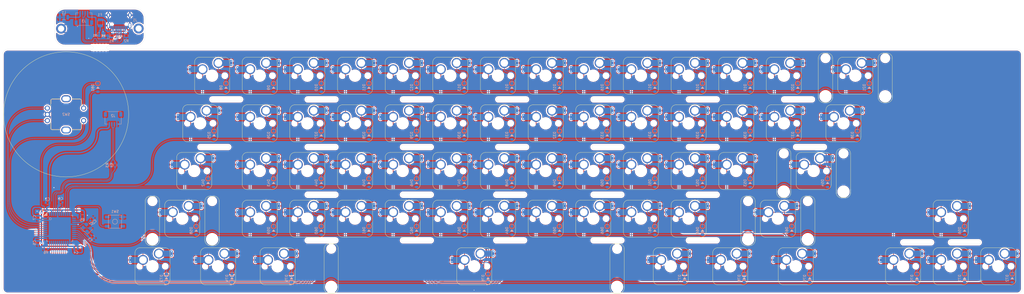
<source format=kicad_pcb>
(kicad_pcb (version 20171130) (host pcbnew "(5.1.9)-1")
  (layers (0 F.Cu signal) (31 B.Cu signal) (34 B.Paste user) (35 F.Paste user) (36 B.SilkS user) (37 F.SilkS user) (38 B.Mask user) (39 F.Mask user) (44 Edge.Cuts user))
  (net 0 "")
  (net 1 XTAL1)
  (net 2 GND)
  (net 3 XTAL2)
  (net 4 +5V)
  (net 5 "Net-(C6-Pad1)")
  (net 6 GNDPWR)
  (net 7 ROW0)
  (net 8 "Net-(D8-Pad1)")
  (net 9 "Net-(D9-Pad1)")
  (net 10 "Net-(D10-Pad1)")
  (net 11 "Net-(D11-Pad1)")
  (net 12 "Net-(D12-Pad1)")
  (net 13 "Net-(D13-Pad1)")
  (net 14 "Net-(D14-Pad1)")
  (net 15 "Net-(D15-Pad1)")
  (net 16 "Net-(D16-Pad1)")
  (net 17 "Net-(D17-Pad1)")
  (net 18 "Net-(D18-Pad1)")
  (net 19 "Net-(D19-Pad1)")
  (net 20 "Net-(D20-Pad1)")
  (net 21 "Net-(D21-Pad1)")
  (net 22 "Net-(D25-Pad1)")
  (net 23 ROW1)
  (net 24 "Net-(D26-Pad1)")
  (net 25 "Net-(D27-Pad1)")
  (net 26 "Net-(D28-Pad1)")
  (net 27 "Net-(D29-Pad1)")
  (net 28 "Net-(D30-Pad1)")
  (net 29 "Net-(D31-Pad1)")
  (net 30 "Net-(D32-Pad1)")
  (net 31 "Net-(D33-Pad1)")
  (net 32 "Net-(D34-Pad1)")
  (net 33 "Net-(D35-Pad1)")
  (net 34 "Net-(D36-Pad1)")
  (net 35 "Net-(D37-Pad1)")
  (net 36 "Net-(D38-Pad1)")
  (net 37 "Net-(D42-Pad1)")
  (net 38 ROW2)
  (net 39 "Net-(D43-Pad1)")
  (net 40 "Net-(D44-Pad1)")
  (net 41 "Net-(D45-Pad1)")
  (net 42 "Net-(D46-Pad1)")
  (net 43 "Net-(D47-Pad1)")
  (net 44 "Net-(D48-Pad1)")
  (net 45 "Net-(D49-Pad1)")
  (net 46 "Net-(D50-Pad1)")
  (net 47 "Net-(D51-Pad1)")
  (net 48 "Net-(D52-Pad1)")
  (net 49 "Net-(D53-Pad1)")
  (net 50 "Net-(D54-Pad1)")
  (net 51 "Net-(D56-Pad1)")
  (net 52 ROW3)
  (net 53 "Net-(D58-Pad1)")
  (net 54 "Net-(D59-Pad1)")
  (net 55 "Net-(D60-Pad1)")
  (net 56 "Net-(D61-Pad1)")
  (net 57 "Net-(D62-Pad1)")
  (net 58 "Net-(D63-Pad1)")
  (net 59 "Net-(D64-Pad1)")
  (net 60 "Net-(D65-Pad1)")
  (net 61 "Net-(D66-Pad1)")
  (net 62 "Net-(D67-Pad1)")
  (net 63 "Net-(D68-Pad1)")
  (net 64 "Net-(D69-Pad1)")
  (net 65 "Net-(D70-Pad1)")
  (net 66 ROW4)
  (net 67 "Net-(D71-Pad1)")
  (net 68 "Net-(D72-Pad1)")
  (net 69 "Net-(D73-Pad1)")
  (net 70 "Net-(D74-Pad1)")
  (net 71 "Net-(D75-Pad1)")
  (net 72 "Net-(D76-Pad1)")
  (net 73 "Net-(D77-Pad1)")
  (net 74 "Net-(D78-Pad1)")
  (net 75 "Net-(D79-Pad1)")
  (net 76 VBUS)
  (net 77 DA-)
  (net 78 DA+)
  (net 79 "Net-(J1-PadA8)")
  (net 80 "Net-(J1-PadB5)")
  (net 81 "Net-(J1-PadA5)")
  (net 82 "Net-(J1-PadB8)")
  (net 83 "Net-(MH1-Pad1)")
  (net 84 COL9)
  (net 85 COL10)
  (net 86 COL11)
  (net 87 COL2)
  (net 88 COL3)
  (net 89 COL4)
  (net 90 COL5)
  (net 91 COL6)
  (net 92 COL7)
  (net 93 COL8)
  (net 94 COL12)
  (net 95 COL13)
  (net 96 COL14)
  (net 97 COL1)
  (net 98 "Net-(R5-Pad1)")
  (net 99 "Net-(R6-Pad2)")
  (net 100 EN_A)
  (net 101 COL0)
  (net 102 "Net-(U1-Pad11)")
  (net 103 EN_B)
  (net 104 "Net-(U1-Pad42)")
  (net 105 "Net-(D80-Pad1)")
  (net 106 "Net-(U1-Pad12)")
  (net 107 "Net-(U1-Pad8)")
  (module MX_Only:MXOnly-1.75U-NoLED-Hotswap-Antishear (layer F.Cu) (at 161.0125 214.35)
    (fp_text reference MX_CAPS1)
    (fp_text value MX-1.75U)
    (pad "" np_thru_hole circle (at 5.08 0 48.0996) (size 1.75 1.75) (drill 1.75) (layers *.Cu *.Mask))
    (pad 1 thru_hole circle (at -3.81 -2.54) (size 4 4) (drill 3) (layers *.Cu) (net 97 COL1))
    (pad 2 thru_hole circle (at 7.62 -5.842) (size 0.8 0.8) (drill 0.4) (layers *.Cu) (net 37 "Net-(D42-Pad1)"))
    (pad 2 thru_hole circle (at 7.62 -4.318) (size 0.8 0.8) (drill 0.4) (layers *.Cu) (net 37 "Net-(D42-Pad1)"))
    (pad 1 thru_hole circle (at -8.89 -1.778) (size 0.8 0.8) (drill 0.4) (layers *.Cu) (net 97 COL1))
    (pad 1 smd rect (at -7.085 -2.54) (size 4.5 2.5) (layers B.Cu) (net 97 COL1))
    (pad "" np_thru_hole circle (at -5.08 0 48.0996) (size 1.75 1.75) (drill 1.75) (layers *.Cu *.Mask))
    (pad 2 smd rect (at 5.842 -5.08) (size 4.5 2.5) (layers B.Cu) (net 37 "Net-(D42-Pad1)"))
    (pad "" np_thru_hole circle (at 0 0) (size 3.9878 3.9878) (drill 3.9878) (layers *.Cu *.Mask))
    (pad 2 thru_hole circle (at 2.54 -5.08) (size 4 4) (drill 3) (layers *.Cu) (net 37 "Net-(D42-Pad1)"))
    (pad 1 thru_hole circle (at -8.89 -3.302) (size 0.8 0.8) (drill 0.4) (layers *.Cu) (net 97 COL1))
  )
  (module MX_Only:MXOnly-1U-NoLED-Hotswap-Antishear (layer F.Cu) (at 463.43125 233.4)
    (fp_text reference MX_UP1)
    (fp_text value MX-1U)
    (pad 2 smd rect (at 5.842 -5.08) (size 4.5 2.5) (layers B.Cu) (net 51 "Net-(D56-Pad1)"))
    (pad 1 smd rect (at -7.085 -2.54) (size 4.5 2.5) (layers B.Cu) (net 95 COL13))
    (pad 2 thru_hole circle (at 7.62 -4.318) (size 0.8 0.8) (drill 0.4) (layers *.Cu) (net 51 "Net-(D56-Pad1)"))
    (pad 1 thru_hole circle (at -8.89 -1.778) (size 0.8 0.8) (drill 0.4) (layers *.Cu) (net 95 COL13))
    (pad 2 thru_hole circle (at 7.62 -5.842) (size 0.8 0.8) (drill 0.4) (layers *.Cu) (net 51 "Net-(D56-Pad1)"))
    (pad 1 thru_hole circle (at -8.89 -3.302) (size 0.8 0.8) (drill 0.4) (layers *.Cu) (net 95 COL13))
    (pad "" np_thru_hole circle (at 5.08 0 48.0996) (size 1.75 1.75) (drill 1.75) (layers *.Cu *.Mask))
    (pad "" np_thru_hole circle (at -5.08 0 48.0996) (size 1.75 1.75) (drill 1.75) (layers *.Cu *.Mask))
    (pad 1 thru_hole circle (at -3.81 -2.54) (size 4 4) (drill 3) (layers *.Cu) (net 95 COL13))
    (pad "" np_thru_hole circle (at 0 0) (size 3.9878 3.9878) (drill 3.9878) (layers *.Cu *.Mask))
    (pad 2 thru_hole circle (at 2.54 -5.08) (size 4 4) (drill 3) (layers *.Cu) (net 51 "Net-(D56-Pad1)"))
  )
  (module MX_Only:MXOnly-1U-NoLED-Hotswap-Antishear (layer F.Cu) (at 339.60625 233.4)
    (fp_text reference MX_.1)
    (fp_text value MX-1U)
    (pad 2 smd rect (at 5.842 -5.08) (size 4.5 2.5) (layers B.Cu) (net 62 "Net-(D67-Pad1)"))
    (pad 1 smd rect (at -7.085 -2.54) (size 4.5 2.5) (layers B.Cu) (net 85 COL10))
    (pad 2 thru_hole circle (at 7.62 -4.318) (size 0.8 0.8) (drill 0.4) (layers *.Cu) (net 62 "Net-(D67-Pad1)"))
    (pad 1 thru_hole circle (at -8.89 -1.778) (size 0.8 0.8) (drill 0.4) (layers *.Cu) (net 85 COL10))
    (pad 2 thru_hole circle (at 7.62 -5.842) (size 0.8 0.8) (drill 0.4) (layers *.Cu) (net 62 "Net-(D67-Pad1)"))
    (pad 1 thru_hole circle (at -8.89 -3.302) (size 0.8 0.8) (drill 0.4) (layers *.Cu) (net 85 COL10))
    (pad "" np_thru_hole circle (at 5.08 0 48.0996) (size 1.75 1.75) (drill 1.75) (layers *.Cu *.Mask))
    (pad "" np_thru_hole circle (at -5.08 0 48.0996) (size 1.75 1.75) (drill 1.75) (layers *.Cu *.Mask))
    (pad 1 thru_hole circle (at -3.81 -2.54) (size 4 4) (drill 3) (layers *.Cu) (net 85 COL10))
    (pad "" np_thru_hole circle (at 0 0) (size 3.9878 3.9878) (drill 3.9878) (layers *.Cu *.Mask))
    (pad 2 thru_hole circle (at 2.54 -5.08) (size 4 4) (drill 3) (layers *.Cu) (net 62 "Net-(D67-Pad1)"))
  )
  (module MX_Only:MXOnly-1U-NoLED-Hotswap-Antishear (layer F.Cu) (at 320.55625 233.4)
    (fp_text reference MX_,1)
    (fp_text value MX-1U)
    (pad 2 smd rect (at 5.842 -5.08) (size 4.5 2.5) (layers B.Cu) (net 61 "Net-(D66-Pad1)"))
    (pad 1 smd rect (at -7.085 -2.54) (size 4.5 2.5) (layers B.Cu) (net 84 COL9))
    (pad 2 thru_hole circle (at 7.62 -4.318) (size 0.8 0.8) (drill 0.4) (layers *.Cu) (net 61 "Net-(D66-Pad1)"))
    (pad 1 thru_hole circle (at -8.89 -1.778) (size 0.8 0.8) (drill 0.4) (layers *.Cu) (net 84 COL9))
    (pad 2 thru_hole circle (at 7.62 -5.842) (size 0.8 0.8) (drill 0.4) (layers *.Cu) (net 61 "Net-(D66-Pad1)"))
    (pad 1 thru_hole circle (at -8.89 -3.302) (size 0.8 0.8) (drill 0.4) (layers *.Cu) (net 84 COL9))
    (pad "" np_thru_hole circle (at 5.08 0 48.0996) (size 1.75 1.75) (drill 1.75) (layers *.Cu *.Mask))
    (pad "" np_thru_hole circle (at -5.08 0 48.0996) (size 1.75 1.75) (drill 1.75) (layers *.Cu *.Mask))
    (pad 1 thru_hole circle (at -3.81 -2.54) (size 4 4) (drill 3) (layers *.Cu) (net 84 COL9))
    (pad "" np_thru_hole circle (at 0 0) (size 3.9878 3.9878) (drill 3.9878) (layers *.Cu *.Mask))
    (pad 2 thru_hole circle (at 2.54 -5.08) (size 4 4) (drill 3) (layers *.Cu) (net 61 "Net-(D66-Pad1)"))
  )
  (module MX_Only:MXOnly-1U-NoLED-Hotswap-Antishear (layer F.Cu) (at 358.65625 176.25)
    (fp_text reference MX_#0)
    (fp_text value MX-1U)
    (pad 2 smd rect (at 5.842 -5.08) (size 4.5 2.5) (layers B.Cu) (net 18 "Net-(D18-Pad1)"))
    (pad 1 smd rect (at -7.085 -2.54) (size 4.5 2.5) (layers B.Cu) (net 86 COL11))
    (pad 2 thru_hole circle (at 7.62 -4.318) (size 0.8 0.8) (drill 0.4) (layers *.Cu) (net 18 "Net-(D18-Pad1)"))
    (pad 1 thru_hole circle (at -8.89 -1.778) (size 0.8 0.8) (drill 0.4) (layers *.Cu) (net 86 COL11))
    (pad 2 thru_hole circle (at 7.62 -5.842) (size 0.8 0.8) (drill 0.4) (layers *.Cu) (net 18 "Net-(D18-Pad1)"))
    (pad 1 thru_hole circle (at -8.89 -3.302) (size 0.8 0.8) (drill 0.4) (layers *.Cu) (net 86 COL11))
    (pad "" np_thru_hole circle (at 5.08 0 48.0996) (size 1.75 1.75) (drill 1.75) (layers *.Cu *.Mask))
    (pad "" np_thru_hole circle (at -5.08 0 48.0996) (size 1.75 1.75) (drill 1.75) (layers *.Cu *.Mask))
    (pad 1 thru_hole circle (at -3.81 -2.54) (size 4 4) (drill 3) (layers *.Cu) (net 86 COL11))
    (pad "" np_thru_hole circle (at 0 0) (size 3.9878 3.9878) (drill 3.9878) (layers *.Cu *.Mask))
    (pad 2 thru_hole circle (at 2.54 -5.08) (size 4 4) (drill 3) (layers *.Cu) (net 18 "Net-(D18-Pad1)"))
  )
  (module MX_Only:MXOnly-1U-NoLED-Hotswap-Antishear (layer F.Cu) (at 187.20625 176.25)
    (fp_text reference MX_#1)
    (fp_text value MX-1U)
    (pad 2 smd rect (at 5.842 -5.08) (size 4.5 2.5) (layers B.Cu) (net 9 "Net-(D9-Pad1)"))
    (pad 1 smd rect (at -7.085 -2.54) (size 4.5 2.5) (layers B.Cu) (net 87 COL2))
    (pad 2 thru_hole circle (at 7.62 -4.318) (size 0.8 0.8) (drill 0.4) (layers *.Cu) (net 9 "Net-(D9-Pad1)"))
    (pad 1 thru_hole circle (at -8.89 -1.778) (size 0.8 0.8) (drill 0.4) (layers *.Cu) (net 87 COL2))
    (pad 2 thru_hole circle (at 7.62 -5.842) (size 0.8 0.8) (drill 0.4) (layers *.Cu) (net 9 "Net-(D9-Pad1)"))
    (pad 1 thru_hole circle (at -8.89 -3.302) (size 0.8 0.8) (drill 0.4) (layers *.Cu) (net 87 COL2))
    (pad "" np_thru_hole circle (at 5.08 0 48.0996) (size 1.75 1.75) (drill 1.75) (layers *.Cu *.Mask))
    (pad "" np_thru_hole circle (at -5.08 0 48.0996) (size 1.75 1.75) (drill 1.75) (layers *.Cu *.Mask))
    (pad 1 thru_hole circle (at -3.81 -2.54) (size 4 4) (drill 3) (layers *.Cu) (net 87 COL2))
    (pad "" np_thru_hole circle (at 0 0) (size 3.9878 3.9878) (drill 3.9878) (layers *.Cu *.Mask))
    (pad 2 thru_hole circle (at 2.54 -5.08) (size 4 4) (drill 3) (layers *.Cu) (net 9 "Net-(D9-Pad1)"))
  )
  (module MX_Only:MXOnly-1U-NoLED-Hotswap-Antishear (layer F.Cu) (at 206.25625 176.25)
    (fp_text reference MX_#2)
    (fp_text value MX-1U)
    (pad 2 smd rect (at 5.842 -5.08) (size 4.5 2.5) (layers B.Cu) (net 10 "Net-(D10-Pad1)"))
    (pad 1 smd rect (at -7.085 -2.54) (size 4.5 2.5) (layers B.Cu) (net 88 COL3))
    (pad 2 thru_hole circle (at 7.62 -4.318) (size 0.8 0.8) (drill 0.4) (layers *.Cu) (net 10 "Net-(D10-Pad1)"))
    (pad 1 thru_hole circle (at -8.89 -1.778) (size 0.8 0.8) (drill 0.4) (layers *.Cu) (net 88 COL3))
    (pad 2 thru_hole circle (at 7.62 -5.842) (size 0.8 0.8) (drill 0.4) (layers *.Cu) (net 10 "Net-(D10-Pad1)"))
    (pad 1 thru_hole circle (at -8.89 -3.302) (size 0.8 0.8) (drill 0.4) (layers *.Cu) (net 88 COL3))
    (pad "" np_thru_hole circle (at 5.08 0 48.0996) (size 1.75 1.75) (drill 1.75) (layers *.Cu *.Mask))
    (pad "" np_thru_hole circle (at -5.08 0 48.0996) (size 1.75 1.75) (drill 1.75) (layers *.Cu *.Mask))
    (pad 1 thru_hole circle (at -3.81 -2.54) (size 4 4) (drill 3) (layers *.Cu) (net 88 COL3))
    (pad "" np_thru_hole circle (at 0 0) (size 3.9878 3.9878) (drill 3.9878) (layers *.Cu *.Mask))
    (pad 2 thru_hole circle (at 2.54 -5.08) (size 4 4) (drill 3) (layers *.Cu) (net 10 "Net-(D10-Pad1)"))
  )
  (module MX_Only:MXOnly-1U-NoLED-Hotswap-Antishear (layer F.Cu) (at 225.30625 176.25)
    (fp_text reference MX_#3)
    (fp_text value MX-1U)
    (pad 2 smd rect (at 5.842 -5.08) (size 4.5 2.5) (layers B.Cu) (net 11 "Net-(D11-Pad1)"))
    (pad 1 smd rect (at -7.085 -2.54) (size 4.5 2.5) (layers B.Cu) (net 89 COL4))
    (pad 2 thru_hole circle (at 7.62 -4.318) (size 0.8 0.8) (drill 0.4) (layers *.Cu) (net 11 "Net-(D11-Pad1)"))
    (pad 1 thru_hole circle (at -8.89 -1.778) (size 0.8 0.8) (drill 0.4) (layers *.Cu) (net 89 COL4))
    (pad 2 thru_hole circle (at 7.62 -5.842) (size 0.8 0.8) (drill 0.4) (layers *.Cu) (net 11 "Net-(D11-Pad1)"))
    (pad 1 thru_hole circle (at -8.89 -3.302) (size 0.8 0.8) (drill 0.4) (layers *.Cu) (net 89 COL4))
    (pad "" np_thru_hole circle (at 5.08 0 48.0996) (size 1.75 1.75) (drill 1.75) (layers *.Cu *.Mask))
    (pad "" np_thru_hole circle (at -5.08 0 48.0996) (size 1.75 1.75) (drill 1.75) (layers *.Cu *.Mask))
    (pad 1 thru_hole circle (at -3.81 -2.54) (size 4 4) (drill 3) (layers *.Cu) (net 89 COL4))
    (pad "" np_thru_hole circle (at 0 0) (size 3.9878 3.9878) (drill 3.9878) (layers *.Cu *.Mask))
    (pad 2 thru_hole circle (at 2.54 -5.08) (size 4 4) (drill 3) (layers *.Cu) (net 11 "Net-(D11-Pad1)"))
  )
  (module MX_Only:MXOnly-1U-NoLED-Hotswap-Antishear (layer F.Cu) (at 244.35625 176.25)
    (fp_text reference MX_#4)
    (fp_text value MX-1U)
    (pad 2 smd rect (at 5.842 -5.08) (size 4.5 2.5) (layers B.Cu) (net 12 "Net-(D12-Pad1)"))
    (pad 1 smd rect (at -7.085 -2.54) (size 4.5 2.5) (layers B.Cu) (net 90 COL5))
    (pad 2 thru_hole circle (at 7.62 -4.318) (size 0.8 0.8) (drill 0.4) (layers *.Cu) (net 12 "Net-(D12-Pad1)"))
    (pad 1 thru_hole circle (at -8.89 -1.778) (size 0.8 0.8) (drill 0.4) (layers *.Cu) (net 90 COL5))
    (pad 2 thru_hole circle (at 7.62 -5.842) (size 0.8 0.8) (drill 0.4) (layers *.Cu) (net 12 "Net-(D12-Pad1)"))
    (pad 1 thru_hole circle (at -8.89 -3.302) (size 0.8 0.8) (drill 0.4) (layers *.Cu) (net 90 COL5))
    (pad "" np_thru_hole circle (at 5.08 0 48.0996) (size 1.75 1.75) (drill 1.75) (layers *.Cu *.Mask))
    (pad "" np_thru_hole circle (at -5.08 0 48.0996) (size 1.75 1.75) (drill 1.75) (layers *.Cu *.Mask))
    (pad 1 thru_hole circle (at -3.81 -2.54) (size 4 4) (drill 3) (layers *.Cu) (net 90 COL5))
    (pad "" np_thru_hole circle (at 0 0) (size 3.9878 3.9878) (drill 3.9878) (layers *.Cu *.Mask))
    (pad 2 thru_hole circle (at 2.54 -5.08) (size 4 4) (drill 3) (layers *.Cu) (net 12 "Net-(D12-Pad1)"))
  )
  (module MX_Only:MXOnly-1U-NoLED-Hotswap-Antishear (layer F.Cu) (at 263.40625 176.25)
    (fp_text reference MX_#5)
    (fp_text value MX-1U)
    (pad 2 smd rect (at 5.842 -5.08) (size 4.5 2.5) (layers B.Cu) (net 13 "Net-(D13-Pad1)"))
    (pad 1 smd rect (at -7.085 -2.54) (size 4.5 2.5) (layers B.Cu) (net 91 COL6))
    (pad 2 thru_hole circle (at 7.62 -4.318) (size 0.8 0.8) (drill 0.4) (layers *.Cu) (net 13 "Net-(D13-Pad1)"))
    (pad 1 thru_hole circle (at -8.89 -1.778) (size 0.8 0.8) (drill 0.4) (layers *.Cu) (net 91 COL6))
    (pad 2 thru_hole circle (at 7.62 -5.842) (size 0.8 0.8) (drill 0.4) (layers *.Cu) (net 13 "Net-(D13-Pad1)"))
    (pad 1 thru_hole circle (at -8.89 -3.302) (size 0.8 0.8) (drill 0.4) (layers *.Cu) (net 91 COL6))
    (pad "" np_thru_hole circle (at 5.08 0 48.0996) (size 1.75 1.75) (drill 1.75) (layers *.Cu *.Mask))
    (pad "" np_thru_hole circle (at -5.08 0 48.0996) (size 1.75 1.75) (drill 1.75) (layers *.Cu *.Mask))
    (pad 1 thru_hole circle (at -3.81 -2.54) (size 4 4) (drill 3) (layers *.Cu) (net 91 COL6))
    (pad "" np_thru_hole circle (at 0 0) (size 3.9878 3.9878) (drill 3.9878) (layers *.Cu *.Mask))
    (pad 2 thru_hole circle (at 2.54 -5.08) (size 4 4) (drill 3) (layers *.Cu) (net 13 "Net-(D13-Pad1)"))
  )
  (module MX_Only:MXOnly-1U-NoLED-Hotswap-Antishear (layer F.Cu) (at 282.45625 176.25)
    (fp_text reference MX_#6)
    (fp_text value MX-1U)
    (pad 2 smd rect (at 5.842 -5.08) (size 4.5 2.5) (layers B.Cu) (net 14 "Net-(D14-Pad1)"))
    (pad 1 smd rect (at -7.085 -2.54) (size 4.5 2.5) (layers B.Cu) (net 92 COL7))
    (pad 2 thru_hole circle (at 7.62 -4.318) (size 0.8 0.8) (drill 0.4) (layers *.Cu) (net 14 "Net-(D14-Pad1)"))
    (pad 1 thru_hole circle (at -8.89 -1.778) (size 0.8 0.8) (drill 0.4) (layers *.Cu) (net 92 COL7))
    (pad 2 thru_hole circle (at 7.62 -5.842) (size 0.8 0.8) (drill 0.4) (layers *.Cu) (net 14 "Net-(D14-Pad1)"))
    (pad 1 thru_hole circle (at -8.89 -3.302) (size 0.8 0.8) (drill 0.4) (layers *.Cu) (net 92 COL7))
    (pad "" np_thru_hole circle (at 5.08 0 48.0996) (size 1.75 1.75) (drill 1.75) (layers *.Cu *.Mask))
    (pad "" np_thru_hole circle (at -5.08 0 48.0996) (size 1.75 1.75) (drill 1.75) (layers *.Cu *.Mask))
    (pad 1 thru_hole circle (at -3.81 -2.54) (size 4 4) (drill 3) (layers *.Cu) (net 92 COL7))
    (pad "" np_thru_hole circle (at 0 0) (size 3.9878 3.9878) (drill 3.9878) (layers *.Cu *.Mask))
    (pad 2 thru_hole circle (at 2.54 -5.08) (size 4 4) (drill 3) (layers *.Cu) (net 14 "Net-(D14-Pad1)"))
  )
  (module MX_Only:MXOnly-1U-NoLED-Hotswap-Antishear (layer F.Cu) (at 301.50625 176.25)
    (fp_text reference MX_#7)
    (fp_text value MX-1U)
    (pad 2 smd rect (at 5.842 -5.08) (size 4.5 2.5) (layers B.Cu) (net 15 "Net-(D15-Pad1)"))
    (pad 1 smd rect (at -7.085 -2.54) (size 4.5 2.5) (layers B.Cu) (net 93 COL8))
    (pad 2 thru_hole circle (at 7.62 -4.318) (size 0.8 0.8) (drill 0.4) (layers *.Cu) (net 15 "Net-(D15-Pad1)"))
    (pad 1 thru_hole circle (at -8.89 -1.778) (size 0.8 0.8) (drill 0.4) (layers *.Cu) (net 93 COL8))
    (pad 2 thru_hole circle (at 7.62 -5.842) (size 0.8 0.8) (drill 0.4) (layers *.Cu) (net 15 "Net-(D15-Pad1)"))
    (pad 1 thru_hole circle (at -8.89 -3.302) (size 0.8 0.8) (drill 0.4) (layers *.Cu) (net 93 COL8))
    (pad "" np_thru_hole circle (at 5.08 0 48.0996) (size 1.75 1.75) (drill 1.75) (layers *.Cu *.Mask))
    (pad "" np_thru_hole circle (at -5.08 0 48.0996) (size 1.75 1.75) (drill 1.75) (layers *.Cu *.Mask))
    (pad 1 thru_hole circle (at -3.81 -2.54) (size 4 4) (drill 3) (layers *.Cu) (net 93 COL8))
    (pad "" np_thru_hole circle (at 0 0) (size 3.9878 3.9878) (drill 3.9878) (layers *.Cu *.Mask))
    (pad 2 thru_hole circle (at 2.54 -5.08) (size 4 4) (drill 3) (layers *.Cu) (net 15 "Net-(D15-Pad1)"))
  )
  (module MX_Only:MXOnly-1U-NoLED-Hotswap-Antishear (layer F.Cu) (at 320.55625 176.25)
    (fp_text reference MX_#8)
    (fp_text value MX-1U)
    (pad 2 smd rect (at 5.842 -5.08) (size 4.5 2.5) (layers B.Cu) (net 16 "Net-(D16-Pad1)"))
    (pad 1 smd rect (at -7.085 -2.54) (size 4.5 2.5) (layers B.Cu) (net 84 COL9))
    (pad 2 thru_hole circle (at 7.62 -4.318) (size 0.8 0.8) (drill 0.4) (layers *.Cu) (net 16 "Net-(D16-Pad1)"))
    (pad 1 thru_hole circle (at -8.89 -1.778) (size 0.8 0.8) (drill 0.4) (layers *.Cu) (net 84 COL9))
    (pad 2 thru_hole circle (at 7.62 -5.842) (size 0.8 0.8) (drill 0.4) (layers *.Cu) (net 16 "Net-(D16-Pad1)"))
    (pad 1 thru_hole circle (at -8.89 -3.302) (size 0.8 0.8) (drill 0.4) (layers *.Cu) (net 84 COL9))
    (pad "" np_thru_hole circle (at 5.08 0 48.0996) (size 1.75 1.75) (drill 1.75) (layers *.Cu *.Mask))
    (pad "" np_thru_hole circle (at -5.08 0 48.0996) (size 1.75 1.75) (drill 1.75) (layers *.Cu *.Mask))
    (pad 1 thru_hole circle (at -3.81 -2.54) (size 4 4) (drill 3) (layers *.Cu) (net 84 COL9))
    (pad "" np_thru_hole circle (at 0 0) (size 3.9878 3.9878) (drill 3.9878) (layers *.Cu *.Mask))
    (pad 2 thru_hole circle (at 2.54 -5.08) (size 4 4) (drill 3) (layers *.Cu) (net 16 "Net-(D16-Pad1)"))
  )
  (module MX_Only:MXOnly-1U-NoLED-Hotswap-Antishear (layer F.Cu) (at 339.60625 176.25)
    (fp_text reference MX_#9)
    (fp_text value MX-1U)
    (pad 2 smd rect (at 5.842 -5.08) (size 4.5 2.5) (layers B.Cu) (net 17 "Net-(D17-Pad1)"))
    (pad 1 smd rect (at -7.085 -2.54) (size 4.5 2.5) (layers B.Cu) (net 85 COL10))
    (pad 2 thru_hole circle (at 7.62 -4.318) (size 0.8 0.8) (drill 0.4) (layers *.Cu) (net 17 "Net-(D17-Pad1)"))
    (pad 1 thru_hole circle (at -8.89 -1.778) (size 0.8 0.8) (drill 0.4) (layers *.Cu) (net 85 COL10))
    (pad 2 thru_hole circle (at 7.62 -5.842) (size 0.8 0.8) (drill 0.4) (layers *.Cu) (net 17 "Net-(D17-Pad1)"))
    (pad 1 thru_hole circle (at -8.89 -3.302) (size 0.8 0.8) (drill 0.4) (layers *.Cu) (net 85 COL10))
    (pad "" np_thru_hole circle (at 5.08 0 48.0996) (size 1.75 1.75) (drill 1.75) (layers *.Cu *.Mask))
    (pad "" np_thru_hole circle (at -5.08 0 48.0996) (size 1.75 1.75) (drill 1.75) (layers *.Cu *.Mask))
    (pad 1 thru_hole circle (at -3.81 -2.54) (size 4 4) (drill 3) (layers *.Cu) (net 85 COL10))
    (pad "" np_thru_hole circle (at 0 0) (size 3.9878 3.9878) (drill 3.9878) (layers *.Cu *.Mask))
    (pad 2 thru_hole circle (at 2.54 -5.08) (size 4 4) (drill 3) (layers *.Cu) (net 17 "Net-(D17-Pad1)"))
  )
  (module MX_Only:MXOnly-1U-NoLED-Hotswap-Antishear (layer F.Cu) (at 377.70625 214.35)
    (fp_text reference MX_'1)
    (fp_text value MX-1U)
    (pad 2 smd rect (at 5.842 -5.08) (size 4.5 2.5) (layers B.Cu) (net 49 "Net-(D53-Pad1)"))
    (pad 1 smd rect (at -7.085 -2.54) (size 4.5 2.5) (layers B.Cu) (net 94 COL12))
    (pad 2 thru_hole circle (at 7.62 -4.318) (size 0.8 0.8) (drill 0.4) (layers *.Cu) (net 49 "Net-(D53-Pad1)"))
    (pad 1 thru_hole circle (at -8.89 -1.778) (size 0.8 0.8) (drill 0.4) (layers *.Cu) (net 94 COL12))
    (pad 2 thru_hole circle (at 7.62 -5.842) (size 0.8 0.8) (drill 0.4) (layers *.Cu) (net 49 "Net-(D53-Pad1)"))
    (pad 1 thru_hole circle (at -8.89 -3.302) (size 0.8 0.8) (drill 0.4) (layers *.Cu) (net 94 COL12))
    (pad "" np_thru_hole circle (at 5.08 0 48.0996) (size 1.75 1.75) (drill 1.75) (layers *.Cu *.Mask))
    (pad "" np_thru_hole circle (at -5.08 0 48.0996) (size 1.75 1.75) (drill 1.75) (layers *.Cu *.Mask))
    (pad 1 thru_hole circle (at -3.81 -2.54) (size 4 4) (drill 3) (layers *.Cu) (net 94 COL12))
    (pad "" np_thru_hole circle (at 0 0) (size 3.9878 3.9878) (drill 3.9878) (layers *.Cu *.Mask))
    (pad 2 thru_hole circle (at 2.54 -5.08) (size 4 4) (drill 3) (layers *.Cu) (net 49 "Net-(D53-Pad1)"))
  )
  (module MX_Only:MXOnly-1U-NoLED-Hotswap-Antishear (layer F.Cu) (at 377.70625 176.25)
    (fp_text reference MX_-1)
    (fp_text value MX-1U)
    (pad 2 smd rect (at 5.842 -5.08) (size 4.5 2.5) (layers B.Cu) (net 19 "Net-(D19-Pad1)"))
    (pad 1 smd rect (at -7.085 -2.54) (size 4.5 2.5) (layers B.Cu) (net 94 COL12))
    (pad 2 thru_hole circle (at 7.62 -4.318) (size 0.8 0.8) (drill 0.4) (layers *.Cu) (net 19 "Net-(D19-Pad1)"))
    (pad 1 thru_hole circle (at -8.89 -1.778) (size 0.8 0.8) (drill 0.4) (layers *.Cu) (net 94 COL12))
    (pad 2 thru_hole circle (at 7.62 -5.842) (size 0.8 0.8) (drill 0.4) (layers *.Cu) (net 19 "Net-(D19-Pad1)"))
    (pad 1 thru_hole circle (at -8.89 -3.302) (size 0.8 0.8) (drill 0.4) (layers *.Cu) (net 94 COL12))
    (pad "" np_thru_hole circle (at 5.08 0 48.0996) (size 1.75 1.75) (drill 1.75) (layers *.Cu *.Mask))
    (pad "" np_thru_hole circle (at -5.08 0 48.0996) (size 1.75 1.75) (drill 1.75) (layers *.Cu *.Mask))
    (pad 1 thru_hole circle (at -3.81 -2.54) (size 4 4) (drill 3) (layers *.Cu) (net 94 COL12))
    (pad "" np_thru_hole circle (at 0 0) (size 3.9878 3.9878) (drill 3.9878) (layers *.Cu *.Mask))
    (pad 2 thru_hole circle (at 2.54 -5.08) (size 4 4) (drill 3) (layers *.Cu) (net 19 "Net-(D19-Pad1)"))
  )
  (module MX_Only:MXOnly-1U-NoLED-Hotswap-Antishear (layer F.Cu) (at 358.65625 233.4)
    (fp_text reference MX_/1)
    (fp_text value MX-1U)
    (pad 2 smd rect (at 5.842 -5.08) (size 4.5 2.5) (layers B.Cu) (net 63 "Net-(D68-Pad1)"))
    (pad 1 smd rect (at -7.085 -2.54) (size 4.5 2.5) (layers B.Cu) (net 86 COL11))
    (pad 2 thru_hole circle (at 7.62 -4.318) (size 0.8 0.8) (drill 0.4) (layers *.Cu) (net 63 "Net-(D68-Pad1)"))
    (pad 1 thru_hole circle (at -8.89 -1.778) (size 0.8 0.8) (drill 0.4) (layers *.Cu) (net 86 COL11))
    (pad 2 thru_hole circle (at 7.62 -5.842) (size 0.8 0.8) (drill 0.4) (layers *.Cu) (net 63 "Net-(D68-Pad1)"))
    (pad 1 thru_hole circle (at -8.89 -3.302) (size 0.8 0.8) (drill 0.4) (layers *.Cu) (net 86 COL11))
    (pad "" np_thru_hole circle (at 5.08 0 48.0996) (size 1.75 1.75) (drill 1.75) (layers *.Cu *.Mask))
    (pad "" np_thru_hole circle (at -5.08 0 48.0996) (size 1.75 1.75) (drill 1.75) (layers *.Cu *.Mask))
    (pad 1 thru_hole circle (at -3.81 -2.54) (size 4 4) (drill 3) (layers *.Cu) (net 86 COL11))
    (pad "" np_thru_hole circle (at 0 0) (size 3.9878 3.9878) (drill 3.9878) (layers *.Cu *.Mask))
    (pad 2 thru_hole circle (at 2.54 -5.08) (size 4 4) (drill 3) (layers *.Cu) (net 63 "Net-(D68-Pad1)"))
  )
  (module MX_Only:MXOnly-1U-NoLED-Hotswap-Antishear (layer F.Cu) (at 358.65625 214.35)
    (fp_text reference MX_;1)
    (fp_text value MX-1U)
    (pad 2 smd rect (at 5.842 -5.08) (size 4.5 2.5) (layers B.Cu) (net 48 "Net-(D52-Pad1)"))
    (pad 1 smd rect (at -7.085 -2.54) (size 4.5 2.5) (layers B.Cu) (net 86 COL11))
    (pad 2 thru_hole circle (at 7.62 -4.318) (size 0.8 0.8) (drill 0.4) (layers *.Cu) (net 48 "Net-(D52-Pad1)"))
    (pad 1 thru_hole circle (at -8.89 -1.778) (size 0.8 0.8) (drill 0.4) (layers *.Cu) (net 86 COL11))
    (pad 2 thru_hole circle (at 7.62 -5.842) (size 0.8 0.8) (drill 0.4) (layers *.Cu) (net 48 "Net-(D52-Pad1)"))
    (pad 1 thru_hole circle (at -8.89 -3.302) (size 0.8 0.8) (drill 0.4) (layers *.Cu) (net 86 COL11))
    (pad "" np_thru_hole circle (at 5.08 0 48.0996) (size 1.75 1.75) (drill 1.75) (layers *.Cu *.Mask))
    (pad "" np_thru_hole circle (at -5.08 0 48.0996) (size 1.75 1.75) (drill 1.75) (layers *.Cu *.Mask))
    (pad 1 thru_hole circle (at -3.81 -2.54) (size 4 4) (drill 3) (layers *.Cu) (net 86 COL11))
    (pad "" np_thru_hole circle (at 0 0) (size 3.9878 3.9878) (drill 3.9878) (layers *.Cu *.Mask))
    (pad 2 thru_hole circle (at 2.54 -5.08) (size 4 4) (drill 3) (layers *.Cu) (net 48 "Net-(D52-Pad1)"))
  )
  (module MX_Only:MXOnly-1U-NoLED-Hotswap-Antishear (layer F.Cu) (at 396.75625 176.25)
    (fp_text reference MX_=1)
    (fp_text value MX-1U)
    (pad 2 smd rect (at 5.842 -5.08) (size 4.5 2.5) (layers B.Cu) (net 20 "Net-(D20-Pad1)"))
    (pad 1 smd rect (at -7.085 -2.54) (size 4.5 2.5) (layers B.Cu) (net 95 COL13))
    (pad 2 thru_hole circle (at 7.62 -4.318) (size 0.8 0.8) (drill 0.4) (layers *.Cu) (net 20 "Net-(D20-Pad1)"))
    (pad 1 thru_hole circle (at -8.89 -1.778) (size 0.8 0.8) (drill 0.4) (layers *.Cu) (net 95 COL13))
    (pad 2 thru_hole circle (at 7.62 -5.842) (size 0.8 0.8) (drill 0.4) (layers *.Cu) (net 20 "Net-(D20-Pad1)"))
    (pad 1 thru_hole circle (at -8.89 -3.302) (size 0.8 0.8) (drill 0.4) (layers *.Cu) (net 95 COL13))
    (pad "" np_thru_hole circle (at 5.08 0 48.0996) (size 1.75 1.75) (drill 1.75) (layers *.Cu *.Mask))
    (pad "" np_thru_hole circle (at -5.08 0 48.0996) (size 1.75 1.75) (drill 1.75) (layers *.Cu *.Mask))
    (pad 1 thru_hole circle (at -3.81 -2.54) (size 4 4) (drill 3) (layers *.Cu) (net 95 COL13))
    (pad "" np_thru_hole circle (at 0 0) (size 3.9878 3.9878) (drill 3.9878) (layers *.Cu *.Mask))
    (pad 2 thru_hole circle (at 2.54 -5.08) (size 4 4) (drill 3) (layers *.Cu) (net 20 "Net-(D20-Pad1)"))
  )
  (module MX_Only:MXOnly-1U-NoLED-Hotswap-Antishear (layer F.Cu) (at 377.70625 195.3)
    (fp_text reference MX_[1)
    (fp_text value MX-1U)
    (pad 2 smd rect (at 5.842 -5.08) (size 4.5 2.5) (layers B.Cu) (net 34 "Net-(D36-Pad1)"))
    (pad 1 smd rect (at -7.085 -2.54) (size 4.5 2.5) (layers B.Cu) (net 94 COL12))
    (pad 2 thru_hole circle (at 7.62 -4.318) (size 0.8 0.8) (drill 0.4) (layers *.Cu) (net 34 "Net-(D36-Pad1)"))
    (pad 1 thru_hole circle (at -8.89 -1.778) (size 0.8 0.8) (drill 0.4) (layers *.Cu) (net 94 COL12))
    (pad 2 thru_hole circle (at 7.62 -5.842) (size 0.8 0.8) (drill 0.4) (layers *.Cu) (net 34 "Net-(D36-Pad1)"))
    (pad 1 thru_hole circle (at -8.89 -3.302) (size 0.8 0.8) (drill 0.4) (layers *.Cu) (net 94 COL12))
    (pad "" np_thru_hole circle (at 5.08 0 48.0996) (size 1.75 1.75) (drill 1.75) (layers *.Cu *.Mask))
    (pad "" np_thru_hole circle (at -5.08 0 48.0996) (size 1.75 1.75) (drill 1.75) (layers *.Cu *.Mask))
    (pad 1 thru_hole circle (at -3.81 -2.54) (size 4 4) (drill 3) (layers *.Cu) (net 94 COL12))
    (pad "" np_thru_hole circle (at 0 0) (size 3.9878 3.9878) (drill 3.9878) (layers *.Cu *.Mask))
    (pad 2 thru_hole circle (at 2.54 -5.08) (size 4 4) (drill 3) (layers *.Cu) (net 34 "Net-(D36-Pad1)"))
  )
  (module MX_Only:MXOnly-1U-NoLED-Hotswap-Antishear (layer F.Cu) (at 396.75625 195.3)
    (fp_text reference MX_]1)
    (fp_text value MX-1U)
    (pad 2 smd rect (at 5.842 -5.08) (size 4.5 2.5) (layers B.Cu) (net 35 "Net-(D37-Pad1)"))
    (pad 1 smd rect (at -7.085 -2.54) (size 4.5 2.5) (layers B.Cu) (net 95 COL13))
    (pad 2 thru_hole circle (at 7.62 -4.318) (size 0.8 0.8) (drill 0.4) (layers *.Cu) (net 35 "Net-(D37-Pad1)"))
    (pad 1 thru_hole circle (at -8.89 -1.778) (size 0.8 0.8) (drill 0.4) (layers *.Cu) (net 95 COL13))
    (pad 2 thru_hole circle (at 7.62 -5.842) (size 0.8 0.8) (drill 0.4) (layers *.Cu) (net 35 "Net-(D37-Pad1)"))
    (pad 1 thru_hole circle (at -8.89 -3.302) (size 0.8 0.8) (drill 0.4) (layers *.Cu) (net 95 COL13))
    (pad "" np_thru_hole circle (at 5.08 0 48.0996) (size 1.75 1.75) (drill 1.75) (layers *.Cu *.Mask))
    (pad "" np_thru_hole circle (at -5.08 0 48.0996) (size 1.75 1.75) (drill 1.75) (layers *.Cu *.Mask))
    (pad 1 thru_hole circle (at -3.81 -2.54) (size 4 4) (drill 3) (layers *.Cu) (net 95 COL13))
    (pad "" np_thru_hole circle (at 0 0) (size 3.9878 3.9878) (drill 3.9878) (layers *.Cu *.Mask))
    (pad 2 thru_hole circle (at 2.54 -5.08) (size 4 4) (drill 3) (layers *.Cu) (net 35 "Net-(D37-Pad1)"))
  )
  (module MX_Only:MXOnly-1U-NoLED-Hotswap-Antishear (layer F.Cu) (at 187.20625 214.35)
    (fp_text reference MX_A1)
    (fp_text value MX-1U)
    (pad 2 smd rect (at 5.842 -5.08) (size 4.5 2.5) (layers B.Cu) (net 39 "Net-(D43-Pad1)"))
    (pad 1 smd rect (at -7.085 -2.54) (size 4.5 2.5) (layers B.Cu) (net 87 COL2))
    (pad 2 thru_hole circle (at 7.62 -4.318) (size 0.8 0.8) (drill 0.4) (layers *.Cu) (net 39 "Net-(D43-Pad1)"))
    (pad 1 thru_hole circle (at -8.89 -1.778) (size 0.8 0.8) (drill 0.4) (layers *.Cu) (net 87 COL2))
    (pad 2 thru_hole circle (at 7.62 -5.842) (size 0.8 0.8) (drill 0.4) (layers *.Cu) (net 39 "Net-(D43-Pad1)"))
    (pad 1 thru_hole circle (at -8.89 -3.302) (size 0.8 0.8) (drill 0.4) (layers *.Cu) (net 87 COL2))
    (pad "" np_thru_hole circle (at 5.08 0 48.0996) (size 1.75 1.75) (drill 1.75) (layers *.Cu *.Mask))
    (pad "" np_thru_hole circle (at -5.08 0 48.0996) (size 1.75 1.75) (drill 1.75) (layers *.Cu *.Mask))
    (pad 1 thru_hole circle (at -3.81 -2.54) (size 4 4) (drill 3) (layers *.Cu) (net 87 COL2))
    (pad "" np_thru_hole circle (at 0 0) (size 3.9878 3.9878) (drill 3.9878) (layers *.Cu *.Mask))
    (pad 2 thru_hole circle (at 2.54 -5.08) (size 4 4) (drill 3) (layers *.Cu) (net 39 "Net-(D43-Pad1)"))
  )
  (module MX_Only:MXOnly-1U-NoLED-Hotswap-Antishear (layer F.Cu) (at 263.40625 233.4)
    (fp_text reference MX_B1)
    (fp_text value MX-1U)
    (pad 2 smd rect (at 5.842 -5.08) (size 4.5 2.5) (layers B.Cu) (net 58 "Net-(D63-Pad1)"))
    (pad 1 smd rect (at -7.085 -2.54) (size 4.5 2.5) (layers B.Cu) (net 91 COL6))
    (pad 2 thru_hole circle (at 7.62 -4.318) (size 0.8 0.8) (drill 0.4) (layers *.Cu) (net 58 "Net-(D63-Pad1)"))
    (pad 1 thru_hole circle (at -8.89 -1.778) (size 0.8 0.8) (drill 0.4) (layers *.Cu) (net 91 COL6))
    (pad 2 thru_hole circle (at 7.62 -5.842) (size 0.8 0.8) (drill 0.4) (layers *.Cu) (net 58 "Net-(D63-Pad1)"))
    (pad 1 thru_hole circle (at -8.89 -3.302) (size 0.8 0.8) (drill 0.4) (layers *.Cu) (net 91 COL6))
    (pad "" np_thru_hole circle (at 5.08 0 48.0996) (size 1.75 1.75) (drill 1.75) (layers *.Cu *.Mask))
    (pad "" np_thru_hole circle (at -5.08 0 48.0996) (size 1.75 1.75) (drill 1.75) (layers *.Cu *.Mask))
    (pad 1 thru_hole circle (at -3.81 -2.54) (size 4 4) (drill 3) (layers *.Cu) (net 91 COL6))
    (pad "" np_thru_hole circle (at 0 0) (size 3.9878 3.9878) (drill 3.9878) (layers *.Cu *.Mask))
    (pad 2 thru_hole circle (at 2.54 -5.08) (size 4 4) (drill 3) (layers *.Cu) (net 58 "Net-(D63-Pad1)"))
  )
  (module MX_Only:MXOnly-1U-NoLED-Hotswap-Antishear (layer F.Cu) (at 225.30625 233.4)
    (fp_text reference MX_C1)
    (fp_text value MX-1U)
    (pad 2 smd rect (at 5.842 -5.08) (size 4.5 2.5) (layers B.Cu) (net 56 "Net-(D61-Pad1)"))
    (pad 1 smd rect (at -7.085 -2.54) (size 4.5 2.5) (layers B.Cu) (net 89 COL4))
    (pad 2 thru_hole circle (at 7.62 -4.318) (size 0.8 0.8) (drill 0.4) (layers *.Cu) (net 56 "Net-(D61-Pad1)"))
    (pad 1 thru_hole circle (at -8.89 -1.778) (size 0.8 0.8) (drill 0.4) (layers *.Cu) (net 89 COL4))
    (pad 2 thru_hole circle (at 7.62 -5.842) (size 0.8 0.8) (drill 0.4) (layers *.Cu) (net 56 "Net-(D61-Pad1)"))
    (pad 1 thru_hole circle (at -8.89 -3.302) (size 0.8 0.8) (drill 0.4) (layers *.Cu) (net 89 COL4))
    (pad "" np_thru_hole circle (at 5.08 0 48.0996) (size 1.75 1.75) (drill 1.75) (layers *.Cu *.Mask))
    (pad "" np_thru_hole circle (at -5.08 0 48.0996) (size 1.75 1.75) (drill 1.75) (layers *.Cu *.Mask))
    (pad 1 thru_hole circle (at -3.81 -2.54) (size 4 4) (drill 3) (layers *.Cu) (net 89 COL4))
    (pad "" np_thru_hole circle (at 0 0) (size 3.9878 3.9878) (drill 3.9878) (layers *.Cu *.Mask))
    (pad 2 thru_hole circle (at 2.54 -5.08) (size 4 4) (drill 3) (layers *.Cu) (net 56 "Net-(D61-Pad1)"))
  )
  (module MX_Only:MXOnly-1U-NoLED-Hotswap-Antishear (layer F.Cu) (at 225.30625 214.35)
    (fp_text reference MX_D1)
    (fp_text value MX-1U)
    (pad 2 smd rect (at 5.842 -5.08) (size 4.5 2.5) (layers B.Cu) (net 41 "Net-(D45-Pad1)"))
    (pad 1 smd rect (at -7.085 -2.54) (size 4.5 2.5) (layers B.Cu) (net 89 COL4))
    (pad 2 thru_hole circle (at 7.62 -4.318) (size 0.8 0.8) (drill 0.4) (layers *.Cu) (net 41 "Net-(D45-Pad1)"))
    (pad 1 thru_hole circle (at -8.89 -1.778) (size 0.8 0.8) (drill 0.4) (layers *.Cu) (net 89 COL4))
    (pad 2 thru_hole circle (at 7.62 -5.842) (size 0.8 0.8) (drill 0.4) (layers *.Cu) (net 41 "Net-(D45-Pad1)"))
    (pad 1 thru_hole circle (at -8.89 -3.302) (size 0.8 0.8) (drill 0.4) (layers *.Cu) (net 89 COL4))
    (pad "" np_thru_hole circle (at 5.08 0 48.0996) (size 1.75 1.75) (drill 1.75) (layers *.Cu *.Mask))
    (pad "" np_thru_hole circle (at -5.08 0 48.0996) (size 1.75 1.75) (drill 1.75) (layers *.Cu *.Mask))
    (pad 1 thru_hole circle (at -3.81 -2.54) (size 4 4) (drill 3) (layers *.Cu) (net 89 COL4))
    (pad "" np_thru_hole circle (at 0 0) (size 3.9878 3.9878) (drill 3.9878) (layers *.Cu *.Mask))
    (pad 2 thru_hole circle (at 2.54 -5.08) (size 4 4) (drill 3) (layers *.Cu) (net 41 "Net-(D45-Pad1)"))
  )
  (module MX_Only:MXOnly-1U-NoLED-Hotswap-Antishear (layer F.Cu) (at 463.43125 252.45)
    (fp_text reference MX_DOWN1)
    (fp_text value MX-1U)
    (pad 2 smd rect (at 5.842 -5.08) (size 4.5 2.5) (layers B.Cu) (net 67 "Net-(D71-Pad1)"))
    (pad 1 smd rect (at -7.085 -2.54) (size 4.5 2.5) (layers B.Cu) (net 95 COL13))
    (pad 2 thru_hole circle (at 7.62 -4.318) (size 0.8 0.8) (drill 0.4) (layers *.Cu) (net 67 "Net-(D71-Pad1)"))
    (pad 1 thru_hole circle (at -8.89 -1.778) (size 0.8 0.8) (drill 0.4) (layers *.Cu) (net 95 COL13))
    (pad 2 thru_hole circle (at 7.62 -5.842) (size 0.8 0.8) (drill 0.4) (layers *.Cu) (net 67 "Net-(D71-Pad1)"))
    (pad 1 thru_hole circle (at -8.89 -3.302) (size 0.8 0.8) (drill 0.4) (layers *.Cu) (net 95 COL13))
    (pad "" np_thru_hole circle (at 5.08 0 48.0996) (size 1.75 1.75) (drill 1.75) (layers *.Cu *.Mask))
    (pad "" np_thru_hole circle (at -5.08 0 48.0996) (size 1.75 1.75) (drill 1.75) (layers *.Cu *.Mask))
    (pad 1 thru_hole circle (at -3.81 -2.54) (size 4 4) (drill 3) (layers *.Cu) (net 95 COL13))
    (pad "" np_thru_hole circle (at 0 0) (size 3.9878 3.9878) (drill 3.9878) (layers *.Cu *.Mask))
    (pad 2 thru_hole circle (at 2.54 -5.08) (size 4 4) (drill 3) (layers *.Cu) (net 67 "Net-(D71-Pad1)"))
  )
  (module MX_Only:MXOnly-1U-NoLED-Hotswap-Antishear (layer F.Cu) (at 225.30625 195.3)
    (fp_text reference MX_E1)
    (fp_text value MX-1U)
    (pad 2 smd rect (at 5.842 -5.08) (size 4.5 2.5) (layers B.Cu) (net 26 "Net-(D28-Pad1)"))
    (pad 1 smd rect (at -7.085 -2.54) (size 4.5 2.5) (layers B.Cu) (net 89 COL4))
    (pad 2 thru_hole circle (at 7.62 -4.318) (size 0.8 0.8) (drill 0.4) (layers *.Cu) (net 26 "Net-(D28-Pad1)"))
    (pad 1 thru_hole circle (at -8.89 -1.778) (size 0.8 0.8) (drill 0.4) (layers *.Cu) (net 89 COL4))
    (pad 2 thru_hole circle (at 7.62 -5.842) (size 0.8 0.8) (drill 0.4) (layers *.Cu) (net 26 "Net-(D28-Pad1)"))
    (pad 1 thru_hole circle (at -8.89 -3.302) (size 0.8 0.8) (drill 0.4) (layers *.Cu) (net 89 COL4))
    (pad "" np_thru_hole circle (at 5.08 0 48.0996) (size 1.75 1.75) (drill 1.75) (layers *.Cu *.Mask))
    (pad "" np_thru_hole circle (at -5.08 0 48.0996) (size 1.75 1.75) (drill 1.75) (layers *.Cu *.Mask))
    (pad 1 thru_hole circle (at -3.81 -2.54) (size 4 4) (drill 3) (layers *.Cu) (net 89 COL4))
    (pad "" np_thru_hole circle (at 0 0) (size 3.9878 3.9878) (drill 3.9878) (layers *.Cu *.Mask))
    (pad 2 thru_hole circle (at 2.54 -5.08) (size 4 4) (drill 3) (layers *.Cu) (net 26 "Net-(D28-Pad1)"))
  )
  (module MX_Only:MXOnly-1U-NoLED-Hotswap-Antishear (layer F.Cu) (at 168.15625 176.25)
    (fp_text reference MX_ESC1)
    (fp_text value MX-1U)
    (pad 2 smd rect (at 5.842 -5.08) (size 4.5 2.5) (layers B.Cu) (net 8 "Net-(D8-Pad1)"))
    (pad 1 smd rect (at -7.085 -2.54) (size 4.5 2.5) (layers B.Cu) (net 97 COL1))
    (pad 2 thru_hole circle (at 7.62 -4.318) (size 0.8 0.8) (drill 0.4) (layers *.Cu) (net 8 "Net-(D8-Pad1)"))
    (pad 1 thru_hole circle (at -8.89 -1.778) (size 0.8 0.8) (drill 0.4) (layers *.Cu) (net 97 COL1))
    (pad 2 thru_hole circle (at 7.62 -5.842) (size 0.8 0.8) (drill 0.4) (layers *.Cu) (net 8 "Net-(D8-Pad1)"))
    (pad 1 thru_hole circle (at -8.89 -3.302) (size 0.8 0.8) (drill 0.4) (layers *.Cu) (net 97 COL1))
    (pad "" np_thru_hole circle (at 5.08 0 48.0996) (size 1.75 1.75) (drill 1.75) (layers *.Cu *.Mask))
    (pad "" np_thru_hole circle (at -5.08 0 48.0996) (size 1.75 1.75) (drill 1.75) (layers *.Cu *.Mask))
    (pad 1 thru_hole circle (at -3.81 -2.54) (size 4 4) (drill 3) (layers *.Cu) (net 97 COL1))
    (pad "" np_thru_hole circle (at 0 0) (size 3.9878 3.9878) (drill 3.9878) (layers *.Cu *.Mask))
    (pad 2 thru_hole circle (at 2.54 -5.08) (size 4 4) (drill 3) (layers *.Cu) (net 8 "Net-(D8-Pad1)"))
  )
  (module MX_Only:MXOnly-1U-NoLED-Hotswap-Antishear (layer F.Cu) (at 244.35625 214.35)
    (fp_text reference MX_F1)
    (fp_text value MX-1U)
    (pad 2 smd rect (at 5.842 -5.08) (size 4.5 2.5) (layers B.Cu) (net 42 "Net-(D46-Pad1)"))
    (pad 1 smd rect (at -7.085 -2.54) (size 4.5 2.5) (layers B.Cu) (net 90 COL5))
    (pad 2 thru_hole circle (at 7.62 -4.318) (size 0.8 0.8) (drill 0.4) (layers *.Cu) (net 42 "Net-(D46-Pad1)"))
    (pad 1 thru_hole circle (at -8.89 -1.778) (size 0.8 0.8) (drill 0.4) (layers *.Cu) (net 90 COL5))
    (pad 2 thru_hole circle (at 7.62 -5.842) (size 0.8 0.8) (drill 0.4) (layers *.Cu) (net 42 "Net-(D46-Pad1)"))
    (pad 1 thru_hole circle (at -8.89 -3.302) (size 0.8 0.8) (drill 0.4) (layers *.Cu) (net 90 COL5))
    (pad "" np_thru_hole circle (at 5.08 0 48.0996) (size 1.75 1.75) (drill 1.75) (layers *.Cu *.Mask))
    (pad "" np_thru_hole circle (at -5.08 0 48.0996) (size 1.75 1.75) (drill 1.75) (layers *.Cu *.Mask))
    (pad 1 thru_hole circle (at -3.81 -2.54) (size 4 4) (drill 3) (layers *.Cu) (net 90 COL5))
    (pad "" np_thru_hole circle (at 0 0) (size 3.9878 3.9878) (drill 3.9878) (layers *.Cu *.Mask))
    (pad 2 thru_hole circle (at 2.54 -5.08) (size 4 4) (drill 3) (layers *.Cu) (net 42 "Net-(D46-Pad1)"))
  )
  (module MX_Only:MXOnly-1U-NoLED-Hotswap-Antishear (layer F.Cu) (at 263.40625 214.35)
    (fp_text reference MX_G1)
    (fp_text value MX-1U)
    (pad 2 smd rect (at 5.842 -5.08) (size 4.5 2.5) (layers B.Cu) (net 43 "Net-(D47-Pad1)"))
    (pad 1 smd rect (at -7.085 -2.54) (size 4.5 2.5) (layers B.Cu) (net 91 COL6))
    (pad 2 thru_hole circle (at 7.62 -4.318) (size 0.8 0.8) (drill 0.4) (layers *.Cu) (net 43 "Net-(D47-Pad1)"))
    (pad 1 thru_hole circle (at -8.89 -1.778) (size 0.8 0.8) (drill 0.4) (layers *.Cu) (net 91 COL6))
    (pad 2 thru_hole circle (at 7.62 -5.842) (size 0.8 0.8) (drill 0.4) (layers *.Cu) (net 43 "Net-(D47-Pad1)"))
    (pad 1 thru_hole circle (at -8.89 -3.302) (size 0.8 0.8) (drill 0.4) (layers *.Cu) (net 91 COL6))
    (pad "" np_thru_hole circle (at 5.08 0 48.0996) (size 1.75 1.75) (drill 1.75) (layers *.Cu *.Mask))
    (pad "" np_thru_hole circle (at -5.08 0 48.0996) (size 1.75 1.75) (drill 1.75) (layers *.Cu *.Mask))
    (pad 1 thru_hole circle (at -3.81 -2.54) (size 4 4) (drill 3) (layers *.Cu) (net 91 COL6))
    (pad "" np_thru_hole circle (at 0 0) (size 3.9878 3.9878) (drill 3.9878) (layers *.Cu *.Mask))
    (pad 2 thru_hole circle (at 2.54 -5.08) (size 4 4) (drill 3) (layers *.Cu) (net 43 "Net-(D47-Pad1)"))
  )
  (module MX_Only:MXOnly-1U-NoLED-Hotswap-Antishear (layer F.Cu) (at 282.45625 214.35)
    (fp_text reference MX_H1)
    (fp_text value MX-1U)
    (pad 2 smd rect (at 5.842 -5.08) (size 4.5 2.5) (layers B.Cu) (net 44 "Net-(D48-Pad1)"))
    (pad 1 smd rect (at -7.085 -2.54) (size 4.5 2.5) (layers B.Cu) (net 92 COL7))
    (pad 2 thru_hole circle (at 7.62 -4.318) (size 0.8 0.8) (drill 0.4) (layers *.Cu) (net 44 "Net-(D48-Pad1)"))
    (pad 1 thru_hole circle (at -8.89 -1.778) (size 0.8 0.8) (drill 0.4) (layers *.Cu) (net 92 COL7))
    (pad 2 thru_hole circle (at 7.62 -5.842) (size 0.8 0.8) (drill 0.4) (layers *.Cu) (net 44 "Net-(D48-Pad1)"))
    (pad 1 thru_hole circle (at -8.89 -3.302) (size 0.8 0.8) (drill 0.4) (layers *.Cu) (net 92 COL7))
    (pad "" np_thru_hole circle (at 5.08 0 48.0996) (size 1.75 1.75) (drill 1.75) (layers *.Cu *.Mask))
    (pad "" np_thru_hole circle (at -5.08 0 48.0996) (size 1.75 1.75) (drill 1.75) (layers *.Cu *.Mask))
    (pad 1 thru_hole circle (at -3.81 -2.54) (size 4 4) (drill 3) (layers *.Cu) (net 92 COL7))
    (pad "" np_thru_hole circle (at 0 0) (size 3.9878 3.9878) (drill 3.9878) (layers *.Cu *.Mask))
    (pad 2 thru_hole circle (at 2.54 -5.08) (size 4 4) (drill 3) (layers *.Cu) (net 44 "Net-(D48-Pad1)"))
  )
  (module MX_Only:MXOnly-1U-NoLED-Hotswap-Antishear (layer F.Cu) (at 320.55625 195.3)
    (fp_text reference MX_I1)
    (fp_text value MX-1U)
    (pad 2 smd rect (at 5.842 -5.08) (size 4.5 2.5) (layers B.Cu) (net 31 "Net-(D33-Pad1)"))
    (pad 1 smd rect (at -7.085 -2.54) (size 4.5 2.5) (layers B.Cu) (net 84 COL9))
    (pad 2 thru_hole circle (at 7.62 -4.318) (size 0.8 0.8) (drill 0.4) (layers *.Cu) (net 31 "Net-(D33-Pad1)"))
    (pad 1 thru_hole circle (at -8.89 -1.778) (size 0.8 0.8) (drill 0.4) (layers *.Cu) (net 84 COL9))
    (pad 2 thru_hole circle (at 7.62 -5.842) (size 0.8 0.8) (drill 0.4) (layers *.Cu) (net 31 "Net-(D33-Pad1)"))
    (pad 1 thru_hole circle (at -8.89 -3.302) (size 0.8 0.8) (drill 0.4) (layers *.Cu) (net 84 COL9))
    (pad "" np_thru_hole circle (at 5.08 0 48.0996) (size 1.75 1.75) (drill 1.75) (layers *.Cu *.Mask))
    (pad "" np_thru_hole circle (at -5.08 0 48.0996) (size 1.75 1.75) (drill 1.75) (layers *.Cu *.Mask))
    (pad 1 thru_hole circle (at -3.81 -2.54) (size 4 4) (drill 3) (layers *.Cu) (net 84 COL9))
    (pad "" np_thru_hole circle (at 0 0) (size 3.9878 3.9878) (drill 3.9878) (layers *.Cu *.Mask))
    (pad 2 thru_hole circle (at 2.54 -5.08) (size 4 4) (drill 3) (layers *.Cu) (net 31 "Net-(D33-Pad1)"))
  )
  (module MX_Only:MXOnly-1U-NoLED-Hotswap-Antishear (layer F.Cu) (at 301.50625 214.35)
    (fp_text reference MX_J1)
    (fp_text value MX-1U)
    (pad 2 smd rect (at 5.842 -5.08) (size 4.5 2.5) (layers B.Cu) (net 45 "Net-(D49-Pad1)"))
    (pad 1 smd rect (at -7.085 -2.54) (size 4.5 2.5) (layers B.Cu) (net 93 COL8))
    (pad 2 thru_hole circle (at 7.62 -4.318) (size 0.8 0.8) (drill 0.4) (layers *.Cu) (net 45 "Net-(D49-Pad1)"))
    (pad 1 thru_hole circle (at -8.89 -1.778) (size 0.8 0.8) (drill 0.4) (layers *.Cu) (net 93 COL8))
    (pad 2 thru_hole circle (at 7.62 -5.842) (size 0.8 0.8) (drill 0.4) (layers *.Cu) (net 45 "Net-(D49-Pad1)"))
    (pad 1 thru_hole circle (at -8.89 -3.302) (size 0.8 0.8) (drill 0.4) (layers *.Cu) (net 93 COL8))
    (pad "" np_thru_hole circle (at 5.08 0 48.0996) (size 1.75 1.75) (drill 1.75) (layers *.Cu *.Mask))
    (pad "" np_thru_hole circle (at -5.08 0 48.0996) (size 1.75 1.75) (drill 1.75) (layers *.Cu *.Mask))
    (pad 1 thru_hole circle (at -3.81 -2.54) (size 4 4) (drill 3) (layers *.Cu) (net 93 COL8))
    (pad "" np_thru_hole circle (at 0 0) (size 3.9878 3.9878) (drill 3.9878) (layers *.Cu *.Mask))
    (pad 2 thru_hole circle (at 2.54 -5.08) (size 4 4) (drill 3) (layers *.Cu) (net 45 "Net-(D49-Pad1)"))
  )
  (module MX_Only:MXOnly-1U-NoLED-Hotswap-Antishear (layer F.Cu) (at 320.55625 214.35)
    (fp_text reference MX_K1)
    (fp_text value MX-1U)
    (pad 2 smd rect (at 5.842 -5.08) (size 4.5 2.5) (layers B.Cu) (net 46 "Net-(D50-Pad1)"))
    (pad 1 smd rect (at -7.085 -2.54) (size 4.5 2.5) (layers B.Cu) (net 84 COL9))
    (pad 2 thru_hole circle (at 7.62 -4.318) (size 0.8 0.8) (drill 0.4) (layers *.Cu) (net 46 "Net-(D50-Pad1)"))
    (pad 1 thru_hole circle (at -8.89 -1.778) (size 0.8 0.8) (drill 0.4) (layers *.Cu) (net 84 COL9))
    (pad 2 thru_hole circle (at 7.62 -5.842) (size 0.8 0.8) (drill 0.4) (layers *.Cu) (net 46 "Net-(D50-Pad1)"))
    (pad 1 thru_hole circle (at -8.89 -3.302) (size 0.8 0.8) (drill 0.4) (layers *.Cu) (net 84 COL9))
    (pad "" np_thru_hole circle (at 5.08 0 48.0996) (size 1.75 1.75) (drill 1.75) (layers *.Cu *.Mask))
    (pad "" np_thru_hole circle (at -5.08 0 48.0996) (size 1.75 1.75) (drill 1.75) (layers *.Cu *.Mask))
    (pad 1 thru_hole circle (at -3.81 -2.54) (size 4 4) (drill 3) (layers *.Cu) (net 84 COL9))
    (pad "" np_thru_hole circle (at 0 0) (size 3.9878 3.9878) (drill 3.9878) (layers *.Cu *.Mask))
    (pad 2 thru_hole circle (at 2.54 -5.08) (size 4 4) (drill 3) (layers *.Cu) (net 46 "Net-(D50-Pad1)"))
  )
  (module MX_Only:MXOnly-1U-NoLED-Hotswap-Antishear (layer F.Cu) (at 339.60625 214.35)
    (fp_text reference MX_L1)
    (fp_text value MX-1U)
    (pad 2 smd rect (at 5.842 -5.08) (size 4.5 2.5) (layers B.Cu) (net 47 "Net-(D51-Pad1)"))
    (pad 1 smd rect (at -7.085 -2.54) (size 4.5 2.5) (layers B.Cu) (net 85 COL10))
    (pad 2 thru_hole circle (at 7.62 -4.318) (size 0.8 0.8) (drill 0.4) (layers *.Cu) (net 47 "Net-(D51-Pad1)"))
    (pad 1 thru_hole circle (at -8.89 -1.778) (size 0.8 0.8) (drill 0.4) (layers *.Cu) (net 85 COL10))
    (pad 2 thru_hole circle (at 7.62 -5.842) (size 0.8 0.8) (drill 0.4) (layers *.Cu) (net 47 "Net-(D51-Pad1)"))
    (pad 1 thru_hole circle (at -8.89 -3.302) (size 0.8 0.8) (drill 0.4) (layers *.Cu) (net 85 COL10))
    (pad "" np_thru_hole circle (at 5.08 0 48.0996) (size 1.75 1.75) (drill 1.75) (layers *.Cu *.Mask))
    (pad "" np_thru_hole circle (at -5.08 0 48.0996) (size 1.75 1.75) (drill 1.75) (layers *.Cu *.Mask))
    (pad 1 thru_hole circle (at -3.81 -2.54) (size 4 4) (drill 3) (layers *.Cu) (net 85 COL10))
    (pad "" np_thru_hole circle (at 0 0) (size 3.9878 3.9878) (drill 3.9878) (layers *.Cu *.Mask))
    (pad 2 thru_hole circle (at 2.54 -5.08) (size 4 4) (drill 3) (layers *.Cu) (net 47 "Net-(D51-Pad1)"))
  )
  (module MX_Only:MXOnly-1U-NoLED-Hotswap-Antishear (layer F.Cu) (at 444.38125 252.45)
    (fp_text reference MX_LEFT1)
    (fp_text value MX-1U)
    (pad 2 smd rect (at 5.842 -5.08) (size 4.5 2.5) (layers B.Cu) (net 65 "Net-(D70-Pad1)"))
    (pad 1 smd rect (at -7.085 -2.54) (size 4.5 2.5) (layers B.Cu) (net 94 COL12))
    (pad 2 thru_hole circle (at 7.62 -4.318) (size 0.8 0.8) (drill 0.4) (layers *.Cu) (net 65 "Net-(D70-Pad1)"))
    (pad 1 thru_hole circle (at -8.89 -1.778) (size 0.8 0.8) (drill 0.4) (layers *.Cu) (net 94 COL12))
    (pad 2 thru_hole circle (at 7.62 -5.842) (size 0.8 0.8) (drill 0.4) (layers *.Cu) (net 65 "Net-(D70-Pad1)"))
    (pad 1 thru_hole circle (at -8.89 -3.302) (size 0.8 0.8) (drill 0.4) (layers *.Cu) (net 94 COL12))
    (pad "" np_thru_hole circle (at 5.08 0 48.0996) (size 1.75 1.75) (drill 1.75) (layers *.Cu *.Mask))
    (pad "" np_thru_hole circle (at -5.08 0 48.0996) (size 1.75 1.75) (drill 1.75) (layers *.Cu *.Mask))
    (pad 1 thru_hole circle (at -3.81 -2.54) (size 4 4) (drill 3) (layers *.Cu) (net 94 COL12))
    (pad "" np_thru_hole circle (at 0 0) (size 3.9878 3.9878) (drill 3.9878) (layers *.Cu *.Mask))
    (pad 2 thru_hole circle (at 2.54 -5.08) (size 4 4) (drill 3) (layers *.Cu) (net 65 "Net-(D70-Pad1)"))
  )
  (module MX_Only:MXOnly-1U-NoLED-Hotswap-Antishear (layer F.Cu) (at 301.50625 233.4)
    (fp_text reference MX_M1)
    (fp_text value MX-1U)
    (pad 2 smd rect (at 5.842 -5.08) (size 4.5 2.5) (layers B.Cu) (net 60 "Net-(D65-Pad1)"))
    (pad 1 smd rect (at -7.085 -2.54) (size 4.5 2.5) (layers B.Cu) (net 93 COL8))
    (pad 2 thru_hole circle (at 7.62 -4.318) (size 0.8 0.8) (drill 0.4) (layers *.Cu) (net 60 "Net-(D65-Pad1)"))
    (pad 1 thru_hole circle (at -8.89 -1.778) (size 0.8 0.8) (drill 0.4) (layers *.Cu) (net 93 COL8))
    (pad 2 thru_hole circle (at 7.62 -5.842) (size 0.8 0.8) (drill 0.4) (layers *.Cu) (net 60 "Net-(D65-Pad1)"))
    (pad 1 thru_hole circle (at -8.89 -3.302) (size 0.8 0.8) (drill 0.4) (layers *.Cu) (net 93 COL8))
    (pad "" np_thru_hole circle (at 5.08 0 48.0996) (size 1.75 1.75) (drill 1.75) (layers *.Cu *.Mask))
    (pad "" np_thru_hole circle (at -5.08 0 48.0996) (size 1.75 1.75) (drill 1.75) (layers *.Cu *.Mask))
    (pad 1 thru_hole circle (at -3.81 -2.54) (size 4 4) (drill 3) (layers *.Cu) (net 93 COL8))
    (pad "" np_thru_hole circle (at 0 0) (size 3.9878 3.9878) (drill 3.9878) (layers *.Cu *.Mask))
    (pad 2 thru_hole circle (at 2.54 -5.08) (size 4 4) (drill 3) (layers *.Cu) (net 60 "Net-(D65-Pad1)"))
  )
  (module MX_Only:MXOnly-1U-NoLED-Hotswap-Antishear (layer F.Cu) (at 282.45625 233.4)
    (fp_text reference MX_N1)
    (fp_text value MX-1U)
    (pad 2 smd rect (at 5.842 -5.08) (size 4.5 2.5) (layers B.Cu) (net 59 "Net-(D64-Pad1)"))
    (pad 1 smd rect (at -7.085 -2.54) (size 4.5 2.5) (layers B.Cu) (net 92 COL7))
    (pad 2 thru_hole circle (at 7.62 -4.318) (size 0.8 0.8) (drill 0.4) (layers *.Cu) (net 59 "Net-(D64-Pad1)"))
    (pad 1 thru_hole circle (at -8.89 -1.778) (size 0.8 0.8) (drill 0.4) (layers *.Cu) (net 92 COL7))
    (pad 2 thru_hole circle (at 7.62 -5.842) (size 0.8 0.8) (drill 0.4) (layers *.Cu) (net 59 "Net-(D64-Pad1)"))
    (pad 1 thru_hole circle (at -8.89 -3.302) (size 0.8 0.8) (drill 0.4) (layers *.Cu) (net 92 COL7))
    (pad "" np_thru_hole circle (at 5.08 0 48.0996) (size 1.75 1.75) (drill 1.75) (layers *.Cu *.Mask))
    (pad "" np_thru_hole circle (at -5.08 0 48.0996) (size 1.75 1.75) (drill 1.75) (layers *.Cu *.Mask))
    (pad 1 thru_hole circle (at -3.81 -2.54) (size 4 4) (drill 3) (layers *.Cu) (net 92 COL7))
    (pad "" np_thru_hole circle (at 0 0) (size 3.9878 3.9878) (drill 3.9878) (layers *.Cu *.Mask))
    (pad 2 thru_hole circle (at 2.54 -5.08) (size 4 4) (drill 3) (layers *.Cu) (net 59 "Net-(D64-Pad1)"))
  )
  (module MX_Only:MXOnly-1U-NoLED-Hotswap-Antishear (layer F.Cu) (at 339.60625 195.3)
    (fp_text reference MX_O1)
    (fp_text value MX-1U)
    (pad 2 smd rect (at 5.842 -5.08) (size 4.5 2.5) (layers B.Cu) (net 32 "Net-(D34-Pad1)"))
    (pad 1 smd rect (at -7.085 -2.54) (size 4.5 2.5) (layers B.Cu) (net 85 COL10))
    (pad 2 thru_hole circle (at 7.62 -4.318) (size 0.8 0.8) (drill 0.4) (layers *.Cu) (net 32 "Net-(D34-Pad1)"))
    (pad 1 thru_hole circle (at -8.89 -1.778) (size 0.8 0.8) (drill 0.4) (layers *.Cu) (net 85 COL10))
    (pad 2 thru_hole circle (at 7.62 -5.842) (size 0.8 0.8) (drill 0.4) (layers *.Cu) (net 32 "Net-(D34-Pad1)"))
    (pad 1 thru_hole circle (at -8.89 -3.302) (size 0.8 0.8) (drill 0.4) (layers *.Cu) (net 85 COL10))
    (pad "" np_thru_hole circle (at 5.08 0 48.0996) (size 1.75 1.75) (drill 1.75) (layers *.Cu *.Mask))
    (pad "" np_thru_hole circle (at -5.08 0 48.0996) (size 1.75 1.75) (drill 1.75) (layers *.Cu *.Mask))
    (pad 1 thru_hole circle (at -3.81 -2.54) (size 4 4) (drill 3) (layers *.Cu) (net 85 COL10))
    (pad "" np_thru_hole circle (at 0 0) (size 3.9878 3.9878) (drill 3.9878) (layers *.Cu *.Mask))
    (pad 2 thru_hole circle (at 2.54 -5.08) (size 4 4) (drill 3) (layers *.Cu) (net 32 "Net-(D34-Pad1)"))
  )
  (module MX_Only:MXOnly-1U-NoLED-Hotswap-Antishear (layer F.Cu) (at 358.65625 195.3)
    (fp_text reference MX_P1)
    (fp_text value MX-1U)
    (pad 2 smd rect (at 5.842 -5.08) (size 4.5 2.5) (layers B.Cu) (net 33 "Net-(D35-Pad1)"))
    (pad 1 smd rect (at -7.085 -2.54) (size 4.5 2.5) (layers B.Cu) (net 86 COL11))
    (pad 2 thru_hole circle (at 7.62 -4.318) (size 0.8 0.8) (drill 0.4) (layers *.Cu) (net 33 "Net-(D35-Pad1)"))
    (pad 1 thru_hole circle (at -8.89 -1.778) (size 0.8 0.8) (drill 0.4) (layers *.Cu) (net 86 COL11))
    (pad 2 thru_hole circle (at 7.62 -5.842) (size 0.8 0.8) (drill 0.4) (layers *.Cu) (net 33 "Net-(D35-Pad1)"))
    (pad 1 thru_hole circle (at -8.89 -3.302) (size 0.8 0.8) (drill 0.4) (layers *.Cu) (net 86 COL11))
    (pad "" np_thru_hole circle (at 5.08 0 48.0996) (size 1.75 1.75) (drill 1.75) (layers *.Cu *.Mask))
    (pad "" np_thru_hole circle (at -5.08 0 48.0996) (size 1.75 1.75) (drill 1.75) (layers *.Cu *.Mask))
    (pad 1 thru_hole circle (at -3.81 -2.54) (size 4 4) (drill 3) (layers *.Cu) (net 86 COL11))
    (pad "" np_thru_hole circle (at 0 0) (size 3.9878 3.9878) (drill 3.9878) (layers *.Cu *.Mask))
    (pad 2 thru_hole circle (at 2.54 -5.08) (size 4 4) (drill 3) (layers *.Cu) (net 33 "Net-(D35-Pad1)"))
  )
  (module MX_Only:MXOnly-1U-NoLED-Hotswap-Antishear (layer F.Cu) (at 187.20625 195.3)
    (fp_text reference MX_Q1)
    (fp_text value MX-1U)
    (pad 2 smd rect (at 5.842 -5.08) (size 4.5 2.5) (layers B.Cu) (net 24 "Net-(D26-Pad1)"))
    (pad 1 smd rect (at -7.085 -2.54) (size 4.5 2.5) (layers B.Cu) (net 87 COL2))
    (pad 2 thru_hole circle (at 7.62 -4.318) (size 0.8 0.8) (drill 0.4) (layers *.Cu) (net 24 "Net-(D26-Pad1)"))
    (pad 1 thru_hole circle (at -8.89 -1.778) (size 0.8 0.8) (drill 0.4) (layers *.Cu) (net 87 COL2))
    (pad 2 thru_hole circle (at 7.62 -5.842) (size 0.8 0.8) (drill 0.4) (layers *.Cu) (net 24 "Net-(D26-Pad1)"))
    (pad 1 thru_hole circle (at -8.89 -3.302) (size 0.8 0.8) (drill 0.4) (layers *.Cu) (net 87 COL2))
    (pad "" np_thru_hole circle (at 5.08 0 48.0996) (size 1.75 1.75) (drill 1.75) (layers *.Cu *.Mask))
    (pad "" np_thru_hole circle (at -5.08 0 48.0996) (size 1.75 1.75) (drill 1.75) (layers *.Cu *.Mask))
    (pad 1 thru_hole circle (at -3.81 -2.54) (size 4 4) (drill 3) (layers *.Cu) (net 87 COL2))
    (pad "" np_thru_hole circle (at 0 0) (size 3.9878 3.9878) (drill 3.9878) (layers *.Cu *.Mask))
    (pad 2 thru_hole circle (at 2.54 -5.08) (size 4 4) (drill 3) (layers *.Cu) (net 24 "Net-(D26-Pad1)"))
  )
  (module MX_Only:MXOnly-1U-NoLED-Hotswap-Antishear (layer F.Cu) (at 244.35625 195.3)
    (fp_text reference MX_R1)
    (fp_text value MX-1U)
    (pad 2 smd rect (at 5.842 -5.08) (size 4.5 2.5) (layers B.Cu) (net 27 "Net-(D29-Pad1)"))
    (pad 1 smd rect (at -7.085 -2.54) (size 4.5 2.5) (layers B.Cu) (net 90 COL5))
    (pad 2 thru_hole circle (at 7.62 -4.318) (size 0.8 0.8) (drill 0.4) (layers *.Cu) (net 27 "Net-(D29-Pad1)"))
    (pad 1 thru_hole circle (at -8.89 -1.778) (size 0.8 0.8) (drill 0.4) (layers *.Cu) (net 90 COL5))
    (pad 2 thru_hole circle (at 7.62 -5.842) (size 0.8 0.8) (drill 0.4) (layers *.Cu) (net 27 "Net-(D29-Pad1)"))
    (pad 1 thru_hole circle (at -8.89 -3.302) (size 0.8 0.8) (drill 0.4) (layers *.Cu) (net 90 COL5))
    (pad "" np_thru_hole circle (at 5.08 0 48.0996) (size 1.75 1.75) (drill 1.75) (layers *.Cu *.Mask))
    (pad "" np_thru_hole circle (at -5.08 0 48.0996) (size 1.75 1.75) (drill 1.75) (layers *.Cu *.Mask))
    (pad 1 thru_hole circle (at -3.81 -2.54) (size 4 4) (drill 3) (layers *.Cu) (net 90 COL5))
    (pad "" np_thru_hole circle (at 0 0) (size 3.9878 3.9878) (drill 3.9878) (layers *.Cu *.Mask))
    (pad 2 thru_hole circle (at 2.54 -5.08) (size 4 4) (drill 3) (layers *.Cu) (net 27 "Net-(D29-Pad1)"))
  )
  (module MX_Only:MXOnly-1U-NoLED-Hotswap-Antishear (layer F.Cu) (at 482.48125 252.45)
    (fp_text reference MX_RIGHT1)
    (fp_text value MX-1U)
    (pad 2 smd rect (at 5.842 -5.08) (size 4.5 2.5) (layers B.Cu) (net 68 "Net-(D72-Pad1)"))
    (pad 1 smd rect (at -7.085 -2.54) (size 4.5 2.5) (layers B.Cu) (net 96 COL14))
    (pad 2 thru_hole circle (at 7.62 -4.318) (size 0.8 0.8) (drill 0.4) (layers *.Cu) (net 68 "Net-(D72-Pad1)"))
    (pad 1 thru_hole circle (at -8.89 -1.778) (size 0.8 0.8) (drill 0.4) (layers *.Cu) (net 96 COL14))
    (pad 2 thru_hole circle (at 7.62 -5.842) (size 0.8 0.8) (drill 0.4) (layers *.Cu) (net 68 "Net-(D72-Pad1)"))
    (pad 1 thru_hole circle (at -8.89 -3.302) (size 0.8 0.8) (drill 0.4) (layers *.Cu) (net 96 COL14))
    (pad "" np_thru_hole circle (at 5.08 0 48.0996) (size 1.75 1.75) (drill 1.75) (layers *.Cu *.Mask))
    (pad "" np_thru_hole circle (at -5.08 0 48.0996) (size 1.75 1.75) (drill 1.75) (layers *.Cu *.Mask))
    (pad 1 thru_hole circle (at -3.81 -2.54) (size 4 4) (drill 3) (layers *.Cu) (net 96 COL14))
    (pad "" np_thru_hole circle (at 0 0) (size 3.9878 3.9878) (drill 3.9878) (layers *.Cu *.Mask))
    (pad 2 thru_hole circle (at 2.54 -5.08) (size 4 4) (drill 3) (layers *.Cu) (net 68 "Net-(D72-Pad1)"))
  )
  (module MX_Only:MXOnly-1U-NoLED-Hotswap-Antishear (layer F.Cu) (at 206.25625 214.35)
    (fp_text reference MX_S1)
    (fp_text value MX-1U)
    (pad 2 smd rect (at 5.842 -5.08) (size 4.5 2.5) (layers B.Cu) (net 40 "Net-(D44-Pad1)"))
    (pad 1 smd rect (at -7.085 -2.54) (size 4.5 2.5) (layers B.Cu) (net 88 COL3))
    (pad 2 thru_hole circle (at 7.62 -4.318) (size 0.8 0.8) (drill 0.4) (layers *.Cu) (net 40 "Net-(D44-Pad1)"))
    (pad 1 thru_hole circle (at -8.89 -1.778) (size 0.8 0.8) (drill 0.4) (layers *.Cu) (net 88 COL3))
    (pad 2 thru_hole circle (at 7.62 -5.842) (size 0.8 0.8) (drill 0.4) (layers *.Cu) (net 40 "Net-(D44-Pad1)"))
    (pad 1 thru_hole circle (at -8.89 -3.302) (size 0.8 0.8) (drill 0.4) (layers *.Cu) (net 88 COL3))
    (pad "" np_thru_hole circle (at 5.08 0 48.0996) (size 1.75 1.75) (drill 1.75) (layers *.Cu *.Mask))
    (pad "" np_thru_hole circle (at -5.08 0 48.0996) (size 1.75 1.75) (drill 1.75) (layers *.Cu *.Mask))
    (pad 1 thru_hole circle (at -3.81 -2.54) (size 4 4) (drill 3) (layers *.Cu) (net 88 COL3))
    (pad "" np_thru_hole circle (at 0 0) (size 3.9878 3.9878) (drill 3.9878) (layers *.Cu *.Mask))
    (pad 2 thru_hole circle (at 2.54 -5.08) (size 4 4) (drill 3) (layers *.Cu) (net 40 "Net-(D44-Pad1)"))
  )
  (module MX_Only:MXOnly-1U-NoLED-Hotswap-Antishear (layer F.Cu) (at 263.40625 195.3)
    (fp_text reference MX_T1)
    (fp_text value MX-1U)
    (pad 2 smd rect (at 5.842 -5.08) (size 4.5 2.5) (layers B.Cu) (net 28 "Net-(D30-Pad1)"))
    (pad 1 smd rect (at -7.085 -2.54) (size 4.5 2.5) (layers B.Cu) (net 91 COL6))
    (pad 2 thru_hole circle (at 7.62 -4.318) (size 0.8 0.8) (drill 0.4) (layers *.Cu) (net 28 "Net-(D30-Pad1)"))
    (pad 1 thru_hole circle (at -8.89 -1.778) (size 0.8 0.8) (drill 0.4) (layers *.Cu) (net 91 COL6))
    (pad 2 thru_hole circle (at 7.62 -5.842) (size 0.8 0.8) (drill 0.4) (layers *.Cu) (net 28 "Net-(D30-Pad1)"))
    (pad 1 thru_hole circle (at -8.89 -3.302) (size 0.8 0.8) (drill 0.4) (layers *.Cu) (net 91 COL6))
    (pad "" np_thru_hole circle (at 5.08 0 48.0996) (size 1.75 1.75) (drill 1.75) (layers *.Cu *.Mask))
    (pad "" np_thru_hole circle (at -5.08 0 48.0996) (size 1.75 1.75) (drill 1.75) (layers *.Cu *.Mask))
    (pad 1 thru_hole circle (at -3.81 -2.54) (size 4 4) (drill 3) (layers *.Cu) (net 91 COL6))
    (pad "" np_thru_hole circle (at 0 0) (size 3.9878 3.9878) (drill 3.9878) (layers *.Cu *.Mask))
    (pad 2 thru_hole circle (at 2.54 -5.08) (size 4 4) (drill 3) (layers *.Cu) (net 28 "Net-(D30-Pad1)"))
  )
  (module MX_Only:MXOnly-1U-NoLED-Hotswap-Antishear (layer F.Cu) (at 244.35625 233.4)
    (fp_text reference MX_V1)
    (fp_text value MX-1U)
    (pad 2 smd rect (at 5.842 -5.08) (size 4.5 2.5) (layers B.Cu) (net 57 "Net-(D62-Pad1)"))
    (pad 1 smd rect (at -7.085 -2.54) (size 4.5 2.5) (layers B.Cu) (net 90 COL5))
    (pad 2 thru_hole circle (at 7.62 -4.318) (size 0.8 0.8) (drill 0.4) (layers *.Cu) (net 57 "Net-(D62-Pad1)"))
    (pad 1 thru_hole circle (at -8.89 -1.778) (size 0.8 0.8) (drill 0.4) (layers *.Cu) (net 90 COL5))
    (pad 2 thru_hole circle (at 7.62 -5.842) (size 0.8 0.8) (drill 0.4) (layers *.Cu) (net 57 "Net-(D62-Pad1)"))
    (pad 1 thru_hole circle (at -8.89 -3.302) (size 0.8 0.8) (drill 0.4) (layers *.Cu) (net 90 COL5))
    (pad "" np_thru_hole circle (at 5.08 0 48.0996) (size 1.75 1.75) (drill 1.75) (layers *.Cu *.Mask))
    (pad "" np_thru_hole circle (at -5.08 0 48.0996) (size 1.75 1.75) (drill 1.75) (layers *.Cu *.Mask))
    (pad 1 thru_hole circle (at -3.81 -2.54) (size 4 4) (drill 3) (layers *.Cu) (net 90 COL5))
    (pad "" np_thru_hole circle (at 0 0) (size 3.9878 3.9878) (drill 3.9878) (layers *.Cu *.Mask))
    (pad 2 thru_hole circle (at 2.54 -5.08) (size 4 4) (drill 3) (layers *.Cu) (net 57 "Net-(D62-Pad1)"))
  )
  (module MX_Only:MXOnly-1U-NoLED-Hotswap-Antishear (layer F.Cu) (at 206.25625 195.3)
    (fp_text reference MX_W1)
    (fp_text value MX-1U)
    (pad 2 smd rect (at 5.842 -5.08) (size 4.5 2.5) (layers B.Cu) (net 25 "Net-(D27-Pad1)"))
    (pad 1 smd rect (at -7.085 -2.54) (size 4.5 2.5) (layers B.Cu) (net 88 COL3))
    (pad 2 thru_hole circle (at 7.62 -4.318) (size 0.8 0.8) (drill 0.4) (layers *.Cu) (net 25 "Net-(D27-Pad1)"))
    (pad 1 thru_hole circle (at -8.89 -1.778) (size 0.8 0.8) (drill 0.4) (layers *.Cu) (net 88 COL3))
    (pad 2 thru_hole circle (at 7.62 -5.842) (size 0.8 0.8) (drill 0.4) (layers *.Cu) (net 25 "Net-(D27-Pad1)"))
    (pad 1 thru_hole circle (at -8.89 -3.302) (size 0.8 0.8) (drill 0.4) (layers *.Cu) (net 88 COL3))
    (pad "" np_thru_hole circle (at 5.08 0 48.0996) (size 1.75 1.75) (drill 1.75) (layers *.Cu *.Mask))
    (pad "" np_thru_hole circle (at -5.08 0 48.0996) (size 1.75 1.75) (drill 1.75) (layers *.Cu *.Mask))
    (pad 1 thru_hole circle (at -3.81 -2.54) (size 4 4) (drill 3) (layers *.Cu) (net 88 COL3))
    (pad "" np_thru_hole circle (at 0 0) (size 3.9878 3.9878) (drill 3.9878) (layers *.Cu *.Mask))
    (pad 2 thru_hole circle (at 2.54 -5.08) (size 4 4) (drill 3) (layers *.Cu) (net 25 "Net-(D27-Pad1)"))
  )
  (module MX_Only:MXOnly-1U-NoLED-Hotswap-Antishear (layer F.Cu) (at 206.25625 233.4)
    (fp_text reference MX_X1)
    (fp_text value MX-1U)
    (pad 2 smd rect (at 5.842 -5.08) (size 4.5 2.5) (layers B.Cu) (net 55 "Net-(D60-Pad1)"))
    (pad 1 smd rect (at -7.085 -2.54) (size 4.5 2.5) (layers B.Cu) (net 88 COL3))
    (pad 2 thru_hole circle (at 7.62 -4.318) (size 0.8 0.8) (drill 0.4) (layers *.Cu) (net 55 "Net-(D60-Pad1)"))
    (pad 1 thru_hole circle (at -8.89 -1.778) (size 0.8 0.8) (drill 0.4) (layers *.Cu) (net 88 COL3))
    (pad 2 thru_hole circle (at 7.62 -5.842) (size 0.8 0.8) (drill 0.4) (layers *.Cu) (net 55 "Net-(D60-Pad1)"))
    (pad 1 thru_hole circle (at -8.89 -3.302) (size 0.8 0.8) (drill 0.4) (layers *.Cu) (net 88 COL3))
    (pad "" np_thru_hole circle (at 5.08 0 48.0996) (size 1.75 1.75) (drill 1.75) (layers *.Cu *.Mask))
    (pad "" np_thru_hole circle (at -5.08 0 48.0996) (size 1.75 1.75) (drill 1.75) (layers *.Cu *.Mask))
    (pad 1 thru_hole circle (at -3.81 -2.54) (size 4 4) (drill 3) (layers *.Cu) (net 88 COL3))
    (pad "" np_thru_hole circle (at 0 0) (size 3.9878 3.9878) (drill 3.9878) (layers *.Cu *.Mask))
    (pad 2 thru_hole circle (at 2.54 -5.08) (size 4 4) (drill 3) (layers *.Cu) (net 55 "Net-(D60-Pad1)"))
  )
  (module MX_Only:MXOnly-1U-NoLED-Hotswap-Antishear (layer F.Cu) (at 282.45625 195.3)
    (fp_text reference MX_Y1)
    (fp_text value MX-1U)
    (pad 2 smd rect (at 5.842 -5.08) (size 4.5 2.5) (layers B.Cu) (net 29 "Net-(D31-Pad1)"))
    (pad 1 smd rect (at -7.085 -2.54) (size 4.5 2.5) (layers B.Cu) (net 92 COL7))
    (pad 2 thru_hole circle (at 7.62 -4.318) (size 0.8 0.8) (drill 0.4) (layers *.Cu) (net 29 "Net-(D31-Pad1)"))
    (pad 1 thru_hole circle (at -8.89 -1.778) (size 0.8 0.8) (drill 0.4) (layers *.Cu) (net 92 COL7))
    (pad 2 thru_hole circle (at 7.62 -5.842) (size 0.8 0.8) (drill 0.4) (layers *.Cu) (net 29 "Net-(D31-Pad1)"))
    (pad 1 thru_hole circle (at -8.89 -3.302) (size 0.8 0.8) (drill 0.4) (layers *.Cu) (net 92 COL7))
    (pad "" np_thru_hole circle (at 5.08 0 48.0996) (size 1.75 1.75) (drill 1.75) (layers *.Cu *.Mask))
    (pad "" np_thru_hole circle (at -5.08 0 48.0996) (size 1.75 1.75) (drill 1.75) (layers *.Cu *.Mask))
    (pad 1 thru_hole circle (at -3.81 -2.54) (size 4 4) (drill 3) (layers *.Cu) (net 92 COL7))
    (pad "" np_thru_hole circle (at 0 0) (size 3.9878 3.9878) (drill 3.9878) (layers *.Cu *.Mask))
    (pad 2 thru_hole circle (at 2.54 -5.08) (size 4 4) (drill 3) (layers *.Cu) (net 29 "Net-(D31-Pad1)"))
  )
  (module MX_Only:MXOnly-1U-NoLED-Hotswap-Antishear (layer F.Cu) (at 187.20625 233.4)
    (fp_text reference MX_Z1)
    (fp_text value MX-1U)
    (pad 2 smd rect (at 5.842 -5.08) (size 4.5 2.5) (layers B.Cu) (net 54 "Net-(D59-Pad1)"))
    (pad 1 smd rect (at -7.085 -2.54) (size 4.5 2.5) (layers B.Cu) (net 87 COL2))
    (pad 2 thru_hole circle (at 7.62 -4.318) (size 0.8 0.8) (drill 0.4) (layers *.Cu) (net 54 "Net-(D59-Pad1)"))
    (pad 1 thru_hole circle (at -8.89 -1.778) (size 0.8 0.8) (drill 0.4) (layers *.Cu) (net 87 COL2))
    (pad 2 thru_hole circle (at 7.62 -5.842) (size 0.8 0.8) (drill 0.4) (layers *.Cu) (net 54 "Net-(D59-Pad1)"))
    (pad 1 thru_hole circle (at -8.89 -3.302) (size 0.8 0.8) (drill 0.4) (layers *.Cu) (net 87 COL2))
    (pad "" np_thru_hole circle (at 5.08 0 48.0996) (size 1.75 1.75) (drill 1.75) (layers *.Cu *.Mask))
    (pad "" np_thru_hole circle (at -5.08 0 48.0996) (size 1.75 1.75) (drill 1.75) (layers *.Cu *.Mask))
    (pad 1 thru_hole circle (at -3.81 -2.54) (size 4 4) (drill 3) (layers *.Cu) (net 87 COL2))
    (pad "" np_thru_hole circle (at 0 0) (size 3.9878 3.9878) (drill 3.9878) (layers *.Cu *.Mask))
    (pad 2 thru_hole circle (at 2.54 -5.08) (size 4 4) (drill 3) (layers *.Cu) (net 54 "Net-(D59-Pad1)"))
  )
  (module MX_Only:MXOnly-7U-NoLED-Hotswap-Antishear (layer F.Cu) (at 272.93125 252.45)
    (fp_text reference MX_SPACE1)
    (fp_text value MX-7U)
    (pad 1 thru_hole circle (at -8.89 -3.302) (size 0.8 0.8) (drill 0.4) (layers *.Cu) (net 91 COL6))
    (pad 2 smd rect (at 5.842 -5.08) (size 4.5 2.5) (layers B.Cu) (net 72 "Net-(D76-Pad1)"))
    (pad 1 smd rect (at -7.085 -2.54) (size 4.5 2.5) (layers B.Cu) (net 91 COL6))
    (pad 2 thru_hole circle (at 7.62 -5.842) (size 0.8 0.8) (drill 0.4) (layers *.Cu) (net 72 "Net-(D76-Pad1)"))
    (pad "" np_thru_hole circle (at 0 0) (size 3.9878 3.9878) (drill 3.9878) (layers *.Cu *.Mask))
    (pad 1 thru_hole circle (at -8.89 -1.778) (size 0.8 0.8) (drill 0.4) (layers *.Cu) (net 91 COL6))
    (pad "" np_thru_hole circle (at 5.08 0 48.0996) (size 1.75 1.75) (drill 1.75) (layers *.Cu *.Mask))
    (pad "" np_thru_hole circle (at -5.08 0 48.0996) (size 1.75 1.75) (drill 1.75) (layers *.Cu *.Mask))
    (pad 2 thru_hole circle (at 7.62 -4.318) (size 0.8 0.8) (drill 0.4) (layers *.Cu) (net 72 "Net-(D76-Pad1)"))
    (pad 1 thru_hole circle (at -3.81 -2.54) (size 4 4) (drill 3) (layers *.Cu) (net 91 COL6))
    (pad 2 thru_hole circle (at 2.54 -5.08) (size 4 4) (drill 3) (layers *.Cu) (net 72 "Net-(D76-Pad1)"))
    (pad "" np_thru_hole circle (at -57.15 8.255) (size 3.9878 3.9878) (drill 3.9878) (layers *.Cu *.Mask))
    (pad "" np_thru_hole circle (at 57.15 8.255) (size 3.9878 3.9878) (drill 3.9878) (layers *.Cu *.Mask))
    (pad "" np_thru_hole circle (at -57.15 -6.985) (size 3.048 3.048) (drill 3.048) (layers *.Cu *.Mask))
    (pad "" np_thru_hole circle (at 57.15 -6.985) (size 3.048 3.048) (drill 3.048) (layers *.Cu *.Mask))
  )
  (module random-keyboard-parts:violetta76_main (layer F.Cu) (at 101.91 232.48)
    (fp_text reference svg2mod hide)
    (fp_text value G*** hide)
  )
  (module acheron_Components:TQPF-44_10x10mm_P0.8mm (layer B.Cu) (at 107.25 237.26875 270)
    (fp_text reference U1 (at -7.4 6.8 90) (layer B.SilkS) (effects (font (size 0.8 0.8) (thickness 0.2)) (justify mirror)))
    (fp_text value ATMEGA32U4)
    (pad 44 smd trapezoid (at -4 5.7 180) (size 1.5 0.5) (layers B.Cu B.Paste B.Mask) (net 4 +5V))
    (pad 43 smd trapezoid (at -3.2 5.7 180) (size 1.5 0.55) (layers B.Cu B.Paste B.Mask) (net 2 GND))
    (pad 42 smd trapezoid (at -2.4 5.7 180) (size 1.5 0.55) (layers B.Cu B.Paste B.Mask) (net 104 "Net-(U1-Pad42)"))
    (pad 41 smd trapezoid (at -1.6 5.7 180) (size 1.5 0.55) (layers B.Cu B.Paste B.Mask) (net 101 COL0))
    (pad 40 smd trapezoid (at -0.8 5.7 180) (size 1.5 0.55) (layers B.Cu B.Paste B.Mask) (net 100 EN_A))
    (pad 39 smd trapezoid (at 0 5.7 180) (size 1.5 0.55) (layers B.Cu B.Paste B.Mask) (net 103 EN_B))
    (pad 38 smd trapezoid (at 0.8 5.7 180) (size 1.5 0.55) (layers B.Cu B.Paste B.Mask) (net 96 COL14))
    (pad 37 smd trapezoid (at 1.6 5.7 180) (size 1.5 0.55) (layers B.Cu B.Paste B.Mask) (net 95 COL13))
    (pad 36 smd trapezoid (at 2.4 5.7 180) (size 1.5 0.55) (layers B.Cu B.Paste B.Mask) (net 94 COL12))
    (pad 35 smd trapezoid (at 3.2 5.7 180) (size 1.5 0.55) (layers B.Cu B.Paste B.Mask) (net 2 GND))
    (pad 34 smd trapezoid (at 4 5.7 180) (size 1.5 0.55) (layers B.Cu B.Paste B.Mask) (net 4 +5V))
    (pad 33 smd trapezoid (at 5.7 4 270) (size 1.5 0.55) (layers B.Cu B.Paste B.Mask) (net 99 "Net-(R6-Pad2)"))
    (pad 32 smd trapezoid (at 5.7 3.2 270) (size 1.5 0.55) (layers B.Cu B.Paste B.Mask) (net 86 COL11))
    (pad 31 smd trapezoid (at 5.7 2.4 270) (size 1.5 0.55) (layers B.Cu B.Paste B.Mask) (net 85 COL10))
    (pad 30 smd trapezoid (at 5.7 1.6 270) (size 1.5 0.55) (layers B.Cu B.Paste B.Mask) (net 84 COL9))
    (pad 29 smd trapezoid (at 5.7 0.8 270) (size 1.5 0.55) (layers B.Cu B.Paste B.Mask) (net 93 COL8))
    (pad 28 smd trapezoid (at 5.7 0 270) (size 1.5 0.55) (layers B.Cu B.Paste B.Mask) (net 92 COL7))
    (pad 27 smd trapezoid (at 5.7 -0.8 270) (size 1.5 0.55) (layers B.Cu B.Paste B.Mask) (net 91 COL6))
    (pad 26 smd trapezoid (at 5.7 -1.6 270) (size 1.5 0.55) (layers B.Cu B.Paste B.Mask) (net 90 COL5))
    (pad 25 smd trapezoid (at 5.7 -2.4 270) (size 1.5 0.55) (layers B.Cu B.Paste B.Mask) (net 89 COL4))
    (pad 24 smd trapezoid (at 5.7 -3.2 270) (size 1.5 0.55) (layers B.Cu B.Paste B.Mask) (net 4 +5V))
    (pad 23 smd trapezoid (at 5.7 -4 270) (size 1.5 0.55) (layers B.Cu B.Paste B.Mask) (net 2 GND))
    (pad 22 smd trapezoid (at 4 -5.7 180) (size 1.5 0.55) (layers B.Cu B.Paste B.Mask) (net 88 COL3))
    (pad 21 smd trapezoid (at 3.2 -5.7 180) (size 1.5 0.55) (layers B.Cu B.Paste B.Mask) (net 87 COL2))
    (pad 20 smd trapezoid (at 2.4 -5.7 180) (size 1.5 0.55) (layers B.Cu B.Paste B.Mask) (net 97 COL1))
    (pad 19 smd trapezoid (at 1.6 -5.7 180) (size 1.5 0.55) (layers B.Cu B.Paste B.Mask) (net 66 ROW4))
    (pad 18 smd trapezoid (at 0.8 -5.7 180) (size 1.5 0.55) (layers B.Cu B.Paste B.Mask) (net 52 ROW3))
    (pad 17 smd trapezoid (at 0 -5.7 180) (size 1.5 0.55) (layers B.Cu B.Paste B.Mask) (net 1 XTAL1))
    (pad 16 smd trapezoid (at -0.8 -5.7 180) (size 1.5 0.55) (layers B.Cu B.Paste B.Mask) (net 3 XTAL2))
    (pad 15 smd trapezoid (at -1.6 -5.7 180) (size 1.5 0.55) (layers B.Cu B.Paste B.Mask) (net 2 GND))
    (pad 14 smd trapezoid (at -2.4 -5.7 180) (size 1.5 0.55) (layers B.Cu B.Paste B.Mask) (net 4 +5V))
    (pad 13 smd trapezoid (at -3.2 -5.7 180) (size 1.5 0.55) (layers B.Cu B.Paste B.Mask) (net 98 "Net-(R5-Pad1)"))
    (pad 12 smd trapezoid (at -4 -5.7 180) (size 1.5 0.55) (layers B.Cu B.Paste B.Mask) (net 106 "Net-(U1-Pad12)"))
    (pad 11 smd trapezoid (at -5.7 -4 270) (size 1.5 0.55) (layers B.Cu B.Paste B.Mask) (net 102 "Net-(U1-Pad11)"))
    (pad 10 smd trapezoid (at -5.7 -3.2 270) (size 1.5 0.55) (layers B.Cu B.Paste B.Mask) (net 38 ROW2))
    (pad 9 smd trapezoid (at -5.7 -2.4 270) (size 1.5 0.55) (layers B.Cu B.Paste B.Mask) (net 23 ROW1))
    (pad 8 smd trapezoid (at -5.7 -1.6 270) (size 1.5 0.55) (layers B.Cu B.Paste B.Mask) (net 107 "Net-(U1-Pad8)"))
    (pad 7 smd trapezoid (at -5.7 -0.8 270) (size 1.5 0.55) (layers B.Cu B.Paste B.Mask) (net 4 +5V))
    (pad 6 smd trapezoid (at -5.7 0 270) (size 1.5 0.55) (layers B.Cu B.Paste B.Mask) (net 5 "Net-(C6-Pad1)"))
    (pad 5 smd trapezoid (at -5.7 0.8 270) (size 1.5 0.55) (layers B.Cu B.Paste B.Mask) (net 2 GND))
    (pad 4 smd trapezoid (at -5.7 1.6 270) (size 1.5 0.55) (layers B.Cu B.Paste B.Mask) (net 78 DA+))
    (pad 3 smd trapezoid (at -5.7 2.4 270) (size 1.5 0.5) (layers B.Cu B.Paste B.Mask) (net 77 DA-))
    (pad 2 smd trapezoid (at -5.7 3.2 270) (size 1.5 0.5) (layers B.Cu B.Paste B.Mask) (net 4 +5V))
    (pad 1 smd oval (at -5.7 4 270) (size 1.5 0.55) (layers B.Cu B.Paste B.Mask) (net 7 ROW0))
  )
  (module MX_Only:MXOnly-2U-NoLED-Hotswap-Antishear (layer F.Cu) (at 425.33125 176.25)
    (fp_text reference MX_BKSPC1)
    (fp_text value MX-2U)
    (pad "" np_thru_hole circle (at 5.08 0 48.0996) (size 1.75 1.75) (drill 1.75) (layers *.Cu *.Mask))
    (pad 1 thru_hole circle (at -3.81 -2.54) (size 4 4) (drill 3) (layers *.Cu) (net 96 COL14))
    (pad 2 thru_hole circle (at 7.62 -5.842) (size 0.8 0.8) (drill 0.4) (layers *.Cu) (net 21 "Net-(D21-Pad1)"))
    (pad 2 thru_hole circle (at 7.62 -4.318) (size 0.8 0.8) (drill 0.4) (layers *.Cu) (net 21 "Net-(D21-Pad1)"))
    (pad 1 thru_hole circle (at -8.89 -1.778) (size 0.8 0.8) (drill 0.4) (layers *.Cu) (net 96 COL14))
    (pad 1 smd rect (at -7.085 -2.54) (size 4.5 2.5) (layers B.Cu) (net 96 COL14))
    (pad "" np_thru_hole circle (at -5.08 0 48.0996) (size 1.75 1.75) (drill 1.75) (layers *.Cu *.Mask))
    (pad 2 smd rect (at 5.842 -5.08) (size 4.5 2.5) (layers B.Cu) (net 21 "Net-(D21-Pad1)"))
    (pad "" np_thru_hole circle (at 0 0) (size 3.9878 3.9878) (drill 3.9878) (layers *.Cu *.Mask))
    (pad 2 thru_hole circle (at 2.54 -5.08) (size 4 4) (drill 3) (layers *.Cu) (net 21 "Net-(D21-Pad1)"))
    (pad 1 thru_hole circle (at -8.89 -3.302) (size 0.8 0.8) (drill 0.4) (layers *.Cu) (net 96 COL14))
    (pad "" np_thru_hole circle (at -11.938 8.255) (size 3.9878 3.9878) (drill 3.9878) (layers *.Cu *.Mask))
    (pad "" np_thru_hole circle (at 11.938 8.255) (size 3.9878 3.9878) (drill 3.9878) (layers *.Cu *.Mask))
    (pad "" np_thru_hole circle (at -11.938 -6.985) (size 3.048 3.048) (drill 3.048) (layers *.Cu *.Mask))
    (pad "" np_thru_hole circle (at 11.938 -6.985) (size 3.048 3.048) (drill 3.048) (layers *.Cu *.Mask))
  )
  (module MX_Only:MXOnly-1.5U-NoLED-Hotswap-Antishear (layer F.Cu) (at 420.56875 195.3)
    (fp_text reference MX_\1)
    (fp_text value MX-1.5U)
    (pad 2 thru_hole circle (at 2.54 -5.08) (size 4 4) (drill 3) (layers *.Cu) (net 36 "Net-(D38-Pad1)"))
    (pad "" np_thru_hole circle (at 0 0) (size 3.9878 3.9878) (drill 3.9878) (layers *.Cu *.Mask))
    (pad 1 thru_hole circle (at -8.89 -3.302) (size 0.8 0.8) (drill 0.4) (layers *.Cu) (net 96 COL14))
    (pad 1 thru_hole circle (at -3.81 -2.54) (size 4 4) (drill 3) (layers *.Cu) (net 96 COL14))
    (pad "" np_thru_hole circle (at -5.08 0 48.0996) (size 1.75 1.75) (drill 1.75) (layers *.Cu *.Mask))
    (pad 2 thru_hole circle (at 7.62 -5.842) (size 0.8 0.8) (drill 0.4) (layers *.Cu) (net 36 "Net-(D38-Pad1)"))
    (pad "" np_thru_hole circle (at 5.08 0 48.0996) (size 1.75 1.75) (drill 1.75) (layers *.Cu *.Mask))
    (pad 1 smd rect (at -7.085 -2.54) (size 4.5 2.5) (layers B.Cu) (net 96 COL14))
    (pad 1 thru_hole circle (at -8.89 -1.778) (size 0.8 0.8) (drill 0.4) (layers *.Cu) (net 96 COL14))
    (pad 2 smd rect (at 5.842 -5.08) (size 4.5 2.5) (layers B.Cu) (net 36 "Net-(D38-Pad1)"))
    (pad 2 thru_hole circle (at 7.62 -4.318) (size 0.8 0.8) (drill 0.4) (layers *.Cu) (net 36 "Net-(D38-Pad1)"))
  )
  (module MX_Only:MXOnly-1.5U-NoLED-Hotswap-Antishear (layer F.Cu) (at 401.51875 252.45)
    (fp_text reference MX_RCTRL1)
    (fp_text value MX-1.5U)
    (pad 2 thru_hole circle (at 2.54 -5.08) (size 4 4) (drill 3) (layers *.Cu) (net 75 "Net-(D79-Pad1)"))
    (pad "" np_thru_hole circle (at 0 0) (size 3.9878 3.9878) (drill 3.9878) (layers *.Cu *.Mask))
    (pad 1 thru_hole circle (at -8.89 -3.302) (size 0.8 0.8) (drill 0.4) (layers *.Cu) (net 86 COL11))
    (pad 1 thru_hole circle (at -3.81 -2.54) (size 4 4) (drill 3) (layers *.Cu) (net 86 COL11))
    (pad "" np_thru_hole circle (at -5.08 0 48.0996) (size 1.75 1.75) (drill 1.75) (layers *.Cu *.Mask))
    (pad 2 thru_hole circle (at 7.62 -5.842) (size 0.8 0.8) (drill 0.4) (layers *.Cu) (net 75 "Net-(D79-Pad1)"))
    (pad "" np_thru_hole circle (at 5.08 0 48.0996) (size 1.75 1.75) (drill 1.75) (layers *.Cu *.Mask))
    (pad 1 smd rect (at -7.085 -2.54) (size 4.5 2.5) (layers B.Cu) (net 86 COL11))
    (pad 1 thru_hole circle (at -8.89 -1.778) (size 0.8 0.8) (drill 0.4) (layers *.Cu) (net 86 COL11))
    (pad 2 smd rect (at 5.842 -5.08) (size 4.5 2.5) (layers B.Cu) (net 75 "Net-(D79-Pad1)"))
    (pad 2 thru_hole circle (at 7.62 -4.318) (size 0.8 0.8) (drill 0.4) (layers *.Cu) (net 75 "Net-(D79-Pad1)"))
  )
  (module MX_Only:MXOnly-1.5U-NoLED-Hotswap-Antishear (layer F.Cu) (at 163.39375 195.3)
    (fp_text reference MX_TAB1)
    (fp_text value MX-1.5U)
    (pad 2 thru_hole circle (at 2.54 -5.08) (size 4 4) (drill 3) (layers *.Cu) (net 22 "Net-(D25-Pad1)"))
    (pad "" np_thru_hole circle (at 0 0) (size 3.9878 3.9878) (drill 3.9878) (layers *.Cu *.Mask))
    (pad 1 thru_hole circle (at -8.89 -3.302) (size 0.8 0.8) (drill 0.4) (layers *.Cu) (net 97 COL1))
    (pad 1 thru_hole circle (at -3.81 -2.54) (size 4 4) (drill 3) (layers *.Cu) (net 97 COL1))
    (pad "" np_thru_hole circle (at -5.08 0 48.0996) (size 1.75 1.75) (drill 1.75) (layers *.Cu *.Mask))
    (pad 2 thru_hole circle (at 7.62 -5.842) (size 0.8 0.8) (drill 0.4) (layers *.Cu) (net 22 "Net-(D25-Pad1)"))
    (pad "" np_thru_hole circle (at 5.08 0 48.0996) (size 1.75 1.75) (drill 1.75) (layers *.Cu *.Mask))
    (pad 1 smd rect (at -7.085 -2.54) (size 4.5 2.5) (layers B.Cu) (net 97 COL1))
    (pad 1 thru_hole circle (at -8.89 -1.778) (size 0.8 0.8) (drill 0.4) (layers *.Cu) (net 97 COL1))
    (pad 2 smd rect (at 5.842 -5.08) (size 4.5 2.5) (layers B.Cu) (net 22 "Net-(D25-Pad1)"))
    (pad 2 thru_hole circle (at 7.62 -4.318) (size 0.8 0.8) (drill 0.4) (layers *.Cu) (net 22 "Net-(D25-Pad1)"))
  )
  (module MX_Only:MXOnly-1.5U-NoLED-Hotswap-Antishear (layer F.Cu) (at 144.34375 252.45)
    (fp_text reference MX_LCTRL1)
    (fp_text value MX-1.5U)
    (pad 2 thru_hole circle (at 2.54 -5.08) (size 4 4) (drill 3) (layers *.Cu) (net 69 "Net-(D73-Pad1)"))
    (pad "" np_thru_hole circle (at 0 0) (size 3.9878 3.9878) (drill 3.9878) (layers *.Cu *.Mask))
    (pad 1 thru_hole circle (at -8.89 -3.302) (size 0.8 0.8) (drill 0.4) (layers *.Cu) (net 97 COL1))
    (pad 1 thru_hole circle (at -3.81 -2.54) (size 4 4) (drill 3) (layers *.Cu) (net 97 COL1))
    (pad "" np_thru_hole circle (at -5.08 0 48.0996) (size 1.75 1.75) (drill 1.75) (layers *.Cu *.Mask))
    (pad 2 thru_hole circle (at 7.62 -5.842) (size 0.8 0.8) (drill 0.4) (layers *.Cu) (net 69 "Net-(D73-Pad1)"))
    (pad "" np_thru_hole circle (at 5.08 0 48.0996) (size 1.75 1.75) (drill 1.75) (layers *.Cu *.Mask))
    (pad 1 smd rect (at -7.085 -2.54) (size 4.5 2.5) (layers B.Cu) (net 97 COL1))
    (pad 1 thru_hole circle (at -8.89 -1.778) (size 0.8 0.8) (drill 0.4) (layers *.Cu) (net 97 COL1))
    (pad 2 smd rect (at 5.842 -5.08) (size 4.5 2.5) (layers B.Cu) (net 69 "Net-(D73-Pad1)"))
    (pad 2 thru_hole circle (at 7.62 -4.318) (size 0.8 0.8) (drill 0.4) (layers *.Cu) (net 69 "Net-(D73-Pad1)"))
  )
  (module MX_Only:MXOnly-2.25U-NoLED-Hotswap-Antishear (layer F.Cu) (at 408.6625 214.35)
    (fp_text reference MX_ENTER1)
    (fp_text value MX-2.25U)
    (pad 1 thru_hole circle (at -8.89 -3.302) (size 0.8 0.8) (drill 0.4) (layers *.Cu) (net 95 COL13))
    (pad 2 smd rect (at 5.842 -5.08) (size 4.5 2.5) (layers B.Cu) (net 50 "Net-(D54-Pad1)"))
    (pad 1 smd rect (at -7.085 -2.54) (size 4.5 2.5) (layers B.Cu) (net 95 COL13))
    (pad 2 thru_hole circle (at 7.62 -5.842) (size 0.8 0.8) (drill 0.4) (layers *.Cu) (net 50 "Net-(D54-Pad1)"))
    (pad 1 thru_hole circle (at -8.89 -1.778) (size 0.8 0.8) (drill 0.4) (layers *.Cu) (net 95 COL13))
    (pad "" np_thru_hole circle (at 5.08 0 48.0996) (size 1.75 1.75) (drill 1.75) (layers *.Cu *.Mask))
    (pad "" np_thru_hole circle (at -5.08 0 48.0996) (size 1.75 1.75) (drill 1.75) (layers *.Cu *.Mask))
    (pad 2 thru_hole circle (at 7.62 -4.318) (size 0.8 0.8) (drill 0.4) (layers *.Cu) (net 50 "Net-(D54-Pad1)"))
    (pad 1 thru_hole circle (at -3.81 -2.54) (size 4 4) (drill 3) (layers *.Cu) (net 95 COL13))
    (pad 2 thru_hole circle (at 2.54 -5.08) (size 4 4) (drill 3) (layers *.Cu) (net 50 "Net-(D54-Pad1)"))
    (pad "" np_thru_hole circle (at -11.938 8.255) (size 3.9878 3.9878) (drill 3.9878) (layers *.Cu *.Mask))
    (pad "" np_thru_hole circle (at 11.938 8.255) (size 3.9878 3.9878) (drill 3.9878) (layers *.Cu *.Mask))
    (pad "" np_thru_hole circle (at -11.938 -6.985) (size 3.048 3.048) (drill 3.048) (layers *.Cu *.Mask))
    (pad "" np_thru_hole circle (at 11.938 -6.985) (size 3.048 3.048) (drill 3.048) (layers *.Cu *.Mask))
    (pad "" np_thru_hole circle (at 0 0) (size 3.9878 3.9878) (drill 3.9878) (layers *.Cu *.Mask))
  )
  (module MX_Only:MXOnly-2.25U-NoLED-Hotswap-Antishear (layer F.Cu) (at 156.25 233.4)
    (fp_text reference MX_LSHIFT1)
    (fp_text value MX-2.25U)
    (pad 1 thru_hole circle (at -8.89 -3.302) (size 0.8 0.8) (drill 0.4) (layers *.Cu) (net 97 COL1))
    (pad 2 smd rect (at 5.842 -5.08) (size 4.5 2.5) (layers B.Cu) (net 53 "Net-(D58-Pad1)"))
    (pad 1 smd rect (at -7.085 -2.54) (size 4.5 2.5) (layers B.Cu) (net 97 COL1))
    (pad 2 thru_hole circle (at 7.62 -5.842) (size 0.8 0.8) (drill 0.4) (layers *.Cu) (net 53 "Net-(D58-Pad1)"))
    (pad 1 thru_hole circle (at -8.89 -1.778) (size 0.8 0.8) (drill 0.4) (layers *.Cu) (net 97 COL1))
    (pad "" np_thru_hole circle (at 5.08 0 48.0996) (size 1.75 1.75) (drill 1.75) (layers *.Cu *.Mask))
    (pad "" np_thru_hole circle (at -5.08 0 48.0996) (size 1.75 1.75) (drill 1.75) (layers *.Cu *.Mask))
    (pad 2 thru_hole circle (at 7.62 -4.318) (size 0.8 0.8) (drill 0.4) (layers *.Cu) (net 53 "Net-(D58-Pad1)"))
    (pad 1 thru_hole circle (at -3.81 -2.54) (size 4 4) (drill 3) (layers *.Cu) (net 97 COL1))
    (pad 2 thru_hole circle (at 2.54 -5.08) (size 4 4) (drill 3) (layers *.Cu) (net 53 "Net-(D58-Pad1)"))
    (pad "" np_thru_hole circle (at -11.938 8.255) (size 3.9878 3.9878) (drill 3.9878) (layers *.Cu *.Mask))
    (pad "" np_thru_hole circle (at 11.938 8.255) (size 3.9878 3.9878) (drill 3.9878) (layers *.Cu *.Mask))
    (pad "" np_thru_hole circle (at -11.938 -6.985) (size 3.048 3.048) (drill 3.048) (layers *.Cu *.Mask))
    (pad "" np_thru_hole circle (at 11.938 -6.985) (size 3.048 3.048) (drill 3.048) (layers *.Cu *.Mask))
    (pad "" np_thru_hole circle (at 0 0) (size 3.9878 3.9878) (drill 3.9878) (layers *.Cu *.Mask))
  )
  (module MX_Only:MXOnly-2.75U-NoLED-Hotswap-Antishear (layer F.Cu) (at 394.375 233.4)
    (fp_text reference MX_RSHIFT1)
    (fp_text value MX-2.75U)
    (pad 1 thru_hole circle (at -8.89 -3.302) (size 0.8 0.8) (drill 0.4) (layers *.Cu) (net 94 COL12))
    (pad 2 smd rect (at 5.842 -5.08) (size 4.5 2.5) (layers B.Cu) (net 64 "Net-(D69-Pad1)"))
    (pad 1 smd rect (at -7.085 -2.54) (size 4.5 2.5) (layers B.Cu) (net 94 COL12))
    (pad 2 thru_hole circle (at 7.62 -5.842) (size 0.8 0.8) (drill 0.4) (layers *.Cu) (net 64 "Net-(D69-Pad1)"))
    (pad 1 thru_hole circle (at -8.89 -1.778) (size 0.8 0.8) (drill 0.4) (layers *.Cu) (net 94 COL12))
    (pad "" np_thru_hole circle (at 5.08 0 48.0996) (size 1.75 1.75) (drill 1.75) (layers *.Cu *.Mask))
    (pad "" np_thru_hole circle (at -5.08 0 48.0996) (size 1.75 1.75) (drill 1.75) (layers *.Cu *.Mask))
    (pad 2 thru_hole circle (at 7.62 -4.318) (size 0.8 0.8) (drill 0.4) (layers *.Cu) (net 64 "Net-(D69-Pad1)"))
    (pad 1 thru_hole circle (at -3.81 -2.54) (size 4 4) (drill 3) (layers *.Cu) (net 94 COL12))
    (pad 2 thru_hole circle (at 2.54 -5.08) (size 4 4) (drill 3) (layers *.Cu) (net 64 "Net-(D69-Pad1)"))
    (pad "" np_thru_hole circle (at -11.938 8.255) (size 3.9878 3.9878) (drill 3.9878) (layers *.Cu *.Mask))
    (pad "" np_thru_hole circle (at 11.938 8.255) (size 3.9878 3.9878) (drill 3.9878) (layers *.Cu *.Mask))
    (pad "" np_thru_hole circle (at -11.938 -6.985) (size 3.048 3.048) (drill 3.048) (layers *.Cu *.Mask))
    (pad "" np_thru_hole circle (at 11.938 -6.985) (size 3.048 3.048) (drill 3.048) (layers *.Cu *.Mask))
    (pad "" np_thru_hole circle (at 0 0) (size 3.9878 3.9878) (drill 3.9878) (layers *.Cu *.Mask))
  )
  (module MX_Only:MXOnly-1.25U-NoLED-Hotswap-Antishear (layer F.Cu) (at 194.35 252.45)
    (fp_text reference MX_LALT1)
    (fp_text value MX-1.25U)
    (pad 2 thru_hole circle (at 2.54 -5.08) (size 4 4) (drill 3) (layers *.Cu) (net 71 "Net-(D75-Pad1)"))
    (pad "" np_thru_hole circle (at 0 0) (size 3.9878 3.9878) (drill 3.9878) (layers *.Cu *.Mask))
    (pad 1 thru_hole circle (at -8.89 -3.302) (size 0.8 0.8) (drill 0.4) (layers *.Cu) (net 88 COL3))
    (pad 1 thru_hole circle (at -3.81 -2.54) (size 4 4) (drill 3) (layers *.Cu) (net 88 COL3))
    (pad "" np_thru_hole circle (at -5.08 0 48.0996) (size 1.75 1.75) (drill 1.75) (layers *.Cu *.Mask))
    (pad 2 thru_hole circle (at 7.62 -5.842) (size 0.8 0.8) (drill 0.4) (layers *.Cu) (net 71 "Net-(D75-Pad1)"))
    (pad "" np_thru_hole circle (at 5.08 0 48.0996) (size 1.75 1.75) (drill 1.75) (layers *.Cu *.Mask))
    (pad 1 smd rect (at -7.085 -2.54) (size 4.5 2.5) (layers B.Cu) (net 88 COL3))
    (pad 1 thru_hole circle (at -8.89 -1.778) (size 0.8 0.8) (drill 0.4) (layers *.Cu) (net 88 COL3))
    (pad 2 smd rect (at 5.842 -5.08) (size 4.5 2.5) (layers B.Cu) (net 71 "Net-(D75-Pad1)"))
    (pad 2 thru_hole circle (at 7.62 -4.318) (size 0.8 0.8) (drill 0.4) (layers *.Cu) (net 71 "Net-(D75-Pad1)"))
  )
  (module MX_Only:MXOnly-1.25U-NoLED-Hotswap-Antishear (layer F.Cu) (at 170.5375 252.45)
    (fp_text reference MX_LCODE1)
    (fp_text value MX-1.25U)
    (pad 2 thru_hole circle (at 2.54 -5.08) (size 4 4) (drill 3) (layers *.Cu) (net 70 "Net-(D74-Pad1)"))
    (pad "" np_thru_hole circle (at 0 0) (size 3.9878 3.9878) (drill 3.9878) (layers *.Cu *.Mask))
    (pad 1 thru_hole circle (at -8.89 -3.302) (size 0.8 0.8) (drill 0.4) (layers *.Cu) (net 87 COL2))
    (pad 1 thru_hole circle (at -3.81 -2.54) (size 4 4) (drill 3) (layers *.Cu) (net 87 COL2))
    (pad "" np_thru_hole circle (at -5.08 0 48.0996) (size 1.75 1.75) (drill 1.75) (layers *.Cu *.Mask))
    (pad 2 thru_hole circle (at 7.62 -5.842) (size 0.8 0.8) (drill 0.4) (layers *.Cu) (net 70 "Net-(D74-Pad1)"))
    (pad "" np_thru_hole circle (at 5.08 0 48.0996) (size 1.75 1.75) (drill 1.75) (layers *.Cu *.Mask))
    (pad 1 smd rect (at -7.085 -2.54) (size 4.5 2.5) (layers B.Cu) (net 87 COL2))
    (pad 1 thru_hole circle (at -8.89 -1.778) (size 0.8 0.8) (drill 0.4) (layers *.Cu) (net 87 COL2))
    (pad 2 smd rect (at 5.842 -5.08) (size 4.5 2.5) (layers B.Cu) (net 70 "Net-(D74-Pad1)"))
    (pad 2 thru_hole circle (at 7.62 -4.318) (size 0.8 0.8) (drill 0.4) (layers *.Cu) (net 70 "Net-(D74-Pad1)"))
  )
  (module MX_Only:MXOnly-1.25U-NoLED-Hotswap-Antishear (layer F.Cu) (at 351.5125 252.45)
    (fp_text reference MX_RALT1)
    (fp_text value MX-1.25U)
    (pad 2 thru_hole circle (at 2.54 -5.08) (size 4 4) (drill 3) (layers *.Cu) (net 73 "Net-(D77-Pad1)"))
    (pad "" np_thru_hole circle (at 0 0) (size 3.9878 3.9878) (drill 3.9878) (layers *.Cu *.Mask))
    (pad 1 thru_hole circle (at -8.89 -3.302) (size 0.8 0.8) (drill 0.4) (layers *.Cu) (net 84 COL9))
    (pad 1 thru_hole circle (at -3.81 -2.54) (size 4 4) (drill 3) (layers *.Cu) (net 84 COL9))
    (pad "" np_thru_hole circle (at -5.08 0 48.0996) (size 1.75 1.75) (drill 1.75) (layers *.Cu *.Mask))
    (pad 2 thru_hole circle (at 7.62 -5.842) (size 0.8 0.8) (drill 0.4) (layers *.Cu) (net 73 "Net-(D77-Pad1)"))
    (pad "" np_thru_hole circle (at 5.08 0 48.0996) (size 1.75 1.75) (drill 1.75) (layers *.Cu *.Mask))
    (pad 1 smd rect (at -7.085 -2.54) (size 4.5 2.5) (layers B.Cu) (net 84 COL9))
    (pad 1 thru_hole circle (at -8.89 -1.778) (size 0.8 0.8) (drill 0.4) (layers *.Cu) (net 84 COL9))
    (pad 2 smd rect (at 5.842 -5.08) (size 4.5 2.5) (layers B.Cu) (net 73 "Net-(D77-Pad1)"))
    (pad 2 thru_hole circle (at 7.62 -4.318) (size 0.8 0.8) (drill 0.4) (layers *.Cu) (net 73 "Net-(D77-Pad1)"))
  )
  (module MX_Only:MXOnly-1.25U-NoLED-Hotswap-Antishear (layer F.Cu) (at 375.325 252.45)
    (fp_text reference MX_RCODE1)
    (fp_text value MX-1.25U)
    (pad 2 thru_hole circle (at 2.54 -5.08) (size 4 4) (drill 3) (layers *.Cu) (net 74 "Net-(D78-Pad1)"))
    (pad "" np_thru_hole circle (at 0 0) (size 3.9878 3.9878) (drill 3.9878) (layers *.Cu *.Mask))
    (pad 1 thru_hole circle (at -8.89 -3.302) (size 0.8 0.8) (drill 0.4) (layers *.Cu) (net 85 COL10))
    (pad 1 thru_hole circle (at -3.81 -2.54) (size 4 4) (drill 3) (layers *.Cu) (net 85 COL10))
    (pad "" np_thru_hole circle (at -5.08 0 48.0996) (size 1.75 1.75) (drill 1.75) (layers *.Cu *.Mask))
    (pad 2 thru_hole circle (at 7.62 -5.842) (size 0.8 0.8) (drill 0.4) (layers *.Cu) (net 74 "Net-(D78-Pad1)"))
    (pad "" np_thru_hole circle (at 5.08 0 48.0996) (size 1.75 1.75) (drill 1.75) (layers *.Cu *.Mask))
    (pad 1 smd rect (at -7.085 -2.54) (size 4.5 2.5) (layers B.Cu) (net 85 COL10))
    (pad 1 thru_hole circle (at -8.89 -1.778) (size 0.8 0.8) (drill 0.4) (layers *.Cu) (net 85 COL10))
    (pad 2 smd rect (at 5.842 -5.08) (size 4.5 2.5) (layers B.Cu) (net 74 "Net-(D78-Pad1)"))
    (pad 2 thru_hole circle (at 7.62 -4.318) (size 0.8 0.8) (drill 0.4) (layers *.Cu) (net 74 "Net-(D78-Pad1)"))
  )
  (module random-keyboard-parts:violetta76_main (layer F.Cu) (at 111.99 151.93)
    (fp_text reference svg2mod hide)
    (fp_text value G*** hide)
  )
  (module acheron_Hardware:ALPS_EC11E (layer B.Cu) (at 109.8055 191.725 90)
    (fp_text reference SW2 (at 0 0 180) (layer B.SilkS) (effects (justify mirror)))
    (fp_text value Rotary_Encoder_Switch)
    (pad B thru_hole circle (at 2.5 -7.5 90) (size 2.032 2.032) (drill 1.27) (layers *.Cu B.Mask) (net 103 EN_B))
    (pad A thru_hole circle (at -2.5 -7.5 90) (size 2.032 2.032) (drill 1.27) (layers *.Cu B.Mask) (net 100 EN_A))
    (pad C thru_hole circle (at 0 -7.5 90) (size 2.032 2.032) (drill 1.27) (layers *.Cu B.Mask) (net 2 GND))
    (pad S1 thru_hole circle (at -2.5 7 90) (size 2.032 2.032) (drill 1.27) (layers *.Cu B.Mask) (net 101 COL0))
    (pad S2 thru_hole circle (at 2.5 7 90) (size 2.032 2.032) (drill 1.27) (layers *.Cu B.Mask) (net 105 "Net-(D80-Pad1)"))
    (pad "" thru_hole oval (at -6.25 0 90) (size 2.799999 3.9) (drill oval 1.8 2.899999) (layers *.Cu B.Mask))
    (pad "" thru_hole oval (at 6.25 0 90) (size 2.799999 3.9) (drill oval 1.8 2.899999) (layers *.Cu B.Mask))
  )
  (module Resistors_SMD:R_0603 (layer B.Cu) (at 116.34 232.56)
    (fp_text reference R5 (at 0 1.45) (layer B.SilkS) (effects (justify mirror)))
    (fp_text value 10k)
    (pad 2 smd rect (at 0.75 0) (size 0.5 0.9) (layers B.Cu B.Paste B.Mask) (net 4 +5V))
    (pad 1 smd rect (at -0.75 0) (size 0.5 0.9) (layers B.Cu B.Paste B.Mask) (net 98 "Net-(R5-Pad1)"))
  )
  (module acheron_Components:USON-10_2.5x1.0mm_P0.5mm (layer B.Cu) (at 131 159.43 90)
    (fp_text reference U2 (at -1.274 0 180) (layer B.SilkS) (effects (font (size 0.6 0.6)) (justify mirror)))
    (fp_text value TPD4E05U06DQAR)
    (pad 1 smd roundrect (at -0.385 1 180) (size 0.25 0.55) (layers B.Cu B.Paste B.Mask) (roundrect_rratio 0.5) (net 78 DA+))
    (pad 2 smd rect (at -0.385 0.5 180) (size 0.25 0.55) (layers B.Cu B.Paste B.Mask) (net 77 DA-))
    (pad 3 smd rect (at -0.385 0 180) (size 0.3 0.55) (layers B.Cu B.Paste B.Mask) (net 6 GNDPWR))
    (pad 4 smd rect (at -0.385 -0.5 180) (size 0.25 0.55) (layers B.Cu B.Paste B.Mask) (net 78 DA+))
    (pad 5 smd rect (at -0.385 -1 180) (size 0.25 0.55) (layers B.Cu B.Paste B.Mask) (net 77 DA-))
    (pad 9 smd rect (at 0.385 0.5 180) (size 0.25 0.55) (layers B.Cu B.Paste B.Mask) (net 77 DA-))
    (pad 6 smd rect (at 0.385 -1 180) (size 0.25 0.55) (layers B.Cu B.Paste B.Mask) (net 77 DA-))
    (pad 7 smd rect (at 0.385 -0.5 180) (size 0.25 0.55) (layers B.Cu B.Paste B.Mask) (net 78 DA+))
    (pad 10 smd rect (at 0.385 1 180) (size 0.25 0.55) (layers B.Cu B.Paste B.Mask) (net 78 DA+))
    (pad 8 smd rect (at 0.385 0 180) (size 0.3 0.55) (layers B.Cu B.Paste B.Mask) (net 6 GNDPWR))
  )
  (module acheron_Hardware:MouseBite_IPC7351 (layer F.Cu) (at 123.31 164.37)
    (fp_text reference REF** hide)
    (fp_text value MouseBite_IPC7351)
    (pad "" np_thru_hole circle (at 0 0) (size 0.8 0.8) (drill 0.8) (layers *.Cu *.Mask))
    (pad "" np_thru_hole circle (at 1.25 0) (size 0.8 0.8) (drill 0.8) (layers *.Cu *.Mask))
    (pad "" np_thru_hole circle (at 2.5 0) (size 0.8 0.8) (drill 0.8) (layers *.Cu *.Mask))
    (pad "" np_thru_hole circle (at -1.25 0) (size 0.8 0.8) (drill 0.8) (layers *.Cu *.Mask))
    (pad "" np_thru_hole circle (at -2.5 0) (size 0.8 0.8) (drill 0.8) (layers *.Cu *.Mask))
  )
  (module acheron_Hardware:MouseBite_IPC7351 (layer F.Cu) (at 123.31 165.72)
    (fp_text reference REF** hide)
    (fp_text value MouseBite_IPC7351)
    (pad "" np_thru_hole circle (at -2.5 0) (size 0.8 0.8) (drill 0.8) (layers *.Cu *.Mask))
    (pad "" np_thru_hole circle (at -1.25 0) (size 0.8 0.8) (drill 0.8) (layers *.Cu *.Mask))
    (pad "" np_thru_hole circle (at 2.5 0) (size 0.8 0.8) (drill 0.8) (layers *.Cu *.Mask))
    (pad "" np_thru_hole circle (at 1.25 0) (size 0.8 0.8) (drill 0.8) (layers *.Cu *.Mask))
    (pad "" np_thru_hole circle (at 0 0) (size 0.8 0.8) (drill 0.8) (layers *.Cu *.Mask))
  )
  (module Capacitors_SMD:C_0603 (layer B.Cu) (at 120.45 240.65 315)
    (fp_text reference C1 (at 0 1.5 135) (layer B.SilkS) (effects (justify mirror)))
    (fp_text value 22pF)
    (pad 2 smd rect (at 0.75 0 315) (size 0.8 0.75) (layers B.Cu B.Paste B.Mask) (net 2 GND))
    (pad 1 smd rect (at -0.75 0 315) (size 0.8 0.75) (layers B.Cu B.Paste B.Mask) (net 1 XTAL1))
  )
  (module Capacitors_SMD:C_0603 (layer B.Cu) (at 120.05 233.65 45)
    (fp_text reference C2 (at 0 1.5 45) (layer B.SilkS) (effects (justify mirror)))
    (fp_text value 22pF)
    (pad 1 smd rect (at -0.75 0 45) (size 0.8 0.75) (layers B.Cu B.Paste B.Mask) (net 3 XTAL2))
    (pad 2 smd rect (at 0.75 0 45) (size 0.8 0.75) (layers B.Cu B.Paste B.Mask) (net 2 GND))
  )
  (module Capacitors_SMD:C_0603 (layer B.Cu) (at 102.39 227.12 180)
    (fp_text reference C3 (at 0 1.5) (layer B.SilkS) (effects (justify mirror)))
    (fp_text value 10uF)
    (pad 1 smd rect (at -0.75 0 180) (size 0.8 0.75) (layers B.Cu B.Paste B.Mask) (net 4 +5V))
    (pad 2 smd rect (at 0.75 0 180) (size 0.8 0.75) (layers B.Cu B.Paste B.Mask) (net 2 GND))
  )
  (module Capacitors_SMD:C_0603 (layer B.Cu) (at 113.75 245.45)
    (fp_text reference C4 (at 0 1.5) (layer B.SilkS) (effects (justify mirror)))
    (fp_text value 0.1uF)
    (pad 2 smd rect (at 0.75 0) (size 0.8 0.75) (layers B.Cu B.Paste B.Mask) (net 2 GND))
    (pad 1 smd rect (at -0.75 0) (size 0.8 0.75) (layers B.Cu B.Paste B.Mask) (net 4 +5V))
  )
  (module Capacitors_SMD:C_0603 (layer B.Cu) (at 107.61 226.88 180)
    (fp_text reference C6 (at 0 1.5) (layer B.SilkS) (effects (justify mirror)))
    (fp_text value 1uF)
    (pad 2 smd rect (at 0.75 0 180) (size 0.8 0.75) (layers B.Cu B.Paste B.Mask) (net 2 GND))
    (pad 1 smd rect (at -0.75 0 180) (size 0.8 0.75) (layers B.Cu B.Paste B.Mask) (net 5 "Net-(C6-Pad1)"))
  )
  (module acheron_Components:D_SOD-123_Bidirectional (layer B.Cu) (at 124.74 160.26)
    (fp_text reference D1 (at -3.41 -0.11 180) (layer B.SilkS) (effects (font (size 0.8 0.8) (thickness 0.2)) (justify mirror)))
    (fp_text value SMF9.0CA)
    (pad 1 smd roundrect (at -1.65 0) (size 1 1.2) (layers B.Cu B.Paste B.Mask) (net 4 +5V))
    (pad 2 smd roundrect (at 1.65 0) (size 1 1.2) (layers B.Cu B.Paste B.Mask) (net 6 GNDPWR))
  )
  (module Fuse_Holders_and_Fuses:Fuse_SMD1206_Reflow (layer B.Cu) (at 123.44 155.11 90)
    (fp_text reference F1 (at 3.19 -0.15 180) (layer B.SilkS) (effects (justify mirror)))
    (fp_text value Polyfuse)
    (pad 1 smd rect (at -1.2 0) (size 2.03 1.14) (layers B.Cu B.Paste B.Mask) (net 4 +5V))
    (pad 2 smd rect (at 1.2 0) (size 2.03 1.14) (layers B.Cu B.Paste B.Mask) (net 76 VBUS))
  )
  (module acheron_Connectors:TYPE-C-31-M-12 (layer B.Cu) (at 131 157.735)
    (fp_text reference J1 (at 6.31875 -3.7475) (layer B.SilkS) (effects (justify mirror)))
    (fp_text value TYPE-C-31-M12_13)
    (pad B4 smd roundrect (at 2.45 -1.275) (size 0.6 1.45) (drill (offset 0 0.55)) (layers B.Cu B.Paste B.Mask) (net 76 VBUS))
    (pad B1 smd roundrect (at 3.25 -1.275) (size 0.6 1.45) (drill (offset 0 0.55)) (layers B.Cu B.Paste B.Mask) (net 6 GNDPWR))
    (pad A4 smd roundrect (at -2.45 -1.275) (size 0.6 1.45) (drill (offset 0 0.55)) (layers B.Cu B.Paste B.Mask) (net 76 VBUS))
    (pad S thru_hole oval (at -4.3 -1.5) (size 1.1 2.2) (drill oval 0.6 1.7) (layers *.Cu *.Mask) (net 6 GNDPWR))
    (pad A7 smd roundrect (at 0.25 -1.275) (size 0.3 1.45) (drill (offset 0 0.55)) (layers B.Cu B.Paste B.Mask) (net 77 DA-))
    (pad B6 smd roundrect (at 0.75 -1.275) (size 0.3 1.45) (drill (offset 0 0.55)) (layers B.Cu B.Paste B.Mask) (net 78 DA+))
    (pad A8 smd roundrect (at 1.25 -1.275) (size 0.3 1.45) (drill (offset 0 0.55)) (layers B.Cu B.Paste B.Mask) (net 79 "Net-(J1-PadA8)"))
    (pad B5 smd roundrect (at 1.75 -1.275) (size 0.3 1.45) (drill (offset 0 0.55)) (layers B.Cu B.Paste B.Mask) (net 80 "Net-(J1-PadB5)"))
    (pad A6 smd roundrect (at -0.254 -1.275) (size 0.3 1.45) (drill (offset 0 0.55)) (layers B.Cu B.Paste B.Mask) (net 78 DA+))
    (pad B7 smd roundrect (at -0.75 -1.275) (size 0.3 1.45) (drill (offset 0 0.55)) (layers B.Cu B.Paste B.Mask) (net 77 DA-))
    (pad A5 smd roundrect (at -1.25 -1.275) (size 0.3 1.45) (drill (offset 0 0.55)) (layers B.Cu B.Paste B.Mask) (net 81 "Net-(J1-PadA5)"))
    (pad B8 smd roundrect (at -1.75 -1.275) (size 0.3 1.45) (drill (offset 0 0.55)) (layers B.Cu B.Paste B.Mask) (net 82 "Net-(J1-PadB8)"))
    (pad A1 smd roundrect (at -3.25 -1.275) (size 0.6 1.45) (drill (offset 0 0.55)) (layers B.Cu B.Paste B.Mask) (net 6 GNDPWR))
    (pad S thru_hole oval (at -4.3 -5.7) (size 1.3 1.9) (drill oval 0.6 1.2) (layers *.Cu *.Mask) (net 6 GNDPWR))
    (pad "" np_thru_hole circle (at -2.89 -2.051) (size 0.65 0.65) (drill 0.65) (layers *.Cu *.Mask))
    (pad "" np_thru_hole circle (at 2.89 -2.051) (size 0.65 0.65) (drill 0.65) (layers *.Cu *.Mask))
    (pad S thru_hole oval (at 4.3 -5.7) (size 1.3 1.9) (drill oval 0.6 1.2) (layers *.Cu *.Mask) (net 6 GNDPWR))
    (pad S thru_hole oval (at 4.3 -1.5) (size 1.1 2.2) (drill oval 0.6 1.7) (layers *.Cu *.Mask) (net 6 GNDPWR))
  )
  (module acheron_MountingHoles:MountingHole_2.5x4.0mm (layer B.Cu) (at 138.8 157.4)
    (fp_text reference MH1 hide)
    (fp_text value "Mount - M2")
    (pad 1 thru_hole circle (at 0 0) (size 4 4) (drill 2.5) (layers *.Cu *.Mask) (net 83 "Net-(MH1-Pad1)"))
  )
  (module Resistors_SMD:R_0603 (layer B.Cu) (at 128.11 160.25 90)
    (fp_text reference R1 (at -2.13 -0.17 180) (layer B.SilkS) (effects (justify mirror)))
    (fp_text value 5.1k)
    (pad 2 smd rect (at 0.75 0 90) (size 0.5 0.9) (layers B.Cu B.Paste B.Mask) (net 81 "Net-(J1-PadA5)"))
    (pad 1 smd rect (at -0.75 0 90) (size 0.5 0.9) (layers B.Cu B.Paste B.Mask) (net 6 GNDPWR))
  )
  (module Resistors_SMD:R_0603 (layer B.Cu) (at 133.87 160.25 90)
    (fp_text reference R2 (at -2.11 0 180) (layer B.SilkS) (effects (justify mirror)))
    (fp_text value 5.1k)
    (pad 2 smd rect (at 0.75 0 90) (size 0.5 0.9) (layers B.Cu B.Paste B.Mask) (net 80 "Net-(J1-PadB5)"))
    (pad 1 smd rect (at -0.75 0 90) (size 0.5 0.9) (layers B.Cu B.Paste B.Mask) (net 6 GNDPWR))
  )
  (module Resistors_SMD:R_0603 (layer B.Cu) (at 127.73125 211.995 270)
    (fp_text reference R3 (at 0 1.45 90) (layer B.SilkS) (effects (justify mirror)))
    (fp_text value 22)
    (pad 2 smd rect (at 0.75 0 270) (size 0.5 0.9) (layers B.Cu B.Paste B.Mask) (net 77 DA-))
    (pad 1 smd rect (at -0.75 0 270) (size 0.5 0.9) (layers B.Cu B.Paste B.Mask) (net 77 DA-))
  )
  (module Resistors_SMD:R_0603 (layer B.Cu) (at 129.39 211.99 270)
    (fp_text reference R4 (at 0 1.45 90) (layer B.SilkS) (effects (justify mirror)))
    (fp_text value 22)
    (pad 2 smd rect (at 0.75 0 270) (size 0.5 0.9) (layers B.Cu B.Paste B.Mask) (net 78 DA+))
    (pad 1 smd rect (at -0.75 0 270) (size 0.5 0.9) (layers B.Cu B.Paste B.Mask) (net 78 DA+))
  )
  (module Resistors_SMD:R_0603 (layer B.Cu) (at 101.75 245.47)
    (fp_text reference R6 (at 0 1.45) (layer B.SilkS) (effects (justify mirror)))
    (fp_text value 1k)
    (pad 1 smd rect (at -0.75 0) (size 0.5 0.9) (layers B.Cu B.Paste B.Mask) (net 2 GND))
    (pad 2 smd rect (at 0.75 0) (size 0.5 0.9) (layers B.Cu B.Paste B.Mask) (net 99 "Net-(R6-Pad2)"))
  )
  (module Crystals:Crystal_SMD_3225-4pin_3.2x2.5mm (layer B.Cu) (at 118.05 237.15 135)
    (fp_text reference Y1 (at 0 2.45 135) (layer B.SilkS) (effects (justify mirror)))
    (fp_text value 16MHz)
    (pad 1 smd rect (at -1.1 -0.85 135) (size 1.4 1.2) (layers B.Cu B.Paste B.Mask) (net 1 XTAL1))
    (pad 2 smd rect (at 1.1 -0.85 135) (size 1.4 1.2) (layers B.Cu B.Paste B.Mask) (net 2 GND))
    (pad 3 smd rect (at 1.1 0.85 135) (size 1.4 1.2) (layers B.Cu B.Paste B.Mask) (net 3 XTAL2))
    (pad 4 smd rect (at -1.1 0.85 135) (size 1.4 1.2) (layers B.Cu B.Paste B.Mask) (net 2 GND))
  )
  (module Inductor_SMD:L_1206_3216Metric (layer B.Cu) (at 108.88 152.9 180)
    (fp_text reference L1 (at 0 1.9) (layer B.SilkS) (effects (justify mirror)))
    (fp_text value 60R@100MHz)
    (pad 1 smd roundrect (at -1.575 0 180) (size 1.05 1.9) (layers B.Cu B.Paste B.Mask) (roundrect_rratio 0.2380942857142857) (net 2 GND))
    (pad 2 smd roundrect (at 1.575 0 180) (size 1.05 1.9) (layers B.Cu B.Paste B.Mask) (roundrect_rratio 0.2380942857142857) (net 6 GNDPWR))
  )
  (module Capacitors_SMD:C_0603 (layer B.Cu) (at 98.65 243.06 270)
    (fp_text reference C5 (at 0 1.5 90) (layer B.SilkS) (effects (justify mirror)))
    (fp_text value 0.1uF)
    (pad 1 smd rect (at -0.75 0 270) (size 0.8 0.75) (layers B.Cu B.Paste B.Mask) (net 4 +5V))
    (pad 2 smd rect (at 0.75 0 270) (size 0.8 0.75) (layers B.Cu B.Paste B.Mask) (net 2 GND))
  )
  (module acheron_MountingHoles:MountingHole_2.5x4.0mm (layer F.Cu) (at 107.8 157.45)
    (fp_text reference MH2 hide)
    (fp_text value "Mount - M2")
    (pad 1 thru_hole circle (at 0 0) (size 4 4) (drill 2.5) (layers *.Cu *.Mask) (net 6 GNDPWR))
  )
  (module acheron_Connectors:JST_SM04B-SRSS (layer B.Cu) (at 128.5875 194.84)
    (fp_text reference J2 (at 0 -2.54 180) (layer B.SilkS) (effects (justify mirror)))
    (fp_text value "SM04B-SRSS-TB(LF)(SN)")
    (pad 6 smd rect (at 3.1 -3.1) (size 1.2 1.8) (layers B.Cu B.Paste B.Mask))
    (pad 5 smd rect (at -3.1 -3.1) (size 1.2 1.8) (layers B.Cu B.Paste B.Mask))
    (pad 4 smd rect (at 1.5 0.775) (size 0.6 1.55) (layers B.Cu B.Paste B.Mask) (net 2 GND))
    (pad 1 smd rect (at -1.5 0.775) (size 0.6 1.55) (layers B.Cu B.Paste B.Mask) (net 4 +5V))
    (pad 2 smd rect (at -0.5 0.775) (size 0.6 1.55) (layers B.Cu B.Paste B.Mask) (net 77 DA-))
    (pad 3 smd rect (at 0.5 0.775) (size 0.6 1.55) (layers B.Cu B.Paste B.Mask) (net 78 DA+))
  )
  (module acheron_Connectors:JST_SM04B-SRSS (layer B.Cu) (at 116.9 151.91 180)
    (fp_text reference J3 (at 0 -2.54 180) (layer B.SilkS) (effects (justify mirror)))
    (fp_text value "SM04B-SRSS-TB(LF)(SN)")
    (pad 3 smd rect (at 0.5 0.775 180) (size 0.6 1.55) (layers B.Cu B.Paste B.Mask) (net 78 DA+))
    (pad 2 smd rect (at -0.5 0.775 180) (size 0.6 1.55) (layers B.Cu B.Paste B.Mask) (net 77 DA-))
    (pad 1 smd rect (at -1.5 0.775 180) (size 0.6 1.55) (layers B.Cu B.Paste B.Mask) (net 4 +5V))
    (pad 4 smd rect (at 1.5 0.775 180) (size 0.6 1.55) (layers B.Cu B.Paste B.Mask) (net 2 GND))
    (pad 5 smd rect (at -3.1 -3.1 180) (size 1.2 1.8) (layers B.Cu B.Paste B.Mask))
    (pad 6 smd rect (at 3.1 -3.1 180) (size 1.2 1.8) (layers B.Cu B.Paste B.Mask))
  )
  (module random-keyboard-parts:SKQG-1155865 (layer B.Cu) (at 129.34 234.6)
    (fp_text reference SW1 (at 0 -4.064) (layer B.SilkS) (effects (justify mirror)))
    (fp_text value SW_Push)
    (pad 1 smd rect (at 3.1 -1.85) (size 1.8 1.1) (layers B.Cu B.Paste B.Mask) (net 2 GND))
    (pad 2 smd rect (at -3.1 1.85) (size 1.8 1.1) (layers B.Cu B.Paste B.Mask) (net 98 "Net-(R5-Pad1)"))
    (pad 3 smd rect (at 3.1 1.85) (size 1.8 1.1) (layers B.Cu B.Paste B.Mask))
    (pad 4 smd rect (at -3.1 -1.85) (size 1.8 1.1) (layers B.Cu B.Paste B.Mask))
  )
  (module Capacitors_SMD:C_0603 (layer B.Cu) (at 98.65 233 270)
    (fp_text reference C7 (at 0 1.5 90) (layer B.SilkS) (effects (justify mirror)))
    (fp_text value 0.1uF)
    (pad 2 smd rect (at 0.75 0 270) (size 0.8 0.75) (layers B.Cu B.Paste B.Mask) (net 2 GND))
    (pad 1 smd rect (at -0.75 0 270) (size 0.8 0.75) (layers B.Cu B.Paste B.Mask) (net 4 +5V))
  )
  (module acheron_Components:D_SOD-123 (layer B.Cu) (at 173.7125 181.0125 270)
    (fp_text reference D8 (at 0 2 270) (layer B.SilkS) (effects (justify mirror)))
    (fp_text value SOD-123)
    (pad 2 smd roundrect (at 1.65 0 270) (size 1 1.2) (layers B.Cu B.Paste B.Mask) (net 7 ROW0))
    (pad 1 smd roundrect (at -1.65 0 270) (size 1 1.2) (layers B.Cu B.Paste B.Mask) (net 8 "Net-(D8-Pad1)"))
  )
  (module acheron_Components:D_SOD-123 (layer B.Cu) (at 192.7625 181.0125 270)
    (fp_text reference D9 (at 0 2 90) (layer B.SilkS) (effects (justify mirror)))
    (fp_text value SOD-123)
    (pad 1 smd roundrect (at -1.65 0 270) (size 1 1.2) (layers B.Cu B.Paste B.Mask) (net 9 "Net-(D9-Pad1)"))
    (pad 2 smd roundrect (at 1.65 0 270) (size 1 1.2) (layers B.Cu B.Paste B.Mask) (net 7 ROW0))
  )
  (module acheron_Components:D_SOD-123 (layer B.Cu) (at 211.8125 181.0125 270)
    (fp_text reference D10 (at 0 2 90) (layer B.SilkS) (effects (justify mirror)))
    (fp_text value SOD-123)
    (pad 2 smd roundrect (at 1.65 0 270) (size 1 1.2) (layers B.Cu B.Paste B.Mask) (net 7 ROW0))
    (pad 1 smd roundrect (at -1.65 0 270) (size 1 1.2) (layers B.Cu B.Paste B.Mask) (net 10 "Net-(D10-Pad1)"))
  )
  (module acheron_Components:D_SOD-123 (layer B.Cu) (at 230.8625 181.0125 270)
    (fp_text reference D11 (at 0 2 90) (layer B.SilkS) (effects (justify mirror)))
    (fp_text value SOD-123)
    (pad 1 smd roundrect (at -1.65 0 270) (size 1 1.2) (layers B.Cu B.Paste B.Mask) (net 11 "Net-(D11-Pad1)"))
    (pad 2 smd roundrect (at 1.65 0 270) (size 1 1.2) (layers B.Cu B.Paste B.Mask) (net 7 ROW0))
  )
  (module acheron_Components:D_SOD-123 (layer B.Cu) (at 249.9125 181.0125 270)
    (fp_text reference D12 (at 0 2 90) (layer B.SilkS) (effects (justify mirror)))
    (fp_text value SOD-123)
    (pad 2 smd roundrect (at 1.65 0 270) (size 1 1.2) (layers B.Cu B.Paste B.Mask) (net 7 ROW0))
    (pad 1 smd roundrect (at -1.65 0 270) (size 1 1.2) (layers B.Cu B.Paste B.Mask) (net 12 "Net-(D12-Pad1)"))
  )
  (module acheron_Components:D_SOD-123 (layer B.Cu) (at 268.9625 181.0125 270)
    (fp_text reference D13 (at 0 2 90) (layer B.SilkS) (effects (justify mirror)))
    (fp_text value SOD-123)
    (pad 2 smd roundrect (at 1.65 0 270) (size 1 1.2) (layers B.Cu B.Paste B.Mask) (net 7 ROW0))
    (pad 1 smd roundrect (at -1.65 0 270) (size 1 1.2) (layers B.Cu B.Paste B.Mask) (net 13 "Net-(D13-Pad1)"))
  )
  (module acheron_Components:D_SOD-123 (layer B.Cu) (at 288.0125 181.0125 270)
    (fp_text reference D14 (at 0 2 90) (layer B.SilkS) (effects (justify mirror)))
    (fp_text value SOD-123)
    (pad 1 smd roundrect (at -1.65 0 270) (size 1 1.2) (layers B.Cu B.Paste B.Mask) (net 14 "Net-(D14-Pad1)"))
    (pad 2 smd roundrect (at 1.65 0 270) (size 1 1.2) (layers B.Cu B.Paste B.Mask) (net 7 ROW0))
  )
  (module acheron_Components:D_SOD-123 (layer B.Cu) (at 307.0625 181.0125 270)
    (fp_text reference D15 (at 0 2 90) (layer B.SilkS) (effects (justify mirror)))
    (fp_text value SOD-123)
    (pad 1 smd roundrect (at -1.65 0 270) (size 1 1.2) (layers B.Cu B.Paste B.Mask) (net 15 "Net-(D15-Pad1)"))
    (pad 2 smd roundrect (at 1.65 0 270) (size 1 1.2) (layers B.Cu B.Paste B.Mask) (net 7 ROW0))
  )
  (module acheron_Components:D_SOD-123 (layer B.Cu) (at 326.1125 181.0125 270)
    (fp_text reference D16 (at 0 2 90) (layer B.SilkS) (effects (justify mirror)))
    (fp_text value SOD-123)
    (pad 2 smd roundrect (at 1.65 0 270) (size 1 1.2) (layers B.Cu B.Paste B.Mask) (net 7 ROW0))
    (pad 1 smd roundrect (at -1.65 0 270) (size 1 1.2) (layers B.Cu B.Paste B.Mask) (net 16 "Net-(D16-Pad1)"))
  )
  (module acheron_Components:D_SOD-123 (layer B.Cu) (at 345.1625 181.0125 270)
    (fp_text reference D17 (at 0 2 90) (layer B.SilkS) (effects (justify mirror)))
    (fp_text value SOD-123)
    (pad 1 smd roundrect (at -1.65 0 270) (size 1 1.2) (layers B.Cu B.Paste B.Mask) (net 17 "Net-(D17-Pad1)"))
    (pad 2 smd roundrect (at 1.65 0 270) (size 1 1.2) (layers B.Cu B.Paste B.Mask) (net 7 ROW0))
  )
  (module acheron_Components:D_SOD-123 (layer B.Cu) (at 364.2125 181.0125 270)
    (fp_text reference D18 (at 0 2 90) (layer B.SilkS) (effects (justify mirror)))
    (fp_text value SOD-123)
    (pad 2 smd roundrect (at 1.65 0 270) (size 1 1.2) (layers B.Cu B.Paste B.Mask) (net 7 ROW0))
    (pad 1 smd roundrect (at -1.65 0 270) (size 1 1.2) (layers B.Cu B.Paste B.Mask) (net 18 "Net-(D18-Pad1)"))
  )
  (module acheron_Components:D_SOD-123 (layer B.Cu) (at 383.2625 181.0125 270)
    (fp_text reference D19 (at 0 2 90) (layer B.SilkS) (effects (justify mirror)))
    (fp_text value SOD-123)
    (pad 1 smd roundrect (at -1.65 0 270) (size 1 1.2) (layers B.Cu B.Paste B.Mask) (net 19 "Net-(D19-Pad1)"))
    (pad 2 smd roundrect (at 1.65 0 270) (size 1 1.2) (layers B.Cu B.Paste B.Mask) (net 7 ROW0))
  )
  (module acheron_Components:D_SOD-123 (layer B.Cu) (at 402.3125 181.0125 270)
    (fp_text reference D20 (at 0 2 90) (layer B.SilkS) (effects (justify mirror)))
    (fp_text value SOD-123)
    (pad 1 smd roundrect (at -1.65 0 270) (size 1 1.2) (layers B.Cu B.Paste B.Mask) (net 20 "Net-(D20-Pad1)"))
    (pad 2 smd roundrect (at 1.65 0 270) (size 1 1.2) (layers B.Cu B.Paste B.Mask) (net 7 ROW0))
  )
  (module acheron_Components:D_SOD-123 (layer B.Cu) (at 430.8875 181.0125 270)
    (fp_text reference D21 (at 0 2 90) (layer B.SilkS) (effects (justify mirror)))
    (fp_text value SOD-123)
    (pad 2 smd roundrect (at 1.65 0 270) (size 1 1.2) (layers B.Cu B.Paste B.Mask) (net 7 ROW0))
    (pad 1 smd roundrect (at -1.65 0 270) (size 1 1.2) (layers B.Cu B.Paste B.Mask) (net 21 "Net-(D21-Pad1)"))
  )
  (module acheron_Components:D_SOD-123 (layer B.Cu) (at 168.95 200.0625 270)
    (fp_text reference D25 (at 0 2 90) (layer B.SilkS) (effects (justify mirror)))
    (fp_text value SOD-123)
    (pad 2 smd roundrect (at 1.65 0 270) (size 1 1.2) (layers B.Cu B.Paste B.Mask) (net 23 ROW1))
    (pad 1 smd roundrect (at -1.65 0 270) (size 1 1.2) (layers B.Cu B.Paste B.Mask) (net 22 "Net-(D25-Pad1)"))
  )
  (module acheron_Components:D_SOD-123 (layer B.Cu) (at 192.7625 200.0625 270)
    (fp_text reference D26 (at 0 2 90) (layer B.SilkS) (effects (justify mirror)))
    (fp_text value SOD-123)
    (pad 1 smd roundrect (at -1.65 0 270) (size 1 1.2) (layers B.Cu B.Paste B.Mask) (net 24 "Net-(D26-Pad1)"))
    (pad 2 smd roundrect (at 1.65 0 270) (size 1 1.2) (layers B.Cu B.Paste B.Mask) (net 23 ROW1))
  )
  (module acheron_Components:D_SOD-123 (layer B.Cu) (at 211.8125 200.0625 270)
    (fp_text reference D27 (at 0 2 90) (layer B.SilkS) (effects (justify mirror)))
    (fp_text value SOD-123)
    (pad 1 smd roundrect (at -1.65 0 270) (size 1 1.2) (layers B.Cu B.Paste B.Mask) (net 25 "Net-(D27-Pad1)"))
    (pad 2 smd roundrect (at 1.65 0 270) (size 1 1.2) (layers B.Cu B.Paste B.Mask) (net 23 ROW1))
  )
  (module acheron_Components:D_SOD-123 (layer B.Cu) (at 230.8625 200.0625 270)
    (fp_text reference D28 (at 0 2 90) (layer B.SilkS) (effects (justify mirror)))
    (fp_text value SOD-123)
    (pad 1 smd roundrect (at -1.65 0 270) (size 1 1.2) (layers B.Cu B.Paste B.Mask) (net 26 "Net-(D28-Pad1)"))
    (pad 2 smd roundrect (at 1.65 0 270) (size 1 1.2) (layers B.Cu B.Paste B.Mask) (net 23 ROW1))
  )
  (module acheron_Components:D_SOD-123 (layer B.Cu) (at 249.9125 200.0625 270)
    (fp_text reference D29 (at 0 2 90) (layer B.SilkS) (effects (justify mirror)))
    (fp_text value SOD-123)
    (pad 2 smd roundrect (at 1.65 0 270) (size 1 1.2) (layers B.Cu B.Paste B.Mask) (net 23 ROW1))
    (pad 1 smd roundrect (at -1.65 0 270) (size 1 1.2) (layers B.Cu B.Paste B.Mask) (net 27 "Net-(D29-Pad1)"))
  )
  (module acheron_Components:D_SOD-123 (layer B.Cu) (at 268.9625 200.0625 270)
    (fp_text reference D30 (at 0 2 90) (layer B.SilkS) (effects (justify mirror)))
    (fp_text value SOD-123)
    (pad 2 smd roundrect (at 1.65 0 270) (size 1 1.2) (layers B.Cu B.Paste B.Mask) (net 23 ROW1))
    (pad 1 smd roundrect (at -1.65 0 270) (size 1 1.2) (layers B.Cu B.Paste B.Mask) (net 28 "Net-(D30-Pad1)"))
  )
  (module acheron_Components:D_SOD-123 (layer B.Cu) (at 288.0125 200.0625 270)
    (fp_text reference D31 (at 0 2 90) (layer B.SilkS) (effects (justify mirror)))
    (fp_text value SOD-123)
    (pad 1 smd roundrect (at -1.65 0 270) (size 1 1.2) (layers B.Cu B.Paste B.Mask) (net 29 "Net-(D31-Pad1)"))
    (pad 2 smd roundrect (at 1.65 0 270) (size 1 1.2) (layers B.Cu B.Paste B.Mask) (net 23 ROW1))
  )
  (module acheron_Components:D_SOD-123 (layer B.Cu) (at 307.0625 200.0625 270)
    (fp_text reference D32 (at 0 2 90) (layer B.SilkS) (effects (justify mirror)))
    (fp_text value SOD-123)
    (pad 2 smd roundrect (at 1.65 0 270) (size 1 1.2) (layers B.Cu B.Paste B.Mask) (net 23 ROW1))
    (pad 1 smd roundrect (at -1.65 0 270) (size 1 1.2) (layers B.Cu B.Paste B.Mask) (net 30 "Net-(D32-Pad1)"))
  )
  (module acheron_Components:D_SOD-123 (layer B.Cu) (at 326.1125 200.0625 270)
    (fp_text reference D33 (at 0 2 90) (layer B.SilkS) (effects (justify mirror)))
    (fp_text value SOD-123)
    (pad 2 smd roundrect (at 1.65 0 270) (size 1 1.2) (layers B.Cu B.Paste B.Mask) (net 23 ROW1))
    (pad 1 smd roundrect (at -1.65 0 270) (size 1 1.2) (layers B.Cu B.Paste B.Mask) (net 31 "Net-(D33-Pad1)"))
  )
  (module acheron_Components:D_SOD-123 (layer B.Cu) (at 345.1625 200.0625 270)
    (fp_text reference D34 (at 0 2 90) (layer B.SilkS) (effects (justify mirror)))
    (fp_text value SOD-123)
    (pad 1 smd roundrect (at -1.65 0 270) (size 1 1.2) (layers B.Cu B.Paste B.Mask) (net 32 "Net-(D34-Pad1)"))
    (pad 2 smd roundrect (at 1.65 0 270) (size 1 1.2) (layers B.Cu B.Paste B.Mask) (net 23 ROW1))
  )
  (module acheron_Components:D_SOD-123 (layer B.Cu) (at 364.2125 200.0625 270)
    (fp_text reference D35 (at 0 2 90) (layer B.SilkS) (effects (justify mirror)))
    (fp_text value SOD-123)
    (pad 2 smd roundrect (at 1.65 0 270) (size 1 1.2) (layers B.Cu B.Paste B.Mask) (net 23 ROW1))
    (pad 1 smd roundrect (at -1.65 0 270) (size 1 1.2) (layers B.Cu B.Paste B.Mask) (net 33 "Net-(D35-Pad1)"))
  )
  (module acheron_Components:D_SOD-123 (layer B.Cu) (at 383.2625 200.0625 270)
    (fp_text reference D36 (at 0 2 90) (layer B.SilkS) (effects (justify mirror)))
    (fp_text value SOD-123)
    (pad 2 smd roundrect (at 1.65 0 270) (size 1 1.2) (layers B.Cu B.Paste B.Mask) (net 23 ROW1))
    (pad 1 smd roundrect (at -1.65 0 270) (size 1 1.2) (layers B.Cu B.Paste B.Mask) (net 34 "Net-(D36-Pad1)"))
  )
  (module acheron_Components:D_SOD-123 (layer B.Cu) (at 402.3125 200.0625 270)
    (fp_text reference D37 (at 0 2 90) (layer B.SilkS) (effects (justify mirror)))
    (fp_text value SOD-123)
    (pad 1 smd roundrect (at -1.65 0 270) (size 1 1.2) (layers B.Cu B.Paste B.Mask) (net 35 "Net-(D37-Pad1)"))
    (pad 2 smd roundrect (at 1.65 0 270) (size 1 1.2) (layers B.Cu B.Paste B.Mask) (net 23 ROW1))
  )
  (module acheron_Components:D_SOD-123 (layer B.Cu) (at 426.125 200.0625 270)
    (fp_text reference D38 (at 0 2 90) (layer B.SilkS) (effects (justify mirror)))
    (fp_text value SOD-123)
    (pad 2 smd roundrect (at 1.65 0 270) (size 1 1.2) (layers B.Cu B.Paste B.Mask) (net 23 ROW1))
    (pad 1 smd roundrect (at -1.65 0 270) (size 1 1.2) (layers B.Cu B.Paste B.Mask) (net 36 "Net-(D38-Pad1)"))
  )
  (module acheron_Components:D_SOD-123 (layer B.Cu) (at 166.56875 219.1125 270)
    (fp_text reference D42 (at 0 2 90) (layer B.SilkS) (effects (justify mirror)))
    (fp_text value SOD-123)
    (pad 2 smd roundrect (at 1.65 0 270) (size 1 1.2) (layers B.Cu B.Paste B.Mask) (net 38 ROW2))
    (pad 1 smd roundrect (at -1.65 0 270) (size 1 1.2) (layers B.Cu B.Paste B.Mask) (net 37 "Net-(D42-Pad1)"))
  )
  (module acheron_Components:D_SOD-123 (layer B.Cu) (at 192.7625 219.1125 270)
    (fp_text reference D43 (at 0 2 90) (layer B.SilkS) (effects (justify mirror)))
    (fp_text value SOD-123)
    (pad 1 smd roundrect (at -1.65 0 270) (size 1 1.2) (layers B.Cu B.Paste B.Mask) (net 39 "Net-(D43-Pad1)"))
    (pad 2 smd roundrect (at 1.65 0 270) (size 1 1.2) (layers B.Cu B.Paste B.Mask) (net 38 ROW2))
  )
  (module acheron_Components:D_SOD-123 (layer B.Cu) (at 211.8125 219.1125 270)
    (fp_text reference D44 (at 0 2 90) (layer B.SilkS) (effects (justify mirror)))
    (fp_text value SOD-123)
    (pad 2 smd roundrect (at 1.65 0 270) (size 1 1.2) (layers B.Cu B.Paste B.Mask) (net 38 ROW2))
    (pad 1 smd roundrect (at -1.65 0 270) (size 1 1.2) (layers B.Cu B.Paste B.Mask) (net 40 "Net-(D44-Pad1)"))
  )
  (module acheron_Components:D_SOD-123 (layer B.Cu) (at 230.8625 219.1125 270)
    (fp_text reference D45 (at 0 2 90) (layer B.SilkS) (effects (justify mirror)))
    (fp_text value SOD-123)
    (pad 1 smd roundrect (at -1.65 0 270) (size 1 1.2) (layers B.Cu B.Paste B.Mask) (net 41 "Net-(D45-Pad1)"))
    (pad 2 smd roundrect (at 1.65 0 270) (size 1 1.2) (layers B.Cu B.Paste B.Mask) (net 38 ROW2))
  )
  (module acheron_Components:D_SOD-123 (layer B.Cu) (at 249.9125 219.1125 270)
    (fp_text reference D46 (at 0 2 90) (layer B.SilkS) (effects (justify mirror)))
    (fp_text value SOD-123)
    (pad 2 smd roundrect (at 1.65 0 270) (size 1 1.2) (layers B.Cu B.Paste B.Mask) (net 38 ROW2))
    (pad 1 smd roundrect (at -1.65 0 270) (size 1 1.2) (layers B.Cu B.Paste B.Mask) (net 42 "Net-(D46-Pad1)"))
  )
  (module acheron_Components:D_SOD-123 (layer B.Cu) (at 268.9625 219.1125 270)
    (fp_text reference D47 (at 0 2 90) (layer B.SilkS) (effects (justify mirror)))
    (fp_text value SOD-123)
    (pad 1 smd roundrect (at -1.65 0 270) (size 1 1.2) (layers B.Cu B.Paste B.Mask) (net 43 "Net-(D47-Pad1)"))
    (pad 2 smd roundrect (at 1.65 0 270) (size 1 1.2) (layers B.Cu B.Paste B.Mask) (net 38 ROW2))
  )
  (module acheron_Components:D_SOD-123 (layer B.Cu) (at 288.0125 219.1125 270)
    (fp_text reference D48 (at 0 2 90) (layer B.SilkS) (effects (justify mirror)))
    (fp_text value SOD-123)
    (pad 2 smd roundrect (at 1.65 0 270) (size 1 1.2) (layers B.Cu B.Paste B.Mask) (net 38 ROW2))
    (pad 1 smd roundrect (at -1.65 0 270) (size 1 1.2) (layers B.Cu B.Paste B.Mask) (net 44 "Net-(D48-Pad1)"))
  )
  (module acheron_Components:D_SOD-123 (layer B.Cu) (at 307.0625 219.1125 270)
    (fp_text reference D49 (at 0 2 90) (layer B.SilkS) (effects (justify mirror)))
    (fp_text value SOD-123)
    (pad 1 smd roundrect (at -1.65 0 270) (size 1 1.2) (layers B.Cu B.Paste B.Mask) (net 45 "Net-(D49-Pad1)"))
    (pad 2 smd roundrect (at 1.65 0 270) (size 1 1.2) (layers B.Cu B.Paste B.Mask) (net 38 ROW2))
  )
  (module acheron_Components:D_SOD-123 (layer B.Cu) (at 326.1125 219.1125 270)
    (fp_text reference D50 (at 0 2 90) (layer B.SilkS) (effects (justify mirror)))
    (fp_text value SOD-123)
    (pad 2 smd roundrect (at 1.65 0 270) (size 1 1.2) (layers B.Cu B.Paste B.Mask) (net 38 ROW2))
    (pad 1 smd roundrect (at -1.65 0 270) (size 1 1.2) (layers B.Cu B.Paste B.Mask) (net 46 "Net-(D50-Pad1)"))
  )
  (module acheron_Components:D_SOD-123 (layer B.Cu) (at 345.1625 219.1125 270)
    (fp_text reference D51 (at 0 2 90) (layer B.SilkS) (effects (justify mirror)))
    (fp_text value SOD-123)
    (pad 1 smd roundrect (at -1.65 0 270) (size 1 1.2) (layers B.Cu B.Paste B.Mask) (net 47 "Net-(D51-Pad1)"))
    (pad 2 smd roundrect (at 1.65 0 270) (size 1 1.2) (layers B.Cu B.Paste B.Mask) (net 38 ROW2))
  )
  (module acheron_Components:D_SOD-123 (layer B.Cu) (at 364.2125 219.1125 270)
    (fp_text reference D52 (at 0 2 90) (layer B.SilkS) (effects (justify mirror)))
    (fp_text value SOD-123)
    (pad 1 smd roundrect (at -1.65 0 270) (size 1 1.2) (layers B.Cu B.Paste B.Mask) (net 48 "Net-(D52-Pad1)"))
    (pad 2 smd roundrect (at 1.65 0 270) (size 1 1.2) (layers B.Cu B.Paste B.Mask) (net 38 ROW2))
  )
  (module acheron_Components:D_SOD-123 (layer B.Cu) (at 383.2625 219.1125 270)
    (fp_text reference D53 (at 0 2 90) (layer B.SilkS) (effects (justify mirror)))
    (fp_text value SOD-123)
    (pad 1 smd roundrect (at -1.65 0 270) (size 1 1.2) (layers B.Cu B.Paste B.Mask) (net 49 "Net-(D53-Pad1)"))
    (pad 2 smd roundrect (at 1.65 0 270) (size 1 1.2) (layers B.Cu B.Paste B.Mask) (net 38 ROW2))
  )
  (module acheron_Components:D_SOD-123 (layer B.Cu) (at 414.21875 219.1125 270)
    (fp_text reference D54 (at 0 2 90) (layer B.SilkS) (effects (justify mirror)))
    (fp_text value SOD-123)
    (pad 1 smd roundrect (at -1.65 0 270) (size 1 1.2) (layers B.Cu B.Paste B.Mask) (net 50 "Net-(D54-Pad1)"))
    (pad 2 smd roundrect (at 1.65 0 270) (size 1 1.2) (layers B.Cu B.Paste B.Mask) (net 38 ROW2))
  )
  (module acheron_Components:D_SOD-123 (layer B.Cu) (at 468.9875 238.1625 270)
    (fp_text reference D56 (at 0 2 90) (layer B.SilkS) (effects (justify mirror)))
    (fp_text value SOD-123)
    (pad 2 smd roundrect (at 1.65 0 270) (size 1 1.2) (layers B.Cu B.Paste B.Mask) (net 52 ROW3))
    (pad 1 smd roundrect (at -1.65 0 270) (size 1 1.2) (layers B.Cu B.Paste B.Mask) (net 51 "Net-(D56-Pad1)"))
  )
  (module acheron_Components:D_SOD-123 (layer B.Cu) (at 161.80625 238.1625 270)
    (fp_text reference D58 (at 0 2 90) (layer B.SilkS) (effects (justify mirror)))
    (fp_text value SOD-123)
    (pad 1 smd roundrect (at -1.65 0 270) (size 1 1.2) (layers B.Cu B.Paste B.Mask) (net 53 "Net-(D58-Pad1)"))
    (pad 2 smd roundrect (at 1.65 0 270) (size 1 1.2) (layers B.Cu B.Paste B.Mask) (net 52 ROW3))
  )
  (module acheron_Components:D_SOD-123 (layer B.Cu) (at 192.7625 238.1625 270)
    (fp_text reference D59 (at 0 2 90) (layer B.SilkS) (effects (justify mirror)))
    (fp_text value SOD-123)
    (pad 1 smd roundrect (at -1.65 0 270) (size 1 1.2) (layers B.Cu B.Paste B.Mask) (net 54 "Net-(D59-Pad1)"))
    (pad 2 smd roundrect (at 1.65 0 270) (size 1 1.2) (layers B.Cu B.Paste B.Mask) (net 52 ROW3))
  )
  (module acheron_Components:D_SOD-123 (layer B.Cu) (at 211.8125 238.1625 270)
    (fp_text reference D60 (at 0 2 90) (layer B.SilkS) (effects (justify mirror)))
    (fp_text value SOD-123)
    (pad 1 smd roundrect (at -1.65 0 270) (size 1 1.2) (layers B.Cu B.Paste B.Mask) (net 55 "Net-(D60-Pad1)"))
    (pad 2 smd roundrect (at 1.65 0 270) (size 1 1.2) (layers B.Cu B.Paste B.Mask) (net 52 ROW3))
  )
  (module acheron_Components:D_SOD-123 (layer B.Cu) (at 230.8625 238.1625 270)
    (fp_text reference D61 (at 0 2 90) (layer B.SilkS) (effects (justify mirror)))
    (fp_text value SOD-123)
    (pad 2 smd roundrect (at 1.65 0 270) (size 1 1.2) (layers B.Cu B.Paste B.Mask) (net 52 ROW3))
    (pad 1 smd roundrect (at -1.65 0 270) (size 1 1.2) (layers B.Cu B.Paste B.Mask) (net 56 "Net-(D61-Pad1)"))
  )
  (module acheron_Components:D_SOD-123 (layer B.Cu) (at 249.9125 238.1625 270)
    (fp_text reference D62 (at 0 2 90) (layer B.SilkS) (effects (justify mirror)))
    (fp_text value SOD-123)
    (pad 2 smd roundrect (at 1.65 0 270) (size 1 1.2) (layers B.Cu B.Paste B.Mask) (net 52 ROW3))
    (pad 1 smd roundrect (at -1.65 0 270) (size 1 1.2) (layers B.Cu B.Paste B.Mask) (net 57 "Net-(D62-Pad1)"))
  )
  (module acheron_Components:D_SOD-123 (layer B.Cu) (at 268.9625 238.1625 270)
    (fp_text reference D63 (at 0 2 90) (layer B.SilkS) (effects (justify mirror)))
    (fp_text value SOD-123)
    (pad 1 smd roundrect (at -1.65 0 270) (size 1 1.2) (layers B.Cu B.Paste B.Mask) (net 58 "Net-(D63-Pad1)"))
    (pad 2 smd roundrect (at 1.65 0 270) (size 1 1.2) (layers B.Cu B.Paste B.Mask) (net 52 ROW3))
  )
  (module acheron_Components:D_SOD-123 (layer B.Cu) (at 288.0125 238.1625 270)
    (fp_text reference D64 (at 0 2 90) (layer B.SilkS) (effects (justify mirror)))
    (fp_text value SOD-123)
    (pad 2 smd roundrect (at 1.65 0 270) (size 1 1.2) (layers B.Cu B.Paste B.Mask) (net 52 ROW3))
    (pad 1 smd roundrect (at -1.65 0 270) (size 1 1.2) (layers B.Cu B.Paste B.Mask) (net 59 "Net-(D64-Pad1)"))
  )
  (module acheron_Components:D_SOD-123 (layer B.Cu) (at 307.0625 238.1625 270)
    (fp_text reference D65 (at 0 2 90) (layer B.SilkS) (effects (justify mirror)))
    (fp_text value SOD-123)
    (pad 1 smd roundrect (at -1.65 0 270) (size 1 1.2) (layers B.Cu B.Paste B.Mask) (net 60 "Net-(D65-Pad1)"))
    (pad 2 smd roundrect (at 1.65 0 270) (size 1 1.2) (layers B.Cu B.Paste B.Mask) (net 52 ROW3))
  )
  (module acheron_Components:D_SOD-123 (layer B.Cu) (at 326.1125 238.1625 270)
    (fp_text reference D66 (at 0 2 90) (layer B.SilkS) (effects (justify mirror)))
    (fp_text value SOD-123)
    (pad 2 smd roundrect (at 1.65 0 270) (size 1 1.2) (layers B.Cu B.Paste B.Mask) (net 52 ROW3))
    (pad 1 smd roundrect (at -1.65 0 270) (size 1 1.2) (layers B.Cu B.Paste B.Mask) (net 61 "Net-(D66-Pad1)"))
  )
  (module acheron_Components:D_SOD-123 (layer B.Cu) (at 345.1625 238.1625 270)
    (fp_text reference D67 (at 0 2 90) (layer B.SilkS) (effects (justify mirror)))
    (fp_text value SOD-123)
    (pad 1 smd roundrect (at -1.65 0 270) (size 1 1.2) (layers B.Cu B.Paste B.Mask) (net 62 "Net-(D67-Pad1)"))
    (pad 2 smd roundrect (at 1.65 0 270) (size 1 1.2) (layers B.Cu B.Paste B.Mask) (net 52 ROW3))
  )
  (module acheron_Components:D_SOD-123 (layer B.Cu) (at 364.2125 238.1625 270)
    (fp_text reference D68 (at 0 2 90) (layer B.SilkS) (effects (justify mirror)))
    (fp_text value SOD-123)
    (pad 2 smd roundrect (at 1.65 0 270) (size 1 1.2) (layers B.Cu B.Paste B.Mask) (net 52 ROW3))
    (pad 1 smd roundrect (at -1.65 0 270) (size 1 1.2) (layers B.Cu B.Paste B.Mask) (net 63 "Net-(D68-Pad1)"))
  )
  (module acheron_Components:D_SOD-123 (layer B.Cu) (at 399.93125 238.1625 270)
    (fp_text reference D69 (at 0 2 90) (layer B.SilkS) (effects (justify mirror)))
    (fp_text value SOD-123)
    (pad 2 smd roundrect (at 1.65 0 270) (size 1 1.2) (layers B.Cu B.Paste B.Mask) (net 52 ROW3))
    (pad 1 smd roundrect (at -1.65 0 270) (size 1 1.2) (layers B.Cu B.Paste B.Mask) (net 64 "Net-(D69-Pad1)"))
  )
  (module acheron_Components:D_SOD-123 (layer B.Cu) (at 449.9375 257.2125 270)
    (fp_text reference D70 (at 0 2 90) (layer B.SilkS) (effects (justify mirror)))
    (fp_text value SOD-123)
    (pad 1 smd roundrect (at -1.65 0 270) (size 1 1.2) (layers B.Cu B.Paste B.Mask) (net 65 "Net-(D70-Pad1)"))
    (pad 2 smd roundrect (at 1.65 0 270) (size 1 1.2) (layers B.Cu B.Paste B.Mask) (net 66 ROW4))
  )
  (module acheron_Components:D_SOD-123 (layer B.Cu) (at 468.9875 257.2125 270)
    (fp_text reference D71 (at 0 2 90) (layer B.SilkS) (effects (justify mirror)))
    (fp_text value SOD-123)
    (pad 2 smd roundrect (at 1.65 0 270) (size 1 1.2) (layers B.Cu B.Paste B.Mask) (net 66 ROW4))
    (pad 1 smd roundrect (at -1.65 0 270) (size 1 1.2) (layers B.Cu B.Paste B.Mask) (net 67 "Net-(D71-Pad1)"))
  )
  (module acheron_Components:D_SOD-123 (layer B.Cu) (at 488.0375 257.2125 270)
    (fp_text reference D72 (at 0 2 90) (layer B.SilkS) (effects (justify mirror)))
    (fp_text value SOD-123)
    (pad 2 smd roundrect (at 1.65 0 270) (size 1 1.2) (layers B.Cu B.Paste B.Mask) (net 66 ROW4))
    (pad 1 smd roundrect (at -1.65 0 270) (size 1 1.2) (layers B.Cu B.Paste B.Mask) (net 68 "Net-(D72-Pad1)"))
  )
  (module acheron_Components:D_SOD-123 (layer B.Cu) (at 149.9 257.2125 270)
    (fp_text reference D73 (at 0 2 90) (layer B.SilkS) (effects (justify mirror)))
    (fp_text value SOD-123)
    (pad 2 smd roundrect (at 1.65 0 270) (size 1 1.2) (layers B.Cu B.Paste B.Mask) (net 66 ROW4))
    (pad 1 smd roundrect (at -1.65 0 270) (size 1 1.2) (layers B.Cu B.Paste B.Mask) (net 69 "Net-(D73-Pad1)"))
  )
  (module acheron_Components:D_SOD-123 (layer B.Cu) (at 176.09375 257.2125 270)
    (fp_text reference D74 (at 0 2 90) (layer B.SilkS) (effects (justify mirror)))
    (fp_text value SOD-123)
    (pad 2 smd roundrect (at 1.65 0 270) (size 1 1.2) (layers B.Cu B.Paste B.Mask) (net 66 ROW4))
    (pad 1 smd roundrect (at -1.65 0 270) (size 1 1.2) (layers B.Cu B.Paste B.Mask) (net 70 "Net-(D74-Pad1)"))
  )
  (module acheron_Components:D_SOD-123 (layer B.Cu) (at 199.90625 257.2125 270)
    (fp_text reference D75 (at 0 2 90) (layer B.SilkS) (effects (justify mirror)))
    (fp_text value SOD-123)
    (pad 1 smd roundrect (at -1.65 0 270) (size 1 1.2) (layers B.Cu B.Paste B.Mask) (net 71 "Net-(D75-Pad1)"))
    (pad 2 smd roundrect (at 1.65 0 270) (size 1 1.2) (layers B.Cu B.Paste B.Mask) (net 66 ROW4))
  )
  (module acheron_Components:D_SOD-123 (layer B.Cu) (at 278.4875 257.2125 270)
    (fp_text reference D76 (at 0 2 90) (layer B.SilkS) (effects (justify mirror)))
    (fp_text value SOD-123)
    (pad 2 smd roundrect (at 1.65 0 270) (size 1 1.2) (layers B.Cu B.Paste B.Mask) (net 66 ROW4))
    (pad 1 smd roundrect (at -1.65 0 270) (size 1 1.2) (layers B.Cu B.Paste B.Mask) (net 72 "Net-(D76-Pad1)"))
  )
  (module acheron_Components:D_SOD-123 (layer B.Cu) (at 357.06875 257.2125 270)
    (fp_text reference D77 (at 0 2 90) (layer B.SilkS) (effects (justify mirror)))
    (fp_text value SOD-123)
    (pad 1 smd roundrect (at -1.65 0 270) (size 1 1.2) (layers B.Cu B.Paste B.Mask) (net 73 "Net-(D77-Pad1)"))
    (pad 2 smd roundrect (at 1.65 0 270) (size 1 1.2) (layers B.Cu B.Paste B.Mask) (net 66 ROW4))
  )
  (module acheron_Components:D_SOD-123 (layer B.Cu) (at 380.88125 257.2125 270)
    (fp_text reference D78 (at 0 2 90) (layer B.SilkS) (effects (justify mirror)))
    (fp_text value SOD-123)
    (pad 1 smd roundrect (at -1.65 0 270) (size 1 1.2) (layers B.Cu B.Paste B.Mask) (net 74 "Net-(D78-Pad1)"))
    (pad 2 smd roundrect (at 1.65 0 270) (size 1 1.2) (layers B.Cu B.Paste B.Mask) (net 66 ROW4))
  )
  (module acheron_Components:D_SOD-123 (layer B.Cu) (at 407.075 257.2125 270)
    (fp_text reference D79 (at 0 2 90) (layer B.SilkS) (effects (justify mirror)))
    (fp_text value SOD-123)
    (pad 2 smd roundrect (at 1.65 0 270) (size 1 1.2) (layers B.Cu B.Paste B.Mask) (net 66 ROW4))
    (pad 1 smd roundrect (at -1.65 0 270) (size 1 1.2) (layers B.Cu B.Paste B.Mask) (net 75 "Net-(D79-Pad1)"))
  )
  (module acheron_Components:D_SOD-123 (layer B.Cu) (at 122.5 181 270)
    (fp_text reference D80 (at 0 2 90) (layer B.SilkS) (effects (justify mirror)))
    (fp_text value SOD-123)
    (pad 1 smd roundrect (at -1.65 0 270) (size 1 1.2) (layers B.Cu B.Paste B.Mask) (net 105 "Net-(D80-Pad1)"))
    (pad 2 smd roundrect (at 1.65 0 270) (size 1 1.2) (layers B.Cu B.Paste B.Mask) (net 7 ROW0))
  )
  (module MX_Only:MXOnly-1U-NoLED-Hotswap-Antishear (layer F.Cu) (at 301.50625 195.3)
    (fp_text reference MX_U1)
    (fp_text value MX-1U)
    (pad 2 thru_hole circle (at 2.54 -5.08) (size 4 4) (drill 3) (layers *.Cu) (net 30 "Net-(D32-Pad1)"))
    (pad "" np_thru_hole circle (at 0 0) (size 3.9878 3.9878) (drill 3.9878) (layers *.Cu *.Mask))
    (pad 1 thru_hole circle (at -3.81 -2.54) (size 4 4) (drill 3) (layers *.Cu) (net 93 COL8))
    (pad "" np_thru_hole circle (at -5.08 0 48.0996) (size 1.75 1.75) (drill 1.75) (layers *.Cu *.Mask))
    (pad "" np_thru_hole circle (at 5.08 0 48.0996) (size 1.75 1.75) (drill 1.75) (layers *.Cu *.Mask))
    (pad 1 thru_hole circle (at -8.89 -3.302) (size 0.8 0.8) (drill 0.4) (layers *.Cu) (net 93 COL8))
    (pad 2 thru_hole circle (at 7.62 -5.842) (size 0.8 0.8) (drill 0.4) (layers *.Cu) (net 30 "Net-(D32-Pad1)"))
    (pad 1 thru_hole circle (at -8.89 -1.778) (size 0.8 0.8) (drill 0.4) (layers *.Cu) (net 93 COL8))
    (pad 2 thru_hole circle (at 7.62 -4.318) (size 0.8 0.8) (drill 0.4) (layers *.Cu) (net 30 "Net-(D32-Pad1)"))
    (pad 1 smd rect (at -7.085 -2.54) (size 4.5 2.5) (layers B.Cu) (net 93 COL8))
    (pad 2 smd rect (at 5.842 -5.08) (size 4.5 2.5) (layers B.Cu) (net 30 "Net-(D32-Pad1)"))
  )
  (gr_arc (start 369.8875 242.09375) (end 370.68125 242.09375) (angle -90) (layer Edge.Cuts) (width 0.05))
  (gr_arc (start 358.775 242.09375) (end 357.98125 242.09375) (angle -90) (layer Edge.Cuts) (width 0.05))
  (gr_line (start 358.775 241.3) (end 369.8875 241.3) (layer Edge.Cuts) (width 0.05))
  (gr_line (start 369.8875 242.8875) (end 358.775 242.8875) (layer Edge.Cuts) (width 0.05))
  (gr_arc (start 369.8875 242.09375) (end 369.8875 242.8875) (angle -90) (layer Edge.Cuts) (width 0.05))
  (gr_arc (start 358.775 242.09375) (end 358.775 241.3) (angle -90) (layer Edge.Cuts) (width 0.05))
  (gr_arc (start 217.4875 242.09375) (end 218.28125 242.09375) (angle -90) (layer Edge.Cuts) (width 0.05))
  (gr_arc (start 206.375 242.09375) (end 205.58125 242.09375) (angle -90) (layer Edge.Cuts) (width 0.05))
  (gr_line (start 206.375 241.3) (end 217.4875 241.3) (layer Edge.Cuts) (width 0.05))
  (gr_line (start 217.4875 242.8875) (end 206.375 242.8875) (layer Edge.Cuts) (width 0.05))
  (gr_arc (start 217.4875 242.09375) (end 217.4875 242.8875) (angle -90) (layer Edge.Cuts) (width 0.05))
  (gr_arc (start 206.375 242.09375) (end 206.375 241.3) (angle -90) (layer Edge.Cuts) (width 0.05))
  (gr_arc (start 320.675 242.09375) (end 319.88125 242.09375) (angle -90) (layer Edge.Cuts) (width 0.05))
  (gr_line (start 320.675 241.3) (end 331.7875 241.3) (layer Edge.Cuts) (width 0.05))
  (gr_line (start 331.7875 242.8875) (end 320.675 242.8875) (layer Edge.Cuts) (width 0.05))
  (gr_arc (start 331.7875 242.09375) (end 331.7875 242.8875) (angle -90) (layer Edge.Cuts) (width 0.05))
  (gr_arc (start 331.7875 242.09375) (end 332.58125 242.09375) (angle -90) (layer Edge.Cuts) (width 0.05))
  (gr_arc (start 320.675 242.09375) (end 320.675 241.3) (angle -90) (layer Edge.Cuts) (width 0.05))
  (gr_arc (start 281.78125 242.09375) (end 280.9875 242.09375) (angle -90) (layer Edge.Cuts) (width 0.05))
  (gr_arc (start 292.89375 242.09375) (end 292.89375 242.8875) (angle -90) (layer Edge.Cuts) (width 0.05))
  (gr_line (start 292.89375 242.8875) (end 281.78125 242.8875) (layer Edge.Cuts) (width 0.05))
  (gr_arc (start 292.89375 242.09375) (end 293.6875 242.09375) (angle -90) (layer Edge.Cuts) (width 0.05))
  (gr_line (start 281.78125 241.3) (end 292.89375 241.3) (layer Edge.Cuts) (width 0.05))
  (gr_arc (start 281.78125 242.09375) (end 281.78125 241.3) (angle -90) (layer Edge.Cuts) (width 0.05))
  (gr_arc (start 244.475 242.09375) (end 243.68125 242.09375) (angle -90) (layer Edge.Cuts) (width 0.05))
  (gr_arc (start 255.5875 242.09375) (end 255.5875 242.8875) (angle -90) (layer Edge.Cuts) (width 0.05))
  (gr_line (start 255.5875 242.8875) (end 244.475 242.8875) (layer Edge.Cuts) (width 0.05))
  (gr_arc (start 255.5875 242.09375) (end 256.38125 242.09375) (angle -90) (layer Edge.Cuts) (width 0.05))
  (gr_line (start 244.475 241.3) (end 255.5875 241.3) (layer Edge.Cuts) (width 0.05))
  (gr_arc (start 244.475 242.09375) (end 244.475 241.3) (angle -90) (layer Edge.Cuts) (width 0.05))
  (gr_arc (start 163.5125 204.7875) (end 162.71875 204.7875) (angle -90) (layer Edge.Cuts) (width 0.05))
  (gr_arc (start 174.625 204.7875) (end 174.625 205.58125) (angle -90) (layer Edge.Cuts) (width 0.05))
  (gr_line (start 174.625 205.58125) (end 163.5125 205.58125) (layer Edge.Cuts) (width 0.05))
  (gr_arc (start 174.625 204.7875) (end 175.41875 204.7875) (angle -90) (layer Edge.Cuts) (width 0.05))
  (gr_line (start 163.5125 203.99375) (end 174.625 203.99375) (layer Edge.Cuts) (width 0.05))
  (gr_arc (start 163.5125 204.7875) (end 163.5125 203.99375) (angle -90) (layer Edge.Cuts) (width 0.05))
  (gr_arc (start 168.275 185.7375) (end 167.48125 185.7375) (angle -90) (layer Edge.Cuts) (width 0.05))
  (gr_arc (start 179.3875 185.7375) (end 179.3875 186.53125) (angle -90) (layer Edge.Cuts) (width 0.05))
  (gr_line (start 179.3875 186.53125) (end 168.275 186.53125) (layer Edge.Cuts) (width 0.05))
  (gr_arc (start 179.3875 185.7375) (end 180.18125 185.7375) (angle -90) (layer Edge.Cuts) (width 0.05))
  (gr_line (start 168.275 184.94375) (end 179.3875 184.94375) (layer Edge.Cuts) (width 0.05))
  (gr_arc (start 168.275 185.7375) (end 168.275 184.94375) (angle -90) (layer Edge.Cuts) (width 0.05))
  (gr_arc (start 401.6375 204.7875) (end 400.84375 204.7875) (angle -90) (layer Edge.Cuts) (width 0.05))
  (gr_arc (start 412.75 204.7875) (end 412.75 205.58125) (angle -90) (layer Edge.Cuts) (width 0.05))
  (gr_line (start 412.75 205.58125) (end 401.6375 205.58125) (layer Edge.Cuts) (width 0.05))
  (gr_arc (start 412.75 204.7875) (end 413.54375 204.7875) (angle -90) (layer Edge.Cuts) (width 0.05))
  (gr_line (start 401.6375 203.99375) (end 412.75 203.99375) (layer Edge.Cuts) (width 0.05))
  (gr_arc (start 401.6375 204.7875) (end 401.6375 203.99375) (angle -90) (layer Edge.Cuts) (width 0.05))
  (gr_arc (start 396.875 185.7375) (end 396.08125 185.7375) (angle -90) (layer Edge.Cuts) (width 0.05))
  (gr_arc (start 407.9875 185.7375) (end 407.9875 186.53125) (angle -90) (layer Edge.Cuts) (width 0.05))
  (gr_line (start 407.9875 186.53125) (end 396.875 186.53125) (layer Edge.Cuts) (width 0.05))
  (gr_arc (start 407.9875 185.7375) (end 408.78125 185.7375) (angle -90) (layer Edge.Cuts) (width 0.05))
  (gr_line (start 396.875 184.94375) (end 407.9875 184.94375) (layer Edge.Cuts) (width 0.05))
  (gr_arc (start 396.875 185.7375) (end 396.875 184.94375) (angle -90) (layer Edge.Cuts) (width 0.05))
  (gr_arc (start 444.5 242.8875) (end 443.70625 242.8875) (angle -90) (layer Edge.Cuts) (width 0.05))
  (gr_arc (start 444.5 242.8875) (end 444.5 242.09375) (angle -90) (layer Edge.Cuts) (width 0.05))
  (gr_line (start 455.6125 243.68125) (end 444.5 243.68125) (layer Edge.Cuts) (width 0.05))
  (gr_arc (start 455.6125 242.8875) (end 456.40625 242.8875) (angle -90) (layer Edge.Cuts) (width 0.05))
  (gr_line (start 444.5 242.09375) (end 455.6125 242.09375) (layer Edge.Cuts) (width 0.05))
  (gr_arc (start 455.6125 242.8875) (end 455.6125 243.68125) (angle -90) (layer Edge.Cuts) (width 0.05))
  (gr_arc (start 463.55 242.8875) (end 462.75625 242.8875) (angle -90) (layer Edge.Cuts) (width 0.05))
  (gr_arc (start 463.55 242.8875) (end 463.55 242.09375) (angle -90) (layer Edge.Cuts) (width 0.05))
  (gr_line (start 474.6625 243.68125) (end 463.55 243.68125) (layer Edge.Cuts) (width 0.05))
  (gr_arc (start 474.6625 242.8875) (end 475.45625 242.8875) (angle -90) (layer Edge.Cuts) (width 0.05))
  (gr_line (start 463.55 242.09375) (end 474.6625 242.09375) (layer Edge.Cuts) (width 0.05))
  (gr_arc (start 474.6625 242.8875) (end 474.6625 243.68125) (angle -90) (layer Edge.Cuts) (width 0.05))
  (gr_arc (start 137.3 160.35) (end 137.3 164.35) (angle -90) (layer Edge.Cuts) (width 0.05))
  (gr_arc (start 137.3 153.35) (end 141.3 153.35) (angle -90) (layer Edge.Cuts) (width 0.05))
  (gr_arc (start 109.3 153.35) (end 109.3 149.35) (angle -90) (layer Edge.Cuts) (width 0.05))
  (gr_arc (start 109.3 160.35) (end 105.3 160.35) (angle -90) (layer Edge.Cuts) (width 0.05))
  (gr_line (start 119.91 164.35) (end 109.3 164.35) (layer Edge.Cuts) (width 0.05))
  (gr_line (start 126.71 164.35) (end 137.3 164.35) (layer Edge.Cuts) (width 0.05))
  (gr_line (start 94 165.75) (end 119.91 165.75) (layer Edge.Cuts) (width 0.05))
  (gr_arc (start 119.91 165.05) (end 119.91 165.75) (angle -180) (layer Edge.Cuts) (width 0.05))
  (gr_arc (start 126.71 165.05) (end 126.71 164.35) (angle -180) (layer Edge.Cuts) (width 0.05))
  (gr_line (start 105.3 160.35) (end 105.3 153.35) (layer Edge.Cuts) (width 0.05))
  (gr_line (start 141.3 153.35) (end 141.3 160.35) (layer Edge.Cuts) (width 0.05))
  (gr_line (start 109.3 149.35) (end 137.3 149.35) (layer Edge.Cuts) (width 0.05))
  (gr_line (start 94 165.75) (end 86.4 165.75) (layer Edge.Cuts) (width 0.05))
  (gr_line (start 126.71 165.75) (end 307 165.75) (layer Edge.Cuts) (width 0.05))
  (gr_line (start 314.6 165.75) (end 307 165.75) (layer Edge.Cuts) (width 0.05))
  (gr_line (start 402.3 165.75) (end 394.7 165.75) (layer Edge.Cuts) (width 0.05))
  (gr_line (start 490 165.75) (end 482.4 165.75) (layer Edge.Cuts) (width 0.05))
  (gr_arc (start 369.8875 223.8375) (end 369.8875 224.63125) (angle -90) (layer Edge.Cuts) (width 0.05))
  (gr_arc (start 369.8875 223.8375) (end 370.68125 223.8375) (angle -90) (layer Edge.Cuts) (width 0.05))
  (gr_line (start 358.775 223.04375) (end 369.8875 223.04375) (layer Edge.Cuts) (width 0.05))
  (gr_arc (start 358.775 223.8375) (end 357.98125 223.8375) (angle -90) (layer Edge.Cuts) (width 0.05))
  (gr_line (start 369.8875 224.63125) (end 358.775 224.63125) (layer Edge.Cuts) (width 0.05))
  (gr_arc (start 358.775 223.8375) (end 358.775 223.04375) (angle -90) (layer Edge.Cuts) (width 0.05))
  (gr_arc (start 369.8875 204.7875) (end 370.68125 204.7875) (angle -90) (layer Edge.Cuts) (width 0.05))
  (gr_arc (start 369.8875 204.7875) (end 369.8875 205.58125) (angle -90) (layer Edge.Cuts) (width 0.05))
  (gr_arc (start 358.775 204.7875) (end 358.775 203.99375) (angle -90) (layer Edge.Cuts) (width 0.05))
  (gr_arc (start 358.775 204.7875) (end 357.98125 204.7875) (angle -90) (layer Edge.Cuts) (width 0.05))
  (gr_line (start 369.8875 205.58125) (end 358.775 205.58125) (layer Edge.Cuts) (width 0.05))
  (gr_line (start 358.775 203.99375) (end 369.8875 203.99375) (layer Edge.Cuts) (width 0.05))
  (gr_arc (start 369.8875 185.7375) (end 370.68125 185.7375) (angle -90) (layer Edge.Cuts) (width 0.05))
  (gr_arc (start 369.8875 185.7375) (end 369.8875 186.53125) (angle -90) (layer Edge.Cuts) (width 0.05))
  (gr_arc (start 358.775 185.7375) (end 358.775 184.94375) (angle -90) (layer Edge.Cuts) (width 0.05))
  (gr_arc (start 358.775 185.7375) (end 357.98125 185.7375) (angle -90) (layer Edge.Cuts) (width 0.05))
  (gr_line (start 369.8875 186.53125) (end 358.775 186.53125) (layer Edge.Cuts) (width 0.05))
  (gr_line (start 358.775 184.94375) (end 369.8875 184.94375) (layer Edge.Cuts) (width 0.05))
  (gr_arc (start 331.7875 223.8375) (end 332.58125 223.8375) (angle -90) (layer Edge.Cuts) (width 0.05))
  (gr_arc (start 331.7875 223.8375) (end 331.7875 224.63125) (angle -90) (layer Edge.Cuts) (width 0.05))
  (gr_arc (start 320.675 223.8375) (end 320.675 223.04375) (angle -90) (layer Edge.Cuts) (width 0.05))
  (gr_arc (start 320.675 223.8375) (end 319.88125 223.8375) (angle -90) (layer Edge.Cuts) (width 0.05))
  (gr_line (start 331.7875 224.63125) (end 320.675 224.63125) (layer Edge.Cuts) (width 0.05))
  (gr_line (start 320.675 223.04375) (end 331.7875 223.04375) (layer Edge.Cuts) (width 0.05))
  (gr_arc (start 331.7875 204.7875) (end 332.58125 204.7875) (angle -90) (layer Edge.Cuts) (width 0.05))
  (gr_arc (start 331.7875 204.7875) (end 331.7875 205.58125) (angle -90) (layer Edge.Cuts) (width 0.05))
  (gr_arc (start 320.675 204.7875) (end 320.675 203.99375) (angle -90) (layer Edge.Cuts) (width 0.05))
  (gr_arc (start 320.675 204.7875) (end 319.88125 204.7875) (angle -90) (layer Edge.Cuts) (width 0.05))
  (gr_line (start 331.7875 205.58125) (end 320.675 205.58125) (layer Edge.Cuts) (width 0.05))
  (gr_line (start 320.675 203.99375) (end 331.7875 203.99375) (layer Edge.Cuts) (width 0.05))
  (gr_arc (start 331.7875 185.7375) (end 332.58125 185.7375) (angle -90) (layer Edge.Cuts) (width 0.05))
  (gr_arc (start 331.7875 185.7375) (end 331.7875 186.53125) (angle -90) (layer Edge.Cuts) (width 0.05))
  (gr_arc (start 320.675 185.7375) (end 320.675 184.94375) (angle -90) (layer Edge.Cuts) (width 0.05))
  (gr_arc (start 320.675 185.7375) (end 319.88125 185.7375) (angle -90) (layer Edge.Cuts) (width 0.05))
  (gr_line (start 331.7875 186.53125) (end 320.675 186.53125) (layer Edge.Cuts) (width 0.05))
  (gr_line (start 320.675 184.94375) (end 331.7875 184.94375) (layer Edge.Cuts) (width 0.05))
  (gr_arc (start 292.89375 223.8375) (end 293.6875 223.8375) (angle -90) (layer Edge.Cuts) (width 0.05))
  (gr_arc (start 292.89375 223.8375) (end 292.89375 224.63125) (angle -90) (layer Edge.Cuts) (width 0.05))
  (gr_arc (start 281.78125 223.8375) (end 281.78125 223.04375) (angle -90) (layer Edge.Cuts) (width 0.05))
  (gr_arc (start 281.78125 223.8375) (end 280.9875 223.8375) (angle -90) (layer Edge.Cuts) (width 0.05))
  (gr_line (start 292.89375 224.63125) (end 281.78125 224.63125) (layer Edge.Cuts) (width 0.05))
  (gr_line (start 281.78125 223.04375) (end 292.89375 223.04375) (layer Edge.Cuts) (width 0.05))
  (gr_arc (start 293.6875 204.7875) (end 294.48125 204.7875) (angle -90) (layer Edge.Cuts) (width 0.05))
  (gr_arc (start 293.6875 204.7875) (end 293.6875 205.58125) (angle -90) (layer Edge.Cuts) (width 0.05))
  (gr_arc (start 282.575 204.7875) (end 282.575 203.99375) (angle -90) (layer Edge.Cuts) (width 0.05))
  (gr_arc (start 282.575 204.7875) (end 281.78125 204.7875) (angle -90) (layer Edge.Cuts) (width 0.05))
  (gr_line (start 293.6875 205.58125) (end 282.575 205.58125) (layer Edge.Cuts) (width 0.05))
  (gr_line (start 282.575 203.99375) (end 293.6875 203.99375) (layer Edge.Cuts) (width 0.05))
  (gr_arc (start 293.6875 185.7375) (end 294.48125 185.7375) (angle -90) (layer Edge.Cuts) (width 0.05))
  (gr_arc (start 293.6875 185.7375) (end 293.6875 186.53125) (angle -90) (layer Edge.Cuts) (width 0.05))
  (gr_arc (start 282.575 185.7375) (end 282.575 184.94375) (angle -90) (layer Edge.Cuts) (width 0.05))
  (gr_arc (start 282.575 185.7375) (end 281.78125 185.7375) (angle -90) (layer Edge.Cuts) (width 0.05))
  (gr_line (start 293.6875 186.53125) (end 282.575 186.53125) (layer Edge.Cuts) (width 0.05))
  (gr_line (start 282.575 184.94375) (end 293.6875 184.94375) (layer Edge.Cuts) (width 0.05))
  (gr_arc (start 255.5875 223.8375) (end 256.38125 223.8375) (angle -90) (layer Edge.Cuts) (width 0.05))
  (gr_arc (start 255.5875 223.8375) (end 255.5875 224.63125) (angle -90) (layer Edge.Cuts) (width 0.05))
  (gr_arc (start 244.475 223.8375) (end 244.475 223.04375) (angle -90) (layer Edge.Cuts) (width 0.05))
  (gr_arc (start 244.475 223.8375) (end 243.68125 223.8375) (angle -90) (layer Edge.Cuts) (width 0.05))
  (gr_line (start 255.5875 224.63125) (end 244.475 224.63125) (layer Edge.Cuts) (width 0.05))
  (gr_line (start 244.475 223.04375) (end 255.5875 223.04375) (layer Edge.Cuts) (width 0.05))
  (gr_arc (start 255.5875 204.7875) (end 256.38125 204.7875) (angle -90) (layer Edge.Cuts) (width 0.05))
  (gr_arc (start 255.5875 204.7875) (end 255.5875 205.58125) (angle -90) (layer Edge.Cuts) (width 0.05))
  (gr_arc (start 244.475 204.7875) (end 244.475 203.99375) (angle -90) (layer Edge.Cuts) (width 0.05))
  (gr_arc (start 244.475 204.7875) (end 243.68125 204.7875) (angle -90) (layer Edge.Cuts) (width 0.05))
  (gr_line (start 255.5875 205.58125) (end 244.475 205.58125) (layer Edge.Cuts) (width 0.05))
  (gr_line (start 244.475 203.99375) (end 255.5875 203.99375) (layer Edge.Cuts) (width 0.05))
  (gr_arc (start 255.5875 185.7375) (end 256.38125 185.7375) (angle -90) (layer Edge.Cuts) (width 0.05))
  (gr_arc (start 255.5875 185.7375) (end 255.5875 186.53125) (angle -90) (layer Edge.Cuts) (width 0.05))
  (gr_arc (start 244.475 185.7375) (end 244.475 184.94375) (angle -90) (layer Edge.Cuts) (width 0.05))
  (gr_arc (start 244.475 185.7375) (end 243.68125 185.7375) (angle -90) (layer Edge.Cuts) (width 0.05))
  (gr_line (start 255.5875 186.53125) (end 244.475 186.53125) (layer Edge.Cuts) (width 0.05))
  (gr_line (start 244.475 184.94375) (end 255.5875 184.94375) (layer Edge.Cuts) (width 0.05))
  (gr_arc (start 217.4875 223.8375) (end 218.28125 223.8375) (angle -90) (layer Edge.Cuts) (width 0.05))
  (gr_arc (start 217.4875 223.8375) (end 217.4875 224.63125) (angle -90) (layer Edge.Cuts) (width 0.05))
  (gr_arc (start 206.375 223.8375) (end 206.375 223.04375) (angle -90) (layer Edge.Cuts) (width 0.05))
  (gr_arc (start 206.375 223.8375) (end 205.58125 223.8375) (angle -90) (layer Edge.Cuts) (width 0.05))
  (gr_line (start 217.4875 224.63125) (end 206.375 224.63125) (layer Edge.Cuts) (width 0.05))
  (gr_line (start 206.375 223.04375) (end 217.4875 223.04375) (layer Edge.Cuts) (width 0.05))
  (gr_arc (start 217.4875 185.7375) (end 218.28125 185.7375) (angle -90) (layer Edge.Cuts) (width 0.05))
  (gr_arc (start 217.4875 185.7375) (end 217.4875 186.53125) (angle -90) (layer Edge.Cuts) (width 0.05))
  (gr_arc (start 206.375 185.7375) (end 206.375 184.94375) (angle -90) (layer Edge.Cuts) (width 0.05))
  (gr_arc (start 206.375 185.7375) (end 205.58125 185.7375) (angle -90) (layer Edge.Cuts) (width 0.05))
  (gr_line (start 217.4875 186.53125) (end 206.375 186.53125) (layer Edge.Cuts) (width 0.05))
  (gr_line (start 206.375 184.94375) (end 217.4875 184.94375) (layer Edge.Cuts) (width 0.05))
  (gr_arc (start 217.4875 204.7875) (end 218.28125 204.7875) (angle -90) (layer Edge.Cuts) (width 0.05))
  (gr_arc (start 217.4875 204.7875) (end 217.4875 205.58125) (angle -90) (layer Edge.Cuts) (width 0.05))
  (gr_arc (start 206.375 204.7875) (end 206.375 203.99375) (angle -90) (layer Edge.Cuts) (width 0.05))
  (gr_arc (start 206.375 204.7875) (end 205.58125 204.7875) (angle -90) (layer Edge.Cuts) (width 0.05))
  (gr_line (start 217.4875 205.58125) (end 206.375 205.58125) (layer Edge.Cuts) (width 0.05))
  (gr_line (start 206.375 203.99375) (end 217.4875 203.99375) (layer Edge.Cuts) (width 0.05))
  (gr_arc (start 490 261.4) (end 490 263.4) (angle -90) (layer Edge.Cuts) (width 0.05))
  (gr_arc (start 490 167.75) (end 492 167.75) (angle -90) (layer Edge.Cuts) (width 0.05))
  (gr_arc (start 86.4 167.75) (end 86.4 165.75) (angle -90) (layer Edge.Cuts) (width 0.05))
  (gr_arc (start 86.35 261.4) (end 84.35 261.4) (angle -90) (layer Edge.Cuts) (width 0.05))
  (gr_line (start 394.7 165.75) (end 314.6 165.75) (layer Edge.Cuts) (width 0.05))
  (gr_line (start 482.4 165.75) (end 402.3 165.75) (layer Edge.Cuts) (width 0.05))
  (gr_line (start 492 261.4) (end 492 167.75) (layer Edge.Cuts) (width 0.05))
  (gr_line (start 490 263.4) (end 86.35 263.4) (layer Edge.Cuts) (width 0.05))
  (gr_line (start 84.35 261.4) (end 84.4 167.75) (layer Edge.Cuts) (width 0.05))
  (segment (start 118.005635 238.55) (end 118.026777 238.528858) (width 0.25) (layer B.Cu) (net 1))
  (segment (start 118.328858 238.528858) (end 119.91967 240.11967) (width 0.25) (layer B.Cu) (net 1))
  (segment (start 118.226777 238.528858) (end 118.328858 238.528858) (width 0.25) (layer B.Cu) (net 1))
  (segment (start 114.76875 237.26875) (end 112.95 237.26875) (width 0.25) (layer B.Cu) (net 1))
  (segment (start 114.76875 237.26875) (end 114.827979 237.270204) (width 0.25) (layer B.Cu) (net 1))
  (segment (start 114.827979 237.270204) (end 114.887067 237.274562) (width 0.25) (layer B.Cu) (net 1))
  (segment (start 114.887067 237.274562) (end 114.945869 237.281815) (width 0.25) (layer B.Cu) (net 1))
  (segment (start 114.945869 237.281815) (end 115.004244 237.291944) (width 0.25) (layer B.Cu) (net 1))
  (segment (start 115.004244 237.291944) (end 115.062052 237.304925) (width 0.25) (layer B.Cu) (net 1))
  (segment (start 115.062052 237.304925) (end 115.119154 237.320727) (width 0.25) (layer B.Cu) (net 1))
  (segment (start 115.119154 237.320727) (end 115.175411 237.339312) (width 0.25) (layer B.Cu) (net 1))
  (segment (start 115.175411 237.339312) (end 115.230689 237.360635) (width 0.25) (layer B.Cu) (net 1))
  (segment (start 115.230689 237.360635) (end 115.284854 237.384645) (width 0.25) (layer B.Cu) (net 1))
  (segment (start 115.284854 237.384645) (end 115.337775 237.411283) (width 0.25) (layer B.Cu) (net 1))
  (segment (start 115.337775 237.411283) (end 115.389326 237.440486) (width 0.25) (layer B.Cu) (net 1))
  (segment (start 115.389326 237.440486) (end 115.439382 237.472184) (width 0.25) (layer B.Cu) (net 1))
  (segment (start 115.439382 237.472184) (end 115.487822 237.506299) (width 0.25) (layer B.Cu) (net 1))
  (segment (start 115.487822 237.506299) (end 115.534529 237.54275) (width 0.25) (layer B.Cu) (net 1))
  (segment (start 115.534529 237.54275) (end 115.579392 237.581449) (width 0.25) (layer B.Cu) (net 1))
  (segment (start 115.579392 237.581449) (end 115.622303 237.622303) (width 0.25) (layer B.Cu) (net 1))
  (segment (start 117.05 238.55) (end 118.005635 238.55) (width 0.25) (layer B.Cu) (net 1))
  (segment (start 117.05 238.55) (end 116.99077 238.548545) (width 0.25) (layer B.Cu) (net 1))
  (segment (start 116.99077 238.548545) (end 116.931682 238.544187) (width 0.25) (layer B.Cu) (net 1))
  (segment (start 116.931682 238.544187) (end 116.87288 238.536934) (width 0.25) (layer B.Cu) (net 1))
  (segment (start 116.87288 238.536934) (end 116.814504 238.526805) (width 0.25) (layer B.Cu) (net 1))
  (segment (start 116.814504 238.526805) (end 116.756696 238.513824) (width 0.25) (layer B.Cu) (net 1))
  (segment (start 116.756696 238.513824) (end 116.699595 238.498022) (width 0.25) (layer B.Cu) (net 1))
  (segment (start 116.699595 238.498022) (end 116.643337 238.479437) (width 0.25) (layer B.Cu) (net 1))
  (segment (start 116.643337 238.479437) (end 116.588059 238.458114) (width 0.25) (layer B.Cu) (net 1))
  (segment (start 116.588059 238.458114) (end 116.533894 238.434104) (width 0.25) (layer B.Cu) (net 1))
  (segment (start 116.533894 238.434104) (end 116.480973 238.407466) (width 0.25) (layer B.Cu) (net 1))
  (segment (start 116.480973 238.407466) (end 116.429422 238.378263) (width 0.25) (layer B.Cu) (net 1))
  (segment (start 116.429422 238.378263) (end 116.379366 238.346565) (width 0.25) (layer B.Cu) (net 1))
  (segment (start 116.379366 238.346565) (end 116.330926 238.31245) (width 0.25) (layer B.Cu) (net 1))
  (segment (start 116.330926 238.31245) (end 116.284218 238.275999) (width 0.25) (layer B.Cu) (net 1))
  (segment (start 116.284218 238.275999) (end 116.239355 238.2373) (width 0.25) (layer B.Cu) (net 1))
  (segment (start 116.239355 238.2373) (end 116.196446 238.196446) (width 0.25) (layer B.Cu) (net 1))
  (segment (start 116.196446 238.196446) (end 115.622303 237.622303) (width 0.25) (layer B.Cu) (net 1))
  (segment (start 121.05 241.11066) (end 120.98033 241.18033) (width 0.508) (layer B.Cu) (net 2))
  (segment (start 121.05 239.947919) (end 121.05 241.11066) (width 0.508) (layer B.Cu) (net 2))
  (segment (start 121.05 239.947919) (end 121.047091 239.829459) (width 0.508) (layer B.Cu) (net 2))
  (segment (start 121.047091 239.829459) (end 121.038374 239.711284) (width 0.508) (layer B.Cu) (net 2))
  (segment (start 121.038374 239.711284) (end 121.023869 239.59368) (width 0.508) (layer B.Cu) (net 2))
  (segment (start 121.023869 239.59368) (end 121.003611 239.476929) (width 0.508) (layer B.Cu) (net 2))
  (segment (start 121.003611 239.476929) (end 120.977649 239.361312) (width 0.508) (layer B.Cu) (net 2))
  (segment (start 120.977649 239.361312) (end 120.946044 239.247109) (width 0.508) (layer B.Cu) (net 2))
  (segment (start 120.946044 239.247109) (end 120.908874 239.134594) (width 0.508) (layer B.Cu) (net 2))
  (segment (start 120.908874 239.134594) (end 120.866228 239.024039) (width 0.508) (layer B.Cu) (net 2))
  (segment (start 120.866228 239.024039) (end 120.818209 238.915709) (width 0.508) (layer B.Cu) (net 2))
  (segment (start 120.818209 238.915709) (end 120.764932 238.809866) (width 0.508) (layer B.Cu) (net 2))
  (segment (start 120.764932 238.809866) (end 120.706526 238.706764) (width 0.508) (layer B.Cu) (net 2))
  (segment (start 120.706526 238.706764) (end 120.643131 238.606653) (width 0.508) (layer B.Cu) (net 2))
  (segment (start 120.643131 238.606653) (end 120.5749 238.509773) (width 0.508) (layer B.Cu) (net 2))
  (segment (start 120.5749 238.509773) (end 120.501998 238.416357) (width 0.508) (layer B.Cu) (net 2))
  (segment (start 120.501998 238.416357) (end 120.4246 238.326631) (width 0.508) (layer B.Cu) (net 2))
  (segment (start 120.4246 238.326631) (end 120.342893 238.240812) (width 0.508) (layer B.Cu) (net 2))
  (segment (start 120.342893 238.240812) (end 119.428858 237.326777) (width 0.508) (layer B.Cu) (net 2))
  (segment (start 120.696446 233.235786) (end 120.58033 233.11967) (width 0.508) (layer B.Cu) (net 2))
  (segment (start 120.696446 233.235786) (end 120.737299 233.278696) (width 0.508) (layer B.Cu) (net 2))
  (segment (start 120.737299 233.278696) (end 120.775998 233.323559) (width 0.508) (layer B.Cu) (net 2))
  (segment (start 120.775998 233.323559) (end 120.812449 233.370266) (width 0.508) (layer B.Cu) (net 2))
  (segment (start 120.812449 233.370266) (end 120.846565 233.418706) (width 0.508) (layer B.Cu) (net 2))
  (segment (start 120.846565 233.418706) (end 120.878262 233.468762) (width 0.508) (layer B.Cu) (net 2))
  (segment (start 120.878262 233.468762) (end 120.907465 233.520313) (width 0.508) (layer B.Cu) (net 2))
  (segment (start 120.907465 233.520313) (end 120.934104 233.573234) (width 0.508) (layer B.Cu) (net 2))
  (segment (start 120.934104 233.573234) (end 120.958114 233.627399) (width 0.508) (layer B.Cu) (net 2))
  (segment (start 120.958114 233.627399) (end 120.979437 233.682677) (width 0.508) (layer B.Cu) (net 2))
  (segment (start 120.979437 233.682677) (end 120.998021 233.738935) (width 0.508) (layer B.Cu) (net 2))
  (segment (start 120.998021 233.738935) (end 121.013824 233.796036) (width 0.508) (layer B.Cu) (net 2))
  (segment (start 121.013824 233.796036) (end 121.026805 233.853844) (width 0.508) (layer B.Cu) (net 2))
  (segment (start 121.026805 233.853844) (end 121.036934 233.91222) (width 0.508) (layer B.Cu) (net 2))
  (segment (start 121.036934 233.91222) (end 121.044187 233.971022) (width 0.508) (layer B.Cu) (net 2))
  (segment (start 121.044187 233.971022) (end 121.048545 234.03011) (width 0.508) (layer B.Cu) (net 2))
  (segment (start 121.048545 234.03011) (end 121.05 234.08934) (width 0.508) (layer B.Cu) (net 2))
  (segment (start 120.342893 236.412741) (end 119.428858 237.326777) (width 0.508) (layer B.Cu) (net 2))
  (segment (start 120.342893 236.412741) (end 120.4246 236.32692) (width 0.508) (layer B.Cu) (net 2))
  (segment (start 120.4246 236.32692) (end 120.501998 236.237195) (width 0.508) (layer B.Cu) (net 2))
  (segment (start 120.501998 236.237195) (end 120.5749 236.143779) (width 0.508) (layer B.Cu) (net 2))
  (segment (start 120.5749 236.143779) (end 120.643131 236.046899) (width 0.508) (layer B.Cu) (net 2))
  (segment (start 120.643131 236.046899) (end 120.706526 235.946788) (width 0.508) (layer B.Cu) (net 2))
  (segment (start 120.706526 235.946788) (end 120.764932 235.843686) (width 0.508) (layer B.Cu) (net 2))
  (segment (start 120.764932 235.843686) (end 120.818209 235.737843) (width 0.508) (layer B.Cu) (net 2))
  (segment (start 120.818209 235.737843) (end 120.866228 235.629514) (width 0.508) (layer B.Cu) (net 2))
  (segment (start 120.866228 235.629514) (end 120.908874 235.518958) (width 0.508) (layer B.Cu) (net 2))
  (segment (start 120.908874 235.518958) (end 120.946044 235.406443) (width 0.508) (layer B.Cu) (net 2))
  (segment (start 120.946044 235.406443) (end 120.977648 235.29224) (width 0.508) (layer B.Cu) (net 2))
  (segment (start 120.977648 235.29224) (end 121.003611 235.176624) (width 0.508) (layer B.Cu) (net 2))
  (segment (start 121.003611 235.176624) (end 121.023869 235.059873) (width 0.508) (layer B.Cu) (net 2))
  (segment (start 121.023869 235.059873) (end 121.038374 234.942269) (width 0.508) (layer B.Cu) (net 2))
  (segment (start 121.038374 234.942269) (end 121.047091 234.824094) (width 0.508) (layer B.Cu) (net 2))
  (segment (start 121.047091 234.824094) (end 121.05 234.705635) (width 0.508) (layer B.Cu) (net 2))
  (segment (start 121.05 234.705635) (end 121.05 234.08934) (width 0.508) (layer B.Cu) (net 2))
  (segment (start 119.246472 237.144391) (end 119.428858 237.326777) (width 0.508) (layer B.Cu) (net 2))
  (segment (start 116.84231 237.144391) (end 119.246472 237.144391) (width 0.3) (layer B.Cu) (net 2))
  (segment (start 116.671142 236.973223) (end 116.84231 237.144391) (width 0.508) (layer B.Cu) (net 2))
  (via (at 272.9 262) (size 0.45) (drill 0.3048) (layers F.Cu B.Cu) (net 2))
  (via (at 114.62 235.72275) (size 0.8) (drill 0.4) (layers F.Cu B.Cu) (net 2))
  (segment (start 114.566 235.66875) (end 114.62 235.72275) (width 0.508) (layer B.Cu) (net 2))
  (segment (start 112.95 235.66875) (end 114.566 235.66875) (width 0.508) (layer B.Cu) (net 2))
  (segment (start 101.56125 240.48) (end 101.55 240.46875) (width 0.508) (layer B.Cu) (net 2))
  (segment (start 101.56125 240.49) (end 101.56125 240.48) (width 0.508) (layer B.Cu) (net 2))
  (segment (start 101.57125 240.49) (end 101.55 240.46875) (width 0.508) (layer B.Cu) (net 2))
  (segment (start 102.24 240.49) (end 101.56125 240.49) (width 0.508) (layer B.Cu) (net 2))
  (segment (start 102.24 240.49) (end 102.338017 240.485184) (width 0.508) (layer B.Cu) (net 2))
  (segment (start 102.338017 240.485184) (end 102.43509 240.470785) (width 0.508) (layer B.Cu) (net 2))
  (segment (start 102.43509 240.470785) (end 102.530284 240.44694) (width 0.508) (layer B.Cu) (net 2))
  (segment (start 102.530284 240.44694) (end 102.622683 240.413879) (width 0.508) (layer B.Cu) (net 2))
  (segment (start 102.622683 240.413879) (end 102.711396 240.371921) (width 0.508) (layer B.Cu) (net 2))
  (segment (start 102.711396 240.371921) (end 102.79557 240.321469) (width 0.508) (layer B.Cu) (net 2))
  (segment (start 102.79557 240.321469) (end 102.874393 240.26301) (width 0.508) (layer B.Cu) (net 2))
  (segment (start 102.874393 240.26301) (end 102.947106 240.197106) (width 0.508) (layer B.Cu) (net 2))
  (segment (start 102.947106 240.197106) (end 103.01301 240.124393) (width 0.508) (layer B.Cu) (net 2))
  (segment (start 103.01301 240.124393) (end 103.071469 240.04557) (width 0.508) (layer B.Cu) (net 2))
  (segment (start 103.071469 240.04557) (end 103.121921 239.961396) (width 0.508) (layer B.Cu) (net 2))
  (segment (start 103.121921 239.961396) (end 103.163879 239.872683) (width 0.508) (layer B.Cu) (net 2))
  (segment (start 103.163879 239.872683) (end 103.19694 239.780284) (width 0.508) (layer B.Cu) (net 2))
  (segment (start 103.19694 239.780284) (end 103.220785 239.68509) (width 0.508) (layer B.Cu) (net 2))
  (segment (start 103.220785 239.68509) (end 103.235184 239.588017) (width 0.508) (layer B.Cu) (net 2))
  (segment (start 103.235184 239.588017) (end 103.24 239.49) (width 0.508) (layer B.Cu) (net 2))
  (segment (start 104.24 235.66875) (end 112.95 235.66875) (width 0.508) (layer B.Cu) (net 2))
  (segment (start 104.24 235.66875) (end 104.141982 235.673565) (width 0.508) (layer B.Cu) (net 2))
  (segment (start 104.141982 235.673565) (end 104.044909 235.687964) (width 0.508) (layer B.Cu) (net 2))
  (segment (start 104.044909 235.687964) (end 103.949715 235.711809) (width 0.508) (layer B.Cu) (net 2))
  (segment (start 103.949715 235.711809) (end 103.857316 235.74487) (width 0.508) (layer B.Cu) (net 2))
  (segment (start 103.857316 235.74487) (end 103.768603 235.786828) (width 0.508) (layer B.Cu) (net 2))
  (segment (start 103.768603 235.786828) (end 103.684429 235.83728) (width 0.508) (layer B.Cu) (net 2))
  (segment (start 103.684429 235.83728) (end 103.605606 235.895739) (width 0.508) (layer B.Cu) (net 2))
  (segment (start 103.605606 235.895739) (end 103.532893 235.961643) (width 0.508) (layer B.Cu) (net 2))
  (segment (start 103.532893 235.961643) (end 103.466989 236.034356) (width 0.508) (layer B.Cu) (net 2))
  (segment (start 103.466989 236.034356) (end 103.40853 236.113179) (width 0.508) (layer B.Cu) (net 2))
  (segment (start 103.40853 236.113179) (end 103.358078 236.197353) (width 0.508) (layer B.Cu) (net 2))
  (segment (start 103.358078 236.197353) (end 103.31612 236.286066) (width 0.508) (layer B.Cu) (net 2))
  (segment (start 103.31612 236.286066) (end 103.283059 236.378465) (width 0.508) (layer B.Cu) (net 2))
  (segment (start 103.283059 236.378465) (end 103.259214 236.473659) (width 0.508) (layer B.Cu) (net 2))
  (segment (start 103.259214 236.473659) (end 103.244815 236.570732) (width 0.508) (layer B.Cu) (net 2))
  (segment (start 103.244815 236.570732) (end 103.24 236.66875) (width 0.508) (layer B.Cu) (net 2))
  (segment (start 103.24 236.66875) (end 103.24 239.49) (width 0.508) (layer B.Cu) (net 2))
  (segment (start 110.25 240.49) (end 101.57125 240.49) (width 0.508) (layer B.Cu) (net 2))
  (segment (start 110.25 240.49) (end 110.348017 240.494815) (width 0.508) (layer B.Cu) (net 2))
  (segment (start 110.348017 240.494815) (end 110.44509 240.509214) (width 0.508) (layer B.Cu) (net 2))
  (segment (start 110.44509 240.509214) (end 110.540284 240.533059) (width 0.508) (layer B.Cu) (net 2))
  (segment (start 110.540284 240.533059) (end 110.632683 240.56612) (width 0.508) (layer B.Cu) (net 2))
  (segment (start 110.632683 240.56612) (end 110.721396 240.608078) (width 0.508) (layer B.Cu) (net 2))
  (segment (start 110.721396 240.608078) (end 110.80557 240.65853) (width 0.508) (layer B.Cu) (net 2))
  (segment (start 110.80557 240.65853) (end 110.884393 240.716989) (width 0.508) (layer B.Cu) (net 2))
  (segment (start 110.884393 240.716989) (end 110.957106 240.782893) (width 0.508) (layer B.Cu) (net 2))
  (segment (start 110.957106 240.782893) (end 111.02301 240.855606) (width 0.508) (layer B.Cu) (net 2))
  (segment (start 111.02301 240.855606) (end 111.081469 240.934429) (width 0.508) (layer B.Cu) (net 2))
  (segment (start 111.081469 240.934429) (end 111.131921 241.018603) (width 0.508) (layer B.Cu) (net 2))
  (segment (start 111.131921 241.018603) (end 111.173879 241.107316) (width 0.508) (layer B.Cu) (net 2))
  (segment (start 111.173879 241.107316) (end 111.20694 241.199715) (width 0.508) (layer B.Cu) (net 2))
  (segment (start 111.20694 241.199715) (end 111.230785 241.294909) (width 0.508) (layer B.Cu) (net 2))
  (segment (start 111.230785 241.294909) (end 111.245184 241.391982) (width 0.508) (layer B.Cu) (net 2))
  (segment (start 111.245184 241.391982) (end 111.25 241.49) (width 0.508) (layer B.Cu) (net 2))
  (segment (start 111.25 241.49) (end 111.25 242.96875) (width 0.508) (layer B.Cu) (net 2))
  (segment (start 105.45 234.06875) (end 101.55 234.06875) (width 0.508) (layer B.Cu) (net 2))
  (segment (start 105.45 234.06875) (end 105.548017 234.063934) (width 0.508) (layer B.Cu) (net 2))
  (segment (start 105.548017 234.063934) (end 105.64509 234.049535) (width 0.508) (layer B.Cu) (net 2))
  (segment (start 105.64509 234.049535) (end 105.740284 234.02569) (width 0.508) (layer B.Cu) (net 2))
  (segment (start 105.740284 234.02569) (end 105.832683 233.992629) (width 0.508) (layer B.Cu) (net 2))
  (segment (start 105.832683 233.992629) (end 105.921396 233.950671) (width 0.508) (layer B.Cu) (net 2))
  (segment (start 105.921396 233.950671) (end 106.00557 233.900219) (width 0.508) (layer B.Cu) (net 2))
  (segment (start 106.00557 233.900219) (end 106.084393 233.84176) (width 0.508) (layer B.Cu) (net 2))
  (segment (start 106.084393 233.84176) (end 106.157106 233.775856) (width 0.508) (layer B.Cu) (net 2))
  (segment (start 106.157106 233.775856) (end 106.22301 233.703143) (width 0.508) (layer B.Cu) (net 2))
  (segment (start 106.22301 233.703143) (end 106.281469 233.62432) (width 0.508) (layer B.Cu) (net 2))
  (segment (start 106.281469 233.62432) (end 106.331921 233.540146) (width 0.508) (layer B.Cu) (net 2))
  (segment (start 106.331921 233.540146) (end 106.373879 233.451433) (width 0.508) (layer B.Cu) (net 2))
  (segment (start 106.373879 233.451433) (end 106.40694 233.359034) (width 0.508) (layer B.Cu) (net 2))
  (segment (start 106.40694 233.359034) (end 106.430785 233.26384) (width 0.508) (layer B.Cu) (net 2))
  (segment (start 106.430785 233.26384) (end 106.445184 233.166767) (width 0.508) (layer B.Cu) (net 2))
  (segment (start 106.445184 233.166767) (end 106.45 233.06875) (width 0.508) (layer B.Cu) (net 2))
  (segment (start 106.45 233.06875) (end 106.45 231.56875) (width 0.508) (layer B.Cu) (net 2))
  (segment (start 114.5 243.96875) (end 114.5 245.45) (width 0.508) (layer B.Cu) (net 2))
  (segment (start 114.5 243.96875) (end 114.495184 243.870732) (width 0.508) (layer B.Cu) (net 2))
  (segment (start 114.495184 243.870732) (end 114.480785 243.773659) (width 0.508) (layer B.Cu) (net 2))
  (segment (start 114.480785 243.773659) (end 114.45694 243.678465) (width 0.508) (layer B.Cu) (net 2))
  (segment (start 114.45694 243.678465) (end 114.423879 243.586066) (width 0.508) (layer B.Cu) (net 2))
  (segment (start 114.423879 243.586066) (end 114.381921 243.497353) (width 0.508) (layer B.Cu) (net 2))
  (segment (start 114.381921 243.497353) (end 114.331469 243.413179) (width 0.508) (layer B.Cu) (net 2))
  (segment (start 114.331469 243.413179) (end 114.27301 243.334356) (width 0.508) (layer B.Cu) (net 2))
  (segment (start 114.27301 243.334356) (end 114.207106 243.261643) (width 0.508) (layer B.Cu) (net 2))
  (segment (start 114.207106 243.261643) (end 114.134393 243.195739) (width 0.508) (layer B.Cu) (net 2))
  (segment (start 114.134393 243.195739) (end 114.05557 243.13728) (width 0.508) (layer B.Cu) (net 2))
  (segment (start 114.05557 243.13728) (end 113.971396 243.086828) (width 0.508) (layer B.Cu) (net 2))
  (segment (start 113.971396 243.086828) (end 113.882683 243.04487) (width 0.508) (layer B.Cu) (net 2))
  (segment (start 113.882683 243.04487) (end 113.790284 243.011809) (width 0.508) (layer B.Cu) (net 2))
  (segment (start 113.790284 243.011809) (end 113.69509 242.987964) (width 0.508) (layer B.Cu) (net 2))
  (segment (start 113.69509 242.987964) (end 113.598017 242.973565) (width 0.508) (layer B.Cu) (net 2))
  (segment (start 113.598017 242.973565) (end 113.5 242.96875) (width 0.508) (layer B.Cu) (net 2))
  (segment (start 113.5 242.96875) (end 111.25 242.96875) (width 0.508) (layer B.Cu) (net 2))
  (segment (start 97.7 243.81) (end 98.65 243.81) (width 0.508) (layer B.Cu) (net 2))
  (segment (start 97.7 243.81) (end 97.543172 243.802295) (width 0.508) (layer B.Cu) (net 2))
  (segment (start 97.543172 243.802295) (end 97.387855 243.779256) (width 0.508) (layer B.Cu) (net 2))
  (segment (start 97.387855 243.779256) (end 97.235544 243.741104) (width 0.508) (layer B.Cu) (net 2))
  (segment (start 97.235544 243.741104) (end 97.087706 243.688207) (width 0.508) (layer B.Cu) (net 2))
  (segment (start 97.087706 243.688207) (end 96.945765 243.621074) (width 0.508) (layer B.Cu) (net 2))
  (segment (start 96.945765 243.621074) (end 96.811087 243.540351) (width 0.508) (layer B.Cu) (net 2))
  (segment (start 96.811087 243.540351) (end 96.68497 243.446816) (width 0.508) (layer B.Cu) (net 2))
  (segment (start 96.68497 243.446816) (end 96.568629 243.34137) (width 0.508) (layer B.Cu) (net 2))
  (segment (start 96.568629 243.34137) (end 96.463183 243.225029) (width 0.508) (layer B.Cu) (net 2))
  (segment (start 96.463183 243.225029) (end 96.369648 243.098912) (width 0.508) (layer B.Cu) (net 2))
  (segment (start 96.369648 243.098912) (end 96.288925 242.964234) (width 0.508) (layer B.Cu) (net 2))
  (segment (start 96.288925 242.964234) (end 96.221792 242.822293) (width 0.508) (layer B.Cu) (net 2))
  (segment (start 96.221792 242.822293) (end 96.168895 242.674455) (width 0.508) (layer B.Cu) (net 2))
  (segment (start 96.168895 242.674455) (end 96.130743 242.522144) (width 0.508) (layer B.Cu) (net 2))
  (segment (start 96.130743 242.522144) (end 96.107704 242.366827) (width 0.508) (layer B.Cu) (net 2))
  (segment (start 96.107704 242.366827) (end 96.1 242.21) (width 0.508) (layer B.Cu) (net 2))
  (segment (start 97.7 240.46875) (end 101.55 240.46875) (width 0.508) (layer B.Cu) (net 2))
  (segment (start 97.7 240.46875) (end 97.543172 240.476454) (width 0.508) (layer B.Cu) (net 2))
  (segment (start 97.543172 240.476454) (end 97.387855 240.499493) (width 0.508) (layer B.Cu) (net 2))
  (segment (start 97.387855 240.499493) (end 97.235544 240.537645) (width 0.508) (layer B.Cu) (net 2))
  (segment (start 97.235544 240.537645) (end 97.087706 240.590542) (width 0.508) (layer B.Cu) (net 2))
  (segment (start 97.087706 240.590542) (end 96.945765 240.657675) (width 0.508) (layer B.Cu) (net 2))
  (segment (start 96.945765 240.657675) (end 96.811087 240.738398) (width 0.508) (layer B.Cu) (net 2))
  (segment (start 96.811087 240.738398) (end 96.68497 240.831933) (width 0.508) (layer B.Cu) (net 2))
  (segment (start 96.68497 240.831933) (end 96.568629 240.937379) (width 0.508) (layer B.Cu) (net 2))
  (segment (start 96.568629 240.937379) (end 96.463183 241.05372) (width 0.508) (layer B.Cu) (net 2))
  (segment (start 96.463183 241.05372) (end 96.369648 241.179837) (width 0.508) (layer B.Cu) (net 2))
  (segment (start 96.369648 241.179837) (end 96.288925 241.314515) (width 0.508) (layer B.Cu) (net 2))
  (segment (start 96.288925 241.314515) (end 96.221792 241.456456) (width 0.508) (layer B.Cu) (net 2))
  (segment (start 96.221792 241.456456) (end 96.168895 241.604294) (width 0.508) (layer B.Cu) (net 2))
  (segment (start 96.168895 241.604294) (end 96.130743 241.756605) (width 0.508) (layer B.Cu) (net 2))
  (segment (start 96.130743 241.756605) (end 96.107704 241.911922) (width 0.508) (layer B.Cu) (net 2))
  (segment (start 96.107704 241.911922) (end 96.1 242.06875) (width 0.508) (layer B.Cu) (net 2))
  (segment (start 96.1 242.06875) (end 96.1 242.21) (width 0.508) (layer B.Cu) (net 2))
  (via (at 118.31 232.08) (size 0.8) (drill 0.4) (layers F.Cu B.Cu) (net 2))
  (segment (start 118.54066 232.08) (end 118.31 232.08) (width 0.508) (layer B.Cu) (net 2))
  (segment (start 118.54066 232.08) (end 118.659119 232.082908) (width 0.508) (layer B.Cu) (net 2))
  (segment (start 118.659119 232.082908) (end 118.777294 232.091625) (width 0.508) (layer B.Cu) (net 2))
  (segment (start 118.777294 232.091625) (end 118.894898 232.10613) (width 0.508) (layer B.Cu) (net 2))
  (segment (start 118.894898 232.10613) (end 119.011649 232.126388) (width 0.508) (layer B.Cu) (net 2))
  (segment (start 119.011649 232.126388) (end 119.127265 232.15235) (width 0.508) (layer B.Cu) (net 2))
  (segment (start 119.127265 232.15235) (end 119.241468 232.183955) (width 0.508) (layer B.Cu) (net 2))
  (segment (start 119.241468 232.183955) (end 119.353983 232.221125) (width 0.508) (layer B.Cu) (net 2))
  (segment (start 119.353983 232.221125) (end 119.464538 232.26377) (width 0.508) (layer B.Cu) (net 2))
  (segment (start 119.464538 232.26377) (end 119.572868 232.31179) (width 0.508) (layer B.Cu) (net 2))
  (segment (start 119.572868 232.31179) (end 119.678711 232.365067) (width 0.508) (layer B.Cu) (net 2))
  (segment (start 119.678711 232.365067) (end 119.781813 232.423473) (width 0.508) (layer B.Cu) (net 2))
  (segment (start 119.781813 232.423473) (end 119.881924 232.486868) (width 0.508) (layer B.Cu) (net 2))
  (segment (start 119.881924 232.486868) (end 119.978804 232.555098) (width 0.508) (layer B.Cu) (net 2))
  (segment (start 119.978804 232.555098) (end 120.072219 232.628) (width 0.508) (layer B.Cu) (net 2))
  (segment (start 120.072219 232.628) (end 120.161945 232.705398) (width 0.508) (layer B.Cu) (net 2))
  (segment (start 120.161945 232.705398) (end 120.247766 232.787106) (width 0.508) (layer B.Cu) (net 2))
  (segment (start 120.247766 232.787106) (end 120.58033 233.11967) (width 0.508) (layer B.Cu) (net 2))
  (via (at 106.87 225.31) (size 0.8) (drill 0.4) (layers F.Cu B.Cu) (net 2))
  (segment (start 106.683223 228.506776) (end 106.703649 228.48532) (width 0.508) (layer B.Cu) (net 2))
  (segment (start 106.703649 228.48532) (end 106.722999 228.462889) (width 0.508) (layer B.Cu) (net 2))
  (segment (start 106.722999 228.462889) (end 106.741224 228.439535) (width 0.508) (layer B.Cu) (net 2))
  (segment (start 106.741224 228.439535) (end 106.758282 228.415315) (width 0.508) (layer B.Cu) (net 2))
  (segment (start 106.758282 228.415315) (end 106.774131 228.390287) (width 0.508) (layer B.Cu) (net 2))
  (segment (start 106.774131 228.390287) (end 106.788732 228.364512) (width 0.508) (layer B.Cu) (net 2))
  (segment (start 106.788732 228.364512) (end 106.802052 228.338051) (width 0.508) (layer B.Cu) (net 2))
  (segment (start 106.802052 228.338051) (end 106.814056 228.310969) (width 0.508) (layer B.Cu) (net 2))
  (segment (start 106.814056 228.310969) (end 106.824718 228.28333) (width 0.508) (layer B.Cu) (net 2))
  (segment (start 106.824718 228.28333) (end 106.83401 228.255202) (width 0.508) (layer B.Cu) (net 2))
  (segment (start 106.83401 228.255202) (end 106.841911 228.226651) (width 0.508) (layer B.Cu) (net 2))
  (segment (start 106.841911 228.226651) (end 106.848402 228.197747) (width 0.508) (layer B.Cu) (net 2))
  (segment (start 106.848402 228.197747) (end 106.853467 228.168559) (width 0.508) (layer B.Cu) (net 2))
  (segment (start 106.853467 228.168559) (end 106.857093 228.139158) (width 0.508) (layer B.Cu) (net 2))
  (segment (start 106.857093 228.139158) (end 106.859272 228.109614) (width 0.508) (layer B.Cu) (net 2))
  (segment (start 106.859272 228.109614) (end 106.86 228.08) (width 0.508) (layer B.Cu) (net 2))
  (segment (start 106.86 228.08) (end 106.86 226.88) (width 0.508) (layer B.Cu) (net 2))
  (segment (start 106.45 228.99) (end 106.45 231.56875) (width 0.508) (layer B.Cu) (net 2))
  (segment (start 106.45 228.99) (end 106.450726 228.960384) (width 0.508) (layer B.Cu) (net 2))
  (segment (start 106.450726 228.960384) (end 106.452905 228.930841) (width 0.508) (layer B.Cu) (net 2))
  (segment (start 106.452905 228.930841) (end 106.456531 228.90144) (width 0.508) (layer B.Cu) (net 2))
  (segment (start 106.456531 228.90144) (end 106.461596 228.872252) (width 0.508) (layer B.Cu) (net 2))
  (segment (start 106.461596 228.872252) (end 106.468086 228.843348) (width 0.508) (layer B.Cu) (net 2))
  (segment (start 106.468086 228.843348) (end 106.475987 228.814797) (width 0.508) (layer B.Cu) (net 2))
  (segment (start 106.475987 228.814797) (end 106.48528 228.786668) (width 0.508) (layer B.Cu) (net 2))
  (segment (start 106.48528 228.786668) (end 106.495941 228.759029) (width 0.508) (layer B.Cu) (net 2))
  (segment (start 106.495941 228.759029) (end 106.507946 228.731946) (width 0.508) (layer B.Cu) (net 2))
  (segment (start 106.507946 228.731946) (end 106.521265 228.705485) (width 0.508) (layer B.Cu) (net 2))
  (segment (start 106.521265 228.705485) (end 106.535867 228.67971) (width 0.508) (layer B.Cu) (net 2))
  (segment (start 106.535867 228.67971) (end 106.551715 228.654682) (width 0.508) (layer B.Cu) (net 2))
  (segment (start 106.551715 228.654682) (end 106.568773 228.630462) (width 0.508) (layer B.Cu) (net 2))
  (segment (start 106.568773 228.630462) (end 106.586999 228.607108) (width 0.508) (layer B.Cu) (net 2))
  (segment (start 106.586999 228.607108) (end 106.606348 228.584676) (width 0.508) (layer B.Cu) (net 2))
  (segment (start 106.606348 228.584676) (end 106.626776 228.563222) (width 0.508) (layer B.Cu) (net 2))
  (segment (start 106.626776 228.563222) (end 106.683223 228.506776) (width 0.508) (layer B.Cu) (net 2))
  (segment (start 106.87 226.87) (end 106.86 226.88) (width 0.508) (layer B.Cu) (net 2))
  (segment (start 106.87 225.31) (end 106.87 226.87) (width 0.508) (layer B.Cu) (net 2))
  (via (at 101.64 225.36) (size 0.8) (drill 0.4) (layers F.Cu B.Cu) (net 2))
  (segment (start 101.64 225.36) (end 101.64 227.12) (width 0.508) (layer B.Cu) (net 2))
  (via (at 104.93 221.02) (size 0.8) (drill 0.4) (layers F.Cu B.Cu) (net 2))
  (via (at 98.22 230.44) (size 0.8) (drill 0.4) (layers F.Cu B.Cu) (net 2))
  (segment (start 106.87 222.02) (end 106.87 225.31) (width 0.508) (layer F.Cu) (net 2))
  (segment (start 106.87 222.02) (end 106.865184 221.921982) (width 0.508) (layer F.Cu) (net 2))
  (segment (start 106.865184 221.921982) (end 106.850785 221.824909) (width 0.508) (layer F.Cu) (net 2))
  (segment (start 106.850785 221.824909) (end 106.82694 221.729715) (width 0.508) (layer F.Cu) (net 2))
  (segment (start 106.82694 221.729715) (end 106.793879 221.637316) (width 0.508) (layer F.Cu) (net 2))
  (segment (start 106.793879 221.637316) (end 106.751921 221.548603) (width 0.508) (layer F.Cu) (net 2))
  (segment (start 106.751921 221.548603) (end 106.701469 221.464429) (width 0.508) (layer F.Cu) (net 2))
  (segment (start 106.701469 221.464429) (end 106.64301 221.385606) (width 0.508) (layer F.Cu) (net 2))
  (segment (start 106.64301 221.385606) (end 106.577106 221.312893) (width 0.508) (layer F.Cu) (net 2))
  (segment (start 106.577106 221.312893) (end 106.504393 221.246989) (width 0.508) (layer F.Cu) (net 2))
  (segment (start 106.504393 221.246989) (end 106.42557 221.18853) (width 0.508) (layer F.Cu) (net 2))
  (segment (start 106.42557 221.18853) (end 106.341396 221.138078) (width 0.508) (layer F.Cu) (net 2))
  (segment (start 106.341396 221.138078) (end 106.252683 221.09612) (width 0.508) (layer F.Cu) (net 2))
  (segment (start 106.252683 221.09612) (end 106.160284 221.063059) (width 0.508) (layer F.Cu) (net 2))
  (segment (start 106.160284 221.063059) (end 106.06509 221.039214) (width 0.508) (layer F.Cu) (net 2))
  (segment (start 106.06509 221.039214) (end 105.968017 221.024815) (width 0.508) (layer F.Cu) (net 2))
  (segment (start 105.968017 221.024815) (end 105.87 221.02) (width 0.508) (layer F.Cu) (net 2))
  (segment (start 105.87 221.02) (end 104.93 221.02) (width 0.508) (layer F.Cu) (net 2))
  (segment (start 101.64 222.02) (end 101.64 225.36) (width 0.508) (layer F.Cu) (net 2))
  (segment (start 101.64 222.02) (end 101.644815 221.921982) (width 0.508) (layer F.Cu) (net 2))
  (segment (start 101.644815 221.921982) (end 101.659214 221.824909) (width 0.508) (layer F.Cu) (net 2))
  (segment (start 101.659214 221.824909) (end 101.683059 221.729715) (width 0.508) (layer F.Cu) (net 2))
  (segment (start 101.683059 221.729715) (end 101.71612 221.637316) (width 0.508) (layer F.Cu) (net 2))
  (segment (start 101.71612 221.637316) (end 101.758078 221.548603) (width 0.508) (layer F.Cu) (net 2))
  (segment (start 101.758078 221.548603) (end 101.80853 221.464429) (width 0.508) (layer F.Cu) (net 2))
  (segment (start 101.80853 221.464429) (end 101.866989 221.385606) (width 0.508) (layer F.Cu) (net 2))
  (segment (start 101.866989 221.385606) (end 101.932893 221.312893) (width 0.508) (layer F.Cu) (net 2))
  (segment (start 101.932893 221.312893) (end 102.005606 221.246989) (width 0.508) (layer F.Cu) (net 2))
  (segment (start 102.005606 221.246989) (end 102.084429 221.18853) (width 0.508) (layer F.Cu) (net 2))
  (segment (start 102.084429 221.18853) (end 102.168603 221.138078) (width 0.508) (layer F.Cu) (net 2))
  (segment (start 102.168603 221.138078) (end 102.257316 221.09612) (width 0.508) (layer F.Cu) (net 2))
  (segment (start 102.257316 221.09612) (end 102.349715 221.063059) (width 0.508) (layer F.Cu) (net 2))
  (segment (start 102.349715 221.063059) (end 102.444909 221.039214) (width 0.508) (layer F.Cu) (net 2))
  (segment (start 102.444909 221.039214) (end 102.541982 221.024815) (width 0.508) (layer F.Cu) (net 2))
  (segment (start 102.541982 221.024815) (end 102.64 221.02) (width 0.508) (layer F.Cu) (net 2))
  (segment (start 102.64 221.02) (end 104.93 221.02) (width 0.508) (layer F.Cu) (net 2))
  (segment (start 99.5 233.75) (end 98.65 233.75) (width 0.508) (layer B.Cu) (net 2))
  (segment (start 99.5 233.75) (end 99.526061 233.750639) (width 0.508) (layer B.Cu) (net 2))
  (segment (start 99.526061 233.750639) (end 99.552059 233.752557) (width 0.508) (layer B.Cu) (net 2))
  (segment (start 99.552059 233.752557) (end 99.577932 233.755748) (width 0.508) (layer B.Cu) (net 2))
  (segment (start 99.577932 233.755748) (end 99.603617 233.760205) (width 0.508) (layer B.Cu) (net 2))
  (segment (start 99.603617 233.760205) (end 99.629053 233.765917) (width 0.508) (layer B.Cu) (net 2))
  (segment (start 99.629053 233.765917) (end 99.654177 233.77287) (width 0.508) (layer B.Cu) (net 2))
  (segment (start 99.654177 233.77287) (end 99.67893 233.781047) (width 0.508) (layer B.Cu) (net 2))
  (segment (start 99.67893 233.781047) (end 99.703253 233.790429) (width 0.508) (layer B.Cu) (net 2))
  (segment (start 99.703253 233.790429) (end 99.727085 233.800993) (width 0.508) (layer B.Cu) (net 2))
  (segment (start 99.727085 233.800993) (end 99.750371 233.812714) (width 0.508) (layer B.Cu) (net 2))
  (segment (start 99.750371 233.812714) (end 99.773053 233.825564) (width 0.508) (layer B.Cu) (net 2))
  (segment (start 99.773053 233.825564) (end 99.795077 233.83951) (width 0.508) (layer B.Cu) (net 2))
  (segment (start 99.795077 233.83951) (end 99.816391 233.854521) (width 0.508) (layer B.Cu) (net 2))
  (segment (start 99.816391 233.854521) (end 99.836942 233.87056) (width 0.508) (layer B.Cu) (net 2))
  (segment (start 99.836942 233.87056) (end 99.856682 233.887587) (width 0.508) (layer B.Cu) (net 2))
  (segment (start 99.856682 233.887587) (end 99.875563 233.905563) (width 0.508) (layer B.Cu) (net 2))
  (segment (start 100.25875 234.06875) (end 101.55 234.06875) (width 0.508) (layer B.Cu) (net 2))
  (segment (start 100.25875 234.06875) (end 100.232688 234.06811) (width 0.508) (layer B.Cu) (net 2))
  (segment (start 100.232688 234.06811) (end 100.20669 234.066192) (width 0.508) (layer B.Cu) (net 2))
  (segment (start 100.20669 234.066192) (end 100.180817 234.063001) (width 0.508) (layer B.Cu) (net 2))
  (segment (start 100.180817 234.063001) (end 100.155132 234.058544) (width 0.508) (layer B.Cu) (net 2))
  (segment (start 100.155132 234.058544) (end 100.129696 234.052832) (width 0.508) (layer B.Cu) (net 2))
  (segment (start 100.129696 234.052832) (end 100.104571 234.045879) (width 0.508) (layer B.Cu) (net 2))
  (segment (start 100.104571 234.045879) (end 100.079818 234.037702) (width 0.508) (layer B.Cu) (net 2))
  (segment (start 100.079818 234.037702) (end 100.055496 234.02832) (width 0.508) (layer B.Cu) (net 2))
  (segment (start 100.055496 234.02832) (end 100.031663 234.017756) (width 0.508) (layer B.Cu) (net 2))
  (segment (start 100.031663 234.017756) (end 100.008377 234.006035) (width 0.508) (layer B.Cu) (net 2))
  (segment (start 100.008377 234.006035) (end 99.985695 233.993185) (width 0.508) (layer B.Cu) (net 2))
  (segment (start 99.985695 233.993185) (end 99.963671 233.979238) (width 0.508) (layer B.Cu) (net 2))
  (segment (start 99.963671 233.979238) (end 99.942357 233.964228) (width 0.508) (layer B.Cu) (net 2))
  (segment (start 99.942357 233.964228) (end 99.921805 233.948189) (width 0.508) (layer B.Cu) (net 2))
  (segment (start 99.921805 233.948189) (end 99.902066 233.931161) (width 0.508) (layer B.Cu) (net 2))
  (segment (start 99.902066 233.931161) (end 99.883186 233.913186) (width 0.508) (layer B.Cu) (net 2))
  (segment (start 99.883186 233.913186) (end 99.875563 233.905563) (width 0.508) (layer B.Cu) (net 2))
  (segment (start 116.29 234.22275) (end 116.282777 234.369775) (width 0.508) (layer F.Cu) (net 2))
  (segment (start 116.282777 234.369775) (end 116.261177 234.515385) (width 0.508) (layer F.Cu) (net 2))
  (segment (start 116.261177 234.515385) (end 116.22541 234.658177) (width 0.508) (layer F.Cu) (net 2))
  (segment (start 116.22541 234.658177) (end 116.175819 234.796775) (width 0.508) (layer F.Cu) (net 2))
  (segment (start 116.175819 234.796775) (end 116.112881 234.929845) (width 0.508) (layer F.Cu) (net 2))
  (segment (start 116.112881 234.929845) (end 116.037204 235.056105) (width 0.508) (layer F.Cu) (net 2))
  (segment (start 116.037204 235.056105) (end 115.949515 235.174339) (width 0.508) (layer F.Cu) (net 2))
  (segment (start 115.949515 235.174339) (end 115.85066 235.28341) (width 0.508) (layer F.Cu) (net 2))
  (segment (start 115.85066 235.28341) (end 115.741589 235.382265) (width 0.508) (layer F.Cu) (net 2))
  (segment (start 115.741589 235.382265) (end 115.623355 235.469954) (width 0.508) (layer F.Cu) (net 2))
  (segment (start 115.623355 235.469954) (end 115.497095 235.545631) (width 0.508) (layer F.Cu) (net 2))
  (segment (start 115.497095 235.545631) (end 115.364025 235.608569) (width 0.508) (layer F.Cu) (net 2))
  (segment (start 115.364025 235.608569) (end 115.225427 235.65816) (width 0.508) (layer F.Cu) (net 2))
  (segment (start 115.225427 235.65816) (end 115.082635 235.693927) (width 0.508) (layer F.Cu) (net 2))
  (segment (start 115.082635 235.693927) (end 114.937025 235.715527) (width 0.508) (layer F.Cu) (net 2))
  (segment (start 114.937025 235.715527) (end 114.79 235.72275) (width 0.508) (layer F.Cu) (net 2))
  (segment (start 114.79 235.72275) (end 114.62 235.72275) (width 0.508) (layer F.Cu) (net 2))
  (segment (start 117.79 232.08) (end 118.31 232.08) (width 0.508) (layer F.Cu) (net 2))
  (segment (start 117.79 232.08) (end 117.642974 232.087222) (width 0.508) (layer F.Cu) (net 2))
  (segment (start 117.642974 232.087222) (end 117.497364 232.108822) (width 0.508) (layer F.Cu) (net 2))
  (segment (start 117.497364 232.108822) (end 117.354572 232.144589) (width 0.508) (layer F.Cu) (net 2))
  (segment (start 117.354572 232.144589) (end 117.215974 232.19418) (width 0.508) (layer F.Cu) (net 2))
  (segment (start 117.215974 232.19418) (end 117.082904 232.257118) (width 0.508) (layer F.Cu) (net 2))
  (segment (start 117.082904 232.257118) (end 116.956644 232.332795) (width 0.508) (layer F.Cu) (net 2))
  (segment (start 116.956644 232.332795) (end 116.83841 232.420484) (width 0.508) (layer F.Cu) (net 2))
  (segment (start 116.83841 232.420484) (end 116.729339 232.519339) (width 0.508) (layer F.Cu) (net 2))
  (segment (start 116.729339 232.519339) (end 116.630484 232.62841) (width 0.508) (layer F.Cu) (net 2))
  (segment (start 116.630484 232.62841) (end 116.542795 232.746644) (width 0.508) (layer F.Cu) (net 2))
  (segment (start 116.542795 232.746644) (end 116.467118 232.872904) (width 0.508) (layer F.Cu) (net 2))
  (segment (start 116.467118 232.872904) (end 116.40418 233.005974) (width 0.508) (layer F.Cu) (net 2))
  (segment (start 116.40418 233.005974) (end 116.354589 233.144572) (width 0.508) (layer F.Cu) (net 2))
  (segment (start 116.354589 233.144572) (end 116.318822 233.287364) (width 0.508) (layer F.Cu) (net 2))
  (segment (start 116.318822 233.287364) (end 116.297222 233.432974) (width 0.508) (layer F.Cu) (net 2))
  (segment (start 116.297222 233.432974) (end 116.29 233.58) (width 0.508) (layer F.Cu) (net 2))
  (segment (start 116.29 233.58) (end 116.29 234.22275) (width 0.508) (layer F.Cu) (net 2))
  (segment (start 114.9 152.86) (end 110.425 152.86) (width 0.508) (layer B.Cu) (net 2))
  (segment (start 114.9 152.86) (end 114.949008 152.857592) (width 0.508) (layer B.Cu) (net 2))
  (segment (start 114.949008 152.857592) (end 114.997545 152.850392) (width 0.508) (layer B.Cu) (net 2))
  (segment (start 114.997545 152.850392) (end 115.045142 152.83847) (width 0.508) (layer B.Cu) (net 2))
  (segment (start 115.045142 152.83847) (end 115.091341 152.821939) (width 0.508) (layer B.Cu) (net 2))
  (segment (start 115.091341 152.821939) (end 115.135698 152.80096) (width 0.508) (layer B.Cu) (net 2))
  (segment (start 115.135698 152.80096) (end 115.177785 152.775734) (width 0.508) (layer B.Cu) (net 2))
  (segment (start 115.177785 152.775734) (end 115.217196 152.746505) (width 0.508) (layer B.Cu) (net 2))
  (segment (start 115.217196 152.746505) (end 115.253553 152.713553) (width 0.508) (layer B.Cu) (net 2))
  (segment (start 115.253553 152.713553) (end 115.286505 152.677196) (width 0.508) (layer B.Cu) (net 2))
  (segment (start 115.286505 152.677196) (end 115.315734 152.637785) (width 0.508) (layer B.Cu) (net 2))
  (segment (start 115.315734 152.637785) (end 115.34096 152.595698) (width 0.508) (layer B.Cu) (net 2))
  (segment (start 115.34096 152.595698) (end 115.361939 152.551341) (width 0.508) (layer B.Cu) (net 2))
  (segment (start 115.361939 152.551341) (end 115.37847 152.505142) (width 0.508) (layer B.Cu) (net 2))
  (segment (start 115.37847 152.505142) (end 115.390392 152.457545) (width 0.508) (layer B.Cu) (net 2))
  (segment (start 115.390392 152.457545) (end 115.397592 152.409008) (width 0.508) (layer B.Cu) (net 2))
  (segment (start 115.397592 152.409008) (end 115.4 152.36) (width 0.508) (layer B.Cu) (net 2))
  (segment (start 115.4 152.36) (end 115.4 151.135) (width 0.508) (layer B.Cu) (net 2))
  (segment (start 117.928858 235.771142) (end 119.51967 234.18033) (width 0.25) (layer B.Cu) (net 3))
  (segment (start 117.873223 235.771142) (end 117.928858 235.771142) (width 0.25) (layer B.Cu) (net 3))
  (segment (start 115.400275 236.326215) (end 115.451826 236.297012) (width 0.25) (layer B.Cu) (net 3))
  (segment (start 116.905515 235.281979) (end 116.846713 235.289231) (width 0.25) (layer B.Cu) (net 3))
  (segment (start 115.597029 236.194748) (end 115.641892 236.156049) (width 0.25) (layer B.Cu) (net 3))
  (segment (start 115.550322 236.231199) (end 115.597029 236.194748) (width 0.25) (layer B.Cu) (net 3))
  (segment (start 115.641892 236.156049) (end 115.684803 236.115196) (width 0.25) (layer B.Cu) (net 3))
  (segment (start 116.170279 235.62972) (end 115.684803 236.115196) (width 0.25) (layer B.Cu) (net 3))
  (segment (start 115.501882 236.265315) (end 115.550322 236.231199) (width 0.25) (layer B.Cu) (net 3))
  (segment (start 115.347354 236.352854) (end 115.400275 236.326215) (width 0.25) (layer B.Cu) (net 3))
  (segment (start 116.258051 235.550167) (end 116.213188 235.588866) (width 0.25) (layer B.Cu) (net 3))
  (segment (start 116.353199 235.4796) (end 116.304759 235.513715) (width 0.25) (layer B.Cu) (net 3))
  (segment (start 116.403255 235.447903) (end 116.353199 235.4796) (width 0.25) (layer B.Cu) (net 3))
  (segment (start 115.181654 236.416771) (end 115.237911 236.398186) (width 0.25) (layer B.Cu) (net 3))
  (segment (start 115.008369 236.455684) (end 115.066744 236.445555) (width 0.25) (layer B.Cu) (net 3))
  (segment (start 116.507727 235.392061) (end 116.454806 235.4187) (width 0.25) (layer B.Cu) (net 3))
  (segment (start 115.293189 236.376863) (end 115.347354 236.352854) (width 0.25) (layer B.Cu) (net 3))
  (segment (start 115.451826 236.297012) (end 115.501882 236.265315) (width 0.25) (layer B.Cu) (net 3))
  (segment (start 116.304759 235.513715) (end 116.258051 235.550167) (width 0.25) (layer B.Cu) (net 3))
  (segment (start 117.023833 235.276167) (end 117.673223 235.276167) (width 0.25) (layer B.Cu) (net 3))
  (segment (start 116.788337 235.29936) (end 116.730529 235.312342) (width 0.25) (layer B.Cu) (net 3))
  (segment (start 116.61717 235.346729) (end 116.561892 235.368052) (width 0.25) (layer B.Cu) (net 3))
  (segment (start 116.730529 235.312342) (end 116.673428 235.328144) (width 0.25) (layer B.Cu) (net 3))
  (segment (start 116.561892 235.368052) (end 116.507727 235.392061) (width 0.25) (layer B.Cu) (net 3))
  (segment (start 117.023833 235.276167) (end 116.964603 235.27762) (width 0.25) (layer B.Cu) (net 3))
  (segment (start 116.213188 235.588866) (end 116.170279 235.62972) (width 0.25) (layer B.Cu) (net 3))
  (segment (start 116.964603 235.27762) (end 116.905515 235.281979) (width 0.25) (layer B.Cu) (net 3))
  (segment (start 115.237911 236.398186) (end 115.293189 236.376863) (width 0.25) (layer B.Cu) (net 3))
  (segment (start 116.454806 235.4187) (end 116.403255 235.447903) (width 0.25) (layer B.Cu) (net 3))
  (segment (start 116.846713 235.289231) (end 116.788337 235.29936) (width 0.25) (layer B.Cu) (net 3))
  (segment (start 115.066744 236.445555) (end 115.124552 236.432574) (width 0.25) (layer B.Cu) (net 3))
  (segment (start 116.673428 235.328144) (end 116.61717 235.346729) (width 0.25) (layer B.Cu) (net 3))
  (segment (start 115.124552 236.432574) (end 115.181654 236.416771) (width 0.25) (layer B.Cu) (net 3))
  (segment (start 114.949567 236.462937) (end 115.008369 236.455684) (width 0.25) (layer B.Cu) (net 3))
  (segment (start 114.890479 236.467295) (end 114.949567 236.462937) (width 0.25) (layer B.Cu) (net 3))
  (segment (start 114.83125 236.46875) (end 114.890479 236.467295) (width 0.25) (layer B.Cu) (net 3))
  (segment (start 114.83125 236.46875) (end 112.95 236.46875) (width 0.25) (layer B.Cu) (net 3))
  (via (at 115.48 244.42) (size 0.8) (drill 0.4) (layers F.Cu B.Cu) (net 4))
  (via (at 99.96 243.26) (size 0.8) (drill 0.4) (layers F.Cu B.Cu) (net 4))
  (segment (start 116.23 244.92) (end 116.227592 244.870991) (width 0.508) (layer B.Cu) (net 4))
  (segment (start 116.227592 244.870991) (end 116.220392 244.822454) (width 0.508) (layer B.Cu) (net 4))
  (segment (start 116.220392 244.822454) (end 116.20847 244.774857) (width 0.508) (layer B.Cu) (net 4))
  (segment (start 116.20847 244.774857) (end 116.191939 244.728658) (width 0.508) (layer B.Cu) (net 4))
  (segment (start 116.191939 244.728658) (end 116.17096 244.684301) (width 0.508) (layer B.Cu) (net 4))
  (segment (start 116.17096 244.684301) (end 116.145734 244.642214) (width 0.508) (layer B.Cu) (net 4))
  (segment (start 116.145734 244.642214) (end 116.116505 244.602803) (width 0.508) (layer B.Cu) (net 4))
  (segment (start 116.116505 244.602803) (end 116.083553 244.566446) (width 0.508) (layer B.Cu) (net 4))
  (segment (start 116.083553 244.566446) (end 116.047196 244.533494) (width 0.508) (layer B.Cu) (net 4))
  (segment (start 116.047196 244.533494) (end 116.007785 244.504265) (width 0.508) (layer B.Cu) (net 4))
  (segment (start 116.007785 244.504265) (end 115.965698 244.479039) (width 0.508) (layer B.Cu) (net 4))
  (segment (start 115.965698 244.479039) (end 115.921341 244.45806) (width 0.508) (layer B.Cu) (net 4))
  (segment (start 115.921341 244.45806) (end 115.875142 244.441529) (width 0.508) (layer B.Cu) (net 4))
  (segment (start 115.875142 244.441529) (end 115.827545 244.429607) (width 0.508) (layer B.Cu) (net 4))
  (segment (start 115.827545 244.429607) (end 115.779008 244.422407) (width 0.508) (layer B.Cu) (net 4))
  (segment (start 115.779008 244.422407) (end 115.73 244.42) (width 0.508) (layer B.Cu) (net 4))
  (segment (start 115.73 244.42) (end 115.48 244.42) (width 0.508) (layer B.Cu) (net 4))
  (segment (start 115.73 247.03) (end 115.779008 247.027592) (width 0.508) (layer B.Cu) (net 4))
  (segment (start 115.779008 247.027592) (end 115.827545 247.020392) (width 0.508) (layer B.Cu) (net 4))
  (segment (start 115.827545 247.020392) (end 115.875142 247.00847) (width 0.508) (layer B.Cu) (net 4))
  (segment (start 115.875142 247.00847) (end 115.921341 246.991939) (width 0.508) (layer B.Cu) (net 4))
  (segment (start 115.921341 246.991939) (end 115.965698 246.97096) (width 0.508) (layer B.Cu) (net 4))
  (segment (start 115.965698 246.97096) (end 116.007785 246.945734) (width 0.508) (layer B.Cu) (net 4))
  (segment (start 116.007785 246.945734) (end 116.047196 246.916505) (width 0.508) (layer B.Cu) (net 4))
  (segment (start 116.047196 246.916505) (end 116.083553 246.883553) (width 0.508) (layer B.Cu) (net 4))
  (segment (start 116.083553 246.883553) (end 116.116505 246.847196) (width 0.508) (layer B.Cu) (net 4))
  (segment (start 116.116505 246.847196) (end 116.145734 246.807785) (width 0.508) (layer B.Cu) (net 4))
  (segment (start 116.145734 246.807785) (end 116.17096 246.765698) (width 0.508) (layer B.Cu) (net 4))
  (segment (start 116.17096 246.765698) (end 116.191939 246.721341) (width 0.508) (layer B.Cu) (net 4))
  (segment (start 116.191939 246.721341) (end 116.20847 246.675142) (width 0.508) (layer B.Cu) (net 4))
  (segment (start 116.20847 246.675142) (end 116.220392 246.627545) (width 0.508) (layer B.Cu) (net 4))
  (segment (start 116.220392 246.627545) (end 116.227592 246.579008) (width 0.508) (layer B.Cu) (net 4))
  (segment (start 116.227592 246.579008) (end 116.23 246.53) (width 0.508) (layer B.Cu) (net 4))
  (segment (start 116.23 246.53) (end 116.23 244.92) (width 0.508) (layer B.Cu) (net 4))
  (segment (start 113 246.53) (end 113 245.45) (width 0.508) (layer B.Cu) (net 4))
  (segment (start 113 246.53) (end 113.002407 246.579008) (width 0.508) (layer B.Cu) (net 4))
  (segment (start 113.002407 246.579008) (end 113.009607 246.627545) (width 0.508) (layer B.Cu) (net 4))
  (segment (start 113.009607 246.627545) (end 113.021529 246.675142) (width 0.508) (layer B.Cu) (net 4))
  (segment (start 113.021529 246.675142) (end 113.03806 246.721341) (width 0.508) (layer B.Cu) (net 4))
  (segment (start 113.03806 246.721341) (end 113.059039 246.765698) (width 0.508) (layer B.Cu) (net 4))
  (segment (start 113.059039 246.765698) (end 113.084265 246.807785) (width 0.508) (layer B.Cu) (net 4))
  (segment (start 113.084265 246.807785) (end 113.113494 246.847196) (width 0.508) (layer B.Cu) (net 4))
  (segment (start 113.113494 246.847196) (end 113.146446 246.883553) (width 0.508) (layer B.Cu) (net 4))
  (segment (start 113.146446 246.883553) (end 113.182803 246.916505) (width 0.508) (layer B.Cu) (net 4))
  (segment (start 113.182803 246.916505) (end 113.222214 246.945734) (width 0.508) (layer B.Cu) (net 4))
  (segment (start 113.222214 246.945734) (end 113.264301 246.97096) (width 0.508) (layer B.Cu) (net 4))
  (segment (start 113.264301 246.97096) (end 113.308658 246.991939) (width 0.508) (layer B.Cu) (net 4))
  (segment (start 113.308658 246.991939) (end 113.354857 247.00847) (width 0.508) (layer B.Cu) (net 4))
  (segment (start 113.354857 247.00847) (end 113.402454 247.020392) (width 0.508) (layer B.Cu) (net 4))
  (segment (start 113.402454 247.020392) (end 113.450991 247.027592) (width 0.508) (layer B.Cu) (net 4))
  (segment (start 113.450991 247.027592) (end 113.5 247.03) (width 0.508) (layer B.Cu) (net 4))
  (segment (start 113.5 247.03) (end 115.73 247.03) (width 0.508) (layer B.Cu) (net 4))
  (segment (start 113 244.92) (end 113 245.45) (width 0.508) (layer B.Cu) (net 4))
  (segment (start 113 244.92) (end 112.997592 244.870991) (width 0.508) (layer B.Cu) (net 4))
  (segment (start 112.997592 244.870991) (end 112.990392 244.822454) (width 0.508) (layer B.Cu) (net 4))
  (segment (start 112.990392 244.822454) (end 112.97847 244.774857) (width 0.508) (layer B.Cu) (net 4))
  (segment (start 112.97847 244.774857) (end 112.961939 244.728658) (width 0.508) (layer B.Cu) (net 4))
  (segment (start 112.961939 244.728658) (end 112.94096 244.684301) (width 0.508) (layer B.Cu) (net 4))
  (segment (start 112.94096 244.684301) (end 112.915734 244.642214) (width 0.508) (layer B.Cu) (net 4))
  (segment (start 112.915734 244.642214) (end 112.886505 244.602803) (width 0.508) (layer B.Cu) (net 4))
  (segment (start 112.886505 244.602803) (end 112.853553 244.566446) (width 0.508) (layer B.Cu) (net 4))
  (segment (start 112.853553 244.566446) (end 112.817196 244.533494) (width 0.508) (layer B.Cu) (net 4))
  (segment (start 112.817196 244.533494) (end 112.777785 244.504265) (width 0.508) (layer B.Cu) (net 4))
  (segment (start 112.777785 244.504265) (end 112.735698 244.479039) (width 0.508) (layer B.Cu) (net 4))
  (segment (start 112.735698 244.479039) (end 112.691341 244.45806) (width 0.508) (layer B.Cu) (net 4))
  (segment (start 112.691341 244.45806) (end 112.645142 244.441529) (width 0.508) (layer B.Cu) (net 4))
  (segment (start 112.645142 244.441529) (end 112.597545 244.429607) (width 0.508) (layer B.Cu) (net 4))
  (segment (start 112.597545 244.429607) (end 112.549008 244.422407) (width 0.508) (layer B.Cu) (net 4))
  (segment (start 112.549008 244.422407) (end 112.5 244.42) (width 0.508) (layer B.Cu) (net 4))
  (segment (start 110.45 243.92) (end 110.45 242.96875) (width 0.508) (layer B.Cu) (net 4))
  (segment (start 110.45 243.92) (end 110.452407 243.969008) (width 0.508) (layer B.Cu) (net 4))
  (segment (start 110.452407 243.969008) (end 110.459607 244.017545) (width 0.508) (layer B.Cu) (net 4))
  (segment (start 110.459607 244.017545) (end 110.471529 244.065142) (width 0.508) (layer B.Cu) (net 4))
  (segment (start 110.471529 244.065142) (end 110.48806 244.111341) (width 0.508) (layer B.Cu) (net 4))
  (segment (start 110.48806 244.111341) (end 110.509039 244.155698) (width 0.508) (layer B.Cu) (net 4))
  (segment (start 110.509039 244.155698) (end 110.534265 244.197785) (width 0.508) (layer B.Cu) (net 4))
  (segment (start 110.534265 244.197785) (end 110.563494 244.237196) (width 0.508) (layer B.Cu) (net 4))
  (segment (start 110.563494 244.237196) (end 110.596446 244.273553) (width 0.508) (layer B.Cu) (net 4))
  (segment (start 110.596446 244.273553) (end 110.632803 244.306505) (width 0.508) (layer B.Cu) (net 4))
  (segment (start 110.632803 244.306505) (end 110.672214 244.335734) (width 0.508) (layer B.Cu) (net 4))
  (segment (start 110.672214 244.335734) (end 110.714301 244.36096) (width 0.508) (layer B.Cu) (net 4))
  (segment (start 110.714301 244.36096) (end 110.758658 244.381939) (width 0.508) (layer B.Cu) (net 4))
  (segment (start 110.758658 244.381939) (end 110.804857 244.39847) (width 0.508) (layer B.Cu) (net 4))
  (segment (start 110.804857 244.39847) (end 110.852454 244.410392) (width 0.508) (layer B.Cu) (net 4))
  (segment (start 110.852454 244.410392) (end 110.900991 244.417592) (width 0.508) (layer B.Cu) (net 4))
  (segment (start 110.900991 244.417592) (end 110.95 244.42) (width 0.508) (layer B.Cu) (net 4))
  (segment (start 110.95 244.42) (end 112.5 244.42) (width 0.508) (layer B.Cu) (net 4))
  (via (at 103.1 229.97) (size 0.8) (drill 0.4) (layers F.Cu B.Cu) (net 4))
  (via (at 114.919948 229.96995) (size 0.8) (drill 0.4) (layers F.Cu B.Cu) (net 4))
  (segment (start 114.919948 229.96995) (end 108.934722 229.96995) (width 0.508) (layer F.Cu) (net 4))
  (via (at 108.92499 229.960218) (size 0.8) (drill 0.4) (layers F.Cu B.Cu) (net 4))
  (segment (start 108.934722 229.96995) (end 108.92499 229.960218) (width 0.508) (layer F.Cu) (net 4))
  (segment (start 108.915208 229.97) (end 108.92499 229.960218) (width 0.508) (layer B.Cu) (net 4))
  (segment (start 108.55 229.97) (end 108.915208 229.97) (width 0.508) (layer B.Cu) (net 4))
  (segment (start 108.55 229.97) (end 108.500991 229.972407) (width 0.508) (layer B.Cu) (net 4))
  (segment (start 108.500991 229.972407) (end 108.452454 229.979607) (width 0.508) (layer B.Cu) (net 4))
  (segment (start 108.452454 229.979607) (end 108.404857 229.991529) (width 0.508) (layer B.Cu) (net 4))
  (segment (start 108.404857 229.991529) (end 108.358658 230.00806) (width 0.508) (layer B.Cu) (net 4))
  (segment (start 108.358658 230.00806) (end 108.314301 230.029039) (width 0.508) (layer B.Cu) (net 4))
  (segment (start 108.314301 230.029039) (end 108.272214 230.054265) (width 0.508) (layer B.Cu) (net 4))
  (segment (start 108.272214 230.054265) (end 108.232803 230.083494) (width 0.508) (layer B.Cu) (net 4))
  (segment (start 108.232803 230.083494) (end 108.196446 230.116446) (width 0.508) (layer B.Cu) (net 4))
  (segment (start 108.196446 230.116446) (end 108.163494 230.152803) (width 0.508) (layer B.Cu) (net 4))
  (segment (start 108.163494 230.152803) (end 108.134265 230.192214) (width 0.508) (layer B.Cu) (net 4))
  (segment (start 108.134265 230.192214) (end 108.109039 230.234301) (width 0.508) (layer B.Cu) (net 4))
  (segment (start 108.109039 230.234301) (end 108.08806 230.278658) (width 0.508) (layer B.Cu) (net 4))
  (segment (start 108.08806 230.278658) (end 108.071529 230.324857) (width 0.508) (layer B.Cu) (net 4))
  (segment (start 108.071529 230.324857) (end 108.059607 230.372454) (width 0.508) (layer B.Cu) (net 4))
  (segment (start 108.059607 230.372454) (end 108.052407 230.420991) (width 0.508) (layer B.Cu) (net 4))
  (segment (start 108.052407 230.420991) (end 108.05 230.47) (width 0.508) (layer B.Cu) (net 4))
  (segment (start 108.05 230.47) (end 108.05 231.56875) (width 0.508) (layer B.Cu) (net 4))
  (segment (start 100.488603 230.088078) (end 100.577316 230.04612) (width 0.508) (layer F.Cu) (net 4))
  (segment (start 100.577316 230.04612) (end 100.669715 230.013059) (width 0.508) (layer F.Cu) (net 4))
  (segment (start 100.764909 229.989214) (end 100.861982 229.974815) (width 0.508) (layer F.Cu) (net 4))
  (segment (start 100.861982 229.974815) (end 100.96 229.97) (width 0.508) (layer F.Cu) (net 4))
  (segment (start 100.078078 230.498603) (end 100.12853 230.414429) (width 0.508) (layer F.Cu) (net 4))
  (segment (start 99.964815 230.871982) (end 99.979214 230.774909) (width 0.508) (layer F.Cu) (net 4))
  (via (at 99.96 231.17) (size 0.8) (drill 0.4) (layers F.Cu B.Cu) (net 4))
  (segment (start 100.186989 230.335606) (end 100.252893 230.262893) (width 0.508) (layer F.Cu) (net 4))
  (segment (start 100.669715 230.013059) (end 100.764909 229.989214) (width 0.508) (layer F.Cu) (net 4))
  (segment (start 100.03612 230.587316) (end 100.078078 230.498603) (width 0.508) (layer F.Cu) (net 4))
  (segment (start 100.404429 230.13853) (end 100.488603 230.088078) (width 0.508) (layer F.Cu) (net 4))
  (segment (start 100.325606 230.196989) (end 100.404429 230.13853) (width 0.508) (layer F.Cu) (net 4))
  (segment (start 100.252893 230.262893) (end 100.325606 230.196989) (width 0.508) (layer F.Cu) (net 4))
  (segment (start 100.12853 230.414429) (end 100.186989 230.335606) (width 0.508) (layer F.Cu) (net 4))
  (segment (start 100.003059 230.679715) (end 100.03612 230.587316) (width 0.508) (layer F.Cu) (net 4))
  (segment (start 99.96 230.97) (end 99.964815 230.871982) (width 0.508) (layer F.Cu) (net 4))
  (segment (start 99.979214 230.774909) (end 100.003059 230.679715) (width 0.508) (layer F.Cu) (net 4))
  (segment (start 101.54875 241.27) (end 101.55 241.26875) (width 0.508) (layer B.Cu) (net 4))
  (segment (start 97.34 241.81) (end 97.342407 241.859008) (width 0.508) (layer B.Cu) (net 4))
  (segment (start 97.342407 241.859008) (end 97.349607 241.907545) (width 0.508) (layer B.Cu) (net 4))
  (segment (start 97.349607 241.907545) (end 97.361529 241.955142) (width 0.508) (layer B.Cu) (net 4))
  (segment (start 97.361529 241.955142) (end 97.37806 242.001341) (width 0.508) (layer B.Cu) (net 4))
  (segment (start 97.37806 242.001341) (end 97.399039 242.045698) (width 0.508) (layer B.Cu) (net 4))
  (segment (start 97.399039 242.045698) (end 97.424265 242.087785) (width 0.508) (layer B.Cu) (net 4))
  (segment (start 97.424265 242.087785) (end 97.453494 242.127196) (width 0.508) (layer B.Cu) (net 4))
  (segment (start 97.453494 242.127196) (end 97.486446 242.163553) (width 0.508) (layer B.Cu) (net 4))
  (segment (start 97.486446 242.163553) (end 97.522803 242.196505) (width 0.508) (layer B.Cu) (net 4))
  (segment (start 97.522803 242.196505) (end 97.562214 242.225734) (width 0.508) (layer B.Cu) (net 4))
  (segment (start 97.562214 242.225734) (end 97.604301 242.25096) (width 0.508) (layer B.Cu) (net 4))
  (segment (start 97.604301 242.25096) (end 97.648658 242.271939) (width 0.508) (layer B.Cu) (net 4))
  (segment (start 97.648658 242.271939) (end 97.694857 242.28847) (width 0.508) (layer B.Cu) (net 4))
  (segment (start 97.694857 242.28847) (end 97.742454 242.300392) (width 0.508) (layer B.Cu) (net 4))
  (segment (start 97.742454 242.300392) (end 97.790991 242.307592) (width 0.508) (layer B.Cu) (net 4))
  (segment (start 97.790991 242.307592) (end 97.84 242.31) (width 0.508) (layer B.Cu) (net 4))
  (segment (start 97.84 242.31) (end 98.65 242.31) (width 0.508) (layer B.Cu) (net 4))
  (segment (start 97.84 241.27) (end 101.54875 241.27) (width 0.508) (layer B.Cu) (net 4))
  (segment (start 97.84 241.27) (end 97.790991 241.272407) (width 0.508) (layer B.Cu) (net 4))
  (segment (start 97.790991 241.272407) (end 97.742454 241.279607) (width 0.508) (layer B.Cu) (net 4))
  (segment (start 97.742454 241.279607) (end 97.694857 241.291529) (width 0.508) (layer B.Cu) (net 4))
  (segment (start 97.694857 241.291529) (end 97.648658 241.30806) (width 0.508) (layer B.Cu) (net 4))
  (segment (start 97.648658 241.30806) (end 97.604301 241.329039) (width 0.508) (layer B.Cu) (net 4))
  (segment (start 97.604301 241.329039) (end 97.562214 241.354265) (width 0.508) (layer B.Cu) (net 4))
  (segment (start 97.562214 241.354265) (end 97.522803 241.383494) (width 0.508) (layer B.Cu) (net 4))
  (segment (start 97.522803 241.383494) (end 97.486446 241.416446) (width 0.508) (layer B.Cu) (net 4))
  (segment (start 97.486446 241.416446) (end 97.453494 241.452803) (width 0.508) (layer B.Cu) (net 4))
  (segment (start 97.453494 241.452803) (end 97.424265 241.492214) (width 0.508) (layer B.Cu) (net 4))
  (segment (start 97.424265 241.492214) (end 97.399039 241.534301) (width 0.508) (layer B.Cu) (net 4))
  (segment (start 97.399039 241.534301) (end 97.37806 241.578658) (width 0.508) (layer B.Cu) (net 4))
  (segment (start 97.37806 241.578658) (end 97.361529 241.624857) (width 0.508) (layer B.Cu) (net 4))
  (segment (start 97.361529 241.624857) (end 97.349607 241.672454) (width 0.508) (layer B.Cu) (net 4))
  (segment (start 97.349607 241.672454) (end 97.342407 241.720991) (width 0.508) (layer B.Cu) (net 4))
  (segment (start 97.342407 241.720991) (end 97.34 241.77) (width 0.508) (layer B.Cu) (net 4))
  (segment (start 97.34 241.77) (end 97.34 241.81) (width 0.508) (layer B.Cu) (net 4))
  (segment (start 99.46 242.31) (end 98.65 242.31) (width 0.508) (layer B.Cu) (net 4))
  (segment (start 99.46 242.31) (end 99.509008 242.312407) (width 0.508) (layer B.Cu) (net 4))
  (segment (start 99.509008 242.312407) (end 99.557545 242.319607) (width 0.508) (layer B.Cu) (net 4))
  (segment (start 99.557545 242.319607) (end 99.605142 242.331529) (width 0.508) (layer B.Cu) (net 4))
  (segment (start 99.605142 242.331529) (end 99.651341 242.34806) (width 0.508) (layer B.Cu) (net 4))
  (segment (start 99.651341 242.34806) (end 99.695698 242.369039) (width 0.508) (layer B.Cu) (net 4))
  (segment (start 99.695698 242.369039) (end 99.737785 242.394265) (width 0.508) (layer B.Cu) (net 4))
  (segment (start 99.737785 242.394265) (end 99.777196 242.423494) (width 0.508) (layer B.Cu) (net 4))
  (segment (start 99.777196 242.423494) (end 99.813553 242.456446) (width 0.508) (layer B.Cu) (net 4))
  (segment (start 99.813553 242.456446) (end 99.846505 242.492803) (width 0.508) (layer B.Cu) (net 4))
  (segment (start 99.846505 242.492803) (end 99.875734 242.532214) (width 0.508) (layer B.Cu) (net 4))
  (segment (start 99.875734 242.532214) (end 99.90096 242.574301) (width 0.508) (layer B.Cu) (net 4))
  (segment (start 99.90096 242.574301) (end 99.921939 242.618658) (width 0.508) (layer B.Cu) (net 4))
  (segment (start 99.921939 242.618658) (end 99.93847 242.664857) (width 0.508) (layer B.Cu) (net 4))
  (segment (start 99.93847 242.664857) (end 99.950392 242.712454) (width 0.508) (layer B.Cu) (net 4))
  (segment (start 99.950392 242.712454) (end 99.957592 242.760991) (width 0.508) (layer B.Cu) (net 4))
  (segment (start 99.957592 242.760991) (end 99.96 242.81) (width 0.508) (layer B.Cu) (net 4))
  (segment (start 99.96 242.763399) (end 99.957592 242.760991) (width 0.508) (layer B.Cu) (net 4))
  (segment (start 99.96 243.26) (end 99.96 242.763399) (width 0.508) (layer B.Cu) (net 4))
  (segment (start 99.97 243.42) (end 99.974815 243.518017) (width 0.508) (layer F.Cu) (net 4))
  (segment (start 99.974815 243.518017) (end 99.989214 243.61509) (width 0.508) (layer F.Cu) (net 4))
  (segment (start 99.989214 243.61509) (end 100.013059 243.710284) (width 0.508) (layer F.Cu) (net 4))
  (segment (start 100.013059 243.710284) (end 100.04612 243.802683) (width 0.508) (layer F.Cu) (net 4))
  (segment (start 100.04612 243.802683) (end 100.088078 243.891396) (width 0.508) (layer F.Cu) (net 4))
  (segment (start 100.088078 243.891396) (end 100.13853 243.97557) (width 0.508) (layer F.Cu) (net 4))
  (segment (start 100.13853 243.97557) (end 100.196989 244.054393) (width 0.508) (layer F.Cu) (net 4))
  (segment (start 100.196989 244.054393) (end 100.262893 244.127106) (width 0.508) (layer F.Cu) (net 4))
  (segment (start 100.262893 244.127106) (end 100.335606 244.19301) (width 0.508) (layer F.Cu) (net 4))
  (segment (start 100.335606 244.19301) (end 100.414429 244.251469) (width 0.508) (layer F.Cu) (net 4))
  (segment (start 100.414429 244.251469) (end 100.498603 244.301921) (width 0.508) (layer F.Cu) (net 4))
  (segment (start 100.498603 244.301921) (end 100.587316 244.343879) (width 0.508) (layer F.Cu) (net 4))
  (segment (start 100.587316 244.343879) (end 100.679715 244.37694) (width 0.508) (layer F.Cu) (net 4))
  (segment (start 100.679715 244.37694) (end 100.774909 244.400785) (width 0.508) (layer F.Cu) (net 4))
  (segment (start 100.774909 244.400785) (end 100.871982 244.415184) (width 0.508) (layer F.Cu) (net 4))
  (segment (start 100.871982 244.415184) (end 100.97 244.42) (width 0.508) (layer F.Cu) (net 4))
  (segment (start 100.97 244.42) (end 115.48 244.42) (width 0.508) (layer F.Cu) (net 4))
  (segment (start 99.96 243.41) (end 99.97 243.42) (width 0.508) (layer F.Cu) (net 4))
  (segment (start 99.96 243.26) (end 99.96 243.41) (width 0.508) (layer F.Cu) (net 4))
  (segment (start 114.919948 229.96995) (end 114.919998 229.97) (width 0.508) (layer B.Cu) (net 4))
  (segment (start 114.921744 229.971746) (end 114.919948 229.96995) (width 0.508) (layer B.Cu) (net 4))
  (segment (start 115.62125 234.86875) (end 112.95 234.86875) (width 0.508) (layer B.Cu) (net 4))
  (segment (start 117.056588 233.741963) (end 117.037626 233.810485) (width 0.508) (layer B.Cu) (net 4))
  (segment (start 117.072166 233.672593) (end 117.056588 233.741963) (width 0.508) (layer B.Cu) (net 4))
  (segment (start 116.645513 234.444485) (end 116.675735 234.414264) (width 0.508) (layer B.Cu) (net 4))
  (segment (start 116.724759 234.362771) (end 116.675735 234.414264) (width 0.508) (layer B.Cu) (net 4))
  (segment (start 116.855878 234.194759) (end 116.814939 234.252887) (width 0.508) (layer B.Cu) (net 4))
  (segment (start 116.365941 234.662664) (end 116.426008 234.624627) (width 0.508) (layer B.Cu) (net 4))
  (segment (start 116.989736 233.944327) (end 116.960925 234.009325) (width 0.508) (layer B.Cu) (net 4))
  (segment (start 116.960925 234.009325) (end 116.928958 234.072831) (width 0.508) (layer B.Cu) (net 4))
  (segment (start 116.30408 234.697708) (end 116.365941 234.662664) (width 0.508) (layer B.Cu) (net 4))
  (segment (start 116.240574 234.729674) (end 116.30408 234.697708) (width 0.508) (layer B.Cu) (net 4))
  (segment (start 117.093024 233.53198) (end 117.084321 233.602543) (width 0.508) (layer B.Cu) (net 4))
  (segment (start 116.893915 234.134692) (end 116.855878 234.194759) (width 0.508) (layer B.Cu) (net 4))
  (segment (start 116.426008 234.624627) (end 116.484136 234.583689) (width 0.508) (layer B.Cu) (net 4))
  (segment (start 116.484136 234.583689) (end 116.540185 234.539947) (width 0.508) (layer B.Cu) (net 4))
  (segment (start 117.098254 233.461075) (end 117.093024 233.53198) (width 0.508) (layer B.Cu) (net 4))
  (segment (start 116.175577 234.758486) (end 116.240574 234.729674) (width 0.508) (layer B.Cu) (net 4))
  (segment (start 117.015324 233.877994) (end 116.989736 233.944327) (width 0.508) (layer B.Cu) (net 4))
  (segment (start 117.037626 233.810485) (end 117.015324 233.877994) (width 0.508) (layer B.Cu) (net 4))
  (segment (start 116.928958 234.072831) (end 116.893915 234.134692) (width 0.508) (layer B.Cu) (net 4))
  (segment (start 116.540185 234.539947) (end 116.59402 234.493509) (width 0.508) (layer B.Cu) (net 4))
  (segment (start 117.084321 233.602543) (end 117.072166 233.672593) (width 0.508) (layer B.Cu) (net 4))
  (segment (start 116.59402 234.493509) (end 116.645513 234.444485) (width 0.508) (layer B.Cu) (net 4))
  (segment (start 116.814939 234.252887) (end 116.771198 234.308936) (width 0.508) (layer B.Cu) (net 4))
  (segment (start 116.771198 234.308936) (end 116.724759 234.362771) (width 0.508) (layer B.Cu) (net 4))
  (segment (start 116.109243 234.784073) (end 116.175577 234.758486) (width 0.508) (layer B.Cu) (net 4))
  (segment (start 116.041735 234.806375) (end 116.109243 234.784073) (width 0.508) (layer B.Cu) (net 4))
  (segment (start 117.1 233.39) (end 117.098254 233.461075) (width 0.508) (layer B.Cu) (net 4))
  (segment (start 115.692325 234.867004) (end 115.76323 234.861774) (width 0.508) (layer B.Cu) (net 4))
  (segment (start 115.833793 234.853071) (end 115.903843 234.840916) (width 0.508) (layer B.Cu) (net 4))
  (segment (start 115.903843 234.840916) (end 115.973213 234.825338) (width 0.508) (layer B.Cu) (net 4))
  (segment (start 115.76323 234.861774) (end 115.833793 234.853071) (width 0.508) (layer B.Cu) (net 4))
  (segment (start 115.62125 234.86875) (end 115.692325 234.867004) (width 0.508) (layer B.Cu) (net 4))
  (segment (start 115.973213 234.825338) (end 116.041735 234.806375) (width 0.508) (layer B.Cu) (net 4))
  (segment (start 117.098254 230.971746) (end 117.098254 233.461075) (width 0.508) (layer B.Cu) (net 4))
  (segment (start 117.098254 230.971746) (end 117.093438 230.873728) (width 0.508) (layer B.Cu) (net 4))
  (segment (start 117.093438 230.873728) (end 117.079039 230.776655) (width 0.508) (layer B.Cu) (net 4))
  (segment (start 117.079039 230.776655) (end 117.055194 230.681461) (width 0.508) (layer B.Cu) (net 4))
  (segment (start 117.055194 230.681461) (end 117.022133 230.589062) (width 0.508) (layer B.Cu) (net 4))
  (segment (start 117.022133 230.589062) (end 116.980175 230.500349) (width 0.508) (layer B.Cu) (net 4))
  (segment (start 116.980175 230.500349) (end 116.929723 230.416175) (width 0.508) (layer B.Cu) (net 4))
  (segment (start 116.929723 230.416175) (end 116.871264 230.337352) (width 0.508) (layer B.Cu) (net 4))
  (segment (start 116.871264 230.337352) (end 116.80536 230.264639) (width 0.508) (layer B.Cu) (net 4))
  (segment (start 116.80536 230.264639) (end 116.732647 230.198735) (width 0.508) (layer B.Cu) (net 4))
  (segment (start 116.732647 230.198735) (end 116.653824 230.140276) (width 0.508) (layer B.Cu) (net 4))
  (segment (start 116.653824 230.140276) (end 116.56965 230.089824) (width 0.508) (layer B.Cu) (net 4))
  (segment (start 116.56965 230.089824) (end 116.480937 230.047866) (width 0.508) (layer B.Cu) (net 4))
  (segment (start 116.480937 230.047866) (end 116.388538 230.014805) (width 0.508) (layer B.Cu) (net 4))
  (segment (start 116.388538 230.014805) (end 116.293344 229.99096) (width 0.508) (layer B.Cu) (net 4))
  (segment (start 116.293344 229.99096) (end 116.196271 229.976561) (width 0.508) (layer B.Cu) (net 4))
  (segment (start 116.196271 229.976561) (end 116.098254 229.971746) (width 0.508) (layer B.Cu) (net 4))
  (segment (start 116.098254 229.971746) (end 114.921744 229.971746) (width 0.508) (layer B.Cu) (net 4))
  (segment (start 103.14 227.12) (end 103.14 227.02) (width 0.508) (layer B.Cu) (net 4))
  (segment (start 122.28963 199.183965) (end 122.28 199.38) (width 0.508) (layer B.Cu) (net 4))
  (segment (start 122.318429 198.989819) (end 122.28963 199.183965) (width 0.508) (layer B.Cu) (net 4))
  (segment (start 122.366119 198.79943) (end 122.318429 198.989819) (width 0.508) (layer B.Cu) (net 4))
  (segment (start 122.43224 198.614633) (end 122.366119 198.79943) (width 0.508) (layer B.Cu) (net 4))
  (segment (start 122.516157 198.437206) (end 122.43224 198.614633) (width 0.508) (layer B.Cu) (net 4))
  (segment (start 122.61706 198.268859) (end 122.516157 198.437206) (width 0.508) (layer B.Cu) (net 4))
  (segment (start 126.64307 197.201469) (end 126.558896 197.251921) (width 0.508) (layer B.Cu) (net 4))
  (segment (start 127.04444 196.660284) (end 127.011379 196.752683) (width 0.508) (layer B.Cu) (net 4))
  (segment (start 126.721893 197.14301) (end 126.64307 197.201469) (width 0.508) (layer B.Cu) (net 4))
  (segment (start 126.86051 197.004393) (end 126.794606 197.077106) (width 0.508) (layer B.Cu) (net 4))
  (segment (start 126.794606 197.077106) (end 126.721893 197.14301) (width 0.508) (layer B.Cu) (net 4))
  (segment (start 124.28 197.38) (end 124.083965 197.38963) (width 0.508) (layer B.Cu) (net 4))
  (segment (start 126.918969 196.92557) (end 126.86051 197.004393) (width 0.508) (layer B.Cu) (net 4))
  (segment (start 127.011379 196.752683) (end 126.969421 196.841396) (width 0.508) (layer B.Cu) (net 4))
  (segment (start 126.558896 197.251921) (end 126.470183 197.293879) (width 0.508) (layer B.Cu) (net 4))
  (segment (start 126.969421 196.841396) (end 126.918969 196.92557) (width 0.508) (layer B.Cu) (net 4))
  (segment (start 124.083965 197.38963) (end 123.889819 197.418429) (width 0.508) (layer B.Cu) (net 4))
  (segment (start 123.69943 197.466119) (end 123.514633 197.53224) (width 0.508) (layer B.Cu) (net 4))
  (segment (start 127.082684 196.468017) (end 127.068285 196.56509) (width 0.508) (layer B.Cu) (net 4))
  (segment (start 122.733979 198.111213) (end 122.61706 198.268859) (width 0.508) (layer B.Cu) (net 4))
  (segment (start 127.0875 196.37) (end 127.082684 196.468017) (width 0.508) (layer B.Cu) (net 4))
  (segment (start 127.0875 195.615) (end 127.0875 196.37) (width 0.508) (layer B.Cu) (net 4))
  (segment (start 126.470183 197.293879) (end 126.377784 197.32694) (width 0.508) (layer B.Cu) (net 4))
  (segment (start 126.377784 197.32694) (end 126.28259 197.350785) (width 0.508) (layer B.Cu) (net 4))
  (segment (start 126.28259 197.350785) (end 126.185517 197.365184) (width 0.508) (layer B.Cu) (net 4))
  (segment (start 126.185517 197.365184) (end 126.0875 197.37) (width 0.508) (layer B.Cu) (net 4))
  (segment (start 127.068285 196.56509) (end 127.04444 196.660284) (width 0.508) (layer B.Cu) (net 4))
  (segment (start 126.0875 197.37) (end 126.0775 197.38) (width 0.508) (layer B.Cu) (net 4))
  (segment (start 126.0775 197.38) (end 124.28 197.38) (width 0.508) (layer B.Cu) (net 4))
  (segment (start 123.889819 197.418429) (end 123.69943 197.466119) (width 0.508) (layer B.Cu) (net 4))
  (segment (start 123.514633 197.53224) (end 123.337206 197.616157) (width 0.508) (layer B.Cu) (net 4))
  (segment (start 123.337206 197.616157) (end 123.168859 197.71706) (width 0.508) (layer B.Cu) (net 4))
  (segment (start 123.168859 197.71706) (end 123.011213 197.833979) (width 0.508) (layer B.Cu) (net 4))
  (segment (start 123.011213 197.833979) (end 122.865786 197.965786) (width 0.508) (layer B.Cu) (net 4))
  (segment (start 122.865786 197.965786) (end 122.733979 198.111213) (width 0.508) (layer B.Cu) (net 4))
  (segment (start 104.06 231.55875) (end 104.05 231.56875) (width 0.508) (layer B.Cu) (net 4))
  (segment (start 103.1 229.97) (end 100.96 229.97) (width 0.508) (layer F.Cu) (net 4))
  (segment (start 108.915208 229.97) (end 108.92499 229.960218) (width 0.508) (layer F.Cu) (net 4))
  (segment (start 103.1 229.97) (end 108.915208 229.97) (width 0.508) (layer F.Cu) (net 4))
  (segment (start 99.96 243.26) (end 99.96 231.17) (width 0.508) (layer F.Cu) (net 4))
  (segment (start 100.45 233.26875) (end 101.55 233.26875) (width 0.508) (layer B.Cu) (net 4))
  (segment (start 100.45 233.26875) (end 100.400991 233.266342) (width 0.508) (layer B.Cu) (net 4))
  (segment (start 100.400991 233.266342) (end 100.352454 233.259142) (width 0.508) (layer B.Cu) (net 4))
  (segment (start 100.352454 233.259142) (end 100.304857 233.24722) (width 0.508) (layer B.Cu) (net 4))
  (segment (start 100.304857 233.24722) (end 100.258658 233.230689) (width 0.508) (layer B.Cu) (net 4))
  (segment (start 100.258658 233.230689) (end 100.214301 233.20971) (width 0.508) (layer B.Cu) (net 4))
  (segment (start 100.214301 233.20971) (end 100.172214 233.184484) (width 0.508) (layer B.Cu) (net 4))
  (segment (start 100.172214 233.184484) (end 100.132803 233.155255) (width 0.508) (layer B.Cu) (net 4))
  (segment (start 100.132803 233.155255) (end 100.096446 233.122303) (width 0.508) (layer B.Cu) (net 4))
  (segment (start 100.096446 233.122303) (end 100.063494 233.085946) (width 0.508) (layer B.Cu) (net 4))
  (segment (start 100.063494 233.085946) (end 100.034265 233.046535) (width 0.508) (layer B.Cu) (net 4))
  (segment (start 100.034265 233.046535) (end 100.009039 233.004448) (width 0.508) (layer B.Cu) (net 4))
  (segment (start 100.009039 233.004448) (end 99.98806 232.960091) (width 0.508) (layer B.Cu) (net 4))
  (segment (start 99.98806 232.960091) (end 99.971529 232.913892) (width 0.508) (layer B.Cu) (net 4))
  (segment (start 99.971529 232.913892) (end 99.959607 232.866295) (width 0.508) (layer B.Cu) (net 4))
  (segment (start 99.959607 232.866295) (end 99.952407 232.817758) (width 0.508) (layer B.Cu) (net 4))
  (segment (start 99.952407 232.817758) (end 99.95 232.76875) (width 0.508) (layer B.Cu) (net 4))
  (segment (start 99.45 232.25) (end 98.65 232.25) (width 0.508) (layer B.Cu) (net 4))
  (segment (start 99.45 232.25) (end 99.499008 232.252407) (width 0.508) (layer B.Cu) (net 4))
  (segment (start 99.499008 232.252407) (end 99.547545 232.259607) (width 0.508) (layer B.Cu) (net 4))
  (segment (start 99.547545 232.259607) (end 99.595142 232.271529) (width 0.508) (layer B.Cu) (net 4))
  (segment (start 99.595142 232.271529) (end 99.641341 232.28806) (width 0.508) (layer B.Cu) (net 4))
  (segment (start 99.641341 232.28806) (end 99.685698 232.309039) (width 0.508) (layer B.Cu) (net 4))
  (segment (start 99.685698 232.309039) (end 99.727785 232.334265) (width 0.508) (layer B.Cu) (net 4))
  (segment (start 99.727785 232.334265) (end 99.767196 232.363494) (width 0.508) (layer B.Cu) (net 4))
  (segment (start 99.767196 232.363494) (end 99.803553 232.396446) (width 0.508) (layer B.Cu) (net 4))
  (segment (start 99.803553 232.396446) (end 99.836505 232.432803) (width 0.508) (layer B.Cu) (net 4))
  (segment (start 99.836505 232.432803) (end 99.865734 232.472214) (width 0.508) (layer B.Cu) (net 4))
  (segment (start 99.865734 232.472214) (end 99.89096 232.514301) (width 0.508) (layer B.Cu) (net 4))
  (segment (start 99.89096 232.514301) (end 99.911939 232.558658) (width 0.508) (layer B.Cu) (net 4))
  (segment (start 99.911939 232.558658) (end 99.92847 232.604857) (width 0.508) (layer B.Cu) (net 4))
  (segment (start 99.92847 232.604857) (end 99.940392 232.652454) (width 0.508) (layer B.Cu) (net 4))
  (segment (start 99.940392 232.652454) (end 99.947592 232.700991) (width 0.508) (layer B.Cu) (net 4))
  (segment (start 99.947592 232.700991) (end 99.95 232.75) (width 0.508) (layer B.Cu) (net 4))
  (segment (start 99.95 232.75) (end 99.95 232.76875) (width 0.508) (layer B.Cu) (net 4))
  (segment (start 103.56 229.97) (end 103.26 229.97) (width 0.508) (layer B.Cu) (net 4))
  (segment (start 103.56 229.97) (end 103.609008 229.972407) (width 0.508) (layer B.Cu) (net 4))
  (segment (start 103.609008 229.972407) (end 103.657545 229.979607) (width 0.508) (layer B.Cu) (net 4))
  (segment (start 103.657545 229.979607) (end 103.705142 229.991529) (width 0.508) (layer B.Cu) (net 4))
  (segment (start 103.705142 229.991529) (end 103.751341 230.00806) (width 0.508) (layer B.Cu) (net 4))
  (segment (start 103.751341 230.00806) (end 103.795698 230.029039) (width 0.508) (layer B.Cu) (net 4))
  (segment (start 103.795698 230.029039) (end 103.837785 230.054265) (width 0.508) (layer B.Cu) (net 4))
  (segment (start 103.837785 230.054265) (end 103.877196 230.083494) (width 0.508) (layer B.Cu) (net 4))
  (segment (start 103.877196 230.083494) (end 103.913553 230.116446) (width 0.508) (layer B.Cu) (net 4))
  (segment (start 103.913553 230.116446) (end 103.946505 230.152803) (width 0.508) (layer B.Cu) (net 4))
  (segment (start 103.946505 230.152803) (end 103.975734 230.192214) (width 0.508) (layer B.Cu) (net 4))
  (segment (start 103.975734 230.192214) (end 104.00096 230.234301) (width 0.508) (layer B.Cu) (net 4))
  (segment (start 104.00096 230.234301) (end 104.021939 230.278658) (width 0.508) (layer B.Cu) (net 4))
  (segment (start 104.021939 230.278658) (end 104.03847 230.324857) (width 0.508) (layer B.Cu) (net 4))
  (segment (start 104.03847 230.324857) (end 104.050392 230.372454) (width 0.508) (layer B.Cu) (net 4))
  (segment (start 104.050392 230.372454) (end 104.057592 230.420991) (width 0.508) (layer B.Cu) (net 4))
  (segment (start 104.057592 230.420991) (end 104.06 230.47) (width 0.508) (layer B.Cu) (net 4))
  (segment (start 104.06 230.47) (end 104.06 231.55875) (width 0.508) (layer B.Cu) (net 4))
  (segment (start 102.03 229.47) (end 102.032407 229.519008) (width 0.508) (layer B.Cu) (net 4))
  (segment (start 102.032407 229.519008) (end 102.039607 229.567545) (width 0.508) (layer B.Cu) (net 4))
  (segment (start 102.039607 229.567545) (end 102.051529 229.615142) (width 0.508) (layer B.Cu) (net 4))
  (segment (start 102.051529 229.615142) (end 102.06806 229.661341) (width 0.508) (layer B.Cu) (net 4))
  (segment (start 102.06806 229.661341) (end 102.089039 229.705698) (width 0.508) (layer B.Cu) (net 4))
  (segment (start 102.089039 229.705698) (end 102.114265 229.747785) (width 0.508) (layer B.Cu) (net 4))
  (segment (start 102.114265 229.747785) (end 102.143494 229.787196) (width 0.508) (layer B.Cu) (net 4))
  (segment (start 102.143494 229.787196) (end 102.176446 229.823553) (width 0.508) (layer B.Cu) (net 4))
  (segment (start 102.176446 229.823553) (end 102.212803 229.856505) (width 0.508) (layer B.Cu) (net 4))
  (segment (start 102.212803 229.856505) (end 102.252214 229.885734) (width 0.508) (layer B.Cu) (net 4))
  (segment (start 102.252214 229.885734) (end 102.294301 229.91096) (width 0.508) (layer B.Cu) (net 4))
  (segment (start 102.294301 229.91096) (end 102.338658 229.931939) (width 0.508) (layer B.Cu) (net 4))
  (segment (start 102.338658 229.931939) (end 102.384857 229.94847) (width 0.508) (layer B.Cu) (net 4))
  (segment (start 102.384857 229.94847) (end 102.432454 229.960392) (width 0.508) (layer B.Cu) (net 4))
  (segment (start 102.432454 229.960392) (end 102.480991 229.967592) (width 0.508) (layer B.Cu) (net 4))
  (segment (start 102.480991 229.967592) (end 102.53 229.97) (width 0.508) (layer B.Cu) (net 4))
  (segment (start 102.53 229.97) (end 103.1 229.97) (width 0.508) (layer B.Cu) (net 4))
  (segment (start 102.53 228.72) (end 102.480991 228.722407) (width 0.508) (layer B.Cu) (net 4))
  (segment (start 102.480991 228.722407) (end 102.432454 228.729607) (width 0.508) (layer B.Cu) (net 4))
  (segment (start 102.432454 228.729607) (end 102.384857 228.741529) (width 0.508) (layer B.Cu) (net 4))
  (segment (start 102.384857 228.741529) (end 102.338658 228.75806) (width 0.508) (layer B.Cu) (net 4))
  (segment (start 102.338658 228.75806) (end 102.294301 228.779039) (width 0.508) (layer B.Cu) (net 4))
  (segment (start 102.294301 228.779039) (end 102.252214 228.804265) (width 0.508) (layer B.Cu) (net 4))
  (segment (start 102.252214 228.804265) (end 102.212803 228.833494) (width 0.508) (layer B.Cu) (net 4))
  (segment (start 102.212803 228.833494) (end 102.176446 228.866446) (width 0.508) (layer B.Cu) (net 4))
  (segment (start 102.176446 228.866446) (end 102.143494 228.902803) (width 0.508) (layer B.Cu) (net 4))
  (segment (start 102.143494 228.902803) (end 102.114265 228.942214) (width 0.508) (layer B.Cu) (net 4))
  (segment (start 102.114265 228.942214) (end 102.089039 228.984301) (width 0.508) (layer B.Cu) (net 4))
  (segment (start 102.089039 228.984301) (end 102.06806 229.028658) (width 0.508) (layer B.Cu) (net 4))
  (segment (start 102.06806 229.028658) (end 102.051529 229.074857) (width 0.508) (layer B.Cu) (net 4))
  (segment (start 102.051529 229.074857) (end 102.039607 229.122454) (width 0.508) (layer B.Cu) (net 4))
  (segment (start 102.039607 229.122454) (end 102.032407 229.170991) (width 0.508) (layer B.Cu) (net 4))
  (segment (start 102.032407 229.170991) (end 102.03 229.22) (width 0.508) (layer B.Cu) (net 4))
  (segment (start 102.03 229.22) (end 102.03 229.47) (width 0.508) (layer B.Cu) (net 4))
  (segment (start 103.14 228.22) (end 103.14 227.12) (width 0.508) (layer B.Cu) (net 4))
  (segment (start 103.14 228.22) (end 103.137592 228.269008) (width 0.508) (layer B.Cu) (net 4))
  (segment (start 103.137592 228.269008) (end 103.130392 228.317545) (width 0.508) (layer B.Cu) (net 4))
  (segment (start 103.130392 228.317545) (end 103.11847 228.365142) (width 0.508) (layer B.Cu) (net 4))
  (segment (start 103.11847 228.365142) (end 103.101939 228.411341) (width 0.508) (layer B.Cu) (net 4))
  (segment (start 103.101939 228.411341) (end 103.08096 228.455698) (width 0.508) (layer B.Cu) (net 4))
  (segment (start 103.08096 228.455698) (end 103.055734 228.497785) (width 0.508) (layer B.Cu) (net 4))
  (segment (start 103.055734 228.497785) (end 103.026505 228.537196) (width 0.508) (layer B.Cu) (net 4))
  (segment (start 103.026505 228.537196) (end 102.993553 228.573553) (width 0.508) (layer B.Cu) (net 4))
  (segment (start 102.993553 228.573553) (end 102.957196 228.606505) (width 0.508) (layer B.Cu) (net 4))
  (segment (start 102.957196 228.606505) (end 102.917785 228.635734) (width 0.508) (layer B.Cu) (net 4))
  (segment (start 102.917785 228.635734) (end 102.875698 228.66096) (width 0.508) (layer B.Cu) (net 4))
  (segment (start 102.875698 228.66096) (end 102.831341 228.681939) (width 0.508) (layer B.Cu) (net 4))
  (segment (start 102.831341 228.681939) (end 102.785142 228.69847) (width 0.508) (layer B.Cu) (net 4))
  (segment (start 102.785142 228.69847) (end 102.737545 228.710392) (width 0.508) (layer B.Cu) (net 4))
  (segment (start 102.737545 228.710392) (end 102.689008 228.717592) (width 0.508) (layer B.Cu) (net 4))
  (segment (start 102.689008 228.717592) (end 102.64 228.72) (width 0.508) (layer B.Cu) (net 4))
  (segment (start 102.64 228.72) (end 102.53 228.72) (width 0.508) (layer B.Cu) (net 4))
  (segment (start 96.484815 231.348017) (end 96.48 231.25) (width 0.508) (layer B.Cu) (net 4))
  (segment (start 96.523059 231.540284) (end 96.499214 231.44509) (width 0.508) (layer B.Cu) (net 4))
  (segment (start 96.55612 231.632683) (end 96.523059 231.540284) (width 0.508) (layer B.Cu) (net 4))
  (segment (start 98.65 232.25) (end 97.48 232.25) (width 0.508) (layer B.Cu) (net 4))
  (segment (start 97.189715 232.20694) (end 97.097316 232.173879) (width 0.508) (layer B.Cu) (net 4))
  (segment (start 97.381982 232.245184) (end 97.284909 232.230785) (width 0.508) (layer B.Cu) (net 4))
  (segment (start 97.284909 232.230785) (end 97.189715 232.20694) (width 0.508) (layer B.Cu) (net 4))
  (segment (start 96.706989 231.884393) (end 96.64853 231.80557) (width 0.508) (layer B.Cu) (net 4))
  (segment (start 96.499214 231.44509) (end 96.484815 231.348017) (width 0.508) (layer B.Cu) (net 4))
  (segment (start 97.008603 232.131921) (end 96.924429 232.081469) (width 0.508) (layer B.Cu) (net 4))
  (segment (start 97.097316 232.173879) (end 97.008603 232.131921) (width 0.508) (layer B.Cu) (net 4))
  (segment (start 96.598078 231.721396) (end 96.55612 231.632683) (width 0.508) (layer B.Cu) (net 4))
  (segment (start 96.924429 232.081469) (end 96.845606 232.02301) (width 0.508) (layer B.Cu) (net 4))
  (segment (start 96.845606 232.02301) (end 96.772893 231.957106) (width 0.508) (layer B.Cu) (net 4))
  (segment (start 96.64853 231.80557) (end 96.598078 231.721396) (width 0.508) (layer B.Cu) (net 4))
  (segment (start 97.48 232.25) (end 97.381982 232.245184) (width 0.508) (layer B.Cu) (net 4))
  (segment (start 96.772893 231.957106) (end 96.706989 231.884393) (width 0.508) (layer B.Cu) (net 4))
  (segment (start 98.96 228.92) (end 99.058017 228.924815) (width 0.508) (layer B.Cu) (net 4))
  (segment (start 99.058017 228.924815) (end 99.15509 228.939214) (width 0.508) (layer B.Cu) (net 4))
  (segment (start 99.15509 228.939214) (end 99.250284 228.963059) (width 0.508) (layer B.Cu) (net 4))
  (segment (start 99.250284 228.963059) (end 99.342683 228.99612) (width 0.508) (layer B.Cu) (net 4))
  (segment (start 99.342683 228.99612) (end 99.431396 229.038078) (width 0.508) (layer B.Cu) (net 4))
  (segment (start 99.431396 229.038078) (end 99.51557 229.08853) (width 0.508) (layer B.Cu) (net 4))
  (segment (start 99.51557 229.08853) (end 99.594393 229.146989) (width 0.508) (layer B.Cu) (net 4))
  (segment (start 99.594393 229.146989) (end 99.667106 229.212893) (width 0.508) (layer B.Cu) (net 4))
  (segment (start 99.667106 229.212893) (end 99.73301 229.285606) (width 0.508) (layer B.Cu) (net 4))
  (segment (start 99.73301 229.285606) (end 99.791469 229.364429) (width 0.508) (layer B.Cu) (net 4))
  (segment (start 99.791469 229.364429) (end 99.841921 229.448603) (width 0.508) (layer B.Cu) (net 4))
  (segment (start 99.841921 229.448603) (end 99.883879 229.537316) (width 0.508) (layer B.Cu) (net 4))
  (segment (start 99.883879 229.537316) (end 99.91694 229.629715) (width 0.508) (layer B.Cu) (net 4))
  (segment (start 99.91694 229.629715) (end 99.940785 229.724909) (width 0.508) (layer B.Cu) (net 4))
  (segment (start 99.940785 229.724909) (end 99.955184 229.821982) (width 0.508) (layer B.Cu) (net 4))
  (segment (start 99.955184 229.821982) (end 99.96 229.92) (width 0.508) (layer B.Cu) (net 4))
  (segment (start 99.96 229.92) (end 99.96 231.17) (width 0.508) (layer B.Cu) (net 4))
  (segment (start 96.48 229.92) (end 96.48 231.25) (width 0.508) (layer B.Cu) (net 4))
  (segment (start 96.48 229.92) (end 96.484815 229.821982) (width 0.508) (layer B.Cu) (net 4))
  (segment (start 96.484815 229.821982) (end 96.499214 229.724909) (width 0.508) (layer B.Cu) (net 4))
  (segment (start 96.499214 229.724909) (end 96.523059 229.629715) (width 0.508) (layer B.Cu) (net 4))
  (segment (start 96.523059 229.629715) (end 96.55612 229.537316) (width 0.508) (layer B.Cu) (net 4))
  (segment (start 96.55612 229.537316) (end 96.598078 229.448603) (width 0.508) (layer B.Cu) (net 4))
  (segment (start 96.598078 229.448603) (end 96.64853 229.364429) (width 0.508) (layer B.Cu) (net 4))
  (segment (start 96.64853 229.364429) (end 96.706989 229.285606) (width 0.508) (layer B.Cu) (net 4))
  (segment (start 96.706989 229.285606) (end 96.772893 229.212893) (width 0.508) (layer B.Cu) (net 4))
  (segment (start 96.772893 229.212893) (end 96.845606 229.146989) (width 0.508) (layer B.Cu) (net 4))
  (segment (start 96.845606 229.146989) (end 96.924429 229.08853) (width 0.508) (layer B.Cu) (net 4))
  (segment (start 96.924429 229.08853) (end 97.008603 229.038078) (width 0.508) (layer B.Cu) (net 4))
  (segment (start 97.008603 229.038078) (end 97.097316 228.99612) (width 0.508) (layer B.Cu) (net 4))
  (segment (start 97.097316 228.99612) (end 97.189715 228.963059) (width 0.508) (layer B.Cu) (net 4))
  (segment (start 97.189715 228.963059) (end 97.284909 228.939214) (width 0.508) (layer B.Cu) (net 4))
  (segment (start 97.284909 228.939214) (end 97.381982 228.924815) (width 0.508) (layer B.Cu) (net 4))
  (segment (start 97.381982 228.924815) (end 97.48 228.92) (width 0.508) (layer B.Cu) (net 4))
  (segment (start 97.48 228.92) (end 98.96 228.92) (width 0.508) (layer B.Cu) (net 4))
  (segment (start 109.453879 207.083706) (end 110.14 207.05) (width 0.508) (layer B.Cu) (net 4))
  (segment (start 108.774367 207.184502) (end 109.453879 207.083706) (width 0.508) (layer B.Cu) (net 4))
  (segment (start 108.108007 207.351417) (end 108.774367 207.184502) (width 0.508) (layer B.Cu) (net 4))
  (segment (start 103.14 227.12) (end 103.14 214.05) (width 0.508) (layer B.Cu) (net 4))
  (segment (start 107.461215 207.582842) (end 108.108007 207.351417) (width 0.508) (layer B.Cu) (net 4))
  (segment (start 103.14 214.05) (end 103.173705 213.363879) (width 0.508) (layer B.Cu) (net 4))
  (segment (start 103.173705 213.363879) (end 103.274502 212.684367) (width 0.508) (layer B.Cu) (net 4))
  (segment (start 104.728926 209.609246) (end 105.190251 209.100252) (width 0.508) (layer B.Cu) (net 4))
  (segment (start 103.441416 212.018007) (end 103.672842 211.371215) (width 0.508) (layer B.Cu) (net 4))
  (segment (start 103.96655 210.750222) (end 104.319711 210.161008) (width 0.508) (layer B.Cu) (net 4))
  (segment (start 103.274502 212.684367) (end 103.441416 212.018007) (width 0.508) (layer B.Cu) (net 4))
  (segment (start 104.319711 210.161008) (end 104.728926 209.609246) (width 0.508) (layer B.Cu) (net 4))
  (segment (start 105.190251 209.100252) (end 105.699246 208.638926) (width 0.508) (layer B.Cu) (net 4))
  (segment (start 105.699246 208.638926) (end 106.251007 208.229712) (width 0.508) (layer B.Cu) (net 4))
  (segment (start 103.672842 211.371215) (end 103.96655 210.750222) (width 0.508) (layer B.Cu) (net 4))
  (segment (start 106.251007 208.229712) (end 106.840222 207.87655) (width 0.508) (layer B.Cu) (net 4))
  (segment (start 106.840222 207.87655) (end 107.461215 207.582842) (width 0.508) (layer B.Cu) (net 4))
  (segment (start 114.62 207.05) (end 110.14 207.05) (width 0.508) (layer B.Cu) (net 4))
  (segment (start 114.62 207.05) (end 115.370811 207.013115) (width 0.508) (layer B.Cu) (net 4))
  (segment (start 115.370811 207.013115) (end 116.114391 206.902815) (width 0.508) (layer B.Cu) (net 4))
  (segment (start 116.114391 206.902815) (end 116.84358 206.720162) (width 0.508) (layer B.Cu) (net 4))
  (segment (start 116.84358 206.720162) (end 117.551355 206.466917) (width 0.508) (layer B.Cu) (net 4))
  (segment (start 117.551355 206.466917) (end 118.230899 206.145516) (width 0.508) (layer B.Cu) (net 4))
  (segment (start 118.230899 206.145516) (end 118.875667 205.759057) (width 0.508) (layer B.Cu) (net 4))
  (segment (start 118.875667 205.759057) (end 119.479452 205.31126) (width 0.508) (layer B.Cu) (net 4))
  (segment (start 119.479452 205.31126) (end 120.036437 204.806437) (width 0.508) (layer B.Cu) (net 4))
  (segment (start 120.036437 204.806437) (end 120.54126 204.249452) (width 0.508) (layer B.Cu) (net 4))
  (segment (start 120.54126 204.249452) (end 120.989057 203.645667) (width 0.508) (layer B.Cu) (net 4))
  (segment (start 120.989057 203.645667) (end 121.375516 203.000899) (width 0.508) (layer B.Cu) (net 4))
  (segment (start 121.375516 203.000899) (end 121.696917 202.321355) (width 0.508) (layer B.Cu) (net 4))
  (segment (start 121.696917 202.321355) (end 121.950162 201.61358) (width 0.508) (layer B.Cu) (net 4))
  (segment (start 121.950162 201.61358) (end 122.132815 200.884391) (width 0.508) (layer B.Cu) (net 4))
  (segment (start 122.132815 200.884391) (end 122.243115 200.140811) (width 0.508) (layer B.Cu) (net 4))
  (segment (start 122.243115 200.140811) (end 122.28 199.39) (width 0.508) (layer B.Cu) (net 4))
  (segment (start 122.28 199.39) (end 122.28 199.38) (width 0.508) (layer B.Cu) (net 4))
  (segment (start 121.7 159.76) (end 121.702407 159.809008) (width 0.508) (layer B.Cu) (net 4))
  (segment (start 121.702407 159.809008) (end 121.709607 159.857545) (width 0.508) (layer B.Cu) (net 4))
  (segment (start 121.709607 159.857545) (end 121.721529 159.905142) (width 0.508) (layer B.Cu) (net 4))
  (segment (start 121.721529 159.905142) (end 121.73806 159.951341) (width 0.508) (layer B.Cu) (net 4))
  (segment (start 121.73806 159.951341) (end 121.759039 159.995698) (width 0.508) (layer B.Cu) (net 4))
  (segment (start 121.759039 159.995698) (end 121.784265 160.037785) (width 0.508) (layer B.Cu) (net 4))
  (segment (start 121.784265 160.037785) (end 121.813494 160.077196) (width 0.508) (layer B.Cu) (net 4))
  (segment (start 121.813494 160.077196) (end 121.846446 160.113553) (width 0.508) (layer B.Cu) (net 4))
  (segment (start 121.846446 160.113553) (end 121.882803 160.146505) (width 0.508) (layer B.Cu) (net 4))
  (segment (start 121.882803 160.146505) (end 121.922214 160.175734) (width 0.508) (layer B.Cu) (net 4))
  (segment (start 121.922214 160.175734) (end 121.964301 160.20096) (width 0.508) (layer B.Cu) (net 4))
  (segment (start 121.964301 160.20096) (end 122.008658 160.221939) (width 0.508) (layer B.Cu) (net 4))
  (segment (start 122.008658 160.221939) (end 122.054857 160.23847) (width 0.508) (layer B.Cu) (net 4))
  (segment (start 122.054857 160.23847) (end 122.102454 160.250392) (width 0.508) (layer B.Cu) (net 4))
  (segment (start 122.102454 160.250392) (end 122.150991 160.257592) (width 0.508) (layer B.Cu) (net 4))
  (segment (start 122.150991 160.257592) (end 122.2 160.26) (width 0.508) (layer B.Cu) (net 4))
  (segment (start 122.2 160.26) (end 123.09 160.26) (width 0.508) (layer B.Cu) (net 4))
  (segment (start 123.09 158.76) (end 123.09 160.26) (width 0.508) (layer B.Cu) (net 4))
  (segment (start 123.09 158.76) (end 123.090726 158.730385) (width 0.508) (layer B.Cu) (net 4))
  (segment (start 123.090726 158.730385) (end 123.092905 158.700841) (width 0.508) (layer B.Cu) (net 4))
  (segment (start 123.092905 158.700841) (end 123.096532 158.67144) (width 0.508) (layer B.Cu) (net 4))
  (segment (start 123.096532 158.67144) (end 123.101596 158.642252) (width 0.508) (layer B.Cu) (net 4))
  (segment (start 123.101596 158.642252) (end 123.108087 158.613348) (width 0.508) (layer B.Cu) (net 4))
  (segment (start 123.108087 158.613348) (end 123.115988 158.584797) (width 0.508) (layer B.Cu) (net 4))
  (segment (start 123.115988 158.584797) (end 123.12528 158.556668) (width 0.508) (layer B.Cu) (net 4))
  (segment (start 123.12528 158.556668) (end 123.135942 158.529029) (width 0.508) (layer B.Cu) (net 4))
  (segment (start 123.135942 158.529029) (end 123.147947 158.501947) (width 0.508) (layer B.Cu) (net 4))
  (segment (start 123.147947 158.501947) (end 123.161266 158.475486) (width 0.508) (layer B.Cu) (net 4))
  (segment (start 123.161266 158.475486) (end 123.175867 158.449711) (width 0.508) (layer B.Cu) (net 4))
  (segment (start 123.175867 158.449711) (end 123.191716 158.424683) (width 0.508) (layer B.Cu) (net 4))
  (segment (start 123.191716 158.424683) (end 123.208774 158.400463) (width 0.508) (layer B.Cu) (net 4))
  (segment (start 123.208774 158.400463) (end 123.226999 158.377109) (width 0.508) (layer B.Cu) (net 4))
  (segment (start 123.226999 158.377109) (end 123.246349 158.354677) (width 0.508) (layer B.Cu) (net 4))
  (segment (start 123.246349 158.354677) (end 123.266776 158.333223) (width 0.508) (layer B.Cu) (net 4))
  (segment (start 123.44 157.92) (end 123.44 156.31) (width 0.508) (layer B.Cu) (net 4))
  (segment (start 123.44 157.92) (end 123.439301 157.94843) (width 0.508) (layer B.Cu) (net 4))
  (segment (start 123.439301 157.94843) (end 123.437209 157.976792) (width 0.508) (layer B.Cu) (net 4))
  (segment (start 123.437209 157.976792) (end 123.433727 158.005017) (width 0.508) (layer B.Cu) (net 4))
  (segment (start 123.433727 158.005017) (end 123.428865 158.033037) (width 0.508) (layer B.Cu) (net 4))
  (segment (start 123.428865 158.033037) (end 123.422634 158.060785) (width 0.508) (layer B.Cu) (net 4))
  (segment (start 123.422634 158.060785) (end 123.415049 158.088194) (width 0.508) (layer B.Cu) (net 4))
  (segment (start 123.415049 158.088194) (end 123.406128 158.115197) (width 0.508) (layer B.Cu) (net 4))
  (segment (start 123.406128 158.115197) (end 123.395893 158.14173) (width 0.508) (layer B.Cu) (net 4))
  (segment (start 123.395893 158.14173) (end 123.384369 158.167729) (width 0.508) (layer B.Cu) (net 4))
  (segment (start 123.384369 158.167729) (end 123.371582 158.193132) (width 0.508) (layer B.Cu) (net 4))
  (segment (start 123.371582 158.193132) (end 123.357565 158.217876) (width 0.508) (layer B.Cu) (net 4))
  (segment (start 123.357565 158.217876) (end 123.34235 158.241903) (width 0.508) (layer B.Cu) (net 4))
  (segment (start 123.34235 158.241903) (end 123.325974 158.265154) (width 0.508) (layer B.Cu) (net 4))
  (segment (start 123.325974 158.265154) (end 123.308478 158.287573) (width 0.508) (layer B.Cu) (net 4))
  (segment (start 123.308478 158.287573) (end 123.289902 158.309108) (width 0.508) (layer B.Cu) (net 4))
  (segment (start 123.289902 158.309108) (end 123.270293 158.329705) (width 0.508) (layer B.Cu) (net 4))
  (segment (start 123.270293 158.329705) (end 123.266776 158.333223) (width 0.508) (layer B.Cu) (net 4))
  (segment (start 121.2 152.85) (end 121.249008 152.852407) (width 0.508) (layer B.Cu) (net 4))
  (segment (start 121.249008 152.852407) (end 121.297545 152.859607) (width 0.508) (layer B.Cu) (net 4))
  (segment (start 121.297545 152.859607) (end 121.345142 152.871529) (width 0.508) (layer B.Cu) (net 4))
  (segment (start 121.345142 152.871529) (end 121.391341 152.88806) (width 0.508) (layer B.Cu) (net 4))
  (segment (start 121.391341 152.88806) (end 121.435698 152.909039) (width 0.508) (layer B.Cu) (net 4))
  (segment (start 121.435698 152.909039) (end 121.477785 152.934265) (width 0.508) (layer B.Cu) (net 4))
  (segment (start 121.477785 152.934265) (end 121.517196 152.963494) (width 0.508) (layer B.Cu) (net 4))
  (segment (start 121.517196 152.963494) (end 121.553553 152.996446) (width 0.508) (layer B.Cu) (net 4))
  (segment (start 121.553553 152.996446) (end 121.586505 153.032803) (width 0.508) (layer B.Cu) (net 4))
  (segment (start 121.586505 153.032803) (end 121.615734 153.072214) (width 0.508) (layer B.Cu) (net 4))
  (segment (start 121.615734 153.072214) (end 121.64096 153.114301) (width 0.508) (layer B.Cu) (net 4))
  (segment (start 121.64096 153.114301) (end 121.661939 153.158658) (width 0.508) (layer B.Cu) (net 4))
  (segment (start 121.661939 153.158658) (end 121.67847 153.204857) (width 0.508) (layer B.Cu) (net 4))
  (segment (start 121.67847 153.204857) (end 121.690392 153.252454) (width 0.508) (layer B.Cu) (net 4))
  (segment (start 121.690392 153.252454) (end 121.697592 153.300991) (width 0.508) (layer B.Cu) (net 4))
  (segment (start 121.697592 153.300991) (end 121.7 153.35) (width 0.508) (layer B.Cu) (net 4))
  (segment (start 121.7 153.35) (end 121.7 159.76) (width 0.508) (layer B.Cu) (net 4))
  (segment (start 118.4 152.35) (end 118.4 151.135) (width 0.508) (layer B.Cu) (net 4))
  (segment (start 118.4 152.35) (end 118.402407 152.399008) (width 0.508) (layer B.Cu) (net 4))
  (segment (start 118.402407 152.399008) (end 118.409607 152.447545) (width 0.508) (layer B.Cu) (net 4))
  (segment (start 118.409607 152.447545) (end 118.421529 152.495142) (width 0.508) (layer B.Cu) (net 4))
  (segment (start 118.421529 152.495142) (end 118.43806 152.541341) (width 0.508) (layer B.Cu) (net 4))
  (segment (start 118.43806 152.541341) (end 118.459039 152.585698) (width 0.508) (layer B.Cu) (net 4))
  (segment (start 118.459039 152.585698) (end 118.484265 152.627785) (width 0.508) (layer B.Cu) (net 4))
  (segment (start 118.484265 152.627785) (end 118.513494 152.667196) (width 0.508) (layer B.Cu) (net 4))
  (segment (start 118.513494 152.667196) (end 118.546446 152.703553) (width 0.508) (layer B.Cu) (net 4))
  (segment (start 118.546446 152.703553) (end 118.582803 152.736505) (width 0.508) (layer B.Cu) (net 4))
  (segment (start 118.582803 152.736505) (end 118.622214 152.765734) (width 0.508) (layer B.Cu) (net 4))
  (segment (start 118.622214 152.765734) (end 118.664301 152.79096) (width 0.508) (layer B.Cu) (net 4))
  (segment (start 118.664301 152.79096) (end 118.708658 152.811939) (width 0.508) (layer B.Cu) (net 4))
  (segment (start 118.708658 152.811939) (end 118.754857 152.82847) (width 0.508) (layer B.Cu) (net 4))
  (segment (start 118.754857 152.82847) (end 118.802454 152.840392) (width 0.508) (layer B.Cu) (net 4))
  (segment (start 118.802454 152.840392) (end 118.850991 152.847592) (width 0.508) (layer B.Cu) (net 4))
  (segment (start 118.850991 152.847592) (end 118.9 152.85) (width 0.508) (layer B.Cu) (net 4))
  (segment (start 118.9 152.85) (end 121.2 152.85) (width 0.508) (layer B.Cu) (net 4))
  (segment (start 108.36 228.53) (end 108.36 226.88) (width 0.25) (layer B.Cu) (net 5))
  (segment (start 108.36 228.53) (end 108.357351 228.583909) (width 0.25) (layer B.Cu) (net 5))
  (segment (start 108.357351 228.583909) (end 108.349431 228.637299) (width 0.25) (layer B.Cu) (net 5))
  (segment (start 108.349431 228.637299) (end 108.336317 228.689656) (width 0.25) (layer B.Cu) (net 5))
  (segment (start 108.336317 228.689656) (end 108.318133 228.740475) (width 0.25) (layer B.Cu) (net 5))
  (segment (start 108.318133 228.740475) (end 108.295056 228.789268) (width 0.25) (layer B.Cu) (net 5))
  (segment (start 108.295056 228.789268) (end 108.267308 228.835563) (width 0.25) (layer B.Cu) (net 5))
  (segment (start 108.267308 228.835563) (end 108.235155 228.878916) (width 0.25) (layer B.Cu) (net 5))
  (segment (start 108.235155 228.878916) (end 108.198908 228.918908) (width 0.25) (layer B.Cu) (net 5))
  (segment (start 108.198908 228.918908) (end 108.158916 228.955155) (width 0.25) (layer B.Cu) (net 5))
  (segment (start 108.158916 228.955155) (end 108.115563 228.987308) (width 0.25) (layer B.Cu) (net 5))
  (segment (start 108.115563 228.987308) (end 108.069268 229.015056) (width 0.25) (layer B.Cu) (net 5))
  (segment (start 108.069268 229.015056) (end 108.020475 229.038133) (width 0.25) (layer B.Cu) (net 5))
  (segment (start 108.020475 229.038133) (end 107.969656 229.056317) (width 0.25) (layer B.Cu) (net 5))
  (segment (start 107.969656 229.056317) (end 107.917299 229.069431) (width 0.25) (layer B.Cu) (net 5))
  (segment (start 107.917299 229.069431) (end 107.863909 229.077351) (width 0.25) (layer B.Cu) (net 5))
  (segment (start 107.863909 229.077351) (end 107.81 229.08) (width 0.25) (layer B.Cu) (net 5))
  (segment (start 107.25 229.63) (end 107.25 231.56875) (width 0.25) (layer B.Cu) (net 5))
  (segment (start 107.25 229.63) (end 107.252648 229.57609) (width 0.25) (layer B.Cu) (net 5))
  (segment (start 107.252648 229.57609) (end 107.260568 229.5227) (width 0.25) (layer B.Cu) (net 5))
  (segment (start 107.260568 229.5227) (end 107.273682 229.470343) (width 0.25) (layer B.Cu) (net 5))
  (segment (start 107.273682 229.470343) (end 107.291866 229.419524) (width 0.25) (layer B.Cu) (net 5))
  (segment (start 107.291866 229.419524) (end 107.314943 229.370731) (width 0.25) (layer B.Cu) (net 5))
  (segment (start 107.314943 229.370731) (end 107.342691 229.324436) (width 0.25) (layer B.Cu) (net 5))
  (segment (start 107.342691 229.324436) (end 107.374844 229.281083) (width 0.25) (layer B.Cu) (net 5))
  (segment (start 107.374844 229.281083) (end 107.411091 229.241091) (width 0.25) (layer B.Cu) (net 5))
  (segment (start 107.411091 229.241091) (end 107.451083 229.204844) (width 0.25) (layer B.Cu) (net 5))
  (segment (start 107.451083 229.204844) (end 107.494436 229.172691) (width 0.25) (layer B.Cu) (net 5))
  (segment (start 107.494436 229.172691) (end 107.540731 229.144943) (width 0.25) (layer B.Cu) (net 5))
  (segment (start 107.540731 229.144943) (end 107.589524 229.121866) (width 0.25) (layer B.Cu) (net 5))
  (segment (start 107.589524 229.121866) (end 107.640343 229.103682) (width 0.25) (layer B.Cu) (net 5))
  (segment (start 107.640343 229.103682) (end 107.6927 229.090568) (width 0.25) (layer B.Cu) (net 5))
  (segment (start 107.6927 229.090568) (end 107.74609 229.082648) (width 0.25) (layer B.Cu) (net 5))
  (segment (start 107.74609 229.082648) (end 107.8 229.08) (width 0.25) (layer B.Cu) (net 5))
  (segment (start 107.8 229.08) (end 107.81 229.08) (width 0.25) (layer B.Cu) (net 5))
  (segment (start 131 159.8) (end 131 159.1) (width 0.15) (layer B.Cu) (net 6))
  (via (at 114.34 156.59) (size 0.45) (drill 0.3048) (layers F.Cu B.Cu) (net 6))
  (via (at 124.62 158.7) (size 0.45) (drill 0.3048) (layers F.Cu B.Cu) (net 6))
  (via (at 131 159.44) (size 0.45) (drill 0.3048) (layers F.Cu B.Cu) (net 6))
  (segment (start 126.599669 160.469669) (end 126.39 160.26) (width 0.508) (layer B.Cu) (net 6))
  (segment (start 126.599669 160.469669) (end 126.664034 160.530949) (width 0.508) (layer B.Cu) (net 6))
  (segment (start 126.664034 160.530949) (end 126.731328 160.588998) (width 0.508) (layer B.Cu) (net 6))
  (segment (start 126.731328 160.588998) (end 126.80139 160.643674) (width 0.508) (layer B.Cu) (net 6))
  (segment (start 126.80139 160.643674) (end 126.87405 160.694847) (width 0.508) (layer B.Cu) (net 6))
  (segment (start 126.87405 160.694847) (end 126.949133 160.742394) (width 0.508) (layer B.Cu) (net 6))
  (segment (start 126.949133 160.742394) (end 127.02646 160.786198) (width 0.508) (layer B.Cu) (net 6))
  (segment (start 127.02646 160.786198) (end 127.105842 160.826156) (width 0.508) (layer B.Cu) (net 6))
  (segment (start 127.105842 160.826156) (end 127.187089 160.862171) (width 0.508) (layer B.Cu) (net 6))
  (segment (start 127.187089 160.862171) (end 127.270006 160.894155) (width 0.508) (layer B.Cu) (net 6))
  (segment (start 127.270006 160.894155) (end 127.354392 160.922032) (width 0.508) (layer B.Cu) (net 6))
  (segment (start 127.354392 160.922032) (end 127.440045 160.945736) (width 0.508) (layer B.Cu) (net 6))
  (segment (start 127.440045 160.945736) (end 127.526757 160.965208) (width 0.508) (layer B.Cu) (net 6))
  (segment (start 127.526757 160.965208) (end 127.61432 160.980401) (width 0.508) (layer B.Cu) (net 6))
  (segment (start 127.61432 160.980401) (end 127.702524 160.99128) (width 0.508) (layer B.Cu) (net 6))
  (segment (start 127.702524 160.99128) (end 127.791155 160.997818) (width 0.508) (layer B.Cu) (net 6))
  (segment (start 127.791155 160.997818) (end 127.88 161) (width 0.508) (layer B.Cu) (net 6))
  (segment (start 127.88 161) (end 128.11 161) (width 0.508) (layer B.Cu) (net 6))
  (segment (start 127.44 157) (end 126.675 156.235) (width 0.508) (layer B.Cu) (net 6))
  (segment (start 127.725 157) (end 127.44 157) (width 0.508) (layer B.Cu) (net 6))
  (segment (start 134.51 157) (end 135.275 156.235) (width 0.508) (layer B.Cu) (net 6))
  (segment (start 134.225 157) (end 134.51 157) (width 0.508) (layer B.Cu) (net 6))
  (via (at 118.86 161.33) (size 0.45) (drill 0.3048) (layers F.Cu B.Cu) (net 6))
  (segment (start 414.241991 181.387012) (end 414.341491 181.425393) (width 0.25) (layer B.Cu) (net 7))
  (segment (start 414.969157 181.822859) (end 415.046396 181.896396) (width 0.25) (layer B.Cu) (net 7))
  (segment (start 413.72297 181.270462) (end 413.828814 181.283517) (width 0.25) (layer B.Cu) (net 7))
  (segment (start 413.616613 181.262617) (end 413.72297 181.270462) (width 0.25) (layer B.Cu) (net 7))
  (segment (start 414.888404 181.753201) (end 414.969157 181.822859) (width 0.25) (layer B.Cu) (net 7))
  (segment (start 414.438988 181.468611) (end 414.534247 181.51656) (width 0.25) (layer B.Cu) (net 7))
  (segment (start 414.341491 181.425393) (end 414.438988 181.468611) (width 0.25) (layer B.Cu) (net 7))
  (segment (start 413.828814 181.283517) (end 413.93389 181.301749) (width 0.25) (layer B.Cu) (net 7))
  (segment (start 414.534247 181.51656) (end 414.627038 181.569126) (width 0.25) (layer B.Cu) (net 7))
  (segment (start 414.627038 181.569126) (end 414.717138 181.626181) (width 0.25) (layer B.Cu) (net 7))
  (segment (start 414.717138 181.626181) (end 414.80433 181.687589) (width 0.25) (layer B.Cu) (net 7))
  (segment (start 413.93389 181.301749) (end 414.037945 181.325115) (width 0.25) (layer B.Cu) (net 7))
  (segment (start 414.037945 181.325115) (end 414.140728 181.353559) (width 0.25) (layer B.Cu) (net 7))
  (segment (start 413.51 181.26) (end 413.616613 181.262617) (width 0.25) (layer B.Cu) (net 7))
  (segment (start 414.140728 181.353559) (end 414.241991 181.387012) (width 0.25) (layer B.Cu) (net 7))
  (segment (start 415.046396 181.896396) (end 415.173603 182.023603) (width 0.25) (layer B.Cu) (net 7))
  (segment (start 414.80433 181.687589) (end 414.888404 181.753201) (width 0.25) (layer B.Cu) (net 7))
  (segment (start 411.599156 182.097139) (end 411.676395 182.023603) (width 0.25) (layer B.Cu) (net 7))
  (segment (start 411.518403 182.166797) (end 411.599156 182.097139) (width 0.25) (layer B.Cu) (net 7))
  (segment (start 410.871991 182.532986) (end 410.97149 182.494605) (width 0.25) (layer B.Cu) (net 7))
  (segment (start 410.458814 182.636481) (end 410.56389 182.618249) (width 0.25) (layer B.Cu) (net 7))
  (segment (start 411.257037 182.350872) (end 411.347137 182.293817) (width 0.25) (layer B.Cu) (net 7))
  (segment (start 411.676395 182.023603) (end 411.803603 181.896396) (width 0.25) (layer B.Cu) (net 7))
  (segment (start 410.35297 182.649536) (end 410.458814 182.636481) (width 0.25) (layer B.Cu) (net 7))
  (segment (start 411.434329 182.232409) (end 411.518403 182.166797) (width 0.25) (layer B.Cu) (net 7))
  (segment (start 411.347137 182.293817) (end 411.434329 182.232409) (width 0.25) (layer B.Cu) (net 7))
  (segment (start 410.770727 182.566439) (end 410.871991 182.532986) (width 0.25) (layer B.Cu) (net 7))
  (segment (start 410.14 182.66) (end 410.246613 182.657381) (width 0.25) (layer B.Cu) (net 7))
  (segment (start 411.068987 182.451387) (end 411.164246 182.403438) (width 0.25) (layer B.Cu) (net 7))
  (segment (start 410.56389 182.618249) (end 410.667945 182.594883) (width 0.25) (layer B.Cu) (net 7))
  (segment (start 411.164246 182.403438) (end 411.257037 182.350872) (width 0.25) (layer B.Cu) (net 7))
  (segment (start 410.246613 182.657381) (end 410.35297 182.649536) (width 0.25) (layer B.Cu) (net 7))
  (segment (start 410.667945 182.594883) (end 410.770727 182.566439) (width 0.25) (layer B.Cu) (net 7))
  (segment (start 410.97149 182.494605) (end 411.068987 182.451387) (width 0.25) (layer B.Cu) (net 7))
  (segment (start 415.878507 182.494605) (end 415.78101 182.451388) (width 0.25) (layer B.Cu) (net 7))
  (segment (start 415.685751 182.403439) (end 415.59296 182.350873) (width 0.25) (layer B.Cu) (net 7))
  (segment (start 415.59296 182.350873) (end 415.50286 182.293818) (width 0.25) (layer B.Cu) (net 7))
  (segment (start 415.415668 182.23241) (end 415.331594 182.166798) (width 0.25) (layer B.Cu) (net 7))
  (segment (start 415.25084 182.09714) (end 415.173603 182.023603) (width 0.25) (layer B.Cu) (net 7))
  (segment (start 415.78101 182.451388) (end 415.685751 182.403439) (width 0.25) (layer B.Cu) (net 7))
  (segment (start 415.331594 182.166798) (end 415.25084 182.09714) (width 0.25) (layer B.Cu) (net 7))
  (segment (start 415.50286 182.293818) (end 415.415668 182.23241) (width 0.25) (layer B.Cu) (net 7))
  (segment (start 416.286108 182.61825) (end 416.182054 182.594884) (width 0.25) (layer B.Cu) (net 7))
  (segment (start 416.603386 182.657382) (end 416.497028 182.649537) (width 0.25) (layer B.Cu) (net 7))
  (segment (start 416.497028 182.649537) (end 416.391184 182.636482) (width 0.25) (layer B.Cu) (net 7))
  (segment (start 416.391184 182.636482) (end 416.286108 182.61825) (width 0.25) (layer B.Cu) (net 7))
  (segment (start 416.182054 182.594884) (end 416.079271 182.56644) (width 0.25) (layer B.Cu) (net 7))
  (segment (start 416.079271 182.56644) (end 415.978007 182.532987) (width 0.25) (layer B.Cu) (net 7))
  (segment (start 416.71 182.66) (end 416.603386 182.657382) (width 0.25) (layer B.Cu) (net 7))
  (segment (start 415.978007 182.532987) (end 415.878507 182.494605) (width 0.25) (layer B.Cu) (net 7))
  (segment (start 411.803603 181.896396) (end 411.88084 181.822859) (width 0.25) (layer B.Cu) (net 7))
  (segment (start 411.88084 181.822859) (end 411.961594 181.7532) (width 0.25) (layer B.Cu) (net 7))
  (segment (start 411.961594 181.7532) (end 412.045668 181.687588) (width 0.25) (layer B.Cu) (net 7))
  (segment (start 412.22296 181.569125) (end 412.315752 181.51656) (width 0.25) (layer B.Cu) (net 7))
  (segment (start 413.34 181.26) (end 413.51 181.26) (width 0.25) (layer B.Cu) (net 7))
  (segment (start 413.233386 181.262617) (end 413.34 181.26) (width 0.25) (layer B.Cu) (net 7))
  (segment (start 412.916109 181.301749) (end 413.021184 181.283517) (width 0.25) (layer B.Cu) (net 7))
  (segment (start 412.508507 181.425393) (end 412.608007 181.387012) (width 0.25) (layer B.Cu) (net 7))
  (segment (start 412.411011 181.468611) (end 412.508507 181.425393) (width 0.25) (layer B.Cu) (net 7))
  (segment (start 412.315752 181.51656) (end 412.411011 181.468611) (width 0.25) (layer B.Cu) (net 7))
  (segment (start 412.13286 181.626181) (end 412.22296 181.569125) (width 0.25) (layer B.Cu) (net 7))
  (segment (start 412.045668 181.687588) (end 412.13286 181.626181) (width 0.25) (layer B.Cu) (net 7))
  (segment (start 412.709271 181.353559) (end 412.812054 181.325115) (width 0.25) (layer B.Cu) (net 7))
  (segment (start 413.021184 181.283517) (end 413.127029 181.270462) (width 0.25) (layer B.Cu) (net 7))
  (segment (start 413.127029 181.270462) (end 413.233386 181.262617) (width 0.25) (layer B.Cu) (net 7))
  (segment (start 412.812054 181.325115) (end 412.916109 181.301749) (width 0.25) (layer B.Cu) (net 7))
  (segment (start 412.608007 181.387012) (end 412.709271 181.353559) (width 0.25) (layer B.Cu) (net 7))
  (segment (start 173.7125 182.6625) (end 402.3125 182.6625) (width 0.25) (layer B.Cu) (net 7))
  (segment (start 410.1775 182.6625) (end 410.18 182.66) (width 0.25) (layer B.Cu) (net 7))
  (segment (start 402.3125 182.6625) (end 410.1775 182.6625) (width 0.25) (layer B.Cu) (net 7))
  (segment (start 430.885 182.66) (end 430.8875 182.6625) (width 0.25) (layer B.Cu) (net 7))
  (segment (start 416.68 182.66) (end 430.885 182.66) (width 0.25) (layer B.Cu) (net 7))
  (segment (start 173.7125 182.6625) (end 122.5 182.6625) (width 0.25) (layer B.Cu) (net 7))
  (segment (start 113.885632 203.525496) (end 113.206119 203.626293) (width 0.25) (layer B.Cu) (net 7))
  (segment (start 114.551992 203.358582) (end 113.885632 203.525496) (width 0.25) (layer B.Cu) (net 7))
  (segment (start 115.819777 202.833448) (end 115.198784 203.127156) (width 0.25) (layer B.Cu) (net 7))
  (segment (start 113.206119 203.626293) (end 112.52 203.66) (width 0.25) (layer B.Cu) (net 7))
  (segment (start 119.756157 183.727206) (end 119.67224 183.904633) (width 0.25) (layer B.Cu) (net 7))
  (segment (start 119.558429 184.279819) (end 119.52963 184.473965) (width 0.25) (layer B.Cu) (net 7))
  (segment (start 119.85706 183.558859) (end 119.756157 183.727206) (width 0.25) (layer B.Cu) (net 7))
  (segment (start 120.251213 183.123979) (end 120.105786 183.255786) (width 0.25) (layer B.Cu) (net 7))
  (segment (start 120.105786 183.255786) (end 119.973979 183.401213) (width 0.25) (layer B.Cu) (net 7))
  (segment (start 118.693448 199.959777) (end 118.340287 200.548991) (width 0.25) (layer B.Cu) (net 7))
  (segment (start 118.340287 200.548991) (end 117.931073 201.100752) (width 0.25) (layer B.Cu) (net 7))
  (segment (start 121.129819 182.708429) (end 120.93943 182.756119) (width 0.25) (layer B.Cu) (net 7))
  (segment (start 119.973979 183.401213) (end 119.85706 183.558859) (width 0.25) (layer B.Cu) (net 7))
  (segment (start 119.67224 183.904633) (end 119.606119 184.08943) (width 0.25) (layer B.Cu) (net 7))
  (segment (start 121.323965 182.67963) (end 121.129819 182.708429) (width 0.25) (layer B.Cu) (net 7))
  (segment (start 121.52 182.67) (end 121.323965 182.67963) (width 0.25) (layer B.Cu) (net 7))
  (segment (start 120.577206 182.906157) (end 120.408859 183.00706) (width 0.25) (layer B.Cu) (net 7))
  (segment (start 122.42 182.67) (end 121.52 182.67) (width 0.25) (layer B.Cu) (net 7))
  (segment (start 119.385496 198.025632) (end 119.218582 198.691992) (width 0.25) (layer B.Cu) (net 7))
  (segment (start 117.931073 201.100752) (end 117.469747 201.609747) (width 0.25) (layer B.Cu) (net 7))
  (segment (start 119.606119 184.08943) (end 119.558429 184.279819) (width 0.25) (layer B.Cu) (net 7))
  (segment (start 118.987156 199.338784) (end 118.693448 199.959777) (width 0.25) (layer B.Cu) (net 7))
  (segment (start 119.52963 184.473965) (end 119.52 184.67) (width 0.25) (layer B.Cu) (net 7))
  (segment (start 119.52 184.67) (end 119.52 196.66) (width 0.25) (layer B.Cu) (net 7))
  (segment (start 120.408859 183.00706) (end 120.251213 183.123979) (width 0.25) (layer B.Cu) (net 7))
  (segment (start 119.52 196.66) (end 119.486293 197.346119) (width 0.25) (layer B.Cu) (net 7))
  (segment (start 120.93943 182.756119) (end 120.754633 182.82224) (width 0.25) (layer B.Cu) (net 7))
  (segment (start 119.486293 197.346119) (end 119.385496 198.025632) (width 0.25) (layer B.Cu) (net 7))
  (segment (start 119.218582 198.691992) (end 118.987156 199.338784) (width 0.25) (layer B.Cu) (net 7))
  (segment (start 117.469747 201.609747) (end 116.960752 202.071073) (width 0.25) (layer B.Cu) (net 7))
  (segment (start 115.198784 203.127156) (end 114.551992 203.358582) (width 0.25) (layer B.Cu) (net 7))
  (segment (start 120.754633 182.82224) (end 120.577206 182.906157) (width 0.25) (layer B.Cu) (net 7))
  (segment (start 116.960752 202.071073) (end 116.408991 202.480287) (width 0.25) (layer B.Cu) (net 7))
  (segment (start 116.408991 202.480287) (end 115.819777 202.833448) (width 0.25) (layer B.Cu) (net 7))
  (segment (start 101.65 230.51) (end 101.600991 230.507592) (width 0.25) (layer B.Cu) (net 7))
  (segment (start 101.600991 230.507592) (end 101.552454 230.500392) (width 0.25) (layer B.Cu) (net 7))
  (segment (start 101.552454 230.500392) (end 101.504857 230.48847) (width 0.25) (layer B.Cu) (net 7))
  (segment (start 101.504857 230.48847) (end 101.458658 230.471939) (width 0.25) (layer B.Cu) (net 7))
  (segment (start 101.458658 230.471939) (end 101.414301 230.45096) (width 0.25) (layer B.Cu) (net 7))
  (segment (start 101.414301 230.45096) (end 101.372214 230.425734) (width 0.25) (layer B.Cu) (net 7))
  (segment (start 101.372214 230.425734) (end 101.332803 230.396505) (width 0.25) (layer B.Cu) (net 7))
  (segment (start 101.332803 230.396505) (end 101.296446 230.363553) (width 0.25) (layer B.Cu) (net 7))
  (segment (start 101.296446 230.363553) (end 101.263494 230.327196) (width 0.25) (layer B.Cu) (net 7))
  (segment (start 101.263494 230.327196) (end 101.234265 230.287785) (width 0.25) (layer B.Cu) (net 7))
  (segment (start 101.234265 230.287785) (end 101.209039 230.245698) (width 0.25) (layer B.Cu) (net 7))
  (segment (start 101.209039 230.245698) (end 101.18806 230.201341) (width 0.25) (layer B.Cu) (net 7))
  (segment (start 101.18806 230.201341) (end 101.171529 230.155142) (width 0.25) (layer B.Cu) (net 7))
  (segment (start 101.171529 230.155142) (end 101.159607 230.107545) (width 0.25) (layer B.Cu) (net 7))
  (segment (start 101.159607 230.107545) (end 101.152407 230.059008) (width 0.25) (layer B.Cu) (net 7))
  (segment (start 101.152407 230.059008) (end 101.15 230.01) (width 0.25) (layer B.Cu) (net 7))
  (segment (start 102.544803 230.863553) (end 103.25 231.56875) (width 0.25) (layer B.Cu) (net 7))
  (segment (start 102.544803 230.863553) (end 102.501892 230.822699) (width 0.25) (layer B.Cu) (net 7))
  (segment (start 102.501892 230.822699) (end 102.45703 230.784) (width 0.25) (layer B.Cu) (net 7))
  (segment (start 102.45703 230.784) (end 102.410322 230.747549) (width 0.25) (layer B.Cu) (net 7))
  (segment (start 102.410322 230.747549) (end 102.361882 230.713433) (width 0.25) (layer B.Cu) (net 7))
  (segment (start 102.361882 230.713433) (end 102.311826 230.681736) (width 0.25) (layer B.Cu) (net 7))
  (segment (start 102.311826 230.681736) (end 102.260275 230.652533) (width 0.25) (layer B.Cu) (net 7))
  (segment (start 102.260275 230.652533) (end 102.207354 230.625894) (width 0.25) (layer B.Cu) (net 7))
  (segment (start 102.207354 230.625894) (end 102.153189 230.601885) (width 0.25) (layer B.Cu) (net 7))
  (segment (start 102.153189 230.601885) (end 102.097911 230.580562) (width 0.25) (layer B.Cu) (net 7))
  (segment (start 102.097911 230.580562) (end 102.041654 230.561977) (width 0.25) (layer B.Cu) (net 7))
  (segment (start 102.041654 230.561977) (end 101.984552 230.546175) (width 0.25) (layer B.Cu) (net 7))
  (segment (start 101.984552 230.546175) (end 101.926744 230.533193) (width 0.25) (layer B.Cu) (net 7))
  (segment (start 101.926744 230.533193) (end 101.868369 230.523064) (width 0.25) (layer B.Cu) (net 7))
  (segment (start 101.868369 230.523064) (end 101.809567 230.515812) (width 0.25) (layer B.Cu) (net 7))
  (segment (start 101.809567 230.515812) (end 101.750479 230.511453) (width 0.25) (layer B.Cu) (net 7))
  (segment (start 101.750479 230.511453) (end 101.69125 230.51) (width 0.25) (layer B.Cu) (net 7))
  (segment (start 101.69125 230.51) (end 101.65 230.51) (width 0.25) (layer B.Cu) (net 7))
  (segment (start 100.65 228.34) (end 100.699008 228.342407) (width 0.25) (layer B.Cu) (net 7))
  (segment (start 100.699008 228.342407) (end 100.747545 228.349607) (width 0.25) (layer B.Cu) (net 7))
  (segment (start 100.747545 228.349607) (end 100.795142 228.361529) (width 0.25) (layer B.Cu) (net 7))
  (segment (start 100.795142 228.361529) (end 100.841341 228.37806) (width 0.25) (layer B.Cu) (net 7))
  (segment (start 100.841341 228.37806) (end 100.885698 228.399039) (width 0.25) (layer B.Cu) (net 7))
  (segment (start 100.885698 228.399039) (end 100.927785 228.424265) (width 0.25) (layer B.Cu) (net 7))
  (segment (start 100.927785 228.424265) (end 100.967196 228.453494) (width 0.25) (layer B.Cu) (net 7))
  (segment (start 100.967196 228.453494) (end 101.003553 228.486446) (width 0.25) (layer B.Cu) (net 7))
  (segment (start 101.003553 228.486446) (end 101.036505 228.522803) (width 0.25) (layer B.Cu) (net 7))
  (segment (start 101.036505 228.522803) (end 101.065734 228.562214) (width 0.25) (layer B.Cu) (net 7))
  (segment (start 101.065734 228.562214) (end 101.09096 228.604301) (width 0.25) (layer B.Cu) (net 7))
  (segment (start 101.09096 228.604301) (end 101.111939 228.648658) (width 0.25) (layer B.Cu) (net 7))
  (segment (start 101.111939 228.648658) (end 101.12847 228.694857) (width 0.25) (layer B.Cu) (net 7))
  (segment (start 101.12847 228.694857) (end 101.140392 228.742454) (width 0.25) (layer B.Cu) (net 7))
  (segment (start 101.140392 228.742454) (end 101.147592 228.790991) (width 0.25) (layer B.Cu) (net 7))
  (segment (start 101.147592 228.790991) (end 101.15 228.84) (width 0.25) (layer B.Cu) (net 7))
  (segment (start 101.15 228.84) (end 101.15 230.01) (width 0.25) (layer B.Cu) (net 7))
  (segment (start 99.95 227.84) (end 99.952407 227.889008) (width 0.25) (layer B.Cu) (net 7))
  (segment (start 99.952407 227.889008) (end 99.959607 227.937545) (width 0.25) (layer B.Cu) (net 7))
  (segment (start 99.959607 227.937545) (end 99.971529 227.985142) (width 0.25) (layer B.Cu) (net 7))
  (segment (start 99.971529 227.985142) (end 99.98806 228.031341) (width 0.25) (layer B.Cu) (net 7))
  (segment (start 99.98806 228.031341) (end 100.009039 228.075698) (width 0.25) (layer B.Cu) (net 7))
  (segment (start 100.009039 228.075698) (end 100.034265 228.117785) (width 0.25) (layer B.Cu) (net 7))
  (segment (start 100.034265 228.117785) (end 100.063494 228.157196) (width 0.25) (layer B.Cu) (net 7))
  (segment (start 100.063494 228.157196) (end 100.096446 228.193553) (width 0.25) (layer B.Cu) (net 7))
  (segment (start 100.096446 228.193553) (end 100.132803 228.226505) (width 0.25) (layer B.Cu) (net 7))
  (segment (start 100.132803 228.226505) (end 100.172214 228.255734) (width 0.25) (layer B.Cu) (net 7))
  (segment (start 100.172214 228.255734) (end 100.214301 228.28096) (width 0.25) (layer B.Cu) (net 7))
  (segment (start 100.214301 228.28096) (end 100.258658 228.301939) (width 0.25) (layer B.Cu) (net 7))
  (segment (start 100.258658 228.301939) (end 100.304857 228.31847) (width 0.25) (layer B.Cu) (net 7))
  (segment (start 100.304857 228.31847) (end 100.352454 228.330392) (width 0.25) (layer B.Cu) (net 7))
  (segment (start 100.352454 228.330392) (end 100.400991 228.337592) (width 0.25) (layer B.Cu) (net 7))
  (segment (start 100.400991 228.337592) (end 100.45 228.34) (width 0.25) (layer B.Cu) (net 7))
  (segment (start 100.45 228.34) (end 100.65 228.34) (width 0.25) (layer B.Cu) (net 7))
  (segment (start 106.95 203.65) (end 112.52 203.65) (width 0.25) (layer B.Cu) (net 7))
  (segment (start 106.95 203.65) (end 106.26388 203.683706) (width 0.25) (layer B.Cu) (net 7))
  (segment (start 106.26388 203.683706) (end 105.584367 203.784503) (width 0.25) (layer B.Cu) (net 7))
  (segment (start 105.584367 203.784503) (end 104.918007 203.951417) (width 0.25) (layer B.Cu) (net 7))
  (segment (start 104.918007 203.951417) (end 104.271215 204.182843) (width 0.25) (layer B.Cu) (net 7))
  (segment (start 104.271215 204.182843) (end 103.650222 204.476551) (width 0.25) (layer B.Cu) (net 7))
  (segment (start 103.650222 204.476551) (end 103.061008 204.829712) (width 0.25) (layer B.Cu) (net 7))
  (segment (start 103.061008 204.829712) (end 102.509247 205.238926) (width 0.25) (layer B.Cu) (net 7))
  (segment (start 102.509247 205.238926) (end 102.000252 205.700252) (width 0.25) (layer B.Cu) (net 7))
  (segment (start 102.000252 205.700252) (end 101.538926 206.209247) (width 0.25) (layer B.Cu) (net 7))
  (segment (start 101.538926 206.209247) (end 101.129712 206.761008) (width 0.25) (layer B.Cu) (net 7))
  (segment (start 101.129712 206.761008) (end 100.776551 207.350222) (width 0.25) (layer B.Cu) (net 7))
  (segment (start 100.776551 207.350222) (end 100.482843 207.971215) (width 0.25) (layer B.Cu) (net 7))
  (segment (start 100.482843 207.971215) (end 100.251417 208.618007) (width 0.25) (layer B.Cu) (net 7))
  (segment (start 100.251417 208.618007) (end 100.084503 209.284367) (width 0.25) (layer B.Cu) (net 7))
  (segment (start 100.084503 209.284367) (end 99.983706 209.96388) (width 0.25) (layer B.Cu) (net 7))
  (segment (start 99.983706 209.96388) (end 99.95 210.65) (width 0.25) (layer B.Cu) (net 7))
  (segment (start 99.95 210.65) (end 99.95 227.84) (width 0.25) (layer B.Cu) (net 7))
  (segment (start 174.8 176.25) (end 174.8 176.25) (width 0.25) (layer B.Cu) (net 8))
  (segment (start 173.447025 174.757222) (end 172.8 174.75) (width 0.25) (layer B.Cu) (net 8))
  (segment (start 173.592635 174.778822) (end 173.447025 174.757222) (width 0.25) (layer B.Cu) (net 8))
  (segment (start 173.735427 174.814589) (end 173.592635 174.778822) (width 0.25) (layer B.Cu) (net 8))
  (segment (start 173.874025 174.86418) (end 173.735427 174.814589) (width 0.25) (layer B.Cu) (net 8))
  (segment (start 174.133355 175.002795) (end 174.007095 174.927118) (width 0.25) (layer B.Cu) (net 8))
  (segment (start 174.251589 175.090484) (end 174.133355 175.002795) (width 0.25) (layer B.Cu) (net 8))
  (segment (start 174.36066 175.189339) (end 174.251589 175.090484) (width 0.25) (layer B.Cu) (net 8))
  (segment (start 174.459515 175.29841) (end 174.36066 175.189339) (width 0.25) (layer B.Cu) (net 8))
  (segment (start 174.622881 175.542904) (end 174.547204 175.416644) (width 0.25) (layer B.Cu) (net 8))
  (segment (start 174.685819 175.675974) (end 174.622881 175.542904) (width 0.25) (layer B.Cu) (net 8))
  (segment (start 174.771177 175.957364) (end 174.73541 175.814572) (width 0.25) (layer B.Cu) (net 8))
  (segment (start 174.792777 176.102974) (end 174.771177 175.957364) (width 0.25) (layer B.Cu) (net 8))
  (segment (start 174.547204 175.416644) (end 174.459515 175.29841) (width 0.25) (layer B.Cu) (net 8))
  (segment (start 173.899546 177.864467) (end 173.94043 177.792296) (width 0.25) (layer B.Cu) (net 8))
  (segment (start 173.828639 178.014388) (end 173.862252 177.938557) (width 0.25) (layer B.Cu) (net 8))
  (segment (start 174.547204 177.083355) (end 174.622881 176.957095) (width 0.25) (layer B.Cu) (net 8))
  (segment (start 173.862252 177.938557) (end 173.899546 177.864467) (width 0.25) (layer B.Cu) (net 8))
  (segment (start 174.8 176.25) (end 174.792777 176.102974) (width 0.25) (layer B.Cu) (net 8))
  (segment (start 173.798787 178.091777) (end 173.828639 178.014388) (width 0.25) (layer B.Cu) (net 8))
  (segment (start 174.36066 177.31066) (end 174.459515 177.201589) (width 0.25) (layer B.Cu) (net 8))
  (segment (start 173.732471 178.331411) (end 173.750645 178.250479) (width 0.25) (layer B.Cu) (net 8))
  (segment (start 173.71829 178.413136) (end 173.732471 178.331411) (width 0.25) (layer B.Cu) (net 8))
  (segment (start 173.708137 178.495459) (end 173.71829 178.413136) (width 0.25) (layer B.Cu) (net 8))
  (segment (start 173.750645 178.250479) (end 173.772768 178.170537) (width 0.25) (layer B.Cu) (net 8))
  (segment (start 173.702035 178.578182) (end 173.708137 178.495459) (width 0.25) (layer B.Cu) (net 8))
  (segment (start 173.7 178.661104) (end 173.702035 178.578182) (width 0.25) (layer B.Cu) (net 8))
  (segment (start 173.7 179.35) (end 173.7 178.661104) (width 0.25) (layer B.Cu) (net 8))
  (segment (start 173.7125 179.3625) (end 173.7 179.35) (width 0.25) (layer B.Cu) (net 8))
  (segment (start 173.94043 177.792296) (end 173.984807 177.722218) (width 0.25) (layer B.Cu) (net 8))
  (segment (start 174.771177 176.542635) (end 174.792777 176.397025) (width 0.25) (layer B.Cu) (net 8))
  (segment (start 173.984807 177.722218) (end 174.032568 177.654402) (width 0.25) (layer B.Cu) (net 8))
  (segment (start 174.007095 174.927118) (end 173.874025 174.86418) (width 0.25) (layer B.Cu) (net 8))
  (segment (start 174.032568 177.654402) (end 174.0836 177.589011) (width 0.25) (layer B.Cu) (net 8))
  (segment (start 174.0836 177.589011) (end 174.137778 177.526202) (width 0.25) (layer B.Cu) (net 8))
  (segment (start 174.137778 177.526202) (end 174.194974 177.466129) (width 0.25) (layer B.Cu) (net 8))
  (segment (start 174.194974 177.466129) (end 174.251589 177.409515) (width 0.25) (layer B.Cu) (net 8))
  (segment (start 174.73541 175.814572) (end 174.685819 175.675974) (width 0.25) (layer B.Cu) (net 8))
  (segment (start 173.772768 178.170537) (end 173.798787 178.091777) (width 0.25) (layer B.Cu) (net 8))
  (segment (start 174.251589 177.409515) (end 174.36066 177.31066) (width 0.25) (layer B.Cu) (net 8))
  (segment (start 174.73541 176.685427) (end 174.771177 176.542635) (width 0.25) (layer B.Cu) (net 8))
  (segment (start 174.459515 177.201589) (end 174.547204 177.083355) (width 0.25) (layer B.Cu) (net 8))
  (segment (start 174.622881 176.957095) (end 174.685819 176.824025) (width 0.25) (layer B.Cu) (net 8))
  (segment (start 174.685819 176.824025) (end 174.73541 176.685427) (width 0.25) (layer B.Cu) (net 8))
  (segment (start 174.792777 176.397025) (end 174.8 176.25) (width 0.25) (layer B.Cu) (net 8))
  (segment (start 170.69625 173.75) (end 170.701064 173.848017) (width 0.25) (layer B.Cu) (net 8))
  (segment (start 170.701064 173.848017) (end 170.715463 173.94509) (width 0.25) (layer B.Cu) (net 8))
  (segment (start 170.715463 173.94509) (end 170.739308 174.040284) (width 0.25) (layer B.Cu) (net 8))
  (segment (start 170.739308 174.040284) (end 170.772369 174.132683) (width 0.25) (layer B.Cu) (net 8))
  (segment (start 170.772369 174.132683) (end 170.814327 174.221397) (width 0.25) (layer B.Cu) (net 8))
  (segment (start 170.814327 174.221397) (end 170.864779 174.30557) (width 0.25) (layer B.Cu) (net 8))
  (segment (start 170.864779 174.30557) (end 170.923238 174.384393) (width 0.25) (layer B.Cu) (net 8))
  (segment (start 170.923238 174.384393) (end 170.989142 174.457107) (width 0.25) (layer B.Cu) (net 8))
  (segment (start 170.989142 174.457107) (end 171.061856 174.52301) (width 0.25) (layer B.Cu) (net 8))
  (segment (start 171.061856 174.52301) (end 171.140679 174.581469) (width 0.25) (layer B.Cu) (net 8))
  (segment (start 171.140679 174.581469) (end 171.224852 174.631921) (width 0.25) (layer B.Cu) (net 8))
  (segment (start 171.224852 174.631921) (end 171.313566 174.673879) (width 0.25) (layer B.Cu) (net 8))
  (segment (start 171.313566 174.673879) (end 171.405965 174.70694) (width 0.25) (layer B.Cu) (net 8))
  (segment (start 171.405965 174.70694) (end 171.501159 174.730785) (width 0.25) (layer B.Cu) (net 8))
  (segment (start 171.501159 174.730785) (end 171.598232 174.745184) (width 0.25) (layer B.Cu) (net 8))
  (segment (start 171.598232 174.745184) (end 171.69625 174.75) (width 0.25) (layer B.Cu) (net 8))
  (segment (start 171.69625 174.75) (end 172.8 174.75) (width 0.25) (layer B.Cu) (net 8))
  (segment (start 170.69625 173.75) (end 170.69625 171.17) (width 0.25) (layer B.Cu) (net 8))
  (segment (start 170.69625 171.17) (end 173.99825 171.17) (width 0.25) (layer B.Cu) (net 8))
  (segment (start 192.999546 177.864467) (end 193.04043 177.792296) (width 0.25) (layer B.Cu) (net 9))
  (segment (start 192.928639 178.014388) (end 192.962252 177.938557) (width 0.25) (layer B.Cu) (net 9))
  (segment (start 193.647204 177.083355) (end 193.722881 176.957095) (width 0.25) (layer B.Cu) (net 9))
  (segment (start 192.962252 177.938557) (end 192.999546 177.864467) (width 0.25) (layer B.Cu) (net 9))
  (segment (start 193.9 176.25) (end 193.892777 176.102974) (width 0.25) (layer B.Cu) (net 9))
  (segment (start 192.898787 178.091777) (end 192.928639 178.014388) (width 0.25) (layer B.Cu) (net 9))
  (segment (start 193.46066 177.31066) (end 193.559515 177.201589) (width 0.25) (layer B.Cu) (net 9))
  (segment (start 193.871177 175.957364) (end 193.83541 175.814572) (width 0.25) (layer B.Cu) (net 9))
  (segment (start 193.233355 175.002795) (end 193.107095 174.927118) (width 0.25) (layer B.Cu) (net 9))
  (segment (start 193.892777 176.102974) (end 193.871177 175.957364) (width 0.25) (layer B.Cu) (net 9))
  (segment (start 193.647204 175.416644) (end 193.559515 175.29841) (width 0.25) (layer B.Cu) (net 9))
  (segment (start 192.547025 174.757222) (end 191.9 174.75) (width 0.25) (layer B.Cu) (net 9))
  (segment (start 192.692635 174.778822) (end 192.547025 174.757222) (width 0.25) (layer B.Cu) (net 9))
  (segment (start 192.974025 174.86418) (end 192.835427 174.814589) (width 0.25) (layer B.Cu) (net 9))
  (segment (start 193.351589 175.090484) (end 193.233355 175.002795) (width 0.25) (layer B.Cu) (net 9))
  (segment (start 192.835427 174.814589) (end 192.692635 174.778822) (width 0.25) (layer B.Cu) (net 9))
  (segment (start 193.46066 175.189339) (end 193.351589 175.090484) (width 0.25) (layer B.Cu) (net 9))
  (segment (start 193.559515 175.29841) (end 193.46066 175.189339) (width 0.25) (layer B.Cu) (net 9))
  (segment (start 193.722881 175.542904) (end 193.647204 175.416644) (width 0.25) (layer B.Cu) (net 9))
  (segment (start 193.785819 175.675974) (end 193.722881 175.542904) (width 0.25) (layer B.Cu) (net 9))
  (segment (start 193.9 176.25) (end 193.9 176.25) (width 0.25) (layer B.Cu) (net 9))
  (segment (start 189.79625 173.75) (end 189.79625 171.17) (width 0.25) (layer B.Cu) (net 9))
  (segment (start 190.601159 174.730785) (end 190.698232 174.745184) (width 0.25) (layer B.Cu) (net 9))
  (segment (start 189.801064 173.848017) (end 189.815463 173.94509) (width 0.25) (layer B.Cu) (net 9))
  (segment (start 190.089142 174.457107) (end 190.161856 174.52301) (width 0.25) (layer B.Cu) (net 9))
  (segment (start 190.324852 174.631921) (end 190.413566 174.673879) (width 0.25) (layer B.Cu) (net 9))
  (segment (start 189.964779 174.30557) (end 190.023238 174.384393) (width 0.25) (layer B.Cu) (net 9))
  (segment (start 190.698232 174.745184) (end 190.79625 174.75) (width 0.25) (layer B.Cu) (net 9))
  (segment (start 189.815463 173.94509) (end 189.839308 174.040284) (width 0.25) (layer B.Cu) (net 9))
  (segment (start 189.872369 174.132683) (end 189.914327 174.221397) (width 0.25) (layer B.Cu) (net 9))
  (segment (start 190.161856 174.52301) (end 190.240679 174.581469) (width 0.25) (layer B.Cu) (net 9))
  (segment (start 190.240679 174.581469) (end 190.324852 174.631921) (width 0.25) (layer B.Cu) (net 9))
  (segment (start 190.413566 174.673879) (end 190.505965 174.70694) (width 0.25) (layer B.Cu) (net 9))
  (segment (start 189.839308 174.040284) (end 189.872369 174.132683) (width 0.25) (layer B.Cu) (net 9))
  (segment (start 190.505965 174.70694) (end 190.601159 174.730785) (width 0.25) (layer B.Cu) (net 9))
  (segment (start 189.914327 174.221397) (end 189.964779 174.30557) (width 0.25) (layer B.Cu) (net 9))
  (segment (start 190.023238 174.384393) (end 190.089142 174.457107) (width 0.25) (layer B.Cu) (net 9))
  (segment (start 190.79625 174.75) (end 191.9 174.75) (width 0.25) (layer B.Cu) (net 9))
  (segment (start 189.79625 173.75) (end 189.801064 173.848017) (width 0.25) (layer B.Cu) (net 9))
  (segment (start 193.722881 176.957095) (end 193.785819 176.824025) (width 0.25) (layer B.Cu) (net 9))
  (segment (start 192.872768 178.170537) (end 192.898787 178.091777) (width 0.25) (layer B.Cu) (net 9))
  (segment (start 193.04043 177.792296) (end 193.084807 177.722218) (width 0.25) (layer B.Cu) (net 9))
  (segment (start 192.802035 178.578182) (end 192.808137 178.495459) (width 0.25) (layer B.Cu) (net 9))
  (segment (start 192.8125 179.3625) (end 192.8 179.35) (width 0.25) (layer B.Cu) (net 9))
  (segment (start 193.237778 177.526202) (end 193.294974 177.466129) (width 0.25) (layer B.Cu) (net 9))
  (segment (start 193.351589 177.409515) (end 193.46066 177.31066) (width 0.25) (layer B.Cu) (net 9))
  (segment (start 193.785819 176.824025) (end 193.83541 176.685427) (width 0.25) (layer B.Cu) (net 9))
  (segment (start 193.892777 176.397025) (end 193.9 176.25) (width 0.25) (layer B.Cu) (net 9))
  (segment (start 193.132568 177.654402) (end 193.1836 177.589011) (width 0.25) (layer B.Cu) (net 9))
  (segment (start 192.81829 178.413136) (end 192.832471 178.331411) (width 0.25) (layer B.Cu) (net 9))
  (segment (start 192.850645 178.250479) (end 192.872768 178.170537) (width 0.25) (layer B.Cu) (net 9))
  (segment (start 193.871177 176.542635) (end 193.892777 176.397025) (width 0.25) (layer B.Cu) (net 9))
  (segment (start 192.832471 178.331411) (end 192.850645 178.250479) (width 0.25) (layer B.Cu) (net 9))
  (segment (start 192.808137 178.495459) (end 192.81829 178.413136) (width 0.25) (layer B.Cu) (net 9))
  (segment (start 192.8 179.35) (end 192.8 178.661104) (width 0.25) (layer B.Cu) (net 9))
  (segment (start 193.107095 174.927118) (end 192.974025 174.86418) (width 0.25) (layer B.Cu) (net 9))
  (segment (start 193.294974 177.466129) (end 193.351589 177.409515) (width 0.25) (layer B.Cu) (net 9))
  (segment (start 193.83541 175.814572) (end 193.785819 175.675974) (width 0.25) (layer B.Cu) (net 9))
  (segment (start 193.83541 176.685427) (end 193.871177 176.542635) (width 0.25) (layer B.Cu) (net 9))
  (segment (start 193.559515 177.201589) (end 193.647204 177.083355) (width 0.25) (layer B.Cu) (net 9))
  (segment (start 193.1836 177.589011) (end 193.237778 177.526202) (width 0.25) (layer B.Cu) (net 9))
  (segment (start 192.8 178.661104) (end 192.802035 178.578182) (width 0.25) (layer B.Cu) (net 9))
  (segment (start 193.084807 177.722218) (end 193.132568 177.654402) (width 0.25) (layer B.Cu) (net 9))
  (segment (start 189.74625 171.17) (end 193.04825 171.17) (width 0.25) (layer B.Cu) (net 9))
  (segment (start 211.999546 177.864467) (end 212.04043 177.792296) (width 0.25) (layer B.Cu) (net 10))
  (segment (start 211.928639 178.014388) (end 211.962252 177.938557) (width 0.25) (layer B.Cu) (net 10))
  (segment (start 212.647204 177.083355) (end 212.722881 176.957095) (width 0.25) (layer B.Cu) (net 10))
  (segment (start 211.962252 177.938557) (end 211.999546 177.864467) (width 0.25) (layer B.Cu) (net 10))
  (segment (start 212.9 176.25) (end 212.892777 176.102974) (width 0.25) (layer B.Cu) (net 10))
  (segment (start 211.898787 178.091777) (end 211.928639 178.014388) (width 0.25) (layer B.Cu) (net 10))
  (segment (start 212.46066 177.31066) (end 212.559515 177.201589) (width 0.25) (layer B.Cu) (net 10))
  (segment (start 212.871177 175.957364) (end 212.83541 175.814572) (width 0.25) (layer B.Cu) (net 10))
  (segment (start 212.233355 175.002795) (end 212.107095 174.927118) (width 0.25) (layer B.Cu) (net 10))
  (segment (start 212.892777 176.102974) (end 212.871177 175.957364) (width 0.25) (layer B.Cu) (net 10))
  (segment (start 212.647204 175.416644) (end 212.559515 175.29841) (width 0.25) (layer B.Cu) (net 10))
  (segment (start 211.547025 174.757222) (end 210.9 174.75) (width 0.25) (layer B.Cu) (net 10))
  (segment (start 211.692635 174.778822) (end 211.547025 174.757222) (width 0.25) (layer B.Cu) (net 10))
  (segment (start 211.974025 174.86418) (end 211.835427 174.814589) (width 0.25) (layer B.Cu) (net 10))
  (segment (start 212.351589 175.090484) (end 212.233355 175.002795) (width 0.25) (layer B.Cu) (net 10))
  (segment (start 211.835427 174.814589) (end 211.692635 174.778822) (width 0.25) (layer B.Cu) (net 10))
  (segment (start 212.46066 175.189339) (end 212.351589 175.090484) (width 0.25) (layer B.Cu) (net 10))
  (segment (start 212.559515 175.29841) (end 212.46066 175.189339) (width 0.25) (layer B.Cu) (net 10))
  (segment (start 212.722881 175.542904) (end 212.647204 175.416644) (width 0.25) (layer B.Cu) (net 10))
  (segment (start 212.785819 175.675974) (end 212.722881 175.542904) (width 0.25) (layer B.Cu) (net 10))
  (segment (start 212.9 176.25) (end 212.9 176.25) (width 0.25) (layer B.Cu) (net 10))
  (segment (start 208.79625 173.75) (end 208.79625 171.17) (width 0.25) (layer B.Cu) (net 10))
  (segment (start 209.601159 174.730785) (end 209.698232 174.745184) (width 0.25) (layer B.Cu) (net 10))
  (segment (start 208.801064 173.848017) (end 208.815463 173.94509) (width 0.25) (layer B.Cu) (net 10))
  (segment (start 209.089142 174.457107) (end 209.161856 174.52301) (width 0.25) (layer B.Cu) (net 10))
  (segment (start 209.324852 174.631921) (end 209.413566 174.673879) (width 0.25) (layer B.Cu) (net 10))
  (segment (start 208.964779 174.30557) (end 209.023238 174.384393) (width 0.25) (layer B.Cu) (net 10))
  (segment (start 209.698232 174.745184) (end 209.79625 174.75) (width 0.25) (layer B.Cu) (net 10))
  (segment (start 208.815463 173.94509) (end 208.839308 174.040284) (width 0.25) (layer B.Cu) (net 10))
  (segment (start 208.872369 174.132683) (end 208.914327 174.221397) (width 0.25) (layer B.Cu) (net 10))
  (segment (start 209.161856 174.52301) (end 209.240679 174.581469) (width 0.25) (layer B.Cu) (net 10))
  (segment (start 209.240679 174.581469) (end 209.324852 174.631921) (width 0.25) (layer B.Cu) (net 10))
  (segment (start 209.413566 174.673879) (end 209.505965 174.70694) (width 0.25) (layer B.Cu) (net 10))
  (segment (start 208.839308 174.040284) (end 208.872369 174.132683) (width 0.25) (layer B.Cu) (net 10))
  (segment (start 209.505965 174.70694) (end 209.601159 174.730785) (width 0.25) (layer B.Cu) (net 10))
  (segment (start 208.914327 174.221397) (end 208.964779 174.30557) (width 0.25) (layer B.Cu) (net 10))
  (segment (start 209.023238 174.384393) (end 209.089142 174.457107) (width 0.25) (layer B.Cu) (net 10))
  (segment (start 209.79625 174.75) (end 210.9 174.75) (width 0.25) (layer B.Cu) (net 10))
  (segment (start 208.79625 173.75) (end 208.801064 173.848017) (width 0.25) (layer B.Cu) (net 10))
  (segment (start 212.722881 176.957095) (end 212.785819 176.824025) (width 0.25) (layer B.Cu) (net 10))
  (segment (start 211.872768 178.170537) (end 211.898787 178.091777) (width 0.25) (layer B.Cu) (net 10))
  (segment (start 212.04043 177.792296) (end 212.084807 177.722218) (width 0.25) (layer B.Cu) (net 10))
  (segment (start 211.802035 178.578182) (end 211.808137 178.495459) (width 0.25) (layer B.Cu) (net 10))
  (segment (start 211.8125 179.3625) (end 211.8 179.35) (width 0.25) (layer B.Cu) (net 10))
  (segment (start 212.237778 177.526202) (end 212.294974 177.466129) (width 0.25) (layer B.Cu) (net 10))
  (segment (start 212.351589 177.409515) (end 212.46066 177.31066) (width 0.25) (layer B.Cu) (net 10))
  (segment (start 212.785819 176.824025) (end 212.83541 176.685427) (width 0.25) (layer B.Cu) (net 10))
  (segment (start 212.892777 176.397025) (end 212.9 176.25) (width 0.25) (layer B.Cu) (net 10))
  (segment (start 212.132568 177.654402) (end 212.1836 177.589011) (width 0.25) (layer B.Cu) (net 10))
  (segment (start 211.81829 178.413136) (end 211.832471 178.331411) (width 0.25) (layer B.Cu) (net 10))
  (segment (start 211.850645 178.250479) (end 211.872768 178.170537) (width 0.25) (layer B.Cu) (net 10))
  (segment (start 212.871177 176.542635) (end 212.892777 176.397025) (width 0.25) (layer B.Cu) (net 10))
  (segment (start 211.832471 178.331411) (end 211.850645 178.250479) (width 0.25) (layer B.Cu) (net 10))
  (segment (start 211.808137 178.495459) (end 211.81829 178.413136) (width 0.25) (layer B.Cu) (net 10))
  (segment (start 211.8 179.35) (end 211.8 178.661104) (width 0.25) (layer B.Cu) (net 10))
  (segment (start 212.107095 174.927118) (end 211.974025 174.86418) (width 0.25) (layer B.Cu) (net 10))
  (segment (start 212.294974 177.466129) (end 212.351589 177.409515) (width 0.25) (layer B.Cu) (net 10))
  (segment (start 212.83541 175.814572) (end 212.785819 175.675974) (width 0.25) (layer B.Cu) (net 10))
  (segment (start 212.83541 176.685427) (end 212.871177 176.542635) (width 0.25) (layer B.Cu) (net 10))
  (segment (start 212.559515 177.201589) (end 212.647204 177.083355) (width 0.25) (layer B.Cu) (net 10))
  (segment (start 212.1836 177.589011) (end 212.237778 177.526202) (width 0.25) (layer B.Cu) (net 10))
  (segment (start 211.8 178.661104) (end 211.802035 178.578182) (width 0.25) (layer B.Cu) (net 10))
  (segment (start 212.084807 177.722218) (end 212.132568 177.654402) (width 0.25) (layer B.Cu) (net 10))
  (segment (start 208.79625 171.17) (end 212.09825 171.17) (width 0.25) (layer B.Cu) (net 10))
  (segment (start 231.099546 177.864467) (end 231.14043 177.792296) (width 0.25) (layer B.Cu) (net 11))
  (segment (start 231.028639 178.014388) (end 231.062252 177.938557) (width 0.25) (layer B.Cu) (net 11))
  (segment (start 231.747204 177.083355) (end 231.822881 176.957095) (width 0.25) (layer B.Cu) (net 11))
  (segment (start 231.062252 177.938557) (end 231.099546 177.864467) (width 0.25) (layer B.Cu) (net 11))
  (segment (start 232 176.25) (end 231.992777 176.102974) (width 0.25) (layer B.Cu) (net 11))
  (segment (start 230.998787 178.091777) (end 231.028639 178.014388) (width 0.25) (layer B.Cu) (net 11))
  (segment (start 231.56066 177.31066) (end 231.659515 177.201589) (width 0.25) (layer B.Cu) (net 11))
  (segment (start 231.971177 175.957364) (end 231.93541 175.814572) (width 0.25) (layer B.Cu) (net 11))
  (segment (start 231.333355 175.002795) (end 231.207095 174.927118) (width 0.25) (layer B.Cu) (net 11))
  (segment (start 231.992777 176.102974) (end 231.971177 175.957364) (width 0.25) (layer B.Cu) (net 11))
  (segment (start 231.747204 175.416644) (end 231.659515 175.29841) (width 0.25) (layer B.Cu) (net 11))
  (segment (start 230.647025 174.757222) (end 230 174.75) (width 0.25) (layer B.Cu) (net 11))
  (segment (start 230.792635 174.778822) (end 230.647025 174.757222) (width 0.25) (layer B.Cu) (net 11))
  (segment (start 231.074025 174.86418) (end 230.935427 174.814589) (width 0.25) (layer B.Cu) (net 11))
  (segment (start 231.451589 175.090484) (end 231.333355 175.002795) (width 0.25) (layer B.Cu) (net 11))
  (segment (start 230.935427 174.814589) (end 230.792635 174.778822) (width 0.25) (layer B.Cu) (net 11))
  (segment (start 231.56066 175.189339) (end 231.451589 175.090484) (width 0.25) (layer B.Cu) (net 11))
  (segment (start 231.659515 175.29841) (end 231.56066 175.189339) (width 0.25) (layer B.Cu) (net 11))
  (segment (start 231.822881 175.542904) (end 231.747204 175.416644) (width 0.25) (layer B.Cu) (net 11))
  (segment (start 231.885819 175.675974) (end 231.822881 175.542904) (width 0.25) (layer B.Cu) (net 11))
  (segment (start 232 176.25) (end 232 176.25) (width 0.25) (layer B.Cu) (net 11))
  (segment (start 227.89625 173.75) (end 227.89625 171.17) (width 0.25) (layer B.Cu) (net 11))
  (segment (start 228.701159 174.730785) (end 228.798232 174.745184) (width 0.25) (layer B.Cu) (net 11))
  (segment (start 227.901064 173.848017) (end 227.915463 173.94509) (width 0.25) (layer B.Cu) (net 11))
  (segment (start 228.189142 174.457107) (end 228.261856 174.52301) (width 0.25) (layer B.Cu) (net 11))
  (segment (start 228.424852 174.631921) (end 228.513566 174.673879) (width 0.25) (layer B.Cu) (net 11))
  (segment (start 228.064779 174.30557) (end 228.123238 174.384393) (width 0.25) (layer B.Cu) (net 11))
  (segment (start 228.798232 174.745184) (end 228.89625 174.75) (width 0.25) (layer B.Cu) (net 11))
  (segment (start 227.915463 173.94509) (end 227.939308 174.040284) (width 0.25) (layer B.Cu) (net 11))
  (segment (start 227.972369 174.132683) (end 228.014327 174.221397) (width 0.25) (layer B.Cu) (net 11))
  (segment (start 228.261856 174.52301) (end 228.340679 174.581469) (width 0.25) (layer B.Cu) (net 11))
  (segment (start 228.340679 174.581469) (end 228.424852 174.631921) (width 0.25) (layer B.Cu) (net 11))
  (segment (start 228.513566 174.673879) (end 228.605965 174.70694) (width 0.25) (layer B.Cu) (net 11))
  (segment (start 227.939308 174.040284) (end 227.972369 174.132683) (width 0.25) (layer B.Cu) (net 11))
  (segment (start 228.605965 174.70694) (end 228.701159 174.730785) (width 0.25) (layer B.Cu) (net 11))
  (segment (start 228.014327 174.221397) (end 228.064779 174.30557) (width 0.25) (layer B.Cu) (net 11))
  (segment (start 228.123238 174.384393) (end 228.189142 174.457107) (width 0.25) (layer B.Cu) (net 11))
  (segment (start 228.89625 174.75) (end 230 174.75) (width 0.25) (layer B.Cu) (net 11))
  (segment (start 227.89625 173.75) (end 227.901064 173.848017) (width 0.25) (layer B.Cu) (net 11))
  (segment (start 231.822881 176.957095) (end 231.885819 176.824025) (width 0.25) (layer B.Cu) (net 11))
  (segment (start 230.972768 178.170537) (end 230.998787 178.091777) (width 0.25) (layer B.Cu) (net 11))
  (segment (start 231.14043 177.792296) (end 231.184807 177.722218) (width 0.25) (layer B.Cu) (net 11))
  (segment (start 230.902035 178.578182) (end 230.908137 178.495459) (width 0.25) (layer B.Cu) (net 11))
  (segment (start 230.9125 179.3625) (end 230.9 179.35) (width 0.25) (layer B.Cu) (net 11))
  (segment (start 231.337778 177.526202) (end 231.394974 177.466129) (width 0.25) (layer B.Cu) (net 11))
  (segment (start 231.451589 177.409515) (end 231.56066 177.31066) (width 0.25) (layer B.Cu) (net 11))
  (segment (start 231.885819 176.824025) (end 231.93541 176.685427) (width 0.25) (layer B.Cu) (net 11))
  (segment (start 231.992777 176.397025) (end 232 176.25) (width 0.25) (layer B.Cu) (net 11))
  (segment (start 231.232568 177.654402) (end 231.2836 177.589011) (width 0.25) (layer B.Cu) (net 11))
  (segment (start 230.91829 178.413136) (end 230.932471 178.331411) (width 0.25) (layer B.Cu) (net 11))
  (segment (start 230.950645 178.250479) (end 230.972768 178.170537) (width 0.25) (layer B.Cu) (net 11))
  (segment (start 231.971177 176.542635) (end 231.992777 176.397025) (width 0.25) (layer B.Cu) (net 11))
  (segment (start 230.932471 178.331411) (end 230.950645 178.250479) (width 0.25) (layer B.Cu) (net 11))
  (segment (start 230.908137 178.495459) (end 230.91829 178.413136) (width 0.25) (layer B.Cu) (net 11))
  (segment (start 230.9 179.35) (end 230.9 178.661104) (width 0.25) (layer B.Cu) (net 11))
  (segment (start 231.207095 174.927118) (end 231.074025 174.86418) (width 0.25) (layer B.Cu) (net 11))
  (segment (start 231.394974 177.466129) (end 231.451589 177.409515) (width 0.25) (layer B.Cu) (net 11))
  (segment (start 231.93541 175.814572) (end 231.885819 175.675974) (width 0.25) (layer B.Cu) (net 11))
  (segment (start 231.93541 176.685427) (end 231.971177 176.542635) (width 0.25) (layer B.Cu) (net 11))
  (segment (start 231.659515 177.201589) (end 231.747204 177.083355) (width 0.25) (layer B.Cu) (net 11))
  (segment (start 231.2836 177.589011) (end 231.337778 177.526202) (width 0.25) (layer B.Cu) (net 11))
  (segment (start 230.9 178.661104) (end 230.902035 178.578182) (width 0.25) (layer B.Cu) (net 11))
  (segment (start 231.184807 177.722218) (end 231.232568 177.654402) (width 0.25) (layer B.Cu) (net 11))
  (segment (start 227.84625 171.17) (end 231.14825 171.17) (width 0.25) (layer B.Cu) (net 11))
  (segment (start 250.099546 177.864467) (end 250.14043 177.792296) (width 0.25) (layer B.Cu) (net 12))
  (segment (start 250.028639 178.014388) (end 250.062252 177.938557) (width 0.25) (layer B.Cu) (net 12))
  (segment (start 250.747204 177.083355) (end 250.822881 176.957095) (width 0.25) (layer B.Cu) (net 12))
  (segment (start 250.062252 177.938557) (end 250.099546 177.864467) (width 0.25) (layer B.Cu) (net 12))
  (segment (start 251 176.25) (end 250.992777 176.102974) (width 0.25) (layer B.Cu) (net 12))
  (segment (start 249.998787 178.091777) (end 250.028639 178.014388) (width 0.25) (layer B.Cu) (net 12))
  (segment (start 250.56066 177.31066) (end 250.659515 177.201589) (width 0.25) (layer B.Cu) (net 12))
  (segment (start 250.971177 175.957364) (end 250.93541 175.814572) (width 0.25) (layer B.Cu) (net 12))
  (segment (start 250.333355 175.002795) (end 250.207095 174.927118) (width 0.25) (layer B.Cu) (net 12))
  (segment (start 250.992777 176.102974) (end 250.971177 175.957364) (width 0.25) (layer B.Cu) (net 12))
  (segment (start 250.747204 175.416644) (end 250.659515 175.29841) (width 0.25) (layer B.Cu) (net 12))
  (segment (start 249.647025 174.757222) (end 249 174.75) (width 0.25) (layer B.Cu) (net 12))
  (segment (start 249.792635 174.778822) (end 249.647025 174.757222) (width 0.25) (layer B.Cu) (net 12))
  (segment (start 250.074025 174.86418) (end 249.935427 174.814589) (width 0.25) (layer B.Cu) (net 12))
  (segment (start 250.451589 175.090484) (end 250.333355 175.002795) (width 0.25) (layer B.Cu) (net 12))
  (segment (start 249.935427 174.814589) (end 249.792635 174.778822) (width 0.25) (layer B.Cu) (net 12))
  (segment (start 250.56066 175.189339) (end 250.451589 175.090484) (width 0.25) (layer B.Cu) (net 12))
  (segment (start 250.659515 175.29841) (end 250.56066 175.189339) (width 0.25) (layer B.Cu) (net 12))
  (segment (start 250.822881 175.542904) (end 250.747204 175.416644) (width 0.25) (layer B.Cu) (net 12))
  (segment (start 250.885819 175.675974) (end 250.822881 175.542904) (width 0.25) (layer B.Cu) (net 12))
  (segment (start 251 176.25) (end 251 176.25) (width 0.25) (layer B.Cu) (net 12))
  (segment (start 246.89625 173.75) (end 246.89625 171.17) (width 0.25) (layer B.Cu) (net 12))
  (segment (start 247.701159 174.730785) (end 247.798232 174.745184) (width 0.25) (layer B.Cu) (net 12))
  (segment (start 246.901064 173.848017) (end 246.915463 173.94509) (width 0.25) (layer B.Cu) (net 12))
  (segment (start 247.189142 174.457107) (end 247.261856 174.52301) (width 0.25) (layer B.Cu) (net 12))
  (segment (start 247.424852 174.631921) (end 247.513566 174.673879) (width 0.25) (layer B.Cu) (net 12))
  (segment (start 247.064779 174.30557) (end 247.123238 174.384393) (width 0.25) (layer B.Cu) (net 12))
  (segment (start 247.798232 174.745184) (end 247.89625 174.75) (width 0.25) (layer B.Cu) (net 12))
  (segment (start 246.915463 173.94509) (end 246.939308 174.040284) (width 0.25) (layer B.Cu) (net 12))
  (segment (start 246.972369 174.132683) (end 247.014327 174.221397) (width 0.25) (layer B.Cu) (net 12))
  (segment (start 247.261856 174.52301) (end 247.340679 174.581469) (width 0.25) (layer B.Cu) (net 12))
  (segment (start 247.340679 174.581469) (end 247.424852 174.631921) (width 0.25) (layer B.Cu) (net 12))
  (segment (start 247.513566 174.673879) (end 247.605965 174.70694) (width 0.25) (layer B.Cu) (net 12))
  (segment (start 246.939308 174.040284) (end 246.972369 174.132683) (width 0.25) (layer B.Cu) (net 12))
  (segment (start 247.605965 174.70694) (end 247.701159 174.730785) (width 0.25) (layer B.Cu) (net 12))
  (segment (start 247.014327 174.221397) (end 247.064779 174.30557) (width 0.25) (layer B.Cu) (net 12))
  (segment (start 247.123238 174.384393) (end 247.189142 174.457107) (width 0.25) (layer B.Cu) (net 12))
  (segment (start 247.89625 174.75) (end 249 174.75) (width 0.25) (layer B.Cu) (net 12))
  (segment (start 246.89625 173.75) (end 246.901064 173.848017) (width 0.25) (layer B.Cu) (net 12))
  (segment (start 250.822881 176.957095) (end 250.885819 176.824025) (width 0.25) (layer B.Cu) (net 12))
  (segment (start 249.972768 178.170537) (end 249.998787 178.091777) (width 0.25) (layer B.Cu) (net 12))
  (segment (start 250.14043 177.792296) (end 250.184807 177.722218) (width 0.25) (layer B.Cu) (net 12))
  (segment (start 249.902035 178.578182) (end 249.908137 178.495459) (width 0.25) (layer B.Cu) (net 12))
  (segment (start 249.9125 179.3625) (end 249.9 179.35) (width 0.25) (layer B.Cu) (net 12))
  (segment (start 250.337778 177.526202) (end 250.394974 177.466129) (width 0.25) (layer B.Cu) (net 12))
  (segment (start 250.451589 177.409515) (end 250.56066 177.31066) (width 0.25) (layer B.Cu) (net 12))
  (segment (start 250.885819 176.824025) (end 250.93541 176.685427) (width 0.25) (layer B.Cu) (net 12))
  (segment (start 250.992777 176.397025) (end 251 176.25) (width 0.25) (layer B.Cu) (net 12))
  (segment (start 250.232568 177.654402) (end 250.2836 177.589011) (width 0.25) (layer B.Cu) (net 12))
  (segment (start 249.91829 178.413136) (end 249.932471 178.331411) (width 0.25) (layer B.Cu) (net 12))
  (segment (start 249.950645 178.250479) (end 249.972768 178.170537) (width 0.25) (layer B.Cu) (net 12))
  (segment (start 250.971177 176.542635) (end 250.992777 176.397025) (width 0.25) (layer B.Cu) (net 12))
  (segment (start 249.932471 178.331411) (end 249.950645 178.250479) (width 0.25) (layer B.Cu) (net 12))
  (segment (start 249.908137 178.495459) (end 249.91829 178.413136) (width 0.25) (layer B.Cu) (net 12))
  (segment (start 249.9 179.35) (end 249.9 178.661104) (width 0.25) (layer B.Cu) (net 12))
  (segment (start 250.207095 174.927118) (end 250.074025 174.86418) (width 0.25) (layer B.Cu) (net 12))
  (segment (start 250.394974 177.466129) (end 250.451589 177.409515) (width 0.25) (layer B.Cu) (net 12))
  (segment (start 250.93541 175.814572) (end 250.885819 175.675974) (width 0.25) (layer B.Cu) (net 12))
  (segment (start 250.93541 176.685427) (end 250.971177 176.542635) (width 0.25) (layer B.Cu) (net 12))
  (segment (start 250.659515 177.201589) (end 250.747204 177.083355) (width 0.25) (layer B.Cu) (net 12))
  (segment (start 250.2836 177.589011) (end 250.337778 177.526202) (width 0.25) (layer B.Cu) (net 12))
  (segment (start 249.9 178.661104) (end 249.902035 178.578182) (width 0.25) (layer B.Cu) (net 12))
  (segment (start 250.184807 177.722218) (end 250.232568 177.654402) (width 0.25) (layer B.Cu) (net 12))
  (segment (start 246.89625 171.17) (end 250.19825 171.17) (width 0.25) (layer B.Cu) (net 12))
  (segment (start 269.199546 177.864467) (end 269.24043 177.792296) (width 0.25) (layer B.Cu) (net 13))
  (segment (start 269.128639 178.014388) (end 269.162252 177.938557) (width 0.25) (layer B.Cu) (net 13))
  (segment (start 269.847204 177.083355) (end 269.922881 176.957095) (width 0.25) (layer B.Cu) (net 13))
  (segment (start 269.162252 177.938557) (end 269.199546 177.864467) (width 0.25) (layer B.Cu) (net 13))
  (segment (start 270.1 176.25) (end 270.092777 176.102974) (width 0.25) (layer B.Cu) (net 13))
  (segment (start 269.098787 178.091777) (end 269.128639 178.014388) (width 0.25) (layer B.Cu) (net 13))
  (segment (start 269.66066 177.31066) (end 269.759515 177.201589) (width 0.25) (layer B.Cu) (net 13))
  (segment (start 270.071177 175.957364) (end 270.03541 175.814572) (width 0.25) (layer B.Cu) (net 13))
  (segment (start 269.433355 175.002795) (end 269.307095 174.927118) (width 0.25) (layer B.Cu) (net 13))
  (segment (start 270.092777 176.102974) (end 270.071177 175.957364) (width 0.25) (layer B.Cu) (net 13))
  (segment (start 269.847204 175.416644) (end 269.759515 175.29841) (width 0.25) (layer B.Cu) (net 13))
  (segment (start 268.747025 174.757222) (end 268.1 174.75) (width 0.25) (layer B.Cu) (net 13))
  (segment (start 268.892635 174.778822) (end 268.747025 174.757222) (width 0.25) (layer B.Cu) (net 13))
  (segment (start 269.174025 174.86418) (end 269.035427 174.814589) (width 0.25) (layer B.Cu) (net 13))
  (segment (start 269.551589 175.090484) (end 269.433355 175.002795) (width 0.25) (layer B.Cu) (net 13))
  (segment (start 269.035427 174.814589) (end 268.892635 174.778822) (width 0.25) (layer B.Cu) (net 13))
  (segment (start 269.66066 175.189339) (end 269.551589 175.090484) (width 0.25) (layer B.Cu) (net 13))
  (segment (start 269.759515 175.29841) (end 269.66066 175.189339) (width 0.25) (layer B.Cu) (net 13))
  (segment (start 269.922881 175.542904) (end 269.847204 175.416644) (width 0.25) (layer B.Cu) (net 13))
  (segment (start 269.985819 175.675974) (end 269.922881 175.542904) (width 0.25) (layer B.Cu) (net 13))
  (segment (start 270.1 176.25) (end 270.1 176.25) (width 0.25) (layer B.Cu) (net 13))
  (segment (start 265.99625 173.75) (end 265.99625 171.17) (width 0.25) (layer B.Cu) (net 13))
  (segment (start 266.801159 174.730785) (end 266.898232 174.745184) (width 0.25) (layer B.Cu) (net 13))
  (segment (start 266.001064 173.848017) (end 266.015463 173.94509) (width 0.25) (layer B.Cu) (net 13))
  (segment (start 266.289142 174.457107) (end 266.361856 174.52301) (width 0.25) (layer B.Cu) (net 13))
  (segment (start 266.524852 174.631921) (end 266.613566 174.673879) (width 0.25) (layer B.Cu) (net 13))
  (segment (start 266.164779 174.30557) (end 266.223238 174.384393) (width 0.25) (layer B.Cu) (net 13))
  (segment (start 266.898232 174.745184) (end 266.99625 174.75) (width 0.25) (layer B.Cu) (net 13))
  (segment (start 266.015463 173.94509) (end 266.039308 174.040284) (width 0.25) (layer B.Cu) (net 13))
  (segment (start 266.072369 174.132683) (end 266.114327 174.221397) (width 0.25) (layer B.Cu) (net 13))
  (segment (start 266.361856 174.52301) (end 266.440679 174.581469) (width 0.25) (layer B.Cu) (net 13))
  (segment (start 266.440679 174.581469) (end 266.524852 174.631921) (width 0.25) (layer B.Cu) (net 13))
  (segment (start 266.613566 174.673879) (end 266.705965 174.70694) (width 0.25) (layer B.Cu) (net 13))
  (segment (start 266.039308 174.040284) (end 266.072369 174.132683) (width 0.25) (layer B.Cu) (net 13))
  (segment (start 266.705965 174.70694) (end 266.801159 174.730785) (width 0.25) (layer B.Cu) (net 13))
  (segment (start 266.114327 174.221397) (end 266.164779 174.30557) (width 0.25) (layer B.Cu) (net 13))
  (segment (start 266.223238 174.384393) (end 266.289142 174.457107) (width 0.25) (layer B.Cu) (net 13))
  (segment (start 266.99625 174.75) (end 268.1 174.75) (width 0.25) (layer B.Cu) (net 13))
  (segment (start 265.99625 173.75) (end 266.001064 173.848017) (width 0.25) (layer B.Cu) (net 13))
  (segment (start 269.922881 176.957095) (end 269.985819 176.824025) (width 0.25) (layer B.Cu) (net 13))
  (segment (start 269.072768 178.170537) (end 269.098787 178.091777) (width 0.25) (layer B.Cu) (net 13))
  (segment (start 269.24043 177.792296) (end 269.284807 177.722218) (width 0.25) (layer B.Cu) (net 13))
  (segment (start 269.002035 178.578182) (end 269.008137 178.495459) (width 0.25) (layer B.Cu) (net 13))
  (segment (start 269.0125 179.3625) (end 269 179.35) (width 0.25) (layer B.Cu) (net 13))
  (segment (start 269.437778 177.526202) (end 269.494974 177.466129) (width 0.25) (layer B.Cu) (net 13))
  (segment (start 269.551589 177.409515) (end 269.66066 177.31066) (width 0.25) (layer B.Cu) (net 13))
  (segment (start 269.985819 176.824025) (end 270.03541 176.685427) (width 0.25) (layer B.Cu) (net 13))
  (segment (start 270.092777 176.397025) (end 270.1 176.25) (width 0.25) (layer B.Cu) (net 13))
  (segment (start 269.332568 177.654402) (end 269.3836 177.589011) (width 0.25) (layer B.Cu) (net 13))
  (segment (start 269.01829 178.413136) (end 269.032471 178.331411) (width 0.25) (layer B.Cu) (net 13))
  (segment (start 269.050645 178.250479) (end 269.072768 178.170537) (width 0.25) (layer B.Cu) (net 13))
  (segment (start 270.071177 176.542635) (end 270.092777 176.397025) (width 0.25) (layer B.Cu) (net 13))
  (segment (start 269.032471 178.331411) (end 269.050645 178.250479) (width 0.25) (layer B.Cu) (net 13))
  (segment (start 269.008137 178.495459) (end 269.01829 178.413136) (width 0.25) (layer B.Cu) (net 13))
  (segment (start 269 179.35) (end 269 178.661104) (width 0.25) (layer B.Cu) (net 13))
  (segment (start 269.307095 174.927118) (end 269.174025 174.86418) (width 0.25) (layer B.Cu) (net 13))
  (segment (start 269.494974 177.466129) (end 269.551589 177.409515) (width 0.25) (layer B.Cu) (net 13))
  (segment (start 270.03541 175.814572) (end 269.985819 175.675974) (width 0.25) (layer B.Cu) (net 13))
  (segment (start 270.03541 176.685427) (end 270.071177 176.542635) (width 0.25) (layer B.Cu) (net 13))
  (segment (start 269.759515 177.201589) (end 269.847204 177.083355) (width 0.25) (layer B.Cu) (net 13))
  (segment (start 269.3836 177.589011) (end 269.437778 177.526202) (width 0.25) (layer B.Cu) (net 13))
  (segment (start 269 178.661104) (end 269.002035 178.578182) (width 0.25) (layer B.Cu) (net 13))
  (segment (start 269.284807 177.722218) (end 269.332568 177.654402) (width 0.25) (layer B.Cu) (net 13))
  (segment (start 265.94625 171.17) (end 269.24825 171.17) (width 0.25) (layer B.Cu) (net 13))
  (segment (start 288.199546 177.864467) (end 288.24043 177.792296) (width 0.25) (layer B.Cu) (net 14))
  (segment (start 288.128639 178.014388) (end 288.162252 177.938557) (width 0.25) (layer B.Cu) (net 14))
  (segment (start 288.847204 177.083355) (end 288.922881 176.957095) (width 0.25) (layer B.Cu) (net 14))
  (segment (start 288.162252 177.938557) (end 288.199546 177.864467) (width 0.25) (layer B.Cu) (net 14))
  (segment (start 289.1 176.25) (end 289.092777 176.102974) (width 0.25) (layer B.Cu) (net 14))
  (segment (start 288.098787 178.091777) (end 288.128639 178.014388) (width 0.25) (layer B.Cu) (net 14))
  (segment (start 288.66066 177.31066) (end 288.759515 177.201589) (width 0.25) (layer B.Cu) (net 14))
  (segment (start 289.071177 175.957364) (end 289.03541 175.814572) (width 0.25) (layer B.Cu) (net 14))
  (segment (start 288.433355 175.002795) (end 288.307095 174.927118) (width 0.25) (layer B.Cu) (net 14))
  (segment (start 289.092777 176.102974) (end 289.071177 175.957364) (width 0.25) (layer B.Cu) (net 14))
  (segment (start 288.847204 175.416644) (end 288.759515 175.29841) (width 0.25) (layer B.Cu) (net 14))
  (segment (start 287.747025 174.757222) (end 287.1 174.75) (width 0.25) (layer B.Cu) (net 14))
  (segment (start 287.892635 174.778822) (end 287.747025 174.757222) (width 0.25) (layer B.Cu) (net 14))
  (segment (start 288.174025 174.86418) (end 288.035427 174.814589) (width 0.25) (layer B.Cu) (net 14))
  (segment (start 288.551589 175.090484) (end 288.433355 175.002795) (width 0.25) (layer B.Cu) (net 14))
  (segment (start 288.035427 174.814589) (end 287.892635 174.778822) (width 0.25) (layer B.Cu) (net 14))
  (segment (start 288.66066 175.189339) (end 288.551589 175.090484) (width 0.25) (layer B.Cu) (net 14))
  (segment (start 288.759515 175.29841) (end 288.66066 175.189339) (width 0.25) (layer B.Cu) (net 14))
  (segment (start 288.922881 175.542904) (end 288.847204 175.416644) (width 0.25) (layer B.Cu) (net 14))
  (segment (start 288.985819 175.675974) (end 288.922881 175.542904) (width 0.25) (layer B.Cu) (net 14))
  (segment (start 289.1 176.25) (end 289.1 176.25) (width 0.25) (layer B.Cu) (net 14))
  (segment (start 284.99625 173.75) (end 284.99625 171.17) (width 0.25) (layer B.Cu) (net 14))
  (segment (start 285.801159 174.730785) (end 285.898232 174.745184) (width 0.25) (layer B.Cu) (net 14))
  (segment (start 285.001064 173.848017) (end 285.015463 173.94509) (width 0.25) (layer B.Cu) (net 14))
  (segment (start 285.289142 174.457107) (end 285.361856 174.52301) (width 0.25) (layer B.Cu) (net 14))
  (segment (start 285.524852 174.631921) (end 285.613566 174.673879) (width 0.25) (layer B.Cu) (net 14))
  (segment (start 285.164779 174.30557) (end 285.223238 174.384393) (width 0.25) (layer B.Cu) (net 14))
  (segment (start 285.898232 174.745184) (end 285.99625 174.75) (width 0.25) (layer B.Cu) (net 14))
  (segment (start 285.015463 173.94509) (end 285.039308 174.040284) (width 0.25) (layer B.Cu) (net 14))
  (segment (start 285.072369 174.132683) (end 285.114327 174.221397) (width 0.25) (layer B.Cu) (net 14))
  (segment (start 285.361856 174.52301) (end 285.440679 174.581469) (width 0.25) (layer B.Cu) (net 14))
  (segment (start 285.440679 174.581469) (end 285.524852 174.631921) (width 0.25) (layer B.Cu) (net 14))
  (segment (start 285.613566 174.673879) (end 285.705965 174.70694) (width 0.25) (layer B.Cu) (net 14))
  (segment (start 285.039308 174.040284) (end 285.072369 174.132683) (width 0.25) (layer B.Cu) (net 14))
  (segment (start 285.705965 174.70694) (end 285.801159 174.730785) (width 0.25) (layer B.Cu) (net 14))
  (segment (start 285.114327 174.221397) (end 285.164779 174.30557) (width 0.25) (layer B.Cu) (net 14))
  (segment (start 285.223238 174.384393) (end 285.289142 174.457107) (width 0.25) (layer B.Cu) (net 14))
  (segment (start 285.99625 174.75) (end 287.1 174.75) (width 0.25) (layer B.Cu) (net 14))
  (segment (start 284.99625 173.75) (end 285.001064 173.848017) (width 0.25) (layer B.Cu) (net 14))
  (segment (start 288.922881 176.957095) (end 288.985819 176.824025) (width 0.25) (layer B.Cu) (net 14))
  (segment (start 288.072768 178.170537) (end 288.098787 178.091777) (width 0.25) (layer B.Cu) (net 14))
  (segment (start 288.24043 177.792296) (end 288.284807 177.722218) (width 0.25) (layer B.Cu) (net 14))
  (segment (start 288.002035 178.578182) (end 288.008137 178.495459) (width 0.25) (layer B.Cu) (net 14))
  (segment (start 288.0125 179.3625) (end 288 179.35) (width 0.25) (layer B.Cu) (net 14))
  (segment (start 288.437778 177.526202) (end 288.494974 177.466129) (width 0.25) (layer B.Cu) (net 14))
  (segment (start 288.551589 177.409515) (end 288.66066 177.31066) (width 0.25) (layer B.Cu) (net 14))
  (segment (start 288.985819 176.824025) (end 289.03541 176.685427) (width 0.25) (layer B.Cu) (net 14))
  (segment (start 289.092777 176.397025) (end 289.1 176.25) (width 0.25) (layer B.Cu) (net 14))
  (segment (start 288.332568 177.654402) (end 288.3836 177.589011) (width 0.25) (layer B.Cu) (net 14))
  (segment (start 288.01829 178.413136) (end 288.032471 178.331411) (width 0.25) (layer B.Cu) (net 14))
  (segment (start 288.050645 178.250479) (end 288.072768 178.170537) (width 0.25) (layer B.Cu) (net 14))
  (segment (start 289.071177 176.542635) (end 289.092777 176.397025) (width 0.25) (layer B.Cu) (net 14))
  (segment (start 288.032471 178.331411) (end 288.050645 178.250479) (width 0.25) (layer B.Cu) (net 14))
  (segment (start 288.008137 178.495459) (end 288.01829 178.413136) (width 0.25) (layer B.Cu) (net 14))
  (segment (start 288 179.35) (end 288 178.661104) (width 0.25) (layer B.Cu) (net 14))
  (segment (start 288.307095 174.927118) (end 288.174025 174.86418) (width 0.25) (layer B.Cu) (net 14))
  (segment (start 288.494974 177.466129) (end 288.551589 177.409515) (width 0.25) (layer B.Cu) (net 14))
  (segment (start 289.03541 175.814572) (end 288.985819 175.675974) (width 0.25) (layer B.Cu) (net 14))
  (segment (start 289.03541 176.685427) (end 289.071177 176.542635) (width 0.25) (layer B.Cu) (net 14))
  (segment (start 288.759515 177.201589) (end 288.847204 177.083355) (width 0.25) (layer B.Cu) (net 14))
  (segment (start 288.3836 177.589011) (end 288.437778 177.526202) (width 0.25) (layer B.Cu) (net 14))
  (segment (start 288 178.661104) (end 288.002035 178.578182) (width 0.25) (layer B.Cu) (net 14))
  (segment (start 288.284807 177.722218) (end 288.332568 177.654402) (width 0.25) (layer B.Cu) (net 14))
  (segment (start 284.99625 171.17) (end 288.29825 171.17) (width 0.25) (layer B.Cu) (net 14))
  (segment (start 307.299546 177.864467) (end 307.34043 177.792296) (width 0.25) (layer B.Cu) (net 15))
  (segment (start 307.228639 178.014388) (end 307.262252 177.938557) (width 0.25) (layer B.Cu) (net 15))
  (segment (start 307.947204 177.083355) (end 308.022881 176.957095) (width 0.25) (layer B.Cu) (net 15))
  (segment (start 307.262252 177.938557) (end 307.299546 177.864467) (width 0.25) (layer B.Cu) (net 15))
  (segment (start 308.2 176.25) (end 308.192777 176.102974) (width 0.25) (layer B.Cu) (net 15))
  (segment (start 307.198787 178.091777) (end 307.228639 178.014388) (width 0.25) (layer B.Cu) (net 15))
  (segment (start 307.76066 177.31066) (end 307.859515 177.201589) (width 0.25) (layer B.Cu) (net 15))
  (segment (start 308.171177 175.957364) (end 308.13541 175.814572) (width 0.25) (layer B.Cu) (net 15))
  (segment (start 307.533355 175.002795) (end 307.407095 174.927118) (width 0.25) (layer B.Cu) (net 15))
  (segment (start 308.192777 176.102974) (end 308.171177 175.957364) (width 0.25) (layer B.Cu) (net 15))
  (segment (start 307.947204 175.416644) (end 307.859515 175.29841) (width 0.25) (layer B.Cu) (net 15))
  (segment (start 306.847025 174.757222) (end 306.2 174.75) (width 0.25) (layer B.Cu) (net 15))
  (segment (start 306.992635 174.778822) (end 306.847025 174.757222) (width 0.25) (layer B.Cu) (net 15))
  (segment (start 307.274025 174.86418) (end 307.135427 174.814589) (width 0.25) (layer B.Cu) (net 15))
  (segment (start 307.651589 175.090484) (end 307.533355 175.002795) (width 0.25) (layer B.Cu) (net 15))
  (segment (start 307.135427 174.814589) (end 306.992635 174.778822) (width 0.25) (layer B.Cu) (net 15))
  (segment (start 307.76066 175.189339) (end 307.651589 175.090484) (width 0.25) (layer B.Cu) (net 15))
  (segment (start 307.859515 175.29841) (end 307.76066 175.189339) (width 0.25) (layer B.Cu) (net 15))
  (segment (start 308.022881 175.542904) (end 307.947204 175.416644) (width 0.25) (layer B.Cu) (net 15))
  (segment (start 308.085819 175.675974) (end 308.022881 175.542904) (width 0.25) (layer B.Cu) (net 15))
  (segment (start 308.2 176.25) (end 308.2 176.25) (width 0.25) (layer B.Cu) (net 15))
  (segment (start 304.09625 173.75) (end 304.09625 171.17) (width 0.25) (layer B.Cu) (net 15))
  (segment (start 304.901159 174.730785) (end 304.998232 174.745184) (width 0.25) (layer B.Cu) (net 15))
  (segment (start 304.101064 173.848017) (end 304.115463 173.94509) (width 0.25) (layer B.Cu) (net 15))
  (segment (start 304.389142 174.457107) (end 304.461856 174.52301) (width 0.25) (layer B.Cu) (net 15))
  (segment (start 304.624852 174.631921) (end 304.713566 174.673879) (width 0.25) (layer B.Cu) (net 15))
  (segment (start 304.264779 174.30557) (end 304.323238 174.384393) (width 0.25) (layer B.Cu) (net 15))
  (segment (start 304.998232 174.745184) (end 305.09625 174.75) (width 0.25) (layer B.Cu) (net 15))
  (segment (start 304.115463 173.94509) (end 304.139308 174.040284) (width 0.25) (layer B.Cu) (net 15))
  (segment (start 304.172369 174.132683) (end 304.214327 174.221397) (width 0.25) (layer B.Cu) (net 15))
  (segment (start 304.461856 174.52301) (end 304.540679 174.581469) (width 0.25) (layer B.Cu) (net 15))
  (segment (start 304.540679 174.581469) (end 304.624852 174.631921) (width 0.25) (layer B.Cu) (net 15))
  (segment (start 304.713566 174.673879) (end 304.805965 174.70694) (width 0.25) (layer B.Cu) (net 15))
  (segment (start 304.139308 174.040284) (end 304.172369 174.132683) (width 0.25) (layer B.Cu) (net 15))
  (segment (start 304.805965 174.70694) (end 304.901159 174.730785) (width 0.25) (layer B.Cu) (net 15))
  (segment (start 304.214327 174.221397) (end 304.264779 174.30557) (width 0.25) (layer B.Cu) (net 15))
  (segment (start 304.323238 174.384393) (end 304.389142 174.457107) (width 0.25) (layer B.Cu) (net 15))
  (segment (start 305.09625 174.75) (end 306.2 174.75) (width 0.25) (layer B.Cu) (net 15))
  (segment (start 304.09625 173.75) (end 304.101064 173.848017) (width 0.25) (layer B.Cu) (net 15))
  (segment (start 308.022881 176.957095) (end 308.085819 176.824025) (width 0.25) (layer B.Cu) (net 15))
  (segment (start 307.172768 178.170537) (end 307.198787 178.091777) (width 0.25) (layer B.Cu) (net 15))
  (segment (start 307.34043 177.792296) (end 307.384807 177.722218) (width 0.25) (layer B.Cu) (net 15))
  (segment (start 307.102035 178.578182) (end 307.108137 178.495459) (width 0.25) (layer B.Cu) (net 15))
  (segment (start 307.1125 179.3625) (end 307.1 179.35) (width 0.25) (layer B.Cu) (net 15))
  (segment (start 307.537778 177.526202) (end 307.594974 177.466129) (width 0.25) (layer B.Cu) (net 15))
  (segment (start 307.651589 177.409515) (end 307.76066 177.31066) (width 0.25) (layer B.Cu) (net 15))
  (segment (start 308.085819 176.824025) (end 308.13541 176.685427) (width 0.25) (layer B.Cu) (net 15))
  (segment (start 308.192777 176.397025) (end 308.2 176.25) (width 0.25) (layer B.Cu) (net 15))
  (segment (start 307.432568 177.654402) (end 307.4836 177.589011) (width 0.25) (layer B.Cu) (net 15))
  (segment (start 307.11829 178.413136) (end 307.132471 178.331411) (width 0.25) (layer B.Cu) (net 15))
  (segment (start 307.150645 178.250479) (end 307.172768 178.170537) (width 0.25) (layer B.Cu) (net 15))
  (segment (start 308.171177 176.542635) (end 308.192777 176.397025) (width 0.25) (layer B.Cu) (net 15))
  (segment (start 307.132471 178.331411) (end 307.150645 178.250479) (width 0.25) (layer B.Cu) (net 15))
  (segment (start 307.108137 178.495459) (end 307.11829 178.413136) (width 0.25) (layer B.Cu) (net 15))
  (segment (start 307.1 179.35) (end 307.1 178.661104) (width 0.25) (layer B.Cu) (net 15))
  (segment (start 307.407095 174.927118) (end 307.274025 174.86418) (width 0.25) (layer B.Cu) (net 15))
  (segment (start 307.594974 177.466129) (end 307.651589 177.409515) (width 0.25) (layer B.Cu) (net 15))
  (segment (start 308.13541 175.814572) (end 308.085819 175.675974) (width 0.25) (layer B.Cu) (net 15))
  (segment (start 308.13541 176.685427) (end 308.171177 176.542635) (width 0.25) (layer B.Cu) (net 15))
  (segment (start 307.859515 177.201589) (end 307.947204 177.083355) (width 0.25) (layer B.Cu) (net 15))
  (segment (start 307.4836 177.589011) (end 307.537778 177.526202) (width 0.25) (layer B.Cu) (net 15))
  (segment (start 307.1 178.661104) (end 307.102035 178.578182) (width 0.25) (layer B.Cu) (net 15))
  (segment (start 307.384807 177.722218) (end 307.432568 177.654402) (width 0.25) (layer B.Cu) (net 15))
  (segment (start 304.04625 171.17) (end 307.34825 171.17) (width 0.25) (layer B.Cu) (net 15))
  (segment (start 326.299546 177.864467) (end 326.34043 177.792296) (width 0.25) (layer B.Cu) (net 16))
  (segment (start 326.228639 178.014388) (end 326.262252 177.938557) (width 0.25) (layer B.Cu) (net 16))
  (segment (start 326.947204 177.083355) (end 327.022881 176.957095) (width 0.25) (layer B.Cu) (net 16))
  (segment (start 326.262252 177.938557) (end 326.299546 177.864467) (width 0.25) (layer B.Cu) (net 16))
  (segment (start 327.2 176.25) (end 327.192777 176.102974) (width 0.25) (layer B.Cu) (net 16))
  (segment (start 326.198787 178.091777) (end 326.228639 178.014388) (width 0.25) (layer B.Cu) (net 16))
  (segment (start 326.76066 177.31066) (end 326.859515 177.201589) (width 0.25) (layer B.Cu) (net 16))
  (segment (start 327.171177 175.957364) (end 327.13541 175.814572) (width 0.25) (layer B.Cu) (net 16))
  (segment (start 326.533355 175.002795) (end 326.407095 174.927118) (width 0.25) (layer B.Cu) (net 16))
  (segment (start 327.192777 176.102974) (end 327.171177 175.957364) (width 0.25) (layer B.Cu) (net 16))
  (segment (start 326.947204 175.416644) (end 326.859515 175.29841) (width 0.25) (layer B.Cu) (net 16))
  (segment (start 325.847025 174.757222) (end 325.2 174.75) (width 0.25) (layer B.Cu) (net 16))
  (segment (start 325.992635 174.778822) (end 325.847025 174.757222) (width 0.25) (layer B.Cu) (net 16))
  (segment (start 326.274025 174.86418) (end 326.135427 174.814589) (width 0.25) (layer B.Cu) (net 16))
  (segment (start 326.651589 175.090484) (end 326.533355 175.002795) (width 0.25) (layer B.Cu) (net 16))
  (segment (start 326.135427 174.814589) (end 325.992635 174.778822) (width 0.25) (layer B.Cu) (net 16))
  (segment (start 326.76066 175.189339) (end 326.651589 175.090484) (width 0.25) (layer B.Cu) (net 16))
  (segment (start 326.859515 175.29841) (end 326.76066 175.189339) (width 0.25) (layer B.Cu) (net 16))
  (segment (start 327.022881 175.542904) (end 326.947204 175.416644) (width 0.25) (layer B.Cu) (net 16))
  (segment (start 327.085819 175.675974) (end 327.022881 175.542904) (width 0.25) (layer B.Cu) (net 16))
  (segment (start 327.2 176.25) (end 327.2 176.25) (width 0.25) (layer B.Cu) (net 16))
  (segment (start 323.09625 173.75) (end 323.09625 171.17) (width 0.25) (layer B.Cu) (net 16))
  (segment (start 323.901159 174.730785) (end 323.998232 174.745184) (width 0.25) (layer B.Cu) (net 16))
  (segment (start 323.101064 173.848017) (end 323.115463 173.94509) (width 0.25) (layer B.Cu) (net 16))
  (segment (start 323.389142 174.457107) (end 323.461856 174.52301) (width 0.25) (layer B.Cu) (net 16))
  (segment (start 323.624852 174.631921) (end 323.713566 174.673879) (width 0.25) (layer B.Cu) (net 16))
  (segment (start 323.264779 174.30557) (end 323.323238 174.384393) (width 0.25) (layer B.Cu) (net 16))
  (segment (start 323.998232 174.745184) (end 324.09625 174.75) (width 0.25) (layer B.Cu) (net 16))
  (segment (start 323.115463 173.94509) (end 323.139308 174.040284) (width 0.25) (layer B.Cu) (net 16))
  (segment (start 323.172369 174.132683) (end 323.214327 174.221397) (width 0.25) (layer B.Cu) (net 16))
  (segment (start 323.461856 174.52301) (end 323.540679 174.581469) (width 0.25) (layer B.Cu) (net 16))
  (segment (start 323.540679 174.581469) (end 323.624852 174.631921) (width 0.25) (layer B.Cu) (net 16))
  (segment (start 323.713566 174.673879) (end 323.805965 174.70694) (width 0.25) (layer B.Cu) (net 16))
  (segment (start 323.139308 174.040284) (end 323.172369 174.132683) (width 0.25) (layer B.Cu) (net 16))
  (segment (start 323.805965 174.70694) (end 323.901159 174.730785) (width 0.25) (layer B.Cu) (net 16))
  (segment (start 323.214327 174.221397) (end 323.264779 174.30557) (width 0.25) (layer B.Cu) (net 16))
  (segment (start 323.323238 174.384393) (end 323.389142 174.457107) (width 0.25) (layer B.Cu) (net 16))
  (segment (start 324.09625 174.75) (end 325.2 174.75) (width 0.25) (layer B.Cu) (net 16))
  (segment (start 323.09625 173.75) (end 323.101064 173.848017) (width 0.25) (layer B.Cu) (net 16))
  (segment (start 327.022881 176.957095) (end 327.085819 176.824025) (width 0.25) (layer B.Cu) (net 16))
  (segment (start 326.172768 178.170537) (end 326.198787 178.091777) (width 0.25) (layer B.Cu) (net 16))
  (segment (start 326.34043 177.792296) (end 326.384807 177.722218) (width 0.25) (layer B.Cu) (net 16))
  (segment (start 326.102035 178.578182) (end 326.108137 178.495459) (width 0.25) (layer B.Cu) (net 16))
  (segment (start 326.1125 179.3625) (end 326.1 179.35) (width 0.25) (layer B.Cu) (net 16))
  (segment (start 326.537778 177.526202) (end 326.594974 177.466129) (width 0.25) (layer B.Cu) (net 16))
  (segment (start 326.651589 177.409515) (end 326.76066 177.31066) (width 0.25) (layer B.Cu) (net 16))
  (segment (start 327.085819 176.824025) (end 327.13541 176.685427) (width 0.25) (layer B.Cu) (net 16))
  (segment (start 327.192777 176.397025) (end 327.2 176.25) (width 0.25) (layer B.Cu) (net 16))
  (segment (start 326.432568 177.654402) (end 326.4836 177.589011) (width 0.25) (layer B.Cu) (net 16))
  (segment (start 326.11829 178.413136) (end 326.132471 178.331411) (width 0.25) (layer B.Cu) (net 16))
  (segment (start 326.150645 178.250479) (end 326.172768 178.170537) (width 0.25) (layer B.Cu) (net 16))
  (segment (start 327.171177 176.542635) (end 327.192777 176.397025) (width 0.25) (layer B.Cu) (net 16))
  (segment (start 326.132471 178.331411) (end 326.150645 178.250479) (width 0.25) (layer B.Cu) (net 16))
  (segment (start 326.108137 178.495459) (end 326.11829 178.413136) (width 0.25) (layer B.Cu) (net 16))
  (segment (start 326.1 179.35) (end 326.1 178.661104) (width 0.25) (layer B.Cu) (net 16))
  (segment (start 326.407095 174.927118) (end 326.274025 174.86418) (width 0.25) (layer B.Cu) (net 16))
  (segment (start 326.594974 177.466129) (end 326.651589 177.409515) (width 0.25) (layer B.Cu) (net 16))
  (segment (start 327.13541 175.814572) (end 327.085819 175.675974) (width 0.25) (layer B.Cu) (net 16))
  (segment (start 327.13541 176.685427) (end 327.171177 176.542635) (width 0.25) (layer B.Cu) (net 16))
  (segment (start 326.859515 177.201589) (end 326.947204 177.083355) (width 0.25) (layer B.Cu) (net 16))
  (segment (start 326.4836 177.589011) (end 326.537778 177.526202) (width 0.25) (layer B.Cu) (net 16))
  (segment (start 326.1 178.661104) (end 326.102035 178.578182) (width 0.25) (layer B.Cu) (net 16))
  (segment (start 326.384807 177.722218) (end 326.432568 177.654402) (width 0.25) (layer B.Cu) (net 16))
  (segment (start 323.09625 171.17) (end 326.39825 171.17) (width 0.25) (layer B.Cu) (net 16))
  (segment (start 345.299546 177.864467) (end 345.34043 177.792296) (width 0.25) (layer B.Cu) (net 17))
  (segment (start 345.228639 178.014388) (end 345.262252 177.938557) (width 0.25) (layer B.Cu) (net 17))
  (segment (start 345.947204 177.083355) (end 346.022881 176.957095) (width 0.25) (layer B.Cu) (net 17))
  (segment (start 345.262252 177.938557) (end 345.299546 177.864467) (width 0.25) (layer B.Cu) (net 17))
  (segment (start 346.2 176.25) (end 346.192777 176.102974) (width 0.25) (layer B.Cu) (net 17))
  (segment (start 345.198787 178.091777) (end 345.228639 178.014388) (width 0.25) (layer B.Cu) (net 17))
  (segment (start 345.76066 177.31066) (end 345.859515 177.201589) (width 0.25) (layer B.Cu) (net 17))
  (segment (start 346.171177 175.957364) (end 346.13541 175.814572) (width 0.25) (layer B.Cu) (net 17))
  (segment (start 345.533355 175.002795) (end 345.407095 174.927118) (width 0.25) (layer B.Cu) (net 17))
  (segment (start 346.192777 176.102974) (end 346.171177 175.957364) (width 0.25) (layer B.Cu) (net 17))
  (segment (start 345.947204 175.416644) (end 345.859515 175.29841) (width 0.25) (layer B.Cu) (net 17))
  (segment (start 344.847025 174.757222) (end 344.2 174.75) (width 0.25) (layer B.Cu) (net 17))
  (segment (start 344.992635 174.778822) (end 344.847025 174.757222) (width 0.25) (layer B.Cu) (net 17))
  (segment (start 345.274025 174.86418) (end 345.135427 174.814589) (width 0.25) (layer B.Cu) (net 17))
  (segment (start 345.651589 175.090484) (end 345.533355 175.002795) (width 0.25) (layer B.Cu) (net 17))
  (segment (start 345.135427 174.814589) (end 344.992635 174.778822) (width 0.25) (layer B.Cu) (net 17))
  (segment (start 345.76066 175.189339) (end 345.651589 175.090484) (width 0.25) (layer B.Cu) (net 17))
  (segment (start 345.859515 175.29841) (end 345.76066 175.189339) (width 0.25) (layer B.Cu) (net 17))
  (segment (start 346.022881 175.542904) (end 345.947204 175.416644) (width 0.25) (layer B.Cu) (net 17))
  (segment (start 346.085819 175.675974) (end 346.022881 175.542904) (width 0.25) (layer B.Cu) (net 17))
  (segment (start 346.2 176.25) (end 346.2 176.25) (width 0.25) (layer B.Cu) (net 17))
  (segment (start 342.09625 173.75) (end 342.09625 171.17) (width 0.25) (layer B.Cu) (net 17))
  (segment (start 342.901159 174.730785) (end 342.998232 174.745184) (width 0.25) (layer B.Cu) (net 17))
  (segment (start 342.101064 173.848017) (end 342.115463 173.94509) (width 0.25) (layer B.Cu) (net 17))
  (segment (start 342.389142 174.457107) (end 342.461856 174.52301) (width 0.25) (layer B.Cu) (net 17))
  (segment (start 342.624852 174.631921) (end 342.713566 174.673879) (width 0.25) (layer B.Cu) (net 17))
  (segment (start 342.264779 174.30557) (end 342.323238 174.384393) (width 0.25) (layer B.Cu) (net 17))
  (segment (start 342.998232 174.745184) (end 343.09625 174.75) (width 0.25) (layer B.Cu) (net 17))
  (segment (start 342.115463 173.94509) (end 342.139308 174.040284) (width 0.25) (layer B.Cu) (net 17))
  (segment (start 342.172369 174.132683) (end 342.214327 174.221397) (width 0.25) (layer B.Cu) (net 17))
  (segment (start 342.461856 174.52301) (end 342.540679 174.581469) (width 0.25) (layer B.Cu) (net 17))
  (segment (start 342.540679 174.581469) (end 342.624852 174.631921) (width 0.25) (layer B.Cu) (net 17))
  (segment (start 342.713566 174.673879) (end 342.805965 174.70694) (width 0.25) (layer B.Cu) (net 17))
  (segment (start 342.139308 174.040284) (end 342.172369 174.132683) (width 0.25) (layer B.Cu) (net 17))
  (segment (start 342.805965 174.70694) (end 342.901159 174.730785) (width 0.25) (layer B.Cu) (net 17))
  (segment (start 342.214327 174.221397) (end 342.264779 174.30557) (width 0.25) (layer B.Cu) (net 17))
  (segment (start 342.323238 174.384393) (end 342.389142 174.457107) (width 0.25) (layer B.Cu) (net 17))
  (segment (start 343.09625 174.75) (end 344.2 174.75) (width 0.25) (layer B.Cu) (net 17))
  (segment (start 342.09625 173.75) (end 342.101064 173.848017) (width 0.25) (layer B.Cu) (net 17))
  (segment (start 346.022881 176.957095) (end 346.085819 176.824025) (width 0.25) (layer B.Cu) (net 17))
  (segment (start 345.172768 178.170537) (end 345.198787 178.091777) (width 0.25) (layer B.Cu) (net 17))
  (segment (start 345.34043 177.792296) (end 345.384807 177.722218) (width 0.25) (layer B.Cu) (net 17))
  (segment (start 345.102035 178.578182) (end 345.108137 178.495459) (width 0.25) (layer B.Cu) (net 17))
  (segment (start 345.1125 179.3625) (end 345.1 179.35) (width 0.25) (layer B.Cu) (net 17))
  (segment (start 345.537778 177.526202) (end 345.594974 177.466129) (width 0.25) (layer B.Cu) (net 17))
  (segment (start 345.651589 177.409515) (end 345.76066 177.31066) (width 0.25) (layer B.Cu) (net 17))
  (segment (start 346.085819 176.824025) (end 346.13541 176.685427) (width 0.25) (layer B.Cu) (net 17))
  (segment (start 346.192777 176.397025) (end 346.2 176.25) (width 0.25) (layer B.Cu) (net 17))
  (segment (start 345.432568 177.654402) (end 345.4836 177.589011) (width 0.25) (layer B.Cu) (net 17))
  (segment (start 345.11829 178.413136) (end 345.132471 178.331411) (width 0.25) (layer B.Cu) (net 17))
  (segment (start 345.150645 178.250479) (end 345.172768 178.170537) (width 0.25) (layer B.Cu) (net 17))
  (segment (start 346.171177 176.542635) (end 346.192777 176.397025) (width 0.25) (layer B.Cu) (net 17))
  (segment (start 345.132471 178.331411) (end 345.150645 178.250479) (width 0.25) (layer B.Cu) (net 17))
  (segment (start 345.108137 178.495459) (end 345.11829 178.413136) (width 0.25) (layer B.Cu) (net 17))
  (segment (start 345.1 179.35) (end 345.1 178.661104) (width 0.25) (layer B.Cu) (net 17))
  (segment (start 345.407095 174.927118) (end 345.274025 174.86418) (width 0.25) (layer B.Cu) (net 17))
  (segment (start 345.594974 177.466129) (end 345.651589 177.409515) (width 0.25) (layer B.Cu) (net 17))
  (segment (start 346.13541 175.814572) (end 346.085819 175.675974) (width 0.25) (layer B.Cu) (net 17))
  (segment (start 346.13541 176.685427) (end 346.171177 176.542635) (width 0.25) (layer B.Cu) (net 17))
  (segment (start 345.859515 177.201589) (end 345.947204 177.083355) (width 0.25) (layer B.Cu) (net 17))
  (segment (start 345.4836 177.589011) (end 345.537778 177.526202) (width 0.25) (layer B.Cu) (net 17))
  (segment (start 345.1 178.661104) (end 345.102035 178.578182) (width 0.25) (layer B.Cu) (net 17))
  (segment (start 345.384807 177.722218) (end 345.432568 177.654402) (width 0.25) (layer B.Cu) (net 17))
  (segment (start 342.14625 171.17) (end 345.44825 171.17) (width 0.25) (layer B.Cu) (net 17))
  (segment (start 364.399546 177.864467) (end 364.44043 177.792296) (width 0.25) (layer B.Cu) (net 18))
  (segment (start 364.328639 178.014388) (end 364.362252 177.938557) (width 0.25) (layer B.Cu) (net 18))
  (segment (start 365.047204 177.083355) (end 365.122881 176.957095) (width 0.25) (layer B.Cu) (net 18))
  (segment (start 364.362252 177.938557) (end 364.399546 177.864467) (width 0.25) (layer B.Cu) (net 18))
  (segment (start 365.3 176.25) (end 365.292777 176.102974) (width 0.25) (layer B.Cu) (net 18))
  (segment (start 364.298787 178.091777) (end 364.328639 178.014388) (width 0.25) (layer B.Cu) (net 18))
  (segment (start 364.86066 177.31066) (end 364.959515 177.201589) (width 0.25) (layer B.Cu) (net 18))
  (segment (start 365.271177 175.957364) (end 365.23541 175.814572) (width 0.25) (layer B.Cu) (net 18))
  (segment (start 364.633355 175.002795) (end 364.507095 174.927118) (width 0.25) (layer B.Cu) (net 18))
  (segment (start 365.292777 176.102974) (end 365.271177 175.957364) (width 0.25) (layer B.Cu) (net 18))
  (segment (start 365.047204 175.416644) (end 364.959515 175.29841) (width 0.25) (layer B.Cu) (net 18))
  (segment (start 363.947025 174.757222) (end 363.3 174.75) (width 0.25) (layer B.Cu) (net 18))
  (segment (start 364.092635 174.778822) (end 363.947025 174.757222) (width 0.25) (layer B.Cu) (net 18))
  (segment (start 364.374025 174.86418) (end 364.235427 174.814589) (width 0.25) (layer B.Cu) (net 18))
  (segment (start 364.751589 175.090484) (end 364.633355 175.002795) (width 0.25) (layer B.Cu) (net 18))
  (segment (start 364.235427 174.814589) (end 364.092635 174.778822) (width 0.25) (layer B.Cu) (net 18))
  (segment (start 364.86066 175.189339) (end 364.751589 175.090484) (width 0.25) (layer B.Cu) (net 18))
  (segment (start 364.959515 175.29841) (end 364.86066 175.189339) (width 0.25) (layer B.Cu) (net 18))
  (segment (start 365.122881 175.542904) (end 365.047204 175.416644) (width 0.25) (layer B.Cu) (net 18))
  (segment (start 365.185819 175.675974) (end 365.122881 175.542904) (width 0.25) (layer B.Cu) (net 18))
  (segment (start 365.3 176.25) (end 365.3 176.25) (width 0.25) (layer B.Cu) (net 18))
  (segment (start 361.19625 173.75) (end 361.19625 171.17) (width 0.25) (layer B.Cu) (net 18))
  (segment (start 362.001159 174.730785) (end 362.098232 174.745184) (width 0.25) (layer B.Cu) (net 18))
  (segment (start 361.201064 173.848017) (end 361.215463 173.94509) (width 0.25) (layer B.Cu) (net 18))
  (segment (start 361.489142 174.457107) (end 361.561856 174.52301) (width 0.25) (layer B.Cu) (net 18))
  (segment (start 361.724852 174.631921) (end 361.813566 174.673879) (width 0.25) (layer B.Cu) (net 18))
  (segment (start 361.364779 174.30557) (end 361.423238 174.384393) (width 0.25) (layer B.Cu) (net 18))
  (segment (start 362.098232 174.745184) (end 362.19625 174.75) (width 0.25) (layer B.Cu) (net 18))
  (segment (start 361.215463 173.94509) (end 361.239308 174.040284) (width 0.25) (layer B.Cu) (net 18))
  (segment (start 361.272369 174.132683) (end 361.314327 174.221397) (width 0.25) (layer B.Cu) (net 18))
  (segment (start 361.561856 174.52301) (end 361.640679 174.581469) (width 0.25) (layer B.Cu) (net 18))
  (segment (start 361.640679 174.581469) (end 361.724852 174.631921) (width 0.25) (layer B.Cu) (net 18))
  (segment (start 361.813566 174.673879) (end 361.905965 174.70694) (width 0.25) (layer B.Cu) (net 18))
  (segment (start 361.239308 174.040284) (end 361.272369 174.132683) (width 0.25) (layer B.Cu) (net 18))
  (segment (start 361.905965 174.70694) (end 362.001159 174.730785) (width 0.25) (layer B.Cu) (net 18))
  (segment (start 361.314327 174.221397) (end 361.364779 174.30557) (width 0.25) (layer B.Cu) (net 18))
  (segment (start 361.423238 174.384393) (end 361.489142 174.457107) (width 0.25) (layer B.Cu) (net 18))
  (segment (start 362.19625 174.75) (end 363.3 174.75) (width 0.25) (layer B.Cu) (net 18))
  (segment (start 361.19625 173.75) (end 361.201064 173.848017) (width 0.25) (layer B.Cu) (net 18))
  (segment (start 365.122881 176.957095) (end 365.185819 176.824025) (width 0.25) (layer B.Cu) (net 18))
  (segment (start 364.272768 178.170537) (end 364.298787 178.091777) (width 0.25) (layer B.Cu) (net 18))
  (segment (start 364.44043 177.792296) (end 364.484807 177.722218) (width 0.25) (layer B.Cu) (net 18))
  (segment (start 364.202035 178.578182) (end 364.208137 178.495459) (width 0.25) (layer B.Cu) (net 18))
  (segment (start 364.2125 179.3625) (end 364.2 179.35) (width 0.25) (layer B.Cu) (net 18))
  (segment (start 364.637778 177.526202) (end 364.694974 177.466129) (width 0.25) (layer B.Cu) (net 18))
  (segment (start 364.751589 177.409515) (end 364.86066 177.31066) (width 0.25) (layer B.Cu) (net 18))
  (segment (start 365.185819 176.824025) (end 365.23541 176.685427) (width 0.25) (layer B.Cu) (net 18))
  (segment (start 365.292777 176.397025) (end 365.3 176.25) (width 0.25) (layer B.Cu) (net 18))
  (segment (start 364.532568 177.654402) (end 364.5836 177.589011) (width 0.25) (layer B.Cu) (net 18))
  (segment (start 364.21829 178.413136) (end 364.232471 178.331411) (width 0.25) (layer B.Cu) (net 18))
  (segment (start 364.250645 178.250479) (end 364.272768 178.170537) (width 0.25) (layer B.Cu) (net 18))
  (segment (start 365.271177 176.542635) (end 365.292777 176.397025) (width 0.25) (layer B.Cu) (net 18))
  (segment (start 364.232471 178.331411) (end 364.250645 178.250479) (width 0.25) (layer B.Cu) (net 18))
  (segment (start 364.208137 178.495459) (end 364.21829 178.413136) (width 0.25) (layer B.Cu) (net 18))
  (segment (start 364.2 179.35) (end 364.2 178.661104) (width 0.25) (layer B.Cu) (net 18))
  (segment (start 364.507095 174.927118) (end 364.374025 174.86418) (width 0.25) (layer B.Cu) (net 18))
  (segment (start 364.694974 177.466129) (end 364.751589 177.409515) (width 0.25) (layer B.Cu) (net 18))
  (segment (start 365.23541 175.814572) (end 365.185819 175.675974) (width 0.25) (layer B.Cu) (net 18))
  (segment (start 365.23541 176.685427) (end 365.271177 176.542635) (width 0.25) (layer B.Cu) (net 18))
  (segment (start 364.959515 177.201589) (end 365.047204 177.083355) (width 0.25) (layer B.Cu) (net 18))
  (segment (start 364.5836 177.589011) (end 364.637778 177.526202) (width 0.25) (layer B.Cu) (net 18))
  (segment (start 364.2 178.661104) (end 364.202035 178.578182) (width 0.25) (layer B.Cu) (net 18))
  (segment (start 364.484807 177.722218) (end 364.532568 177.654402) (width 0.25) (layer B.Cu) (net 18))
  (segment (start 361.19625 171.17) (end 364.49825 171.17) (width 0.25) (layer B.Cu) (net 18))
  (segment (start 383.499546 177.864467) (end 383.54043 177.792296) (width 0.25) (layer B.Cu) (net 19))
  (segment (start 383.428639 178.014388) (end 383.462252 177.938557) (width 0.25) (layer B.Cu) (net 19))
  (segment (start 384.147204 177.083355) (end 384.222881 176.957095) (width 0.25) (layer B.Cu) (net 19))
  (segment (start 383.462252 177.938557) (end 383.499546 177.864467) (width 0.25) (layer B.Cu) (net 19))
  (segment (start 384.4 176.25) (end 384.392777 176.102974) (width 0.25) (layer B.Cu) (net 19))
  (segment (start 383.398787 178.091777) (end 383.428639 178.014388) (width 0.25) (layer B.Cu) (net 19))
  (segment (start 383.96066 177.31066) (end 384.059515 177.201589) (width 0.25) (layer B.Cu) (net 19))
  (segment (start 384.371177 175.957364) (end 384.33541 175.814572) (width 0.25) (layer B.Cu) (net 19))
  (segment (start 383.733355 175.002795) (end 383.607095 174.927118) (width 0.25) (layer B.Cu) (net 19))
  (segment (start 384.392777 176.102974) (end 384.371177 175.957364) (width 0.25) (layer B.Cu) (net 19))
  (segment (start 384.147204 175.416644) (end 384.059515 175.29841) (width 0.25) (layer B.Cu) (net 19))
  (segment (start 383.047025 174.757222) (end 382.4 174.75) (width 0.25) (layer B.Cu) (net 19))
  (segment (start 383.192635 174.778822) (end 383.047025 174.757222) (width 0.25) (layer B.Cu) (net 19))
  (segment (start 383.474025 174.86418) (end 383.335427 174.814589) (width 0.25) (layer B.Cu) (net 19))
  (segment (start 383.851589 175.090484) (end 383.733355 175.002795) (width 0.25) (layer B.Cu) (net 19))
  (segment (start 383.335427 174.814589) (end 383.192635 174.778822) (width 0.25) (layer B.Cu) (net 19))
  (segment (start 383.96066 175.189339) (end 383.851589 175.090484) (width 0.25) (layer B.Cu) (net 19))
  (segment (start 384.059515 175.29841) (end 383.96066 175.189339) (width 0.25) (layer B.Cu) (net 19))
  (segment (start 384.222881 175.542904) (end 384.147204 175.416644) (width 0.25) (layer B.Cu) (net 19))
  (segment (start 384.285819 175.675974) (end 384.222881 175.542904) (width 0.25) (layer B.Cu) (net 19))
  (segment (start 384.4 176.25) (end 384.4 176.25) (width 0.25) (layer B.Cu) (net 19))
  (segment (start 380.29625 173.75) (end 380.29625 171.17) (width 0.25) (layer B.Cu) (net 19))
  (segment (start 381.101159 174.730785) (end 381.198232 174.745184) (width 0.25) (layer B.Cu) (net 19))
  (segment (start 380.301064 173.848017) (end 380.315463 173.94509) (width 0.25) (layer B.Cu) (net 19))
  (segment (start 380.589142 174.457107) (end 380.661856 174.52301) (width 0.25) (layer B.Cu) (net 19))
  (segment (start 380.824852 174.631921) (end 380.913566 174.673879) (width 0.25) (layer B.Cu) (net 19))
  (segment (start 380.464779 174.30557) (end 380.523238 174.384393) (width 0.25) (layer B.Cu) (net 19))
  (segment (start 381.198232 174.745184) (end 381.29625 174.75) (width 0.25) (layer B.Cu) (net 19))
  (segment (start 380.315463 173.94509) (end 380.339308 174.040284) (width 0.25) (layer B.Cu) (net 19))
  (segment (start 380.372369 174.132683) (end 380.414327 174.221397) (width 0.25) (layer B.Cu) (net 19))
  (segment (start 380.661856 174.52301) (end 380.740679 174.581469) (width 0.25) (layer B.Cu) (net 19))
  (segment (start 380.740679 174.581469) (end 380.824852 174.631921) (width 0.25) (layer B.Cu) (net 19))
  (segment (start 380.913566 174.673879) (end 381.005965 174.70694) (width 0.25) (layer B.Cu) (net 19))
  (segment (start 380.339308 174.040284) (end 380.372369 174.132683) (width 0.25) (layer B.Cu) (net 19))
  (segment (start 381.005965 174.70694) (end 381.101159 174.730785) (width 0.25) (layer B.Cu) (net 19))
  (segment (start 380.414327 174.221397) (end 380.464779 174.30557) (width 0.25) (layer B.Cu) (net 19))
  (segment (start 380.523238 174.384393) (end 380.589142 174.457107) (width 0.25) (layer B.Cu) (net 19))
  (segment (start 381.29625 174.75) (end 382.4 174.75) (width 0.25) (layer B.Cu) (net 19))
  (segment (start 380.29625 173.75) (end 380.301064 173.848017) (width 0.25) (layer B.Cu) (net 19))
  (segment (start 384.222881 176.957095) (end 384.285819 176.824025) (width 0.25) (layer B.Cu) (net 19))
  (segment (start 383.372768 178.170537) (end 383.398787 178.091777) (width 0.25) (layer B.Cu) (net 19))
  (segment (start 383.54043 177.792296) (end 383.584807 177.722218) (width 0.25) (layer B.Cu) (net 19))
  (segment (start 383.302035 178.578182) (end 383.308137 178.495459) (width 0.25) (layer B.Cu) (net 19))
  (segment (start 383.3125 179.3625) (end 383.3 179.35) (width 0.25) (layer B.Cu) (net 19))
  (segment (start 383.737778 177.526202) (end 383.794974 177.466129) (width 0.25) (layer B.Cu) (net 19))
  (segment (start 383.851589 177.409515) (end 383.96066 177.31066) (width 0.25) (layer B.Cu) (net 19))
  (segment (start 384.285819 176.824025) (end 384.33541 176.685427) (width 0.25) (layer B.Cu) (net 19))
  (segment (start 384.392777 176.397025) (end 384.4 176.25) (width 0.25) (layer B.Cu) (net 19))
  (segment (start 383.632568 177.654402) (end 383.6836 177.589011) (width 0.25) (layer B.Cu) (net 19))
  (segment (start 383.31829 178.413136) (end 383.332471 178.331411) (width 0.25) (layer B.Cu) (net 19))
  (segment (start 383.350645 178.250479) (end 383.372768 178.170537) (width 0.25) (layer B.Cu) (net 19))
  (segment (start 384.371177 176.542635) (end 384.392777 176.397025) (width 0.25) (layer B.Cu) (net 19))
  (segment (start 383.332471 178.331411) (end 383.350645 178.250479) (width 0.25) (layer B.Cu) (net 19))
  (segment (start 383.308137 178.495459) (end 383.31829 178.413136) (width 0.25) (layer B.Cu) (net 19))
  (segment (start 383.3 179.35) (end 383.3 178.661104) (width 0.25) (layer B.Cu) (net 19))
  (segment (start 383.607095 174.927118) (end 383.474025 174.86418) (width 0.25) (layer B.Cu) (net 19))
  (segment (start 383.794974 177.466129) (end 383.851589 177.409515) (width 0.25) (layer B.Cu) (net 19))
  (segment (start 384.33541 175.814572) (end 384.285819 175.675974) (width 0.25) (layer B.Cu) (net 19))
  (segment (start 384.33541 176.685427) (end 384.371177 176.542635) (width 0.25) (layer B.Cu) (net 19))
  (segment (start 384.059515 177.201589) (end 384.147204 177.083355) (width 0.25) (layer B.Cu) (net 19))
  (segment (start 383.6836 177.589011) (end 383.737778 177.526202) (width 0.25) (layer B.Cu) (net 19))
  (segment (start 383.3 178.661104) (end 383.302035 178.578182) (width 0.25) (layer B.Cu) (net 19))
  (segment (start 383.584807 177.722218) (end 383.632568 177.654402) (width 0.25) (layer B.Cu) (net 19))
  (segment (start 380.24625 171.17) (end 383.54825 171.17) (width 0.25) (layer B.Cu) (net 19))
  (segment (start 402.499546 177.864467) (end 402.54043 177.792296) (width 0.25) (layer B.Cu) (net 20))
  (segment (start 402.428639 178.014388) (end 402.462252 177.938557) (width 0.25) (layer B.Cu) (net 20))
  (segment (start 403.147204 177.083355) (end 403.222881 176.957095) (width 0.25) (layer B.Cu) (net 20))
  (segment (start 402.462252 177.938557) (end 402.499546 177.864467) (width 0.25) (layer B.Cu) (net 20))
  (segment (start 403.4 176.25) (end 403.392777 176.102974) (width 0.25) (layer B.Cu) (net 20))
  (segment (start 402.398787 178.091777) (end 402.428639 178.014388) (width 0.25) (layer B.Cu) (net 20))
  (segment (start 402.96066 177.31066) (end 403.059515 177.201589) (width 0.25) (layer B.Cu) (net 20))
  (segment (start 403.371177 175.957364) (end 403.33541 175.814572) (width 0.25) (layer B.Cu) (net 20))
  (segment (start 402.733355 175.002795) (end 402.607095 174.927118) (width 0.25) (layer B.Cu) (net 20))
  (segment (start 403.392777 176.102974) (end 403.371177 175.957364) (width 0.25) (layer B.Cu) (net 20))
  (segment (start 403.147204 175.416644) (end 403.059515 175.29841) (width 0.25) (layer B.Cu) (net 20))
  (segment (start 402.047025 174.757222) (end 401.4 174.75) (width 0.25) (layer B.Cu) (net 20))
  (segment (start 402.192635 174.778822) (end 402.047025 174.757222) (width 0.25) (layer B.Cu) (net 20))
  (segment (start 402.474025 174.86418) (end 402.335427 174.814589) (width 0.25) (layer B.Cu) (net 20))
  (segment (start 402.851589 175.090484) (end 402.733355 175.002795) (width 0.25) (layer B.Cu) (net 20))
  (segment (start 402.335427 174.814589) (end 402.192635 174.778822) (width 0.25) (layer B.Cu) (net 20))
  (segment (start 402.96066 175.189339) (end 402.851589 175.090484) (width 0.25) (layer B.Cu) (net 20))
  (segment (start 403.059515 175.29841) (end 402.96066 175.189339) (width 0.25) (layer B.Cu) (net 20))
  (segment (start 403.222881 175.542904) (end 403.147204 175.416644) (width 0.25) (layer B.Cu) (net 20))
  (segment (start 403.285819 175.675974) (end 403.222881 175.542904) (width 0.25) (layer B.Cu) (net 20))
  (segment (start 403.4 176.25) (end 403.4 176.25) (width 0.25) (layer B.Cu) (net 20))
  (segment (start 399.29625 173.75) (end 399.29625 171.17) (width 0.25) (layer B.Cu) (net 20))
  (segment (start 400.101159 174.730785) (end 400.198232 174.745184) (width 0.25) (layer B.Cu) (net 20))
  (segment (start 399.301064 173.848017) (end 399.315463 173.94509) (width 0.25) (layer B.Cu) (net 20))
  (segment (start 399.589142 174.457107) (end 399.661856 174.52301) (width 0.25) (layer B.Cu) (net 20))
  (segment (start 399.824852 174.631921) (end 399.913566 174.673879) (width 0.25) (layer B.Cu) (net 20))
  (segment (start 399.464779 174.30557) (end 399.523238 174.384393) (width 0.25) (layer B.Cu) (net 20))
  (segment (start 400.198232 174.745184) (end 400.29625 174.75) (width 0.25) (layer B.Cu) (net 20))
  (segment (start 399.315463 173.94509) (end 399.339308 174.040284) (width 0.25) (layer B.Cu) (net 20))
  (segment (start 399.372369 174.132683) (end 399.414327 174.221397) (width 0.25) (layer B.Cu) (net 20))
  (segment (start 399.661856 174.52301) (end 399.740679 174.581469) (width 0.25) (layer B.Cu) (net 20))
  (segment (start 399.740679 174.581469) (end 399.824852 174.631921) (width 0.25) (layer B.Cu) (net 20))
  (segment (start 399.913566 174.673879) (end 400.005965 174.70694) (width 0.25) (layer B.Cu) (net 20))
  (segment (start 399.339308 174.040284) (end 399.372369 174.132683) (width 0.25) (layer B.Cu) (net 20))
  (segment (start 400.005965 174.70694) (end 400.101159 174.730785) (width 0.25) (layer B.Cu) (net 20))
  (segment (start 399.414327 174.221397) (end 399.464779 174.30557) (width 0.25) (layer B.Cu) (net 20))
  (segment (start 399.523238 174.384393) (end 399.589142 174.457107) (width 0.25) (layer B.Cu) (net 20))
  (segment (start 400.29625 174.75) (end 401.4 174.75) (width 0.25) (layer B.Cu) (net 20))
  (segment (start 399.29625 173.75) (end 399.301064 173.848017) (width 0.25) (layer B.Cu) (net 20))
  (segment (start 403.222881 176.957095) (end 403.285819 176.824025) (width 0.25) (layer B.Cu) (net 20))
  (segment (start 402.372768 178.170537) (end 402.398787 178.091777) (width 0.25) (layer B.Cu) (net 20))
  (segment (start 402.54043 177.792296) (end 402.584807 177.722218) (width 0.25) (layer B.Cu) (net 20))
  (segment (start 402.302035 178.578182) (end 402.308137 178.495459) (width 0.25) (layer B.Cu) (net 20))
  (segment (start 402.3125 179.3625) (end 402.3 179.35) (width 0.25) (layer B.Cu) (net 20))
  (segment (start 402.737778 177.526202) (end 402.794974 177.466129) (width 0.25) (layer B.Cu) (net 20))
  (segment (start 402.851589 177.409515) (end 402.96066 177.31066) (width 0.25) (layer B.Cu) (net 20))
  (segment (start 403.285819 176.824025) (end 403.33541 176.685427) (width 0.25) (layer B.Cu) (net 20))
  (segment (start 403.392777 176.397025) (end 403.4 176.25) (width 0.25) (layer B.Cu) (net 20))
  (segment (start 402.632568 177.654402) (end 402.6836 177.589011) (width 0.25) (layer B.Cu) (net 20))
  (segment (start 402.31829 178.413136) (end 402.332471 178.331411) (width 0.25) (layer B.Cu) (net 20))
  (segment (start 402.350645 178.250479) (end 402.372768 178.170537) (width 0.25) (layer B.Cu) (net 20))
  (segment (start 403.371177 176.542635) (end 403.392777 176.397025) (width 0.25) (layer B.Cu) (net 20))
  (segment (start 402.332471 178.331411) (end 402.350645 178.250479) (width 0.25) (layer B.Cu) (net 20))
  (segment (start 402.308137 178.495459) (end 402.31829 178.413136) (width 0.25) (layer B.Cu) (net 20))
  (segment (start 402.3 179.35) (end 402.3 178.661104) (width 0.25) (layer B.Cu) (net 20))
  (segment (start 402.607095 174.927118) (end 402.474025 174.86418) (width 0.25) (layer B.Cu) (net 20))
  (segment (start 402.794974 177.466129) (end 402.851589 177.409515) (width 0.25) (layer B.Cu) (net 20))
  (segment (start 403.33541 175.814572) (end 403.285819 175.675974) (width 0.25) (layer B.Cu) (net 20))
  (segment (start 403.33541 176.685427) (end 403.371177 176.542635) (width 0.25) (layer B.Cu) (net 20))
  (segment (start 403.059515 177.201589) (end 403.147204 177.083355) (width 0.25) (layer B.Cu) (net 20))
  (segment (start 402.6836 177.589011) (end 402.737778 177.526202) (width 0.25) (layer B.Cu) (net 20))
  (segment (start 402.3 178.661104) (end 402.302035 178.578182) (width 0.25) (layer B.Cu) (net 20))
  (segment (start 402.584807 177.722218) (end 402.632568 177.654402) (width 0.25) (layer B.Cu) (net 20))
  (segment (start 399.29625 171.17) (end 402.59825 171.17) (width 0.25) (layer B.Cu) (net 20))
  (segment (start 431.099546 177.864467) (end 431.14043 177.792296) (width 0.25) (layer B.Cu) (net 21))
  (segment (start 431.028639 178.014388) (end 431.062252 177.938557) (width 0.25) (layer B.Cu) (net 21))
  (segment (start 431.747204 177.083355) (end 431.822881 176.957095) (width 0.25) (layer B.Cu) (net 21))
  (segment (start 431.062252 177.938557) (end 431.099546 177.864467) (width 0.25) (layer B.Cu) (net 21))
  (segment (start 432 176.25) (end 431.992777 176.102974) (width 0.25) (layer B.Cu) (net 21))
  (segment (start 430.998787 178.091777) (end 431.028639 178.014388) (width 0.25) (layer B.Cu) (net 21))
  (segment (start 431.56066 177.31066) (end 431.659515 177.201589) (width 0.25) (layer B.Cu) (net 21))
  (segment (start 431.971177 175.957364) (end 431.93541 175.814572) (width 0.25) (layer B.Cu) (net 21))
  (segment (start 431.333355 175.002795) (end 431.207095 174.927118) (width 0.25) (layer B.Cu) (net 21))
  (segment (start 431.992777 176.102974) (end 431.971177 175.957364) (width 0.25) (layer B.Cu) (net 21))
  (segment (start 431.747204 175.416644) (end 431.659515 175.29841) (width 0.25) (layer B.Cu) (net 21))
  (segment (start 430.647025 174.757222) (end 430 174.75) (width 0.25) (layer B.Cu) (net 21))
  (segment (start 430.792635 174.778822) (end 430.647025 174.757222) (width 0.25) (layer B.Cu) (net 21))
  (segment (start 431.074025 174.86418) (end 430.935427 174.814589) (width 0.25) (layer B.Cu) (net 21))
  (segment (start 431.451589 175.090484) (end 431.333355 175.002795) (width 0.25) (layer B.Cu) (net 21))
  (segment (start 430.935427 174.814589) (end 430.792635 174.778822) (width 0.25) (layer B.Cu) (net 21))
  (segment (start 431.56066 175.189339) (end 431.451589 175.090484) (width 0.25) (layer B.Cu) (net 21))
  (segment (start 431.659515 175.29841) (end 431.56066 175.189339) (width 0.25) (layer B.Cu) (net 21))
  (segment (start 431.822881 175.542904) (end 431.747204 175.416644) (width 0.25) (layer B.Cu) (net 21))
  (segment (start 431.885819 175.675974) (end 431.822881 175.542904) (width 0.25) (layer B.Cu) (net 21))
  (segment (start 432 176.25) (end 432 176.25) (width 0.25) (layer B.Cu) (net 21))
  (segment (start 427.89625 173.75) (end 427.89625 171.17) (width 0.25) (layer B.Cu) (net 21))
  (segment (start 428.701159 174.730785) (end 428.798232 174.745184) (width 0.25) (layer B.Cu) (net 21))
  (segment (start 427.901064 173.848017) (end 427.915463 173.94509) (width 0.25) (layer B.Cu) (net 21))
  (segment (start 428.189142 174.457107) (end 428.261856 174.52301) (width 0.25) (layer B.Cu) (net 21))
  (segment (start 428.424852 174.631921) (end 428.513566 174.673879) (width 0.25) (layer B.Cu) (net 21))
  (segment (start 428.064779 174.30557) (end 428.123238 174.384393) (width 0.25) (layer B.Cu) (net 21))
  (segment (start 428.798232 174.745184) (end 428.89625 174.75) (width 0.25) (layer B.Cu) (net 21))
  (segment (start 427.915463 173.94509) (end 427.939308 174.040284) (width 0.25) (layer B.Cu) (net 21))
  (segment (start 427.972369 174.132683) (end 428.014327 174.221397) (width 0.25) (layer B.Cu) (net 21))
  (segment (start 428.261856 174.52301) (end 428.340679 174.581469) (width 0.25) (layer B.Cu) (net 21))
  (segment (start 428.340679 174.581469) (end 428.424852 174.631921) (width 0.25) (layer B.Cu) (net 21))
  (segment (start 428.513566 174.673879) (end 428.605965 174.70694) (width 0.25) (layer B.Cu) (net 21))
  (segment (start 427.939308 174.040284) (end 427.972369 174.132683) (width 0.25) (layer B.Cu) (net 21))
  (segment (start 428.605965 174.70694) (end 428.701159 174.730785) (width 0.25) (layer B.Cu) (net 21))
  (segment (start 428.014327 174.221397) (end 428.064779 174.30557) (width 0.25) (layer B.Cu) (net 21))
  (segment (start 428.123238 174.384393) (end 428.189142 174.457107) (width 0.25) (layer B.Cu) (net 21))
  (segment (start 428.89625 174.75) (end 430 174.75) (width 0.25) (layer B.Cu) (net 21))
  (segment (start 427.89625 173.75) (end 427.901064 173.848017) (width 0.25) (layer B.Cu) (net 21))
  (segment (start 431.822881 176.957095) (end 431.885819 176.824025) (width 0.25) (layer B.Cu) (net 21))
  (segment (start 430.972768 178.170537) (end 430.998787 178.091777) (width 0.25) (layer B.Cu) (net 21))
  (segment (start 431.14043 177.792296) (end 431.184807 177.722218) (width 0.25) (layer B.Cu) (net 21))
  (segment (start 430.902035 178.578182) (end 430.908137 178.495459) (width 0.25) (layer B.Cu) (net 21))
  (segment (start 430.9125 179.3625) (end 430.9 179.35) (width 0.25) (layer B.Cu) (net 21))
  (segment (start 431.337778 177.526202) (end 431.394974 177.466129) (width 0.25) (layer B.Cu) (net 21))
  (segment (start 431.451589 177.409515) (end 431.56066 177.31066) (width 0.25) (layer B.Cu) (net 21))
  (segment (start 431.885819 176.824025) (end 431.93541 176.685427) (width 0.25) (layer B.Cu) (net 21))
  (segment (start 431.992777 176.397025) (end 432 176.25) (width 0.25) (layer B.Cu) (net 21))
  (segment (start 431.232568 177.654402) (end 431.2836 177.589011) (width 0.25) (layer B.Cu) (net 21))
  (segment (start 430.91829 178.413136) (end 430.932471 178.331411) (width 0.25) (layer B.Cu) (net 21))
  (segment (start 430.950645 178.250479) (end 430.972768 178.170537) (width 0.25) (layer B.Cu) (net 21))
  (segment (start 431.971177 176.542635) (end 431.992777 176.397025) (width 0.25) (layer B.Cu) (net 21))
  (segment (start 430.932471 178.331411) (end 430.950645 178.250479) (width 0.25) (layer B.Cu) (net 21))
  (segment (start 430.908137 178.495459) (end 430.91829 178.413136) (width 0.25) (layer B.Cu) (net 21))
  (segment (start 430.9 179.35) (end 430.9 178.661104) (width 0.25) (layer B.Cu) (net 21))
  (segment (start 431.207095 174.927118) (end 431.074025 174.86418) (width 0.25) (layer B.Cu) (net 21))
  (segment (start 431.394974 177.466129) (end 431.451589 177.409515) (width 0.25) (layer B.Cu) (net 21))
  (segment (start 431.93541 175.814572) (end 431.885819 175.675974) (width 0.25) (layer B.Cu) (net 21))
  (segment (start 431.93541 176.685427) (end 431.971177 176.542635) (width 0.25) (layer B.Cu) (net 21))
  (segment (start 431.659515 177.201589) (end 431.747204 177.083355) (width 0.25) (layer B.Cu) (net 21))
  (segment (start 431.2836 177.589011) (end 431.337778 177.526202) (width 0.25) (layer B.Cu) (net 21))
  (segment (start 430.9 178.661104) (end 430.902035 178.578182) (width 0.25) (layer B.Cu) (net 21))
  (segment (start 431.184807 177.722218) (end 431.232568 177.654402) (width 0.25) (layer B.Cu) (net 21))
  (segment (start 427.87125 171.17) (end 431.17325 171.17) (width 0.25) (layer B.Cu) (net 21))
  (segment (start 169.199546 196.864467) (end 169.24043 196.792296) (width 0.25) (layer B.Cu) (net 22))
  (segment (start 169.128639 197.014388) (end 169.162252 196.938557) (width 0.25) (layer B.Cu) (net 22))
  (segment (start 169.847204 196.083355) (end 169.922881 195.957095) (width 0.25) (layer B.Cu) (net 22))
  (segment (start 169.162252 196.938557) (end 169.199546 196.864467) (width 0.25) (layer B.Cu) (net 22))
  (segment (start 170.1 195.25) (end 170.092777 195.102974) (width 0.25) (layer B.Cu) (net 22))
  (segment (start 169.098787 197.091777) (end 169.128639 197.014388) (width 0.25) (layer B.Cu) (net 22))
  (segment (start 169.66066 196.31066) (end 169.759515 196.201589) (width 0.25) (layer B.Cu) (net 22))
  (segment (start 170.071177 194.957364) (end 170.03541 194.814572) (width 0.25) (layer B.Cu) (net 22))
  (segment (start 169.433355 194.002795) (end 169.307095 193.927118) (width 0.25) (layer B.Cu) (net 22))
  (segment (start 170.092777 195.102974) (end 170.071177 194.957364) (width 0.25) (layer B.Cu) (net 22))
  (segment (start 169.847204 194.416644) (end 169.759515 194.29841) (width 0.25) (layer B.Cu) (net 22))
  (segment (start 168.747025 193.757222) (end 168.1 193.75) (width 0.25) (layer B.Cu) (net 22))
  (segment (start 168.892635 193.778822) (end 168.747025 193.757222) (width 0.25) (layer B.Cu) (net 22))
  (segment (start 169.174025 193.86418) (end 169.035427 193.814589) (width 0.25) (layer B.Cu) (net 22))
  (segment (start 169.551589 194.090484) (end 169.433355 194.002795) (width 0.25) (layer B.Cu) (net 22))
  (segment (start 169.035427 193.814589) (end 168.892635 193.778822) (width 0.25) (layer B.Cu) (net 22))
  (segment (start 169.66066 194.189339) (end 169.551589 194.090484) (width 0.25) (layer B.Cu) (net 22))
  (segment (start 169.759515 194.29841) (end 169.66066 194.189339) (width 0.25) (layer B.Cu) (net 22))
  (segment (start 169.922881 194.542904) (end 169.847204 194.416644) (width 0.25) (layer B.Cu) (net 22))
  (segment (start 169.985819 194.675974) (end 169.922881 194.542904) (width 0.25) (layer B.Cu) (net 22))
  (segment (start 170.1 195.25) (end 170.1 195.25) (width 0.25) (layer B.Cu) (net 22))
  (segment (start 165.99625 192.75) (end 165.99625 190.17) (width 0.25) (layer B.Cu) (net 22))
  (segment (start 166.801159 193.730785) (end 166.898232 193.745184) (width 0.25) (layer B.Cu) (net 22))
  (segment (start 166.001064 192.848017) (end 166.015463 192.94509) (width 0.25) (layer B.Cu) (net 22))
  (segment (start 166.289142 193.457107) (end 166.361856 193.52301) (width 0.25) (layer B.Cu) (net 22))
  (segment (start 166.524852 193.631921) (end 166.613566 193.673879) (width 0.25) (layer B.Cu) (net 22))
  (segment (start 166.164779 193.30557) (end 166.223238 193.384393) (width 0.25) (layer B.Cu) (net 22))
  (segment (start 166.898232 193.745184) (end 166.99625 193.75) (width 0.25) (layer B.Cu) (net 22))
  (segment (start 166.015463 192.94509) (end 166.039308 193.040284) (width 0.25) (layer B.Cu) (net 22))
  (segment (start 166.072369 193.132683) (end 166.114327 193.221397) (width 0.25) (layer B.Cu) (net 22))
  (segment (start 166.361856 193.52301) (end 166.440679 193.581469) (width 0.25) (layer B.Cu) (net 22))
  (segment (start 166.440679 193.581469) (end 166.524852 193.631921) (width 0.25) (layer B.Cu) (net 22))
  (segment (start 166.613566 193.673879) (end 166.705965 193.70694) (width 0.25) (layer B.Cu) (net 22))
  (segment (start 166.039308 193.040284) (end 166.072369 193.132683) (width 0.25) (layer B.Cu) (net 22))
  (segment (start 166.705965 193.70694) (end 166.801159 193.730785) (width 0.25) (layer B.Cu) (net 22))
  (segment (start 166.114327 193.221397) (end 166.164779 193.30557) (width 0.25) (layer B.Cu) (net 22))
  (segment (start 166.223238 193.384393) (end 166.289142 193.457107) (width 0.25) (layer B.Cu) (net 22))
  (segment (start 166.99625 193.75) (end 168.1 193.75) (width 0.25) (layer B.Cu) (net 22))
  (segment (start 165.99625 192.75) (end 166.001064 192.848017) (width 0.25) (layer B.Cu) (net 22))
  (segment (start 169.922881 195.957095) (end 169.985819 195.824025) (width 0.25) (layer B.Cu) (net 22))
  (segment (start 169.072768 197.170537) (end 169.098787 197.091777) (width 0.25) (layer B.Cu) (net 22))
  (segment (start 169.24043 196.792296) (end 169.284807 196.722218) (width 0.25) (layer B.Cu) (net 22))
  (segment (start 169.002035 197.578182) (end 169.008137 197.495459) (width 0.25) (layer B.Cu) (net 22))
  (segment (start 169.0125 198.3625) (end 169 198.35) (width 0.25) (layer B.Cu) (net 22))
  (segment (start 169.437778 196.526202) (end 169.494974 196.466129) (width 0.25) (layer B.Cu) (net 22))
  (segment (start 169.551589 196.409515) (end 169.66066 196.31066) (width 0.25) (layer B.Cu) (net 22))
  (segment (start 169.985819 195.824025) (end 170.03541 195.685427) (width 0.25) (layer B.Cu) (net 22))
  (segment (start 170.092777 195.397025) (end 170.1 195.25) (width 0.25) (layer B.Cu) (net 22))
  (segment (start 169.332568 196.654402) (end 169.3836 196.589011) (width 0.25) (layer B.Cu) (net 22))
  (segment (start 169.01829 197.413136) (end 169.032471 197.331411) (width 0.25) (layer B.Cu) (net 22))
  (segment (start 169.050645 197.250479) (end 169.072768 197.170537) (width 0.25) (layer B.Cu) (net 22))
  (segment (start 170.071177 195.542635) (end 170.092777 195.397025) (width 0.25) (layer B.Cu) (net 22))
  (segment (start 169.032471 197.331411) (end 169.050645 197.250479) (width 0.25) (layer B.Cu) (net 22))
  (segment (start 169.008137 197.495459) (end 169.01829 197.413136) (width 0.25) (layer B.Cu) (net 22))
  (segment (start 169 198.35) (end 169 197.661104) (width 0.25) (layer B.Cu) (net 22))
  (segment (start 169.307095 193.927118) (end 169.174025 193.86418) (width 0.25) (layer B.Cu) (net 22))
  (segment (start 169.494974 196.466129) (end 169.551589 196.409515) (width 0.25) (layer B.Cu) (net 22))
  (segment (start 170.03541 194.814572) (end 169.985819 194.675974) (width 0.25) (layer B.Cu) (net 22))
  (segment (start 170.03541 195.685427) (end 170.071177 195.542635) (width 0.25) (layer B.Cu) (net 22))
  (segment (start 169.759515 196.201589) (end 169.847204 196.083355) (width 0.25) (layer B.Cu) (net 22))
  (segment (start 169.3836 196.589011) (end 169.437778 196.526202) (width 0.25) (layer B.Cu) (net 22))
  (segment (start 169 197.661104) (end 169.002035 197.578182) (width 0.25) (layer B.Cu) (net 22))
  (segment (start 169.284807 196.722218) (end 169.332568 196.654402) (width 0.25) (layer B.Cu) (net 22))
  (segment (start 165.93375 190.22) (end 169.23575 190.22) (width 0.25) (layer B.Cu) (net 22))
  (segment (start 168.95 201.7125) (end 426.125 201.7125) (width 0.25) (layer B.Cu) (net 23))
  (segment (start 157.6725 201.7125) (end 156.7275 201.7125) (width 0.25) (layer B.Cu) (net 23))
  (segment (start 168.95 201.7125) (end 157.6725 201.7125) (width 0.25) (layer B.Cu) (net 23))
  (segment (start 157.67 201.71) (end 157.6725 201.7125) (width 0.25) (layer B.Cu) (net 23))
  (segment (start 153.31 201.71) (end 157.67 201.71) (width 0.25) (layer B.Cu) (net 23))
  (segment (start 152.427845 201.753337) (end 153.31 201.71) (width 0.25) (layer B.Cu) (net 23))
  (segment (start 151.554187 201.882932) (end 152.427845 201.753337) (width 0.25) (layer B.Cu) (net 23))
  (segment (start 150.697437 202.097536) (end 151.554187 201.882932) (width 0.25) (layer B.Cu) (net 23))
  (segment (start 149.865849 202.395084) (end 150.697437 202.097536) (width 0.25) (layer B.Cu) (net 23))
  (segment (start 148.309867 203.226773) (end 149.067429 202.772708) (width 0.25) (layer B.Cu) (net 23))
  (segment (start 146.946038 204.346038) (end 147.60046 203.752905) (width 0.25) (layer B.Cu) (net 23))
  (segment (start 146.352905 205.00046) (end 146.946038 204.346038) (width 0.25) (layer B.Cu) (net 23))
  (segment (start 144.31 210.71) (end 144.353337 209.827845) (width 0.25) (layer B.Cu) (net 23))
  (segment (start 144.353337 209.827845) (end 144.482932 208.954187) (width 0.25) (layer B.Cu) (net 23))
  (segment (start 147.60046 203.752905) (end 148.309867 203.226773) (width 0.25) (layer B.Cu) (net 23))
  (segment (start 144.482932 208.954187) (end 144.697536 208.097437) (width 0.25) (layer B.Cu) (net 23))
  (segment (start 144.995084 207.265849) (end 145.372708 206.467429) (width 0.25) (layer B.Cu) (net 23))
  (segment (start 149.067429 202.772708) (end 149.865849 202.395084) (width 0.25) (layer B.Cu) (net 23))
  (segment (start 145.372708 206.467429) (end 145.826773 205.709867) (width 0.25) (layer B.Cu) (net 23))
  (segment (start 144.697536 208.097437) (end 144.995084 207.265849) (width 0.25) (layer B.Cu) (net 23))
  (segment (start 145.826773 205.709867) (end 146.352905 205.00046) (width 0.25) (layer B.Cu) (net 23))
  (segment (start 137.31 220.31) (end 137.996119 220.276293) (width 0.25) (layer B.Cu) (net 23))
  (segment (start 137.996119 220.276293) (end 138.675632 220.175496) (width 0.25) (layer B.Cu) (net 23))
  (segment (start 138.675632 220.175496) (end 139.341992 220.008582) (width 0.25) (layer B.Cu) (net 23))
  (segment (start 139.341992 220.008582) (end 139.988784 219.777156) (width 0.25) (layer B.Cu) (net 23))
  (segment (start 139.988784 219.777156) (end 140.609777 219.483448) (width 0.25) (layer B.Cu) (net 23))
  (segment (start 140.609777 219.483448) (end 141.198991 219.130287) (width 0.25) (layer B.Cu) (net 23))
  (segment (start 141.198991 219.130287) (end 141.750752 218.721073) (width 0.25) (layer B.Cu) (net 23))
  (segment (start 141.750752 218.721073) (end 142.259747 218.259747) (width 0.25) (layer B.Cu) (net 23))
  (segment (start 142.259747 218.259747) (end 142.721073 217.750752) (width 0.25) (layer B.Cu) (net 23))
  (segment (start 142.721073 217.750752) (end 143.130287 217.198991) (width 0.25) (layer B.Cu) (net 23))
  (segment (start 143.130287 217.198991) (end 143.483448 216.609777) (width 0.25) (layer B.Cu) (net 23))
  (segment (start 143.483448 216.609777) (end 143.777156 215.988784) (width 0.25) (layer B.Cu) (net 23))
  (segment (start 143.777156 215.988784) (end 144.008582 215.341992) (width 0.25) (layer B.Cu) (net 23))
  (segment (start 144.008582 215.341992) (end 144.175496 214.675632) (width 0.25) (layer B.Cu) (net 23))
  (segment (start 144.175496 214.675632) (end 144.276293 213.996119) (width 0.25) (layer B.Cu) (net 23))
  (segment (start 144.276293 213.996119) (end 144.31 213.31) (width 0.25) (layer B.Cu) (net 23))
  (segment (start 144.31 213.31) (end 144.31 210.71) (width 0.25) (layer B.Cu) (net 23))
  (segment (start 114.34 220.31) (end 137.31 220.31) (width 0.25) (layer B.Cu) (net 23))
  (segment (start 113.093589 220.31) (end 114.34 220.31) (width 0.25) (layer B.Cu) (net 23))
  (segment (start 109.65 223.31) (end 109.65 231.56875) (width 0.25) (layer B.Cu) (net 23))
  (segment (start 109.65 223.31) (end 109.664445 223.015948) (width 0.25) (layer B.Cu) (net 23))
  (segment (start 109.664445 223.015948) (end 109.707644 222.724729) (width 0.25) (layer B.Cu) (net 23))
  (segment (start 109.707644 222.724729) (end 109.779178 222.439145) (width 0.25) (layer B.Cu) (net 23))
  (segment (start 109.779178 222.439145) (end 109.878361 222.161949) (width 0.25) (layer B.Cu) (net 23))
  (segment (start 109.878361 222.161949) (end 110.004236 221.895809) (width 0.25) (layer B.Cu) (net 23))
  (segment (start 110.004236 221.895809) (end 110.155591 221.643289) (width 0.25) (layer B.Cu) (net 23))
  (segment (start 110.155591 221.643289) (end 110.330968 221.40682) (width 0.25) (layer B.Cu) (net 23))
  (segment (start 110.330968 221.40682) (end 110.528679 221.188679) (width 0.25) (layer B.Cu) (net 23))
  (segment (start 110.528679 221.188679) (end 110.74682 220.990968) (width 0.25) (layer B.Cu) (net 23))
  (segment (start 110.74682 220.990968) (end 110.983289 220.815591) (width 0.25) (layer B.Cu) (net 23))
  (segment (start 110.983289 220.815591) (end 111.235809 220.664236) (width 0.25) (layer B.Cu) (net 23))
  (segment (start 111.235809 220.664236) (end 111.501949 220.538361) (width 0.25) (layer B.Cu) (net 23))
  (segment (start 111.501949 220.538361) (end 111.779145 220.439178) (width 0.25) (layer B.Cu) (net 23))
  (segment (start 111.779145 220.439178) (end 112.064729 220.367644) (width 0.25) (layer B.Cu) (net 23))
  (segment (start 112.064729 220.367644) (end 112.355948 220.324445) (width 0.25) (layer B.Cu) (net 23))
  (segment (start 112.355948 220.324445) (end 112.65 220.31) (width 0.25) (layer B.Cu) (net 23))
  (segment (start 112.65 220.31) (end 114.34 220.31) (width 0.25) (layer B.Cu) (net 23))
  (segment (start 192.999546 196.864467) (end 193.04043 196.792296) (width 0.25) (layer B.Cu) (net 24))
  (segment (start 192.928639 197.014388) (end 192.962252 196.938557) (width 0.25) (layer B.Cu) (net 24))
  (segment (start 193.647204 196.083355) (end 193.722881 195.957095) (width 0.25) (layer B.Cu) (net 24))
  (segment (start 192.962252 196.938557) (end 192.999546 196.864467) (width 0.25) (layer B.Cu) (net 24))
  (segment (start 193.9 195.25) (end 193.892777 195.102974) (width 0.25) (layer B.Cu) (net 24))
  (segment (start 192.898787 197.091777) (end 192.928639 197.014388) (width 0.25) (layer B.Cu) (net 24))
  (segment (start 193.46066 196.31066) (end 193.559515 196.201589) (width 0.25) (layer B.Cu) (net 24))
  (segment (start 193.871177 194.957364) (end 193.83541 194.814572) (width 0.25) (layer B.Cu) (net 24))
  (segment (start 193.233355 194.002795) (end 193.107095 193.927118) (width 0.25) (layer B.Cu) (net 24))
  (segment (start 193.892777 195.102974) (end 193.871177 194.957364) (width 0.25) (layer B.Cu) (net 24))
  (segment (start 193.647204 194.416644) (end 193.559515 194.29841) (width 0.25) (layer B.Cu) (net 24))
  (segment (start 192.547025 193.757222) (end 191.9 193.75) (width 0.25) (layer B.Cu) (net 24))
  (segment (start 192.692635 193.778822) (end 192.547025 193.757222) (width 0.25) (layer B.Cu) (net 24))
  (segment (start 192.974025 193.86418) (end 192.835427 193.814589) (width 0.25) (layer B.Cu) (net 24))
  (segment (start 193.351589 194.090484) (end 193.233355 194.002795) (width 0.25) (layer B.Cu) (net 24))
  (segment (start 192.835427 193.814589) (end 192.692635 193.778822) (width 0.25) (layer B.Cu) (net 24))
  (segment (start 193.46066 194.189339) (end 193.351589 194.090484) (width 0.25) (layer B.Cu) (net 24))
  (segment (start 193.559515 194.29841) (end 193.46066 194.189339) (width 0.25) (layer B.Cu) (net 24))
  (segment (start 193.722881 194.542904) (end 193.647204 194.416644) (width 0.25) (layer B.Cu) (net 24))
  (segment (start 193.785819 194.675974) (end 193.722881 194.542904) (width 0.25) (layer B.Cu) (net 24))
  (segment (start 193.9 195.25) (end 193.9 195.25) (width 0.25) (layer B.Cu) (net 24))
  (segment (start 189.79625 192.75) (end 189.79625 190.17) (width 0.25) (layer B.Cu) (net 24))
  (segment (start 190.601159 193.730785) (end 190.698232 193.745184) (width 0.25) (layer B.Cu) (net 24))
  (segment (start 189.801064 192.848017) (end 189.815463 192.94509) (width 0.25) (layer B.Cu) (net 24))
  (segment (start 190.089142 193.457107) (end 190.161856 193.52301) (width 0.25) (layer B.Cu) (net 24))
  (segment (start 190.324852 193.631921) (end 190.413566 193.673879) (width 0.25) (layer B.Cu) (net 24))
  (segment (start 189.964779 193.30557) (end 190.023238 193.384393) (width 0.25) (layer B.Cu) (net 24))
  (segment (start 190.698232 193.745184) (end 190.79625 193.75) (width 0.25) (layer B.Cu) (net 24))
  (segment (start 189.815463 192.94509) (end 189.839308 193.040284) (width 0.25) (layer B.Cu) (net 24))
  (segment (start 189.872369 193.132683) (end 189.914327 193.221397) (width 0.25) (layer B.Cu) (net 24))
  (segment (start 190.161856 193.52301) (end 190.240679 193.581469) (width 0.25) (layer B.Cu) (net 24))
  (segment (start 190.240679 193.581469) (end 190.324852 193.631921) (width 0.25) (layer B.Cu) (net 24))
  (segment (start 190.413566 193.673879) (end 190.505965 193.70694) (width 0.25) (layer B.Cu) (net 24))
  (segment (start 189.839308 193.040284) (end 189.872369 193.132683) (width 0.25) (layer B.Cu) (net 24))
  (segment (start 190.505965 193.70694) (end 190.601159 193.730785) (width 0.25) (layer B.Cu) (net 24))
  (segment (start 189.914327 193.221397) (end 189.964779 193.30557) (width 0.25) (layer B.Cu) (net 24))
  (segment (start 190.023238 193.384393) (end 190.089142 193.457107) (width 0.25) (layer B.Cu) (net 24))
  (segment (start 190.79625 193.75) (end 191.9 193.75) (width 0.25) (layer B.Cu) (net 24))
  (segment (start 189.79625 192.75) (end 189.801064 192.848017) (width 0.25) (layer B.Cu) (net 24))
  (segment (start 193.722881 195.957095) (end 193.785819 195.824025) (width 0.25) (layer B.Cu) (net 24))
  (segment (start 192.872768 197.170537) (end 192.898787 197.091777) (width 0.25) (layer B.Cu) (net 24))
  (segment (start 193.04043 196.792296) (end 193.084807 196.722218) (width 0.25) (layer B.Cu) (net 24))
  (segment (start 192.802035 197.578182) (end 192.808137 197.495459) (width 0.25) (layer B.Cu) (net 24))
  (segment (start 192.8125 198.3625) (end 192.8 198.35) (width 0.25) (layer B.Cu) (net 24))
  (segment (start 193.237778 196.526202) (end 193.294974 196.466129) (width 0.25) (layer B.Cu) (net 24))
  (segment (start 193.351589 196.409515) (end 193.46066 196.31066) (width 0.25) (layer B.Cu) (net 24))
  (segment (start 193.785819 195.824025) (end 193.83541 195.685427) (width 0.25) (layer B.Cu) (net 24))
  (segment (start 193.892777 195.397025) (end 193.9 195.25) (width 0.25) (layer B.Cu) (net 24))
  (segment (start 193.132568 196.654402) (end 193.1836 196.589011) (width 0.25) (layer B.Cu) (net 24))
  (segment (start 192.81829 197.413136) (end 192.832471 197.331411) (width 0.25) (layer B.Cu) (net 24))
  (segment (start 192.850645 197.250479) (end 192.872768 197.170537) (width 0.25) (layer B.Cu) (net 24))
  (segment (start 193.871177 195.542635) (end 193.892777 195.397025) (width 0.25) (layer B.Cu) (net 24))
  (segment (start 192.832471 197.331411) (end 192.850645 197.250479) (width 0.25) (layer B.Cu) (net 24))
  (segment (start 192.808137 197.495459) (end 192.81829 197.413136) (width 0.25) (layer B.Cu) (net 24))
  (segment (start 192.8 198.35) (end 192.8 197.661104) (width 0.25) (layer B.Cu) (net 24))
  (segment (start 193.107095 193.927118) (end 192.974025 193.86418) (width 0.25) (layer B.Cu) (net 24))
  (segment (start 193.294974 196.466129) (end 193.351589 196.409515) (width 0.25) (layer B.Cu) (net 24))
  (segment (start 193.83541 194.814572) (end 193.785819 194.675974) (width 0.25) (layer B.Cu) (net 24))
  (segment (start 193.83541 195.685427) (end 193.871177 195.542635) (width 0.25) (layer B.Cu) (net 24))
  (segment (start 193.559515 196.201589) (end 193.647204 196.083355) (width 0.25) (layer B.Cu) (net 24))
  (segment (start 193.1836 196.589011) (end 193.237778 196.526202) (width 0.25) (layer B.Cu) (net 24))
  (segment (start 192.8 197.661104) (end 192.802035 197.578182) (width 0.25) (layer B.Cu) (net 24))
  (segment (start 193.084807 196.722218) (end 193.132568 196.654402) (width 0.25) (layer B.Cu) (net 24))
  (segment (start 189.74625 190.22) (end 193.04825 190.22) (width 0.25) (layer B.Cu) (net 24))
  (segment (start 212.099546 196.864467) (end 212.14043 196.792296) (width 0.25) (layer B.Cu) (net 25))
  (segment (start 212.028639 197.014388) (end 212.062252 196.938557) (width 0.25) (layer B.Cu) (net 25))
  (segment (start 212.747204 196.083355) (end 212.822881 195.957095) (width 0.25) (layer B.Cu) (net 25))
  (segment (start 212.062252 196.938557) (end 212.099546 196.864467) (width 0.25) (layer B.Cu) (net 25))
  (segment (start 213 195.25) (end 212.992777 195.102974) (width 0.25) (layer B.Cu) (net 25))
  (segment (start 211.998787 197.091777) (end 212.028639 197.014388) (width 0.25) (layer B.Cu) (net 25))
  (segment (start 212.56066 196.31066) (end 212.659515 196.201589) (width 0.25) (layer B.Cu) (net 25))
  (segment (start 212.971177 194.957364) (end 212.93541 194.814572) (width 0.25) (layer B.Cu) (net 25))
  (segment (start 212.333355 194.002795) (end 212.207095 193.927118) (width 0.25) (layer B.Cu) (net 25))
  (segment (start 212.992777 195.102974) (end 212.971177 194.957364) (width 0.25) (layer B.Cu) (net 25))
  (segment (start 212.747204 194.416644) (end 212.659515 194.29841) (width 0.25) (layer B.Cu) (net 25))
  (segment (start 211.647025 193.757222) (end 211 193.75) (width 0.25) (layer B.Cu) (net 25))
  (segment (start 211.792635 193.778822) (end 211.647025 193.757222) (width 0.25) (layer B.Cu) (net 25))
  (segment (start 212.074025 193.86418) (end 211.935427 193.814589) (width 0.25) (layer B.Cu) (net 25))
  (segment (start 212.451589 194.090484) (end 212.333355 194.002795) (width 0.25) (layer B.Cu) (net 25))
  (segment (start 211.935427 193.814589) (end 211.792635 193.778822) (width 0.25) (layer B.Cu) (net 25))
  (segment (start 212.56066 194.189339) (end 212.451589 194.090484) (width 0.25) (layer B.Cu) (net 25))
  (segment (start 212.659515 194.29841) (end 212.56066 194.189339) (width 0.25) (layer B.Cu) (net 25))
  (segment (start 212.822881 194.542904) (end 212.747204 194.416644) (width 0.25) (layer B.Cu) (net 25))
  (segment (start 212.885819 194.675974) (end 212.822881 194.542904) (width 0.25) (layer B.Cu) (net 25))
  (segment (start 213 195.25) (end 213 195.25) (width 0.25) (layer B.Cu) (net 25))
  (segment (start 208.89625 192.75) (end 208.89625 190.17) (width 0.25) (layer B.Cu) (net 25))
  (segment (start 209.701159 193.730785) (end 209.798232 193.745184) (width 0.25) (layer B.Cu) (net 25))
  (segment (start 208.901064 192.848017) (end 208.915463 192.94509) (width 0.25) (layer B.Cu) (net 25))
  (segment (start 209.189142 193.457107) (end 209.261856 193.52301) (width 0.25) (layer B.Cu) (net 25))
  (segment (start 209.424852 193.631921) (end 209.513566 193.673879) (width 0.25) (layer B.Cu) (net 25))
  (segment (start 209.064779 193.30557) (end 209.123238 193.384393) (width 0.25) (layer B.Cu) (net 25))
  (segment (start 209.798232 193.745184) (end 209.89625 193.75) (width 0.25) (layer B.Cu) (net 25))
  (segment (start 208.915463 192.94509) (end 208.939308 193.040284) (width 0.25) (layer B.Cu) (net 25))
  (segment (start 208.972369 193.132683) (end 209.014327 193.221397) (width 0.25) (layer B.Cu) (net 25))
  (segment (start 209.261856 193.52301) (end 209.340679 193.581469) (width 0.25) (layer B.Cu) (net 25))
  (segment (start 209.340679 193.581469) (end 209.424852 193.631921) (width 0.25) (layer B.Cu) (net 25))
  (segment (start 209.513566 193.673879) (end 209.605965 193.70694) (width 0.25) (layer B.Cu) (net 25))
  (segment (start 208.939308 193.040284) (end 208.972369 193.132683) (width 0.25) (layer B.Cu) (net 25))
  (segment (start 209.605965 193.70694) (end 209.701159 193.730785) (width 0.25) (layer B.Cu) (net 25))
  (segment (start 209.014327 193.221397) (end 209.064779 193.30557) (width 0.25) (layer B.Cu) (net 25))
  (segment (start 209.123238 193.384393) (end 209.189142 193.457107) (width 0.25) (layer B.Cu) (net 25))
  (segment (start 209.89625 193.75) (end 211 193.75) (width 0.25) (layer B.Cu) (net 25))
  (segment (start 208.89625 192.75) (end 208.901064 192.848017) (width 0.25) (layer B.Cu) (net 25))
  (segment (start 212.822881 195.957095) (end 212.885819 195.824025) (width 0.25) (layer B.Cu) (net 25))
  (segment (start 211.972768 197.170537) (end 211.998787 197.091777) (width 0.25) (layer B.Cu) (net 25))
  (segment (start 212.14043 196.792296) (end 212.184807 196.722218) (width 0.25) (layer B.Cu) (net 25))
  (segment (start 211.902035 197.578182) (end 211.908137 197.495459) (width 0.25) (layer B.Cu) (net 25))
  (segment (start 211.9125 198.3625) (end 211.9 198.35) (width 0.25) (layer B.Cu) (net 25))
  (segment (start 212.337778 196.526202) (end 212.394974 196.466129) (width 0.25) (layer B.Cu) (net 25))
  (segment (start 212.451589 196.409515) (end 212.56066 196.31066) (width 0.25) (layer B.Cu) (net 25))
  (segment (start 212.885819 195.824025) (end 212.93541 195.685427) (width 0.25) (layer B.Cu) (net 25))
  (segment (start 212.992777 195.397025) (end 213 195.25) (width 0.25) (layer B.Cu) (net 25))
  (segment (start 212.232568 196.654402) (end 212.2836 196.589011) (width 0.25) (layer B.Cu) (net 25))
  (segment (start 211.91829 197.413136) (end 211.932471 197.331411) (width 0.25) (layer B.Cu) (net 25))
  (segment (start 211.950645 197.250479) (end 211.972768 197.170537) (width 0.25) (layer B.Cu) (net 25))
  (segment (start 212.971177 195.542635) (end 212.992777 195.397025) (width 0.25) (layer B.Cu) (net 25))
  (segment (start 211.932471 197.331411) (end 211.950645 197.250479) (width 0.25) (layer B.Cu) (net 25))
  (segment (start 211.908137 197.495459) (end 211.91829 197.413136) (width 0.25) (layer B.Cu) (net 25))
  (segment (start 211.9 198.35) (end 211.9 197.661104) (width 0.25) (layer B.Cu) (net 25))
  (segment (start 212.207095 193.927118) (end 212.074025 193.86418) (width 0.25) (layer B.Cu) (net 25))
  (segment (start 212.394974 196.466129) (end 212.451589 196.409515) (width 0.25) (layer B.Cu) (net 25))
  (segment (start 212.93541 194.814572) (end 212.885819 194.675974) (width 0.25) (layer B.Cu) (net 25))
  (segment (start 212.93541 195.685427) (end 212.971177 195.542635) (width 0.25) (layer B.Cu) (net 25))
  (segment (start 212.659515 196.201589) (end 212.747204 196.083355) (width 0.25) (layer B.Cu) (net 25))
  (segment (start 212.2836 196.589011) (end 212.337778 196.526202) (width 0.25) (layer B.Cu) (net 25))
  (segment (start 211.9 197.661104) (end 211.902035 197.578182) (width 0.25) (layer B.Cu) (net 25))
  (segment (start 212.184807 196.722218) (end 212.232568 196.654402) (width 0.25) (layer B.Cu) (net 25))
  (segment (start 208.79625 190.22) (end 212.09825 190.22) (width 0.25) (layer B.Cu) (net 25))
  (segment (start 231.099546 196.864467) (end 231.14043 196.792296) (width 0.25) (layer B.Cu) (net 26))
  (segment (start 231.028639 197.014388) (end 231.062252 196.938557) (width 0.25) (layer B.Cu) (net 26))
  (segment (start 231.747204 196.083355) (end 231.822881 195.957095) (width 0.25) (layer B.Cu) (net 26))
  (segment (start 231.062252 196.938557) (end 231.099546 196.864467) (width 0.25) (layer B.Cu) (net 26))
  (segment (start 232 195.25) (end 231.992777 195.102974) (width 0.25) (layer B.Cu) (net 26))
  (segment (start 230.998787 197.091777) (end 231.028639 197.014388) (width 0.25) (layer B.Cu) (net 26))
  (segment (start 231.56066 196.31066) (end 231.659515 196.201589) (width 0.25) (layer B.Cu) (net 26))
  (segment (start 231.971177 194.957364) (end 231.93541 194.814572) (width 0.25) (layer B.Cu) (net 26))
  (segment (start 231.333355 194.002795) (end 231.207095 193.927118) (width 0.25) (layer B.Cu) (net 26))
  (segment (start 231.992777 195.102974) (end 231.971177 194.957364) (width 0.25) (layer B.Cu) (net 26))
  (segment (start 231.747204 194.416644) (end 231.659515 194.29841) (width 0.25) (layer B.Cu) (net 26))
  (segment (start 230.647025 193.757222) (end 230 193.75) (width 0.25) (layer B.Cu) (net 26))
  (segment (start 230.792635 193.778822) (end 230.647025 193.757222) (width 0.25) (layer B.Cu) (net 26))
  (segment (start 231.074025 193.86418) (end 230.935427 193.814589) (width 0.25) (layer B.Cu) (net 26))
  (segment (start 231.451589 194.090484) (end 231.333355 194.002795) (width 0.25) (layer B.Cu) (net 26))
  (segment (start 230.935427 193.814589) (end 230.792635 193.778822) (width 0.25) (layer B.Cu) (net 26))
  (segment (start 231.56066 194.189339) (end 231.451589 194.090484) (width 0.25) (layer B.Cu) (net 26))
  (segment (start 231.659515 194.29841) (end 231.56066 194.189339) (width 0.25) (layer B.Cu) (net 26))
  (segment (start 231.822881 194.542904) (end 231.747204 194.416644) (width 0.25) (layer B.Cu) (net 26))
  (segment (start 231.885819 194.675974) (end 231.822881 194.542904) (width 0.25) (layer B.Cu) (net 26))
  (segment (start 232 195.25) (end 232 195.25) (width 0.25) (layer B.Cu) (net 26))
  (segment (start 227.89625 192.75) (end 227.89625 190.17) (width 0.25) (layer B.Cu) (net 26))
  (segment (start 228.701159 193.730785) (end 228.798232 193.745184) (width 0.25) (layer B.Cu) (net 26))
  (segment (start 227.901064 192.848017) (end 227.915463 192.94509) (width 0.25) (layer B.Cu) (net 26))
  (segment (start 228.189142 193.457107) (end 228.261856 193.52301) (width 0.25) (layer B.Cu) (net 26))
  (segment (start 228.424852 193.631921) (end 228.513566 193.673879) (width 0.25) (layer B.Cu) (net 26))
  (segment (start 228.064779 193.30557) (end 228.123238 193.384393) (width 0.25) (layer B.Cu) (net 26))
  (segment (start 228.798232 193.745184) (end 228.89625 193.75) (width 0.25) (layer B.Cu) (net 26))
  (segment (start 227.915463 192.94509) (end 227.939308 193.040284) (width 0.25) (layer B.Cu) (net 26))
  (segment (start 227.972369 193.132683) (end 228.014327 193.221397) (width 0.25) (layer B.Cu) (net 26))
  (segment (start 228.261856 193.52301) (end 228.340679 193.581469) (width 0.25) (layer B.Cu) (net 26))
  (segment (start 228.340679 193.581469) (end 228.424852 193.631921) (width 0.25) (layer B.Cu) (net 26))
  (segment (start 228.513566 193.673879) (end 228.605965 193.70694) (width 0.25) (layer B.Cu) (net 26))
  (segment (start 227.939308 193.040284) (end 227.972369 193.132683) (width 0.25) (layer B.Cu) (net 26))
  (segment (start 228.605965 193.70694) (end 228.701159 193.730785) (width 0.25) (layer B.Cu) (net 26))
  (segment (start 228.014327 193.221397) (end 228.064779 193.30557) (width 0.25) (layer B.Cu) (net 26))
  (segment (start 228.123238 193.384393) (end 228.189142 193.457107) (width 0.25) (layer B.Cu) (net 26))
  (segment (start 228.89625 193.75) (end 230 193.75) (width 0.25) (layer B.Cu) (net 26))
  (segment (start 227.89625 192.75) (end 227.901064 192.848017) (width 0.25) (layer B.Cu) (net 26))
  (segment (start 231.822881 195.957095) (end 231.885819 195.824025) (width 0.25) (layer B.Cu) (net 26))
  (segment (start 230.972768 197.170537) (end 230.998787 197.091777) (width 0.25) (layer B.Cu) (net 26))
  (segment (start 231.14043 196.792296) (end 231.184807 196.722218) (width 0.25) (layer B.Cu) (net 26))
  (segment (start 230.902035 197.578182) (end 230.908137 197.495459) (width 0.25) (layer B.Cu) (net 26))
  (segment (start 230.9125 198.3625) (end 230.9 198.35) (width 0.25) (layer B.Cu) (net 26))
  (segment (start 231.337778 196.526202) (end 231.394974 196.466129) (width 0.25) (layer B.Cu) (net 26))
  (segment (start 231.451589 196.409515) (end 231.56066 196.31066) (width 0.25) (layer B.Cu) (net 26))
  (segment (start 231.885819 195.824025) (end 231.93541 195.685427) (width 0.25) (layer B.Cu) (net 26))
  (segment (start 231.992777 195.397025) (end 232 195.25) (width 0.25) (layer B.Cu) (net 26))
  (segment (start 231.232568 196.654402) (end 231.2836 196.589011) (width 0.25) (layer B.Cu) (net 26))
  (segment (start 230.91829 197.413136) (end 230.932471 197.331411) (width 0.25) (layer B.Cu) (net 26))
  (segment (start 230.950645 197.250479) (end 230.972768 197.170537) (width 0.25) (layer B.Cu) (net 26))
  (segment (start 231.971177 195.542635) (end 231.992777 195.397025) (width 0.25) (layer B.Cu) (net 26))
  (segment (start 230.932471 197.331411) (end 230.950645 197.250479) (width 0.25) (layer B.Cu) (net 26))
  (segment (start 230.908137 197.495459) (end 230.91829 197.413136) (width 0.25) (layer B.Cu) (net 26))
  (segment (start 230.9 198.35) (end 230.9 197.661104) (width 0.25) (layer B.Cu) (net 26))
  (segment (start 231.207095 193.927118) (end 231.074025 193.86418) (width 0.25) (layer B.Cu) (net 26))
  (segment (start 231.394974 196.466129) (end 231.451589 196.409515) (width 0.25) (layer B.Cu) (net 26))
  (segment (start 231.93541 194.814572) (end 231.885819 194.675974) (width 0.25) (layer B.Cu) (net 26))
  (segment (start 231.93541 195.685427) (end 231.971177 195.542635) (width 0.25) (layer B.Cu) (net 26))
  (segment (start 231.659515 196.201589) (end 231.747204 196.083355) (width 0.25) (layer B.Cu) (net 26))
  (segment (start 231.2836 196.589011) (end 231.337778 196.526202) (width 0.25) (layer B.Cu) (net 26))
  (segment (start 230.9 197.661104) (end 230.902035 197.578182) (width 0.25) (layer B.Cu) (net 26))
  (segment (start 231.184807 196.722218) (end 231.232568 196.654402) (width 0.25) (layer B.Cu) (net 26))
  (segment (start 227.84625 190.22) (end 231.14825 190.22) (width 0.25) (layer B.Cu) (net 26))
  (segment (start 250.099546 196.864467) (end 250.14043 196.792296) (width 0.25) (layer B.Cu) (net 27))
  (segment (start 250.028639 197.014388) (end 250.062252 196.938557) (width 0.25) (layer B.Cu) (net 27))
  (segment (start 250.747204 196.083355) (end 250.822881 195.957095) (width 0.25) (layer B.Cu) (net 27))
  (segment (start 250.062252 196.938557) (end 250.099546 196.864467) (width 0.25) (layer B.Cu) (net 27))
  (segment (start 251 195.25) (end 250.992777 195.102974) (width 0.25) (layer B.Cu) (net 27))
  (segment (start 249.998787 197.091777) (end 250.028639 197.014388) (width 0.25) (layer B.Cu) (net 27))
  (segment (start 250.56066 196.31066) (end 250.659515 196.201589) (width 0.25) (layer B.Cu) (net 27))
  (segment (start 250.971177 194.957364) (end 250.93541 194.814572) (width 0.25) (layer B.Cu) (net 27))
  (segment (start 250.333355 194.002795) (end 250.207095 193.927118) (width 0.25) (layer B.Cu) (net 27))
  (segment (start 250.992777 195.102974) (end 250.971177 194.957364) (width 0.25) (layer B.Cu) (net 27))
  (segment (start 250.747204 194.416644) (end 250.659515 194.29841) (width 0.25) (layer B.Cu) (net 27))
  (segment (start 249.647025 193.757222) (end 249 193.75) (width 0.25) (layer B.Cu) (net 27))
  (segment (start 249.792635 193.778822) (end 249.647025 193.757222) (width 0.25) (layer B.Cu) (net 27))
  (segment (start 250.074025 193.86418) (end 249.935427 193.814589) (width 0.25) (layer B.Cu) (net 27))
  (segment (start 250.451589 194.090484) (end 250.333355 194.002795) (width 0.25) (layer B.Cu) (net 27))
  (segment (start 249.935427 193.814589) (end 249.792635 193.778822) (width 0.25) (layer B.Cu) (net 27))
  (segment (start 250.56066 194.189339) (end 250.451589 194.090484) (width 0.25) (layer B.Cu) (net 27))
  (segment (start 250.659515 194.29841) (end 250.56066 194.189339) (width 0.25) (layer B.Cu) (net 27))
  (segment (start 250.822881 194.542904) (end 250.747204 194.416644) (width 0.25) (layer B.Cu) (net 27))
  (segment (start 250.885819 194.675974) (end 250.822881 194.542904) (width 0.25) (layer B.Cu) (net 27))
  (segment (start 251 195.25) (end 251 195.25) (width 0.25) (layer B.Cu) (net 27))
  (segment (start 246.89625 192.75) (end 246.89625 190.17) (width 0.25) (layer B.Cu) (net 27))
  (segment (start 247.701159 193.730785) (end 247.798232 193.745184) (width 0.25) (layer B.Cu) (net 27))
  (segment (start 246.901064 192.848017) (end 246.915463 192.94509) (width 0.25) (layer B.Cu) (net 27))
  (segment (start 247.189142 193.457107) (end 247.261856 193.52301) (width 0.25) (layer B.Cu) (net 27))
  (segment (start 247.424852 193.631921) (end 247.513566 193.673879) (width 0.25) (layer B.Cu) (net 27))
  (segment (start 247.064779 193.30557) (end 247.123238 193.384393) (width 0.25) (layer B.Cu) (net 27))
  (segment (start 247.798232 193.745184) (end 247.89625 193.75) (width 0.25) (layer B.Cu) (net 27))
  (segment (start 246.915463 192.94509) (end 246.939308 193.040284) (width 0.25) (layer B.Cu) (net 27))
  (segment (start 246.972369 193.132683) (end 247.014327 193.221397) (width 0.25) (layer B.Cu) (net 27))
  (segment (start 247.261856 193.52301) (end 247.340679 193.581469) (width 0.25) (layer B.Cu) (net 27))
  (segment (start 247.340679 193.581469) (end 247.424852 193.631921) (width 0.25) (layer B.Cu) (net 27))
  (segment (start 247.513566 193.673879) (end 247.605965 193.70694) (width 0.25) (layer B.Cu) (net 27))
  (segment (start 246.939308 193.040284) (end 246.972369 193.132683) (width 0.25) (layer B.Cu) (net 27))
  (segment (start 247.605965 193.70694) (end 247.701159 193.730785) (width 0.25) (layer B.Cu) (net 27))
  (segment (start 247.014327 193.221397) (end 247.064779 193.30557) (width 0.25) (layer B.Cu) (net 27))
  (segment (start 247.123238 193.384393) (end 247.189142 193.457107) (width 0.25) (layer B.Cu) (net 27))
  (segment (start 247.89625 193.75) (end 249 193.75) (width 0.25) (layer B.Cu) (net 27))
  (segment (start 246.89625 192.75) (end 246.901064 192.848017) (width 0.25) (layer B.Cu) (net 27))
  (segment (start 250.822881 195.957095) (end 250.885819 195.824025) (width 0.25) (layer B.Cu) (net 27))
  (segment (start 249.972768 197.170537) (end 249.998787 197.091777) (width 0.25) (layer B.Cu) (net 27))
  (segment (start 250.14043 196.792296) (end 250.184807 196.722218) (width 0.25) (layer B.Cu) (net 27))
  (segment (start 249.902035 197.578182) (end 249.908137 197.495459) (width 0.25) (layer B.Cu) (net 27))
  (segment (start 249.9125 198.3625) (end 249.9 198.35) (width 0.25) (layer B.Cu) (net 27))
  (segment (start 250.337778 196.526202) (end 250.394974 196.466129) (width 0.25) (layer B.Cu) (net 27))
  (segment (start 250.451589 196.409515) (end 250.56066 196.31066) (width 0.25) (layer B.Cu) (net 27))
  (segment (start 250.885819 195.824025) (end 250.93541 195.685427) (width 0.25) (layer B.Cu) (net 27))
  (segment (start 250.992777 195.397025) (end 251 195.25) (width 0.25) (layer B.Cu) (net 27))
  (segment (start 250.232568 196.654402) (end 250.2836 196.589011) (width 0.25) (layer B.Cu) (net 27))
  (segment (start 249.91829 197.413136) (end 249.932471 197.331411) (width 0.25) (layer B.Cu) (net 27))
  (segment (start 249.950645 197.250479) (end 249.972768 197.170537) (width 0.25) (layer B.Cu) (net 27))
  (segment (start 250.971177 195.542635) (end 250.992777 195.397025) (width 0.25) (layer B.Cu) (net 27))
  (segment (start 249.932471 197.331411) (end 249.950645 197.250479) (width 0.25) (layer B.Cu) (net 27))
  (segment (start 249.908137 197.495459) (end 249.91829 197.413136) (width 0.25) (layer B.Cu) (net 27))
  (segment (start 249.9 198.35) (end 249.9 197.661104) (width 0.25) (layer B.Cu) (net 27))
  (segment (start 250.207095 193.927118) (end 250.074025 193.86418) (width 0.25) (layer B.Cu) (net 27))
  (segment (start 250.394974 196.466129) (end 250.451589 196.409515) (width 0.25) (layer B.Cu) (net 27))
  (segment (start 250.93541 194.814572) (end 250.885819 194.675974) (width 0.25) (layer B.Cu) (net 27))
  (segment (start 250.93541 195.685427) (end 250.971177 195.542635) (width 0.25) (layer B.Cu) (net 27))
  (segment (start 250.659515 196.201589) (end 250.747204 196.083355) (width 0.25) (layer B.Cu) (net 27))
  (segment (start 250.2836 196.589011) (end 250.337778 196.526202) (width 0.25) (layer B.Cu) (net 27))
  (segment (start 249.9 197.661104) (end 249.902035 197.578182) (width 0.25) (layer B.Cu) (net 27))
  (segment (start 250.184807 196.722218) (end 250.232568 196.654402) (width 0.25) (layer B.Cu) (net 27))
  (segment (start 246.89625 190.22) (end 250.19825 190.22) (width 0.25) (layer B.Cu) (net 27))
  (segment (start 269.199546 196.864467) (end 269.24043 196.792296) (width 0.25) (layer B.Cu) (net 28))
  (segment (start 269.128639 197.014388) (end 269.162252 196.938557) (width 0.25) (layer B.Cu) (net 28))
  (segment (start 269.847204 196.083355) (end 269.922881 195.957095) (width 0.25) (layer B.Cu) (net 28))
  (segment (start 269.162252 196.938557) (end 269.199546 196.864467) (width 0.25) (layer B.Cu) (net 28))
  (segment (start 270.1 195.25) (end 270.092777 195.102974) (width 0.25) (layer B.Cu) (net 28))
  (segment (start 269.098787 197.091777) (end 269.128639 197.014388) (width 0.25) (layer B.Cu) (net 28))
  (segment (start 269.66066 196.31066) (end 269.759515 196.201589) (width 0.25) (layer B.Cu) (net 28))
  (segment (start 270.071177 194.957364) (end 270.03541 194.814572) (width 0.25) (layer B.Cu) (net 28))
  (segment (start 269.433355 194.002795) (end 269.307095 193.927118) (width 0.25) (layer B.Cu) (net 28))
  (segment (start 270.092777 195.102974) (end 270.071177 194.957364) (width 0.25) (layer B.Cu) (net 28))
  (segment (start 269.847204 194.416644) (end 269.759515 194.29841) (width 0.25) (layer B.Cu) (net 28))
  (segment (start 268.747025 193.757222) (end 268.1 193.75) (width 0.25) (layer B.Cu) (net 28))
  (segment (start 268.892635 193.778822) (end 268.747025 193.757222) (width 0.25) (layer B.Cu) (net 28))
  (segment (start 269.174025 193.86418) (end 269.035427 193.814589) (width 0.25) (layer B.Cu) (net 28))
  (segment (start 269.551589 194.090484) (end 269.433355 194.002795) (width 0.25) (layer B.Cu) (net 28))
  (segment (start 269.035427 193.814589) (end 268.892635 193.778822) (width 0.25) (layer B.Cu) (net 28))
  (segment (start 269.66066 194.189339) (end 269.551589 194.090484) (width 0.25) (layer B.Cu) (net 28))
  (segment (start 269.759515 194.29841) (end 269.66066 194.189339) (width 0.25) (layer B.Cu) (net 28))
  (segment (start 269.922881 194.542904) (end 269.847204 194.416644) (width 0.25) (layer B.Cu) (net 28))
  (segment (start 269.985819 194.675974) (end 269.922881 194.542904) (width 0.25) (layer B.Cu) (net 28))
  (segment (start 270.1 195.25) (end 270.1 195.25) (width 0.25) (layer B.Cu) (net 28))
  (segment (start 265.99625 192.75) (end 265.99625 190.17) (width 0.25) (layer B.Cu) (net 28))
  (segment (start 266.801159 193.730785) (end 266.898232 193.745184) (width 0.25) (layer B.Cu) (net 28))
  (segment (start 266.001064 192.848017) (end 266.015463 192.94509) (width 0.25) (layer B.Cu) (net 28))
  (segment (start 266.289142 193.457107) (end 266.361856 193.52301) (width 0.25) (layer B.Cu) (net 28))
  (segment (start 266.524852 193.631921) (end 266.613566 193.673879) (width 0.25) (layer B.Cu) (net 28))
  (segment (start 266.164779 193.30557) (end 266.223238 193.384393) (width 0.25) (layer B.Cu) (net 28))
  (segment (start 266.898232 193.745184) (end 266.99625 193.75) (width 0.25) (layer B.Cu) (net 28))
  (segment (start 266.015463 192.94509) (end 266.039308 193.040284) (width 0.25) (layer B.Cu) (net 28))
  (segment (start 266.072369 193.132683) (end 266.114327 193.221397) (width 0.25) (layer B.Cu) (net 28))
  (segment (start 266.361856 193.52301) (end 266.440679 193.581469) (width 0.25) (layer B.Cu) (net 28))
  (segment (start 266.440679 193.581469) (end 266.524852 193.631921) (width 0.25) (layer B.Cu) (net 28))
  (segment (start 266.613566 193.673879) (end 266.705965 193.70694) (width 0.25) (layer B.Cu) (net 28))
  (segment (start 266.039308 193.040284) (end 266.072369 193.132683) (width 0.25) (layer B.Cu) (net 28))
  (segment (start 266.705965 193.70694) (end 266.801159 193.730785) (width 0.25) (layer B.Cu) (net 28))
  (segment (start 266.114327 193.221397) (end 266.164779 193.30557) (width 0.25) (layer B.Cu) (net 28))
  (segment (start 266.223238 193.384393) (end 266.289142 193.457107) (width 0.25) (layer B.Cu) (net 28))
  (segment (start 266.99625 193.75) (end 268.1 193.75) (width 0.25) (layer B.Cu) (net 28))
  (segment (start 265.99625 192.75) (end 266.001064 192.848017) (width 0.25) (layer B.Cu) (net 28))
  (segment (start 269.922881 195.957095) (end 269.985819 195.824025) (width 0.25) (layer B.Cu) (net 28))
  (segment (start 269.072768 197.170537) (end 269.098787 197.091777) (width 0.25) (layer B.Cu) (net 28))
  (segment (start 269.24043 196.792296) (end 269.284807 196.722218) (width 0.25) (layer B.Cu) (net 28))
  (segment (start 269.002035 197.578182) (end 269.008137 197.495459) (width 0.25) (layer B.Cu) (net 28))
  (segment (start 269.0125 198.3625) (end 269 198.35) (width 0.25) (layer B.Cu) (net 28))
  (segment (start 269.437778 196.526202) (end 269.494974 196.466129) (width 0.25) (layer B.Cu) (net 28))
  (segment (start 269.551589 196.409515) (end 269.66066 196.31066) (width 0.25) (layer B.Cu) (net 28))
  (segment (start 269.985819 195.824025) (end 270.03541 195.685427) (width 0.25) (layer B.Cu) (net 28))
  (segment (start 270.092777 195.397025) (end 270.1 195.25) (width 0.25) (layer B.Cu) (net 28))
  (segment (start 269.332568 196.654402) (end 269.3836 196.589011) (width 0.25) (layer B.Cu) (net 28))
  (segment (start 269.01829 197.413136) (end 269.032471 197.331411) (width 0.25) (layer B.Cu) (net 28))
  (segment (start 269.050645 197.250479) (end 269.072768 197.170537) (width 0.25) (layer B.Cu) (net 28))
  (segment (start 270.071177 195.542635) (end 270.092777 195.397025) (width 0.25) (layer B.Cu) (net 28))
  (segment (start 269.032471 197.331411) (end 269.050645 197.250479) (width 0.25) (layer B.Cu) (net 28))
  (segment (start 269.008137 197.495459) (end 269.01829 197.413136) (width 0.25) (layer B.Cu) (net 28))
  (segment (start 269 198.35) (end 269 197.661104) (width 0.25) (layer B.Cu) (net 28))
  (segment (start 269.307095 193.927118) (end 269.174025 193.86418) (width 0.25) (layer B.Cu) (net 28))
  (segment (start 269.494974 196.466129) (end 269.551589 196.409515) (width 0.25) (layer B.Cu) (net 28))
  (segment (start 270.03541 194.814572) (end 269.985819 194.675974) (width 0.25) (layer B.Cu) (net 28))
  (segment (start 270.03541 195.685427) (end 270.071177 195.542635) (width 0.25) (layer B.Cu) (net 28))
  (segment (start 269.759515 196.201589) (end 269.847204 196.083355) (width 0.25) (layer B.Cu) (net 28))
  (segment (start 269.3836 196.589011) (end 269.437778 196.526202) (width 0.25) (layer B.Cu) (net 28))
  (segment (start 269 197.661104) (end 269.002035 197.578182) (width 0.25) (layer B.Cu) (net 28))
  (segment (start 269.284807 196.722218) (end 269.332568 196.654402) (width 0.25) (layer B.Cu) (net 28))
  (segment (start 265.94625 190.22) (end 269.24825 190.22) (width 0.25) (layer B.Cu) (net 28))
  (segment (start 288.199546 196.864467) (end 288.24043 196.792296) (width 0.25) (layer B.Cu) (net 29))
  (segment (start 288.128639 197.014388) (end 288.162252 196.938557) (width 0.25) (layer B.Cu) (net 29))
  (segment (start 288.847204 196.083355) (end 288.922881 195.957095) (width 0.25) (layer B.Cu) (net 29))
  (segment (start 288.162252 196.938557) (end 288.199546 196.864467) (width 0.25) (layer B.Cu) (net 29))
  (segment (start 289.1 195.25) (end 289.092777 195.102974) (width 0.25) (layer B.Cu) (net 29))
  (segment (start 288.098787 197.091777) (end 288.128639 197.014388) (width 0.25) (layer B.Cu) (net 29))
  (segment (start 288.66066 196.31066) (end 288.759515 196.201589) (width 0.25) (layer B.Cu) (net 29))
  (segment (start 289.071177 194.957364) (end 289.03541 194.814572) (width 0.25) (layer B.Cu) (net 29))
  (segment (start 288.433355 194.002795) (end 288.307095 193.927118) (width 0.25) (layer B.Cu) (net 29))
  (segment (start 289.092777 195.102974) (end 289.071177 194.957364) (width 0.25) (layer B.Cu) (net 29))
  (segment (start 288.847204 194.416644) (end 288.759515 194.29841) (width 0.25) (layer B.Cu) (net 29))
  (segment (start 287.747025 193.757222) (end 287.1 193.75) (width 0.25) (layer B.Cu) (net 29))
  (segment (start 287.892635 193.778822) (end 287.747025 193.757222) (width 0.25) (layer B.Cu) (net 29))
  (segment (start 288.174025 193.86418) (end 288.035427 193.814589) (width 0.25) (layer B.Cu) (net 29))
  (segment (start 288.551589 194.090484) (end 288.433355 194.002795) (width 0.25) (layer B.Cu) (net 29))
  (segment (start 288.035427 193.814589) (end 287.892635 193.778822) (width 0.25) (layer B.Cu) (net 29))
  (segment (start 288.66066 194.189339) (end 288.551589 194.090484) (width 0.25) (layer B.Cu) (net 29))
  (segment (start 288.759515 194.29841) (end 288.66066 194.189339) (width 0.25) (layer B.Cu) (net 29))
  (segment (start 288.922881 194.542904) (end 288.847204 194.416644) (width 0.25) (layer B.Cu) (net 29))
  (segment (start 288.985819 194.675974) (end 288.922881 194.542904) (width 0.25) (layer B.Cu) (net 29))
  (segment (start 289.1 195.25) (end 289.1 195.25) (width 0.25) (layer B.Cu) (net 29))
  (segment (start 284.99625 192.75) (end 284.99625 190.17) (width 0.25) (layer B.Cu) (net 29))
  (segment (start 285.801159 193.730785) (end 285.898232 193.745184) (width 0.25) (layer B.Cu) (net 29))
  (segment (start 285.001064 192.848017) (end 285.015463 192.94509) (width 0.25) (layer B.Cu) (net 29))
  (segment (start 285.289142 193.457107) (end 285.361856 193.52301) (width 0.25) (layer B.Cu) (net 29))
  (segment (start 285.524852 193.631921) (end 285.613566 193.673879) (width 0.25) (layer B.Cu) (net 29))
  (segment (start 285.164779 193.30557) (end 285.223238 193.384393) (width 0.25) (layer B.Cu) (net 29))
  (segment (start 285.898232 193.745184) (end 285.99625 193.75) (width 0.25) (layer B.Cu) (net 29))
  (segment (start 285.015463 192.94509) (end 285.039308 193.040284) (width 0.25) (layer B.Cu) (net 29))
  (segment (start 285.072369 193.132683) (end 285.114327 193.221397) (width 0.25) (layer B.Cu) (net 29))
  (segment (start 285.361856 193.52301) (end 285.440679 193.581469) (width 0.25) (layer B.Cu) (net 29))
  (segment (start 285.440679 193.581469) (end 285.524852 193.631921) (width 0.25) (layer B.Cu) (net 29))
  (segment (start 285.613566 193.673879) (end 285.705965 193.70694) (width 0.25) (layer B.Cu) (net 29))
  (segment (start 285.039308 193.040284) (end 285.072369 193.132683) (width 0.25) (layer B.Cu) (net 29))
  (segment (start 285.705965 193.70694) (end 285.801159 193.730785) (width 0.25) (layer B.Cu) (net 29))
  (segment (start 285.114327 193.221397) (end 285.164779 193.30557) (width 0.25) (layer B.Cu) (net 29))
  (segment (start 285.223238 193.384393) (end 285.289142 193.457107) (width 0.25) (layer B.Cu) (net 29))
  (segment (start 285.99625 193.75) (end 287.1 193.75) (width 0.25) (layer B.Cu) (net 29))
  (segment (start 284.99625 192.75) (end 285.001064 192.848017) (width 0.25) (layer B.Cu) (net 29))
  (segment (start 288.922881 195.957095) (end 288.985819 195.824025) (width 0.25) (layer B.Cu) (net 29))
  (segment (start 288.072768 197.170537) (end 288.098787 197.091777) (width 0.25) (layer B.Cu) (net 29))
  (segment (start 288.24043 196.792296) (end 288.284807 196.722218) (width 0.25) (layer B.Cu) (net 29))
  (segment (start 288.002035 197.578182) (end 288.008137 197.495459) (width 0.25) (layer B.Cu) (net 29))
  (segment (start 288.0125 198.3625) (end 288 198.35) (width 0.25) (layer B.Cu) (net 29))
  (segment (start 288.437778 196.526202) (end 288.494974 196.466129) (width 0.25) (layer B.Cu) (net 29))
  (segment (start 288.551589 196.409515) (end 288.66066 196.31066) (width 0.25) (layer B.Cu) (net 29))
  (segment (start 288.985819 195.824025) (end 289.03541 195.685427) (width 0.25) (layer B.Cu) (net 29))
  (segment (start 289.092777 195.397025) (end 289.1 195.25) (width 0.25) (layer B.Cu) (net 29))
  (segment (start 288.332568 196.654402) (end 288.3836 196.589011) (width 0.25) (layer B.Cu) (net 29))
  (segment (start 288.01829 197.413136) (end 288.032471 197.331411) (width 0.25) (layer B.Cu) (net 29))
  (segment (start 288.050645 197.250479) (end 288.072768 197.170537) (width 0.25) (layer B.Cu) (net 29))
  (segment (start 289.071177 195.542635) (end 289.092777 195.397025) (width 0.25) (layer B.Cu) (net 29))
  (segment (start 288.032471 197.331411) (end 288.050645 197.250479) (width 0.25) (layer B.Cu) (net 29))
  (segment (start 288.008137 197.495459) (end 288.01829 197.413136) (width 0.25) (layer B.Cu) (net 29))
  (segment (start 288 198.35) (end 288 197.661104) (width 0.25) (layer B.Cu) (net 29))
  (segment (start 288.307095 193.927118) (end 288.174025 193.86418) (width 0.25) (layer B.Cu) (net 29))
  (segment (start 288.494974 196.466129) (end 288.551589 196.409515) (width 0.25) (layer B.Cu) (net 29))
  (segment (start 289.03541 194.814572) (end 288.985819 194.675974) (width 0.25) (layer B.Cu) (net 29))
  (segment (start 289.03541 195.685427) (end 289.071177 195.542635) (width 0.25) (layer B.Cu) (net 29))
  (segment (start 288.759515 196.201589) (end 288.847204 196.083355) (width 0.25) (layer B.Cu) (net 29))
  (segment (start 288.3836 196.589011) (end 288.437778 196.526202) (width 0.25) (layer B.Cu) (net 29))
  (segment (start 288 197.661104) (end 288.002035 197.578182) (width 0.25) (layer B.Cu) (net 29))
  (segment (start 288.284807 196.722218) (end 288.332568 196.654402) (width 0.25) (layer B.Cu) (net 29))
  (segment (start 284.99625 190.22) (end 288.29825 190.22) (width 0.25) (layer B.Cu) (net 29))
  (segment (start 307.299546 196.864467) (end 307.34043 196.792296) (width 0.25) (layer B.Cu) (net 30))
  (segment (start 307.228639 197.014388) (end 307.262252 196.938557) (width 0.25) (layer B.Cu) (net 30))
  (segment (start 307.947204 196.083355) (end 308.022881 195.957095) (width 0.25) (layer B.Cu) (net 30))
  (segment (start 307.262252 196.938557) (end 307.299546 196.864467) (width 0.25) (layer B.Cu) (net 30))
  (segment (start 308.2 195.25) (end 308.192777 195.102974) (width 0.25) (layer B.Cu) (net 30))
  (segment (start 307.198787 197.091777) (end 307.228639 197.014388) (width 0.25) (layer B.Cu) (net 30))
  (segment (start 307.76066 196.31066) (end 307.859515 196.201589) (width 0.25) (layer B.Cu) (net 30))
  (segment (start 308.171177 194.957364) (end 308.13541 194.814572) (width 0.25) (layer B.Cu) (net 30))
  (segment (start 307.533355 194.002795) (end 307.407095 193.927118) (width 0.25) (layer B.Cu) (net 30))
  (segment (start 308.192777 195.102974) (end 308.171177 194.957364) (width 0.25) (layer B.Cu) (net 30))
  (segment (start 307.947204 194.416644) (end 307.859515 194.29841) (width 0.25) (layer B.Cu) (net 30))
  (segment (start 306.847025 193.757222) (end 306.2 193.75) (width 0.25) (layer B.Cu) (net 30))
  (segment (start 306.992635 193.778822) (end 306.847025 193.757222) (width 0.25) (layer B.Cu) (net 30))
  (segment (start 307.274025 193.86418) (end 307.135427 193.814589) (width 0.25) (layer B.Cu) (net 30))
  (segment (start 307.651589 194.090484) (end 307.533355 194.002795) (width 0.25) (layer B.Cu) (net 30))
  (segment (start 307.135427 193.814589) (end 306.992635 193.778822) (width 0.25) (layer B.Cu) (net 30))
  (segment (start 307.76066 194.189339) (end 307.651589 194.090484) (width 0.25) (layer B.Cu) (net 30))
  (segment (start 307.859515 194.29841) (end 307.76066 194.189339) (width 0.25) (layer B.Cu) (net 30))
  (segment (start 308.022881 194.542904) (end 307.947204 194.416644) (width 0.25) (layer B.Cu) (net 30))
  (segment (start 308.085819 194.675974) (end 308.022881 194.542904) (width 0.25) (layer B.Cu) (net 30))
  (segment (start 308.2 195.25) (end 308.2 195.25) (width 0.25) (layer B.Cu) (net 30))
  (segment (start 304.09625 192.75) (end 304.09625 190.17) (width 0.25) (layer B.Cu) (net 30))
  (segment (start 304.901159 193.730785) (end 304.998232 193.745184) (width 0.25) (layer B.Cu) (net 30))
  (segment (start 304.101064 192.848017) (end 304.115463 192.94509) (width 0.25) (layer B.Cu) (net 30))
  (segment (start 304.389142 193.457107) (end 304.461856 193.52301) (width 0.25) (layer B.Cu) (net 30))
  (segment (start 304.624852 193.631921) (end 304.713566 193.673879) (width 0.25) (layer B.Cu) (net 30))
  (segment (start 304.264779 193.30557) (end 304.323238 193.384393) (width 0.25) (layer B.Cu) (net 30))
  (segment (start 304.998232 193.745184) (end 305.09625 193.75) (width 0.25) (layer B.Cu) (net 30))
  (segment (start 304.115463 192.94509) (end 304.139308 193.040284) (width 0.25) (layer B.Cu) (net 30))
  (segment (start 304.172369 193.132683) (end 304.214327 193.221397) (width 0.25) (layer B.Cu) (net 30))
  (segment (start 304.461856 193.52301) (end 304.540679 193.581469) (width 0.25) (layer B.Cu) (net 30))
  (segment (start 304.540679 193.581469) (end 304.624852 193.631921) (width 0.25) (layer B.Cu) (net 30))
  (segment (start 304.713566 193.673879) (end 304.805965 193.70694) (width 0.25) (layer B.Cu) (net 30))
  (segment (start 304.139308 193.040284) (end 304.172369 193.132683) (width 0.25) (layer B.Cu) (net 30))
  (segment (start 304.805965 193.70694) (end 304.901159 193.730785) (width 0.25) (layer B.Cu) (net 30))
  (segment (start 304.214327 193.221397) (end 304.264779 193.30557) (width 0.25) (layer B.Cu) (net 30))
  (segment (start 304.323238 193.384393) (end 304.389142 193.457107) (width 0.25) (layer B.Cu) (net 30))
  (segment (start 305.09625 193.75) (end 306.2 193.75) (width 0.25) (layer B.Cu) (net 30))
  (segment (start 304.09625 192.75) (end 304.101064 192.848017) (width 0.25) (layer B.Cu) (net 30))
  (segment (start 308.022881 195.957095) (end 308.085819 195.824025) (width 0.25) (layer B.Cu) (net 30))
  (segment (start 307.172768 197.170537) (end 307.198787 197.091777) (width 0.25) (layer B.Cu) (net 30))
  (segment (start 307.34043 196.792296) (end 307.384807 196.722218) (width 0.25) (layer B.Cu) (net 30))
  (segment (start 307.102035 197.578182) (end 307.108137 197.495459) (width 0.25) (layer B.Cu) (net 30))
  (segment (start 307.1125 198.3625) (end 307.1 198.35) (width 0.25) (layer B.Cu) (net 30))
  (segment (start 307.537778 196.526202) (end 307.594974 196.466129) (width 0.25) (layer B.Cu) (net 30))
  (segment (start 307.651589 196.409515) (end 307.76066 196.31066) (width 0.25) (layer B.Cu) (net 30))
  (segment (start 308.085819 195.824025) (end 308.13541 195.685427) (width 0.25) (layer B.Cu) (net 30))
  (segment (start 308.192777 195.397025) (end 308.2 195.25) (width 0.25) (layer B.Cu) (net 30))
  (segment (start 307.432568 196.654402) (end 307.4836 196.589011) (width 0.25) (layer B.Cu) (net 30))
  (segment (start 307.11829 197.413136) (end 307.132471 197.331411) (width 0.25) (layer B.Cu) (net 30))
  (segment (start 307.150645 197.250479) (end 307.172768 197.170537) (width 0.25) (layer B.Cu) (net 30))
  (segment (start 308.171177 195.542635) (end 308.192777 195.397025) (width 0.25) (layer B.Cu) (net 30))
  (segment (start 307.132471 197.331411) (end 307.150645 197.250479) (width 0.25) (layer B.Cu) (net 30))
  (segment (start 307.108137 197.495459) (end 307.11829 197.413136) (width 0.25) (layer B.Cu) (net 30))
  (segment (start 307.1 198.35) (end 307.1 197.661104) (width 0.25) (layer B.Cu) (net 30))
  (segment (start 307.407095 193.927118) (end 307.274025 193.86418) (width 0.25) (layer B.Cu) (net 30))
  (segment (start 307.594974 196.466129) (end 307.651589 196.409515) (width 0.25) (layer B.Cu) (net 30))
  (segment (start 308.13541 194.814572) (end 308.085819 194.675974) (width 0.25) (layer B.Cu) (net 30))
  (segment (start 308.13541 195.685427) (end 308.171177 195.542635) (width 0.25) (layer B.Cu) (net 30))
  (segment (start 307.859515 196.201589) (end 307.947204 196.083355) (width 0.25) (layer B.Cu) (net 30))
  (segment (start 307.4836 196.589011) (end 307.537778 196.526202) (width 0.25) (layer B.Cu) (net 30))
  (segment (start 307.1 197.661104) (end 307.102035 197.578182) (width 0.25) (layer B.Cu) (net 30))
  (segment (start 307.384807 196.722218) (end 307.432568 196.654402) (width 0.25) (layer B.Cu) (net 30))
  (segment (start 304.04625 190.22) (end 307.34825 190.22) (width 0.25) (layer B.Cu) (net 30))
  (segment (start 326.299546 196.864467) (end 326.34043 196.792296) (width 0.25) (layer B.Cu) (net 31))
  (segment (start 326.228639 197.014388) (end 326.262252 196.938557) (width 0.25) (layer B.Cu) (net 31))
  (segment (start 326.947204 196.083355) (end 327.022881 195.957095) (width 0.25) (layer B.Cu) (net 31))
  (segment (start 326.262252 196.938557) (end 326.299546 196.864467) (width 0.25) (layer B.Cu) (net 31))
  (segment (start 327.2 195.25) (end 327.192777 195.102974) (width 0.25) (layer B.Cu) (net 31))
  (segment (start 326.198787 197.091777) (end 326.228639 197.014388) (width 0.25) (layer B.Cu) (net 31))
  (segment (start 326.76066 196.31066) (end 326.859515 196.201589) (width 0.25) (layer B.Cu) (net 31))
  (segment (start 327.171177 194.957364) (end 327.13541 194.814572) (width 0.25) (layer B.Cu) (net 31))
  (segment (start 326.533355 194.002795) (end 326.407095 193.927118) (width 0.25) (layer B.Cu) (net 31))
  (segment (start 327.192777 195.102974) (end 327.171177 194.957364) (width 0.25) (layer B.Cu) (net 31))
  (segment (start 326.947204 194.416644) (end 326.859515 194.29841) (width 0.25) (layer B.Cu) (net 31))
  (segment (start 325.847025 193.757222) (end 325.2 193.75) (width 0.25) (layer B.Cu) (net 31))
  (segment (start 325.992635 193.778822) (end 325.847025 193.757222) (width 0.25) (layer B.Cu) (net 31))
  (segment (start 326.274025 193.86418) (end 326.135427 193.814589) (width 0.25) (layer B.Cu) (net 31))
  (segment (start 326.651589 194.090484) (end 326.533355 194.002795) (width 0.25) (layer B.Cu) (net 31))
  (segment (start 326.135427 193.814589) (end 325.992635 193.778822) (width 0.25) (layer B.Cu) (net 31))
  (segment (start 326.76066 194.189339) (end 326.651589 194.090484) (width 0.25) (layer B.Cu) (net 31))
  (segment (start 326.859515 194.29841) (end 326.76066 194.189339) (width 0.25) (layer B.Cu) (net 31))
  (segment (start 327.022881 194.542904) (end 326.947204 194.416644) (width 0.25) (layer B.Cu) (net 31))
  (segment (start 327.085819 194.675974) (end 327.022881 194.542904) (width 0.25) (layer B.Cu) (net 31))
  (segment (start 327.2 195.25) (end 327.2 195.25) (width 0.25) (layer B.Cu) (net 31))
  (segment (start 323.09625 192.75) (end 323.09625 190.17) (width 0.25) (layer B.Cu) (net 31))
  (segment (start 323.901159 193.730785) (end 323.998232 193.745184) (width 0.25) (layer B.Cu) (net 31))
  (segment (start 323.101064 192.848017) (end 323.115463 192.94509) (width 0.25) (layer B.Cu) (net 31))
  (segment (start 323.389142 193.457107) (end 323.461856 193.52301) (width 0.25) (layer B.Cu) (net 31))
  (segment (start 323.624852 193.631921) (end 323.713566 193.673879) (width 0.25) (layer B.Cu) (net 31))
  (segment (start 323.264779 193.30557) (end 323.323238 193.384393) (width 0.25) (layer B.Cu) (net 31))
  (segment (start 323.998232 193.745184) (end 324.09625 193.75) (width 0.25) (layer B.Cu) (net 31))
  (segment (start 323.115463 192.94509) (end 323.139308 193.040284) (width 0.25) (layer B.Cu) (net 31))
  (segment (start 323.172369 193.132683) (end 323.214327 193.221397) (width 0.25) (layer B.Cu) (net 31))
  (segment (start 323.461856 193.52301) (end 323.540679 193.581469) (width 0.25) (layer B.Cu) (net 31))
  (segment (start 323.540679 193.581469) (end 323.624852 193.631921) (width 0.25) (layer B.Cu) (net 31))
  (segment (start 323.713566 193.673879) (end 323.805965 193.70694) (width 0.25) (layer B.Cu) (net 31))
  (segment (start 323.139308 193.040284) (end 323.172369 193.132683) (width 0.25) (layer B.Cu) (net 31))
  (segment (start 323.805965 193.70694) (end 323.901159 193.730785) (width 0.25) (layer B.Cu) (net 31))
  (segment (start 323.214327 193.221397) (end 323.264779 193.30557) (width 0.25) (layer B.Cu) (net 31))
  (segment (start 323.323238 193.384393) (end 323.389142 193.457107) (width 0.25) (layer B.Cu) (net 31))
  (segment (start 324.09625 193.75) (end 325.2 193.75) (width 0.25) (layer B.Cu) (net 31))
  (segment (start 323.09625 192.75) (end 323.101064 192.848017) (width 0.25) (layer B.Cu) (net 31))
  (segment (start 327.022881 195.957095) (end 327.085819 195.824025) (width 0.25) (layer B.Cu) (net 31))
  (segment (start 326.172768 197.170537) (end 326.198787 197.091777) (width 0.25) (layer B.Cu) (net 31))
  (segment (start 326.34043 196.792296) (end 326.384807 196.722218) (width 0.25) (layer B.Cu) (net 31))
  (segment (start 326.102035 197.578182) (end 326.108137 197.495459) (width 0.25) (layer B.Cu) (net 31))
  (segment (start 326.1125 198.3625) (end 326.1 198.35) (width 0.25) (layer B.Cu) (net 31))
  (segment (start 326.537778 196.526202) (end 326.594974 196.466129) (width 0.25) (layer B.Cu) (net 31))
  (segment (start 326.651589 196.409515) (end 326.76066 196.31066) (width 0.25) (layer B.Cu) (net 31))
  (segment (start 327.085819 195.824025) (end 327.13541 195.685427) (width 0.25) (layer B.Cu) (net 31))
  (segment (start 327.192777 195.397025) (end 327.2 195.25) (width 0.25) (layer B.Cu) (net 31))
  (segment (start 326.432568 196.654402) (end 326.4836 196.589011) (width 0.25) (layer B.Cu) (net 31))
  (segment (start 326.11829 197.413136) (end 326.132471 197.331411) (width 0.25) (layer B.Cu) (net 31))
  (segment (start 326.150645 197.250479) (end 326.172768 197.170537) (width 0.25) (layer B.Cu) (net 31))
  (segment (start 327.171177 195.542635) (end 327.192777 195.397025) (width 0.25) (layer B.Cu) (net 31))
  (segment (start 326.132471 197.331411) (end 326.150645 197.250479) (width 0.25) (layer B.Cu) (net 31))
  (segment (start 326.108137 197.495459) (end 326.11829 197.413136) (width 0.25) (layer B.Cu) (net 31))
  (segment (start 326.1 198.35) (end 326.1 197.661104) (width 0.25) (layer B.Cu) (net 31))
  (segment (start 326.407095 193.927118) (end 326.274025 193.86418) (width 0.25) (layer B.Cu) (net 31))
  (segment (start 326.594974 196.466129) (end 326.651589 196.409515) (width 0.25) (layer B.Cu) (net 31))
  (segment (start 327.13541 194.814572) (end 327.085819 194.675974) (width 0.25) (layer B.Cu) (net 31))
  (segment (start 327.13541 195.685427) (end 327.171177 195.542635) (width 0.25) (layer B.Cu) (net 31))
  (segment (start 326.859515 196.201589) (end 326.947204 196.083355) (width 0.25) (layer B.Cu) (net 31))
  (segment (start 326.4836 196.589011) (end 326.537778 196.526202) (width 0.25) (layer B.Cu) (net 31))
  (segment (start 326.1 197.661104) (end 326.102035 197.578182) (width 0.25) (layer B.Cu) (net 31))
  (segment (start 326.384807 196.722218) (end 326.432568 196.654402) (width 0.25) (layer B.Cu) (net 31))
  (segment (start 323.09625 190.22) (end 326.39825 190.22) (width 0.25) (layer B.Cu) (net 31))
  (segment (start 345.399546 196.864467) (end 345.44043 196.792296) (width 0.25) (layer B.Cu) (net 32))
  (segment (start 345.328639 197.014388) (end 345.362252 196.938557) (width 0.25) (layer B.Cu) (net 32))
  (segment (start 346.047204 196.083355) (end 346.122881 195.957095) (width 0.25) (layer B.Cu) (net 32))
  (segment (start 345.362252 196.938557) (end 345.399546 196.864467) (width 0.25) (layer B.Cu) (net 32))
  (segment (start 346.3 195.25) (end 346.292777 195.102974) (width 0.25) (layer B.Cu) (net 32))
  (segment (start 345.298787 197.091777) (end 345.328639 197.014388) (width 0.25) (layer B.Cu) (net 32))
  (segment (start 345.86066 196.31066) (end 345.959515 196.201589) (width 0.25) (layer B.Cu) (net 32))
  (segment (start 346.271177 194.957364) (end 346.23541 194.814572) (width 0.25) (layer B.Cu) (net 32))
  (segment (start 345.633355 194.002795) (end 345.507095 193.927118) (width 0.25) (layer B.Cu) (net 32))
  (segment (start 346.292777 195.102974) (end 346.271177 194.957364) (width 0.25) (layer B.Cu) (net 32))
  (segment (start 346.047204 194.416644) (end 345.959515 194.29841) (width 0.25) (layer B.Cu) (net 32))
  (segment (start 344.947025 193.757222) (end 344.3 193.75) (width 0.25) (layer B.Cu) (net 32))
  (segment (start 345.092635 193.778822) (end 344.947025 193.757222) (width 0.25) (layer B.Cu) (net 32))
  (segment (start 345.374025 193.86418) (end 345.235427 193.814589) (width 0.25) (layer B.Cu) (net 32))
  (segment (start 345.751589 194.090484) (end 345.633355 194.002795) (width 0.25) (layer B.Cu) (net 32))
  (segment (start 345.235427 193.814589) (end 345.092635 193.778822) (width 0.25) (layer B.Cu) (net 32))
  (segment (start 345.86066 194.189339) (end 345.751589 194.090484) (width 0.25) (layer B.Cu) (net 32))
  (segment (start 345.959515 194.29841) (end 345.86066 194.189339) (width 0.25) (layer B.Cu) (net 32))
  (segment (start 346.122881 194.542904) (end 346.047204 194.416644) (width 0.25) (layer B.Cu) (net 32))
  (segment (start 346.185819 194.675974) (end 346.122881 194.542904) (width 0.25) (layer B.Cu) (net 32))
  (segment (start 346.3 195.25) (end 346.3 195.25) (width 0.25) (layer B.Cu) (net 32))
  (segment (start 342.19625 192.75) (end 342.19625 190.17) (width 0.25) (layer B.Cu) (net 32))
  (segment (start 343.001159 193.730785) (end 343.098232 193.745184) (width 0.25) (layer B.Cu) (net 32))
  (segment (start 342.201064 192.848017) (end 342.215463 192.94509) (width 0.25) (layer B.Cu) (net 32))
  (segment (start 342.489142 193.457107) (end 342.561856 193.52301) (width 0.25) (layer B.Cu) (net 32))
  (segment (start 342.724852 193.631921) (end 342.813566 193.673879) (width 0.25) (layer B.Cu) (net 32))
  (segment (start 342.364779 193.30557) (end 342.423238 193.384393) (width 0.25) (layer B.Cu) (net 32))
  (segment (start 343.098232 193.745184) (end 343.19625 193.75) (width 0.25) (layer B.Cu) (net 32))
  (segment (start 342.215463 192.94509) (end 342.239308 193.040284) (width 0.25) (layer B.Cu) (net 32))
  (segment (start 342.272369 193.132683) (end 342.314327 193.221397) (width 0.25) (layer B.Cu) (net 32))
  (segment (start 342.561856 193.52301) (end 342.640679 193.581469) (width 0.25) (layer B.Cu) (net 32))
  (segment (start 342.640679 193.581469) (end 342.724852 193.631921) (width 0.25) (layer B.Cu) (net 32))
  (segment (start 342.813566 193.673879) (end 342.905965 193.70694) (width 0.25) (layer B.Cu) (net 32))
  (segment (start 342.239308 193.040284) (end 342.272369 193.132683) (width 0.25) (layer B.Cu) (net 32))
  (segment (start 342.905965 193.70694) (end 343.001159 193.730785) (width 0.25) (layer B.Cu) (net 32))
  (segment (start 342.314327 193.221397) (end 342.364779 193.30557) (width 0.25) (layer B.Cu) (net 32))
  (segment (start 342.423238 193.384393) (end 342.489142 193.457107) (width 0.25) (layer B.Cu) (net 32))
  (segment (start 343.19625 193.75) (end 344.3 193.75) (width 0.25) (layer B.Cu) (net 32))
  (segment (start 342.19625 192.75) (end 342.201064 192.848017) (width 0.25) (layer B.Cu) (net 32))
  (segment (start 346.122881 195.957095) (end 346.185819 195.824025) (width 0.25) (layer B.Cu) (net 32))
  (segment (start 345.272768 197.170537) (end 345.298787 197.091777) (width 0.25) (layer B.Cu) (net 32))
  (segment (start 345.44043 196.792296) (end 345.484807 196.722218) (width 0.25) (layer B.Cu) (net 32))
  (segment (start 345.202035 197.578182) (end 345.208137 197.495459) (width 0.25) (layer B.Cu) (net 32))
  (segment (start 345.2125 198.3625) (end 345.2 198.35) (width 0.25) (layer B.Cu) (net 32))
  (segment (start 345.637778 196.526202) (end 345.694974 196.466129) (width 0.25) (layer B.Cu) (net 32))
  (segment (start 345.751589 196.409515) (end 345.86066 196.31066) (width 0.25) (layer B.Cu) (net 32))
  (segment (start 346.185819 195.824025) (end 346.23541 195.685427) (width 0.25) (layer B.Cu) (net 32))
  (segment (start 346.292777 195.397025) (end 346.3 195.25) (width 0.25) (layer B.Cu) (net 32))
  (segment (start 345.532568 196.654402) (end 345.5836 196.589011) (width 0.25) (layer B.Cu) (net 32))
  (segment (start 345.21829 197.413136) (end 345.232471 197.331411) (width 0.25) (layer B.Cu) (net 32))
  (segment (start 345.250645 197.250479) (end 345.272768 197.170537) (width 0.25) (layer B.Cu) (net 32))
  (segment (start 346.271177 195.542635) (end 346.292777 195.397025) (width 0.25) (layer B.Cu) (net 32))
  (segment (start 345.232471 197.331411) (end 345.250645 197.250479) (width 0.25) (layer B.Cu) (net 32))
  (segment (start 345.208137 197.495459) (end 345.21829 197.413136) (width 0.25) (layer B.Cu) (net 32))
  (segment (start 345.2 198.35) (end 345.2 197.661104) (width 0.25) (layer B.Cu) (net 32))
  (segment (start 345.507095 193.927118) (end 345.374025 193.86418) (width 0.25) (layer B.Cu) (net 32))
  (segment (start 345.694974 196.466129) (end 345.751589 196.409515) (width 0.25) (layer B.Cu) (net 32))
  (segment (start 346.23541 194.814572) (end 346.185819 194.675974) (width 0.25) (layer B.Cu) (net 32))
  (segment (start 346.23541 195.685427) (end 346.271177 195.542635) (width 0.25) (layer B.Cu) (net 32))
  (segment (start 345.959515 196.201589) (end 346.047204 196.083355) (width 0.25) (layer B.Cu) (net 32))
  (segment (start 345.5836 196.589011) (end 345.637778 196.526202) (width 0.25) (layer B.Cu) (net 32))
  (segment (start 345.2 197.661104) (end 345.202035 197.578182) (width 0.25) (layer B.Cu) (net 32))
  (segment (start 345.484807 196.722218) (end 345.532568 196.654402) (width 0.25) (layer B.Cu) (net 32))
  (segment (start 342.14625 190.22) (end 345.44825 190.22) (width 0.25) (layer B.Cu) (net 32))
  (segment (start 364.399546 196.964467) (end 364.44043 196.892296) (width 0.25) (layer B.Cu) (net 33))
  (segment (start 364.328639 197.114388) (end 364.362252 197.038557) (width 0.25) (layer B.Cu) (net 33))
  (segment (start 365.047204 196.183355) (end 365.122881 196.057095) (width 0.25) (layer B.Cu) (net 33))
  (segment (start 364.362252 197.038557) (end 364.399546 196.964467) (width 0.25) (layer B.Cu) (net 33))
  (segment (start 365.3 195.35) (end 365.292777 195.202974) (width 0.25) (layer B.Cu) (net 33))
  (segment (start 364.298787 197.191777) (end 364.328639 197.114388) (width 0.25) (layer B.Cu) (net 33))
  (segment (start 364.86066 196.41066) (end 364.959515 196.301589) (width 0.25) (layer B.Cu) (net 33))
  (segment (start 365.271177 195.057364) (end 365.23541 194.914572) (width 0.25) (layer B.Cu) (net 33))
  (segment (start 364.633355 194.102795) (end 364.507095 194.027118) (width 0.25) (layer B.Cu) (net 33))
  (segment (start 365.292777 195.202974) (end 365.271177 195.057364) (width 0.25) (layer B.Cu) (net 33))
  (segment (start 365.047204 194.516644) (end 364.959515 194.39841) (width 0.25) (layer B.Cu) (net 33))
  (segment (start 363.947025 193.857222) (end 363.3 193.85) (width 0.25) (layer B.Cu) (net 33))
  (segment (start 364.092635 193.878822) (end 363.947025 193.857222) (width 0.25) (layer B.Cu) (net 33))
  (segment (start 364.374025 193.96418) (end 364.235427 193.914589) (width 0.25) (layer B.Cu) (net 33))
  (segment (start 364.751589 194.190484) (end 364.633355 194.102795) (width 0.25) (layer B.Cu) (net 33))
  (segment (start 364.235427 193.914589) (end 364.092635 193.878822) (width 0.25) (layer B.Cu) (net 33))
  (segment (start 364.86066 194.289339) (end 364.751589 194.190484) (width 0.25) (layer B.Cu) (net 33))
  (segment (start 364.959515 194.39841) (end 364.86066 194.289339) (width 0.25) (layer B.Cu) (net 33))
  (segment (start 365.122881 194.642904) (end 365.047204 194.516644) (width 0.25) (layer B.Cu) (net 33))
  (segment (start 365.185819 194.775974) (end 365.122881 194.642904) (width 0.25) (layer B.Cu) (net 33))
  (segment (start 365.3 195.35) (end 365.3 195.35) (width 0.25) (layer B.Cu) (net 33))
  (segment (start 361.19625 192.85) (end 361.19625 190.27) (width 0.25) (layer B.Cu) (net 33))
  (segment (start 362.001159 193.830785) (end 362.098232 193.845184) (width 0.25) (layer B.Cu) (net 33))
  (segment (start 361.201064 192.948017) (end 361.215463 193.04509) (width 0.25) (layer B.Cu) (net 33))
  (segment (start 361.489142 193.557107) (end 361.561856 193.62301) (width 0.25) (layer B.Cu) (net 33))
  (segment (start 361.724852 193.731921) (end 361.813566 193.773879) (width 0.25) (layer B.Cu) (net 33))
  (segment (start 361.364779 193.40557) (end 361.423238 193.484393) (width 0.25) (layer B.Cu) (net 33))
  (segment (start 362.098232 193.845184) (end 362.19625 193.85) (width 0.25) (layer B.Cu) (net 33))
  (segment (start 361.215463 193.04509) (end 361.239308 193.140284) (width 0.25) (layer B.Cu) (net 33))
  (segment (start 361.272369 193.232683) (end 361.314327 193.321397) (width 0.25) (layer B.Cu) (net 33))
  (segment (start 361.561856 193.62301) (end 361.640679 193.681469) (width 0.25) (layer B.Cu) (net 33))
  (segment (start 361.640679 193.681469) (end 361.724852 193.731921) (width 0.25) (layer B.Cu) (net 33))
  (segment (start 361.813566 193.773879) (end 361.905965 193.80694) (width 0.25) (layer B.Cu) (net 33))
  (segment (start 361.239308 193.140284) (end 361.272369 193.232683) (width 0.25) (layer B.Cu) (net 33))
  (segment (start 361.905965 193.80694) (end 362.001159 193.830785) (width 0.25) (layer B.Cu) (net 33))
  (segment (start 361.314327 193.321397) (end 361.364779 193.40557) (width 0.25) (layer B.Cu) (net 33))
  (segment (start 361.423238 193.484393) (end 361.489142 193.557107) (width 0.25) (layer B.Cu) (net 33))
  (segment (start 362.19625 193.85) (end 363.3 193.85) (width 0.25) (layer B.Cu) (net 33))
  (segment (start 361.19625 192.85) (end 361.201064 192.948017) (width 0.25) (layer B.Cu) (net 33))
  (segment (start 365.122881 196.057095) (end 365.185819 195.924025) (width 0.25) (layer B.Cu) (net 33))
  (segment (start 364.272768 197.270537) (end 364.298787 197.191777) (width 0.25) (layer B.Cu) (net 33))
  (segment (start 364.44043 196.892296) (end 364.484807 196.822218) (width 0.25) (layer B.Cu) (net 33))
  (segment (start 364.202035 197.678182) (end 364.208137 197.595459) (width 0.25) (layer B.Cu) (net 33))
  (segment (start 364.2125 198.4625) (end 364.2 198.45) (width 0.25) (layer B.Cu) (net 33))
  (segment (start 364.637778 196.626202) (end 364.694974 196.566129) (width 0.25) (layer B.Cu) (net 33))
  (segment (start 364.751589 196.509515) (end 364.86066 196.41066) (width 0.25) (layer B.Cu) (net 33))
  (segment (start 365.185819 195.924025) (end 365.23541 195.785427) (width 0.25) (layer B.Cu) (net 33))
  (segment (start 365.292777 195.497025) (end 365.3 195.35) (width 0.25) (layer B.Cu) (net 33))
  (segment (start 364.532568 196.754402) (end 364.5836 196.689011) (width 0.25) (layer B.Cu) (net 33))
  (segment (start 364.21829 197.513136) (end 364.232471 197.431411) (width 0.25) (layer B.Cu) (net 33))
  (segment (start 364.250645 197.350479) (end 364.272768 197.270537) (width 0.25) (layer B.Cu) (net 33))
  (segment (start 365.271177 195.642635) (end 365.292777 195.497025) (width 0.25) (layer B.Cu) (net 33))
  (segment (start 364.232471 197.431411) (end 364.250645 197.350479) (width 0.25) (layer B.Cu) (net 33))
  (segment (start 364.208137 197.595459) (end 364.21829 197.513136) (width 0.25) (layer B.Cu) (net 33))
  (segment (start 364.2 198.45) (end 364.2 197.761104) (width 0.25) (layer B.Cu) (net 33))
  (segment (start 364.507095 194.027118) (end 364.374025 193.96418) (width 0.25) (layer B.Cu) (net 33))
  (segment (start 364.694974 196.566129) (end 364.751589 196.509515) (width 0.25) (layer B.Cu) (net 33))
  (segment (start 365.23541 194.914572) (end 365.185819 194.775974) (width 0.25) (layer B.Cu) (net 33))
  (segment (start 365.23541 195.785427) (end 365.271177 195.642635) (width 0.25) (layer B.Cu) (net 33))
  (segment (start 364.959515 196.301589) (end 365.047204 196.183355) (width 0.25) (layer B.Cu) (net 33))
  (segment (start 364.5836 196.689011) (end 364.637778 196.626202) (width 0.25) (layer B.Cu) (net 33))
  (segment (start 364.2 197.761104) (end 364.202035 197.678182) (width 0.25) (layer B.Cu) (net 33))
  (segment (start 364.484807 196.822218) (end 364.532568 196.754402) (width 0.25) (layer B.Cu) (net 33))
  (segment (start 361.19625 190.22) (end 364.49825 190.22) (width 0.25) (layer B.Cu) (net 33))
  (segment (start 383.399546 196.964467) (end 383.44043 196.892296) (width 0.25) (layer B.Cu) (net 34))
  (segment (start 383.328639 197.114388) (end 383.362252 197.038557) (width 0.25) (layer B.Cu) (net 34))
  (segment (start 384.047204 196.183355) (end 384.122881 196.057095) (width 0.25) (layer B.Cu) (net 34))
  (segment (start 383.362252 197.038557) (end 383.399546 196.964467) (width 0.25) (layer B.Cu) (net 34))
  (segment (start 384.3 195.35) (end 384.292777 195.202974) (width 0.25) (layer B.Cu) (net 34))
  (segment (start 383.298787 197.191777) (end 383.328639 197.114388) (width 0.25) (layer B.Cu) (net 34))
  (segment (start 383.86066 196.41066) (end 383.959515 196.301589) (width 0.25) (layer B.Cu) (net 34))
  (segment (start 384.271177 195.057364) (end 384.23541 194.914572) (width 0.25) (layer B.Cu) (net 34))
  (segment (start 383.633355 194.102795) (end 383.507095 194.027118) (width 0.25) (layer B.Cu) (net 34))
  (segment (start 384.292777 195.202974) (end 384.271177 195.057364) (width 0.25) (layer B.Cu) (net 34))
  (segment (start 384.047204 194.516644) (end 383.959515 194.39841) (width 0.25) (layer B.Cu) (net 34))
  (segment (start 382.947025 193.857222) (end 382.3 193.85) (width 0.25) (layer B.Cu) (net 34))
  (segment (start 383.092635 193.878822) (end 382.947025 193.857222) (width 0.25) (layer B.Cu) (net 34))
  (segment (start 383.374025 193.96418) (end 383.235427 193.914589) (width 0.25) (layer B.Cu) (net 34))
  (segment (start 383.751589 194.190484) (end 383.633355 194.102795) (width 0.25) (layer B.Cu) (net 34))
  (segment (start 383.235427 193.914589) (end 383.092635 193.878822) (width 0.25) (layer B.Cu) (net 34))
  (segment (start 383.86066 194.289339) (end 383.751589 194.190484) (width 0.25) (layer B.Cu) (net 34))
  (segment (start 383.959515 194.39841) (end 383.86066 194.289339) (width 0.25) (layer B.Cu) (net 34))
  (segment (start 384.122881 194.642904) (end 384.047204 194.516644) (width 0.25) (layer B.Cu) (net 34))
  (segment (start 384.185819 194.775974) (end 384.122881 194.642904) (width 0.25) (layer B.Cu) (net 34))
  (segment (start 384.3 195.35) (end 384.3 195.35) (width 0.25) (layer B.Cu) (net 34))
  (segment (start 380.19625 192.85) (end 380.19625 190.27) (width 0.25) (layer B.Cu) (net 34))
  (segment (start 381.001159 193.830785) (end 381.098232 193.845184) (width 0.25) (layer B.Cu) (net 34))
  (segment (start 380.201064 192.948017) (end 380.215463 193.04509) (width 0.25) (layer B.Cu) (net 34))
  (segment (start 380.489142 193.557107) (end 380.561856 193.62301) (width 0.25) (layer B.Cu) (net 34))
  (segment (start 380.724852 193.731921) (end 380.813566 193.773879) (width 0.25) (layer B.Cu) (net 34))
  (segment (start 380.364779 193.40557) (end 380.423238 193.484393) (width 0.25) (layer B.Cu) (net 34))
  (segment (start 381.098232 193.845184) (end 381.19625 193.85) (width 0.25) (layer B.Cu) (net 34))
  (segment (start 380.215463 193.04509) (end 380.239308 193.140284) (width 0.25) (layer B.Cu) (net 34))
  (segment (start 380.272369 193.232683) (end 380.314327 193.321397) (width 0.25) (layer B.Cu) (net 34))
  (segment (start 380.561856 193.62301) (end 380.640679 193.681469) (width 0.25) (layer B.Cu) (net 34))
  (segment (start 380.640679 193.681469) (end 380.724852 193.731921) (width 0.25) (layer B.Cu) (net 34))
  (segment (start 380.813566 193.773879) (end 380.905965 193.80694) (width 0.25) (layer B.Cu) (net 34))
  (segment (start 380.239308 193.140284) (end 380.272369 193.232683) (width 0.25) (layer B.Cu) (net 34))
  (segment (start 380.905965 193.80694) (end 381.001159 193.830785) (width 0.25) (layer B.Cu) (net 34))
  (segment (start 380.314327 193.321397) (end 380.364779 193.40557) (width 0.25) (layer B.Cu) (net 34))
  (segment (start 380.423238 193.484393) (end 380.489142 193.557107) (width 0.25) (layer B.Cu) (net 34))
  (segment (start 381.19625 193.85) (end 382.3 193.85) (width 0.25) (layer B.Cu) (net 34))
  (segment (start 380.19625 192.85) (end 380.201064 192.948017) (width 0.25) (layer B.Cu) (net 34))
  (segment (start 384.122881 196.057095) (end 384.185819 195.924025) (width 0.25) (layer B.Cu) (net 34))
  (segment (start 383.272768 197.270537) (end 383.298787 197.191777) (width 0.25) (layer B.Cu) (net 34))
  (segment (start 383.44043 196.892296) (end 383.484807 196.822218) (width 0.25) (layer B.Cu) (net 34))
  (segment (start 383.202035 197.678182) (end 383.208137 197.595459) (width 0.25) (layer B.Cu) (net 34))
  (segment (start 383.2125 198.4625) (end 383.2 198.45) (width 0.25) (layer B.Cu) (net 34))
  (segment (start 383.637778 196.626202) (end 383.694974 196.566129) (width 0.25) (layer B.Cu) (net 34))
  (segment (start 383.751589 196.509515) (end 383.86066 196.41066) (width 0.25) (layer B.Cu) (net 34))
  (segment (start 384.185819 195.924025) (end 384.23541 195.785427) (width 0.25) (layer B.Cu) (net 34))
  (segment (start 384.292777 195.497025) (end 384.3 195.35) (width 0.25) (layer B.Cu) (net 34))
  (segment (start 383.532568 196.754402) (end 383.5836 196.689011) (width 0.25) (layer B.Cu) (net 34))
  (segment (start 383.21829 197.513136) (end 383.232471 197.431411) (width 0.25) (layer B.Cu) (net 34))
  (segment (start 383.250645 197.350479) (end 383.272768 197.270537) (width 0.25) (layer B.Cu) (net 34))
  (segment (start 384.271177 195.642635) (end 384.292777 195.497025) (width 0.25) (layer B.Cu) (net 34))
  (segment (start 383.232471 197.431411) (end 383.250645 197.350479) (width 0.25) (layer B.Cu) (net 34))
  (segment (start 383.208137 197.595459) (end 383.21829 197.513136) (width 0.25) (layer B.Cu) (net 34))
  (segment (start 383.2 198.45) (end 383.2 197.761104) (width 0.25) (layer B.Cu) (net 34))
  (segment (start 383.507095 194.027118) (end 383.374025 193.96418) (width 0.25) (layer B.Cu) (net 34))
  (segment (start 383.694974 196.566129) (end 383.751589 196.509515) (width 0.25) (layer B.Cu) (net 34))
  (segment (start 384.23541 194.914572) (end 384.185819 194.775974) (width 0.25) (layer B.Cu) (net 34))
  (segment (start 384.23541 195.785427) (end 384.271177 195.642635) (width 0.25) (layer B.Cu) (net 34))
  (segment (start 383.959515 196.301589) (end 384.047204 196.183355) (width 0.25) (layer B.Cu) (net 34))
  (segment (start 383.5836 196.689011) (end 383.637778 196.626202) (width 0.25) (layer B.Cu) (net 34))
  (segment (start 383.2 197.761104) (end 383.202035 197.678182) (width 0.25) (layer B.Cu) (net 34))
  (segment (start 383.484807 196.822218) (end 383.532568 196.754402) (width 0.25) (layer B.Cu) (net 34))
  (segment (start 380.24625 190.22) (end 383.54825 190.22) (width 0.25) (layer B.Cu) (net 34))
  (segment (start 402.499546 196.964467) (end 402.54043 196.892296) (width 0.25) (layer B.Cu) (net 35))
  (segment (start 402.428639 197.114388) (end 402.462252 197.038557) (width 0.25) (layer B.Cu) (net 35))
  (segment (start 403.147204 196.183355) (end 403.222881 196.057095) (width 0.25) (layer B.Cu) (net 35))
  (segment (start 402.462252 197.038557) (end 402.499546 196.964467) (width 0.25) (layer B.Cu) (net 35))
  (segment (start 403.4 195.35) (end 403.392777 195.202974) (width 0.25) (layer B.Cu) (net 35))
  (segment (start 402.398787 197.191777) (end 402.428639 197.114388) (width 0.25) (layer B.Cu) (net 35))
  (segment (start 402.96066 196.41066) (end 403.059515 196.301589) (width 0.25) (layer B.Cu) (net 35))
  (segment (start 403.371177 195.057364) (end 403.33541 194.914572) (width 0.25) (layer B.Cu) (net 35))
  (segment (start 402.733355 194.102795) (end 402.607095 194.027118) (width 0.25) (layer B.Cu) (net 35))
  (segment (start 403.392777 195.202974) (end 403.371177 195.057364) (width 0.25) (layer B.Cu) (net 35))
  (segment (start 403.147204 194.516644) (end 403.059515 194.39841) (width 0.25) (layer B.Cu) (net 35))
  (segment (start 402.047025 193.857222) (end 401.4 193.85) (width 0.25) (layer B.Cu) (net 35))
  (segment (start 402.192635 193.878822) (end 402.047025 193.857222) (width 0.25) (layer B.Cu) (net 35))
  (segment (start 402.474025 193.96418) (end 402.335427 193.914589) (width 0.25) (layer B.Cu) (net 35))
  (segment (start 402.851589 194.190484) (end 402.733355 194.102795) (width 0.25) (layer B.Cu) (net 35))
  (segment (start 402.335427 193.914589) (end 402.192635 193.878822) (width 0.25) (layer B.Cu) (net 35))
  (segment (start 402.96066 194.289339) (end 402.851589 194.190484) (width 0.25) (layer B.Cu) (net 35))
  (segment (start 403.059515 194.39841) (end 402.96066 194.289339) (width 0.25) (layer B.Cu) (net 35))
  (segment (start 403.222881 194.642904) (end 403.147204 194.516644) (width 0.25) (layer B.Cu) (net 35))
  (segment (start 403.285819 194.775974) (end 403.222881 194.642904) (width 0.25) (layer B.Cu) (net 35))
  (segment (start 403.4 195.35) (end 403.4 195.35) (width 0.25) (layer B.Cu) (net 35))
  (segment (start 399.29625 192.85) (end 399.29625 190.27) (width 0.25) (layer B.Cu) (net 35))
  (segment (start 400.101159 193.830785) (end 400.198232 193.845184) (width 0.25) (layer B.Cu) (net 35))
  (segment (start 399.301064 192.948017) (end 399.315463 193.04509) (width 0.25) (layer B.Cu) (net 35))
  (segment (start 399.589142 193.557107) (end 399.661856 193.62301) (width 0.25) (layer B.Cu) (net 35))
  (segment (start 399.824852 193.731921) (end 399.913566 193.773879) (width 0.25) (layer B.Cu) (net 35))
  (segment (start 399.464779 193.40557) (end 399.523238 193.484393) (width 0.25) (layer B.Cu) (net 35))
  (segment (start 400.198232 193.845184) (end 400.29625 193.85) (width 0.25) (layer B.Cu) (net 35))
  (segment (start 399.315463 193.04509) (end 399.339308 193.140284) (width 0.25) (layer B.Cu) (net 35))
  (segment (start 399.372369 193.232683) (end 399.414327 193.321397) (width 0.25) (layer B.Cu) (net 35))
  (segment (start 399.661856 193.62301) (end 399.740679 193.681469) (width 0.25) (layer B.Cu) (net 35))
  (segment (start 399.740679 193.681469) (end 399.824852 193.731921) (width 0.25) (layer B.Cu) (net 35))
  (segment (start 399.913566 193.773879) (end 400.005965 193.80694) (width 0.25) (layer B.Cu) (net 35))
  (segment (start 399.339308 193.140284) (end 399.372369 193.232683) (width 0.25) (layer B.Cu) (net 35))
  (segment (start 400.005965 193.80694) (end 400.101159 193.830785) (width 0.25) (layer B.Cu) (net 35))
  (segment (start 399.414327 193.321397) (end 399.464779 193.40557) (width 0.25) (layer B.Cu) (net 35))
  (segment (start 399.523238 193.484393) (end 399.589142 193.557107) (width 0.25) (layer B.Cu) (net 35))
  (segment (start 400.29625 193.85) (end 401.4 193.85) (width 0.25) (layer B.Cu) (net 35))
  (segment (start 399.29625 192.85) (end 399.301064 192.948017) (width 0.25) (layer B.Cu) (net 35))
  (segment (start 403.222881 196.057095) (end 403.285819 195.924025) (width 0.25) (layer B.Cu) (net 35))
  (segment (start 402.372768 197.270537) (end 402.398787 197.191777) (width 0.25) (layer B.Cu) (net 35))
  (segment (start 402.54043 196.892296) (end 402.584807 196.822218) (width 0.25) (layer B.Cu) (net 35))
  (segment (start 402.302035 197.678182) (end 402.308137 197.595459) (width 0.25) (layer B.Cu) (net 35))
  (segment (start 402.3125 198.4625) (end 402.3 198.45) (width 0.25) (layer B.Cu) (net 35))
  (segment (start 402.737778 196.626202) (end 402.794974 196.566129) (width 0.25) (layer B.Cu) (net 35))
  (segment (start 402.851589 196.509515) (end 402.96066 196.41066) (width 0.25) (layer B.Cu) (net 35))
  (segment (start 403.285819 195.924025) (end 403.33541 195.785427) (width 0.25) (layer B.Cu) (net 35))
  (segment (start 403.392777 195.497025) (end 403.4 195.35) (width 0.25) (layer B.Cu) (net 35))
  (segment (start 402.632568 196.754402) (end 402.6836 196.689011) (width 0.25) (layer B.Cu) (net 35))
  (segment (start 402.31829 197.513136) (end 402.332471 197.431411) (width 0.25) (layer B.Cu) (net 35))
  (segment (start 402.350645 197.350479) (end 402.372768 197.270537) (width 0.25) (layer B.Cu) (net 35))
  (segment (start 403.371177 195.642635) (end 403.392777 195.497025) (width 0.25) (layer B.Cu) (net 35))
  (segment (start 402.332471 197.431411) (end 402.350645 197.350479) (width 0.25) (layer B.Cu) (net 35))
  (segment (start 402.308137 197.595459) (end 402.31829 197.513136) (width 0.25) (layer B.Cu) (net 35))
  (segment (start 402.3 198.45) (end 402.3 197.761104) (width 0.25) (layer B.Cu) (net 35))
  (segment (start 402.607095 194.027118) (end 402.474025 193.96418) (width 0.25) (layer B.Cu) (net 35))
  (segment (start 402.794974 196.566129) (end 402.851589 196.509515) (width 0.25) (layer B.Cu) (net 35))
  (segment (start 403.33541 194.914572) (end 403.285819 194.775974) (width 0.25) (layer B.Cu) (net 35))
  (segment (start 403.33541 195.785427) (end 403.371177 195.642635) (width 0.25) (layer B.Cu) (net 35))
  (segment (start 403.059515 196.301589) (end 403.147204 196.183355) (width 0.25) (layer B.Cu) (net 35))
  (segment (start 402.6836 196.689011) (end 402.737778 196.626202) (width 0.25) (layer B.Cu) (net 35))
  (segment (start 402.3 197.761104) (end 402.302035 197.678182) (width 0.25) (layer B.Cu) (net 35))
  (segment (start 402.584807 196.822218) (end 402.632568 196.754402) (width 0.25) (layer B.Cu) (net 35))
  (segment (start 399.29625 190.22) (end 402.59825 190.22) (width 0.25) (layer B.Cu) (net 35))
  (segment (start 426.299546 196.964467) (end 426.34043 196.892296) (width 0.25) (layer B.Cu) (net 36))
  (segment (start 426.228639 197.114388) (end 426.262252 197.038557) (width 0.25) (layer B.Cu) (net 36))
  (segment (start 426.947204 196.183355) (end 427.022881 196.057095) (width 0.25) (layer B.Cu) (net 36))
  (segment (start 426.262252 197.038557) (end 426.299546 196.964467) (width 0.25) (layer B.Cu) (net 36))
  (segment (start 427.2 195.35) (end 427.192777 195.202974) (width 0.25) (layer B.Cu) (net 36))
  (segment (start 426.198787 197.191777) (end 426.228639 197.114388) (width 0.25) (layer B.Cu) (net 36))
  (segment (start 426.76066 196.41066) (end 426.859515 196.301589) (width 0.25) (layer B.Cu) (net 36))
  (segment (start 427.171177 195.057364) (end 427.13541 194.914572) (width 0.25) (layer B.Cu) (net 36))
  (segment (start 426.533355 194.102795) (end 426.407095 194.027118) (width 0.25) (layer B.Cu) (net 36))
  (segment (start 427.192777 195.202974) (end 427.171177 195.057364) (width 0.25) (layer B.Cu) (net 36))
  (segment (start 426.947204 194.516644) (end 426.859515 194.39841) (width 0.25) (layer B.Cu) (net 36))
  (segment (start 425.847025 193.857222) (end 425.2 193.85) (width 0.25) (layer B.Cu) (net 36))
  (segment (start 425.992635 193.878822) (end 425.847025 193.857222) (width 0.25) (layer B.Cu) (net 36))
  (segment (start 426.274025 193.96418) (end 426.135427 193.914589) (width 0.25) (layer B.Cu) (net 36))
  (segment (start 426.651589 194.190484) (end 426.533355 194.102795) (width 0.25) (layer B.Cu) (net 36))
  (segment (start 426.135427 193.914589) (end 425.992635 193.878822) (width 0.25) (layer B.Cu) (net 36))
  (segment (start 426.76066 194.289339) (end 426.651589 194.190484) (width 0.25) (layer B.Cu) (net 36))
  (segment (start 426.859515 194.39841) (end 426.76066 194.289339) (width 0.25) (layer B.Cu) (net 36))
  (segment (start 427.022881 194.642904) (end 426.947204 194.516644) (width 0.25) (layer B.Cu) (net 36))
  (segment (start 427.085819 194.775974) (end 427.022881 194.642904) (width 0.25) (layer B.Cu) (net 36))
  (segment (start 427.2 195.35) (end 427.2 195.35) (width 0.25) (layer B.Cu) (net 36))
  (segment (start 423.09625 192.85) (end 423.09625 190.27) (width 0.25) (layer B.Cu) (net 36))
  (segment (start 423.901159 193.830785) (end 423.998232 193.845184) (width 0.25) (layer B.Cu) (net 36))
  (segment (start 423.101064 192.948017) (end 423.115463 193.04509) (width 0.25) (layer B.Cu) (net 36))
  (segment (start 423.389142 193.557107) (end 423.461856 193.62301) (width 0.25) (layer B.Cu) (net 36))
  (segment (start 423.624852 193.731921) (end 423.713566 193.773879) (width 0.25) (layer B.Cu) (net 36))
  (segment (start 423.264779 193.40557) (end 423.323238 193.484393) (width 0.25) (layer B.Cu) (net 36))
  (segment (start 423.998232 193.845184) (end 424.09625 193.85) (width 0.25) (layer B.Cu) (net 36))
  (segment (start 423.115463 193.04509) (end 423.139308 193.140284) (width 0.25) (layer B.Cu) (net 36))
  (segment (start 423.172369 193.232683) (end 423.214327 193.321397) (width 0.25) (layer B.Cu) (net 36))
  (segment (start 423.461856 193.62301) (end 423.540679 193.681469) (width 0.25) (layer B.Cu) (net 36))
  (segment (start 423.540679 193.681469) (end 423.624852 193.731921) (width 0.25) (layer B.Cu) (net 36))
  (segment (start 423.713566 193.773879) (end 423.805965 193.80694) (width 0.25) (layer B.Cu) (net 36))
  (segment (start 423.139308 193.140284) (end 423.172369 193.232683) (width 0.25) (layer B.Cu) (net 36))
  (segment (start 423.805965 193.80694) (end 423.901159 193.830785) (width 0.25) (layer B.Cu) (net 36))
  (segment (start 423.214327 193.321397) (end 423.264779 193.40557) (width 0.25) (layer B.Cu) (net 36))
  (segment (start 423.323238 193.484393) (end 423.389142 193.557107) (width 0.25) (layer B.Cu) (net 36))
  (segment (start 424.09625 193.85) (end 425.2 193.85) (width 0.25) (layer B.Cu) (net 36))
  (segment (start 423.09625 192.85) (end 423.101064 192.948017) (width 0.25) (layer B.Cu) (net 36))
  (segment (start 427.022881 196.057095) (end 427.085819 195.924025) (width 0.25) (layer B.Cu) (net 36))
  (segment (start 426.172768 197.270537) (end 426.198787 197.191777) (width 0.25) (layer B.Cu) (net 36))
  (segment (start 426.34043 196.892296) (end 426.384807 196.822218) (width 0.25) (layer B.Cu) (net 36))
  (segment (start 426.102035 197.678182) (end 426.108137 197.595459) (width 0.25) (layer B.Cu) (net 36))
  (segment (start 426.1125 198.4625) (end 426.1 198.45) (width 0.25) (layer B.Cu) (net 36))
  (segment (start 426.537778 196.626202) (end 426.594974 196.566129) (width 0.25) (layer B.Cu) (net 36))
  (segment (start 426.651589 196.509515) (end 426.76066 196.41066) (width 0.25) (layer B.Cu) (net 36))
  (segment (start 427.085819 195.924025) (end 427.13541 195.785427) (width 0.25) (layer B.Cu) (net 36))
  (segment (start 427.192777 195.497025) (end 427.2 195.35) (width 0.25) (layer B.Cu) (net 36))
  (segment (start 426.432568 196.754402) (end 426.4836 196.689011) (width 0.25) (layer B.Cu) (net 36))
  (segment (start 426.11829 197.513136) (end 426.132471 197.431411) (width 0.25) (layer B.Cu) (net 36))
  (segment (start 426.150645 197.350479) (end 426.172768 197.270537) (width 0.25) (layer B.Cu) (net 36))
  (segment (start 427.171177 195.642635) (end 427.192777 195.497025) (width 0.25) (layer B.Cu) (net 36))
  (segment (start 426.132471 197.431411) (end 426.150645 197.350479) (width 0.25) (layer B.Cu) (net 36))
  (segment (start 426.108137 197.595459) (end 426.11829 197.513136) (width 0.25) (layer B.Cu) (net 36))
  (segment (start 426.1 198.45) (end 426.1 197.761104) (width 0.25) (layer B.Cu) (net 36))
  (segment (start 426.407095 194.027118) (end 426.274025 193.96418) (width 0.25) (layer B.Cu) (net 36))
  (segment (start 426.594974 196.566129) (end 426.651589 196.509515) (width 0.25) (layer B.Cu) (net 36))
  (segment (start 427.13541 194.914572) (end 427.085819 194.775974) (width 0.25) (layer B.Cu) (net 36))
  (segment (start 427.13541 195.785427) (end 427.171177 195.642635) (width 0.25) (layer B.Cu) (net 36))
  (segment (start 426.859515 196.301589) (end 426.947204 196.183355) (width 0.25) (layer B.Cu) (net 36))
  (segment (start 426.4836 196.689011) (end 426.537778 196.626202) (width 0.25) (layer B.Cu) (net 36))
  (segment (start 426.1 197.761104) (end 426.102035 197.678182) (width 0.25) (layer B.Cu) (net 36))
  (segment (start 426.384807 196.822218) (end 426.432568 196.754402) (width 0.25) (layer B.Cu) (net 36))
  (segment (start 423.10875 190.22) (end 426.41075 190.22) (width 0.25) (layer B.Cu) (net 36))
  (segment (start 166.799546 215.964467) (end 166.84043 215.892296) (width 0.25) (layer B.Cu) (net 37))
  (segment (start 166.728639 216.114388) (end 166.762252 216.038557) (width 0.25) (layer B.Cu) (net 37))
  (segment (start 167.447204 215.183355) (end 167.522881 215.057095) (width 0.25) (layer B.Cu) (net 37))
  (segment (start 166.762252 216.038557) (end 166.799546 215.964467) (width 0.25) (layer B.Cu) (net 37))
  (segment (start 167.7 214.35) (end 167.692777 214.202974) (width 0.25) (layer B.Cu) (net 37))
  (segment (start 166.698787 216.191777) (end 166.728639 216.114388) (width 0.25) (layer B.Cu) (net 37))
  (segment (start 167.26066 215.41066) (end 167.359515 215.301589) (width 0.25) (layer B.Cu) (net 37))
  (segment (start 167.671177 214.057364) (end 167.63541 213.914572) (width 0.25) (layer B.Cu) (net 37))
  (segment (start 167.033355 213.102795) (end 166.907095 213.027118) (width 0.25) (layer B.Cu) (net 37))
  (segment (start 167.692777 214.202974) (end 167.671177 214.057364) (width 0.25) (layer B.Cu) (net 37))
  (segment (start 167.447204 213.516644) (end 167.359515 213.39841) (width 0.25) (layer B.Cu) (net 37))
  (segment (start 166.347025 212.857222) (end 165.7 212.85) (width 0.25) (layer B.Cu) (net 37))
  (segment (start 166.492635 212.878822) (end 166.347025 212.857222) (width 0.25) (layer B.Cu) (net 37))
  (segment (start 166.774025 212.96418) (end 166.635427 212.914589) (width 0.25) (layer B.Cu) (net 37))
  (segment (start 167.151589 213.190484) (end 167.033355 213.102795) (width 0.25) (layer B.Cu) (net 37))
  (segment (start 166.635427 212.914589) (end 166.492635 212.878822) (width 0.25) (layer B.Cu) (net 37))
  (segment (start 167.26066 213.289339) (end 167.151589 213.190484) (width 0.25) (layer B.Cu) (net 37))
  (segment (start 167.359515 213.39841) (end 167.26066 213.289339) (width 0.25) (layer B.Cu) (net 37))
  (segment (start 167.522881 213.642904) (end 167.447204 213.516644) (width 0.25) (layer B.Cu) (net 37))
  (segment (start 167.585819 213.775974) (end 167.522881 213.642904) (width 0.25) (layer B.Cu) (net 37))
  (segment (start 167.7 214.35) (end 167.7 214.35) (width 0.25) (layer B.Cu) (net 37))
  (segment (start 163.59625 211.85) (end 163.59625 209.27) (width 0.25) (layer B.Cu) (net 37))
  (segment (start 164.401159 212.830785) (end 164.498232 212.845184) (width 0.25) (layer B.Cu) (net 37))
  (segment (start 163.601064 211.948017) (end 163.615463 212.04509) (width 0.25) (layer B.Cu) (net 37))
  (segment (start 163.889142 212.557107) (end 163.961856 212.62301) (width 0.25) (layer B.Cu) (net 37))
  (segment (start 164.124852 212.731921) (end 164.213566 212.773879) (width 0.25) (layer B.Cu) (net 37))
  (segment (start 163.764779 212.40557) (end 163.823238 212.484393) (width 0.25) (layer B.Cu) (net 37))
  (segment (start 164.498232 212.845184) (end 164.59625 212.85) (width 0.25) (layer B.Cu) (net 37))
  (segment (start 163.615463 212.04509) (end 163.639308 212.140284) (width 0.25) (layer B.Cu) (net 37))
  (segment (start 163.672369 212.232683) (end 163.714327 212.321397) (width 0.25) (layer B.Cu) (net 37))
  (segment (start 163.961856 212.62301) (end 164.040679 212.681469) (width 0.25) (layer B.Cu) (net 37))
  (segment (start 164.040679 212.681469) (end 164.124852 212.731921) (width 0.25) (layer B.Cu) (net 37))
  (segment (start 164.213566 212.773879) (end 164.305965 212.80694) (width 0.25) (layer B.Cu) (net 37))
  (segment (start 163.639308 212.140284) (end 163.672369 212.232683) (width 0.25) (layer B.Cu) (net 37))
  (segment (start 164.305965 212.80694) (end 164.401159 212.830785) (width 0.25) (layer B.Cu) (net 37))
  (segment (start 163.714327 212.321397) (end 163.764779 212.40557) (width 0.25) (layer B.Cu) (net 37))
  (segment (start 163.823238 212.484393) (end 163.889142 212.557107) (width 0.25) (layer B.Cu) (net 37))
  (segment (start 164.59625 212.85) (end 165.7 212.85) (width 0.25) (layer B.Cu) (net 37))
  (segment (start 163.59625 211.85) (end 163.601064 211.948017) (width 0.25) (layer B.Cu) (net 37))
  (segment (start 167.522881 215.057095) (end 167.585819 214.924025) (width 0.25) (layer B.Cu) (net 37))
  (segment (start 166.672768 216.270537) (end 166.698787 216.191777) (width 0.25) (layer B.Cu) (net 37))
  (segment (start 166.84043 215.892296) (end 166.884807 215.822218) (width 0.25) (layer B.Cu) (net 37))
  (segment (start 166.602035 216.678182) (end 166.608137 216.595459) (width 0.25) (layer B.Cu) (net 37))
  (segment (start 166.6125 217.4625) (end 166.6 217.45) (width 0.25) (layer B.Cu) (net 37))
  (segment (start 167.037778 215.626202) (end 167.094974 215.566129) (width 0.25) (layer B.Cu) (net 37))
  (segment (start 167.151589 215.509515) (end 167.26066 215.41066) (width 0.25) (layer B.Cu) (net 37))
  (segment (start 167.585819 214.924025) (end 167.63541 214.785427) (width 0.25) (layer B.Cu) (net 37))
  (segment (start 167.692777 214.497025) (end 167.7 214.35) (width 0.25) (layer B.Cu) (net 37))
  (segment (start 166.932568 215.754402) (end 166.9836 215.689011) (width 0.25) (layer B.Cu) (net 37))
  (segment (start 166.61829 216.513136) (end 166.632471 216.431411) (width 0.25) (layer B.Cu) (net 37))
  (segment (start 166.650645 216.350479) (end 166.672768 216.270537) (width 0.25) (layer B.Cu) (net 37))
  (segment (start 167.671177 214.642635) (end 167.692777 214.497025) (width 0.25) (layer B.Cu) (net 37))
  (segment (start 166.632471 216.431411) (end 166.650645 216.350479) (width 0.25) (layer B.Cu) (net 37))
  (segment (start 166.608137 216.595459) (end 166.61829 216.513136) (width 0.25) (layer B.Cu) (net 37))
  (segment (start 166.6 217.45) (end 166.6 216.761104) (width 0.25) (layer B.Cu) (net 37))
  (segment (start 166.907095 213.027118) (end 166.774025 212.96418) (width 0.25) (layer B.Cu) (net 37))
  (segment (start 167.094974 215.566129) (end 167.151589 215.509515) (width 0.25) (layer B.Cu) (net 37))
  (segment (start 167.63541 213.914572) (end 167.585819 213.775974) (width 0.25) (layer B.Cu) (net 37))
  (segment (start 167.63541 214.785427) (end 167.671177 214.642635) (width 0.25) (layer B.Cu) (net 37))
  (segment (start 167.359515 215.301589) (end 167.447204 215.183355) (width 0.25) (layer B.Cu) (net 37))
  (segment (start 166.9836 215.689011) (end 167.037778 215.626202) (width 0.25) (layer B.Cu) (net 37))
  (segment (start 166.6 216.761104) (end 166.602035 216.678182) (width 0.25) (layer B.Cu) (net 37))
  (segment (start 166.884807 215.822218) (end 166.932568 215.754402) (width 0.25) (layer B.Cu) (net 37))
  (segment (start 163.5525 209.27) (end 166.8545 209.27) (width 0.25) (layer B.Cu) (net 37))
  (segment (start 397.561991 219.487012) (end 397.661491 219.525393) (width 0.25) (layer B.Cu) (net 38))
  (segment (start 398.289157 219.922859) (end 398.366396 219.996396) (width 0.25) (layer B.Cu) (net 38))
  (segment (start 397.04297 219.370462) (end 397.148814 219.383517) (width 0.25) (layer B.Cu) (net 38))
  (segment (start 396.936613 219.362617) (end 397.04297 219.370462) (width 0.25) (layer B.Cu) (net 38))
  (segment (start 398.208404 219.853201) (end 398.289157 219.922859) (width 0.25) (layer B.Cu) (net 38))
  (segment (start 397.758988 219.568611) (end 397.854247 219.61656) (width 0.25) (layer B.Cu) (net 38))
  (segment (start 397.661491 219.525393) (end 397.758988 219.568611) (width 0.25) (layer B.Cu) (net 38))
  (segment (start 397.148814 219.383517) (end 397.25389 219.401749) (width 0.25) (layer B.Cu) (net 38))
  (segment (start 397.854247 219.61656) (end 397.947038 219.669126) (width 0.25) (layer B.Cu) (net 38))
  (segment (start 397.947038 219.669126) (end 398.037138 219.726181) (width 0.25) (layer B.Cu) (net 38))
  (segment (start 398.037138 219.726181) (end 398.12433 219.787589) (width 0.25) (layer B.Cu) (net 38))
  (segment (start 397.25389 219.401749) (end 397.357945 219.425115) (width 0.25) (layer B.Cu) (net 38))
  (segment (start 397.357945 219.425115) (end 397.460728 219.453559) (width 0.25) (layer B.Cu) (net 38))
  (segment (start 396.83 219.36) (end 396.936613 219.362617) (width 0.25) (layer B.Cu) (net 38))
  (segment (start 397.460728 219.453559) (end 397.561991 219.487012) (width 0.25) (layer B.Cu) (net 38))
  (segment (start 398.366396 219.996396) (end 398.493603 220.123603) (width 0.25) (layer B.Cu) (net 38))
  (segment (start 398.12433 219.787589) (end 398.208404 219.853201) (width 0.25) (layer B.Cu) (net 38))
  (segment (start 394.919156 220.197139) (end 394.996395 220.123603) (width 0.25) (layer B.Cu) (net 38))
  (segment (start 394.838403 220.266797) (end 394.919156 220.197139) (width 0.25) (layer B.Cu) (net 38))
  (segment (start 394.191991 220.632986) (end 394.29149 220.594605) (width 0.25) (layer B.Cu) (net 38))
  (segment (start 393.778814 220.736481) (end 393.88389 220.718249) (width 0.25) (layer B.Cu) (net 38))
  (segment (start 394.577037 220.450872) (end 394.667137 220.393817) (width 0.25) (layer B.Cu) (net 38))
  (segment (start 394.996395 220.123603) (end 395.123603 219.996396) (width 0.25) (layer B.Cu) (net 38))
  (segment (start 393.67297 220.749536) (end 393.778814 220.736481) (width 0.25) (layer B.Cu) (net 38))
  (segment (start 394.754329 220.332409) (end 394.838403 220.266797) (width 0.25) (layer B.Cu) (net 38))
  (segment (start 394.667137 220.393817) (end 394.754329 220.332409) (width 0.25) (layer B.Cu) (net 38))
  (segment (start 394.090727 220.666439) (end 394.191991 220.632986) (width 0.25) (layer B.Cu) (net 38))
  (segment (start 393.46 220.76) (end 393.566613 220.757381) (width 0.25) (layer B.Cu) (net 38))
  (segment (start 394.388987 220.551387) (end 394.484246 220.503438) (width 0.25) (layer B.Cu) (net 38))
  (segment (start 393.88389 220.718249) (end 393.987945 220.694883) (width 0.25) (layer B.Cu) (net 38))
  (segment (start 394.484246 220.503438) (end 394.577037 220.450872) (width 0.25) (layer B.Cu) (net 38))
  (segment (start 393.566613 220.757381) (end 393.67297 220.749536) (width 0.25) (layer B.Cu) (net 38))
  (segment (start 393.987945 220.694883) (end 394.090727 220.666439) (width 0.25) (layer B.Cu) (net 38))
  (segment (start 394.29149 220.594605) (end 394.388987 220.551387) (width 0.25) (layer B.Cu) (net 38))
  (segment (start 399.198507 220.594605) (end 399.10101 220.551388) (width 0.25) (layer B.Cu) (net 38))
  (segment (start 399.005751 220.503439) (end 398.91296 220.450873) (width 0.25) (layer B.Cu) (net 38))
  (segment (start 398.91296 220.450873) (end 398.82286 220.393818) (width 0.25) (layer B.Cu) (net 38))
  (segment (start 398.735668 220.33241) (end 398.651594 220.266798) (width 0.25) (layer B.Cu) (net 38))
  (segment (start 398.57084 220.19714) (end 398.493603 220.123603) (width 0.25) (layer B.Cu) (net 38))
  (segment (start 399.10101 220.551388) (end 399.005751 220.503439) (width 0.25) (layer B.Cu) (net 38))
  (segment (start 398.651594 220.266798) (end 398.57084 220.19714) (width 0.25) (layer B.Cu) (net 38))
  (segment (start 398.82286 220.393818) (end 398.735668 220.33241) (width 0.25) (layer B.Cu) (net 38))
  (segment (start 399.606108 220.71825) (end 399.502054 220.694884) (width 0.25) (layer B.Cu) (net 38))
  (segment (start 399.923386 220.757382) (end 399.817028 220.749537) (width 0.25) (layer B.Cu) (net 38))
  (segment (start 399.817028 220.749537) (end 399.711184 220.736482) (width 0.25) (layer B.Cu) (net 38))
  (segment (start 399.711184 220.736482) (end 399.606108 220.71825) (width 0.25) (layer B.Cu) (net 38))
  (segment (start 399.502054 220.694884) (end 399.399271 220.66644) (width 0.25) (layer B.Cu) (net 38))
  (segment (start 399.399271 220.66644) (end 399.298007 220.632987) (width 0.25) (layer B.Cu) (net 38))
  (segment (start 400.03 220.76) (end 399.923386 220.757382) (width 0.25) (layer B.Cu) (net 38))
  (segment (start 399.298007 220.632987) (end 399.198507 220.594605) (width 0.25) (layer B.Cu) (net 38))
  (segment (start 395.123603 219.996396) (end 395.20084 219.922859) (width 0.25) (layer B.Cu) (net 38))
  (segment (start 395.20084 219.922859) (end 395.281594 219.8532) (width 0.25) (layer B.Cu) (net 38))
  (segment (start 395.281594 219.8532) (end 395.365668 219.787588) (width 0.25) (layer B.Cu) (net 38))
  (segment (start 395.54296 219.669125) (end 395.635752 219.61656) (width 0.25) (layer B.Cu) (net 38))
  (segment (start 396.66 219.36) (end 396.83 219.36) (width 0.25) (layer B.Cu) (net 38))
  (segment (start 396.553386 219.362617) (end 396.66 219.36) (width 0.25) (layer B.Cu) (net 38))
  (segment (start 396.236109 219.401749) (end 396.341184 219.383517) (width 0.25) (layer B.Cu) (net 38))
  (segment (start 395.828507 219.525393) (end 395.928007 219.487012) (width 0.25) (layer B.Cu) (net 38))
  (segment (start 395.731011 219.568611) (end 395.828507 219.525393) (width 0.25) (layer B.Cu) (net 38))
  (segment (start 395.635752 219.61656) (end 395.731011 219.568611) (width 0.25) (layer B.Cu) (net 38))
  (segment (start 395.45286 219.726181) (end 395.54296 219.669125) (width 0.25) (layer B.Cu) (net 38))
  (segment (start 395.365668 219.787588) (end 395.45286 219.726181) (width 0.25) (layer B.Cu) (net 38))
  (segment (start 396.029271 219.453559) (end 396.132054 219.425115) (width 0.25) (layer B.Cu) (net 38))
  (segment (start 396.341184 219.383517) (end 396.447029 219.370462) (width 0.25) (layer B.Cu) (net 38))
  (segment (start 396.447029 219.370462) (end 396.553386 219.362617) (width 0.25) (layer B.Cu) (net 38))
  (segment (start 396.132054 219.425115) (end 396.236109 219.401749) (width 0.25) (layer B.Cu) (net 38))
  (segment (start 395.928007 219.487012) (end 396.029271 219.453559) (width 0.25) (layer B.Cu) (net 38))
  (segment (start 383.2625 220.7625) (end 166.56875 220.7625) (width 0.25) (layer B.Cu) (net 38))
  (segment (start 393.4775 220.7625) (end 393.48 220.76) (width 0.25) (layer B.Cu) (net 38))
  (segment (start 383.2625 220.7625) (end 393.4775 220.7625) (width 0.25) (layer B.Cu) (net 38))
  (segment (start 414.21625 220.76) (end 414.21875 220.7625) (width 0.25) (layer B.Cu) (net 38))
  (segment (start 399.99 220.76) (end 414.21625 220.76) (width 0.25) (layer B.Cu) (net 38))
  (segment (start 110.45 223.19) (end 110.45 231.56875) (width 0.25) (layer B.Cu) (net 38))
  (segment (start 110.45 223.19) (end 110.452907 223.07154) (width 0.25) (layer B.Cu) (net 38))
  (segment (start 110.452907 223.07154) (end 110.461624 222.953365) (width 0.25) (layer B.Cu) (net 38))
  (segment (start 110.461624 222.953365) (end 110.476129 222.835761) (width 0.25) (layer B.Cu) (net 38))
  (segment (start 110.476129 222.835761) (end 110.496387 222.71901) (width 0.25) (layer B.Cu) (net 38))
  (segment (start 110.496387 222.71901) (end 110.52235 222.603393) (width 0.25) (layer B.Cu) (net 38))
  (segment (start 110.52235 222.603393) (end 110.553954 222.48919) (width 0.25) (layer B.Cu) (net 38))
  (segment (start 110.553954 222.48919) (end 110.591124 222.376675) (width 0.25) (layer B.Cu) (net 38))
  (segment (start 110.591124 222.376675) (end 110.63377 222.26612) (width 0.25) (layer B.Cu) (net 38))
  (segment (start 110.63377 222.26612) (end 110.681789 222.15779) (width 0.25) (layer B.Cu) (net 38))
  (segment (start 110.681789 222.15779) (end 110.735066 222.051947) (width 0.25) (layer B.Cu) (net 38))
  (segment (start 110.735066 222.051947) (end 110.793472 221.948846) (width 0.25) (layer B.Cu) (net 38))
  (segment (start 110.793472 221.948846) (end 110.856867 221.848734) (width 0.25) (layer B.Cu) (net 38))
  (segment (start 110.856867 221.848734) (end 110.925098 221.751854) (width 0.25) (layer B.Cu) (net 38))
  (segment (start 110.925098 221.751854) (end 110.998 221.658438) (width 0.25) (layer B.Cu) (net 38))
  (segment (start 110.998 221.658438) (end 111.075398 221.568713) (width 0.25) (layer B.Cu) (net 38))
  (segment (start 111.075398 221.568713) (end 111.157106 221.482893) (width 0.25) (layer B.Cu) (net 38))
  (segment (start 112.8775 220.7625) (end 166.56875 220.7625) (width 0.25) (layer B.Cu) (net 38))
  (segment (start 112.8775 220.7625) (end 112.75904 220.765407) (width 0.25) (layer B.Cu) (net 38))
  (segment (start 112.75904 220.765407) (end 112.640865 220.774124) (width 0.25) (layer B.Cu) (net 38))
  (segment (start 112.640865 220.774124) (end 112.523261 220.788629) (width 0.25) (layer B.Cu) (net 38))
  (segment (start 112.523261 220.788629) (end 112.406509 220.808887) (width 0.25) (layer B.Cu) (net 38))
  (segment (start 112.406509 220.808887) (end 112.290893 220.83485) (width 0.25) (layer B.Cu) (net 38))
  (segment (start 112.290893 220.83485) (end 112.17669 220.866454) (width 0.25) (layer B.Cu) (net 38))
  (segment (start 112.17669 220.866454) (end 112.064175 220.903624) (width 0.25) (layer B.Cu) (net 38))
  (segment (start 112.064175 220.903624) (end 111.953619 220.94627) (width 0.25) (layer B.Cu) (net 38))
  (segment (start 111.953619 220.94627) (end 111.845289 220.994289) (width 0.25) (layer B.Cu) (net 38))
  (segment (start 111.845289 220.994289) (end 111.739446 221.047566) (width 0.25) (layer B.Cu) (net 38))
  (segment (start 111.739446 221.047566) (end 111.636345 221.105972) (width 0.25) (layer B.Cu) (net 38))
  (segment (start 111.636345 221.105972) (end 111.536233 221.169367) (width 0.25) (layer B.Cu) (net 38))
  (segment (start 111.536233 221.169367) (end 111.439353 221.237597) (width 0.25) (layer B.Cu) (net 38))
  (segment (start 111.439353 221.237597) (end 111.345937 221.3105) (width 0.25) (layer B.Cu) (net 38))
  (segment (start 111.345937 221.3105) (end 111.256211 221.387898) (width 0.25) (layer B.Cu) (net 38))
  (segment (start 111.256211 221.387898) (end 111.170392 221.469606) (width 0.25) (layer B.Cu) (net 38))
  (segment (start 111.170392 221.469606) (end 111.157106 221.482893) (width 0.25) (layer B.Cu) (net 38))
  (segment (start 192.999546 215.964467) (end 193.04043 215.892296) (width 0.25) (layer B.Cu) (net 39))
  (segment (start 192.928639 216.114388) (end 192.962252 216.038557) (width 0.25) (layer B.Cu) (net 39))
  (segment (start 193.647204 215.183355) (end 193.722881 215.057095) (width 0.25) (layer B.Cu) (net 39))
  (segment (start 192.962252 216.038557) (end 192.999546 215.964467) (width 0.25) (layer B.Cu) (net 39))
  (segment (start 193.9 214.35) (end 193.892777 214.202974) (width 0.25) (layer B.Cu) (net 39))
  (segment (start 192.898787 216.191777) (end 192.928639 216.114388) (width 0.25) (layer B.Cu) (net 39))
  (segment (start 193.46066 215.41066) (end 193.559515 215.301589) (width 0.25) (layer B.Cu) (net 39))
  (segment (start 193.871177 214.057364) (end 193.83541 213.914572) (width 0.25) (layer B.Cu) (net 39))
  (segment (start 193.233355 213.102795) (end 193.107095 213.027118) (width 0.25) (layer B.Cu) (net 39))
  (segment (start 193.892777 214.202974) (end 193.871177 214.057364) (width 0.25) (layer B.Cu) (net 39))
  (segment (start 193.647204 213.516644) (end 193.559515 213.39841) (width 0.25) (layer B.Cu) (net 39))
  (segment (start 192.547025 212.857222) (end 191.9 212.85) (width 0.25) (layer B.Cu) (net 39))
  (segment (start 192.692635 212.878822) (end 192.547025 212.857222) (width 0.25) (layer B.Cu) (net 39))
  (segment (start 192.974025 212.96418) (end 192.835427 212.914589) (width 0.25) (layer B.Cu) (net 39))
  (segment (start 193.351589 213.190484) (end 193.233355 213.102795) (width 0.25) (layer B.Cu) (net 39))
  (segment (start 192.835427 212.914589) (end 192.692635 212.878822) (width 0.25) (layer B.Cu) (net 39))
  (segment (start 193.46066 213.289339) (end 193.351589 213.190484) (width 0.25) (layer B.Cu) (net 39))
  (segment (start 193.559515 213.39841) (end 193.46066 213.289339) (width 0.25) (layer B.Cu) (net 39))
  (segment (start 193.722881 213.642904) (end 193.647204 213.516644) (width 0.25) (layer B.Cu) (net 39))
  (segment (start 193.785819 213.775974) (end 193.722881 213.642904) (width 0.25) (layer B.Cu) (net 39))
  (segment (start 193.9 214.35) (end 193.9 214.35) (width 0.25) (layer B.Cu) (net 39))
  (segment (start 189.79625 211.85) (end 189.79625 209.27) (width 0.25) (layer B.Cu) (net 39))
  (segment (start 190.601159 212.830785) (end 190.698232 212.845184) (width 0.25) (layer B.Cu) (net 39))
  (segment (start 189.801064 211.948017) (end 189.815463 212.04509) (width 0.25) (layer B.Cu) (net 39))
  (segment (start 190.089142 212.557107) (end 190.161856 212.62301) (width 0.25) (layer B.Cu) (net 39))
  (segment (start 190.324852 212.731921) (end 190.413566 212.773879) (width 0.25) (layer B.Cu) (net 39))
  (segment (start 189.964779 212.40557) (end 190.023238 212.484393) (width 0.25) (layer B.Cu) (net 39))
  (segment (start 190.698232 212.845184) (end 190.79625 212.85) (width 0.25) (layer B.Cu) (net 39))
  (segment (start 189.815463 212.04509) (end 189.839308 212.140284) (width 0.25) (layer B.Cu) (net 39))
  (segment (start 189.872369 212.232683) (end 189.914327 212.321397) (width 0.25) (layer B.Cu) (net 39))
  (segment (start 190.161856 212.62301) (end 190.240679 212.681469) (width 0.25) (layer B.Cu) (net 39))
  (segment (start 190.240679 212.681469) (end 190.324852 212.731921) (width 0.25) (layer B.Cu) (net 39))
  (segment (start 190.413566 212.773879) (end 190.505965 212.80694) (width 0.25) (layer B.Cu) (net 39))
  (segment (start 189.839308 212.140284) (end 189.872369 212.232683) (width 0.25) (layer B.Cu) (net 39))
  (segment (start 190.505965 212.80694) (end 190.601159 212.830785) (width 0.25) (layer B.Cu) (net 39))
  (segment (start 189.914327 212.321397) (end 189.964779 212.40557) (width 0.25) (layer B.Cu) (net 39))
  (segment (start 190.023238 212.484393) (end 190.089142 212.557107) (width 0.25) (layer B.Cu) (net 39))
  (segment (start 190.79625 212.85) (end 191.9 212.85) (width 0.25) (layer B.Cu) (net 39))
  (segment (start 189.79625 211.85) (end 189.801064 211.948017) (width 0.25) (layer B.Cu) (net 39))
  (segment (start 193.722881 215.057095) (end 193.785819 214.924025) (width 0.25) (layer B.Cu) (net 39))
  (segment (start 192.872768 216.270537) (end 192.898787 216.191777) (width 0.25) (layer B.Cu) (net 39))
  (segment (start 193.04043 215.892296) (end 193.084807 215.822218) (width 0.25) (layer B.Cu) (net 39))
  (segment (start 192.802035 216.678182) (end 192.808137 216.595459) (width 0.25) (layer B.Cu) (net 39))
  (segment (start 192.8125 217.4625) (end 192.8 217.45) (width 0.25) (layer B.Cu) (net 39))
  (segment (start 193.237778 215.626202) (end 193.294974 215.566129) (width 0.25) (layer B.Cu) (net 39))
  (segment (start 193.351589 215.509515) (end 193.46066 215.41066) (width 0.25) (layer B.Cu) (net 39))
  (segment (start 193.785819 214.924025) (end 193.83541 214.785427) (width 0.25) (layer B.Cu) (net 39))
  (segment (start 193.892777 214.497025) (end 193.9 214.35) (width 0.25) (layer B.Cu) (net 39))
  (segment (start 193.132568 215.754402) (end 193.1836 215.689011) (width 0.25) (layer B.Cu) (net 39))
  (segment (start 192.81829 216.513136) (end 192.832471 216.431411) (width 0.25) (layer B.Cu) (net 39))
  (segment (start 192.850645 216.350479) (end 192.872768 216.270537) (width 0.25) (layer B.Cu) (net 39))
  (segment (start 193.871177 214.642635) (end 193.892777 214.497025) (width 0.25) (layer B.Cu) (net 39))
  (segment (start 192.832471 216.431411) (end 192.850645 216.350479) (width 0.25) (layer B.Cu) (net 39))
  (segment (start 192.808137 216.595459) (end 192.81829 216.513136) (width 0.25) (layer B.Cu) (net 39))
  (segment (start 192.8 217.45) (end 192.8 216.761104) (width 0.25) (layer B.Cu) (net 39))
  (segment (start 193.107095 213.027118) (end 192.974025 212.96418) (width 0.25) (layer B.Cu) (net 39))
  (segment (start 193.294974 215.566129) (end 193.351589 215.509515) (width 0.25) (layer B.Cu) (net 39))
  (segment (start 193.83541 213.914572) (end 193.785819 213.775974) (width 0.25) (layer B.Cu) (net 39))
  (segment (start 193.83541 214.785427) (end 193.871177 214.642635) (width 0.25) (layer B.Cu) (net 39))
  (segment (start 193.559515 215.301589) (end 193.647204 215.183355) (width 0.25) (layer B.Cu) (net 39))
  (segment (start 193.1836 215.689011) (end 193.237778 215.626202) (width 0.25) (layer B.Cu) (net 39))
  (segment (start 192.8 216.761104) (end 192.802035 216.678182) (width 0.25) (layer B.Cu) (net 39))
  (segment (start 193.084807 215.822218) (end 193.132568 215.754402) (width 0.25) (layer B.Cu) (net 39))
  (segment (start 189.74625 209.27) (end 193.04825 209.27) (width 0.25) (layer B.Cu) (net 39))
  (segment (start 211.999546 215.964467) (end 212.04043 215.892296) (width 0.25) (layer B.Cu) (net 40))
  (segment (start 211.928639 216.114388) (end 211.962252 216.038557) (width 0.25) (layer B.Cu) (net 40))
  (segment (start 212.647204 215.183355) (end 212.722881 215.057095) (width 0.25) (layer B.Cu) (net 40))
  (segment (start 211.962252 216.038557) (end 211.999546 215.964467) (width 0.25) (layer B.Cu) (net 40))
  (segment (start 212.9 214.35) (end 212.892777 214.202974) (width 0.25) (layer B.Cu) (net 40))
  (segment (start 211.898787 216.191777) (end 211.928639 216.114388) (width 0.25) (layer B.Cu) (net 40))
  (segment (start 212.46066 215.41066) (end 212.559515 215.301589) (width 0.25) (layer B.Cu) (net 40))
  (segment (start 212.871177 214.057364) (end 212.83541 213.914572) (width 0.25) (layer B.Cu) (net 40))
  (segment (start 212.233355 213.102795) (end 212.107095 213.027118) (width 0.25) (layer B.Cu) (net 40))
  (segment (start 212.892777 214.202974) (end 212.871177 214.057364) (width 0.25) (layer B.Cu) (net 40))
  (segment (start 212.647204 213.516644) (end 212.559515 213.39841) (width 0.25) (layer B.Cu) (net 40))
  (segment (start 211.547025 212.857222) (end 210.9 212.85) (width 0.25) (layer B.Cu) (net 40))
  (segment (start 211.692635 212.878822) (end 211.547025 212.857222) (width 0.25) (layer B.Cu) (net 40))
  (segment (start 211.974025 212.96418) (end 211.835427 212.914589) (width 0.25) (layer B.Cu) (net 40))
  (segment (start 212.351589 213.190484) (end 212.233355 213.102795) (width 0.25) (layer B.Cu) (net 40))
  (segment (start 211.835427 212.914589) (end 211.692635 212.878822) (width 0.25) (layer B.Cu) (net 40))
  (segment (start 212.46066 213.289339) (end 212.351589 213.190484) (width 0.25) (layer B.Cu) (net 40))
  (segment (start 212.559515 213.39841) (end 212.46066 213.289339) (width 0.25) (layer B.Cu) (net 40))
  (segment (start 212.722881 213.642904) (end 212.647204 213.516644) (width 0.25) (layer B.Cu) (net 40))
  (segment (start 212.785819 213.775974) (end 212.722881 213.642904) (width 0.25) (layer B.Cu) (net 40))
  (segment (start 212.9 214.35) (end 212.9 214.35) (width 0.25) (layer B.Cu) (net 40))
  (segment (start 208.79625 211.85) (end 208.79625 209.27) (width 0.25) (layer B.Cu) (net 40))
  (segment (start 209.601159 212.830785) (end 209.698232 212.845184) (width 0.25) (layer B.Cu) (net 40))
  (segment (start 208.801064 211.948017) (end 208.815463 212.04509) (width 0.25) (layer B.Cu) (net 40))
  (segment (start 209.089142 212.557107) (end 209.161856 212.62301) (width 0.25) (layer B.Cu) (net 40))
  (segment (start 209.324852 212.731921) (end 209.413566 212.773879) (width 0.25) (layer B.Cu) (net 40))
  (segment (start 208.964779 212.40557) (end 209.023238 212.484393) (width 0.25) (layer B.Cu) (net 40))
  (segment (start 209.698232 212.845184) (end 209.79625 212.85) (width 0.25) (layer B.Cu) (net 40))
  (segment (start 208.815463 212.04509) (end 208.839308 212.140284) (width 0.25) (layer B.Cu) (net 40))
  (segment (start 208.872369 212.232683) (end 208.914327 212.321397) (width 0.25) (layer B.Cu) (net 40))
  (segment (start 209.161856 212.62301) (end 209.240679 212.681469) (width 0.25) (layer B.Cu) (net 40))
  (segment (start 209.240679 212.681469) (end 209.324852 212.731921) (width 0.25) (layer B.Cu) (net 40))
  (segment (start 209.413566 212.773879) (end 209.505965 212.80694) (width 0.25) (layer B.Cu) (net 40))
  (segment (start 208.839308 212.140284) (end 208.872369 212.232683) (width 0.25) (layer B.Cu) (net 40))
  (segment (start 209.505965 212.80694) (end 209.601159 212.830785) (width 0.25) (layer B.Cu) (net 40))
  (segment (start 208.914327 212.321397) (end 208.964779 212.40557) (width 0.25) (layer B.Cu) (net 40))
  (segment (start 209.023238 212.484393) (end 209.089142 212.557107) (width 0.25) (layer B.Cu) (net 40))
  (segment (start 209.79625 212.85) (end 210.9 212.85) (width 0.25) (layer B.Cu) (net 40))
  (segment (start 208.79625 211.85) (end 208.801064 211.948017) (width 0.25) (layer B.Cu) (net 40))
  (segment (start 212.722881 215.057095) (end 212.785819 214.924025) (width 0.25) (layer B.Cu) (net 40))
  (segment (start 211.872768 216.270537) (end 211.898787 216.191777) (width 0.25) (layer B.Cu) (net 40))
  (segment (start 212.04043 215.892296) (end 212.084807 215.822218) (width 0.25) (layer B.Cu) (net 40))
  (segment (start 211.802035 216.678182) (end 211.808137 216.595459) (width 0.25) (layer B.Cu) (net 40))
  (segment (start 211.8125 217.4625) (end 211.8 217.45) (width 0.25) (layer B.Cu) (net 40))
  (segment (start 212.237778 215.626202) (end 212.294974 215.566129) (width 0.25) (layer B.Cu) (net 40))
  (segment (start 212.351589 215.509515) (end 212.46066 215.41066) (width 0.25) (layer B.Cu) (net 40))
  (segment (start 212.785819 214.924025) (end 212.83541 214.785427) (width 0.25) (layer B.Cu) (net 40))
  (segment (start 212.892777 214.497025) (end 212.9 214.35) (width 0.25) (layer B.Cu) (net 40))
  (segment (start 212.132568 215.754402) (end 212.1836 215.689011) (width 0.25) (layer B.Cu) (net 40))
  (segment (start 211.81829 216.513136) (end 211.832471 216.431411) (width 0.25) (layer B.Cu) (net 40))
  (segment (start 211.850645 216.350479) (end 211.872768 216.270537) (width 0.25) (layer B.Cu) (net 40))
  (segment (start 212.871177 214.642635) (end 212.892777 214.497025) (width 0.25) (layer B.Cu) (net 40))
  (segment (start 211.832471 216.431411) (end 211.850645 216.350479) (width 0.25) (layer B.Cu) (net 40))
  (segment (start 211.808137 216.595459) (end 211.81829 216.513136) (width 0.25) (layer B.Cu) (net 40))
  (segment (start 211.8 217.45) (end 211.8 216.761104) (width 0.25) (layer B.Cu) (net 40))
  (segment (start 212.107095 213.027118) (end 211.974025 212.96418) (width 0.25) (layer B.Cu) (net 40))
  (segment (start 212.294974 215.566129) (end 212.351589 215.509515) (width 0.25) (layer B.Cu) (net 40))
  (segment (start 212.83541 213.914572) (end 212.785819 213.775974) (width 0.25) (layer B.Cu) (net 40))
  (segment (start 212.83541 214.785427) (end 212.871177 214.642635) (width 0.25) (layer B.Cu) (net 40))
  (segment (start 212.559515 215.301589) (end 212.647204 215.183355) (width 0.25) (layer B.Cu) (net 40))
  (segment (start 212.1836 215.689011) (end 212.237778 215.626202) (width 0.25) (layer B.Cu) (net 40))
  (segment (start 211.8 216.761104) (end 211.802035 216.678182) (width 0.25) (layer B.Cu) (net 40))
  (segment (start 212.084807 215.822218) (end 212.132568 215.754402) (width 0.25) (layer B.Cu) (net 40))
  (segment (start 208.79625 209.27) (end 212.09825 209.27) (width 0.25) (layer B.Cu) (net 40))
  (segment (start 231.099546 215.964467) (end 231.14043 215.892296) (width 0.25) (layer B.Cu) (net 41))
  (segment (start 231.028639 216.114388) (end 231.062252 216.038557) (width 0.25) (layer B.Cu) (net 41))
  (segment (start 231.747204 215.183355) (end 231.822881 215.057095) (width 0.25) (layer B.Cu) (net 41))
  (segment (start 231.062252 216.038557) (end 231.099546 215.964467) (width 0.25) (layer B.Cu) (net 41))
  (segment (start 232 214.35) (end 231.992777 214.202974) (width 0.25) (layer B.Cu) (net 41))
  (segment (start 230.998787 216.191777) (end 231.028639 216.114388) (width 0.25) (layer B.Cu) (net 41))
  (segment (start 231.56066 215.41066) (end 231.659515 215.301589) (width 0.25) (layer B.Cu) (net 41))
  (segment (start 231.971177 214.057364) (end 231.93541 213.914572) (width 0.25) (layer B.Cu) (net 41))
  (segment (start 231.333355 213.102795) (end 231.207095 213.027118) (width 0.25) (layer B.Cu) (net 41))
  (segment (start 231.992777 214.202974) (end 231.971177 214.057364) (width 0.25) (layer B.Cu) (net 41))
  (segment (start 231.747204 213.516644) (end 231.659515 213.39841) (width 0.25) (layer B.Cu) (net 41))
  (segment (start 230.647025 212.857222) (end 230 212.85) (width 0.25) (layer B.Cu) (net 41))
  (segment (start 230.792635 212.878822) (end 230.647025 212.857222) (width 0.25) (layer B.Cu) (net 41))
  (segment (start 231.074025 212.96418) (end 230.935427 212.914589) (width 0.25) (layer B.Cu) (net 41))
  (segment (start 231.451589 213.190484) (end 231.333355 213.102795) (width 0.25) (layer B.Cu) (net 41))
  (segment (start 230.935427 212.914589) (end 230.792635 212.878822) (width 0.25) (layer B.Cu) (net 41))
  (segment (start 231.56066 213.289339) (end 231.451589 213.190484) (width 0.25) (layer B.Cu) (net 41))
  (segment (start 231.659515 213.39841) (end 231.56066 213.289339) (width 0.25) (layer B.Cu) (net 41))
  (segment (start 231.822881 213.642904) (end 231.747204 213.516644) (width 0.25) (layer B.Cu) (net 41))
  (segment (start 231.885819 213.775974) (end 231.822881 213.642904) (width 0.25) (layer B.Cu) (net 41))
  (segment (start 232 214.35) (end 232 214.35) (width 0.25) (layer B.Cu) (net 41))
  (segment (start 227.89625 211.85) (end 227.89625 209.27) (width 0.25) (layer B.Cu) (net 41))
  (segment (start 228.701159 212.830785) (end 228.798232 212.845184) (width 0.25) (layer B.Cu) (net 41))
  (segment (start 227.901064 211.948017) (end 227.915463 212.04509) (width 0.25) (layer B.Cu) (net 41))
  (segment (start 228.189142 212.557107) (end 228.261856 212.62301) (width 0.25) (layer B.Cu) (net 41))
  (segment (start 228.424852 212.731921) (end 228.513566 212.773879) (width 0.25) (layer B.Cu) (net 41))
  (segment (start 228.064779 212.40557) (end 228.123238 212.484393) (width 0.25) (layer B.Cu) (net 41))
  (segment (start 228.798232 212.845184) (end 228.89625 212.85) (width 0.25) (layer B.Cu) (net 41))
  (segment (start 227.915463 212.04509) (end 227.939308 212.140284) (width 0.25) (layer B.Cu) (net 41))
  (segment (start 227.972369 212.232683) (end 228.014327 212.321397) (width 0.25) (layer B.Cu) (net 41))
  (segment (start 228.261856 212.62301) (end 228.340679 212.681469) (width 0.25) (layer B.Cu) (net 41))
  (segment (start 228.340679 212.681469) (end 228.424852 212.731921) (width 0.25) (layer B.Cu) (net 41))
  (segment (start 228.513566 212.773879) (end 228.605965 212.80694) (width 0.25) (layer B.Cu) (net 41))
  (segment (start 227.939308 212.140284) (end 227.972369 212.232683) (width 0.25) (layer B.Cu) (net 41))
  (segment (start 228.605965 212.80694) (end 228.701159 212.830785) (width 0.25) (layer B.Cu) (net 41))
  (segment (start 228.014327 212.321397) (end 228.064779 212.40557) (width 0.25) (layer B.Cu) (net 41))
  (segment (start 228.123238 212.484393) (end 228.189142 212.557107) (width 0.25) (layer B.Cu) (net 41))
  (segment (start 228.89625 212.85) (end 230 212.85) (width 0.25) (layer B.Cu) (net 41))
  (segment (start 227.89625 211.85) (end 227.901064 211.948017) (width 0.25) (layer B.Cu) (net 41))
  (segment (start 231.822881 215.057095) (end 231.885819 214.924025) (width 0.25) (layer B.Cu) (net 41))
  (segment (start 230.972768 216.270537) (end 230.998787 216.191777) (width 0.25) (layer B.Cu) (net 41))
  (segment (start 231.14043 215.892296) (end 231.184807 215.822218) (width 0.25) (layer B.Cu) (net 41))
  (segment (start 230.902035 216.678182) (end 230.908137 216.595459) (width 0.25) (layer B.Cu) (net 41))
  (segment (start 230.9125 217.4625) (end 230.9 217.45) (width 0.25) (layer B.Cu) (net 41))
  (segment (start 231.337778 215.626202) (end 231.394974 215.566129) (width 0.25) (layer B.Cu) (net 41))
  (segment (start 231.451589 215.509515) (end 231.56066 215.41066) (width 0.25) (layer B.Cu) (net 41))
  (segment (start 231.885819 214.924025) (end 231.93541 214.785427) (width 0.25) (layer B.Cu) (net 41))
  (segment (start 231.992777 214.497025) (end 232 214.35) (width 0.25) (layer B.Cu) (net 41))
  (segment (start 231.232568 215.754402) (end 231.2836 215.689011) (width 0.25) (layer B.Cu) (net 41))
  (segment (start 230.91829 216.513136) (end 230.932471 216.431411) (width 0.25) (layer B.Cu) (net 41))
  (segment (start 230.950645 216.350479) (end 230.972768 216.270537) (width 0.25) (layer B.Cu) (net 41))
  (segment (start 231.971177 214.642635) (end 231.992777 214.497025) (width 0.25) (layer B.Cu) (net 41))
  (segment (start 230.932471 216.431411) (end 230.950645 216.350479) (width 0.25) (layer B.Cu) (net 41))
  (segment (start 230.908137 216.595459) (end 230.91829 216.513136) (width 0.25) (layer B.Cu) (net 41))
  (segment (start 230.9 217.45) (end 230.9 216.761104) (width 0.25) (layer B.Cu) (net 41))
  (segment (start 231.207095 213.027118) (end 231.074025 212.96418) (width 0.25) (layer B.Cu) (net 41))
  (segment (start 231.394974 215.566129) (end 231.451589 215.509515) (width 0.25) (layer B.Cu) (net 41))
  (segment (start 231.93541 213.914572) (end 231.885819 213.775974) (width 0.25) (layer B.Cu) (net 41))
  (segment (start 231.93541 214.785427) (end 231.971177 214.642635) (width 0.25) (layer B.Cu) (net 41))
  (segment (start 231.659515 215.301589) (end 231.747204 215.183355) (width 0.25) (layer B.Cu) (net 41))
  (segment (start 231.2836 215.689011) (end 231.337778 215.626202) (width 0.25) (layer B.Cu) (net 41))
  (segment (start 230.9 216.761104) (end 230.902035 216.678182) (width 0.25) (layer B.Cu) (net 41))
  (segment (start 231.184807 215.822218) (end 231.232568 215.754402) (width 0.25) (layer B.Cu) (net 41))
  (segment (start 227.84625 209.27) (end 231.14825 209.27) (width 0.25) (layer B.Cu) (net 41))
  (segment (start 250.099546 215.964467) (end 250.14043 215.892296) (width 0.25) (layer B.Cu) (net 42))
  (segment (start 250.028639 216.114388) (end 250.062252 216.038557) (width 0.25) (layer B.Cu) (net 42))
  (segment (start 250.747204 215.183355) (end 250.822881 215.057095) (width 0.25) (layer B.Cu) (net 42))
  (segment (start 250.062252 216.038557) (end 250.099546 215.964467) (width 0.25) (layer B.Cu) (net 42))
  (segment (start 251 214.35) (end 250.992777 214.202974) (width 0.25) (layer B.Cu) (net 42))
  (segment (start 249.998787 216.191777) (end 250.028639 216.114388) (width 0.25) (layer B.Cu) (net 42))
  (segment (start 250.56066 215.41066) (end 250.659515 215.301589) (width 0.25) (layer B.Cu) (net 42))
  (segment (start 250.971177 214.057364) (end 250.93541 213.914572) (width 0.25) (layer B.Cu) (net 42))
  (segment (start 250.333355 213.102795) (end 250.207095 213.027118) (width 0.25) (layer B.Cu) (net 42))
  (segment (start 250.992777 214.202974) (end 250.971177 214.057364) (width 0.25) (layer B.Cu) (net 42))
  (segment (start 250.747204 213.516644) (end 250.659515 213.39841) (width 0.25) (layer B.Cu) (net 42))
  (segment (start 249.647025 212.857222) (end 249 212.85) (width 0.25) (layer B.Cu) (net 42))
  (segment (start 249.792635 212.878822) (end 249.647025 212.857222) (width 0.25) (layer B.Cu) (net 42))
  (segment (start 250.074025 212.96418) (end 249.935427 212.914589) (width 0.25) (layer B.Cu) (net 42))
  (segment (start 250.451589 213.190484) (end 250.333355 213.102795) (width 0.25) (layer B.Cu) (net 42))
  (segment (start 249.935427 212.914589) (end 249.792635 212.878822) (width 0.25) (layer B.Cu) (net 42))
  (segment (start 250.56066 213.289339) (end 250.451589 213.190484) (width 0.25) (layer B.Cu) (net 42))
  (segment (start 250.659515 213.39841) (end 250.56066 213.289339) (width 0.25) (layer B.Cu) (net 42))
  (segment (start 250.822881 213.642904) (end 250.747204 213.516644) (width 0.25) (layer B.Cu) (net 42))
  (segment (start 250.885819 213.775974) (end 250.822881 213.642904) (width 0.25) (layer B.Cu) (net 42))
  (segment (start 251 214.35) (end 251 214.35) (width 0.25) (layer B.Cu) (net 42))
  (segment (start 246.89625 211.85) (end 246.89625 209.27) (width 0.25) (layer B.Cu) (net 42))
  (segment (start 247.701159 212.830785) (end 247.798232 212.845184) (width 0.25) (layer B.Cu) (net 42))
  (segment (start 246.901064 211.948017) (end 246.915463 212.04509) (width 0.25) (layer B.Cu) (net 42))
  (segment (start 247.189142 212.557107) (end 247.261856 212.62301) (width 0.25) (layer B.Cu) (net 42))
  (segment (start 247.424852 212.731921) (end 247.513566 212.773879) (width 0.25) (layer B.Cu) (net 42))
  (segment (start 247.064779 212.40557) (end 247.123238 212.484393) (width 0.25) (layer B.Cu) (net 42))
  (segment (start 247.798232 212.845184) (end 247.89625 212.85) (width 0.25) (layer B.Cu) (net 42))
  (segment (start 246.915463 212.04509) (end 246.939308 212.140284) (width 0.25) (layer B.Cu) (net 42))
  (segment (start 246.972369 212.232683) (end 247.014327 212.321397) (width 0.25) (layer B.Cu) (net 42))
  (segment (start 247.261856 212.62301) (end 247.340679 212.681469) (width 0.25) (layer B.Cu) (net 42))
  (segment (start 247.340679 212.681469) (end 247.424852 212.731921) (width 0.25) (layer B.Cu) (net 42))
  (segment (start 247.513566 212.773879) (end 247.605965 212.80694) (width 0.25) (layer B.Cu) (net 42))
  (segment (start 246.939308 212.140284) (end 246.972369 212.232683) (width 0.25) (layer B.Cu) (net 42))
  (segment (start 247.605965 212.80694) (end 247.701159 212.830785) (width 0.25) (layer B.Cu) (net 42))
  (segment (start 247.014327 212.321397) (end 247.064779 212.40557) (width 0.25) (layer B.Cu) (net 42))
  (segment (start 247.123238 212.484393) (end 247.189142 212.557107) (width 0.25) (layer B.Cu) (net 42))
  (segment (start 247.89625 212.85) (end 249 212.85) (width 0.25) (layer B.Cu) (net 42))
  (segment (start 246.89625 211.85) (end 246.901064 211.948017) (width 0.25) (layer B.Cu) (net 42))
  (segment (start 250.822881 215.057095) (end 250.885819 214.924025) (width 0.25) (layer B.Cu) (net 42))
  (segment (start 249.972768 216.270537) (end 249.998787 216.191777) (width 0.25) (layer B.Cu) (net 42))
  (segment (start 250.14043 215.892296) (end 250.184807 215.822218) (width 0.25) (layer B.Cu) (net 42))
  (segment (start 249.902035 216.678182) (end 249.908137 216.595459) (width 0.25) (layer B.Cu) (net 42))
  (segment (start 249.9125 217.4625) (end 249.9 217.45) (width 0.25) (layer B.Cu) (net 42))
  (segment (start 250.337778 215.626202) (end 250.394974 215.566129) (width 0.25) (layer B.Cu) (net 42))
  (segment (start 250.451589 215.509515) (end 250.56066 215.41066) (width 0.25) (layer B.Cu) (net 42))
  (segment (start 250.885819 214.924025) (end 250.93541 214.785427) (width 0.25) (layer B.Cu) (net 42))
  (segment (start 250.992777 214.497025) (end 251 214.35) (width 0.25) (layer B.Cu) (net 42))
  (segment (start 250.232568 215.754402) (end 250.2836 215.689011) (width 0.25) (layer B.Cu) (net 42))
  (segment (start 249.91829 216.513136) (end 249.932471 216.431411) (width 0.25) (layer B.Cu) (net 42))
  (segment (start 249.950645 216.350479) (end 249.972768 216.270537) (width 0.25) (layer B.Cu) (net 42))
  (segment (start 250.971177 214.642635) (end 250.992777 214.497025) (width 0.25) (layer B.Cu) (net 42))
  (segment (start 249.932471 216.431411) (end 249.950645 216.350479) (width 0.25) (layer B.Cu) (net 42))
  (segment (start 249.908137 216.595459) (end 249.91829 216.513136) (width 0.25) (layer B.Cu) (net 42))
  (segment (start 249.9 217.45) (end 249.9 216.761104) (width 0.25) (layer B.Cu) (net 42))
  (segment (start 250.207095 213.027118) (end 250.074025 212.96418) (width 0.25) (layer B.Cu) (net 42))
  (segment (start 250.394974 215.566129) (end 250.451589 215.509515) (width 0.25) (layer B.Cu) (net 42))
  (segment (start 250.93541 213.914572) (end 250.885819 213.775974) (width 0.25) (layer B.Cu) (net 42))
  (segment (start 250.93541 214.785427) (end 250.971177 214.642635) (width 0.25) (layer B.Cu) (net 42))
  (segment (start 250.659515 215.301589) (end 250.747204 215.183355) (width 0.25) (layer B.Cu) (net 42))
  (segment (start 250.2836 215.689011) (end 250.337778 215.626202) (width 0.25) (layer B.Cu) (net 42))
  (segment (start 249.9 216.761104) (end 249.902035 216.678182) (width 0.25) (layer B.Cu) (net 42))
  (segment (start 250.184807 215.822218) (end 250.232568 215.754402) (width 0.25) (layer B.Cu) (net 42))
  (segment (start 246.89625 209.27) (end 250.19825 209.27) (width 0.25) (layer B.Cu) (net 42))
  (segment (start 269.199546 215.964467) (end 269.24043 215.892296) (width 0.25) (layer B.Cu) (net 43))
  (segment (start 269.128639 216.114388) (end 269.162252 216.038557) (width 0.25) (layer B.Cu) (net 43))
  (segment (start 269.847204 215.183355) (end 269.922881 215.057095) (width 0.25) (layer B.Cu) (net 43))
  (segment (start 269.162252 216.038557) (end 269.199546 215.964467) (width 0.25) (layer B.Cu) (net 43))
  (segment (start 270.1 214.35) (end 270.092777 214.202974) (width 0.25) (layer B.Cu) (net 43))
  (segment (start 269.098787 216.191777) (end 269.128639 216.114388) (width 0.25) (layer B.Cu) (net 43))
  (segment (start 269.66066 215.41066) (end 269.759515 215.301589) (width 0.25) (layer B.Cu) (net 43))
  (segment (start 270.071177 214.057364) (end 270.03541 213.914572) (width 0.25) (layer B.Cu) (net 43))
  (segment (start 269.433355 213.102795) (end 269.307095 213.027118) (width 0.25) (layer B.Cu) (net 43))
  (segment (start 270.092777 214.202974) (end 270.071177 214.057364) (width 0.25) (layer B.Cu) (net 43))
  (segment (start 269.847204 213.516644) (end 269.759515 213.39841) (width 0.25) (layer B.Cu) (net 43))
  (segment (start 268.747025 212.857222) (end 268.1 212.85) (width 0.25) (layer B.Cu) (net 43))
  (segment (start 268.892635 212.878822) (end 268.747025 212.857222) (width 0.25) (layer B.Cu) (net 43))
  (segment (start 269.174025 212.96418) (end 269.035427 212.914589) (width 0.25) (layer B.Cu) (net 43))
  (segment (start 269.551589 213.190484) (end 269.433355 213.102795) (width 0.25) (layer B.Cu) (net 43))
  (segment (start 269.035427 212.914589) (end 268.892635 212.878822) (width 0.25) (layer B.Cu) (net 43))
  (segment (start 269.66066 213.289339) (end 269.551589 213.190484) (width 0.25) (layer B.Cu) (net 43))
  (segment (start 269.759515 213.39841) (end 269.66066 213.289339) (width 0.25) (layer B.Cu) (net 43))
  (segment (start 269.922881 213.642904) (end 269.847204 213.516644) (width 0.25) (layer B.Cu) (net 43))
  (segment (start 269.985819 213.775974) (end 269.922881 213.642904) (width 0.25) (layer B.Cu) (net 43))
  (segment (start 270.1 214.35) (end 270.1 214.35) (width 0.25) (layer B.Cu) (net 43))
  (segment (start 265.99625 211.85) (end 265.99625 209.27) (width 0.25) (layer B.Cu) (net 43))
  (segment (start 266.801159 212.830785) (end 266.898232 212.845184) (width 0.25) (layer B.Cu) (net 43))
  (segment (start 266.001064 211.948017) (end 266.015463 212.04509) (width 0.25) (layer B.Cu) (net 43))
  (segment (start 266.289142 212.557107) (end 266.361856 212.62301) (width 0.25) (layer B.Cu) (net 43))
  (segment (start 266.524852 212.731921) (end 266.613566 212.773879) (width 0.25) (layer B.Cu) (net 43))
  (segment (start 266.164779 212.40557) (end 266.223238 212.484393) (width 0.25) (layer B.Cu) (net 43))
  (segment (start 266.898232 212.845184) (end 266.99625 212.85) (width 0.25) (layer B.Cu) (net 43))
  (segment (start 266.015463 212.04509) (end 266.039308 212.140284) (width 0.25) (layer B.Cu) (net 43))
  (segment (start 266.072369 212.232683) (end 266.114327 212.321397) (width 0.25) (layer B.Cu) (net 43))
  (segment (start 266.361856 212.62301) (end 266.440679 212.681469) (width 0.25) (layer B.Cu) (net 43))
  (segment (start 266.440679 212.681469) (end 266.524852 212.731921) (width 0.25) (layer B.Cu) (net 43))
  (segment (start 266.613566 212.773879) (end 266.705965 212.80694) (width 0.25) (layer B.Cu) (net 43))
  (segment (start 266.039308 212.140284) (end 266.072369 212.232683) (width 0.25) (layer B.Cu) (net 43))
  (segment (start 266.705965 212.80694) (end 266.801159 212.830785) (width 0.25) (layer B.Cu) (net 43))
  (segment (start 266.114327 212.321397) (end 266.164779 212.40557) (width 0.25) (layer B.Cu) (net 43))
  (segment (start 266.223238 212.484393) (end 266.289142 212.557107) (width 0.25) (layer B.Cu) (net 43))
  (segment (start 266.99625 212.85) (end 268.1 212.85) (width 0.25) (layer B.Cu) (net 43))
  (segment (start 265.99625 211.85) (end 266.001064 211.948017) (width 0.25) (layer B.Cu) (net 43))
  (segment (start 269.922881 215.057095) (end 269.985819 214.924025) (width 0.25) (layer B.Cu) (net 43))
  (segment (start 269.072768 216.270537) (end 269.098787 216.191777) (width 0.25) (layer B.Cu) (net 43))
  (segment (start 269.24043 215.892296) (end 269.284807 215.822218) (width 0.25) (layer B.Cu) (net 43))
  (segment (start 269.002035 216.678182) (end 269.008137 216.595459) (width 0.25) (layer B.Cu) (net 43))
  (segment (start 269.0125 217.4625) (end 269 217.45) (width 0.25) (layer B.Cu) (net 43))
  (segment (start 269.437778 215.626202) (end 269.494974 215.566129) (width 0.25) (layer B.Cu) (net 43))
  (segment (start 269.551589 215.509515) (end 269.66066 215.41066) (width 0.25) (layer B.Cu) (net 43))
  (segment (start 269.985819 214.924025) (end 270.03541 214.785427) (width 0.25) (layer B.Cu) (net 43))
  (segment (start 270.092777 214.497025) (end 270.1 214.35) (width 0.25) (layer B.Cu) (net 43))
  (segment (start 269.332568 215.754402) (end 269.3836 215.689011) (width 0.25) (layer B.Cu) (net 43))
  (segment (start 269.01829 216.513136) (end 269.032471 216.431411) (width 0.25) (layer B.Cu) (net 43))
  (segment (start 269.050645 216.350479) (end 269.072768 216.270537) (width 0.25) (layer B.Cu) (net 43))
  (segment (start 270.071177 214.642635) (end 270.092777 214.497025) (width 0.25) (layer B.Cu) (net 43))
  (segment (start 269.032471 216.431411) (end 269.050645 216.350479) (width 0.25) (layer B.Cu) (net 43))
  (segment (start 269.008137 216.595459) (end 269.01829 216.513136) (width 0.25) (layer B.Cu) (net 43))
  (segment (start 269 217.45) (end 269 216.761104) (width 0.25) (layer B.Cu) (net 43))
  (segment (start 269.307095 213.027118) (end 269.174025 212.96418) (width 0.25) (layer B.Cu) (net 43))
  (segment (start 269.494974 215.566129) (end 269.551589 215.509515) (width 0.25) (layer B.Cu) (net 43))
  (segment (start 270.03541 213.914572) (end 269.985819 213.775974) (width 0.25) (layer B.Cu) (net 43))
  (segment (start 270.03541 214.785427) (end 270.071177 214.642635) (width 0.25) (layer B.Cu) (net 43))
  (segment (start 269.759515 215.301589) (end 269.847204 215.183355) (width 0.25) (layer B.Cu) (net 43))
  (segment (start 269.3836 215.689011) (end 269.437778 215.626202) (width 0.25) (layer B.Cu) (net 43))
  (segment (start 269 216.761104) (end 269.002035 216.678182) (width 0.25) (layer B.Cu) (net 43))
  (segment (start 269.284807 215.822218) (end 269.332568 215.754402) (width 0.25) (layer B.Cu) (net 43))
  (segment (start 265.94625 209.27) (end 269.24825 209.27) (width 0.25) (layer B.Cu) (net 43))
  (segment (start 288.199546 215.964467) (end 288.24043 215.892296) (width 0.25) (layer B.Cu) (net 44))
  (segment (start 288.128639 216.114388) (end 288.162252 216.038557) (width 0.25) (layer B.Cu) (net 44))
  (segment (start 288.847204 215.183355) (end 288.922881 215.057095) (width 0.25) (layer B.Cu) (net 44))
  (segment (start 288.162252 216.038557) (end 288.199546 215.964467) (width 0.25) (layer B.Cu) (net 44))
  (segment (start 289.1 214.35) (end 289.092777 214.202974) (width 0.25) (layer B.Cu) (net 44))
  (segment (start 288.098787 216.191777) (end 288.128639 216.114388) (width 0.25) (layer B.Cu) (net 44))
  (segment (start 288.66066 215.41066) (end 288.759515 215.301589) (width 0.25) (layer B.Cu) (net 44))
  (segment (start 289.071177 214.057364) (end 289.03541 213.914572) (width 0.25) (layer B.Cu) (net 44))
  (segment (start 288.433355 213.102795) (end 288.307095 213.027118) (width 0.25) (layer B.Cu) (net 44))
  (segment (start 289.092777 214.202974) (end 289.071177 214.057364) (width 0.25) (layer B.Cu) (net 44))
  (segment (start 288.847204 213.516644) (end 288.759515 213.39841) (width 0.25) (layer B.Cu) (net 44))
  (segment (start 287.747025 212.857222) (end 287.1 212.85) (width 0.25) (layer B.Cu) (net 44))
  (segment (start 287.892635 212.878822) (end 287.747025 212.857222) (width 0.25) (layer B.Cu) (net 44))
  (segment (start 288.174025 212.96418) (end 288.035427 212.914589) (width 0.25) (layer B.Cu) (net 44))
  (segment (start 288.551589 213.190484) (end 288.433355 213.102795) (width 0.25) (layer B.Cu) (net 44))
  (segment (start 288.035427 212.914589) (end 287.892635 212.878822) (width 0.25) (layer B.Cu) (net 44))
  (segment (start 288.66066 213.289339) (end 288.551589 213.190484) (width 0.25) (layer B.Cu) (net 44))
  (segment (start 288.759515 213.39841) (end 288.66066 213.289339) (width 0.25) (layer B.Cu) (net 44))
  (segment (start 288.922881 213.642904) (end 288.847204 213.516644) (width 0.25) (layer B.Cu) (net 44))
  (segment (start 288.985819 213.775974) (end 288.922881 213.642904) (width 0.25) (layer B.Cu) (net 44))
  (segment (start 289.1 214.35) (end 289.1 214.35) (width 0.25) (layer B.Cu) (net 44))
  (segment (start 284.99625 211.85) (end 284.99625 209.27) (width 0.25) (layer B.Cu) (net 44))
  (segment (start 285.801159 212.830785) (end 285.898232 212.845184) (width 0.25) (layer B.Cu) (net 44))
  (segment (start 285.001064 211.948017) (end 285.015463 212.04509) (width 0.25) (layer B.Cu) (net 44))
  (segment (start 285.289142 212.557107) (end 285.361856 212.62301) (width 0.25) (layer B.Cu) (net 44))
  (segment (start 285.524852 212.731921) (end 285.613566 212.773879) (width 0.25) (layer B.Cu) (net 44))
  (segment (start 285.164779 212.40557) (end 285.223238 212.484393) (width 0.25) (layer B.Cu) (net 44))
  (segment (start 285.898232 212.845184) (end 285.99625 212.85) (width 0.25) (layer B.Cu) (net 44))
  (segment (start 285.015463 212.04509) (end 285.039308 212.140284) (width 0.25) (layer B.Cu) (net 44))
  (segment (start 285.072369 212.232683) (end 285.114327 212.321397) (width 0.25) (layer B.Cu) (net 44))
  (segment (start 285.361856 212.62301) (end 285.440679 212.681469) (width 0.25) (layer B.Cu) (net 44))
  (segment (start 285.440679 212.681469) (end 285.524852 212.731921) (width 0.25) (layer B.Cu) (net 44))
  (segment (start 285.613566 212.773879) (end 285.705965 212.80694) (width 0.25) (layer B.Cu) (net 44))
  (segment (start 285.039308 212.140284) (end 285.072369 212.232683) (width 0.25) (layer B.Cu) (net 44))
  (segment (start 285.705965 212.80694) (end 285.801159 212.830785) (width 0.25) (layer B.Cu) (net 44))
  (segment (start 285.114327 212.321397) (end 285.164779 212.40557) (width 0.25) (layer B.Cu) (net 44))
  (segment (start 285.223238 212.484393) (end 285.289142 212.557107) (width 0.25) (layer B.Cu) (net 44))
  (segment (start 285.99625 212.85) (end 287.1 212.85) (width 0.25) (layer B.Cu) (net 44))
  (segment (start 284.99625 211.85) (end 285.001064 211.948017) (width 0.25) (layer B.Cu) (net 44))
  (segment (start 288.922881 215.057095) (end 288.985819 214.924025) (width 0.25) (layer B.Cu) (net 44))
  (segment (start 288.072768 216.270537) (end 288.098787 216.191777) (width 0.25) (layer B.Cu) (net 44))
  (segment (start 288.24043 215.892296) (end 288.284807 215.822218) (width 0.25) (layer B.Cu) (net 44))
  (segment (start 288.002035 216.678182) (end 288.008137 216.595459) (width 0.25) (layer B.Cu) (net 44))
  (segment (start 288.0125 217.4625) (end 288 217.45) (width 0.25) (layer B.Cu) (net 44))
  (segment (start 288.437778 215.626202) (end 288.494974 215.566129) (width 0.25) (layer B.Cu) (net 44))
  (segment (start 288.551589 215.509515) (end 288.66066 215.41066) (width 0.25) (layer B.Cu) (net 44))
  (segment (start 288.985819 214.924025) (end 289.03541 214.785427) (width 0.25) (layer B.Cu) (net 44))
  (segment (start 289.092777 214.497025) (end 289.1 214.35) (width 0.25) (layer B.Cu) (net 44))
  (segment (start 288.332568 215.754402) (end 288.3836 215.689011) (width 0.25) (layer B.Cu) (net 44))
  (segment (start 288.01829 216.513136) (end 288.032471 216.431411) (width 0.25) (layer B.Cu) (net 44))
  (segment (start 288.050645 216.350479) (end 288.072768 216.270537) (width 0.25) (layer B.Cu) (net 44))
  (segment (start 289.071177 214.642635) (end 289.092777 214.497025) (width 0.25) (layer B.Cu) (net 44))
  (segment (start 288.032471 216.431411) (end 288.050645 216.350479) (width 0.25) (layer B.Cu) (net 44))
  (segment (start 288.008137 216.595459) (end 288.01829 216.513136) (width 0.25) (layer B.Cu) (net 44))
  (segment (start 288 217.45) (end 288 216.761104) (width 0.25) (layer B.Cu) (net 44))
  (segment (start 288.307095 213.027118) (end 288.174025 212.96418) (width 0.25) (layer B.Cu) (net 44))
  (segment (start 288.494974 215.566129) (end 288.551589 215.509515) (width 0.25) (layer B.Cu) (net 44))
  (segment (start 289.03541 213.914572) (end 288.985819 213.775974) (width 0.25) (layer B.Cu) (net 44))
  (segment (start 289.03541 214.785427) (end 289.071177 214.642635) (width 0.25) (layer B.Cu) (net 44))
  (segment (start 288.759515 215.301589) (end 288.847204 215.183355) (width 0.25) (layer B.Cu) (net 44))
  (segment (start 288.3836 215.689011) (end 288.437778 215.626202) (width 0.25) (layer B.Cu) (net 44))
  (segment (start 288 216.761104) (end 288.002035 216.678182) (width 0.25) (layer B.Cu) (net 44))
  (segment (start 288.284807 215.822218) (end 288.332568 215.754402) (width 0.25) (layer B.Cu) (net 44))
  (segment (start 284.99625 209.27) (end 288.29825 209.27) (width 0.25) (layer B.Cu) (net 44))
  (segment (start 307.299546 215.964467) (end 307.34043 215.892296) (width 0.25) (layer B.Cu) (net 45))
  (segment (start 307.228639 216.114388) (end 307.262252 216.038557) (width 0.25) (layer B.Cu) (net 45))
  (segment (start 307.947204 215.183355) (end 308.022881 215.057095) (width 0.25) (layer B.Cu) (net 45))
  (segment (start 307.262252 216.038557) (end 307.299546 215.964467) (width 0.25) (layer B.Cu) (net 45))
  (segment (start 308.2 214.35) (end 308.192777 214.202974) (width 0.25) (layer B.Cu) (net 45))
  (segment (start 307.198787 216.191777) (end 307.228639 216.114388) (width 0.25) (layer B.Cu) (net 45))
  (segment (start 307.76066 215.41066) (end 307.859515 215.301589) (width 0.25) (layer B.Cu) (net 45))
  (segment (start 308.171177 214.057364) (end 308.13541 213.914572) (width 0.25) (layer B.Cu) (net 45))
  (segment (start 307.533355 213.102795) (end 307.407095 213.027118) (width 0.25) (layer B.Cu) (net 45))
  (segment (start 308.192777 214.202974) (end 308.171177 214.057364) (width 0.25) (layer B.Cu) (net 45))
  (segment (start 307.947204 213.516644) (end 307.859515 213.39841) (width 0.25) (layer B.Cu) (net 45))
  (segment (start 306.847025 212.857222) (end 306.2 212.85) (width 0.25) (layer B.Cu) (net 45))
  (segment (start 306.992635 212.878822) (end 306.847025 212.857222) (width 0.25) (layer B.Cu) (net 45))
  (segment (start 307.274025 212.96418) (end 307.135427 212.914589) (width 0.25) (layer B.Cu) (net 45))
  (segment (start 307.651589 213.190484) (end 307.533355 213.102795) (width 0.25) (layer B.Cu) (net 45))
  (segment (start 307.135427 212.914589) (end 306.992635 212.878822) (width 0.25) (layer B.Cu) (net 45))
  (segment (start 307.76066 213.289339) (end 307.651589 213.190484) (width 0.25) (layer B.Cu) (net 45))
  (segment (start 307.859515 213.39841) (end 307.76066 213.289339) (width 0.25) (layer B.Cu) (net 45))
  (segment (start 308.022881 213.642904) (end 307.947204 213.516644) (width 0.25) (layer B.Cu) (net 45))
  (segment (start 308.085819 213.775974) (end 308.022881 213.642904) (width 0.25) (layer B.Cu) (net 45))
  (segment (start 308.2 214.35) (end 308.2 214.35) (width 0.25) (layer B.Cu) (net 45))
  (segment (start 304.09625 211.85) (end 304.09625 209.27) (width 0.25) (layer B.Cu) (net 45))
  (segment (start 304.901159 212.830785) (end 304.998232 212.845184) (width 0.25) (layer B.Cu) (net 45))
  (segment (start 304.101064 211.948017) (end 304.115463 212.04509) (width 0.25) (layer B.Cu) (net 45))
  (segment (start 304.389142 212.557107) (end 304.461856 212.62301) (width 0.25) (layer B.Cu) (net 45))
  (segment (start 304.624852 212.731921) (end 304.713566 212.773879) (width 0.25) (layer B.Cu) (net 45))
  (segment (start 304.264779 212.40557) (end 304.323238 212.484393) (width 0.25) (layer B.Cu) (net 45))
  (segment (start 304.998232 212.845184) (end 305.09625 212.85) (width 0.25) (layer B.Cu) (net 45))
  (segment (start 304.115463 212.04509) (end 304.139308 212.140284) (width 0.25) (layer B.Cu) (net 45))
  (segment (start 304.172369 212.232683) (end 304.214327 212.321397) (width 0.25) (layer B.Cu) (net 45))
  (segment (start 304.461856 212.62301) (end 304.540679 212.681469) (width 0.25) (layer B.Cu) (net 45))
  (segment (start 304.540679 212.681469) (end 304.624852 212.731921) (width 0.25) (layer B.Cu) (net 45))
  (segment (start 304.713566 212.773879) (end 304.805965 212.80694) (width 0.25) (layer B.Cu) (net 45))
  (segment (start 304.139308 212.140284) (end 304.172369 212.232683) (width 0.25) (layer B.Cu) (net 45))
  (segment (start 304.805965 212.80694) (end 304.901159 212.830785) (width 0.25) (layer B.Cu) (net 45))
  (segment (start 304.214327 212.321397) (end 304.264779 212.40557) (width 0.25) (layer B.Cu) (net 45))
  (segment (start 304.323238 212.484393) (end 304.389142 212.557107) (width 0.25) (layer B.Cu) (net 45))
  (segment (start 305.09625 212.85) (end 306.2 212.85) (width 0.25) (layer B.Cu) (net 45))
  (segment (start 304.09625 211.85) (end 304.101064 211.948017) (width 0.25) (layer B.Cu) (net 45))
  (segment (start 308.022881 215.057095) (end 308.085819 214.924025) (width 0.25) (layer B.Cu) (net 45))
  (segment (start 307.172768 216.270537) (end 307.198787 216.191777) (width 0.25) (layer B.Cu) (net 45))
  (segment (start 307.34043 215.892296) (end 307.384807 215.822218) (width 0.25) (layer B.Cu) (net 45))
  (segment (start 307.102035 216.678182) (end 307.108137 216.595459) (width 0.25) (layer B.Cu) (net 45))
  (segment (start 307.1125 217.4625) (end 307.1 217.45) (width 0.25) (layer B.Cu) (net 45))
  (segment (start 307.537778 215.626202) (end 307.594974 215.566129) (width 0.25) (layer B.Cu) (net 45))
  (segment (start 307.651589 215.509515) (end 307.76066 215.41066) (width 0.25) (layer B.Cu) (net 45))
  (segment (start 308.085819 214.924025) (end 308.13541 214.785427) (width 0.25) (layer B.Cu) (net 45))
  (segment (start 308.192777 214.497025) (end 308.2 214.35) (width 0.25) (layer B.Cu) (net 45))
  (segment (start 307.432568 215.754402) (end 307.4836 215.689011) (width 0.25) (layer B.Cu) (net 45))
  (segment (start 307.11829 216.513136) (end 307.132471 216.431411) (width 0.25) (layer B.Cu) (net 45))
  (segment (start 307.150645 216.350479) (end 307.172768 216.270537) (width 0.25) (layer B.Cu) (net 45))
  (segment (start 308.171177 214.642635) (end 308.192777 214.497025) (width 0.25) (layer B.Cu) (net 45))
  (segment (start 307.132471 216.431411) (end 307.150645 216.350479) (width 0.25) (layer B.Cu) (net 45))
  (segment (start 307.108137 216.595459) (end 307.11829 216.513136) (width 0.25) (layer B.Cu) (net 45))
  (segment (start 307.1 217.45) (end 307.1 216.761104) (width 0.25) (layer B.Cu) (net 45))
  (segment (start 307.407095 213.027118) (end 307.274025 212.96418) (width 0.25) (layer B.Cu) (net 45))
  (segment (start 307.594974 215.566129) (end 307.651589 215.509515) (width 0.25) (layer B.Cu) (net 45))
  (segment (start 308.13541 213.914572) (end 308.085819 213.775974) (width 0.25) (layer B.Cu) (net 45))
  (segment (start 308.13541 214.785427) (end 308.171177 214.642635) (width 0.25) (layer B.Cu) (net 45))
  (segment (start 307.859515 215.301589) (end 307.947204 215.183355) (width 0.25) (layer B.Cu) (net 45))
  (segment (start 307.4836 215.689011) (end 307.537778 215.626202) (width 0.25) (layer B.Cu) (net 45))
  (segment (start 307.1 216.761104) (end 307.102035 216.678182) (width 0.25) (layer B.Cu) (net 45))
  (segment (start 307.384807 215.822218) (end 307.432568 215.754402) (width 0.25) (layer B.Cu) (net 45))
  (segment (start 304.04625 209.27) (end 307.34825 209.27) (width 0.25) (layer B.Cu) (net 45))
  (segment (start 326.299546 215.964467) (end 326.34043 215.892296) (width 0.25) (layer B.Cu) (net 46))
  (segment (start 326.228639 216.114388) (end 326.262252 216.038557) (width 0.25) (layer B.Cu) (net 46))
  (segment (start 326.947204 215.183355) (end 327.022881 215.057095) (width 0.25) (layer B.Cu) (net 46))
  (segment (start 326.262252 216.038557) (end 326.299546 215.964467) (width 0.25) (layer B.Cu) (net 46))
  (segment (start 327.2 214.35) (end 327.192777 214.202974) (width 0.25) (layer B.Cu) (net 46))
  (segment (start 326.198787 216.191777) (end 326.228639 216.114388) (width 0.25) (layer B.Cu) (net 46))
  (segment (start 326.76066 215.41066) (end 326.859515 215.301589) (width 0.25) (layer B.Cu) (net 46))
  (segment (start 327.171177 214.057364) (end 327.13541 213.914572) (width 0.25) (layer B.Cu) (net 46))
  (segment (start 326.533355 213.102795) (end 326.407095 213.027118) (width 0.25) (layer B.Cu) (net 46))
  (segment (start 327.192777 214.202974) (end 327.171177 214.057364) (width 0.25) (layer B.Cu) (net 46))
  (segment (start 326.947204 213.516644) (end 326.859515 213.39841) (width 0.25) (layer B.Cu) (net 46))
  (segment (start 325.847025 212.857222) (end 325.2 212.85) (width 0.25) (layer B.Cu) (net 46))
  (segment (start 325.992635 212.878822) (end 325.847025 212.857222) (width 0.25) (layer B.Cu) (net 46))
  (segment (start 326.274025 212.96418) (end 326.135427 212.914589) (width 0.25) (layer B.Cu) (net 46))
  (segment (start 326.651589 213.190484) (end 326.533355 213.102795) (width 0.25) (layer B.Cu) (net 46))
  (segment (start 326.135427 212.914589) (end 325.992635 212.878822) (width 0.25) (layer B.Cu) (net 46))
  (segment (start 326.76066 213.289339) (end 326.651589 213.190484) (width 0.25) (layer B.Cu) (net 46))
  (segment (start 326.859515 213.39841) (end 326.76066 213.289339) (width 0.25) (layer B.Cu) (net 46))
  (segment (start 327.022881 213.642904) (end 326.947204 213.516644) (width 0.25) (layer B.Cu) (net 46))
  (segment (start 327.085819 213.775974) (end 327.022881 213.642904) (width 0.25) (layer B.Cu) (net 46))
  (segment (start 327.2 214.35) (end 327.2 214.35) (width 0.25) (layer B.Cu) (net 46))
  (segment (start 323.09625 211.85) (end 323.09625 209.27) (width 0.25) (layer B.Cu) (net 46))
  (segment (start 323.901159 212.830785) (end 323.998232 212.845184) (width 0.25) (layer B.Cu) (net 46))
  (segment (start 323.101064 211.948017) (end 323.115463 212.04509) (width 0.25) (layer B.Cu) (net 46))
  (segment (start 323.389142 212.557107) (end 323.461856 212.62301) (width 0.25) (layer B.Cu) (net 46))
  (segment (start 323.624852 212.731921) (end 323.713566 212.773879) (width 0.25) (layer B.Cu) (net 46))
  (segment (start 323.264779 212.40557) (end 323.323238 212.484393) (width 0.25) (layer B.Cu) (net 46))
  (segment (start 323.998232 212.845184) (end 324.09625 212.85) (width 0.25) (layer B.Cu) (net 46))
  (segment (start 323.115463 212.04509) (end 323.139308 212.140284) (width 0.25) (layer B.Cu) (net 46))
  (segment (start 323.172369 212.232683) (end 323.214327 212.321397) (width 0.25) (layer B.Cu) (net 46))
  (segment (start 323.461856 212.62301) (end 323.540679 212.681469) (width 0.25) (layer B.Cu) (net 46))
  (segment (start 323.540679 212.681469) (end 323.624852 212.731921) (width 0.25) (layer B.Cu) (net 46))
  (segment (start 323.713566 212.773879) (end 323.805965 212.80694) (width 0.25) (layer B.Cu) (net 46))
  (segment (start 323.139308 212.140284) (end 323.172369 212.232683) (width 0.25) (layer B.Cu) (net 46))
  (segment (start 323.805965 212.80694) (end 323.901159 212.830785) (width 0.25) (layer B.Cu) (net 46))
  (segment (start 323.214327 212.321397) (end 323.264779 212.40557) (width 0.25) (layer B.Cu) (net 46))
  (segment (start 323.323238 212.484393) (end 323.389142 212.557107) (width 0.25) (layer B.Cu) (net 46))
  (segment (start 324.09625 212.85) (end 325.2 212.85) (width 0.25) (layer B.Cu) (net 46))
  (segment (start 323.09625 211.85) (end 323.101064 211.948017) (width 0.25) (layer B.Cu) (net 46))
  (segment (start 327.022881 215.057095) (end 327.085819 214.924025) (width 0.25) (layer B.Cu) (net 46))
  (segment (start 326.172768 216.270537) (end 326.198787 216.191777) (width 0.25) (layer B.Cu) (net 46))
  (segment (start 326.34043 215.892296) (end 326.384807 215.822218) (width 0.25) (layer B.Cu) (net 46))
  (segment (start 326.102035 216.678182) (end 326.108137 216.595459) (width 0.25) (layer B.Cu) (net 46))
  (segment (start 326.1125 217.4625) (end 326.1 217.45) (width 0.25) (layer B.Cu) (net 46))
  (segment (start 326.537778 215.626202) (end 326.594974 215.566129) (width 0.25) (layer B.Cu) (net 46))
  (segment (start 326.651589 215.509515) (end 326.76066 215.41066) (width 0.25) (layer B.Cu) (net 46))
  (segment (start 327.085819 214.924025) (end 327.13541 214.785427) (width 0.25) (layer B.Cu) (net 46))
  (segment (start 327.192777 214.497025) (end 327.2 214.35) (width 0.25) (layer B.Cu) (net 46))
  (segment (start 326.432568 215.754402) (end 326.4836 215.689011) (width 0.25) (layer B.Cu) (net 46))
  (segment (start 326.11829 216.513136) (end 326.132471 216.431411) (width 0.25) (layer B.Cu) (net 46))
  (segment (start 326.150645 216.350479) (end 326.172768 216.270537) (width 0.25) (layer B.Cu) (net 46))
  (segment (start 327.171177 214.642635) (end 327.192777 214.497025) (width 0.25) (layer B.Cu) (net 46))
  (segment (start 326.132471 216.431411) (end 326.150645 216.350479) (width 0.25) (layer B.Cu) (net 46))
  (segment (start 326.108137 216.595459) (end 326.11829 216.513136) (width 0.25) (layer B.Cu) (net 46))
  (segment (start 326.1 217.45) (end 326.1 216.761104) (width 0.25) (layer B.Cu) (net 46))
  (segment (start 326.407095 213.027118) (end 326.274025 212.96418) (width 0.25) (layer B.Cu) (net 46))
  (segment (start 326.594974 215.566129) (end 326.651589 215.509515) (width 0.25) (layer B.Cu) (net 46))
  (segment (start 327.13541 213.914572) (end 327.085819 213.775974) (width 0.25) (layer B.Cu) (net 46))
  (segment (start 327.13541 214.785427) (end 327.171177 214.642635) (width 0.25) (layer B.Cu) (net 46))
  (segment (start 326.859515 215.301589) (end 326.947204 215.183355) (width 0.25) (layer B.Cu) (net 46))
  (segment (start 326.4836 215.689011) (end 326.537778 215.626202) (width 0.25) (layer B.Cu) (net 46))
  (segment (start 326.1 216.761104) (end 326.102035 216.678182) (width 0.25) (layer B.Cu) (net 46))
  (segment (start 326.384807 215.822218) (end 326.432568 215.754402) (width 0.25) (layer B.Cu) (net 46))
  (segment (start 323.09625 209.27) (end 326.39825 209.27) (width 0.25) (layer B.Cu) (net 46))
  (segment (start 345.299546 215.964467) (end 345.34043 215.892296) (width 0.25) (layer B.Cu) (net 47))
  (segment (start 345.228639 216.114388) (end 345.262252 216.038557) (width 0.25) (layer B.Cu) (net 47))
  (segment (start 345.947204 215.183355) (end 346.022881 215.057095) (width 0.25) (layer B.Cu) (net 47))
  (segment (start 345.262252 216.038557) (end 345.299546 215.964467) (width 0.25) (layer B.Cu) (net 47))
  (segment (start 346.2 214.35) (end 346.192777 214.202974) (width 0.25) (layer B.Cu) (net 47))
  (segment (start 345.198787 216.191777) (end 345.228639 216.114388) (width 0.25) (layer B.Cu) (net 47))
  (segment (start 345.76066 215.41066) (end 345.859515 215.301589) (width 0.25) (layer B.Cu) (net 47))
  (segment (start 346.171177 214.057364) (end 346.13541 213.914572) (width 0.25) (layer B.Cu) (net 47))
  (segment (start 345.533355 213.102795) (end 345.407095 213.027118) (width 0.25) (layer B.Cu) (net 47))
  (segment (start 346.192777 214.202974) (end 346.171177 214.057364) (width 0.25) (layer B.Cu) (net 47))
  (segment (start 345.947204 213.516644) (end 345.859515 213.39841) (width 0.25) (layer B.Cu) (net 47))
  (segment (start 344.847025 212.857222) (end 344.2 212.85) (width 0.25) (layer B.Cu) (net 47))
  (segment (start 344.992635 212.878822) (end 344.847025 212.857222) (width 0.25) (layer B.Cu) (net 47))
  (segment (start 345.274025 212.96418) (end 345.135427 212.914589) (width 0.25) (layer B.Cu) (net 47))
  (segment (start 345.651589 213.190484) (end 345.533355 213.102795) (width 0.25) (layer B.Cu) (net 47))
  (segment (start 345.135427 212.914589) (end 344.992635 212.878822) (width 0.25) (layer B.Cu) (net 47))
  (segment (start 345.76066 213.289339) (end 345.651589 213.190484) (width 0.25) (layer B.Cu) (net 47))
  (segment (start 345.859515 213.39841) (end 345.76066 213.289339) (width 0.25) (layer B.Cu) (net 47))
  (segment (start 346.022881 213.642904) (end 345.947204 213.516644) (width 0.25) (layer B.Cu) (net 47))
  (segment (start 346.085819 213.775974) (end 346.022881 213.642904) (width 0.25) (layer B.Cu) (net 47))
  (segment (start 346.2 214.35) (end 346.2 214.35) (width 0.25) (layer B.Cu) (net 47))
  (segment (start 342.09625 211.85) (end 342.09625 209.27) (width 0.25) (layer B.Cu) (net 47))
  (segment (start 342.901159 212.830785) (end 342.998232 212.845184) (width 0.25) (layer B.Cu) (net 47))
  (segment (start 342.101064 211.948017) (end 342.115463 212.04509) (width 0.25) (layer B.Cu) (net 47))
  (segment (start 342.389142 212.557107) (end 342.461856 212.62301) (width 0.25) (layer B.Cu) (net 47))
  (segment (start 342.624852 212.731921) (end 342.713566 212.773879) (width 0.25) (layer B.Cu) (net 47))
  (segment (start 342.264779 212.40557) (end 342.323238 212.484393) (width 0.25) (layer B.Cu) (net 47))
  (segment (start 342.998232 212.845184) (end 343.09625 212.85) (width 0.25) (layer B.Cu) (net 47))
  (segment (start 342.115463 212.04509) (end 342.139308 212.140284) (width 0.25) (layer B.Cu) (net 47))
  (segment (start 342.172369 212.232683) (end 342.214327 212.321397) (width 0.25) (layer B.Cu) (net 47))
  (segment (start 342.461856 212.62301) (end 342.540679 212.681469) (width 0.25) (layer B.Cu) (net 47))
  (segment (start 342.540679 212.681469) (end 342.624852 212.731921) (width 0.25) (layer B.Cu) (net 47))
  (segment (start 342.713566 212.773879) (end 342.805965 212.80694) (width 0.25) (layer B.Cu) (net 47))
  (segment (start 342.139308 212.140284) (end 342.172369 212.232683) (width 0.25) (layer B.Cu) (net 47))
  (segment (start 342.805965 212.80694) (end 342.901159 212.830785) (width 0.25) (layer B.Cu) (net 47))
  (segment (start 342.214327 212.321397) (end 342.264779 212.40557) (width 0.25) (layer B.Cu) (net 47))
  (segment (start 342.323238 212.484393) (end 342.389142 212.557107) (width 0.25) (layer B.Cu) (net 47))
  (segment (start 343.09625 212.85) (end 344.2 212.85) (width 0.25) (layer B.Cu) (net 47))
  (segment (start 342.09625 211.85) (end 342.101064 211.948017) (width 0.25) (layer B.Cu) (net 47))
  (segment (start 346.022881 215.057095) (end 346.085819 214.924025) (width 0.25) (layer B.Cu) (net 47))
  (segment (start 345.172768 216.270537) (end 345.198787 216.191777) (width 0.25) (layer B.Cu) (net 47))
  (segment (start 345.34043 215.892296) (end 345.384807 215.822218) (width 0.25) (layer B.Cu) (net 47))
  (segment (start 345.102035 216.678182) (end 345.108137 216.595459) (width 0.25) (layer B.Cu) (net 47))
  (segment (start 345.1125 217.4625) (end 345.1 217.45) (width 0.25) (layer B.Cu) (net 47))
  (segment (start 345.537778 215.626202) (end 345.594974 215.566129) (width 0.25) (layer B.Cu) (net 47))
  (segment (start 345.651589 215.509515) (end 345.76066 215.41066) (width 0.25) (layer B.Cu) (net 47))
  (segment (start 346.085819 214.924025) (end 346.13541 214.785427) (width 0.25) (layer B.Cu) (net 47))
  (segment (start 346.192777 214.497025) (end 346.2 214.35) (width 0.25) (layer B.Cu) (net 47))
  (segment (start 345.432568 215.754402) (end 345.4836 215.689011) (width 0.25) (layer B.Cu) (net 47))
  (segment (start 345.11829 216.513136) (end 345.132471 216.431411) (width 0.25) (layer B.Cu) (net 47))
  (segment (start 345.150645 216.350479) (end 345.172768 216.270537) (width 0.25) (layer B.Cu) (net 47))
  (segment (start 346.171177 214.642635) (end 346.192777 214.497025) (width 0.25) (layer B.Cu) (net 47))
  (segment (start 345.132471 216.431411) (end 345.150645 216.350479) (width 0.25) (layer B.Cu) (net 47))
  (segment (start 345.108137 216.595459) (end 345.11829 216.513136) (width 0.25) (layer B.Cu) (net 47))
  (segment (start 345.1 217.45) (end 345.1 216.761104) (width 0.25) (layer B.Cu) (net 47))
  (segment (start 345.407095 213.027118) (end 345.274025 212.96418) (width 0.25) (layer B.Cu) (net 47))
  (segment (start 345.594974 215.566129) (end 345.651589 215.509515) (width 0.25) (layer B.Cu) (net 47))
  (segment (start 346.13541 213.914572) (end 346.085819 213.775974) (width 0.25) (layer B.Cu) (net 47))
  (segment (start 346.13541 214.785427) (end 346.171177 214.642635) (width 0.25) (layer B.Cu) (net 47))
  (segment (start 345.859515 215.301589) (end 345.947204 215.183355) (width 0.25) (layer B.Cu) (net 47))
  (segment (start 345.4836 215.689011) (end 345.537778 215.626202) (width 0.25) (layer B.Cu) (net 47))
  (segment (start 345.1 216.761104) (end 345.102035 216.678182) (width 0.25) (layer B.Cu) (net 47))
  (segment (start 345.384807 215.822218) (end 345.432568 215.754402) (width 0.25) (layer B.Cu) (net 47))
  (segment (start 342.14625 209.27) (end 345.44825 209.27) (width 0.25) (layer B.Cu) (net 47))
  (segment (start 364.399546 215.964467) (end 364.44043 215.892296) (width 0.25) (layer B.Cu) (net 48))
  (segment (start 364.328639 216.114388) (end 364.362252 216.038557) (width 0.25) (layer B.Cu) (net 48))
  (segment (start 365.047204 215.183355) (end 365.122881 215.057095) (width 0.25) (layer B.Cu) (net 48))
  (segment (start 364.362252 216.038557) (end 364.399546 215.964467) (width 0.25) (layer B.Cu) (net 48))
  (segment (start 365.3 214.35) (end 365.292777 214.202974) (width 0.25) (layer B.Cu) (net 48))
  (segment (start 364.298787 216.191777) (end 364.328639 216.114388) (width 0.25) (layer B.Cu) (net 48))
  (segment (start 364.86066 215.41066) (end 364.959515 215.301589) (width 0.25) (layer B.Cu) (net 48))
  (segment (start 365.271177 214.057364) (end 365.23541 213.914572) (width 0.25) (layer B.Cu) (net 48))
  (segment (start 364.633355 213.102795) (end 364.507095 213.027118) (width 0.25) (layer B.Cu) (net 48))
  (segment (start 365.292777 214.202974) (end 365.271177 214.057364) (width 0.25) (layer B.Cu) (net 48))
  (segment (start 365.047204 213.516644) (end 364.959515 213.39841) (width 0.25) (layer B.Cu) (net 48))
  (segment (start 363.947025 212.857222) (end 363.3 212.85) (width 0.25) (layer B.Cu) (net 48))
  (segment (start 364.092635 212.878822) (end 363.947025 212.857222) (width 0.25) (layer B.Cu) (net 48))
  (segment (start 364.374025 212.96418) (end 364.235427 212.914589) (width 0.25) (layer B.Cu) (net 48))
  (segment (start 364.751589 213.190484) (end 364.633355 213.102795) (width 0.25) (layer B.Cu) (net 48))
  (segment (start 364.235427 212.914589) (end 364.092635 212.878822) (width 0.25) (layer B.Cu) (net 48))
  (segment (start 364.86066 213.289339) (end 364.751589 213.190484) (width 0.25) (layer B.Cu) (net 48))
  (segment (start 364.959515 213.39841) (end 364.86066 213.289339) (width 0.25) (layer B.Cu) (net 48))
  (segment (start 365.122881 213.642904) (end 365.047204 213.516644) (width 0.25) (layer B.Cu) (net 48))
  (segment (start 365.185819 213.775974) (end 365.122881 213.642904) (width 0.25) (layer B.Cu) (net 48))
  (segment (start 365.3 214.35) (end 365.3 214.35) (width 0.25) (layer B.Cu) (net 48))
  (segment (start 361.19625 211.85) (end 361.19625 209.27) (width 0.25) (layer B.Cu) (net 48))
  (segment (start 362.001159 212.830785) (end 362.098232 212.845184) (width 0.25) (layer B.Cu) (net 48))
  (segment (start 361.201064 211.948017) (end 361.215463 212.04509) (width 0.25) (layer B.Cu) (net 48))
  (segment (start 361.489142 212.557107) (end 361.561856 212.62301) (width 0.25) (layer B.Cu) (net 48))
  (segment (start 361.724852 212.731921) (end 361.813566 212.773879) (width 0.25) (layer B.Cu) (net 48))
  (segment (start 361.364779 212.40557) (end 361.423238 212.484393) (width 0.25) (layer B.Cu) (net 48))
  (segment (start 362.098232 212.845184) (end 362.19625 212.85) (width 0.25) (layer B.Cu) (net 48))
  (segment (start 361.215463 212.04509) (end 361.239308 212.140284) (width 0.25) (layer B.Cu) (net 48))
  (segment (start 361.272369 212.232683) (end 361.314327 212.321397) (width 0.25) (layer B.Cu) (net 48))
  (segment (start 361.561856 212.62301) (end 361.640679 212.681469) (width 0.25) (layer B.Cu) (net 48))
  (segment (start 361.640679 212.681469) (end 361.724852 212.731921) (width 0.25) (layer B.Cu) (net 48))
  (segment (start 361.813566 212.773879) (end 361.905965 212.80694) (width 0.25) (layer B.Cu) (net 48))
  (segment (start 361.239308 212.140284) (end 361.272369 212.232683) (width 0.25) (layer B.Cu) (net 48))
  (segment (start 361.905965 212.80694) (end 362.001159 212.830785) (width 0.25) (layer B.Cu) (net 48))
  (segment (start 361.314327 212.321397) (end 361.364779 212.40557) (width 0.25) (layer B.Cu) (net 48))
  (segment (start 361.423238 212.484393) (end 361.489142 212.557107) (width 0.25) (layer B.Cu) (net 48))
  (segment (start 362.19625 212.85) (end 363.3 212.85) (width 0.25) (layer B.Cu) (net 48))
  (segment (start 361.19625 211.85) (end 361.201064 211.948017) (width 0.25) (layer B.Cu) (net 48))
  (segment (start 365.122881 215.057095) (end 365.185819 214.924025) (width 0.25) (layer B.Cu) (net 48))
  (segment (start 364.272768 216.270537) (end 364.298787 216.191777) (width 0.25) (layer B.Cu) (net 48))
  (segment (start 364.44043 215.892296) (end 364.484807 215.822218) (width 0.25) (layer B.Cu) (net 48))
  (segment (start 364.202035 216.678182) (end 364.208137 216.595459) (width 0.25) (layer B.Cu) (net 48))
  (segment (start 364.2125 217.4625) (end 364.2 217.45) (width 0.25) (layer B.Cu) (net 48))
  (segment (start 364.637778 215.626202) (end 364.694974 215.566129) (width 0.25) (layer B.Cu) (net 48))
  (segment (start 364.751589 215.509515) (end 364.86066 215.41066) (width 0.25) (layer B.Cu) (net 48))
  (segment (start 365.185819 214.924025) (end 365.23541 214.785427) (width 0.25) (layer B.Cu) (net 48))
  (segment (start 365.292777 214.497025) (end 365.3 214.35) (width 0.25) (layer B.Cu) (net 48))
  (segment (start 364.532568 215.754402) (end 364.5836 215.689011) (width 0.25) (layer B.Cu) (net 48))
  (segment (start 364.21829 216.513136) (end 364.232471 216.431411) (width 0.25) (layer B.Cu) (net 48))
  (segment (start 364.250645 216.350479) (end 364.272768 216.270537) (width 0.25) (layer B.Cu) (net 48))
  (segment (start 365.271177 214.642635) (end 365.292777 214.497025) (width 0.25) (layer B.Cu) (net 48))
  (segment (start 364.232471 216.431411) (end 364.250645 216.350479) (width 0.25) (layer B.Cu) (net 48))
  (segment (start 364.208137 216.595459) (end 364.21829 216.513136) (width 0.25) (layer B.Cu) (net 48))
  (segment (start 364.2 217.45) (end 364.2 216.761104) (width 0.25) (layer B.Cu) (net 48))
  (segment (start 364.507095 213.027118) (end 364.374025 212.96418) (width 0.25) (layer B.Cu) (net 48))
  (segment (start 364.694974 215.566129) (end 364.751589 215.509515) (width 0.25) (layer B.Cu) (net 48))
  (segment (start 365.23541 213.914572) (end 365.185819 213.775974) (width 0.25) (layer B.Cu) (net 48))
  (segment (start 365.23541 214.785427) (end 365.271177 214.642635) (width 0.25) (layer B.Cu) (net 48))
  (segment (start 364.959515 215.301589) (end 365.047204 215.183355) (width 0.25) (layer B.Cu) (net 48))
  (segment (start 364.5836 215.689011) (end 364.637778 215.626202) (width 0.25) (layer B.Cu) (net 48))
  (segment (start 364.2 216.761104) (end 364.202035 216.678182) (width 0.25) (layer B.Cu) (net 48))
  (segment (start 364.484807 215.822218) (end 364.532568 215.754402) (width 0.25) (layer B.Cu) (net 48))
  (segment (start 361.19625 209.27) (end 364.49825 209.27) (width 0.25) (layer B.Cu) (net 48))
  (segment (start 383.499546 215.964467) (end 383.54043 215.892296) (width 0.25) (layer B.Cu) (net 49))
  (segment (start 383.428639 216.114388) (end 383.462252 216.038557) (width 0.25) (layer B.Cu) (net 49))
  (segment (start 384.147204 215.183355) (end 384.222881 215.057095) (width 0.25) (layer B.Cu) (net 49))
  (segment (start 383.462252 216.038557) (end 383.499546 215.964467) (width 0.25) (layer B.Cu) (net 49))
  (segment (start 384.4 214.35) (end 384.392777 214.202974) (width 0.25) (layer B.Cu) (net 49))
  (segment (start 383.398787 216.191777) (end 383.428639 216.114388) (width 0.25) (layer B.Cu) (net 49))
  (segment (start 383.96066 215.41066) (end 384.059515 215.301589) (width 0.25) (layer B.Cu) (net 49))
  (segment (start 384.371177 214.057364) (end 384.33541 213.914572) (width 0.25) (layer B.Cu) (net 49))
  (segment (start 383.733355 213.102795) (end 383.607095 213.027118) (width 0.25) (layer B.Cu) (net 49))
  (segment (start 384.392777 214.202974) (end 384.371177 214.057364) (width 0.25) (layer B.Cu) (net 49))
  (segment (start 384.147204 213.516644) (end 384.059515 213.39841) (width 0.25) (layer B.Cu) (net 49))
  (segment (start 383.047025 212.857222) (end 382.4 212.85) (width 0.25) (layer B.Cu) (net 49))
  (segment (start 383.192635 212.878822) (end 383.047025 212.857222) (width 0.25) (layer B.Cu) (net 49))
  (segment (start 383.474025 212.96418) (end 383.335427 212.914589) (width 0.25) (layer B.Cu) (net 49))
  (segment (start 383.851589 213.190484) (end 383.733355 213.102795) (width 0.25) (layer B.Cu) (net 49))
  (segment (start 383.335427 212.914589) (end 383.192635 212.878822) (width 0.25) (layer B.Cu) (net 49))
  (segment (start 383.96066 213.289339) (end 383.851589 213.190484) (width 0.25) (layer B.Cu) (net 49))
  (segment (start 384.059515 213.39841) (end 383.96066 213.289339) (width 0.25) (layer B.Cu) (net 49))
  (segment (start 384.222881 213.642904) (end 384.147204 213.516644) (width 0.25) (layer B.Cu) (net 49))
  (segment (start 384.285819 213.775974) (end 384.222881 213.642904) (width 0.25) (layer B.Cu) (net 49))
  (segment (start 384.4 214.35) (end 384.4 214.35) (width 0.25) (layer B.Cu) (net 49))
  (segment (start 380.29625 211.85) (end 380.29625 209.27) (width 0.25) (layer B.Cu) (net 49))
  (segment (start 381.101159 212.830785) (end 381.198232 212.845184) (width 0.25) (layer B.Cu) (net 49))
  (segment (start 380.301064 211.948017) (end 380.315463 212.04509) (width 0.25) (layer B.Cu) (net 49))
  (segment (start 380.589142 212.557107) (end 380.661856 212.62301) (width 0.25) (layer B.Cu) (net 49))
  (segment (start 380.824852 212.731921) (end 380.913566 212.773879) (width 0.25) (layer B.Cu) (net 49))
  (segment (start 380.464779 212.40557) (end 380.523238 212.484393) (width 0.25) (layer B.Cu) (net 49))
  (segment (start 381.198232 212.845184) (end 381.29625 212.85) (width 0.25) (layer B.Cu) (net 49))
  (segment (start 380.315463 212.04509) (end 380.339308 212.140284) (width 0.25) (layer B.Cu) (net 49))
  (segment (start 380.372369 212.232683) (end 380.414327 212.321397) (width 0.25) (layer B.Cu) (net 49))
  (segment (start 380.661856 212.62301) (end 380.740679 212.681469) (width 0.25) (layer B.Cu) (net 49))
  (segment (start 380.740679 212.681469) (end 380.824852 212.731921) (width 0.25) (layer B.Cu) (net 49))
  (segment (start 380.913566 212.773879) (end 381.005965 212.80694) (width 0.25) (layer B.Cu) (net 49))
  (segment (start 380.339308 212.140284) (end 380.372369 212.232683) (width 0.25) (layer B.Cu) (net 49))
  (segment (start 381.005965 212.80694) (end 381.101159 212.830785) (width 0.25) (layer B.Cu) (net 49))
  (segment (start 380.414327 212.321397) (end 380.464779 212.40557) (width 0.25) (layer B.Cu) (net 49))
  (segment (start 380.523238 212.484393) (end 380.589142 212.557107) (width 0.25) (layer B.Cu) (net 49))
  (segment (start 381.29625 212.85) (end 382.4 212.85) (width 0.25) (layer B.Cu) (net 49))
  (segment (start 380.29625 211.85) (end 380.301064 211.948017) (width 0.25) (layer B.Cu) (net 49))
  (segment (start 384.222881 215.057095) (end 384.285819 214.924025) (width 0.25) (layer B.Cu) (net 49))
  (segment (start 383.372768 216.270537) (end 383.398787 216.191777) (width 0.25) (layer B.Cu) (net 49))
  (segment (start 383.54043 215.892296) (end 383.584807 215.822218) (width 0.25) (layer B.Cu) (net 49))
  (segment (start 383.302035 216.678182) (end 383.308137 216.595459) (width 0.25) (layer B.Cu) (net 49))
  (segment (start 383.3125 217.4625) (end 383.3 217.45) (width 0.25) (layer B.Cu) (net 49))
  (segment (start 383.737778 215.626202) (end 383.794974 215.566129) (width 0.25) (layer B.Cu) (net 49))
  (segment (start 383.851589 215.509515) (end 383.96066 215.41066) (width 0.25) (layer B.Cu) (net 49))
  (segment (start 384.285819 214.924025) (end 384.33541 214.785427) (width 0.25) (layer B.Cu) (net 49))
  (segment (start 384.392777 214.497025) (end 384.4 214.35) (width 0.25) (layer B.Cu) (net 49))
  (segment (start 383.632568 215.754402) (end 383.6836 215.689011) (width 0.25) (layer B.Cu) (net 49))
  (segment (start 383.31829 216.513136) (end 383.332471 216.431411) (width 0.25) (layer B.Cu) (net 49))
  (segment (start 383.350645 216.350479) (end 383.372768 216.270537) (width 0.25) (layer B.Cu) (net 49))
  (segment (start 384.371177 214.642635) (end 384.392777 214.497025) (width 0.25) (layer B.Cu) (net 49))
  (segment (start 383.332471 216.431411) (end 383.350645 216.350479) (width 0.25) (layer B.Cu) (net 49))
  (segment (start 383.308137 216.595459) (end 383.31829 216.513136) (width 0.25) (layer B.Cu) (net 49))
  (segment (start 383.3 217.45) (end 383.3 216.761104) (width 0.25) (layer B.Cu) (net 49))
  (segment (start 383.607095 213.027118) (end 383.474025 212.96418) (width 0.25) (layer B.Cu) (net 49))
  (segment (start 383.794974 215.566129) (end 383.851589 215.509515) (width 0.25) (layer B.Cu) (net 49))
  (segment (start 384.33541 213.914572) (end 384.285819 213.775974) (width 0.25) (layer B.Cu) (net 49))
  (segment (start 384.33541 214.785427) (end 384.371177 214.642635) (width 0.25) (layer B.Cu) (net 49))
  (segment (start 384.059515 215.301589) (end 384.147204 215.183355) (width 0.25) (layer B.Cu) (net 49))
  (segment (start 383.6836 215.689011) (end 383.737778 215.626202) (width 0.25) (layer B.Cu) (net 49))
  (segment (start 383.3 216.761104) (end 383.302035 216.678182) (width 0.25) (layer B.Cu) (net 49))
  (segment (start 383.584807 215.822218) (end 383.632568 215.754402) (width 0.25) (layer B.Cu) (net 49))
  (segment (start 380.24625 209.27) (end 383.54825 209.27) (width 0.25) (layer B.Cu) (net 49))
  (segment (start 414.399546 215.964467) (end 414.44043 215.892296) (width 0.25) (layer B.Cu) (net 50))
  (segment (start 414.328639 216.114388) (end 414.362252 216.038557) (width 0.25) (layer B.Cu) (net 50))
  (segment (start 415.047204 215.183355) (end 415.122881 215.057095) (width 0.25) (layer B.Cu) (net 50))
  (segment (start 414.362252 216.038557) (end 414.399546 215.964467) (width 0.25) (layer B.Cu) (net 50))
  (segment (start 415.3 214.35) (end 415.292777 214.202974) (width 0.25) (layer B.Cu) (net 50))
  (segment (start 414.298787 216.191777) (end 414.328639 216.114388) (width 0.25) (layer B.Cu) (net 50))
  (segment (start 414.86066 215.41066) (end 414.959515 215.301589) (width 0.25) (layer B.Cu) (net 50))
  (segment (start 415.271177 214.057364) (end 415.23541 213.914572) (width 0.25) (layer B.Cu) (net 50))
  (segment (start 414.633355 213.102795) (end 414.507095 213.027118) (width 0.25) (layer B.Cu) (net 50))
  (segment (start 415.292777 214.202974) (end 415.271177 214.057364) (width 0.25) (layer B.Cu) (net 50))
  (segment (start 415.047204 213.516644) (end 414.959515 213.39841) (width 0.25) (layer B.Cu) (net 50))
  (segment (start 413.947025 212.857222) (end 413.3 212.85) (width 0.25) (layer B.Cu) (net 50))
  (segment (start 414.092635 212.878822) (end 413.947025 212.857222) (width 0.25) (layer B.Cu) (net 50))
  (segment (start 414.374025 212.96418) (end 414.235427 212.914589) (width 0.25) (layer B.Cu) (net 50))
  (segment (start 414.751589 213.190484) (end 414.633355 213.102795) (width 0.25) (layer B.Cu) (net 50))
  (segment (start 414.235427 212.914589) (end 414.092635 212.878822) (width 0.25) (layer B.Cu) (net 50))
  (segment (start 414.86066 213.289339) (end 414.751589 213.190484) (width 0.25) (layer B.Cu) (net 50))
  (segment (start 414.959515 213.39841) (end 414.86066 213.289339) (width 0.25) (layer B.Cu) (net 50))
  (segment (start 415.122881 213.642904) (end 415.047204 213.516644) (width 0.25) (layer B.Cu) (net 50))
  (segment (start 415.185819 213.775974) (end 415.122881 213.642904) (width 0.25) (layer B.Cu) (net 50))
  (segment (start 415.3 214.35) (end 415.3 214.35) (width 0.25) (layer B.Cu) (net 50))
  (segment (start 411.19625 211.85) (end 411.19625 209.27) (width 0.25) (layer B.Cu) (net 50))
  (segment (start 412.001159 212.830785) (end 412.098232 212.845184) (width 0.25) (layer B.Cu) (net 50))
  (segment (start 411.201064 211.948017) (end 411.215463 212.04509) (width 0.25) (layer B.Cu) (net 50))
  (segment (start 411.489142 212.557107) (end 411.561856 212.62301) (width 0.25) (layer B.Cu) (net 50))
  (segment (start 411.724852 212.731921) (end 411.813566 212.773879) (width 0.25) (layer B.Cu) (net 50))
  (segment (start 411.364779 212.40557) (end 411.423238 212.484393) (width 0.25) (layer B.Cu) (net 50))
  (segment (start 412.098232 212.845184) (end 412.19625 212.85) (width 0.25) (layer B.Cu) (net 50))
  (segment (start 411.215463 212.04509) (end 411.239308 212.140284) (width 0.25) (layer B.Cu) (net 50))
  (segment (start 411.272369 212.232683) (end 411.314327 212.321397) (width 0.25) (layer B.Cu) (net 50))
  (segment (start 411.561856 212.62301) (end 411.640679 212.681469) (width 0.25) (layer B.Cu) (net 50))
  (segment (start 411.640679 212.681469) (end 411.724852 212.731921) (width 0.25) (layer B.Cu) (net 50))
  (segment (start 411.813566 212.773879) (end 411.905965 212.80694) (width 0.25) (layer B.Cu) (net 50))
  (segment (start 411.239308 212.140284) (end 411.272369 212.232683) (width 0.25) (layer B.Cu) (net 50))
  (segment (start 411.905965 212.80694) (end 412.001159 212.830785) (width 0.25) (layer B.Cu) (net 50))
  (segment (start 411.314327 212.321397) (end 411.364779 212.40557) (width 0.25) (layer B.Cu) (net 50))
  (segment (start 411.423238 212.484393) (end 411.489142 212.557107) (width 0.25) (layer B.Cu) (net 50))
  (segment (start 412.19625 212.85) (end 413.3 212.85) (width 0.25) (layer B.Cu) (net 50))
  (segment (start 411.19625 211.85) (end 411.201064 211.948017) (width 0.25) (layer B.Cu) (net 50))
  (segment (start 415.122881 215.057095) (end 415.185819 214.924025) (width 0.25) (layer B.Cu) (net 50))
  (segment (start 414.272768 216.270537) (end 414.298787 216.191777) (width 0.25) (layer B.Cu) (net 50))
  (segment (start 414.44043 215.892296) (end 414.484807 215.822218) (width 0.25) (layer B.Cu) (net 50))
  (segment (start 414.202035 216.678182) (end 414.208137 216.595459) (width 0.25) (layer B.Cu) (net 50))
  (segment (start 414.2125 217.4625) (end 414.2 217.45) (width 0.25) (layer B.Cu) (net 50))
  (segment (start 414.637778 215.626202) (end 414.694974 215.566129) (width 0.25) (layer B.Cu) (net 50))
  (segment (start 414.751589 215.509515) (end 414.86066 215.41066) (width 0.25) (layer B.Cu) (net 50))
  (segment (start 415.185819 214.924025) (end 415.23541 214.785427) (width 0.25) (layer B.Cu) (net 50))
  (segment (start 415.292777 214.497025) (end 415.3 214.35) (width 0.25) (layer B.Cu) (net 50))
  (segment (start 414.532568 215.754402) (end 414.5836 215.689011) (width 0.25) (layer B.Cu) (net 50))
  (segment (start 414.21829 216.513136) (end 414.232471 216.431411) (width 0.25) (layer B.Cu) (net 50))
  (segment (start 414.250645 216.350479) (end 414.272768 216.270537) (width 0.25) (layer B.Cu) (net 50))
  (segment (start 415.271177 214.642635) (end 415.292777 214.497025) (width 0.25) (layer B.Cu) (net 50))
  (segment (start 414.232471 216.431411) (end 414.250645 216.350479) (width 0.25) (layer B.Cu) (net 50))
  (segment (start 414.208137 216.595459) (end 414.21829 216.513136) (width 0.25) (layer B.Cu) (net 50))
  (segment (start 414.2 217.45) (end 414.2 216.761104) (width 0.25) (layer B.Cu) (net 50))
  (segment (start 414.507095 213.027118) (end 414.374025 212.96418) (width 0.25) (layer B.Cu) (net 50))
  (segment (start 414.694974 215.566129) (end 414.751589 215.509515) (width 0.25) (layer B.Cu) (net 50))
  (segment (start 415.23541 213.914572) (end 415.185819 213.775974) (width 0.25) (layer B.Cu) (net 50))
  (segment (start 415.23541 214.785427) (end 415.271177 214.642635) (width 0.25) (layer B.Cu) (net 50))
  (segment (start 414.959515 215.301589) (end 415.047204 215.183355) (width 0.25) (layer B.Cu) (net 50))
  (segment (start 414.5836 215.689011) (end 414.637778 215.626202) (width 0.25) (layer B.Cu) (net 50))
  (segment (start 414.2 216.761104) (end 414.202035 216.678182) (width 0.25) (layer B.Cu) (net 50))
  (segment (start 414.484807 215.822218) (end 414.532568 215.754402) (width 0.25) (layer B.Cu) (net 50))
  (segment (start 411.2025 209.27) (end 414.5045 209.27) (width 0.25) (layer B.Cu) (net 50))
  (segment (start 469.199546 234.964467) (end 469.24043 234.892296) (width 0.25) (layer B.Cu) (net 51))
  (segment (start 469.128639 235.114388) (end 469.162252 235.038557) (width 0.25) (layer B.Cu) (net 51))
  (segment (start 469.847204 234.183355) (end 469.922881 234.057095) (width 0.25) (layer B.Cu) (net 51))
  (segment (start 469.162252 235.038557) (end 469.199546 234.964467) (width 0.25) (layer B.Cu) (net 51))
  (segment (start 470.1 233.35) (end 470.092777 233.202974) (width 0.25) (layer B.Cu) (net 51))
  (segment (start 469.098787 235.191777) (end 469.128639 235.114388) (width 0.25) (layer B.Cu) (net 51))
  (segment (start 469.66066 234.41066) (end 469.759515 234.301589) (width 0.25) (layer B.Cu) (net 51))
  (segment (start 470.071177 233.057364) (end 470.03541 232.914572) (width 0.25) (layer B.Cu) (net 51))
  (segment (start 469.433355 232.102795) (end 469.307095 232.027118) (width 0.25) (layer B.Cu) (net 51))
  (segment (start 470.092777 233.202974) (end 470.071177 233.057364) (width 0.25) (layer B.Cu) (net 51))
  (segment (start 469.847204 232.516644) (end 469.759515 232.39841) (width 0.25) (layer B.Cu) (net 51))
  (segment (start 468.747025 231.857222) (end 468.1 231.85) (width 0.25) (layer B.Cu) (net 51))
  (segment (start 468.892635 231.878822) (end 468.747025 231.857222) (width 0.25) (layer B.Cu) (net 51))
  (segment (start 469.174025 231.96418) (end 469.035427 231.914589) (width 0.25) (layer B.Cu) (net 51))
  (segment (start 469.551589 232.190484) (end 469.433355 232.102795) (width 0.25) (layer B.Cu) (net 51))
  (segment (start 469.035427 231.914589) (end 468.892635 231.878822) (width 0.25) (layer B.Cu) (net 51))
  (segment (start 469.66066 232.289339) (end 469.551589 232.190484) (width 0.25) (layer B.Cu) (net 51))
  (segment (start 469.759515 232.39841) (end 469.66066 232.289339) (width 0.25) (layer B.Cu) (net 51))
  (segment (start 469.922881 232.642904) (end 469.847204 232.516644) (width 0.25) (layer B.Cu) (net 51))
  (segment (start 469.985819 232.775974) (end 469.922881 232.642904) (width 0.25) (layer B.Cu) (net 51))
  (segment (start 470.1 233.35) (end 470.1 233.35) (width 0.25) (layer B.Cu) (net 51))
  (segment (start 465.99625 230.85) (end 465.99625 228.27) (width 0.25) (layer B.Cu) (net 51))
  (segment (start 466.801159 231.830785) (end 466.898232 231.845184) (width 0.25) (layer B.Cu) (net 51))
  (segment (start 466.001064 230.948017) (end 466.015463 231.04509) (width 0.25) (layer B.Cu) (net 51))
  (segment (start 466.289142 231.557107) (end 466.361856 231.62301) (width 0.25) (layer B.Cu) (net 51))
  (segment (start 466.524852 231.731921) (end 466.613566 231.773879) (width 0.25) (layer B.Cu) (net 51))
  (segment (start 466.164779 231.40557) (end 466.223238 231.484393) (width 0.25) (layer B.Cu) (net 51))
  (segment (start 466.898232 231.845184) (end 466.99625 231.85) (width 0.25) (layer B.Cu) (net 51))
  (segment (start 466.015463 231.04509) (end 466.039308 231.140284) (width 0.25) (layer B.Cu) (net 51))
  (segment (start 466.072369 231.232683) (end 466.114327 231.321397) (width 0.25) (layer B.Cu) (net 51))
  (segment (start 466.361856 231.62301) (end 466.440679 231.681469) (width 0.25) (layer B.Cu) (net 51))
  (segment (start 466.440679 231.681469) (end 466.524852 231.731921) (width 0.25) (layer B.Cu) (net 51))
  (segment (start 466.613566 231.773879) (end 466.705965 231.80694) (width 0.25) (layer B.Cu) (net 51))
  (segment (start 466.039308 231.140284) (end 466.072369 231.232683) (width 0.25) (layer B.Cu) (net 51))
  (segment (start 466.705965 231.80694) (end 466.801159 231.830785) (width 0.25) (layer B.Cu) (net 51))
  (segment (start 466.114327 231.321397) (end 466.164779 231.40557) (width 0.25) (layer B.Cu) (net 51))
  (segment (start 466.223238 231.484393) (end 466.289142 231.557107) (width 0.25) (layer B.Cu) (net 51))
  (segment (start 466.99625 231.85) (end 468.1 231.85) (width 0.25) (layer B.Cu) (net 51))
  (segment (start 465.99625 230.85) (end 466.001064 230.948017) (width 0.25) (layer B.Cu) (net 51))
  (segment (start 469.922881 234.057095) (end 469.985819 233.924025) (width 0.25) (layer B.Cu) (net 51))
  (segment (start 469.072768 235.270537) (end 469.098787 235.191777) (width 0.25) (layer B.Cu) (net 51))
  (segment (start 469.24043 234.892296) (end 469.284807 234.822218) (width 0.25) (layer B.Cu) (net 51))
  (segment (start 469.002035 235.678182) (end 469.008137 235.595459) (width 0.25) (layer B.Cu) (net 51))
  (segment (start 469.0125 236.4625) (end 469 236.45) (width 0.25) (layer B.Cu) (net 51))
  (segment (start 469.437778 234.626202) (end 469.494974 234.566129) (width 0.25) (layer B.Cu) (net 51))
  (segment (start 469.551589 234.509515) (end 469.66066 234.41066) (width 0.25) (layer B.Cu) (net 51))
  (segment (start 469.985819 233.924025) (end 470.03541 233.785427) (width 0.25) (layer B.Cu) (net 51))
  (segment (start 470.092777 233.497025) (end 470.1 233.35) (width 0.25) (layer B.Cu) (net 51))
  (segment (start 469.332568 234.754402) (end 469.3836 234.689011) (width 0.25) (layer B.Cu) (net 51))
  (segment (start 469.01829 235.513136) (end 469.032471 235.431411) (width 0.25) (layer B.Cu) (net 51))
  (segment (start 469.050645 235.350479) (end 469.072768 235.270537) (width 0.25) (layer B.Cu) (net 51))
  (segment (start 470.071177 233.642635) (end 470.092777 233.497025) (width 0.25) (layer B.Cu) (net 51))
  (segment (start 469.032471 235.431411) (end 469.050645 235.350479) (width 0.25) (layer B.Cu) (net 51))
  (segment (start 469.008137 235.595459) (end 469.01829 235.513136) (width 0.25) (layer B.Cu) (net 51))
  (segment (start 469 236.45) (end 469 235.761104) (width 0.25) (layer B.Cu) (net 51))
  (segment (start 469.307095 232.027118) (end 469.174025 231.96418) (width 0.25) (layer B.Cu) (net 51))
  (segment (start 469.494974 234.566129) (end 469.551589 234.509515) (width 0.25) (layer B.Cu) (net 51))
  (segment (start 470.03541 232.914572) (end 469.985819 232.775974) (width 0.25) (layer B.Cu) (net 51))
  (segment (start 470.03541 233.785427) (end 470.071177 233.642635) (width 0.25) (layer B.Cu) (net 51))
  (segment (start 469.759515 234.301589) (end 469.847204 234.183355) (width 0.25) (layer B.Cu) (net 51))
  (segment (start 469.3836 234.689011) (end 469.437778 234.626202) (width 0.25) (layer B.Cu) (net 51))
  (segment (start 469 235.761104) (end 469.002035 235.678182) (width 0.25) (layer B.Cu) (net 51))
  (segment (start 469.284807 234.822218) (end 469.332568 234.754402) (width 0.25) (layer B.Cu) (net 51))
  (segment (start 465.97125 228.32) (end 469.27325 228.32) (width 0.25) (layer B.Cu) (net 51))
  (segment (start 168.921991 238.537012) (end 169.021491 238.575393) (width 0.25) (layer B.Cu) (net 52))
  (segment (start 169.649157 238.972859) (end 169.726396 239.046396) (width 0.25) (layer B.Cu) (net 52))
  (segment (start 168.40297 238.420462) (end 168.508814 238.433517) (width 0.25) (layer B.Cu) (net 52))
  (segment (start 168.296613 238.412617) (end 168.40297 238.420462) (width 0.25) (layer B.Cu) (net 52))
  (segment (start 169.568404 238.903201) (end 169.649157 238.972859) (width 0.25) (layer B.Cu) (net 52))
  (segment (start 169.118988 238.618611) (end 169.214247 238.66656) (width 0.25) (layer B.Cu) (net 52))
  (segment (start 169.021491 238.575393) (end 169.118988 238.618611) (width 0.25) (layer B.Cu) (net 52))
  (segment (start 168.508814 238.433517) (end 168.61389 238.451749) (width 0.25) (layer B.Cu) (net 52))
  (segment (start 169.214247 238.66656) (end 169.307038 238.719126) (width 0.25) (layer B.Cu) (net 52))
  (segment (start 169.307038 238.719126) (end 169.397138 238.776181) (width 0.25) (layer B.Cu) (net 52))
  (segment (start 169.397138 238.776181) (end 169.48433 238.837589) (width 0.25) (layer B.Cu) (net 52))
  (segment (start 168.61389 238.451749) (end 168.717945 238.475115) (width 0.25) (layer B.Cu) (net 52))
  (segment (start 168.717945 238.475115) (end 168.820728 238.503559) (width 0.25) (layer B.Cu) (net 52))
  (segment (start 168.19 238.41) (end 168.296613 238.412617) (width 0.25) (layer B.Cu) (net 52))
  (segment (start 168.820728 238.503559) (end 168.921991 238.537012) (width 0.25) (layer B.Cu) (net 52))
  (segment (start 169.726396 239.046396) (end 169.853603 239.173603) (width 0.25) (layer B.Cu) (net 52))
  (segment (start 169.48433 238.837589) (end 169.568404 238.903201) (width 0.25) (layer B.Cu) (net 52))
  (segment (start 166.279156 239.247139) (end 166.356395 239.173603) (width 0.25) (layer B.Cu) (net 52))
  (segment (start 166.198403 239.316797) (end 166.279156 239.247139) (width 0.25) (layer B.Cu) (net 52))
  (segment (start 165.551991 239.682986) (end 165.65149 239.644605) (width 0.25) (layer B.Cu) (net 52))
  (segment (start 165.138814 239.786481) (end 165.24389 239.768249) (width 0.25) (layer B.Cu) (net 52))
  (segment (start 165.937037 239.500872) (end 166.027137 239.443817) (width 0.25) (layer B.Cu) (net 52))
  (segment (start 166.356395 239.173603) (end 166.483603 239.046396) (width 0.25) (layer B.Cu) (net 52))
  (segment (start 165.03297 239.799536) (end 165.138814 239.786481) (width 0.25) (layer B.Cu) (net 52))
  (segment (start 166.114329 239.382409) (end 166.198403 239.316797) (width 0.25) (layer B.Cu) (net 52))
  (segment (start 166.027137 239.443817) (end 166.114329 239.382409) (width 0.25) (layer B.Cu) (net 52))
  (segment (start 165.450727 239.716439) (end 165.551991 239.682986) (width 0.25) (layer B.Cu) (net 52))
  (segment (start 164.82 239.81) (end 164.926613 239.807381) (width 0.25) (layer B.Cu) (net 52))
  (segment (start 165.748987 239.601387) (end 165.844246 239.553438) (width 0.25) (layer B.Cu) (net 52))
  (segment (start 165.24389 239.768249) (end 165.347945 239.744883) (width 0.25) (layer B.Cu) (net 52))
  (segment (start 165.844246 239.553438) (end 165.937037 239.500872) (width 0.25) (layer B.Cu) (net 52))
  (segment (start 164.926613 239.807381) (end 165.03297 239.799536) (width 0.25) (layer B.Cu) (net 52))
  (segment (start 165.347945 239.744883) (end 165.450727 239.716439) (width 0.25) (layer B.Cu) (net 52))
  (segment (start 165.65149 239.644605) (end 165.748987 239.601387) (width 0.25) (layer B.Cu) (net 52))
  (segment (start 170.558507 239.644605) (end 170.46101 239.601388) (width 0.25) (layer B.Cu) (net 52))
  (segment (start 170.365751 239.553439) (end 170.27296 239.500873) (width 0.25) (layer B.Cu) (net 52))
  (segment (start 170.27296 239.500873) (end 170.18286 239.443818) (width 0.25) (layer B.Cu) (net 52))
  (segment (start 170.095668 239.38241) (end 170.011594 239.316798) (width 0.25) (layer B.Cu) (net 52))
  (segment (start 169.93084 239.24714) (end 169.853603 239.173603) (width 0.25) (layer B.Cu) (net 52))
  (segment (start 170.46101 239.601388) (end 170.365751 239.553439) (width 0.25) (layer B.Cu) (net 52))
  (segment (start 170.011594 239.316798) (end 169.93084 239.24714) (width 0.25) (layer B.Cu) (net 52))
  (segment (start 170.18286 239.443818) (end 170.095668 239.38241) (width 0.25) (layer B.Cu) (net 52))
  (segment (start 170.966108 239.76825) (end 170.862054 239.744884) (width 0.25) (layer B.Cu) (net 52))
  (segment (start 171.283386 239.807382) (end 171.177028 239.799537) (width 0.25) (layer B.Cu) (net 52))
  (segment (start 171.177028 239.799537) (end 171.071184 239.786482) (width 0.25) (layer B.Cu) (net 52))
  (segment (start 171.071184 239.786482) (end 170.966108 239.76825) (width 0.25) (layer B.Cu) (net 52))
  (segment (start 170.862054 239.744884) (end 170.759271 239.71644) (width 0.25) (layer B.Cu) (net 52))
  (segment (start 170.759271 239.71644) (end 170.658007 239.682987) (width 0.25) (layer B.Cu) (net 52))
  (segment (start 171.39 239.81) (end 171.283386 239.807382) (width 0.25) (layer B.Cu) (net 52))
  (segment (start 170.658007 239.682987) (end 170.558507 239.644605) (width 0.25) (layer B.Cu) (net 52))
  (segment (start 166.483603 239.046396) (end 166.56084 238.972859) (width 0.25) (layer B.Cu) (net 52))
  (segment (start 166.56084 238.972859) (end 166.641594 238.9032) (width 0.25) (layer B.Cu) (net 52))
  (segment (start 166.641594 238.9032) (end 166.725668 238.837588) (width 0.25) (layer B.Cu) (net 52))
  (segment (start 166.90296 238.719125) (end 166.995752 238.66656) (width 0.25) (layer B.Cu) (net 52))
  (segment (start 168.02 238.41) (end 168.19 238.41) (width 0.25) (layer B.Cu) (net 52))
  (segment (start 167.913386 238.412617) (end 168.02 238.41) (width 0.25) (layer B.Cu) (net 52))
  (segment (start 167.596109 238.451749) (end 167.701184 238.433517) (width 0.25) (layer B.Cu) (net 52))
  (segment (start 167.188507 238.575393) (end 167.288007 238.537012) (width 0.25) (layer B.Cu) (net 52))
  (segment (start 167.091011 238.618611) (end 167.188507 238.575393) (width 0.25) (layer B.Cu) (net 52))
  (segment (start 166.995752 238.66656) (end 167.091011 238.618611) (width 0.25) (layer B.Cu) (net 52))
  (segment (start 166.81286 238.776181) (end 166.90296 238.719125) (width 0.25) (layer B.Cu) (net 52))
  (segment (start 166.725668 238.837588) (end 166.81286 238.776181) (width 0.25) (layer B.Cu) (net 52))
  (segment (start 167.389271 238.503559) (end 167.492054 238.475115) (width 0.25) (layer B.Cu) (net 52))
  (segment (start 167.701184 238.433517) (end 167.807029 238.420462) (width 0.25) (layer B.Cu) (net 52))
  (segment (start 167.807029 238.420462) (end 167.913386 238.412617) (width 0.25) (layer B.Cu) (net 52))
  (segment (start 167.492054 238.475115) (end 167.596109 238.451749) (width 0.25) (layer B.Cu) (net 52))
  (segment (start 167.288007 238.537012) (end 167.389271 238.503559) (width 0.25) (layer B.Cu) (net 52))
  (segment (start 383.231991 238.537012) (end 383.331491 238.575393) (width 0.25) (layer B.Cu) (net 52))
  (segment (start 383.959157 238.972859) (end 384.036396 239.046396) (width 0.25) (layer B.Cu) (net 52))
  (segment (start 382.71297 238.420462) (end 382.818814 238.433517) (width 0.25) (layer B.Cu) (net 52))
  (segment (start 382.606613 238.412617) (end 382.71297 238.420462) (width 0.25) (layer B.Cu) (net 52))
  (segment (start 383.878404 238.903201) (end 383.959157 238.972859) (width 0.25) (layer B.Cu) (net 52))
  (segment (start 383.428988 238.618611) (end 383.524247 238.66656) (width 0.25) (layer B.Cu) (net 52))
  (segment (start 383.331491 238.575393) (end 383.428988 238.618611) (width 0.25) (layer B.Cu) (net 52))
  (segment (start 382.818814 238.433517) (end 382.92389 238.451749) (width 0.25) (layer B.Cu) (net 52))
  (segment (start 383.524247 238.66656) (end 383.617038 238.719126) (width 0.25) (layer B.Cu) (net 52))
  (segment (start 383.617038 238.719126) (end 383.707138 238.776181) (width 0.25) (layer B.Cu) (net 52))
  (segment (start 383.707138 238.776181) (end 383.79433 238.837589) (width 0.25) (layer B.Cu) (net 52))
  (segment (start 382.92389 238.451749) (end 383.027945 238.475115) (width 0.25) (layer B.Cu) (net 52))
  (segment (start 383.027945 238.475115) (end 383.130728 238.503559) (width 0.25) (layer B.Cu) (net 52))
  (segment (start 382.5 238.41) (end 382.606613 238.412617) (width 0.25) (layer B.Cu) (net 52))
  (segment (start 383.130728 238.503559) (end 383.231991 238.537012) (width 0.25) (layer B.Cu) (net 52))
  (segment (start 384.036396 239.046396) (end 384.163603 239.173603) (width 0.25) (layer B.Cu) (net 52))
  (segment (start 383.79433 238.837589) (end 383.878404 238.903201) (width 0.25) (layer B.Cu) (net 52))
  (segment (start 380.589156 239.247139) (end 380.666395 239.173603) (width 0.25) (layer B.Cu) (net 52))
  (segment (start 380.508403 239.316797) (end 380.589156 239.247139) (width 0.25) (layer B.Cu) (net 52))
  (segment (start 379.861991 239.682986) (end 379.96149 239.644605) (width 0.25) (layer B.Cu) (net 52))
  (segment (start 379.448814 239.786481) (end 379.55389 239.768249) (width 0.25) (layer B.Cu) (net 52))
  (segment (start 380.247037 239.500872) (end 380.337137 239.443817) (width 0.25) (layer B.Cu) (net 52))
  (segment (start 380.666395 239.173603) (end 380.793603 239.046396) (width 0.25) (layer B.Cu) (net 52))
  (segment (start 379.34297 239.799536) (end 379.448814 239.786481) (width 0.25) (layer B.Cu) (net 52))
  (segment (start 380.424329 239.382409) (end 380.508403 239.316797) (width 0.25) (layer B.Cu) (net 52))
  (segment (start 380.337137 239.443817) (end 380.424329 239.382409) (width 0.25) (layer B.Cu) (net 52))
  (segment (start 379.760727 239.716439) (end 379.861991 239.682986) (width 0.25) (layer B.Cu) (net 52))
  (segment (start 379.13 239.81) (end 379.236613 239.807381) (width 0.25) (layer B.Cu) (net 52))
  (segment (start 380.058987 239.601387) (end 380.154246 239.553438) (width 0.25) (layer B.Cu) (net 52))
  (segment (start 379.55389 239.768249) (end 379.657945 239.744883) (width 0.25) (layer B.Cu) (net 52))
  (segment (start 380.154246 239.553438) (end 380.247037 239.500872) (width 0.25) (layer B.Cu) (net 52))
  (segment (start 379.236613 239.807381) (end 379.34297 239.799536) (width 0.25) (layer B.Cu) (net 52))
  (segment (start 379.657945 239.744883) (end 379.760727 239.716439) (width 0.25) (layer B.Cu) (net 52))
  (segment (start 379.96149 239.644605) (end 380.058987 239.601387) (width 0.25) (layer B.Cu) (net 52))
  (segment (start 384.868507 239.644605) (end 384.77101 239.601388) (width 0.25) (layer B.Cu) (net 52))
  (segment (start 384.675751 239.553439) (end 384.58296 239.500873) (width 0.25) (layer B.Cu) (net 52))
  (segment (start 384.58296 239.500873) (end 384.49286 239.443818) (width 0.25) (layer B.Cu) (net 52))
  (segment (start 384.405668 239.38241) (end 384.321594 239.316798) (width 0.25) (layer B.Cu) (net 52))
  (segment (start 384.24084 239.24714) (end 384.163603 239.173603) (width 0.25) (layer B.Cu) (net 52))
  (segment (start 384.77101 239.601388) (end 384.675751 239.553439) (width 0.25) (layer B.Cu) (net 52))
  (segment (start 384.321594 239.316798) (end 384.24084 239.24714) (width 0.25) (layer B.Cu) (net 52))
  (segment (start 384.49286 239.443818) (end 384.405668 239.38241) (width 0.25) (layer B.Cu) (net 52))
  (segment (start 385.276108 239.76825) (end 385.172054 239.744884) (width 0.25) (layer B.Cu) (net 52))
  (segment (start 385.593386 239.807382) (end 385.487028 239.799537) (width 0.25) (layer B.Cu) (net 52))
  (segment (start 385.487028 239.799537) (end 385.381184 239.786482) (width 0.25) (layer B.Cu) (net 52))
  (segment (start 385.381184 239.786482) (end 385.276108 239.76825) (width 0.25) (layer B.Cu) (net 52))
  (segment (start 385.172054 239.744884) (end 385.069271 239.71644) (width 0.25) (layer B.Cu) (net 52))
  (segment (start 385.069271 239.71644) (end 384.968007 239.682987) (width 0.25) (layer B.Cu) (net 52))
  (segment (start 385.7 239.81) (end 385.593386 239.807382) (width 0.25) (layer B.Cu) (net 52))
  (segment (start 384.968007 239.682987) (end 384.868507 239.644605) (width 0.25) (layer B.Cu) (net 52))
  (segment (start 380.793603 239.046396) (end 380.87084 238.972859) (width 0.25) (layer B.Cu) (net 52))
  (segment (start 380.87084 238.972859) (end 380.951594 238.9032) (width 0.25) (layer B.Cu) (net 52))
  (segment (start 380.951594 238.9032) (end 381.035668 238.837588) (width 0.25) (layer B.Cu) (net 52))
  (segment (start 381.21296 238.719125) (end 381.305752 238.66656) (width 0.25) (layer B.Cu) (net 52))
  (segment (start 382.33 238.41) (end 382.5 238.41) (width 0.25) (layer B.Cu) (net 52))
  (segment (start 382.223386 238.412617) (end 382.33 238.41) (width 0.25) (layer B.Cu) (net 52))
  (segment (start 381.906109 238.451749) (end 382.011184 238.433517) (width 0.25) (layer B.Cu) (net 52))
  (segment (start 381.498507 238.575393) (end 381.598007 238.537012) (width 0.25) (layer B.Cu) (net 52))
  (segment (start 381.401011 238.618611) (end 381.498507 238.575393) (width 0.25) (layer B.Cu) (net 52))
  (segment (start 381.305752 238.66656) (end 381.401011 238.618611) (width 0.25) (layer B.Cu) (net 52))
  (segment (start 381.12286 238.776181) (end 381.21296 238.719125) (width 0.25) (layer B.Cu) (net 52))
  (segment (start 381.035668 238.837588) (end 381.12286 238.776181) (width 0.25) (layer B.Cu) (net 52))
  (segment (start 381.699271 238.503559) (end 381.802054 238.475115) (width 0.25) (layer B.Cu) (net 52))
  (segment (start 382.011184 238.433517) (end 382.117029 238.420462) (width 0.25) (layer B.Cu) (net 52))
  (segment (start 382.117029 238.420462) (end 382.223386 238.412617) (width 0.25) (layer B.Cu) (net 52))
  (segment (start 381.802054 238.475115) (end 381.906109 238.451749) (width 0.25) (layer B.Cu) (net 52))
  (segment (start 381.598007 238.537012) (end 381.699271 238.503559) (width 0.25) (layer B.Cu) (net 52))
  (segment (start 348.641002 239.8125) (end 364.2125 239.8125) (width 0.25) (layer B.Cu) (net 52))
  (segment (start 192.7625 239.8125) (end 348.641002 239.8125) (width 0.25) (layer B.Cu) (net 52))
  (segment (start 468.985 239.81) (end 468.9875 239.8125) (width 0.25) (layer B.Cu) (net 52))
  (segment (start 399.93125 239.8125) (end 399.93375 239.81) (width 0.25) (layer B.Cu) (net 52))
  (segment (start 409.59 239.81) (end 468.985 239.81) (width 0.25) (layer B.Cu) (net 52))
  (segment (start 409.59 239.81) (end 409.483386 239.807382) (width 0.25) (layer B.Cu) (net 52))
  (segment (start 409.483386 239.807382) (end 409.377028 239.799537) (width 0.25) (layer B.Cu) (net 52))
  (segment (start 409.377028 239.799537) (end 409.271184 239.786482) (width 0.25) (layer B.Cu) (net 52))
  (segment (start 409.271184 239.786482) (end 409.166108 239.76825) (width 0.25) (layer B.Cu) (net 52))
  (segment (start 409.166108 239.76825) (end 409.062054 239.744884) (width 0.25) (layer B.Cu) (net 52))
  (segment (start 409.062054 239.744884) (end 408.959271 239.71644) (width 0.25) (layer B.Cu) (net 52))
  (segment (start 408.959271 239.71644) (end 408.858007 239.682987) (width 0.25) (layer B.Cu) (net 52))
  (segment (start 408.858007 239.682987) (end 408.758507 239.644605) (width 0.25) (layer B.Cu) (net 52))
  (segment (start 408.758507 239.644605) (end 408.66101 239.601388) (width 0.25) (layer B.Cu) (net 52))
  (segment (start 408.66101 239.601388) (end 408.565751 239.553439) (width 0.25) (layer B.Cu) (net 52))
  (segment (start 408.565751 239.553439) (end 408.47296 239.500873) (width 0.25) (layer B.Cu) (net 52))
  (segment (start 408.47296 239.500873) (end 408.38286 239.443818) (width 0.25) (layer B.Cu) (net 52))
  (segment (start 408.38286 239.443818) (end 408.295668 239.38241) (width 0.25) (layer B.Cu) (net 52))
  (segment (start 408.295668 239.38241) (end 408.211594 239.316798) (width 0.25) (layer B.Cu) (net 52))
  (segment (start 408.211594 239.316798) (end 408.13084 239.24714) (width 0.25) (layer B.Cu) (net 52))
  (segment (start 408.13084 239.24714) (end 408.053603 239.173603) (width 0.25) (layer B.Cu) (net 52))
  (segment (start 406.39 238.41) (end 406.496613 238.412617) (width 0.25) (layer B.Cu) (net 52))
  (segment (start 406.496613 238.412617) (end 406.60297 238.420462) (width 0.25) (layer B.Cu) (net 52))
  (segment (start 406.60297 238.420462) (end 406.708814 238.433517) (width 0.25) (layer B.Cu) (net 52))
  (segment (start 406.708814 238.433517) (end 406.81389 238.451749) (width 0.25) (layer B.Cu) (net 52))
  (segment (start 406.81389 238.451749) (end 406.917945 238.475115) (width 0.25) (layer B.Cu) (net 52))
  (segment (start 406.917945 238.475115) (end 407.020728 238.503559) (width 0.25) (layer B.Cu) (net 52))
  (segment (start 407.020728 238.503559) (end 407.121991 238.537012) (width 0.25) (layer B.Cu) (net 52))
  (segment (start 407.121991 238.537012) (end 407.221491 238.575393) (width 0.25) (layer B.Cu) (net 52))
  (segment (start 407.221491 238.575393) (end 407.318988 238.618611) (width 0.25) (layer B.Cu) (net 52))
  (segment (start 407.318988 238.618611) (end 407.414247 238.66656) (width 0.25) (layer B.Cu) (net 52))
  (segment (start 407.414247 238.66656) (end 407.507038 238.719126) (width 0.25) (layer B.Cu) (net 52))
  (segment (start 407.507038 238.719126) (end 407.597138 238.776181) (width 0.25) (layer B.Cu) (net 52))
  (segment (start 407.597138 238.776181) (end 407.68433 238.837589) (width 0.25) (layer B.Cu) (net 52))
  (segment (start 407.68433 238.837589) (end 407.768404 238.903201) (width 0.25) (layer B.Cu) (net 52))
  (segment (start 407.768404 238.903201) (end 407.849157 238.972859) (width 0.25) (layer B.Cu) (net 52))
  (segment (start 407.849157 238.972859) (end 407.926396 239.046396) (width 0.25) (layer B.Cu) (net 52))
  (segment (start 407.926396 239.046396) (end 408.053603 239.173603) (width 0.25) (layer B.Cu) (net 52))
  (segment (start 404.683603 239.046396) (end 404.76084 238.972859) (width 0.25) (layer B.Cu) (net 52))
  (segment (start 404.76084 238.972859) (end 404.841594 238.9032) (width 0.25) (layer B.Cu) (net 52))
  (segment (start 404.841594 238.9032) (end 404.925668 238.837588) (width 0.25) (layer B.Cu) (net 52))
  (segment (start 404.925668 238.837588) (end 405.01286 238.776181) (width 0.25) (layer B.Cu) (net 52))
  (segment (start 405.01286 238.776181) (end 405.10296 238.719125) (width 0.25) (layer B.Cu) (net 52))
  (segment (start 405.10296 238.719125) (end 405.195752 238.66656) (width 0.25) (layer B.Cu) (net 52))
  (segment (start 405.195752 238.66656) (end 405.291011 238.618611) (width 0.25) (layer B.Cu) (net 52))
  (segment (start 405.291011 238.618611) (end 405.388507 238.575393) (width 0.25) (layer B.Cu) (net 52))
  (segment (start 405.388507 238.575393) (end 405.488007 238.537012) (width 0.25) (layer B.Cu) (net 52))
  (segment (start 405.488007 238.537012) (end 405.589271 238.503559) (width 0.25) (layer B.Cu) (net 52))
  (segment (start 405.589271 238.503559) (end 405.692054 238.475115) (width 0.25) (layer B.Cu) (net 52))
  (segment (start 405.692054 238.475115) (end 405.796109 238.451749) (width 0.25) (layer B.Cu) (net 52))
  (segment (start 405.796109 238.451749) (end 405.901184 238.433517) (width 0.25) (layer B.Cu) (net 52))
  (segment (start 405.901184 238.433517) (end 406.007029 238.420462) (width 0.25) (layer B.Cu) (net 52))
  (segment (start 406.007029 238.420462) (end 406.113386 238.412617) (width 0.25) (layer B.Cu) (net 52))
  (segment (start 406.113386 238.412617) (end 406.22 238.41) (width 0.25) (layer B.Cu) (net 52))
  (segment (start 406.22 238.41) (end 406.39 238.41) (width 0.25) (layer B.Cu) (net 52))
  (segment (start 403.02 239.81) (end 399.93375 239.81) (width 0.25) (layer B.Cu) (net 52))
  (segment (start 403.02 239.81) (end 403.126613 239.807381) (width 0.25) (layer B.Cu) (net 52))
  (segment (start 403.126613 239.807381) (end 403.23297 239.799536) (width 0.25) (layer B.Cu) (net 52))
  (segment (start 403.23297 239.799536) (end 403.338814 239.786481) (width 0.25) (layer B.Cu) (net 52))
  (segment (start 403.338814 239.786481) (end 403.44389 239.768249) (width 0.25) (layer B.Cu) (net 52))
  (segment (start 403.44389 239.768249) (end 403.547945 239.744883) (width 0.25) (layer B.Cu) (net 52))
  (segment (start 403.547945 239.744883) (end 403.650727 239.716439) (width 0.25) (layer B.Cu) (net 52))
  (segment (start 403.650727 239.716439) (end 403.751991 239.682986) (width 0.25) (layer B.Cu) (net 52))
  (segment (start 403.751991 239.682986) (end 403.85149 239.644605) (width 0.25) (layer B.Cu) (net 52))
  (segment (start 403.85149 239.644605) (end 403.948987 239.601387) (width 0.25) (layer B.Cu) (net 52))
  (segment (start 403.948987 239.601387) (end 404.044246 239.553438) (width 0.25) (layer B.Cu) (net 52))
  (segment (start 404.044246 239.553438) (end 404.137037 239.500872) (width 0.25) (layer B.Cu) (net 52))
  (segment (start 404.137037 239.500872) (end 404.227137 239.443817) (width 0.25) (layer B.Cu) (net 52))
  (segment (start 404.227137 239.443817) (end 404.314329 239.382409) (width 0.25) (layer B.Cu) (net 52))
  (segment (start 404.314329 239.382409) (end 404.398403 239.316797) (width 0.25) (layer B.Cu) (net 52))
  (segment (start 404.398403 239.316797) (end 404.479156 239.247139) (width 0.25) (layer B.Cu) (net 52))
  (segment (start 404.479156 239.247139) (end 404.556395 239.173603) (width 0.25) (layer B.Cu) (net 52))
  (segment (start 404.556395 239.173603) (end 404.683603 239.046396) (width 0.25) (layer B.Cu) (net 52))
  (segment (start 364.215 239.81) (end 364.2125 239.8125) (width 0.25) (layer B.Cu) (net 52))
  (segment (start 379.16 239.81) (end 364.215 239.81) (width 0.25) (layer B.Cu) (net 52))
  (segment (start 399.92875 239.81) (end 385.68 239.81) (width 0.25) (layer B.Cu) (net 52))
  (segment (start 399.93125 239.8125) (end 399.92875 239.81) (width 0.25) (layer B.Cu) (net 52))
  (segment (start 161.80875 239.81) (end 164.83 239.81) (width 0.25) (layer B.Cu) (net 52))
  (segment (start 161.80625 239.8125) (end 161.80875 239.81) (width 0.25) (layer B.Cu) (net 52))
  (segment (start 192.76 239.81) (end 192.7625 239.8125) (width 0.25) (layer B.Cu) (net 52))
  (segment (start 171.36 239.81) (end 192.76 239.81) (width 0.25) (layer B.Cu) (net 52))
  (segment (start 161.79375 239.8) (end 147.58 239.8) (width 0.25) (layer B.Cu) (net 52))
  (segment (start 161.80625 239.8125) (end 161.79375 239.8) (width 0.25) (layer B.Cu) (net 52))
  (segment (start 147.533386 239.797382) (end 147.64 239.8) (width 0.25) (layer B.Cu) (net 52))
  (segment (start 147.427028 239.789537) (end 147.533386 239.797382) (width 0.25) (layer B.Cu) (net 52))
  (segment (start 147.321184 239.776482) (end 147.427028 239.789537) (width 0.25) (layer B.Cu) (net 52))
  (segment (start 147.216108 239.75825) (end 147.321184 239.776482) (width 0.25) (layer B.Cu) (net 52))
  (segment (start 147.112054 239.734884) (end 147.216108 239.75825) (width 0.25) (layer B.Cu) (net 52))
  (segment (start 147.009271 239.70644) (end 147.112054 239.734884) (width 0.25) (layer B.Cu) (net 52))
  (segment (start 146.908007 239.672987) (end 147.009271 239.70644) (width 0.25) (layer B.Cu) (net 52))
  (segment (start 146.808507 239.634605) (end 146.908007 239.672987) (width 0.25) (layer B.Cu) (net 52))
  (segment (start 146.71101 239.591388) (end 146.808507 239.634605) (width 0.25) (layer B.Cu) (net 52))
  (segment (start 146.615751 239.543439) (end 146.71101 239.591388) (width 0.25) (layer B.Cu) (net 52))
  (segment (start 146.52296 239.490873) (end 146.615751 239.543439) (width 0.25) (layer B.Cu) (net 52))
  (segment (start 121.180027 243.646624) (end 121.517572 243.758133) (width 0.25) (layer B.Cu) (net 52))
  (segment (start 120.523371 243.374628) (end 120.848361 243.518686) (width 0.25) (layer B.Cu) (net 52))
  (segment (start 119.596203 242.849394) (end 119.896538 243.039578) (width 0.25) (layer B.Cu) (net 52))
  (segment (start 119.025316 242.425995) (end 119.305563 242.644702) (width 0.25) (layer B.Cu) (net 52))
  (segment (start 120.205842 243.214797) (end 120.523371 243.374628) (width 0.25) (layer B.Cu) (net 52))
  (segment (start 118.498679 241.948679) (end 118.756139 242.193801) (width 0.25) (layer B.Cu) (net 52))
  (segment (start 121.517572 243.758133) (end 121.860181 243.852946) (width 0.25) (layer B.Cu) (net 52))
  (segment (start 115.240036 238.694148) (end 115.325856 238.775856) (width 0.25) (layer B.Cu) (net 52))
  (segment (start 145.73433 238.827589) (end 145.818404 238.893201) (width 0.25) (layer B.Cu) (net 52))
  (segment (start 115.15031 238.616749) (end 115.240036 238.694148) (width 0.25) (layer B.Cu) (net 52))
  (segment (start 115.056895 238.543847) (end 115.15031 238.616749) (width 0.25) (layer B.Cu) (net 52))
  (segment (start 122.910096 244.035124) (end 123.26462 244.061275) (width 0.25) (layer B.Cu) (net 52))
  (segment (start 114.960015 238.475616) (end 115.056895 238.543847) (width 0.25) (layer B.Cu) (net 52))
  (segment (start 112.95 238.06875) (end 113.61875 238.06875) (width 0.25) (layer B.Cu) (net 52))
  (segment (start 113.972988 238.094878) (end 114.089739 238.115136) (width 0.25) (layer B.Cu) (net 52))
  (segment (start 114.432073 238.209873) (end 114.542629 238.252519) (width 0.25) (layer B.Cu) (net 52))
  (segment (start 119.305563 242.644702) (end 119.596203 242.849394) (width 0.25) (layer B.Cu) (net 52))
  (segment (start 113.61875 238.06875) (end 113.737209 238.071656) (width 0.25) (layer B.Cu) (net 52))
  (segment (start 113.737209 238.071656) (end 113.855384 238.080373) (width 0.25) (layer B.Cu) (net 52))
  (segment (start 115.325856 238.775856) (end 118.498679 241.948679) (width 0.25) (layer B.Cu) (net 52))
  (segment (start 114.756802 238.353815) (end 114.859903 238.412222) (width 0.25) (layer B.Cu) (net 52))
  (segment (start 119.896538 243.039578) (end 120.205842 243.214797) (width 0.25) (layer B.Cu) (net 52))
  (segment (start 145.818404 238.893201) (end 145.899157 238.962859) (width 0.25) (layer B.Cu) (net 52))
  (segment (start 113.855384 238.080373) (end 113.972988 238.094878) (width 0.25) (layer B.Cu) (net 52))
  (segment (start 114.089739 238.115136) (end 114.205355 238.141099) (width 0.25) (layer B.Cu) (net 52))
  (segment (start 114.205355 238.141099) (end 114.319559 238.172703) (width 0.25) (layer B.Cu) (net 52))
  (segment (start 120.848361 243.518686) (end 121.180027 243.646624) (width 0.25) (layer B.Cu) (net 52))
  (segment (start 114.319559 238.172703) (end 114.432073 238.209873) (width 0.25) (layer B.Cu) (net 52))
  (segment (start 114.542629 238.252519) (end 114.650959 238.300538) (width 0.25) (layer B.Cu) (net 52))
  (segment (start 114.859903 238.412222) (end 114.960015 238.475616) (width 0.25) (layer B.Cu) (net 52))
  (segment (start 118.756139 242.193801) (end 119.025316 242.425995) (width 0.25) (layer B.Cu) (net 52))
  (segment (start 114.650959 238.300538) (end 114.756802 238.353815) (width 0.25) (layer B.Cu) (net 52))
  (segment (start 121.860181 243.852946) (end 122.20703 243.930834) (width 0.25) (layer B.Cu) (net 52))
  (segment (start 122.20703 243.930834) (end 122.557283 243.991608) (width 0.25) (layer B.Cu) (net 52))
  (segment (start 122.557283 243.991608) (end 122.910096 244.035124) (width 0.25) (layer B.Cu) (net 52))
  (segment (start 123.26462 244.061275) (end 123.62 244.07) (width 0.25) (layer B.Cu) (net 52))
  (segment (start 145.899157 238.962859) (end 145.976396 239.036396) (width 0.25) (layer B.Cu) (net 52))
  (segment (start 144.44 238.4) (end 144.546613 238.402617) (width 0.25) (layer B.Cu) (net 52))
  (segment (start 144.546613 238.402617) (end 144.65297 238.410462) (width 0.25) (layer B.Cu) (net 52))
  (segment (start 144.65297 238.410462) (end 144.758814 238.423517) (width 0.25) (layer B.Cu) (net 52))
  (segment (start 144.758814 238.423517) (end 144.86389 238.441749) (width 0.25) (layer B.Cu) (net 52))
  (segment (start 144.86389 238.441749) (end 144.967945 238.465115) (width 0.25) (layer B.Cu) (net 52))
  (segment (start 144.967945 238.465115) (end 145.070728 238.493559) (width 0.25) (layer B.Cu) (net 52))
  (segment (start 145.070728 238.493559) (end 145.171991 238.527012) (width 0.25) (layer B.Cu) (net 52))
  (segment (start 146.43286 239.433818) (end 146.52296 239.490873) (width 0.25) (layer B.Cu) (net 52))
  (segment (start 145.171991 238.527012) (end 145.271491 238.565393) (width 0.25) (layer B.Cu) (net 52))
  (segment (start 145.271491 238.565393) (end 145.368988 238.608611) (width 0.25) (layer B.Cu) (net 52))
  (segment (start 145.368988 238.608611) (end 145.464247 238.65656) (width 0.25) (layer B.Cu) (net 52))
  (segment (start 145.464247 238.65656) (end 145.557038 238.709126) (width 0.25) (layer B.Cu) (net 52))
  (segment (start 145.557038 238.709126) (end 145.647138 238.766181) (width 0.25) (layer B.Cu) (net 52))
  (segment (start 145.647138 238.766181) (end 145.73433 238.827589) (width 0.25) (layer B.Cu) (net 52))
  (segment (start 145.976396 239.036396) (end 146.103603 239.163603) (width 0.25) (layer B.Cu) (net 52))
  (segment (start 146.103603 239.163603) (end 146.18084 239.23714) (width 0.25) (layer B.Cu) (net 52))
  (segment (start 146.18084 239.23714) (end 146.261594 239.306798) (width 0.25) (layer B.Cu) (net 52))
  (segment (start 146.261594 239.306798) (end 146.345668 239.37241) (width 0.25) (layer B.Cu) (net 52))
  (segment (start 146.345668 239.37241) (end 146.43286 239.433818) (width 0.25) (layer B.Cu) (net 52))
  (segment (start 144.16 238.4) (end 144.44 238.4) (width 0.25) (layer B.Cu) (net 52))
  (segment (start 144.16 238.4) (end 144.04154 238.402907) (width 0.25) (layer B.Cu) (net 52))
  (segment (start 144.04154 238.402907) (end 143.923365 238.411624) (width 0.25) (layer B.Cu) (net 52))
  (segment (start 143.923365 238.411624) (end 143.805761 238.426129) (width 0.25) (layer B.Cu) (net 52))
  (segment (start 143.805761 238.426129) (end 143.68901 238.446387) (width 0.25) (layer B.Cu) (net 52))
  (segment (start 143.68901 238.446387) (end 143.573393 238.47235) (width 0.25) (layer B.Cu) (net 52))
  (segment (start 143.573393 238.47235) (end 143.45919 238.503954) (width 0.25) (layer B.Cu) (net 52))
  (segment (start 143.45919 238.503954) (end 143.346675 238.541124) (width 0.25) (layer B.Cu) (net 52))
  (segment (start 143.346675 238.541124) (end 143.23612 238.58377) (width 0.25) (layer B.Cu) (net 52))
  (segment (start 143.23612 238.58377) (end 143.12779 238.631789) (width 0.25) (layer B.Cu) (net 52))
  (segment (start 143.12779 238.631789) (end 143.021947 238.685066) (width 0.25) (layer B.Cu) (net 52))
  (segment (start 143.021947 238.685066) (end 142.918846 238.743472) (width 0.25) (layer B.Cu) (net 52))
  (segment (start 142.918846 238.743472) (end 142.818734 238.806867) (width 0.25) (layer B.Cu) (net 52))
  (segment (start 142.818734 238.806867) (end 142.721854 238.875098) (width 0.25) (layer B.Cu) (net 52))
  (segment (start 142.721854 238.875098) (end 142.628438 238.948) (width 0.25) (layer B.Cu) (net 52))
  (segment (start 142.628438 238.948) (end 142.538713 239.025398) (width 0.25) (layer B.Cu) (net 52))
  (segment (start 142.538713 239.025398) (end 142.452893 239.107106) (width 0.25) (layer B.Cu) (net 52))
  (segment (start 139.61132 241.948679) (end 142.452893 239.107106) (width 0.25) (layer B.Cu) (net 52))
  (segment (start 139.61132 241.948679) (end 139.353859 242.193801) (width 0.25) (layer B.Cu) (net 52))
  (segment (start 139.353859 242.193801) (end 139.084682 242.425995) (width 0.25) (layer B.Cu) (net 52))
  (segment (start 139.084682 242.425995) (end 138.804435 242.644702) (width 0.25) (layer B.Cu) (net 52))
  (segment (start 138.804435 242.644702) (end 138.513795 242.849394) (width 0.25) (layer B.Cu) (net 52))
  (segment (start 138.513795 242.849394) (end 138.213461 243.039578) (width 0.25) (layer B.Cu) (net 52))
  (segment (start 138.213461 243.039578) (end 137.904156 243.214797) (width 0.25) (layer B.Cu) (net 52))
  (segment (start 137.904156 243.214797) (end 137.586627 243.374628) (width 0.25) (layer B.Cu) (net 52))
  (segment (start 137.586627 243.374628) (end 137.261638 243.518686) (width 0.25) (layer B.Cu) (net 52))
  (segment (start 137.261638 243.518686) (end 136.929972 243.646624) (width 0.25) (layer B.Cu) (net 52))
  (segment (start 136.929972 243.646624) (end 136.592427 243.758133) (width 0.25) (layer B.Cu) (net 52))
  (segment (start 136.592427 243.758133) (end 136.249818 243.852946) (width 0.25) (layer B.Cu) (net 52))
  (segment (start 136.249818 243.852946) (end 135.902969 243.930834) (width 0.25) (layer B.Cu) (net 52))
  (segment (start 135.902969 243.930834) (end 135.552716 243.991608) (width 0.25) (layer B.Cu) (net 52))
  (segment (start 135.552716 243.991608) (end 135.199902 244.035124) (width 0.25) (layer B.Cu) (net 52))
  (segment (start 135.199902 244.035124) (end 134.845379 244.061275) (width 0.25) (layer B.Cu) (net 52))
  (segment (start 134.845379 244.061275) (end 134.49 244.07) (width 0.25) (layer B.Cu) (net 52))
  (segment (start 134.49 244.07) (end 123.62 244.07) (width 0.25) (layer B.Cu) (net 52))
  (segment (start 161.999546 234.964467) (end 162.04043 234.892296) (width 0.25) (layer B.Cu) (net 53))
  (segment (start 161.928639 235.114388) (end 161.962252 235.038557) (width 0.25) (layer B.Cu) (net 53))
  (segment (start 162.647204 234.183355) (end 162.722881 234.057095) (width 0.25) (layer B.Cu) (net 53))
  (segment (start 161.962252 235.038557) (end 161.999546 234.964467) (width 0.25) (layer B.Cu) (net 53))
  (segment (start 162.9 233.35) (end 162.892777 233.202974) (width 0.25) (layer B.Cu) (net 53))
  (segment (start 161.898787 235.191777) (end 161.928639 235.114388) (width 0.25) (layer B.Cu) (net 53))
  (segment (start 162.46066 234.41066) (end 162.559515 234.301589) (width 0.25) (layer B.Cu) (net 53))
  (segment (start 162.871177 233.057364) (end 162.83541 232.914572) (width 0.25) (layer B.Cu) (net 53))
  (segment (start 162.233355 232.102795) (end 162.107095 232.027118) (width 0.25) (layer B.Cu) (net 53))
  (segment (start 162.892777 233.202974) (end 162.871177 233.057364) (width 0.25) (layer B.Cu) (net 53))
  (segment (start 162.647204 232.516644) (end 162.559515 232.39841) (width 0.25) (layer B.Cu) (net 53))
  (segment (start 161.547025 231.857222) (end 160.9 231.85) (width 0.25) (layer B.Cu) (net 53))
  (segment (start 161.692635 231.878822) (end 161.547025 231.857222) (width 0.25) (layer B.Cu) (net 53))
  (segment (start 161.974025 231.96418) (end 161.835427 231.914589) (width 0.25) (layer B.Cu) (net 53))
  (segment (start 162.351589 232.190484) (end 162.233355 232.102795) (width 0.25) (layer B.Cu) (net 53))
  (segment (start 161.835427 231.914589) (end 161.692635 231.878822) (width 0.25) (layer B.Cu) (net 53))
  (segment (start 162.46066 232.289339) (end 162.351589 232.190484) (width 0.25) (layer B.Cu) (net 53))
  (segment (start 162.559515 232.39841) (end 162.46066 232.289339) (width 0.25) (layer B.Cu) (net 53))
  (segment (start 162.722881 232.642904) (end 162.647204 232.516644) (width 0.25) (layer B.Cu) (net 53))
  (segment (start 162.785819 232.775974) (end 162.722881 232.642904) (width 0.25) (layer B.Cu) (net 53))
  (segment (start 162.9 233.35) (end 162.9 233.35) (width 0.25) (layer B.Cu) (net 53))
  (segment (start 158.79625 230.85) (end 158.79625 228.27) (width 0.25) (layer B.Cu) (net 53))
  (segment (start 159.601159 231.830785) (end 159.698232 231.845184) (width 0.25) (layer B.Cu) (net 53))
  (segment (start 158.801064 230.948017) (end 158.815463 231.04509) (width 0.25) (layer B.Cu) (net 53))
  (segment (start 159.089142 231.557107) (end 159.161856 231.62301) (width 0.25) (layer B.Cu) (net 53))
  (segment (start 159.324852 231.731921) (end 159.413566 231.773879) (width 0.25) (layer B.Cu) (net 53))
  (segment (start 158.964779 231.40557) (end 159.023238 231.484393) (width 0.25) (layer B.Cu) (net 53))
  (segment (start 159.698232 231.845184) (end 159.79625 231.85) (width 0.25) (layer B.Cu) (net 53))
  (segment (start 158.815463 231.04509) (end 158.839308 231.140284) (width 0.25) (layer B.Cu) (net 53))
  (segment (start 158.872369 231.232683) (end 158.914327 231.321397) (width 0.25) (layer B.Cu) (net 53))
  (segment (start 159.161856 231.62301) (end 159.240679 231.681469) (width 0.25) (layer B.Cu) (net 53))
  (segment (start 159.240679 231.681469) (end 159.324852 231.731921) (width 0.25) (layer B.Cu) (net 53))
  (segment (start 159.413566 231.773879) (end 159.505965 231.80694) (width 0.25) (layer B.Cu) (net 53))
  (segment (start 158.839308 231.140284) (end 158.872369 231.232683) (width 0.25) (layer B.Cu) (net 53))
  (segment (start 159.505965 231.80694) (end 159.601159 231.830785) (width 0.25) (layer B.Cu) (net 53))
  (segment (start 158.914327 231.321397) (end 158.964779 231.40557) (width 0.25) (layer B.Cu) (net 53))
  (segment (start 159.023238 231.484393) (end 159.089142 231.557107) (width 0.25) (layer B.Cu) (net 53))
  (segment (start 159.79625 231.85) (end 160.9 231.85) (width 0.25) (layer B.Cu) (net 53))
  (segment (start 158.79625 230.85) (end 158.801064 230.948017) (width 0.25) (layer B.Cu) (net 53))
  (segment (start 162.722881 234.057095) (end 162.785819 233.924025) (width 0.25) (layer B.Cu) (net 53))
  (segment (start 161.872768 235.270537) (end 161.898787 235.191777) (width 0.25) (layer B.Cu) (net 53))
  (segment (start 162.04043 234.892296) (end 162.084807 234.822218) (width 0.25) (layer B.Cu) (net 53))
  (segment (start 161.802035 235.678182) (end 161.808137 235.595459) (width 0.25) (layer B.Cu) (net 53))
  (segment (start 161.8125 236.4625) (end 161.8 236.45) (width 0.25) (layer B.Cu) (net 53))
  (segment (start 162.237778 234.626202) (end 162.294974 234.566129) (width 0.25) (layer B.Cu) (net 53))
  (segment (start 162.351589 234.509515) (end 162.46066 234.41066) (width 0.25) (layer B.Cu) (net 53))
  (segment (start 162.785819 233.924025) (end 162.83541 233.785427) (width 0.25) (layer B.Cu) (net 53))
  (segment (start 162.892777 233.497025) (end 162.9 233.35) (width 0.25) (layer B.Cu) (net 53))
  (segment (start 162.132568 234.754402) (end 162.1836 234.689011) (width 0.25) (layer B.Cu) (net 53))
  (segment (start 161.81829 235.513136) (end 161.832471 235.431411) (width 0.25) (layer B.Cu) (net 53))
  (segment (start 161.850645 235.350479) (end 161.872768 235.270537) (width 0.25) (layer B.Cu) (net 53))
  (segment (start 162.871177 233.642635) (end 162.892777 233.497025) (width 0.25) (layer B.Cu) (net 53))
  (segment (start 161.832471 235.431411) (end 161.850645 235.350479) (width 0.25) (layer B.Cu) (net 53))
  (segment (start 161.808137 235.595459) (end 161.81829 235.513136) (width 0.25) (layer B.Cu) (net 53))
  (segment (start 161.8 236.45) (end 161.8 235.761104) (width 0.25) (layer B.Cu) (net 53))
  (segment (start 162.107095 232.027118) (end 161.974025 231.96418) (width 0.25) (layer B.Cu) (net 53))
  (segment (start 162.294974 234.566129) (end 162.351589 234.509515) (width 0.25) (layer B.Cu) (net 53))
  (segment (start 162.83541 232.914572) (end 162.785819 232.775974) (width 0.25) (layer B.Cu) (net 53))
  (segment (start 162.83541 233.785427) (end 162.871177 233.642635) (width 0.25) (layer B.Cu) (net 53))
  (segment (start 162.559515 234.301589) (end 162.647204 234.183355) (width 0.25) (layer B.Cu) (net 53))
  (segment (start 162.1836 234.689011) (end 162.237778 234.626202) (width 0.25) (layer B.Cu) (net 53))
  (segment (start 161.8 235.761104) (end 161.802035 235.678182) (width 0.25) (layer B.Cu) (net 53))
  (segment (start 162.084807 234.822218) (end 162.132568 234.754402) (width 0.25) (layer B.Cu) (net 53))
  (segment (start 162.092 228.32) (end 158.79 228.32) (width 0.25) (layer B.Cu) (net 53))
  (segment (start 192.999546 234.964467) (end 193.04043 234.892296) (width 0.25) (layer B.Cu) (net 54))
  (segment (start 192.928639 235.114388) (end 192.962252 235.038557) (width 0.25) (layer B.Cu) (net 54))
  (segment (start 193.647204 234.183355) (end 193.722881 234.057095) (width 0.25) (layer B.Cu) (net 54))
  (segment (start 192.962252 235.038557) (end 192.999546 234.964467) (width 0.25) (layer B.Cu) (net 54))
  (segment (start 193.9 233.35) (end 193.892777 233.202974) (width 0.25) (layer B.Cu) (net 54))
  (segment (start 192.898787 235.191777) (end 192.928639 235.114388) (width 0.25) (layer B.Cu) (net 54))
  (segment (start 193.46066 234.41066) (end 193.559515 234.301589) (width 0.25) (layer B.Cu) (net 54))
  (segment (start 193.871177 233.057364) (end 193.83541 232.914572) (width 0.25) (layer B.Cu) (net 54))
  (segment (start 193.233355 232.102795) (end 193.107095 232.027118) (width 0.25) (layer B.Cu) (net 54))
  (segment (start 193.892777 233.202974) (end 193.871177 233.057364) (width 0.25) (layer B.Cu) (net 54))
  (segment (start 193.647204 232.516644) (end 193.559515 232.39841) (width 0.25) (layer B.Cu) (net 54))
  (segment (start 192.547025 231.857222) (end 191.9 231.85) (width 0.25) (layer B.Cu) (net 54))
  (segment (start 192.692635 231.878822) (end 192.547025 231.857222) (width 0.25) (layer B.Cu) (net 54))
  (segment (start 192.974025 231.96418) (end 192.835427 231.914589) (width 0.25) (layer B.Cu) (net 54))
  (segment (start 193.351589 232.190484) (end 193.233355 232.102795) (width 0.25) (layer B.Cu) (net 54))
  (segment (start 192.835427 231.914589) (end 192.692635 231.878822) (width 0.25) (layer B.Cu) (net 54))
  (segment (start 193.46066 232.289339) (end 193.351589 232.190484) (width 0.25) (layer B.Cu) (net 54))
  (segment (start 193.559515 232.39841) (end 193.46066 232.289339) (width 0.25) (layer B.Cu) (net 54))
  (segment (start 193.722881 232.642904) (end 193.647204 232.516644) (width 0.25) (layer B.Cu) (net 54))
  (segment (start 193.785819 232.775974) (end 193.722881 232.642904) (width 0.25) (layer B.Cu) (net 54))
  (segment (start 193.9 233.35) (end 193.9 233.35) (width 0.25) (layer B.Cu) (net 54))
  (segment (start 189.79625 230.85) (end 189.79625 228.27) (width 0.25) (layer B.Cu) (net 54))
  (segment (start 190.601159 231.830785) (end 190.698232 231.845184) (width 0.25) (layer B.Cu) (net 54))
  (segment (start 189.801064 230.948017) (end 189.815463 231.04509) (width 0.25) (layer B.Cu) (net 54))
  (segment (start 190.089142 231.557107) (end 190.161856 231.62301) (width 0.25) (layer B.Cu) (net 54))
  (segment (start 190.324852 231.731921) (end 190.413566 231.773879) (width 0.25) (layer B.Cu) (net 54))
  (segment (start 189.964779 231.40557) (end 190.023238 231.484393) (width 0.25) (layer B.Cu) (net 54))
  (segment (start 190.698232 231.845184) (end 190.79625 231.85) (width 0.25) (layer B.Cu) (net 54))
  (segment (start 189.815463 231.04509) (end 189.839308 231.140284) (width 0.25) (layer B.Cu) (net 54))
  (segment (start 189.872369 231.232683) (end 189.914327 231.321397) (width 0.25) (layer B.Cu) (net 54))
  (segment (start 190.161856 231.62301) (end 190.240679 231.681469) (width 0.25) (layer B.Cu) (net 54))
  (segment (start 190.240679 231.681469) (end 190.324852 231.731921) (width 0.25) (layer B.Cu) (net 54))
  (segment (start 190.413566 231.773879) (end 190.505965 231.80694) (width 0.25) (layer B.Cu) (net 54))
  (segment (start 189.839308 231.140284) (end 189.872369 231.232683) (width 0.25) (layer B.Cu) (net 54))
  (segment (start 190.505965 231.80694) (end 190.601159 231.830785) (width 0.25) (layer B.Cu) (net 54))
  (segment (start 189.914327 231.321397) (end 189.964779 231.40557) (width 0.25) (layer B.Cu) (net 54))
  (segment (start 190.023238 231.484393) (end 190.089142 231.557107) (width 0.25) (layer B.Cu) (net 54))
  (segment (start 190.79625 231.85) (end 191.9 231.85) (width 0.25) (layer B.Cu) (net 54))
  (segment (start 189.79625 230.85) (end 189.801064 230.948017) (width 0.25) (layer B.Cu) (net 54))
  (segment (start 193.722881 234.057095) (end 193.785819 233.924025) (width 0.25) (layer B.Cu) (net 54))
  (segment (start 192.872768 235.270537) (end 192.898787 235.191777) (width 0.25) (layer B.Cu) (net 54))
  (segment (start 193.04043 234.892296) (end 193.084807 234.822218) (width 0.25) (layer B.Cu) (net 54))
  (segment (start 192.802035 235.678182) (end 192.808137 235.595459) (width 0.25) (layer B.Cu) (net 54))
  (segment (start 192.8125 236.4625) (end 192.8 236.45) (width 0.25) (layer B.Cu) (net 54))
  (segment (start 193.237778 234.626202) (end 193.294974 234.566129) (width 0.25) (layer B.Cu) (net 54))
  (segment (start 193.351589 234.509515) (end 193.46066 234.41066) (width 0.25) (layer B.Cu) (net 54))
  (segment (start 193.785819 233.924025) (end 193.83541 233.785427) (width 0.25) (layer B.Cu) (net 54))
  (segment (start 193.892777 233.497025) (end 193.9 233.35) (width 0.25) (layer B.Cu) (net 54))
  (segment (start 193.132568 234.754402) (end 193.1836 234.689011) (width 0.25) (layer B.Cu) (net 54))
  (segment (start 192.81829 235.513136) (end 192.832471 235.431411) (width 0.25) (layer B.Cu) (net 54))
  (segment (start 192.850645 235.350479) (end 192.872768 235.270537) (width 0.25) (layer B.Cu) (net 54))
  (segment (start 193.871177 233.642635) (end 193.892777 233.497025) (width 0.25) (layer B.Cu) (net 54))
  (segment (start 192.832471 235.431411) (end 192.850645 235.350479) (width 0.25) (layer B.Cu) (net 54))
  (segment (start 192.808137 235.595459) (end 192.81829 235.513136) (width 0.25) (layer B.Cu) (net 54))
  (segment (start 192.8 236.45) (end 192.8 235.761104) (width 0.25) (layer B.Cu) (net 54))
  (segment (start 193.107095 232.027118) (end 192.974025 231.96418) (width 0.25) (layer B.Cu) (net 54))
  (segment (start 193.294974 234.566129) (end 193.351589 234.509515) (width 0.25) (layer B.Cu) (net 54))
  (segment (start 193.83541 232.914572) (end 193.785819 232.775974) (width 0.25) (layer B.Cu) (net 54))
  (segment (start 193.83541 233.785427) (end 193.871177 233.642635) (width 0.25) (layer B.Cu) (net 54))
  (segment (start 193.559515 234.301589) (end 193.647204 234.183355) (width 0.25) (layer B.Cu) (net 54))
  (segment (start 193.1836 234.689011) (end 193.237778 234.626202) (width 0.25) (layer B.Cu) (net 54))
  (segment (start 192.8 235.761104) (end 192.802035 235.678182) (width 0.25) (layer B.Cu) (net 54))
  (segment (start 193.084807 234.822218) (end 193.132568 234.754402) (width 0.25) (layer B.Cu) (net 54))
  (segment (start 189.74625 228.32) (end 193.04825 228.32) (width 0.25) (layer B.Cu) (net 54))
  (segment (start 211.999546 234.964467) (end 212.04043 234.892296) (width 0.25) (layer B.Cu) (net 55))
  (segment (start 211.928639 235.114388) (end 211.962252 235.038557) (width 0.25) (layer B.Cu) (net 55))
  (segment (start 212.647204 234.183355) (end 212.722881 234.057095) (width 0.25) (layer B.Cu) (net 55))
  (segment (start 211.962252 235.038557) (end 211.999546 234.964467) (width 0.25) (layer B.Cu) (net 55))
  (segment (start 212.9 233.35) (end 212.892777 233.202974) (width 0.25) (layer B.Cu) (net 55))
  (segment (start 211.898787 235.191777) (end 211.928639 235.114388) (width 0.25) (layer B.Cu) (net 55))
  (segment (start 212.46066 234.41066) (end 212.559515 234.301589) (width 0.25) (layer B.Cu) (net 55))
  (segment (start 212.871177 233.057364) (end 212.83541 232.914572) (width 0.25) (layer B.Cu) (net 55))
  (segment (start 212.233355 232.102795) (end 212.107095 232.027118) (width 0.25) (layer B.Cu) (net 55))
  (segment (start 212.892777 233.202974) (end 212.871177 233.057364) (width 0.25) (layer B.Cu) (net 55))
  (segment (start 212.647204 232.516644) (end 212.559515 232.39841) (width 0.25) (layer B.Cu) (net 55))
  (segment (start 211.547025 231.857222) (end 210.9 231.85) (width 0.25) (layer B.Cu) (net 55))
  (segment (start 211.692635 231.878822) (end 211.547025 231.857222) (width 0.25) (layer B.Cu) (net 55))
  (segment (start 211.974025 231.96418) (end 211.835427 231.914589) (width 0.25) (layer B.Cu) (net 55))
  (segment (start 212.351589 232.190484) (end 212.233355 232.102795) (width 0.25) (layer B.Cu) (net 55))
  (segment (start 211.835427 231.914589) (end 211.692635 231.878822) (width 0.25) (layer B.Cu) (net 55))
  (segment (start 212.46066 232.289339) (end 212.351589 232.190484) (width 0.25) (layer B.Cu) (net 55))
  (segment (start 212.559515 232.39841) (end 212.46066 232.289339) (width 0.25) (layer B.Cu) (net 55))
  (segment (start 212.722881 232.642904) (end 212.647204 232.516644) (width 0.25) (layer B.Cu) (net 55))
  (segment (start 212.785819 232.775974) (end 212.722881 232.642904) (width 0.25) (layer B.Cu) (net 55))
  (segment (start 212.9 233.35) (end 212.9 233.35) (width 0.25) (layer B.Cu) (net 55))
  (segment (start 208.79625 230.85) (end 208.79625 228.27) (width 0.25) (layer B.Cu) (net 55))
  (segment (start 209.601159 231.830785) (end 209.698232 231.845184) (width 0.25) (layer B.Cu) (net 55))
  (segment (start 208.801064 230.948017) (end 208.815463 231.04509) (width 0.25) (layer B.Cu) (net 55))
  (segment (start 209.089142 231.557107) (end 209.161856 231.62301) (width 0.25) (layer B.Cu) (net 55))
  (segment (start 209.324852 231.731921) (end 209.413566 231.773879) (width 0.25) (layer B.Cu) (net 55))
  (segment (start 208.964779 231.40557) (end 209.023238 231.484393) (width 0.25) (layer B.Cu) (net 55))
  (segment (start 209.698232 231.845184) (end 209.79625 231.85) (width 0.25) (layer B.Cu) (net 55))
  (segment (start 208.815463 231.04509) (end 208.839308 231.140284) (width 0.25) (layer B.Cu) (net 55))
  (segment (start 208.872369 231.232683) (end 208.914327 231.321397) (width 0.25) (layer B.Cu) (net 55))
  (segment (start 209.161856 231.62301) (end 209.240679 231.681469) (width 0.25) (layer B.Cu) (net 55))
  (segment (start 209.240679 231.681469) (end 209.324852 231.731921) (width 0.25) (layer B.Cu) (net 55))
  (segment (start 209.413566 231.773879) (end 209.505965 231.80694) (width 0.25) (layer B.Cu) (net 55))
  (segment (start 208.839308 231.140284) (end 208.872369 231.232683) (width 0.25) (layer B.Cu) (net 55))
  (segment (start 209.505965 231.80694) (end 209.601159 231.830785) (width 0.25) (layer B.Cu) (net 55))
  (segment (start 208.914327 231.321397) (end 208.964779 231.40557) (width 0.25) (layer B.Cu) (net 55))
  (segment (start 209.023238 231.484393) (end 209.089142 231.557107) (width 0.25) (layer B.Cu) (net 55))
  (segment (start 209.79625 231.85) (end 210.9 231.85) (width 0.25) (layer B.Cu) (net 55))
  (segment (start 208.79625 230.85) (end 208.801064 230.948017) (width 0.25) (layer B.Cu) (net 55))
  (segment (start 212.722881 234.057095) (end 212.785819 233.924025) (width 0.25) (layer B.Cu) (net 55))
  (segment (start 211.872768 235.270537) (end 211.898787 235.191777) (width 0.25) (layer B.Cu) (net 55))
  (segment (start 212.04043 234.892296) (end 212.084807 234.822218) (width 0.25) (layer B.Cu) (net 55))
  (segment (start 211.802035 235.678182) (end 211.808137 235.595459) (width 0.25) (layer B.Cu) (net 55))
  (segment (start 211.8125 236.4625) (end 211.8 236.45) (width 0.25) (layer B.Cu) (net 55))
  (segment (start 212.237778 234.626202) (end 212.294974 234.566129) (width 0.25) (layer B.Cu) (net 55))
  (segment (start 212.351589 234.509515) (end 212.46066 234.41066) (width 0.25) (layer B.Cu) (net 55))
  (segment (start 212.785819 233.924025) (end 212.83541 233.785427) (width 0.25) (layer B.Cu) (net 55))
  (segment (start 212.892777 233.497025) (end 212.9 233.35) (width 0.25) (layer B.Cu) (net 55))
  (segment (start 212.132568 234.754402) (end 212.1836 234.689011) (width 0.25) (layer B.Cu) (net 55))
  (segment (start 211.81829 235.513136) (end 211.832471 235.431411) (width 0.25) (layer B.Cu) (net 55))
  (segment (start 211.850645 235.350479) (end 211.872768 235.270537) (width 0.25) (layer B.Cu) (net 55))
  (segment (start 212.871177 233.642635) (end 212.892777 233.497025) (width 0.25) (layer B.Cu) (net 55))
  (segment (start 211.832471 235.431411) (end 211.850645 235.350479) (width 0.25) (layer B.Cu) (net 55))
  (segment (start 211.808137 235.595459) (end 211.81829 235.513136) (width 0.25) (layer B.Cu) (net 55))
  (segment (start 211.8 236.45) (end 211.8 235.761104) (width 0.25) (layer B.Cu) (net 55))
  (segment (start 212.107095 232.027118) (end 211.974025 231.96418) (width 0.25) (layer B.Cu) (net 55))
  (segment (start 212.294974 234.566129) (end 212.351589 234.509515) (width 0.25) (layer B.Cu) (net 55))
  (segment (start 212.83541 232.914572) (end 212.785819 232.775974) (width 0.25) (layer B.Cu) (net 55))
  (segment (start 212.83541 233.785427) (end 212.871177 233.642635) (width 0.25) (layer B.Cu) (net 55))
  (segment (start 212.559515 234.301589) (end 212.647204 234.183355) (width 0.25) (layer B.Cu) (net 55))
  (segment (start 212.1836 234.689011) (end 212.237778 234.626202) (width 0.25) (layer B.Cu) (net 55))
  (segment (start 211.8 235.761104) (end 211.802035 235.678182) (width 0.25) (layer B.Cu) (net 55))
  (segment (start 212.084807 234.822218) (end 212.132568 234.754402) (width 0.25) (layer B.Cu) (net 55))
  (segment (start 208.79625 228.32) (end 212.09825 228.32) (width 0.25) (layer B.Cu) (net 55))
  (segment (start 230.999546 234.964467) (end 231.04043 234.892296) (width 0.25) (layer B.Cu) (net 56))
  (segment (start 230.928639 235.114388) (end 230.962252 235.038557) (width 0.25) (layer B.Cu) (net 56))
  (segment (start 231.647204 234.183355) (end 231.722881 234.057095) (width 0.25) (layer B.Cu) (net 56))
  (segment (start 230.962252 235.038557) (end 230.999546 234.964467) (width 0.25) (layer B.Cu) (net 56))
  (segment (start 231.9 233.35) (end 231.892777 233.202974) (width 0.25) (layer B.Cu) (net 56))
  (segment (start 230.898787 235.191777) (end 230.928639 235.114388) (width 0.25) (layer B.Cu) (net 56))
  (segment (start 231.46066 234.41066) (end 231.559515 234.301589) (width 0.25) (layer B.Cu) (net 56))
  (segment (start 231.871177 233.057364) (end 231.83541 232.914572) (width 0.25) (layer B.Cu) (net 56))
  (segment (start 231.233355 232.102795) (end 231.107095 232.027118) (width 0.25) (layer B.Cu) (net 56))
  (segment (start 231.892777 233.202974) (end 231.871177 233.057364) (width 0.25) (layer B.Cu) (net 56))
  (segment (start 231.647204 232.516644) (end 231.559515 232.39841) (width 0.25) (layer B.Cu) (net 56))
  (segment (start 230.547025 231.857222) (end 229.9 231.85) (width 0.25) (layer B.Cu) (net 56))
  (segment (start 230.692635 231.878822) (end 230.547025 231.857222) (width 0.25) (layer B.Cu) (net 56))
  (segment (start 230.974025 231.96418) (end 230.835427 231.914589) (width 0.25) (layer B.Cu) (net 56))
  (segment (start 231.351589 232.190484) (end 231.233355 232.102795) (width 0.25) (layer B.Cu) (net 56))
  (segment (start 230.835427 231.914589) (end 230.692635 231.878822) (width 0.25) (layer B.Cu) (net 56))
  (segment (start 231.46066 232.289339) (end 231.351589 232.190484) (width 0.25) (layer B.Cu) (net 56))
  (segment (start 231.559515 232.39841) (end 231.46066 232.289339) (width 0.25) (layer B.Cu) (net 56))
  (segment (start 231.722881 232.642904) (end 231.647204 232.516644) (width 0.25) (layer B.Cu) (net 56))
  (segment (start 231.785819 232.775974) (end 231.722881 232.642904) (width 0.25) (layer B.Cu) (net 56))
  (segment (start 231.9 233.35) (end 231.9 233.35) (width 0.25) (layer B.Cu) (net 56))
  (segment (start 227.79625 230.85) (end 227.79625 228.27) (width 0.25) (layer B.Cu) (net 56))
  (segment (start 228.601159 231.830785) (end 228.698232 231.845184) (width 0.25) (layer B.Cu) (net 56))
  (segment (start 227.801064 230.948017) (end 227.815463 231.04509) (width 0.25) (layer B.Cu) (net 56))
  (segment (start 228.089142 231.557107) (end 228.161856 231.62301) (width 0.25) (layer B.Cu) (net 56))
  (segment (start 228.324852 231.731921) (end 228.413566 231.773879) (width 0.25) (layer B.Cu) (net 56))
  (segment (start 227.964779 231.40557) (end 228.023238 231.484393) (width 0.25) (layer B.Cu) (net 56))
  (segment (start 228.698232 231.845184) (end 228.79625 231.85) (width 0.25) (layer B.Cu) (net 56))
  (segment (start 227.815463 231.04509) (end 227.839308 231.140284) (width 0.25) (layer B.Cu) (net 56))
  (segment (start 227.872369 231.232683) (end 227.914327 231.321397) (width 0.25) (layer B.Cu) (net 56))
  (segment (start 228.161856 231.62301) (end 228.240679 231.681469) (width 0.25) (layer B.Cu) (net 56))
  (segment (start 228.240679 231.681469) (end 228.324852 231.731921) (width 0.25) (layer B.Cu) (net 56))
  (segment (start 228.413566 231.773879) (end 228.505965 231.80694) (width 0.25) (layer B.Cu) (net 56))
  (segment (start 227.839308 231.140284) (end 227.872369 231.232683) (width 0.25) (layer B.Cu) (net 56))
  (segment (start 228.505965 231.80694) (end 228.601159 231.830785) (width 0.25) (layer B.Cu) (net 56))
  (segment (start 227.914327 231.321397) (end 227.964779 231.40557) (width 0.25) (layer B.Cu) (net 56))
  (segment (start 228.023238 231.484393) (end 228.089142 231.557107) (width 0.25) (layer B.Cu) (net 56))
  (segment (start 228.79625 231.85) (end 229.9 231.85) (width 0.25) (layer B.Cu) (net 56))
  (segment (start 227.79625 230.85) (end 227.801064 230.948017) (width 0.25) (layer B.Cu) (net 56))
  (segment (start 231.722881 234.057095) (end 231.785819 233.924025) (width 0.25) (layer B.Cu) (net 56))
  (segment (start 230.872768 235.270537) (end 230.898787 235.191777) (width 0.25) (layer B.Cu) (net 56))
  (segment (start 231.04043 234.892296) (end 231.084807 234.822218) (width 0.25) (layer B.Cu) (net 56))
  (segment (start 230.802035 235.678182) (end 230.808137 235.595459) (width 0.25) (layer B.Cu) (net 56))
  (segment (start 230.8125 236.4625) (end 230.8 236.45) (width 0.25) (layer B.Cu) (net 56))
  (segment (start 231.237778 234.626202) (end 231.294974 234.566129) (width 0.25) (layer B.Cu) (net 56))
  (segment (start 231.351589 234.509515) (end 231.46066 234.41066) (width 0.25) (layer B.Cu) (net 56))
  (segment (start 231.785819 233.924025) (end 231.83541 233.785427) (width 0.25) (layer B.Cu) (net 56))
  (segment (start 231.892777 233.497025) (end 231.9 233.35) (width 0.25) (layer B.Cu) (net 56))
  (segment (start 231.132568 234.754402) (end 231.1836 234.689011) (width 0.25) (layer B.Cu) (net 56))
  (segment (start 230.81829 235.513136) (end 230.832471 235.431411) (width 0.25) (layer B.Cu) (net 56))
  (segment (start 230.850645 235.350479) (end 230.872768 235.270537) (width 0.25) (layer B.Cu) (net 56))
  (segment (start 231.871177 233.642635) (end 231.892777 233.497025) (width 0.25) (layer B.Cu) (net 56))
  (segment (start 230.832471 235.431411) (end 230.850645 235.350479) (width 0.25) (layer B.Cu) (net 56))
  (segment (start 230.808137 235.595459) (end 230.81829 235.513136) (width 0.25) (layer B.Cu) (net 56))
  (segment (start 230.8 236.45) (end 230.8 235.761104) (width 0.25) (layer B.Cu) (net 56))
  (segment (start 231.107095 232.027118) (end 230.974025 231.96418) (width 0.25) (layer B.Cu) (net 56))
  (segment (start 231.294974 234.566129) (end 231.351589 234.509515) (width 0.25) (layer B.Cu) (net 56))
  (segment (start 231.83541 232.914572) (end 231.785819 232.775974) (width 0.25) (layer B.Cu) (net 56))
  (segment (start 231.83541 233.785427) (end 231.871177 233.642635) (width 0.25) (layer B.Cu) (net 56))
  (segment (start 231.559515 234.301589) (end 231.647204 234.183355) (width 0.25) (layer B.Cu) (net 56))
  (segment (start 231.1836 234.689011) (end 231.237778 234.626202) (width 0.25) (layer B.Cu) (net 56))
  (segment (start 230.8 235.761104) (end 230.802035 235.678182) (width 0.25) (layer B.Cu) (net 56))
  (segment (start 231.084807 234.822218) (end 231.132568 234.754402) (width 0.25) (layer B.Cu) (net 56))
  (segment (start 227.84625 228.32) (end 231.14825 228.32) (width 0.25) (layer B.Cu) (net 56))
  (segment (start 250.099546 234.964467) (end 250.14043 234.892296) (width 0.25) (layer B.Cu) (net 57))
  (segment (start 250.028639 235.114388) (end 250.062252 235.038557) (width 0.25) (layer B.Cu) (net 57))
  (segment (start 250.747204 234.183355) (end 250.822881 234.057095) (width 0.25) (layer B.Cu) (net 57))
  (segment (start 250.062252 235.038557) (end 250.099546 234.964467) (width 0.25) (layer B.Cu) (net 57))
  (segment (start 251 233.35) (end 250.992777 233.202974) (width 0.25) (layer B.Cu) (net 57))
  (segment (start 249.998787 235.191777) (end 250.028639 235.114388) (width 0.25) (layer B.Cu) (net 57))
  (segment (start 250.56066 234.41066) (end 250.659515 234.301589) (width 0.25) (layer B.Cu) (net 57))
  (segment (start 250.971177 233.057364) (end 250.93541 232.914572) (width 0.25) (layer B.Cu) (net 57))
  (segment (start 250.333355 232.102795) (end 250.207095 232.027118) (width 0.25) (layer B.Cu) (net 57))
  (segment (start 250.992777 233.202974) (end 250.971177 233.057364) (width 0.25) (layer B.Cu) (net 57))
  (segment (start 250.747204 232.516644) (end 250.659515 232.39841) (width 0.25) (layer B.Cu) (net 57))
  (segment (start 249.647025 231.857222) (end 249 231.85) (width 0.25) (layer B.Cu) (net 57))
  (segment (start 249.792635 231.878822) (end 249.647025 231.857222) (width 0.25) (layer B.Cu) (net 57))
  (segment (start 250.074025 231.96418) (end 249.935427 231.914589) (width 0.25) (layer B.Cu) (net 57))
  (segment (start 250.451589 232.190484) (end 250.333355 232.102795) (width 0.25) (layer B.Cu) (net 57))
  (segment (start 249.935427 231.914589) (end 249.792635 231.878822) (width 0.25) (layer B.Cu) (net 57))
  (segment (start 250.56066 232.289339) (end 250.451589 232.190484) (width 0.25) (layer B.Cu) (net 57))
  (segment (start 250.659515 232.39841) (end 250.56066 232.289339) (width 0.25) (layer B.Cu) (net 57))
  (segment (start 250.822881 232.642904) (end 250.747204 232.516644) (width 0.25) (layer B.Cu) (net 57))
  (segment (start 250.885819 232.775974) (end 250.822881 232.642904) (width 0.25) (layer B.Cu) (net 57))
  (segment (start 251 233.35) (end 251 233.35) (width 0.25) (layer B.Cu) (net 57))
  (segment (start 246.89625 230.85) (end 246.89625 228.27) (width 0.25) (layer B.Cu) (net 57))
  (segment (start 247.701159 231.830785) (end 247.798232 231.845184) (width 0.25) (layer B.Cu) (net 57))
  (segment (start 246.901064 230.948017) (end 246.915463 231.04509) (width 0.25) (layer B.Cu) (net 57))
  (segment (start 247.189142 231.557107) (end 247.261856 231.62301) (width 0.25) (layer B.Cu) (net 57))
  (segment (start 247.424852 231.731921) (end 247.513566 231.773879) (width 0.25) (layer B.Cu) (net 57))
  (segment (start 247.064779 231.40557) (end 247.123238 231.484393) (width 0.25) (layer B.Cu) (net 57))
  (segment (start 247.798232 231.845184) (end 247.89625 231.85) (width 0.25) (layer B.Cu) (net 57))
  (segment (start 246.915463 231.04509) (end 246.939308 231.140284) (width 0.25) (layer B.Cu) (net 57))
  (segment (start 246.972369 231.232683) (end 247.014327 231.321397) (width 0.25) (layer B.Cu) (net 57))
  (segment (start 247.261856 231.62301) (end 247.340679 231.681469) (width 0.25) (layer B.Cu) (net 57))
  (segment (start 247.340679 231.681469) (end 247.424852 231.731921) (width 0.25) (layer B.Cu) (net 57))
  (segment (start 247.513566 231.773879) (end 247.605965 231.80694) (width 0.25) (layer B.Cu) (net 57))
  (segment (start 246.939308 231.140284) (end 246.972369 231.232683) (width 0.25) (layer B.Cu) (net 57))
  (segment (start 247.605965 231.80694) (end 247.701159 231.830785) (width 0.25) (layer B.Cu) (net 57))
  (segment (start 247.014327 231.321397) (end 247.064779 231.40557) (width 0.25) (layer B.Cu) (net 57))
  (segment (start 247.123238 231.484393) (end 247.189142 231.557107) (width 0.25) (layer B.Cu) (net 57))
  (segment (start 247.89625 231.85) (end 249 231.85) (width 0.25) (layer B.Cu) (net 57))
  (segment (start 246.89625 230.85) (end 246.901064 230.948017) (width 0.25) (layer B.Cu) (net 57))
  (segment (start 250.822881 234.057095) (end 250.885819 233.924025) (width 0.25) (layer B.Cu) (net 57))
  (segment (start 249.972768 235.270537) (end 249.998787 235.191777) (width 0.25) (layer B.Cu) (net 57))
  (segment (start 250.14043 234.892296) (end 250.184807 234.822218) (width 0.25) (layer B.Cu) (net 57))
  (segment (start 249.902035 235.678182) (end 249.908137 235.595459) (width 0.25) (layer B.Cu) (net 57))
  (segment (start 249.9125 236.4625) (end 249.9 236.45) (width 0.25) (layer B.Cu) (net 57))
  (segment (start 250.337778 234.626202) (end 250.394974 234.566129) (width 0.25) (layer B.Cu) (net 57))
  (segment (start 250.451589 234.509515) (end 250.56066 234.41066) (width 0.25) (layer B.Cu) (net 57))
  (segment (start 250.885819 233.924025) (end 250.93541 233.785427) (width 0.25) (layer B.Cu) (net 57))
  (segment (start 250.992777 233.497025) (end 251 233.35) (width 0.25) (layer B.Cu) (net 57))
  (segment (start 250.232568 234.754402) (end 250.2836 234.689011) (width 0.25) (layer B.Cu) (net 57))
  (segment (start 249.91829 235.513136) (end 249.932471 235.431411) (width 0.25) (layer B.Cu) (net 57))
  (segment (start 249.950645 235.350479) (end 249.972768 235.270537) (width 0.25) (layer B.Cu) (net 57))
  (segment (start 250.971177 233.642635) (end 250.992777 233.497025) (width 0.25) (layer B.Cu) (net 57))
  (segment (start 249.932471 235.431411) (end 249.950645 235.350479) (width 0.25) (layer B.Cu) (net 57))
  (segment (start 249.908137 235.595459) (end 249.91829 235.513136) (width 0.25) (layer B.Cu) (net 57))
  (segment (start 249.9 236.45) (end 249.9 235.761104) (width 0.25) (layer B.Cu) (net 57))
  (segment (start 250.207095 232.027118) (end 250.074025 231.96418) (width 0.25) (layer B.Cu) (net 57))
  (segment (start 250.394974 234.566129) (end 250.451589 234.509515) (width 0.25) (layer B.Cu) (net 57))
  (segment (start 250.93541 232.914572) (end 250.885819 232.775974) (width 0.25) (layer B.Cu) (net 57))
  (segment (start 250.93541 233.785427) (end 250.971177 233.642635) (width 0.25) (layer B.Cu) (net 57))
  (segment (start 250.659515 234.301589) (end 250.747204 234.183355) (width 0.25) (layer B.Cu) (net 57))
  (segment (start 250.2836 234.689011) (end 250.337778 234.626202) (width 0.25) (layer B.Cu) (net 57))
  (segment (start 249.9 235.761104) (end 249.902035 235.678182) (width 0.25) (layer B.Cu) (net 57))
  (segment (start 250.184807 234.822218) (end 250.232568 234.754402) (width 0.25) (layer B.Cu) (net 57))
  (segment (start 246.89625 228.32) (end 250.19825 228.32) (width 0.25) (layer B.Cu) (net 57))
  (segment (start 269.199546 234.964467) (end 269.24043 234.892296) (width 0.25) (layer B.Cu) (net 58))
  (segment (start 269.128639 235.114388) (end 269.162252 235.038557) (width 0.25) (layer B.Cu) (net 58))
  (segment (start 269.847204 234.183355) (end 269.922881 234.057095) (width 0.25) (layer B.Cu) (net 58))
  (segment (start 269.162252 235.038557) (end 269.199546 234.964467) (width 0.25) (layer B.Cu) (net 58))
  (segment (start 270.1 233.35) (end 270.092777 233.202974) (width 0.25) (layer B.Cu) (net 58))
  (segment (start 269.098787 235.191777) (end 269.128639 235.114388) (width 0.25) (layer B.Cu) (net 58))
  (segment (start 269.66066 234.41066) (end 269.759515 234.301589) (width 0.25) (layer B.Cu) (net 58))
  (segment (start 270.071177 233.057364) (end 270.03541 232.914572) (width 0.25) (layer B.Cu) (net 58))
  (segment (start 269.433355 232.102795) (end 269.307095 232.027118) (width 0.25) (layer B.Cu) (net 58))
  (segment (start 270.092777 233.202974) (end 270.071177 233.057364) (width 0.25) (layer B.Cu) (net 58))
  (segment (start 269.847204 232.516644) (end 269.759515 232.39841) (width 0.25) (layer B.Cu) (net 58))
  (segment (start 268.747025 231.857222) (end 268.1 231.85) (width 0.25) (layer B.Cu) (net 58))
  (segment (start 268.892635 231.878822) (end 268.747025 231.857222) (width 0.25) (layer B.Cu) (net 58))
  (segment (start 269.174025 231.96418) (end 269.035427 231.914589) (width 0.25) (layer B.Cu) (net 58))
  (segment (start 269.551589 232.190484) (end 269.433355 232.102795) (width 0.25) (layer B.Cu) (net 58))
  (segment (start 269.035427 231.914589) (end 268.892635 231.878822) (width 0.25) (layer B.Cu) (net 58))
  (segment (start 269.66066 232.289339) (end 269.551589 232.190484) (width 0.25) (layer B.Cu) (net 58))
  (segment (start 269.759515 232.39841) (end 269.66066 232.289339) (width 0.25) (layer B.Cu) (net 58))
  (segment (start 269.922881 232.642904) (end 269.847204 232.516644) (width 0.25) (layer B.Cu) (net 58))
  (segment (start 269.985819 232.775974) (end 269.922881 232.642904) (width 0.25) (layer B.Cu) (net 58))
  (segment (start 270.1 233.35) (end 270.1 233.35) (width 0.25) (layer B.Cu) (net 58))
  (segment (start 265.99625 230.85) (end 265.99625 228.27) (width 0.25) (layer B.Cu) (net 58))
  (segment (start 266.801159 231.830785) (end 266.898232 231.845184) (width 0.25) (layer B.Cu) (net 58))
  (segment (start 266.001064 230.948017) (end 266.015463 231.04509) (width 0.25) (layer B.Cu) (net 58))
  (segment (start 266.289142 231.557107) (end 266.361856 231.62301) (width 0.25) (layer B.Cu) (net 58))
  (segment (start 266.524852 231.731921) (end 266.613566 231.773879) (width 0.25) (layer B.Cu) (net 58))
  (segment (start 266.164779 231.40557) (end 266.223238 231.484393) (width 0.25) (layer B.Cu) (net 58))
  (segment (start 266.898232 231.845184) (end 266.99625 231.85) (width 0.25) (layer B.Cu) (net 58))
  (segment (start 266.015463 231.04509) (end 266.039308 231.140284) (width 0.25) (layer B.Cu) (net 58))
  (segment (start 266.072369 231.232683) (end 266.114327 231.321397) (width 0.25) (layer B.Cu) (net 58))
  (segment (start 266.361856 231.62301) (end 266.440679 231.681469) (width 0.25) (layer B.Cu) (net 58))
  (segment (start 266.440679 231.681469) (end 266.524852 231.731921) (width 0.25) (layer B.Cu) (net 58))
  (segment (start 266.613566 231.773879) (end 266.705965 231.80694) (width 0.25) (layer B.Cu) (net 58))
  (segment (start 266.039308 231.140284) (end 266.072369 231.232683) (width 0.25) (layer B.Cu) (net 58))
  (segment (start 266.705965 231.80694) (end 266.801159 231.830785) (width 0.25) (layer B.Cu) (net 58))
  (segment (start 266.114327 231.321397) (end 266.164779 231.40557) (width 0.25) (layer B.Cu) (net 58))
  (segment (start 266.223238 231.484393) (end 266.289142 231.557107) (width 0.25) (layer B.Cu) (net 58))
  (segment (start 266.99625 231.85) (end 268.1 231.85) (width 0.25) (layer B.Cu) (net 58))
  (segment (start 265.99625 230.85) (end 266.001064 230.948017) (width 0.25) (layer B.Cu) (net 58))
  (segment (start 269.922881 234.057095) (end 269.985819 233.924025) (width 0.25) (layer B.Cu) (net 58))
  (segment (start 269.072768 235.270537) (end 269.098787 235.191777) (width 0.25) (layer B.Cu) (net 58))
  (segment (start 269.24043 234.892296) (end 269.284807 234.822218) (width 0.25) (layer B.Cu) (net 58))
  (segment (start 269.002035 235.678182) (end 269.008137 235.595459) (width 0.25) (layer B.Cu) (net 58))
  (segment (start 269.0125 236.4625) (end 269 236.45) (width 0.25) (layer B.Cu) (net 58))
  (segment (start 269.437778 234.626202) (end 269.494974 234.566129) (width 0.25) (layer B.Cu) (net 58))
  (segment (start 269.551589 234.509515) (end 269.66066 234.41066) (width 0.25) (layer B.Cu) (net 58))
  (segment (start 269.985819 233.924025) (end 270.03541 233.785427) (width 0.25) (layer B.Cu) (net 58))
  (segment (start 270.092777 233.497025) (end 270.1 233.35) (width 0.25) (layer B.Cu) (net 58))
  (segment (start 269.332568 234.754402) (end 269.3836 234.689011) (width 0.25) (layer B.Cu) (net 58))
  (segment (start 269.01829 235.513136) (end 269.032471 235.431411) (width 0.25) (layer B.Cu) (net 58))
  (segment (start 269.050645 235.350479) (end 269.072768 235.270537) (width 0.25) (layer B.Cu) (net 58))
  (segment (start 270.071177 233.642635) (end 270.092777 233.497025) (width 0.25) (layer B.Cu) (net 58))
  (segment (start 269.032471 235.431411) (end 269.050645 235.350479) (width 0.25) (layer B.Cu) (net 58))
  (segment (start 269.008137 235.595459) (end 269.01829 235.513136) (width 0.25) (layer B.Cu) (net 58))
  (segment (start 269 236.45) (end 269 235.761104) (width 0.25) (layer B.Cu) (net 58))
  (segment (start 269.307095 232.027118) (end 269.174025 231.96418) (width 0.25) (layer B.Cu) (net 58))
  (segment (start 269.494974 234.566129) (end 269.551589 234.509515) (width 0.25) (layer B.Cu) (net 58))
  (segment (start 270.03541 232.914572) (end 269.985819 232.775974) (width 0.25) (layer B.Cu) (net 58))
  (segment (start 270.03541 233.785427) (end 270.071177 233.642635) (width 0.25) (layer B.Cu) (net 58))
  (segment (start 269.759515 234.301589) (end 269.847204 234.183355) (width 0.25) (layer B.Cu) (net 58))
  (segment (start 269.3836 234.689011) (end 269.437778 234.626202) (width 0.25) (layer B.Cu) (net 58))
  (segment (start 269 235.761104) (end 269.002035 235.678182) (width 0.25) (layer B.Cu) (net 58))
  (segment (start 269.284807 234.822218) (end 269.332568 234.754402) (width 0.25) (layer B.Cu) (net 58))
  (segment (start 265.94625 228.32) (end 269.24825 228.32) (width 0.25) (layer B.Cu) (net 58))
  (segment (start 288.199546 234.964467) (end 288.24043 234.892296) (width 0.25) (layer B.Cu) (net 59))
  (segment (start 288.128639 235.114388) (end 288.162252 235.038557) (width 0.25) (layer B.Cu) (net 59))
  (segment (start 288.847204 234.183355) (end 288.922881 234.057095) (width 0.25) (layer B.Cu) (net 59))
  (segment (start 288.162252 235.038557) (end 288.199546 234.964467) (width 0.25) (layer B.Cu) (net 59))
  (segment (start 289.1 233.35) (end 289.092777 233.202974) (width 0.25) (layer B.Cu) (net 59))
  (segment (start 288.098787 235.191777) (end 288.128639 235.114388) (width 0.25) (layer B.Cu) (net 59))
  (segment (start 288.66066 234.41066) (end 288.759515 234.301589) (width 0.25) (layer B.Cu) (net 59))
  (segment (start 289.071177 233.057364) (end 289.03541 232.914572) (width 0.25) (layer B.Cu) (net 59))
  (segment (start 288.433355 232.102795) (end 288.307095 232.027118) (width 0.25) (layer B.Cu) (net 59))
  (segment (start 289.092777 233.202974) (end 289.071177 233.057364) (width 0.25) (layer B.Cu) (net 59))
  (segment (start 288.847204 232.516644) (end 288.759515 232.39841) (width 0.25) (layer B.Cu) (net 59))
  (segment (start 287.747025 231.857222) (end 287.1 231.85) (width 0.25) (layer B.Cu) (net 59))
  (segment (start 287.892635 231.878822) (end 287.747025 231.857222) (width 0.25) (layer B.Cu) (net 59))
  (segment (start 288.174025 231.96418) (end 288.035427 231.914589) (width 0.25) (layer B.Cu) (net 59))
  (segment (start 288.551589 232.190484) (end 288.433355 232.102795) (width 0.25) (layer B.Cu) (net 59))
  (segment (start 288.035427 231.914589) (end 287.892635 231.878822) (width 0.25) (layer B.Cu) (net 59))
  (segment (start 288.66066 232.289339) (end 288.551589 232.190484) (width 0.25) (layer B.Cu) (net 59))
  (segment (start 288.759515 232.39841) (end 288.66066 232.289339) (width 0.25) (layer B.Cu) (net 59))
  (segment (start 288.922881 232.642904) (end 288.847204 232.516644) (width 0.25) (layer B.Cu) (net 59))
  (segment (start 288.985819 232.775974) (end 288.922881 232.642904) (width 0.25) (layer B.Cu) (net 59))
  (segment (start 289.1 233.35) (end 289.1 233.35) (width 0.25) (layer B.Cu) (net 59))
  (segment (start 284.99625 230.85) (end 284.99625 228.27) (width 0.25) (layer B.Cu) (net 59))
  (segment (start 285.801159 231.830785) (end 285.898232 231.845184) (width 0.25) (layer B.Cu) (net 59))
  (segment (start 285.001064 230.948017) (end 285.015463 231.04509) (width 0.25) (layer B.Cu) (net 59))
  (segment (start 285.289142 231.557107) (end 285.361856 231.62301) (width 0.25) (layer B.Cu) (net 59))
  (segment (start 285.524852 231.731921) (end 285.613566 231.773879) (width 0.25) (layer B.Cu) (net 59))
  (segment (start 285.164779 231.40557) (end 285.223238 231.484393) (width 0.25) (layer B.Cu) (net 59))
  (segment (start 285.898232 231.845184) (end 285.99625 231.85) (width 0.25) (layer B.Cu) (net 59))
  (segment (start 285.015463 231.04509) (end 285.039308 231.140284) (width 0.25) (layer B.Cu) (net 59))
  (segment (start 285.072369 231.232683) (end 285.114327 231.321397) (width 0.25) (layer B.Cu) (net 59))
  (segment (start 285.361856 231.62301) (end 285.440679 231.681469) (width 0.25) (layer B.Cu) (net 59))
  (segment (start 285.440679 231.681469) (end 285.524852 231.731921) (width 0.25) (layer B.Cu) (net 59))
  (segment (start 285.613566 231.773879) (end 285.705965 231.80694) (width 0.25) (layer B.Cu) (net 59))
  (segment (start 285.039308 231.140284) (end 285.072369 231.232683) (width 0.25) (layer B.Cu) (net 59))
  (segment (start 285.705965 231.80694) (end 285.801159 231.830785) (width 0.25) (layer B.Cu) (net 59))
  (segment (start 285.114327 231.321397) (end 285.164779 231.40557) (width 0.25) (layer B.Cu) (net 59))
  (segment (start 285.223238 231.484393) (end 285.289142 231.557107) (width 0.25) (layer B.Cu) (net 59))
  (segment (start 285.99625 231.85) (end 287.1 231.85) (width 0.25) (layer B.Cu) (net 59))
  (segment (start 284.99625 230.85) (end 285.001064 230.948017) (width 0.25) (layer B.Cu) (net 59))
  (segment (start 288.922881 234.057095) (end 288.985819 233.924025) (width 0.25) (layer B.Cu) (net 59))
  (segment (start 288.072768 235.270537) (end 288.098787 235.191777) (width 0.25) (layer B.Cu) (net 59))
  (segment (start 288.24043 234.892296) (end 288.284807 234.822218) (width 0.25) (layer B.Cu) (net 59))
  (segment (start 288.002035 235.678182) (end 288.008137 235.595459) (width 0.25) (layer B.Cu) (net 59))
  (segment (start 288.0125 236.4625) (end 288 236.45) (width 0.25) (layer B.Cu) (net 59))
  (segment (start 288.437778 234.626202) (end 288.494974 234.566129) (width 0.25) (layer B.Cu) (net 59))
  (segment (start 288.551589 234.509515) (end 288.66066 234.41066) (width 0.25) (layer B.Cu) (net 59))
  (segment (start 288.985819 233.924025) (end 289.03541 233.785427) (width 0.25) (layer B.Cu) (net 59))
  (segment (start 289.092777 233.497025) (end 289.1 233.35) (width 0.25) (layer B.Cu) (net 59))
  (segment (start 288.332568 234.754402) (end 288.3836 234.689011) (width 0.25) (layer B.Cu) (net 59))
  (segment (start 288.01829 235.513136) (end 288.032471 235.431411) (width 0.25) (layer B.Cu) (net 59))
  (segment (start 288.050645 235.350479) (end 288.072768 235.270537) (width 0.25) (layer B.Cu) (net 59))
  (segment (start 289.071177 233.642635) (end 289.092777 233.497025) (width 0.25) (layer B.Cu) (net 59))
  (segment (start 288.032471 235.431411) (end 288.050645 235.350479) (width 0.25) (layer B.Cu) (net 59))
  (segment (start 288.008137 235.595459) (end 288.01829 235.513136) (width 0.25) (layer B.Cu) (net 59))
  (segment (start 288 236.45) (end 288 235.761104) (width 0.25) (layer B.Cu) (net 59))
  (segment (start 288.307095 232.027118) (end 288.174025 231.96418) (width 0.25) (layer B.Cu) (net 59))
  (segment (start 288.494974 234.566129) (end 288.551589 234.509515) (width 0.25) (layer B.Cu) (net 59))
  (segment (start 289.03541 232.914572) (end 288.985819 232.775974) (width 0.25) (layer B.Cu) (net 59))
  (segment (start 289.03541 233.785427) (end 289.071177 233.642635) (width 0.25) (layer B.Cu) (net 59))
  (segment (start 288.759515 234.301589) (end 288.847204 234.183355) (width 0.25) (layer B.Cu) (net 59))
  (segment (start 288.3836 234.689011) (end 288.437778 234.626202) (width 0.25) (layer B.Cu) (net 59))
  (segment (start 288 235.761104) (end 288.002035 235.678182) (width 0.25) (layer B.Cu) (net 59))
  (segment (start 288.284807 234.822218) (end 288.332568 234.754402) (width 0.25) (layer B.Cu) (net 59))
  (segment (start 284.99625 228.32) (end 288.29825 228.32) (width 0.25) (layer B.Cu) (net 59))
  (segment (start 307.299546 234.964467) (end 307.34043 234.892296) (width 0.25) (layer B.Cu) (net 60))
  (segment (start 307.228639 235.114388) (end 307.262252 235.038557) (width 0.25) (layer B.Cu) (net 60))
  (segment (start 307.947204 234.183355) (end 308.022881 234.057095) (width 0.25) (layer B.Cu) (net 60))
  (segment (start 307.262252 235.038557) (end 307.299546 234.964467) (width 0.25) (layer B.Cu) (net 60))
  (segment (start 308.2 233.35) (end 308.192777 233.202974) (width 0.25) (layer B.Cu) (net 60))
  (segment (start 307.198787 235.191777) (end 307.228639 235.114388) (width 0.25) (layer B.Cu) (net 60))
  (segment (start 307.76066 234.41066) (end 307.859515 234.301589) (width 0.25) (layer B.Cu) (net 60))
  (segment (start 308.171177 233.057364) (end 308.13541 232.914572) (width 0.25) (layer B.Cu) (net 60))
  (segment (start 307.533355 232.102795) (end 307.407095 232.027118) (width 0.25) (layer B.Cu) (net 60))
  (segment (start 308.192777 233.202974) (end 308.171177 233.057364) (width 0.25) (layer B.Cu) (net 60))
  (segment (start 307.947204 232.516644) (end 307.859515 232.39841) (width 0.25) (layer B.Cu) (net 60))
  (segment (start 306.847025 231.857222) (end 306.2 231.85) (width 0.25) (layer B.Cu) (net 60))
  (segment (start 306.992635 231.878822) (end 306.847025 231.857222) (width 0.25) (layer B.Cu) (net 60))
  (segment (start 307.274025 231.96418) (end 307.135427 231.914589) (width 0.25) (layer B.Cu) (net 60))
  (segment (start 307.651589 232.190484) (end 307.533355 232.102795) (width 0.25) (layer B.Cu) (net 60))
  (segment (start 307.135427 231.914589) (end 306.992635 231.878822) (width 0.25) (layer B.Cu) (net 60))
  (segment (start 307.76066 232.289339) (end 307.651589 232.190484) (width 0.25) (layer B.Cu) (net 60))
  (segment (start 307.859515 232.39841) (end 307.76066 232.289339) (width 0.25) (layer B.Cu) (net 60))
  (segment (start 308.022881 232.642904) (end 307.947204 232.516644) (width 0.25) (layer B.Cu) (net 60))
  (segment (start 308.085819 232.775974) (end 308.022881 232.642904) (width 0.25) (layer B.Cu) (net 60))
  (segment (start 308.2 233.35) (end 308.2 233.35) (width 0.25) (layer B.Cu) (net 60))
  (segment (start 304.09625 230.85) (end 304.09625 228.27) (width 0.25) (layer B.Cu) (net 60))
  (segment (start 304.901159 231.830785) (end 304.998232 231.845184) (width 0.25) (layer B.Cu) (net 60))
  (segment (start 304.101064 230.948017) (end 304.115463 231.04509) (width 0.25) (layer B.Cu) (net 60))
  (segment (start 304.389142 231.557107) (end 304.461856 231.62301) (width 0.25) (layer B.Cu) (net 60))
  (segment (start 304.624852 231.731921) (end 304.713566 231.773879) (width 0.25) (layer B.Cu) (net 60))
  (segment (start 304.264779 231.40557) (end 304.323238 231.484393) (width 0.25) (layer B.Cu) (net 60))
  (segment (start 304.998232 231.845184) (end 305.09625 231.85) (width 0.25) (layer B.Cu) (net 60))
  (segment (start 304.115463 231.04509) (end 304.139308 231.140284) (width 0.25) (layer B.Cu) (net 60))
  (segment (start 304.172369 231.232683) (end 304.214327 231.321397) (width 0.25) (layer B.Cu) (net 60))
  (segment (start 304.461856 231.62301) (end 304.540679 231.681469) (width 0.25) (layer B.Cu) (net 60))
  (segment (start 304.540679 231.681469) (end 304.624852 231.731921) (width 0.25) (layer B.Cu) (net 60))
  (segment (start 304.713566 231.773879) (end 304.805965 231.80694) (width 0.25) (layer B.Cu) (net 60))
  (segment (start 304.139308 231.140284) (end 304.172369 231.232683) (width 0.25) (layer B.Cu) (net 60))
  (segment (start 304.805965 231.80694) (end 304.901159 231.830785) (width 0.25) (layer B.Cu) (net 60))
  (segment (start 304.214327 231.321397) (end 304.264779 231.40557) (width 0.25) (layer B.Cu) (net 60))
  (segment (start 304.323238 231.484393) (end 304.389142 231.557107) (width 0.25) (layer B.Cu) (net 60))
  (segment (start 305.09625 231.85) (end 306.2 231.85) (width 0.25) (layer B.Cu) (net 60))
  (segment (start 304.09625 230.85) (end 304.101064 230.948017) (width 0.25) (layer B.Cu) (net 60))
  (segment (start 308.022881 234.057095) (end 308.085819 233.924025) (width 0.25) (layer B.Cu) (net 60))
  (segment (start 307.172768 235.270537) (end 307.198787 235.191777) (width 0.25) (layer B.Cu) (net 60))
  (segment (start 307.34043 234.892296) (end 307.384807 234.822218) (width 0.25) (layer B.Cu) (net 60))
  (segment (start 307.102035 235.678182) (end 307.108137 235.595459) (width 0.25) (layer B.Cu) (net 60))
  (segment (start 307.1125 236.4625) (end 307.1 236.45) (width 0.25) (layer B.Cu) (net 60))
  (segment (start 307.537778 234.626202) (end 307.594974 234.566129) (width 0.25) (layer B.Cu) (net 60))
  (segment (start 307.651589 234.509515) (end 307.76066 234.41066) (width 0.25) (layer B.Cu) (net 60))
  (segment (start 308.085819 233.924025) (end 308.13541 233.785427) (width 0.25) (layer B.Cu) (net 60))
  (segment (start 308.192777 233.497025) (end 308.2 233.35) (width 0.25) (layer B.Cu) (net 60))
  (segment (start 307.432568 234.754402) (end 307.4836 234.689011) (width 0.25) (layer B.Cu) (net 60))
  (segment (start 307.11829 235.513136) (end 307.132471 235.431411) (width 0.25) (layer B.Cu) (net 60))
  (segment (start 307.150645 235.350479) (end 307.172768 235.270537) (width 0.25) (layer B.Cu) (net 60))
  (segment (start 308.171177 233.642635) (end 308.192777 233.497025) (width 0.25) (layer B.Cu) (net 60))
  (segment (start 307.132471 235.431411) (end 307.150645 235.350479) (width 0.25) (layer B.Cu) (net 60))
  (segment (start 307.108137 235.595459) (end 307.11829 235.513136) (width 0.25) (layer B.Cu) (net 60))
  (segment (start 307.1 236.45) (end 307.1 235.761104) (width 0.25) (layer B.Cu) (net 60))
  (segment (start 307.407095 232.027118) (end 307.274025 231.96418) (width 0.25) (layer B.Cu) (net 60))
  (segment (start 307.594974 234.566129) (end 307.651589 234.509515) (width 0.25) (layer B.Cu) (net 60))
  (segment (start 308.13541 232.914572) (end 308.085819 232.775974) (width 0.25) (layer B.Cu) (net 60))
  (segment (start 308.13541 233.785427) (end 308.171177 233.642635) (width 0.25) (layer B.Cu) (net 60))
  (segment (start 307.859515 234.301589) (end 307.947204 234.183355) (width 0.25) (layer B.Cu) (net 60))
  (segment (start 307.4836 234.689011) (end 307.537778 234.626202) (width 0.25) (layer B.Cu) (net 60))
  (segment (start 307.1 235.761104) (end 307.102035 235.678182) (width 0.25) (layer B.Cu) (net 60))
  (segment (start 307.384807 234.822218) (end 307.432568 234.754402) (width 0.25) (layer B.Cu) (net 60))
  (segment (start 304.04625 228.32) (end 307.34825 228.32) (width 0.25) (layer B.Cu) (net 60))
  (segment (start 326.299546 234.964467) (end 326.34043 234.892296) (width 0.25) (layer B.Cu) (net 61))
  (segment (start 326.228639 235.114388) (end 326.262252 235.038557) (width 0.25) (layer B.Cu) (net 61))
  (segment (start 326.947204 234.183355) (end 327.022881 234.057095) (width 0.25) (layer B.Cu) (net 61))
  (segment (start 326.262252 235.038557) (end 326.299546 234.964467) (width 0.25) (layer B.Cu) (net 61))
  (segment (start 327.2 233.35) (end 327.192777 233.202974) (width 0.25) (layer B.Cu) (net 61))
  (segment (start 326.198787 235.191777) (end 326.228639 235.114388) (width 0.25) (layer B.Cu) (net 61))
  (segment (start 326.76066 234.41066) (end 326.859515 234.301589) (width 0.25) (layer B.Cu) (net 61))
  (segment (start 327.171177 233.057364) (end 327.13541 232.914572) (width 0.25) (layer B.Cu) (net 61))
  (segment (start 326.533355 232.102795) (end 326.407095 232.027118) (width 0.25) (layer B.Cu) (net 61))
  (segment (start 327.192777 233.202974) (end 327.171177 233.057364) (width 0.25) (layer B.Cu) (net 61))
  (segment (start 326.947204 232.516644) (end 326.859515 232.39841) (width 0.25) (layer B.Cu) (net 61))
  (segment (start 325.847025 231.857222) (end 325.2 231.85) (width 0.25) (layer B.Cu) (net 61))
  (segment (start 325.992635 231.878822) (end 325.847025 231.857222) (width 0.25) (layer B.Cu) (net 61))
  (segment (start 326.274025 231.96418) (end 326.135427 231.914589) (width 0.25) (layer B.Cu) (net 61))
  (segment (start 326.651589 232.190484) (end 326.533355 232.102795) (width 0.25) (layer B.Cu) (net 61))
  (segment (start 326.135427 231.914589) (end 325.992635 231.878822) (width 0.25) (layer B.Cu) (net 61))
  (segment (start 326.76066 232.289339) (end 326.651589 232.190484) (width 0.25) (layer B.Cu) (net 61))
  (segment (start 326.859515 232.39841) (end 326.76066 232.289339) (width 0.25) (layer B.Cu) (net 61))
  (segment (start 327.022881 232.642904) (end 326.947204 232.516644) (width 0.25) (layer B.Cu) (net 61))
  (segment (start 327.085819 232.775974) (end 327.022881 232.642904) (width 0.25) (layer B.Cu) (net 61))
  (segment (start 327.2 233.35) (end 327.2 233.35) (width 0.25) (layer B.Cu) (net 61))
  (segment (start 323.09625 230.85) (end 323.09625 228.27) (width 0.25) (layer B.Cu) (net 61))
  (segment (start 323.901159 231.830785) (end 323.998232 231.845184) (width 0.25) (layer B.Cu) (net 61))
  (segment (start 323.101064 230.948017) (end 323.115463 231.04509) (width 0.25) (layer B.Cu) (net 61))
  (segment (start 323.389142 231.557107) (end 323.461856 231.62301) (width 0.25) (layer B.Cu) (net 61))
  (segment (start 323.624852 231.731921) (end 323.713566 231.773879) (width 0.25) (layer B.Cu) (net 61))
  (segment (start 323.264779 231.40557) (end 323.323238 231.484393) (width 0.25) (layer B.Cu) (net 61))
  (segment (start 323.998232 231.845184) (end 324.09625 231.85) (width 0.25) (layer B.Cu) (net 61))
  (segment (start 323.115463 231.04509) (end 323.139308 231.140284) (width 0.25) (layer B.Cu) (net 61))
  (segment (start 323.172369 231.232683) (end 323.214327 231.321397) (width 0.25) (layer B.Cu) (net 61))
  (segment (start 323.461856 231.62301) (end 323.540679 231.681469) (width 0.25) (layer B.Cu) (net 61))
  (segment (start 323.540679 231.681469) (end 323.624852 231.731921) (width 0.25) (layer B.Cu) (net 61))
  (segment (start 323.713566 231.773879) (end 323.805965 231.80694) (width 0.25) (layer B.Cu) (net 61))
  (segment (start 323.139308 231.140284) (end 323.172369 231.232683) (width 0.25) (layer B.Cu) (net 61))
  (segment (start 323.805965 231.80694) (end 323.901159 231.830785) (width 0.25) (layer B.Cu) (net 61))
  (segment (start 323.214327 231.321397) (end 323.264779 231.40557) (width 0.25) (layer B.Cu) (net 61))
  (segment (start 323.323238 231.484393) (end 323.389142 231.557107) (width 0.25) (layer B.Cu) (net 61))
  (segment (start 324.09625 231.85) (end 325.2 231.85) (width 0.25) (layer B.Cu) (net 61))
  (segment (start 323.09625 230.85) (end 323.101064 230.948017) (width 0.25) (layer B.Cu) (net 61))
  (segment (start 327.022881 234.057095) (end 327.085819 233.924025) (width 0.25) (layer B.Cu) (net 61))
  (segment (start 326.172768 235.270537) (end 326.198787 235.191777) (width 0.25) (layer B.Cu) (net 61))
  (segment (start 326.34043 234.892296) (end 326.384807 234.822218) (width 0.25) (layer B.Cu) (net 61))
  (segment (start 326.102035 235.678182) (end 326.108137 235.595459) (width 0.25) (layer B.Cu) (net 61))
  (segment (start 326.1125 236.4625) (end 326.1 236.45) (width 0.25) (layer B.Cu) (net 61))
  (segment (start 326.537778 234.626202) (end 326.594974 234.566129) (width 0.25) (layer B.Cu) (net 61))
  (segment (start 326.651589 234.509515) (end 326.76066 234.41066) (width 0.25) (layer B.Cu) (net 61))
  (segment (start 327.085819 233.924025) (end 327.13541 233.785427) (width 0.25) (layer B.Cu) (net 61))
  (segment (start 327.192777 233.497025) (end 327.2 233.35) (width 0.25) (layer B.Cu) (net 61))
  (segment (start 326.432568 234.754402) (end 326.4836 234.689011) (width 0.25) (layer B.Cu) (net 61))
  (segment (start 326.11829 235.513136) (end 326.132471 235.431411) (width 0.25) (layer B.Cu) (net 61))
  (segment (start 326.150645 235.350479) (end 326.172768 235.270537) (width 0.25) (layer B.Cu) (net 61))
  (segment (start 327.171177 233.642635) (end 327.192777 233.497025) (width 0.25) (layer B.Cu) (net 61))
  (segment (start 326.132471 235.431411) (end 326.150645 235.350479) (width 0.25) (layer B.Cu) (net 61))
  (segment (start 326.108137 235.595459) (end 326.11829 235.513136) (width 0.25) (layer B.Cu) (net 61))
  (segment (start 326.1 236.45) (end 326.1 235.761104) (width 0.25) (layer B.Cu) (net 61))
  (segment (start 326.407095 232.027118) (end 326.274025 231.96418) (width 0.25) (layer B.Cu) (net 61))
  (segment (start 326.594974 234.566129) (end 326.651589 234.509515) (width 0.25) (layer B.Cu) (net 61))
  (segment (start 327.13541 232.914572) (end 327.085819 232.775974) (width 0.25) (layer B.Cu) (net 61))
  (segment (start 327.13541 233.785427) (end 327.171177 233.642635) (width 0.25) (layer B.Cu) (net 61))
  (segment (start 326.859515 234.301589) (end 326.947204 234.183355) (width 0.25) (layer B.Cu) (net 61))
  (segment (start 326.4836 234.689011) (end 326.537778 234.626202) (width 0.25) (layer B.Cu) (net 61))
  (segment (start 326.1 235.761104) (end 326.102035 235.678182) (width 0.25) (layer B.Cu) (net 61))
  (segment (start 326.384807 234.822218) (end 326.432568 234.754402) (width 0.25) (layer B.Cu) (net 61))
  (segment (start 323.09625 228.32) (end 326.39825 228.32) (width 0.25) (layer B.Cu) (net 61))
  (segment (start 345.399546 234.964467) (end 345.44043 234.892296) (width 0.25) (layer B.Cu) (net 62))
  (segment (start 345.328639 235.114388) (end 345.362252 235.038557) (width 0.25) (layer B.Cu) (net 62))
  (segment (start 346.047204 234.183355) (end 346.122881 234.057095) (width 0.25) (layer B.Cu) (net 62))
  (segment (start 345.362252 235.038557) (end 345.399546 234.964467) (width 0.25) (layer B.Cu) (net 62))
  (segment (start 346.3 233.35) (end 346.292777 233.202974) (width 0.25) (layer B.Cu) (net 62))
  (segment (start 345.298787 235.191777) (end 345.328639 235.114388) (width 0.25) (layer B.Cu) (net 62))
  (segment (start 345.86066 234.41066) (end 345.959515 234.301589) (width 0.25) (layer B.Cu) (net 62))
  (segment (start 346.271177 233.057364) (end 346.23541 232.914572) (width 0.25) (layer B.Cu) (net 62))
  (segment (start 345.633355 232.102795) (end 345.507095 232.027118) (width 0.25) (layer B.Cu) (net 62))
  (segment (start 346.292777 233.202974) (end 346.271177 233.057364) (width 0.25) (layer B.Cu) (net 62))
  (segment (start 346.047204 232.516644) (end 345.959515 232.39841) (width 0.25) (layer B.Cu) (net 62))
  (segment (start 344.947025 231.857222) (end 344.3 231.85) (width 0.25) (layer B.Cu) (net 62))
  (segment (start 345.092635 231.878822) (end 344.947025 231.857222) (width 0.25) (layer B.Cu) (net 62))
  (segment (start 345.374025 231.96418) (end 345.235427 231.914589) (width 0.25) (layer B.Cu) (net 62))
  (segment (start 345.751589 232.190484) (end 345.633355 232.102795) (width 0.25) (layer B.Cu) (net 62))
  (segment (start 345.235427 231.914589) (end 345.092635 231.878822) (width 0.25) (layer B.Cu) (net 62))
  (segment (start 345.86066 232.289339) (end 345.751589 232.190484) (width 0.25) (layer B.Cu) (net 62))
  (segment (start 345.959515 232.39841) (end 345.86066 232.289339) (width 0.25) (layer B.Cu) (net 62))
  (segment (start 346.122881 232.642904) (end 346.047204 232.516644) (width 0.25) (layer B.Cu) (net 62))
  (segment (start 346.185819 232.775974) (end 346.122881 232.642904) (width 0.25) (layer B.Cu) (net 62))
  (segment (start 346.3 233.35) (end 346.3 233.35) (width 0.25) (layer B.Cu) (net 62))
  (segment (start 342.19625 230.85) (end 342.19625 228.27) (width 0.25) (layer B.Cu) (net 62))
  (segment (start 343.001159 231.830785) (end 343.098232 231.845184) (width 0.25) (layer B.Cu) (net 62))
  (segment (start 342.201064 230.948017) (end 342.215463 231.04509) (width 0.25) (layer B.Cu) (net 62))
  (segment (start 342.489142 231.557107) (end 342.561856 231.62301) (width 0.25) (layer B.Cu) (net 62))
  (segment (start 342.724852 231.731921) (end 342.813566 231.773879) (width 0.25) (layer B.Cu) (net 62))
  (segment (start 342.364779 231.40557) (end 342.423238 231.484393) (width 0.25) (layer B.Cu) (net 62))
  (segment (start 343.098232 231.845184) (end 343.19625 231.85) (width 0.25) (layer B.Cu) (net 62))
  (segment (start 342.215463 231.04509) (end 342.239308 231.140284) (width 0.25) (layer B.Cu) (net 62))
  (segment (start 342.272369 231.232683) (end 342.314327 231.321397) (width 0.25) (layer B.Cu) (net 62))
  (segment (start 342.561856 231.62301) (end 342.640679 231.681469) (width 0.25) (layer B.Cu) (net 62))
  (segment (start 342.640679 231.681469) (end 342.724852 231.731921) (width 0.25) (layer B.Cu) (net 62))
  (segment (start 342.813566 231.773879) (end 342.905965 231.80694) (width 0.25) (layer B.Cu) (net 62))
  (segment (start 342.239308 231.140284) (end 342.272369 231.232683) (width 0.25) (layer B.Cu) (net 62))
  (segment (start 342.905965 231.80694) (end 343.001159 231.830785) (width 0.25) (layer B.Cu) (net 62))
  (segment (start 342.314327 231.321397) (end 342.364779 231.40557) (width 0.25) (layer B.Cu) (net 62))
  (segment (start 342.423238 231.484393) (end 342.489142 231.557107) (width 0.25) (layer B.Cu) (net 62))
  (segment (start 343.19625 231.85) (end 344.3 231.85) (width 0.25) (layer B.Cu) (net 62))
  (segment (start 342.19625 230.85) (end 342.201064 230.948017) (width 0.25) (layer B.Cu) (net 62))
  (segment (start 346.122881 234.057095) (end 346.185819 233.924025) (width 0.25) (layer B.Cu) (net 62))
  (segment (start 345.272768 235.270537) (end 345.298787 235.191777) (width 0.25) (layer B.Cu) (net 62))
  (segment (start 345.44043 234.892296) (end 345.484807 234.822218) (width 0.25) (layer B.Cu) (net 62))
  (segment (start 345.202035 235.678182) (end 345.208137 235.595459) (width 0.25) (layer B.Cu) (net 62))
  (segment (start 345.2125 236.4625) (end 345.2 236.45) (width 0.25) (layer B.Cu) (net 62))
  (segment (start 345.637778 234.626202) (end 345.694974 234.566129) (width 0.25) (layer B.Cu) (net 62))
  (segment (start 345.751589 234.509515) (end 345.86066 234.41066) (width 0.25) (layer B.Cu) (net 62))
  (segment (start 346.185819 233.924025) (end 346.23541 233.785427) (width 0.25) (layer B.Cu) (net 62))
  (segment (start 346.292777 233.497025) (end 346.3 233.35) (width 0.25) (layer B.Cu) (net 62))
  (segment (start 345.532568 234.754402) (end 345.5836 234.689011) (width 0.25) (layer B.Cu) (net 62))
  (segment (start 345.21829 235.513136) (end 345.232471 235.431411) (width 0.25) (layer B.Cu) (net 62))
  (segment (start 345.250645 235.350479) (end 345.272768 235.270537) (width 0.25) (layer B.Cu) (net 62))
  (segment (start 346.271177 233.642635) (end 346.292777 233.497025) (width 0.25) (layer B.Cu) (net 62))
  (segment (start 345.232471 235.431411) (end 345.250645 235.350479) (width 0.25) (layer B.Cu) (net 62))
  (segment (start 345.208137 235.595459) (end 345.21829 235.513136) (width 0.25) (layer B.Cu) (net 62))
  (segment (start 345.2 236.45) (end 345.2 235.761104) (width 0.25) (layer B.Cu) (net 62))
  (segment (start 345.507095 232.027118) (end 345.374025 231.96418) (width 0.25) (layer B.Cu) (net 62))
  (segment (start 345.694974 234.566129) (end 345.751589 234.509515) (width 0.25) (layer B.Cu) (net 62))
  (segment (start 346.23541 232.914572) (end 346.185819 232.775974) (width 0.25) (layer B.Cu) (net 62))
  (segment (start 346.23541 233.785427) (end 346.271177 233.642635) (width 0.25) (layer B.Cu) (net 62))
  (segment (start 345.959515 234.301589) (end 346.047204 234.183355) (width 0.25) (layer B.Cu) (net 62))
  (segment (start 345.5836 234.689011) (end 345.637778 234.626202) (width 0.25) (layer B.Cu) (net 62))
  (segment (start 345.2 235.761104) (end 345.202035 235.678182) (width 0.25) (layer B.Cu) (net 62))
  (segment (start 345.484807 234.822218) (end 345.532568 234.754402) (width 0.25) (layer B.Cu) (net 62))
  (segment (start 342.14625 228.32) (end 345.44825 228.32) (width 0.25) (layer B.Cu) (net 62))
  (segment (start 364.399546 234.964467) (end 364.44043 234.892296) (width 0.25) (layer B.Cu) (net 63))
  (segment (start 364.328639 235.114388) (end 364.362252 235.038557) (width 0.25) (layer B.Cu) (net 63))
  (segment (start 365.047204 234.183355) (end 365.122881 234.057095) (width 0.25) (layer B.Cu) (net 63))
  (segment (start 364.362252 235.038557) (end 364.399546 234.964467) (width 0.25) (layer B.Cu) (net 63))
  (segment (start 365.3 233.35) (end 365.292777 233.202974) (width 0.25) (layer B.Cu) (net 63))
  (segment (start 364.298787 235.191777) (end 364.328639 235.114388) (width 0.25) (layer B.Cu) (net 63))
  (segment (start 364.86066 234.41066) (end 364.959515 234.301589) (width 0.25) (layer B.Cu) (net 63))
  (segment (start 365.271177 233.057364) (end 365.23541 232.914572) (width 0.25) (layer B.Cu) (net 63))
  (segment (start 364.633355 232.102795) (end 364.507095 232.027118) (width 0.25) (layer B.Cu) (net 63))
  (segment (start 365.292777 233.202974) (end 365.271177 233.057364) (width 0.25) (layer B.Cu) (net 63))
  (segment (start 365.047204 232.516644) (end 364.959515 232.39841) (width 0.25) (layer B.Cu) (net 63))
  (segment (start 363.947025 231.857222) (end 363.3 231.85) (width 0.25) (layer B.Cu) (net 63))
  (segment (start 364.092635 231.878822) (end 363.947025 231.857222) (width 0.25) (layer B.Cu) (net 63))
  (segment (start 364.374025 231.96418) (end 364.235427 231.914589) (width 0.25) (layer B.Cu) (net 63))
  (segment (start 364.751589 232.190484) (end 364.633355 232.102795) (width 0.25) (layer B.Cu) (net 63))
  (segment (start 364.235427 231.914589) (end 364.092635 231.878822) (width 0.25) (layer B.Cu) (net 63))
  (segment (start 364.86066 232.289339) (end 364.751589 232.190484) (width 0.25) (layer B.Cu) (net 63))
  (segment (start 364.959515 232.39841) (end 364.86066 232.289339) (width 0.25) (layer B.Cu) (net 63))
  (segment (start 365.122881 232.642904) (end 365.047204 232.516644) (width 0.25) (layer B.Cu) (net 63))
  (segment (start 365.185819 232.775974) (end 365.122881 232.642904) (width 0.25) (layer B.Cu) (net 63))
  (segment (start 365.3 233.35) (end 365.3 233.35) (width 0.25) (layer B.Cu) (net 63))
  (segment (start 361.19625 230.85) (end 361.19625 228.27) (width 0.25) (layer B.Cu) (net 63))
  (segment (start 362.001159 231.830785) (end 362.098232 231.845184) (width 0.25) (layer B.Cu) (net 63))
  (segment (start 361.201064 230.948017) (end 361.215463 231.04509) (width 0.25) (layer B.Cu) (net 63))
  (segment (start 361.489142 231.557107) (end 361.561856 231.62301) (width 0.25) (layer B.Cu) (net 63))
  (segment (start 361.724852 231.731921) (end 361.813566 231.773879) (width 0.25) (layer B.Cu) (net 63))
  (segment (start 361.364779 231.40557) (end 361.423238 231.484393) (width 0.25) (layer B.Cu) (net 63))
  (segment (start 362.098232 231.845184) (end 362.19625 231.85) (width 0.25) (layer B.Cu) (net 63))
  (segment (start 361.215463 231.04509) (end 361.239308 231.140284) (width 0.25) (layer B.Cu) (net 63))
  (segment (start 361.272369 231.232683) (end 361.314327 231.321397) (width 0.25) (layer B.Cu) (net 63))
  (segment (start 361.561856 231.62301) (end 361.640679 231.681469) (width 0.25) (layer B.Cu) (net 63))
  (segment (start 361.640679 231.681469) (end 361.724852 231.731921) (width 0.25) (layer B.Cu) (net 63))
  (segment (start 361.813566 231.773879) (end 361.905965 231.80694) (width 0.25) (layer B.Cu) (net 63))
  (segment (start 361.239308 231.140284) (end 361.272369 231.232683) (width 0.25) (layer B.Cu) (net 63))
  (segment (start 361.905965 231.80694) (end 362.001159 231.830785) (width 0.25) (layer B.Cu) (net 63))
  (segment (start 361.314327 231.321397) (end 361.364779 231.40557) (width 0.25) (layer B.Cu) (net 63))
  (segment (start 361.423238 231.484393) (end 361.489142 231.557107) (width 0.25) (layer B.Cu) (net 63))
  (segment (start 362.19625 231.85) (end 363.3 231.85) (width 0.25) (layer B.Cu) (net 63))
  (segment (start 361.19625 230.85) (end 361.201064 230.948017) (width 0.25) (layer B.Cu) (net 63))
  (segment (start 365.122881 234.057095) (end 365.185819 233.924025) (width 0.25) (layer B.Cu) (net 63))
  (segment (start 364.272768 235.270537) (end 364.298787 235.191777) (width 0.25) (layer B.Cu) (net 63))
  (segment (start 364.44043 234.892296) (end 364.484807 234.822218) (width 0.25) (layer B.Cu) (net 63))
  (segment (start 364.202035 235.678182) (end 364.208137 235.595459) (width 0.25) (layer B.Cu) (net 63))
  (segment (start 364.2125 236.4625) (end 364.2 236.45) (width 0.25) (layer B.Cu) (net 63))
  (segment (start 364.637778 234.626202) (end 364.694974 234.566129) (width 0.25) (layer B.Cu) (net 63))
  (segment (start 364.751589 234.509515) (end 364.86066 234.41066) (width 0.25) (layer B.Cu) (net 63))
  (segment (start 365.185819 233.924025) (end 365.23541 233.785427) (width 0.25) (layer B.Cu) (net 63))
  (segment (start 365.292777 233.497025) (end 365.3 233.35) (width 0.25) (layer B.Cu) (net 63))
  (segment (start 364.532568 234.754402) (end 364.5836 234.689011) (width 0.25) (layer B.Cu) (net 63))
  (segment (start 364.21829 235.513136) (end 364.232471 235.431411) (width 0.25) (layer B.Cu) (net 63))
  (segment (start 364.250645 235.350479) (end 364.272768 235.270537) (width 0.25) (layer B.Cu) (net 63))
  (segment (start 365.271177 233.642635) (end 365.292777 233.497025) (width 0.25) (layer B.Cu) (net 63))
  (segment (start 364.232471 235.431411) (end 364.250645 235.350479) (width 0.25) (layer B.Cu) (net 63))
  (segment (start 364.208137 235.595459) (end 364.21829 235.513136) (width 0.25) (layer B.Cu) (net 63))
  (segment (start 364.2 236.45) (end 364.2 235.761104) (width 0.25) (layer B.Cu) (net 63))
  (segment (start 364.507095 232.027118) (end 364.374025 231.96418) (width 0.25) (layer B.Cu) (net 63))
  (segment (start 364.694974 234.566129) (end 364.751589 234.509515) (width 0.25) (layer B.Cu) (net 63))
  (segment (start 365.23541 232.914572) (end 365.185819 232.775974) (width 0.25) (layer B.Cu) (net 63))
  (segment (start 365.23541 233.785427) (end 365.271177 233.642635) (width 0.25) (layer B.Cu) (net 63))
  (segment (start 364.959515 234.301589) (end 365.047204 234.183355) (width 0.25) (layer B.Cu) (net 63))
  (segment (start 364.5836 234.689011) (end 364.637778 234.626202) (width 0.25) (layer B.Cu) (net 63))
  (segment (start 364.2 235.761104) (end 364.202035 235.678182) (width 0.25) (layer B.Cu) (net 63))
  (segment (start 364.484807 234.822218) (end 364.532568 234.754402) (width 0.25) (layer B.Cu) (net 63))
  (segment (start 361.19625 228.32) (end 364.49825 228.32) (width 0.25) (layer B.Cu) (net 63))
  (segment (start 400.099546 234.964467) (end 400.14043 234.892296) (width 0.25) (layer B.Cu) (net 64))
  (segment (start 400.028639 235.114388) (end 400.062252 235.038557) (width 0.25) (layer B.Cu) (net 64))
  (segment (start 400.747204 234.183355) (end 400.822881 234.057095) (width 0.25) (layer B.Cu) (net 64))
  (segment (start 400.062252 235.038557) (end 400.099546 234.964467) (width 0.25) (layer B.Cu) (net 64))
  (segment (start 401 233.35) (end 400.992777 233.202974) (width 0.25) (layer B.Cu) (net 64))
  (segment (start 399.998787 235.191777) (end 400.028639 235.114388) (width 0.25) (layer B.Cu) (net 64))
  (segment (start 400.56066 234.41066) (end 400.659515 234.301589) (width 0.25) (layer B.Cu) (net 64))
  (segment (start 400.971177 233.057364) (end 400.93541 232.914572) (width 0.25) (layer B.Cu) (net 64))
  (segment (start 400.333355 232.102795) (end 400.207095 232.027118) (width 0.25) (layer B.Cu) (net 64))
  (segment (start 400.992777 233.202974) (end 400.971177 233.057364) (width 0.25) (layer B.Cu) (net 64))
  (segment (start 400.747204 232.516644) (end 400.659515 232.39841) (width 0.25) (layer B.Cu) (net 64))
  (segment (start 399.647025 231.857222) (end 399 231.85) (width 0.25) (layer B.Cu) (net 64))
  (segment (start 399.792635 231.878822) (end 399.647025 231.857222) (width 0.25) (layer B.Cu) (net 64))
  (segment (start 400.074025 231.96418) (end 399.935427 231.914589) (width 0.25) (layer B.Cu) (net 64))
  (segment (start 400.451589 232.190484) (end 400.333355 232.102795) (width 0.25) (layer B.Cu) (net 64))
  (segment (start 399.935427 231.914589) (end 399.792635 231.878822) (width 0.25) (layer B.Cu) (net 64))
  (segment (start 400.56066 232.289339) (end 400.451589 232.190484) (width 0.25) (layer B.Cu) (net 64))
  (segment (start 400.659515 232.39841) (end 400.56066 232.289339) (width 0.25) (layer B.Cu) (net 64))
  (segment (start 400.822881 232.642904) (end 400.747204 232.516644) (width 0.25) (layer B.Cu) (net 64))
  (segment (start 400.885819 232.775974) (end 400.822881 232.642904) (width 0.25) (layer B.Cu) (net 64))
  (segment (start 401 233.35) (end 401 233.35) (width 0.25) (layer B.Cu) (net 64))
  (segment (start 396.89625 230.85) (end 396.89625 228.27) (width 0.25) (layer B.Cu) (net 64))
  (segment (start 397.701159 231.830785) (end 397.798232 231.845184) (width 0.25) (layer B.Cu) (net 64))
  (segment (start 396.901064 230.948017) (end 396.915463 231.04509) (width 0.25) (layer B.Cu) (net 64))
  (segment (start 397.189142 231.557107) (end 397.261856 231.62301) (width 0.25) (layer B.Cu) (net 64))
  (segment (start 397.424852 231.731921) (end 397.513566 231.773879) (width 0.25) (layer B.Cu) (net 64))
  (segment (start 397.064779 231.40557) (end 397.123238 231.484393) (width 0.25) (layer B.Cu) (net 64))
  (segment (start 397.798232 231.845184) (end 397.89625 231.85) (width 0.25) (layer B.Cu) (net 64))
  (segment (start 396.915463 231.04509) (end 396.939308 231.140284) (width 0.25) (layer B.Cu) (net 64))
  (segment (start 396.972369 231.232683) (end 397.014327 231.321397) (width 0.25) (layer B.Cu) (net 64))
  (segment (start 397.261856 231.62301) (end 397.340679 231.681469) (width 0.25) (layer B.Cu) (net 64))
  (segment (start 397.340679 231.681469) (end 397.424852 231.731921) (width 0.25) (layer B.Cu) (net 64))
  (segment (start 397.513566 231.773879) (end 397.605965 231.80694) (width 0.25) (layer B.Cu) (net 64))
  (segment (start 396.939308 231.140284) (end 396.972369 231.232683) (width 0.25) (layer B.Cu) (net 64))
  (segment (start 397.605965 231.80694) (end 397.701159 231.830785) (width 0.25) (layer B.Cu) (net 64))
  (segment (start 397.014327 231.321397) (end 397.064779 231.40557) (width 0.25) (layer B.Cu) (net 64))
  (segment (start 397.123238 231.484393) (end 397.189142 231.557107) (width 0.25) (layer B.Cu) (net 64))
  (segment (start 397.89625 231.85) (end 399 231.85) (width 0.25) (layer B.Cu) (net 64))
  (segment (start 396.89625 230.85) (end 396.901064 230.948017) (width 0.25) (layer B.Cu) (net 64))
  (segment (start 400.822881 234.057095) (end 400.885819 233.924025) (width 0.25) (layer B.Cu) (net 64))
  (segment (start 399.972768 235.270537) (end 399.998787 235.191777) (width 0.25) (layer B.Cu) (net 64))
  (segment (start 400.14043 234.892296) (end 400.184807 234.822218) (width 0.25) (layer B.Cu) (net 64))
  (segment (start 399.902035 235.678182) (end 399.908137 235.595459) (width 0.25) (layer B.Cu) (net 64))
  (segment (start 399.9125 236.4625) (end 399.9 236.45) (width 0.25) (layer B.Cu) (net 64))
  (segment (start 400.337778 234.626202) (end 400.394974 234.566129) (width 0.25) (layer B.Cu) (net 64))
  (segment (start 400.451589 234.509515) (end 400.56066 234.41066) (width 0.25) (layer B.Cu) (net 64))
  (segment (start 400.885819 233.924025) (end 400.93541 233.785427) (width 0.25) (layer B.Cu) (net 64))
  (segment (start 400.992777 233.497025) (end 401 233.35) (width 0.25) (layer B.Cu) (net 64))
  (segment (start 400.232568 234.754402) (end 400.2836 234.689011) (width 0.25) (layer B.Cu) (net 64))
  (segment (start 399.91829 235.513136) (end 399.932471 235.431411) (width 0.25) (layer B.Cu) (net 64))
  (segment (start 399.950645 235.350479) (end 399.972768 235.270537) (width 0.25) (layer B.Cu) (net 64))
  (segment (start 400.971177 233.642635) (end 400.992777 233.497025) (width 0.25) (layer B.Cu) (net 64))
  (segment (start 399.932471 235.431411) (end 399.950645 235.350479) (width 0.25) (layer B.Cu) (net 64))
  (segment (start 399.908137 235.595459) (end 399.91829 235.513136) (width 0.25) (layer B.Cu) (net 64))
  (segment (start 399.9 236.45) (end 399.9 235.761104) (width 0.25) (layer B.Cu) (net 64))
  (segment (start 400.207095 232.027118) (end 400.074025 231.96418) (width 0.25) (layer B.Cu) (net 64))
  (segment (start 400.394974 234.566129) (end 400.451589 234.509515) (width 0.25) (layer B.Cu) (net 64))
  (segment (start 400.93541 232.914572) (end 400.885819 232.775974) (width 0.25) (layer B.Cu) (net 64))
  (segment (start 400.93541 233.785427) (end 400.971177 233.642635) (width 0.25) (layer B.Cu) (net 64))
  (segment (start 400.659515 234.301589) (end 400.747204 234.183355) (width 0.25) (layer B.Cu) (net 64))
  (segment (start 400.2836 234.689011) (end 400.337778 234.626202) (width 0.25) (layer B.Cu) (net 64))
  (segment (start 399.9 235.761104) (end 399.902035 235.678182) (width 0.25) (layer B.Cu) (net 64))
  (segment (start 400.184807 234.822218) (end 400.232568 234.754402) (width 0.25) (layer B.Cu) (net 64))
  (segment (start 396.915 228.32) (end 400.217 228.32) (width 0.25) (layer B.Cu) (net 64))
  (segment (start 450.099546 254.064467) (end 450.14043 253.992296) (width 0.25) (layer B.Cu) (net 65))
  (segment (start 450.028639 254.214388) (end 450.062252 254.138557) (width 0.25) (layer B.Cu) (net 65))
  (segment (start 450.747204 253.283355) (end 450.822881 253.157095) (width 0.25) (layer B.Cu) (net 65))
  (segment (start 450.062252 254.138557) (end 450.099546 254.064467) (width 0.25) (layer B.Cu) (net 65))
  (segment (start 451 252.45) (end 450.992777 252.302974) (width 0.25) (layer B.Cu) (net 65))
  (segment (start 449.998787 254.291777) (end 450.028639 254.214388) (width 0.25) (layer B.Cu) (net 65))
  (segment (start 450.56066 253.51066) (end 450.659515 253.401589) (width 0.25) (layer B.Cu) (net 65))
  (segment (start 450.971177 252.157364) (end 450.93541 252.014572) (width 0.25) (layer B.Cu) (net 65))
  (segment (start 450.333355 251.202795) (end 450.207095 251.127118) (width 0.25) (layer B.Cu) (net 65))
  (segment (start 450.992777 252.302974) (end 450.971177 252.157364) (width 0.25) (layer B.Cu) (net 65))
  (segment (start 450.747204 251.616644) (end 450.659515 251.49841) (width 0.25) (layer B.Cu) (net 65))
  (segment (start 449.647025 250.957222) (end 449 250.95) (width 0.25) (layer B.Cu) (net 65))
  (segment (start 449.792635 250.978822) (end 449.647025 250.957222) (width 0.25) (layer B.Cu) (net 65))
  (segment (start 450.074025 251.06418) (end 449.935427 251.014589) (width 0.25) (layer B.Cu) (net 65))
  (segment (start 450.451589 251.290484) (end 450.333355 251.202795) (width 0.25) (layer B.Cu) (net 65))
  (segment (start 449.935427 251.014589) (end 449.792635 250.978822) (width 0.25) (layer B.Cu) (net 65))
  (segment (start 450.56066 251.389339) (end 450.451589 251.290484) (width 0.25) (layer B.Cu) (net 65))
  (segment (start 450.659515 251.49841) (end 450.56066 251.389339) (width 0.25) (layer B.Cu) (net 65))
  (segment (start 450.822881 251.742904) (end 450.747204 251.616644) (width 0.25) (layer B.Cu) (net 65))
  (segment (start 450.885819 251.875974) (end 450.822881 251.742904) (width 0.25) (layer B.Cu) (net 65))
  (segment (start 451 252.45) (end 451 252.45) (width 0.25) (layer B.Cu) (net 65))
  (segment (start 446.89625 249.95) (end 446.89625 247.37) (width 0.25) (layer B.Cu) (net 65))
  (segment (start 447.701159 250.930785) (end 447.798232 250.945184) (width 0.25) (layer B.Cu) (net 65))
  (segment (start 446.901064 250.048017) (end 446.915463 250.14509) (width 0.25) (layer B.Cu) (net 65))
  (segment (start 447.189142 250.657107) (end 447.261856 250.72301) (width 0.25) (layer B.Cu) (net 65))
  (segment (start 447.424852 250.831921) (end 447.513566 250.873879) (width 0.25) (layer B.Cu) (net 65))
  (segment (start 447.064779 250.50557) (end 447.123238 250.584393) (width 0.25) (layer B.Cu) (net 65))
  (segment (start 447.798232 250.945184) (end 447.89625 250.95) (width 0.25) (layer B.Cu) (net 65))
  (segment (start 446.915463 250.14509) (end 446.939308 250.240284) (width 0.25) (layer B.Cu) (net 65))
  (segment (start 446.972369 250.332683) (end 447.014327 250.421397) (width 0.25) (layer B.Cu) (net 65))
  (segment (start 447.261856 250.72301) (end 447.340679 250.781469) (width 0.25) (layer B.Cu) (net 65))
  (segment (start 447.340679 250.781469) (end 447.424852 250.831921) (width 0.25) (layer B.Cu) (net 65))
  (segment (start 447.513566 250.873879) (end 447.605965 250.90694) (width 0.25) (layer B.Cu) (net 65))
  (segment (start 446.939308 250.240284) (end 446.972369 250.332683) (width 0.25) (layer B.Cu) (net 65))
  (segment (start 447.605965 250.90694) (end 447.701159 250.930785) (width 0.25) (layer B.Cu) (net 65))
  (segment (start 447.014327 250.421397) (end 447.064779 250.50557) (width 0.25) (layer B.Cu) (net 65))
  (segment (start 447.123238 250.584393) (end 447.189142 250.657107) (width 0.25) (layer B.Cu) (net 65))
  (segment (start 447.89625 250.95) (end 449 250.95) (width 0.25) (layer B.Cu) (net 65))
  (segment (start 446.89625 249.95) (end 446.901064 250.048017) (width 0.25) (layer B.Cu) (net 65))
  (segment (start 450.822881 253.157095) (end 450.885819 253.024025) (width 0.25) (layer B.Cu) (net 65))
  (segment (start 449.972768 254.370537) (end 449.998787 254.291777) (width 0.25) (layer B.Cu) (net 65))
  (segment (start 450.14043 253.992296) (end 450.184807 253.922218) (width 0.25) (layer B.Cu) (net 65))
  (segment (start 449.902035 254.778182) (end 449.908137 254.695459) (width 0.25) (layer B.Cu) (net 65))
  (segment (start 449.9125 255.5625) (end 449.9 255.55) (width 0.25) (layer B.Cu) (net 65))
  (segment (start 450.337778 253.726202) (end 450.394974 253.666129) (width 0.25) (layer B.Cu) (net 65))
  (segment (start 450.451589 253.609515) (end 450.56066 253.51066) (width 0.25) (layer B.Cu) (net 65))
  (segment (start 450.885819 253.024025) (end 450.93541 252.885427) (width 0.25) (layer B.Cu) (net 65))
  (segment (start 450.992777 252.597025) (end 451 252.45) (width 0.25) (layer B.Cu) (net 65))
  (segment (start 450.232568 253.854402) (end 450.2836 253.789011) (width 0.25) (layer B.Cu) (net 65))
  (segment (start 449.91829 254.613136) (end 449.932471 254.531411) (width 0.25) (layer B.Cu) (net 65))
  (segment (start 449.950645 254.450479) (end 449.972768 254.370537) (width 0.25) (layer B.Cu) (net 65))
  (segment (start 450.971177 252.742635) (end 450.992777 252.597025) (width 0.25) (layer B.Cu) (net 65))
  (segment (start 449.932471 254.531411) (end 449.950645 254.450479) (width 0.25) (layer B.Cu) (net 65))
  (segment (start 449.908137 254.695459) (end 449.91829 254.613136) (width 0.25) (layer B.Cu) (net 65))
  (segment (start 449.9 255.55) (end 449.9 254.861104) (width 0.25) (layer B.Cu) (net 65))
  (segment (start 450.207095 251.127118) (end 450.074025 251.06418) (width 0.25) (layer B.Cu) (net 65))
  (segment (start 450.394974 253.666129) (end 450.451589 253.609515) (width 0.25) (layer B.Cu) (net 65))
  (segment (start 450.93541 252.014572) (end 450.885819 251.875974) (width 0.25) (layer B.Cu) (net 65))
  (segment (start 450.93541 252.885427) (end 450.971177 252.742635) (width 0.25) (layer B.Cu) (net 65))
  (segment (start 450.659515 253.401589) (end 450.747204 253.283355) (width 0.25) (layer B.Cu) (net 65))
  (segment (start 450.2836 253.789011) (end 450.337778 253.726202) (width 0.25) (layer B.Cu) (net 65))
  (segment (start 449.9 254.861104) (end 449.902035 254.778182) (width 0.25) (layer B.Cu) (net 65))
  (segment (start 450.184807 253.922218) (end 450.232568 253.854402) (width 0.25) (layer B.Cu) (net 65))
  (segment (start 446.92125 247.37) (end 450.22325 247.37) (width 0.25) (layer B.Cu) (net 65))
  (segment (start 218.308007 258.742987) (end 218.208507 258.704605) (width 0.25) (layer B.Cu) (net 66))
  (segment (start 216.957038 257.779126) (end 217.047138 257.836181) (width 0.25) (layer B.Cu) (net 66))
  (segment (start 218.512054 258.804884) (end 218.409271 258.77644) (width 0.25) (layer B.Cu) (net 66))
  (segment (start 218.208507 258.704605) (end 218.11101 258.661388) (width 0.25) (layer B.Cu) (net 66))
  (segment (start 217.92296 258.560873) (end 217.83286 258.503818) (width 0.25) (layer B.Cu) (net 66))
  (segment (start 216.768988 257.678611) (end 216.864247 257.72656) (width 0.25) (layer B.Cu) (net 66))
  (segment (start 214.55296 257.779125) (end 214.645752 257.72656) (width 0.25) (layer B.Cu) (net 66))
  (segment (start 217.83286 258.503818) (end 217.745668 258.44241) (width 0.25) (layer B.Cu) (net 66))
  (segment (start 214.838507 257.635393) (end 214.938007 257.597012) (width 0.25) (layer B.Cu) (net 66))
  (segment (start 217.047138 257.836181) (end 217.13433 257.897589) (width 0.25) (layer B.Cu) (net 66))
  (segment (start 214.375668 257.897588) (end 214.46286 257.836181) (width 0.25) (layer B.Cu) (net 66))
  (segment (start 214.741011 257.678611) (end 214.838507 257.635393) (width 0.25) (layer B.Cu) (net 66))
  (segment (start 215.457029 257.480462) (end 215.563386 257.472617) (width 0.25) (layer B.Cu) (net 66))
  (segment (start 215.563386 257.472617) (end 215.67 257.47) (width 0.25) (layer B.Cu) (net 66))
  (segment (start 215.246109 257.511749) (end 215.351184 257.493517) (width 0.25) (layer B.Cu) (net 66))
  (segment (start 215.67 257.47) (end 215.84 257.47) (width 0.25) (layer B.Cu) (net 66))
  (segment (start 215.946613 257.472617) (end 216.05297 257.480462) (width 0.25) (layer B.Cu) (net 66))
  (segment (start 212.47 258.87) (end 212.576613 258.867381) (width 0.25) (layer B.Cu) (net 66))
  (segment (start 218.015751 258.613439) (end 217.92296 258.560873) (width 0.25) (layer B.Cu) (net 66))
  (segment (start 216.671491 257.635393) (end 216.768988 257.678611) (width 0.25) (layer B.Cu) (net 66))
  (segment (start 218.827028 258.859537) (end 218.721184 258.846482) (width 0.25) (layer B.Cu) (net 66))
  (segment (start 218.721184 258.846482) (end 218.616108 258.82825) (width 0.25) (layer B.Cu) (net 66))
  (segment (start 217.745668 258.44241) (end 217.661594 258.376798) (width 0.25) (layer B.Cu) (net 66))
  (segment (start 217.58084 258.30714) (end 217.503603 258.233603) (width 0.25) (layer B.Cu) (net 66))
  (segment (start 216.26389 257.511749) (end 216.367945 257.535115) (width 0.25) (layer B.Cu) (net 66))
  (segment (start 218.11101 258.661388) (end 218.015751 258.613439) (width 0.25) (layer B.Cu) (net 66))
  (segment (start 217.13433 257.897589) (end 217.218404 257.963201) (width 0.25) (layer B.Cu) (net 66))
  (segment (start 217.661594 258.376798) (end 217.58084 258.30714) (width 0.25) (layer B.Cu) (net 66))
  (segment (start 217.218404 257.963201) (end 217.299157 258.032859) (width 0.25) (layer B.Cu) (net 66))
  (segment (start 217.299157 258.032859) (end 217.376396 258.106396) (width 0.25) (layer B.Cu) (net 66))
  (segment (start 214.21084 258.032859) (end 214.291594 257.9632) (width 0.25) (layer B.Cu) (net 66))
  (segment (start 214.645752 257.72656) (end 214.741011 257.678611) (width 0.25) (layer B.Cu) (net 66))
  (segment (start 216.864247 257.72656) (end 216.957038 257.779126) (width 0.25) (layer B.Cu) (net 66))
  (segment (start 215.039271 257.563559) (end 215.142054 257.535115) (width 0.25) (layer B.Cu) (net 66))
  (segment (start 214.938007 257.597012) (end 215.039271 257.563559) (width 0.25) (layer B.Cu) (net 66))
  (segment (start 215.84 257.47) (end 215.946613 257.472617) (width 0.25) (layer B.Cu) (net 66))
  (segment (start 215.142054 257.535115) (end 215.246109 257.511749) (width 0.25) (layer B.Cu) (net 66))
  (segment (start 215.351184 257.493517) (end 215.457029 257.480462) (width 0.25) (layer B.Cu) (net 66))
  (segment (start 216.05297 257.480462) (end 216.158814 257.493517) (width 0.25) (layer B.Cu) (net 66))
  (segment (start 216.470728 257.563559) (end 216.571991 257.597012) (width 0.25) (layer B.Cu) (net 66))
  (segment (start 214.291594 257.9632) (end 214.375668 257.897588) (width 0.25) (layer B.Cu) (net 66))
  (segment (start 218.616108 258.82825) (end 218.512054 258.804884) (width 0.25) (layer B.Cu) (net 66))
  (segment (start 216.367945 257.535115) (end 216.470728 257.563559) (width 0.25) (layer B.Cu) (net 66))
  (segment (start 214.46286 257.836181) (end 214.55296 257.779125) (width 0.25) (layer B.Cu) (net 66))
  (segment (start 218.409271 258.77644) (end 218.308007 258.742987) (width 0.25) (layer B.Cu) (net 66))
  (segment (start 216.158814 257.493517) (end 216.26389 257.511749) (width 0.25) (layer B.Cu) (net 66))
  (segment (start 216.571991 257.597012) (end 216.671491 257.635393) (width 0.25) (layer B.Cu) (net 66))
  (segment (start 217.376396 258.106396) (end 217.503603 258.233603) (width 0.25) (layer B.Cu) (net 66))
  (segment (start 214.133603 258.106396) (end 214.21084 258.032859) (width 0.25) (layer B.Cu) (net 66))
  (segment (start 213.201991 258.742986) (end 213.30149 258.704605) (width 0.25) (layer B.Cu) (net 66))
  (segment (start 213.587037 258.560872) (end 213.677137 258.503817) (width 0.25) (layer B.Cu) (net 66))
  (segment (start 212.576613 258.867381) (end 212.68297 258.859536) (width 0.25) (layer B.Cu) (net 66))
  (segment (start 212.997945 258.804883) (end 213.100727 258.776439) (width 0.25) (layer B.Cu) (net 66))
  (segment (start 212.788814 258.846481) (end 212.89389 258.828249) (width 0.25) (layer B.Cu) (net 66))
  (segment (start 212.89389 258.828249) (end 212.997945 258.804883) (width 0.25) (layer B.Cu) (net 66))
  (segment (start 213.764329 258.442409) (end 213.848403 258.376797) (width 0.25) (layer B.Cu) (net 66))
  (segment (start 213.398987 258.661387) (end 213.494246 258.613438) (width 0.25) (layer B.Cu) (net 66))
  (segment (start 213.929156 258.307139) (end 214.006395 258.233603) (width 0.25) (layer B.Cu) (net 66))
  (segment (start 213.848403 258.376797) (end 213.929156 258.307139) (width 0.25) (layer B.Cu) (net 66))
  (segment (start 213.494246 258.613438) (end 213.587037 258.560872) (width 0.25) (layer B.Cu) (net 66))
  (segment (start 214.006395 258.233603) (end 214.133603 258.106396) (width 0.25) (layer B.Cu) (net 66))
  (segment (start 212.68297 258.859536) (end 212.788814 258.846481) (width 0.25) (layer B.Cu) (net 66))
  (segment (start 213.30149 258.704605) (end 213.398987 258.661387) (width 0.25) (layer B.Cu) (net 66))
  (segment (start 213.677137 258.503817) (end 213.764329 258.442409) (width 0.25) (layer B.Cu) (net 66))
  (segment (start 213.100727 258.776439) (end 213.201991 258.742986) (width 0.25) (layer B.Cu) (net 66))
  (segment (start 332.608007 258.742987) (end 332.508507 258.704605) (width 0.25) (layer B.Cu) (net 66))
  (segment (start 331.257038 257.779126) (end 331.347138 257.836181) (width 0.25) (layer B.Cu) (net 66))
  (segment (start 332.812054 258.804884) (end 332.709271 258.77644) (width 0.25) (layer B.Cu) (net 66))
  (segment (start 332.508507 258.704605) (end 332.41101 258.661388) (width 0.25) (layer B.Cu) (net 66))
  (segment (start 332.22296 258.560873) (end 332.13286 258.503818) (width 0.25) (layer B.Cu) (net 66))
  (segment (start 331.068988 257.678611) (end 331.164247 257.72656) (width 0.25) (layer B.Cu) (net 66))
  (segment (start 328.85296 257.779125) (end 328.945752 257.72656) (width 0.25) (layer B.Cu) (net 66))
  (segment (start 332.13286 258.503818) (end 332.045668 258.44241) (width 0.25) (layer B.Cu) (net 66))
  (segment (start 329.138507 257.635393) (end 329.238007 257.597012) (width 0.25) (layer B.Cu) (net 66))
  (segment (start 331.347138 257.836181) (end 331.43433 257.897589) (width 0.25) (layer B.Cu) (net 66))
  (segment (start 328.675668 257.897588) (end 328.76286 257.836181) (width 0.25) (layer B.Cu) (net 66))
  (segment (start 329.041011 257.678611) (end 329.138507 257.635393) (width 0.25) (layer B.Cu) (net 66))
  (segment (start 329.757029 257.480462) (end 329.863386 257.472617) (width 0.25) (layer B.Cu) (net 66))
  (segment (start 329.863386 257.472617) (end 329.97 257.47) (width 0.25) (layer B.Cu) (net 66))
  (segment (start 329.546109 257.511749) (end 329.651184 257.493517) (width 0.25) (layer B.Cu) (net 66))
  (segment (start 329.97 257.47) (end 330.14 257.47) (width 0.25) (layer B.Cu) (net 66))
  (segment (start 330.246613 257.472617) (end 330.35297 257.480462) (width 0.25) (layer B.Cu) (net 66))
  (segment (start 326.77 258.87) (end 326.876613 258.867381) (width 0.25) (layer B.Cu) (net 66))
  (segment (start 332.315751 258.613439) (end 332.22296 258.560873) (width 0.25) (layer B.Cu) (net 66))
  (segment (start 330.971491 257.635393) (end 331.068988 257.678611) (width 0.25) (layer B.Cu) (net 66))
  (segment (start 333.127028 258.859537) (end 333.021184 258.846482) (width 0.25) (layer B.Cu) (net 66))
  (segment (start 333.021184 258.846482) (end 332.916108 258.82825) (width 0.25) (layer B.Cu) (net 66))
  (segment (start 332.045668 258.44241) (end 331.961594 258.376798) (width 0.25) (layer B.Cu) (net 66))
  (segment (start 331.88084 258.30714) (end 331.803603 258.233603) (width 0.25) (layer B.Cu) (net 66))
  (segment (start 330.56389 257.511749) (end 330.667945 257.535115) (width 0.25) (layer B.Cu) (net 66))
  (segment (start 332.41101 258.661388) (end 332.315751 258.613439) (width 0.25) (layer B.Cu) (net 66))
  (segment (start 331.43433 257.897589) (end 331.518404 257.963201) (width 0.25) (layer B.Cu) (net 66))
  (segment (start 331.961594 258.376798) (end 331.88084 258.30714) (width 0.25) (layer B.Cu) (net 66))
  (segment (start 331.518404 257.963201) (end 331.599157 258.032859) (width 0.25) (layer B.Cu) (net 66))
  (segment (start 331.599157 258.032859) (end 331.676396 258.106396) (width 0.25) (layer B.Cu) (net 66))
  (segment (start 328.51084 258.032859) (end 328.591594 257.9632) (width 0.25) (layer B.Cu) (net 66))
  (segment (start 328.945752 257.72656) (end 329.041011 257.678611) (width 0.25) (layer B.Cu) (net 66))
  (segment (start 331.164247 257.72656) (end 331.257038 257.779126) (width 0.25) (layer B.Cu) (net 66))
  (segment (start 329.339271 257.563559) (end 329.442054 257.535115) (width 0.25) (layer B.Cu) (net 66))
  (segment (start 329.238007 257.597012) (end 329.339271 257.563559) (width 0.25) (layer B.Cu) (net 66))
  (segment (start 330.14 257.47) (end 330.246613 257.472617) (width 0.25) (layer B.Cu) (net 66))
  (segment (start 329.442054 257.535115) (end 329.546109 257.511749) (width 0.25) (layer B.Cu) (net 66))
  (segment (start 329.651184 257.493517) (end 329.757029 257.480462) (width 0.25) (layer B.Cu) (net 66))
  (segment (start 330.35297 257.480462) (end 330.458814 257.493517) (width 0.25) (layer B.Cu) (net 66))
  (segment (start 330.770728 257.563559) (end 330.871991 257.597012) (width 0.25) (layer B.Cu) (net 66))
  (segment (start 328.591594 257.9632) (end 328.675668 257.897588) (width 0.25) (layer B.Cu) (net 66))
  (segment (start 332.916108 258.82825) (end 332.812054 258.804884) (width 0.25) (layer B.Cu) (net 66))
  (segment (start 330.667945 257.535115) (end 330.770728 257.563559) (width 0.25) (layer B.Cu) (net 66))
  (segment (start 328.76286 257.836181) (end 328.85296 257.779125) (width 0.25) (layer B.Cu) (net 66))
  (segment (start 332.709271 258.77644) (end 332.608007 258.742987) (width 0.25) (layer B.Cu) (net 66))
  (segment (start 330.458814 257.493517) (end 330.56389 257.511749) (width 0.25) (layer B.Cu) (net 66))
  (segment (start 330.871991 257.597012) (end 330.971491 257.635393) (width 0.25) (layer B.Cu) (net 66))
  (segment (start 331.676396 258.106396) (end 331.803603 258.233603) (width 0.25) (layer B.Cu) (net 66))
  (segment (start 328.433603 258.106396) (end 328.51084 258.032859) (width 0.25) (layer B.Cu) (net 66))
  (segment (start 327.501991 258.742986) (end 327.60149 258.704605) (width 0.25) (layer B.Cu) (net 66))
  (segment (start 327.887037 258.560872) (end 327.977137 258.503817) (width 0.25) (layer B.Cu) (net 66))
  (segment (start 326.876613 258.867381) (end 326.98297 258.859536) (width 0.25) (layer B.Cu) (net 66))
  (segment (start 327.297945 258.804883) (end 327.400727 258.776439) (width 0.25) (layer B.Cu) (net 66))
  (segment (start 327.088814 258.846481) (end 327.19389 258.828249) (width 0.25) (layer B.Cu) (net 66))
  (segment (start 327.19389 258.828249) (end 327.297945 258.804883) (width 0.25) (layer B.Cu) (net 66))
  (segment (start 328.064329 258.442409) (end 328.148403 258.376797) (width 0.25) (layer B.Cu) (net 66))
  (segment (start 327.698987 258.661387) (end 327.794246 258.613438) (width 0.25) (layer B.Cu) (net 66))
  (segment (start 328.229156 258.307139) (end 328.306395 258.233603) (width 0.25) (layer B.Cu) (net 66))
  (segment (start 328.148403 258.376797) (end 328.229156 258.307139) (width 0.25) (layer B.Cu) (net 66))
  (segment (start 327.794246 258.613438) (end 327.887037 258.560872) (width 0.25) (layer B.Cu) (net 66))
  (segment (start 328.306395 258.233603) (end 328.433603 258.106396) (width 0.25) (layer B.Cu) (net 66))
  (segment (start 326.98297 258.859536) (end 327.088814 258.846481) (width 0.25) (layer B.Cu) (net 66))
  (segment (start 327.60149 258.704605) (end 327.698987 258.661387) (width 0.25) (layer B.Cu) (net 66))
  (segment (start 327.977137 258.503817) (end 328.064329 258.442409) (width 0.25) (layer B.Cu) (net 66))
  (segment (start 327.400727 258.776439) (end 327.501991 258.742986) (width 0.25) (layer B.Cu) (net 66))
  (segment (start 199.90625 258.8625) (end 149.9 258.8625) (width 0.25) (layer B.Cu) (net 66))
  (segment (start 488.0375 258.8625) (end 407.075 258.8625) (width 0.25) (layer B.Cu) (net 66))
  (segment (start 488.0375 258.8625) (end 488.2375 258.8625) (width 0.25) (layer B.Cu) (net 66))
  (segment (start 278.475 258.85) (end 278.4875 258.8625) (width 0.25) (layer B.Cu) (net 66))
  (segment (start 199.90625 258.8625) (end 199.91875 258.85) (width 0.25) (layer B.Cu) (net 66))
  (segment (start 326.9125 258.8625) (end 278.4875 258.8625) (width 0.25) (layer B.Cu) (net 66))
  (segment (start 326.92 258.87) (end 326.9125 258.8625) (width 0.25) (layer B.Cu) (net 66))
  (segment (start 333.1025 258.8625) (end 407.075 258.8625) (width 0.25) (layer B.Cu) (net 66))
  (segment (start 333.09 258.85) (end 333.1025 258.8625) (width 0.25) (layer B.Cu) (net 66))
  (segment (start 212.5825 258.8625) (end 199.90625 258.8625) (width 0.25) (layer B.Cu) (net 66))
  (segment (start 212.59 258.87) (end 212.5825 258.8625) (width 0.25) (layer B.Cu) (net 66))
  (segment (start 278.482684 258.857684) (end 278.4875 258.8625) (width 0.25) (layer B.Cu) (net 66))
  (segment (start 218.767684 258.857684) (end 278.482684 258.857684) (width 0.25) (layer B.Cu) (net 66))
  (segment (start 218.76 258.85) (end 218.767684 258.857684) (width 0.25) (layer B.Cu) (net 66))
  (segment (start 129.139828 258.814347) (end 130.12 258.8625) (width 0.25) (layer B.Cu) (net 66))
  (segment (start 128.169096 258.670352) (end 129.139828 258.814347) (width 0.25) (layer B.Cu) (net 66))
  (segment (start 127.217153 258.431903) (end 128.169096 258.670352) (width 0.25) (layer B.Cu) (net 66))
  (segment (start 126.293165 258.101295) (end 127.217153 258.431903) (width 0.25) (layer B.Cu) (net 66))
  (segment (start 125.406032 257.681712) (end 126.293165 258.101295) (width 0.25) (layer B.Cu) (net 66))
  (segment (start 124.564297 257.177196) (end 125.406032 257.681712) (width 0.25) (layer B.Cu) (net 66))
  (segment (start 123.776066 256.592604) (end 124.564297 257.177196) (width 0.25) (layer B.Cu) (net 66))
  (segment (start 123.048931 255.933568) (end 123.776066 256.592604) (width 0.25) (layer B.Cu) (net 66))
  (segment (start 114.733493 239.212223) (end 114.833604 239.275618) (width 0.25) (layer B.Cu) (net 66))
  (segment (start 114.630391 239.153817) (end 114.733493 239.212223) (width 0.25) (layer B.Cu) (net 66))
  (segment (start 114.524548 239.10054) (end 114.630391 239.153817) (width 0.25) (layer B.Cu) (net 66))
  (segment (start 114.416218 239.05252) (end 114.524548 239.10054) (width 0.25) (layer B.Cu) (net 66))
  (segment (start 114.305663 239.009875) (end 114.416218 239.05252) (width 0.25) (layer B.Cu) (net 66))
  (segment (start 113.49234 238.86875) (end 113.610799 238.871658) (width 0.25) (layer B.Cu) (net 66))
  (segment (start 114.193148 238.972705) (end 114.305663 239.009875) (width 0.25) (layer B.Cu) (net 66))
  (segment (start 114.078945 238.9411) (end 114.193148 238.972705) (width 0.25) (layer B.Cu) (net 66))
  (segment (start 114.833604 239.275618) (end 114.930484 239.343848) (width 0.25) (layer B.Cu) (net 66))
  (segment (start 113.963329 238.915138) (end 114.078945 238.9411) (width 0.25) (layer B.Cu) (net 66))
  (segment (start 115.023899 239.41675) (end 115.113625 239.494148) (width 0.25) (layer B.Cu) (net 66))
  (segment (start 113.846578 238.89488) (end 113.963329 238.915138) (width 0.25) (layer B.Cu) (net 66))
  (segment (start 113.610799 238.871658) (end 113.728974 238.880375) (width 0.25) (layer B.Cu) (net 66))
  (segment (start 120.550595 251.765346) (end 120.881203 252.689334) (width 0.25) (layer B.Cu) (net 66))
  (segment (start 113.728974 238.880375) (end 113.846578 238.89488) (width 0.25) (layer B.Cu) (net 66))
  (segment (start 120.168151 249.842671) (end 120.312146 250.813403) (width 0.25) (layer B.Cu) (net 66))
  (segment (start 112.95 238.86875) (end 113.49234 238.86875) (width 0.25) (layer B.Cu) (net 66))
  (segment (start 114.930484 239.343848) (end 115.023899 239.41675) (width 0.25) (layer B.Cu) (net 66))
  (segment (start 121.805303 254.418202) (end 122.389894 255.206433) (width 0.25) (layer B.Cu) (net 66))
  (segment (start 130.12 258.8625) (end 149.9 258.8625) (width 0.25) (layer B.Cu) (net 66))
  (segment (start 115.113625 239.494148) (end 115.199446 239.575856) (width 0.25) (layer B.Cu) (net 66))
  (segment (start 120.11 248.48641) (end 120.12 248.49641) (width 0.25) (layer B.Cu) (net 66))
  (segment (start 120.12 248.49641) (end 120.12 248.8625) (width 0.25) (layer B.Cu) (net 66))
  (segment (start 120.12 248.8625) (end 120.168151 249.842671) (width 0.25) (layer B.Cu) (net 66))
  (segment (start 120.312146 250.813403) (end 120.550595 251.765346) (width 0.25) (layer B.Cu) (net 66))
  (segment (start 120.881203 252.689334) (end 121.300786 253.576467) (width 0.25) (layer B.Cu) (net 66))
  (segment (start 121.300786 253.576467) (end 121.805303 254.418202) (width 0.25) (layer B.Cu) (net 66))
  (segment (start 122.389894 255.206433) (end 123.048931 255.933568) (width 0.25) (layer B.Cu) (net 66))
  (segment (start 120.11 247.48641) (end 120.11 248.48641) (width 0.25) (layer B.Cu) (net 66))
  (segment (start 120.11 247.48641) (end 120.101275 247.13103) (width 0.25) (layer B.Cu) (net 66))
  (segment (start 120.101275 247.13103) (end 120.075124 246.776506) (width 0.25) (layer B.Cu) (net 66))
  (segment (start 120.075124 246.776506) (end 120.031609 246.423693) (width 0.25) (layer B.Cu) (net 66))
  (segment (start 120.031609 246.423693) (end 119.970834 246.07344) (width 0.25) (layer B.Cu) (net 66))
  (segment (start 119.970834 246.07344) (end 119.892947 245.726591) (width 0.25) (layer B.Cu) (net 66))
  (segment (start 119.892947 245.726591) (end 119.798134 245.383982) (width 0.25) (layer B.Cu) (net 66))
  (segment (start 119.798134 245.383982) (end 119.686624 245.046437) (width 0.25) (layer B.Cu) (net 66))
  (segment (start 119.686624 245.046437) (end 119.558686 244.71477) (width 0.25) (layer B.Cu) (net 66))
  (segment (start 119.558686 244.71477) (end 119.414628 244.389781) (width 0.25) (layer B.Cu) (net 66))
  (segment (start 119.414628 244.389781) (end 119.254797 244.072252) (width 0.25) (layer B.Cu) (net 66))
  (segment (start 119.254797 244.072252) (end 119.079579 243.762947) (width 0.25) (layer B.Cu) (net 66))
  (segment (start 119.079579 243.762947) (end 118.889394 243.462613) (width 0.25) (layer B.Cu) (net 66))
  (segment (start 118.889394 243.462613) (end 118.684702 243.171973) (width 0.25) (layer B.Cu) (net 66))
  (segment (start 118.684702 243.171973) (end 118.465995 242.891726) (width 0.25) (layer B.Cu) (net 66))
  (segment (start 118.465995 242.891726) (end 118.233801 242.622548) (width 0.25) (layer B.Cu) (net 66))
  (segment (start 118.233801 242.622548) (end 117.988679 242.365089) (width 0.25) (layer B.Cu) (net 66))
  (segment (start 117.988679 242.365089) (end 115.199446 239.575856) (width 0.25) (layer B.Cu) (net 66))
  (segment (start 469.199546 254.064467) (end 469.24043 253.992296) (width 0.25) (layer B.Cu) (net 67))
  (segment (start 469.128639 254.214388) (end 469.162252 254.138557) (width 0.25) (layer B.Cu) (net 67))
  (segment (start 469.847204 253.283355) (end 469.922881 253.157095) (width 0.25) (layer B.Cu) (net 67))
  (segment (start 469.162252 254.138557) (end 469.199546 254.064467) (width 0.25) (layer B.Cu) (net 67))
  (segment (start 470.1 252.45) (end 470.092777 252.302974) (width 0.25) (layer B.Cu) (net 67))
  (segment (start 469.098787 254.291777) (end 469.128639 254.214388) (width 0.25) (layer B.Cu) (net 67))
  (segment (start 469.66066 253.51066) (end 469.759515 253.401589) (width 0.25) (layer B.Cu) (net 67))
  (segment (start 470.071177 252.157364) (end 470.03541 252.014572) (width 0.25) (layer B.Cu) (net 67))
  (segment (start 469.433355 251.202795) (end 469.307095 251.127118) (width 0.25) (layer B.Cu) (net 67))
  (segment (start 470.092777 252.302974) (end 470.071177 252.157364) (width 0.25) (layer B.Cu) (net 67))
  (segment (start 469.847204 251.616644) (end 469.759515 251.49841) (width 0.25) (layer B.Cu) (net 67))
  (segment (start 468.747025 250.957222) (end 468.1 250.95) (width 0.25) (layer B.Cu) (net 67))
  (segment (start 468.892635 250.978822) (end 468.747025 250.957222) (width 0.25) (layer B.Cu) (net 67))
  (segment (start 469.174025 251.06418) (end 469.035427 251.014589) (width 0.25) (layer B.Cu) (net 67))
  (segment (start 469.551589 251.290484) (end 469.433355 251.202795) (width 0.25) (layer B.Cu) (net 67))
  (segment (start 469.035427 251.014589) (end 468.892635 250.978822) (width 0.25) (layer B.Cu) (net 67))
  (segment (start 469.66066 251.389339) (end 469.551589 251.290484) (width 0.25) (layer B.Cu) (net 67))
  (segment (start 469.759515 251.49841) (end 469.66066 251.389339) (width 0.25) (layer B.Cu) (net 67))
  (segment (start 469.922881 251.742904) (end 469.847204 251.616644) (width 0.25) (layer B.Cu) (net 67))
  (segment (start 469.985819 251.875974) (end 469.922881 251.742904) (width 0.25) (layer B.Cu) (net 67))
  (segment (start 470.1 252.45) (end 470.1 252.45) (width 0.25) (layer B.Cu) (net 67))
  (segment (start 465.99625 249.95) (end 465.99625 247.37) (width 0.25) (layer B.Cu) (net 67))
  (segment (start 466.801159 250.930785) (end 466.898232 250.945184) (width 0.25) (layer B.Cu) (net 67))
  (segment (start 466.001064 250.048017) (end 466.015463 250.14509) (width 0.25) (layer B.Cu) (net 67))
  (segment (start 466.289142 250.657107) (end 466.361856 250.72301) (width 0.25) (layer B.Cu) (net 67))
  (segment (start 466.524852 250.831921) (end 466.613566 250.873879) (width 0.25) (layer B.Cu) (net 67))
  (segment (start 466.164779 250.50557) (end 466.223238 250.584393) (width 0.25) (layer B.Cu) (net 67))
  (segment (start 466.898232 250.945184) (end 466.99625 250.95) (width 0.25) (layer B.Cu) (net 67))
  (segment (start 466.015463 250.14509) (end 466.039308 250.240284) (width 0.25) (layer B.Cu) (net 67))
  (segment (start 466.072369 250.332683) (end 466.114327 250.421397) (width 0.25) (layer B.Cu) (net 67))
  (segment (start 466.361856 250.72301) (end 466.440679 250.781469) (width 0.25) (layer B.Cu) (net 67))
  (segment (start 466.440679 250.781469) (end 466.524852 250.831921) (width 0.25) (layer B.Cu) (net 67))
  (segment (start 466.613566 250.873879) (end 466.705965 250.90694) (width 0.25) (layer B.Cu) (net 67))
  (segment (start 466.039308 250.240284) (end 466.072369 250.332683) (width 0.25) (layer B.Cu) (net 67))
  (segment (start 466.705965 250.90694) (end 466.801159 250.930785) (width 0.25) (layer B.Cu) (net 67))
  (segment (start 466.114327 250.421397) (end 466.164779 250.50557) (width 0.25) (layer B.Cu) (net 67))
  (segment (start 466.223238 250.584393) (end 466.289142 250.657107) (width 0.25) (layer B.Cu) (net 67))
  (segment (start 466.99625 250.95) (end 468.1 250.95) (width 0.25) (layer B.Cu) (net 67))
  (segment (start 465.99625 249.95) (end 466.001064 250.048017) (width 0.25) (layer B.Cu) (net 67))
  (segment (start 469.922881 253.157095) (end 469.985819 253.024025) (width 0.25) (layer B.Cu) (net 67))
  (segment (start 469.072768 254.370537) (end 469.098787 254.291777) (width 0.25) (layer B.Cu) (net 67))
  (segment (start 469.24043 253.992296) (end 469.284807 253.922218) (width 0.25) (layer B.Cu) (net 67))
  (segment (start 469.002035 254.778182) (end 469.008137 254.695459) (width 0.25) (layer B.Cu) (net 67))
  (segment (start 469.0125 255.5625) (end 469 255.55) (width 0.25) (layer B.Cu) (net 67))
  (segment (start 469.437778 253.726202) (end 469.494974 253.666129) (width 0.25) (layer B.Cu) (net 67))
  (segment (start 469.551589 253.609515) (end 469.66066 253.51066) (width 0.25) (layer B.Cu) (net 67))
  (segment (start 469.985819 253.024025) (end 470.03541 252.885427) (width 0.25) (layer B.Cu) (net 67))
  (segment (start 470.092777 252.597025) (end 470.1 252.45) (width 0.25) (layer B.Cu) (net 67))
  (segment (start 469.332568 253.854402) (end 469.3836 253.789011) (width 0.25) (layer B.Cu) (net 67))
  (segment (start 469.01829 254.613136) (end 469.032471 254.531411) (width 0.25) (layer B.Cu) (net 67))
  (segment (start 469.050645 254.450479) (end 469.072768 254.370537) (width 0.25) (layer B.Cu) (net 67))
  (segment (start 470.071177 252.742635) (end 470.092777 252.597025) (width 0.25) (layer B.Cu) (net 67))
  (segment (start 469.032471 254.531411) (end 469.050645 254.450479) (width 0.25) (layer B.Cu) (net 67))
  (segment (start 469.008137 254.695459) (end 469.01829 254.613136) (width 0.25) (layer B.Cu) (net 67))
  (segment (start 469 255.55) (end 469 254.861104) (width 0.25) (layer B.Cu) (net 67))
  (segment (start 469.307095 251.127118) (end 469.174025 251.06418) (width 0.25) (layer B.Cu) (net 67))
  (segment (start 469.494974 253.666129) (end 469.551589 253.609515) (width 0.25) (layer B.Cu) (net 67))
  (segment (start 470.03541 252.014572) (end 469.985819 251.875974) (width 0.25) (layer B.Cu) (net 67))
  (segment (start 470.03541 252.885427) (end 470.071177 252.742635) (width 0.25) (layer B.Cu) (net 67))
  (segment (start 469.759515 253.401589) (end 469.847204 253.283355) (width 0.25) (layer B.Cu) (net 67))
  (segment (start 469.3836 253.789011) (end 469.437778 253.726202) (width 0.25) (layer B.Cu) (net 67))
  (segment (start 469 254.861104) (end 469.002035 254.778182) (width 0.25) (layer B.Cu) (net 67))
  (segment (start 469.284807 253.922218) (end 469.332568 253.854402) (width 0.25) (layer B.Cu) (net 67))
  (segment (start 465.97125 247.37) (end 469.27325 247.37) (width 0.25) (layer B.Cu) (net 67))
  (segment (start 488.299546 254.064467) (end 488.34043 253.992296) (width 0.25) (layer B.Cu) (net 68))
  (segment (start 488.228639 254.214388) (end 488.262252 254.138557) (width 0.25) (layer B.Cu) (net 68))
  (segment (start 488.947204 253.283355) (end 489.022881 253.157095) (width 0.25) (layer B.Cu) (net 68))
  (segment (start 488.262252 254.138557) (end 488.299546 254.064467) (width 0.25) (layer B.Cu) (net 68))
  (segment (start 489.2 252.45) (end 489.192777 252.302974) (width 0.25) (layer B.Cu) (net 68))
  (segment (start 488.198787 254.291777) (end 488.228639 254.214388) (width 0.25) (layer B.Cu) (net 68))
  (segment (start 488.76066 253.51066) (end 488.859515 253.401589) (width 0.25) (layer B.Cu) (net 68))
  (segment (start 489.171177 252.157364) (end 489.13541 252.014572) (width 0.25) (layer B.Cu) (net 68))
  (segment (start 488.533355 251.202795) (end 488.407095 251.127118) (width 0.25) (layer B.Cu) (net 68))
  (segment (start 489.192777 252.302974) (end 489.171177 252.157364) (width 0.25) (layer B.Cu) (net 68))
  (segment (start 488.947204 251.616644) (end 488.859515 251.49841) (width 0.25) (layer B.Cu) (net 68))
  (segment (start 487.847025 250.957222) (end 487.2 250.95) (width 0.25) (layer B.Cu) (net 68))
  (segment (start 487.992635 250.978822) (end 487.847025 250.957222) (width 0.25) (layer B.Cu) (net 68))
  (segment (start 488.274025 251.06418) (end 488.135427 251.014589) (width 0.25) (layer B.Cu) (net 68))
  (segment (start 488.651589 251.290484) (end 488.533355 251.202795) (width 0.25) (layer B.Cu) (net 68))
  (segment (start 488.135427 251.014589) (end 487.992635 250.978822) (width 0.25) (layer B.Cu) (net 68))
  (segment (start 488.76066 251.389339) (end 488.651589 251.290484) (width 0.25) (layer B.Cu) (net 68))
  (segment (start 488.859515 251.49841) (end 488.76066 251.389339) (width 0.25) (layer B.Cu) (net 68))
  (segment (start 489.022881 251.742904) (end 488.947204 251.616644) (width 0.25) (layer B.Cu) (net 68))
  (segment (start 489.085819 251.875974) (end 489.022881 251.742904) (width 0.25) (layer B.Cu) (net 68))
  (segment (start 489.2 252.45) (end 489.2 252.45) (width 0.25) (layer B.Cu) (net 68))
  (segment (start 485.09625 249.95) (end 485.09625 247.37) (width 0.25) (layer B.Cu) (net 68))
  (segment (start 485.901159 250.930785) (end 485.998232 250.945184) (width 0.25) (layer B.Cu) (net 68))
  (segment (start 485.101064 250.048017) (end 485.115463 250.14509) (width 0.25) (layer B.Cu) (net 68))
  (segment (start 485.389142 250.657107) (end 485.461856 250.72301) (width 0.25) (layer B.Cu) (net 68))
  (segment (start 485.624852 250.831921) (end 485.713566 250.873879) (width 0.25) (layer B.Cu) (net 68))
  (segment (start 485.264779 250.50557) (end 485.323238 250.584393) (width 0.25) (layer B.Cu) (net 68))
  (segment (start 485.998232 250.945184) (end 486.09625 250.95) (width 0.25) (layer B.Cu) (net 68))
  (segment (start 485.115463 250.14509) (end 485.139308 250.240284) (width 0.25) (layer B.Cu) (net 68))
  (segment (start 485.172369 250.332683) (end 485.214327 250.421397) (width 0.25) (layer B.Cu) (net 68))
  (segment (start 485.461856 250.72301) (end 485.540679 250.781469) (width 0.25) (layer B.Cu) (net 68))
  (segment (start 485.540679 250.781469) (end 485.624852 250.831921) (width 0.25) (layer B.Cu) (net 68))
  (segment (start 485.713566 250.873879) (end 485.805965 250.90694) (width 0.25) (layer B.Cu) (net 68))
  (segment (start 485.139308 250.240284) (end 485.172369 250.332683) (width 0.25) (layer B.Cu) (net 68))
  (segment (start 485.805965 250.90694) (end 485.901159 250.930785) (width 0.25) (layer B.Cu) (net 68))
  (segment (start 485.214327 250.421397) (end 485.264779 250.50557) (width 0.25) (layer B.Cu) (net 68))
  (segment (start 485.323238 250.584393) (end 485.389142 250.657107) (width 0.25) (layer B.Cu) (net 68))
  (segment (start 486.09625 250.95) (end 487.2 250.95) (width 0.25) (layer B.Cu) (net 68))
  (segment (start 485.09625 249.95) (end 485.101064 250.048017) (width 0.25) (layer B.Cu) (net 68))
  (segment (start 489.022881 253.157095) (end 489.085819 253.024025) (width 0.25) (layer B.Cu) (net 68))
  (segment (start 488.172768 254.370537) (end 488.198787 254.291777) (width 0.25) (layer B.Cu) (net 68))
  (segment (start 488.34043 253.992296) (end 488.384807 253.922218) (width 0.25) (layer B.Cu) (net 68))
  (segment (start 488.102035 254.778182) (end 488.108137 254.695459) (width 0.25) (layer B.Cu) (net 68))
  (segment (start 488.1125 255.5625) (end 488.1 255.55) (width 0.25) (layer B.Cu) (net 68))
  (segment (start 488.537778 253.726202) (end 488.594974 253.666129) (width 0.25) (layer B.Cu) (net 68))
  (segment (start 488.651589 253.609515) (end 488.76066 253.51066) (width 0.25) (layer B.Cu) (net 68))
  (segment (start 489.085819 253.024025) (end 489.13541 252.885427) (width 0.25) (layer B.Cu) (net 68))
  (segment (start 489.192777 252.597025) (end 489.2 252.45) (width 0.25) (layer B.Cu) (net 68))
  (segment (start 488.432568 253.854402) (end 488.4836 253.789011) (width 0.25) (layer B.Cu) (net 68))
  (segment (start 488.11829 254.613136) (end 488.132471 254.531411) (width 0.25) (layer B.Cu) (net 68))
  (segment (start 488.150645 254.450479) (end 488.172768 254.370537) (width 0.25) (layer B.Cu) (net 68))
  (segment (start 489.171177 252.742635) (end 489.192777 252.597025) (width 0.25) (layer B.Cu) (net 68))
  (segment (start 488.132471 254.531411) (end 488.150645 254.450479) (width 0.25) (layer B.Cu) (net 68))
  (segment (start 488.108137 254.695459) (end 488.11829 254.613136) (width 0.25) (layer B.Cu) (net 68))
  (segment (start 488.1 255.55) (end 488.1 254.861104) (width 0.25) (layer B.Cu) (net 68))
  (segment (start 488.407095 251.127118) (end 488.274025 251.06418) (width 0.25) (layer B.Cu) (net 68))
  (segment (start 488.594974 253.666129) (end 488.651589 253.609515) (width 0.25) (layer B.Cu) (net 68))
  (segment (start 489.13541 252.014572) (end 489.085819 251.875974) (width 0.25) (layer B.Cu) (net 68))
  (segment (start 489.13541 252.885427) (end 489.171177 252.742635) (width 0.25) (layer B.Cu) (net 68))
  (segment (start 488.859515 253.401589) (end 488.947204 253.283355) (width 0.25) (layer B.Cu) (net 68))
  (segment (start 488.4836 253.789011) (end 488.537778 253.726202) (width 0.25) (layer B.Cu) (net 68))
  (segment (start 488.1 254.861104) (end 488.102035 254.778182) (width 0.25) (layer B.Cu) (net 68))
  (segment (start 488.384807 253.922218) (end 488.432568 253.854402) (width 0.25) (layer B.Cu) (net 68))
  (segment (start 485.02125 247.37) (end 488.32325 247.37) (width 0.25) (layer B.Cu) (net 68))
  (segment (start 150.099546 254.064467) (end 150.14043 253.992296) (width 0.25) (layer B.Cu) (net 69))
  (segment (start 150.028639 254.214388) (end 150.062252 254.138557) (width 0.25) (layer B.Cu) (net 69))
  (segment (start 150.747204 253.283355) (end 150.822881 253.157095) (width 0.25) (layer B.Cu) (net 69))
  (segment (start 150.062252 254.138557) (end 150.099546 254.064467) (width 0.25) (layer B.Cu) (net 69))
  (segment (start 151 252.45) (end 150.992777 252.302974) (width 0.25) (layer B.Cu) (net 69))
  (segment (start 149.998787 254.291777) (end 150.028639 254.214388) (width 0.25) (layer B.Cu) (net 69))
  (segment (start 150.56066 253.51066) (end 150.659515 253.401589) (width 0.25) (layer B.Cu) (net 69))
  (segment (start 150.971177 252.157364) (end 150.93541 252.014572) (width 0.25) (layer B.Cu) (net 69))
  (segment (start 150.333355 251.202795) (end 150.207095 251.127118) (width 0.25) (layer B.Cu) (net 69))
  (segment (start 150.992777 252.302974) (end 150.971177 252.157364) (width 0.25) (layer B.Cu) (net 69))
  (segment (start 150.747204 251.616644) (end 150.659515 251.49841) (width 0.25) (layer B.Cu) (net 69))
  (segment (start 149.647025 250.957222) (end 149 250.95) (width 0.25) (layer B.Cu) (net 69))
  (segment (start 149.792635 250.978822) (end 149.647025 250.957222) (width 0.25) (layer B.Cu) (net 69))
  (segment (start 150.074025 251.06418) (end 149.935427 251.014589) (width 0.25) (layer B.Cu) (net 69))
  (segment (start 150.451589 251.290484) (end 150.333355 251.202795) (width 0.25) (layer B.Cu) (net 69))
  (segment (start 149.935427 251.014589) (end 149.792635 250.978822) (width 0.25) (layer B.Cu) (net 69))
  (segment (start 150.56066 251.389339) (end 150.451589 251.290484) (width 0.25) (layer B.Cu) (net 69))
  (segment (start 150.659515 251.49841) (end 150.56066 251.389339) (width 0.25) (layer B.Cu) (net 69))
  (segment (start 150.822881 251.742904) (end 150.747204 251.616644) (width 0.25) (layer B.Cu) (net 69))
  (segment (start 150.885819 251.875974) (end 150.822881 251.742904) (width 0.25) (layer B.Cu) (net 69))
  (segment (start 151 252.45) (end 151 252.45) (width 0.25) (layer B.Cu) (net 69))
  (segment (start 146.89625 249.95) (end 146.89625 247.37) (width 0.25) (layer B.Cu) (net 69))
  (segment (start 147.701159 250.930785) (end 147.798232 250.945184) (width 0.25) (layer B.Cu) (net 69))
  (segment (start 146.901064 250.048017) (end 146.915463 250.14509) (width 0.25) (layer B.Cu) (net 69))
  (segment (start 147.189142 250.657107) (end 147.261856 250.72301) (width 0.25) (layer B.Cu) (net 69))
  (segment (start 147.424852 250.831921) (end 147.513566 250.873879) (width 0.25) (layer B.Cu) (net 69))
  (segment (start 147.064779 250.50557) (end 147.123238 250.584393) (width 0.25) (layer B.Cu) (net 69))
  (segment (start 147.798232 250.945184) (end 147.89625 250.95) (width 0.25) (layer B.Cu) (net 69))
  (segment (start 146.915463 250.14509) (end 146.939308 250.240284) (width 0.25) (layer B.Cu) (net 69))
  (segment (start 146.972369 250.332683) (end 147.014327 250.421397) (width 0.25) (layer B.Cu) (net 69))
  (segment (start 147.261856 250.72301) (end 147.340679 250.781469) (width 0.25) (layer B.Cu) (net 69))
  (segment (start 147.340679 250.781469) (end 147.424852 250.831921) (width 0.25) (layer B.Cu) (net 69))
  (segment (start 147.513566 250.873879) (end 147.605965 250.90694) (width 0.25) (layer B.Cu) (net 69))
  (segment (start 146.939308 250.240284) (end 146.972369 250.332683) (width 0.25) (layer B.Cu) (net 69))
  (segment (start 147.605965 250.90694) (end 147.701159 250.930785) (width 0.25) (layer B.Cu) (net 69))
  (segment (start 147.014327 250.421397) (end 147.064779 250.50557) (width 0.25) (layer B.Cu) (net 69))
  (segment (start 147.123238 250.584393) (end 147.189142 250.657107) (width 0.25) (layer B.Cu) (net 69))
  (segment (start 147.89625 250.95) (end 149 250.95) (width 0.25) (layer B.Cu) (net 69))
  (segment (start 146.89625 249.95) (end 146.901064 250.048017) (width 0.25) (layer B.Cu) (net 69))
  (segment (start 150.822881 253.157095) (end 150.885819 253.024025) (width 0.25) (layer B.Cu) (net 69))
  (segment (start 149.972768 254.370537) (end 149.998787 254.291777) (width 0.25) (layer B.Cu) (net 69))
  (segment (start 150.14043 253.992296) (end 150.184807 253.922218) (width 0.25) (layer B.Cu) (net 69))
  (segment (start 149.902035 254.778182) (end 149.908137 254.695459) (width 0.25) (layer B.Cu) (net 69))
  (segment (start 149.9125 255.5625) (end 149.9 255.55) (width 0.25) (layer B.Cu) (net 69))
  (segment (start 150.337778 253.726202) (end 150.394974 253.666129) (width 0.25) (layer B.Cu) (net 69))
  (segment (start 150.451589 253.609515) (end 150.56066 253.51066) (width 0.25) (layer B.Cu) (net 69))
  (segment (start 150.885819 253.024025) (end 150.93541 252.885427) (width 0.25) (layer B.Cu) (net 69))
  (segment (start 150.992777 252.597025) (end 151 252.45) (width 0.25) (layer B.Cu) (net 69))
  (segment (start 150.232568 253.854402) (end 150.2836 253.789011) (width 0.25) (layer B.Cu) (net 69))
  (segment (start 149.91829 254.613136) (end 149.932471 254.531411) (width 0.25) (layer B.Cu) (net 69))
  (segment (start 149.950645 254.450479) (end 149.972768 254.370537) (width 0.25) (layer B.Cu) (net 69))
  (segment (start 150.971177 252.742635) (end 150.992777 252.597025) (width 0.25) (layer B.Cu) (net 69))
  (segment (start 149.932471 254.531411) (end 149.950645 254.450479) (width 0.25) (layer B.Cu) (net 69))
  (segment (start 149.908137 254.695459) (end 149.91829 254.613136) (width 0.25) (layer B.Cu) (net 69))
  (segment (start 149.9 255.55) (end 149.9 254.861104) (width 0.25) (layer B.Cu) (net 69))
  (segment (start 150.207095 251.127118) (end 150.074025 251.06418) (width 0.25) (layer B.Cu) (net 69))
  (segment (start 150.394974 253.666129) (end 150.451589 253.609515) (width 0.25) (layer B.Cu) (net 69))
  (segment (start 150.93541 252.014572) (end 150.885819 251.875974) (width 0.25) (layer B.Cu) (net 69))
  (segment (start 150.93541 252.885427) (end 150.971177 252.742635) (width 0.25) (layer B.Cu) (net 69))
  (segment (start 150.659515 253.401589) (end 150.747204 253.283355) (width 0.25) (layer B.Cu) (net 69))
  (segment (start 150.2836 253.789011) (end 150.337778 253.726202) (width 0.25) (layer B.Cu) (net 69))
  (segment (start 149.9 254.861104) (end 149.902035 254.778182) (width 0.25) (layer B.Cu) (net 69))
  (segment (start 150.184807 253.922218) (end 150.232568 253.854402) (width 0.25) (layer B.Cu) (net 69))
  (segment (start 146.88375 247.37) (end 150.18575 247.37) (width 0.25) (layer B.Cu) (net 69))
  (segment (start 176.299546 254.064467) (end 176.34043 253.992296) (width 0.25) (layer B.Cu) (net 70))
  (segment (start 176.228639 254.214388) (end 176.262252 254.138557) (width 0.25) (layer B.Cu) (net 70))
  (segment (start 176.947204 253.283355) (end 177.022881 253.157095) (width 0.25) (layer B.Cu) (net 70))
  (segment (start 176.262252 254.138557) (end 176.299546 254.064467) (width 0.25) (layer B.Cu) (net 70))
  (segment (start 177.2 252.45) (end 177.192777 252.302974) (width 0.25) (layer B.Cu) (net 70))
  (segment (start 176.198787 254.291777) (end 176.228639 254.214388) (width 0.25) (layer B.Cu) (net 70))
  (segment (start 176.76066 253.51066) (end 176.859515 253.401589) (width 0.25) (layer B.Cu) (net 70))
  (segment (start 177.171177 252.157364) (end 177.13541 252.014572) (width 0.25) (layer B.Cu) (net 70))
  (segment (start 176.533355 251.202795) (end 176.407095 251.127118) (width 0.25) (layer B.Cu) (net 70))
  (segment (start 177.192777 252.302974) (end 177.171177 252.157364) (width 0.25) (layer B.Cu) (net 70))
  (segment (start 176.947204 251.616644) (end 176.859515 251.49841) (width 0.25) (layer B.Cu) (net 70))
  (segment (start 175.847025 250.957222) (end 175.2 250.95) (width 0.25) (layer B.Cu) (net 70))
  (segment (start 175.992635 250.978822) (end 175.847025 250.957222) (width 0.25) (layer B.Cu) (net 70))
  (segment (start 176.274025 251.06418) (end 176.135427 251.014589) (width 0.25) (layer B.Cu) (net 70))
  (segment (start 176.651589 251.290484) (end 176.533355 251.202795) (width 0.25) (layer B.Cu) (net 70))
  (segment (start 176.135427 251.014589) (end 175.992635 250.978822) (width 0.25) (layer B.Cu) (net 70))
  (segment (start 176.76066 251.389339) (end 176.651589 251.290484) (width 0.25) (layer B.Cu) (net 70))
  (segment (start 176.859515 251.49841) (end 176.76066 251.389339) (width 0.25) (layer B.Cu) (net 70))
  (segment (start 177.022881 251.742904) (end 176.947204 251.616644) (width 0.25) (layer B.Cu) (net 70))
  (segment (start 177.085819 251.875974) (end 177.022881 251.742904) (width 0.25) (layer B.Cu) (net 70))
  (segment (start 177.2 252.45) (end 177.2 252.45) (width 0.25) (layer B.Cu) (net 70))
  (segment (start 173.09625 249.95) (end 173.09625 247.37) (width 0.25) (layer B.Cu) (net 70))
  (segment (start 173.901159 250.930785) (end 173.998232 250.945184) (width 0.25) (layer B.Cu) (net 70))
  (segment (start 173.101064 250.048017) (end 173.115463 250.14509) (width 0.25) (layer B.Cu) (net 70))
  (segment (start 173.389142 250.657107) (end 173.461856 250.72301) (width 0.25) (layer B.Cu) (net 70))
  (segment (start 173.624852 250.831921) (end 173.713566 250.873879) (width 0.25) (layer B.Cu) (net 70))
  (segment (start 173.264779 250.50557) (end 173.323238 250.584393) (width 0.25) (layer B.Cu) (net 70))
  (segment (start 173.998232 250.945184) (end 174.09625 250.95) (width 0.25) (layer B.Cu) (net 70))
  (segment (start 173.115463 250.14509) (end 173.139308 250.240284) (width 0.25) (layer B.Cu) (net 70))
  (segment (start 173.172369 250.332683) (end 173.214327 250.421397) (width 0.25) (layer B.Cu) (net 70))
  (segment (start 173.461856 250.72301) (end 173.540679 250.781469) (width 0.25) (layer B.Cu) (net 70))
  (segment (start 173.540679 250.781469) (end 173.624852 250.831921) (width 0.25) (layer B.Cu) (net 70))
  (segment (start 173.713566 250.873879) (end 173.805965 250.90694) (width 0.25) (layer B.Cu) (net 70))
  (segment (start 173.139308 250.240284) (end 173.172369 250.332683) (width 0.25) (layer B.Cu) (net 70))
  (segment (start 173.805965 250.90694) (end 173.901159 250.930785) (width 0.25) (layer B.Cu) (net 70))
  (segment (start 173.214327 250.421397) (end 173.264779 250.50557) (width 0.25) (layer B.Cu) (net 70))
  (segment (start 173.323238 250.584393) (end 173.389142 250.657107) (width 0.25) (layer B.Cu) (net 70))
  (segment (start 174.09625 250.95) (end 175.2 250.95) (width 0.25) (layer B.Cu) (net 70))
  (segment (start 173.09625 249.95) (end 173.101064 250.048017) (width 0.25) (layer B.Cu) (net 70))
  (segment (start 177.022881 253.157095) (end 177.085819 253.024025) (width 0.25) (layer B.Cu) (net 70))
  (segment (start 176.172768 254.370537) (end 176.198787 254.291777) (width 0.25) (layer B.Cu) (net 70))
  (segment (start 176.34043 253.992296) (end 176.384807 253.922218) (width 0.25) (layer B.Cu) (net 70))
  (segment (start 176.102035 254.778182) (end 176.108137 254.695459) (width 0.25) (layer B.Cu) (net 70))
  (segment (start 176.1125 255.5625) (end 176.1 255.55) (width 0.25) (layer B.Cu) (net 70))
  (segment (start 176.537778 253.726202) (end 176.594974 253.666129) (width 0.25) (layer B.Cu) (net 70))
  (segment (start 176.651589 253.609515) (end 176.76066 253.51066) (width 0.25) (layer B.Cu) (net 70))
  (segment (start 177.085819 253.024025) (end 177.13541 252.885427) (width 0.25) (layer B.Cu) (net 70))
  (segment (start 177.192777 252.597025) (end 177.2 252.45) (width 0.25) (layer B.Cu) (net 70))
  (segment (start 176.432568 253.854402) (end 176.4836 253.789011) (width 0.25) (layer B.Cu) (net 70))
  (segment (start 176.11829 254.613136) (end 176.132471 254.531411) (width 0.25) (layer B.Cu) (net 70))
  (segment (start 176.150645 254.450479) (end 176.172768 254.370537) (width 0.25) (layer B.Cu) (net 70))
  (segment (start 177.171177 252.742635) (end 177.192777 252.597025) (width 0.25) (layer B.Cu) (net 70))
  (segment (start 176.132471 254.531411) (end 176.150645 254.450479) (width 0.25) (layer B.Cu) (net 70))
  (segment (start 176.108137 254.695459) (end 176.11829 254.613136) (width 0.25) (layer B.Cu) (net 70))
  (segment (start 176.1 255.55) (end 176.1 254.861104) (width 0.25) (layer B.Cu) (net 70))
  (segment (start 176.407095 251.127118) (end 176.274025 251.06418) (width 0.25) (layer B.Cu) (net 70))
  (segment (start 176.594974 253.666129) (end 176.651589 253.609515) (width 0.25) (layer B.Cu) (net 70))
  (segment (start 177.13541 252.014572) (end 177.085819 251.875974) (width 0.25) (layer B.Cu) (net 70))
  (segment (start 177.13541 252.885427) (end 177.171177 252.742635) (width 0.25) (layer B.Cu) (net 70))
  (segment (start 176.859515 253.401589) (end 176.947204 253.283355) (width 0.25) (layer B.Cu) (net 70))
  (segment (start 176.4836 253.789011) (end 176.537778 253.726202) (width 0.25) (layer B.Cu) (net 70))
  (segment (start 176.1 254.861104) (end 176.102035 254.778182) (width 0.25) (layer B.Cu) (net 70))
  (segment (start 176.384807 253.922218) (end 176.432568 253.854402) (width 0.25) (layer B.Cu) (net 70))
  (segment (start 173.0775 247.37) (end 176.3795 247.37) (width 0.25) (layer B.Cu) (net 70))
  (segment (start 200.099546 254.064467) (end 200.14043 253.992296) (width 0.25) (layer B.Cu) (net 71))
  (segment (start 200.028639 254.214388) (end 200.062252 254.138557) (width 0.25) (layer B.Cu) (net 71))
  (segment (start 200.747204 253.283355) (end 200.822881 253.157095) (width 0.25) (layer B.Cu) (net 71))
  (segment (start 200.062252 254.138557) (end 200.099546 254.064467) (width 0.25) (layer B.Cu) (net 71))
  (segment (start 201 252.45) (end 200.992777 252.302974) (width 0.25) (layer B.Cu) (net 71))
  (segment (start 199.998787 254.291777) (end 200.028639 254.214388) (width 0.25) (layer B.Cu) (net 71))
  (segment (start 200.56066 253.51066) (end 200.659515 253.401589) (width 0.25) (layer B.Cu) (net 71))
  (segment (start 200.971177 252.157364) (end 200.93541 252.014572) (width 0.25) (layer B.Cu) (net 71))
  (segment (start 200.333355 251.202795) (end 200.207095 251.127118) (width 0.25) (layer B.Cu) (net 71))
  (segment (start 200.992777 252.302974) (end 200.971177 252.157364) (width 0.25) (layer B.Cu) (net 71))
  (segment (start 200.747204 251.616644) (end 200.659515 251.49841) (width 0.25) (layer B.Cu) (net 71))
  (segment (start 199.647025 250.957222) (end 199 250.95) (width 0.25) (layer B.Cu) (net 71))
  (segment (start 199.792635 250.978822) (end 199.647025 250.957222) (width 0.25) (layer B.Cu) (net 71))
  (segment (start 200.074025 251.06418) (end 199.935427 251.014589) (width 0.25) (layer B.Cu) (net 71))
  (segment (start 200.451589 251.290484) (end 200.333355 251.202795) (width 0.25) (layer B.Cu) (net 71))
  (segment (start 199.935427 251.014589) (end 199.792635 250.978822) (width 0.25) (layer B.Cu) (net 71))
  (segment (start 200.56066 251.389339) (end 200.451589 251.290484) (width 0.25) (layer B.Cu) (net 71))
  (segment (start 200.659515 251.49841) (end 200.56066 251.389339) (width 0.25) (layer B.Cu) (net 71))
  (segment (start 200.822881 251.742904) (end 200.747204 251.616644) (width 0.25) (layer B.Cu) (net 71))
  (segment (start 200.885819 251.875974) (end 200.822881 251.742904) (width 0.25) (layer B.Cu) (net 71))
  (segment (start 201 252.45) (end 201 252.45) (width 0.25) (layer B.Cu) (net 71))
  (segment (start 196.89625 249.95) (end 196.89625 247.37) (width 0.25) (layer B.Cu) (net 71))
  (segment (start 197.701159 250.930785) (end 197.798232 250.945184) (width 0.25) (layer B.Cu) (net 71))
  (segment (start 196.901064 250.048017) (end 196.915463 250.14509) (width 0.25) (layer B.Cu) (net 71))
  (segment (start 197.189142 250.657107) (end 197.261856 250.72301) (width 0.25) (layer B.Cu) (net 71))
  (segment (start 197.424852 250.831921) (end 197.513566 250.873879) (width 0.25) (layer B.Cu) (net 71))
  (segment (start 197.064779 250.50557) (end 197.123238 250.584393) (width 0.25) (layer B.Cu) (net 71))
  (segment (start 197.798232 250.945184) (end 197.89625 250.95) (width 0.25) (layer B.Cu) (net 71))
  (segment (start 196.915463 250.14509) (end 196.939308 250.240284) (width 0.25) (layer B.Cu) (net 71))
  (segment (start 196.972369 250.332683) (end 197.014327 250.421397) (width 0.25) (layer B.Cu) (net 71))
  (segment (start 197.261856 250.72301) (end 197.340679 250.781469) (width 0.25) (layer B.Cu) (net 71))
  (segment (start 197.340679 250.781469) (end 197.424852 250.831921) (width 0.25) (layer B.Cu) (net 71))
  (segment (start 197.513566 250.873879) (end 197.605965 250.90694) (width 0.25) (layer B.Cu) (net 71))
  (segment (start 196.939308 250.240284) (end 196.972369 250.332683) (width 0.25) (layer B.Cu) (net 71))
  (segment (start 197.605965 250.90694) (end 197.701159 250.930785) (width 0.25) (layer B.Cu) (net 71))
  (segment (start 197.014327 250.421397) (end 197.064779 250.50557) (width 0.25) (layer B.Cu) (net 71))
  (segment (start 197.123238 250.584393) (end 197.189142 250.657107) (width 0.25) (layer B.Cu) (net 71))
  (segment (start 197.89625 250.95) (end 199 250.95) (width 0.25) (layer B.Cu) (net 71))
  (segment (start 196.89625 249.95) (end 196.901064 250.048017) (width 0.25) (layer B.Cu) (net 71))
  (segment (start 200.822881 253.157095) (end 200.885819 253.024025) (width 0.25) (layer B.Cu) (net 71))
  (segment (start 199.972768 254.370537) (end 199.998787 254.291777) (width 0.25) (layer B.Cu) (net 71))
  (segment (start 200.14043 253.992296) (end 200.184807 253.922218) (width 0.25) (layer B.Cu) (net 71))
  (segment (start 199.902035 254.778182) (end 199.908137 254.695459) (width 0.25) (layer B.Cu) (net 71))
  (segment (start 199.9125 255.5625) (end 199.9 255.55) (width 0.25) (layer B.Cu) (net 71))
  (segment (start 200.337778 253.726202) (end 200.394974 253.666129) (width 0.25) (layer B.Cu) (net 71))
  (segment (start 200.451589 253.609515) (end 200.56066 253.51066) (width 0.25) (layer B.Cu) (net 71))
  (segment (start 200.885819 253.024025) (end 200.93541 252.885427) (width 0.25) (layer B.Cu) (net 71))
  (segment (start 200.992777 252.597025) (end 201 252.45) (width 0.25) (layer B.Cu) (net 71))
  (segment (start 200.232568 253.854402) (end 200.2836 253.789011) (width 0.25) (layer B.Cu) (net 71))
  (segment (start 199.91829 254.613136) (end 199.932471 254.531411) (width 0.25) (layer B.Cu) (net 71))
  (segment (start 199.950645 254.450479) (end 199.972768 254.370537) (width 0.25) (layer B.Cu) (net 71))
  (segment (start 200.971177 252.742635) (end 200.992777 252.597025) (width 0.25) (layer B.Cu) (net 71))
  (segment (start 199.932471 254.531411) (end 199.950645 254.450479) (width 0.25) (layer B.Cu) (net 71))
  (segment (start 199.908137 254.695459) (end 199.91829 254.613136) (width 0.25) (layer B.Cu) (net 71))
  (segment (start 199.9 255.55) (end 199.9 254.861104) (width 0.25) (layer B.Cu) (net 71))
  (segment (start 200.207095 251.127118) (end 200.074025 251.06418) (width 0.25) (layer B.Cu) (net 71))
  (segment (start 200.394974 253.666129) (end 200.451589 253.609515) (width 0.25) (layer B.Cu) (net 71))
  (segment (start 200.93541 252.014572) (end 200.885819 251.875974) (width 0.25) (layer B.Cu) (net 71))
  (segment (start 200.93541 252.885427) (end 200.971177 252.742635) (width 0.25) (layer B.Cu) (net 71))
  (segment (start 200.659515 253.401589) (end 200.747204 253.283355) (width 0.25) (layer B.Cu) (net 71))
  (segment (start 200.2836 253.789011) (end 200.337778 253.726202) (width 0.25) (layer B.Cu) (net 71))
  (segment (start 199.9 254.861104) (end 199.902035 254.778182) (width 0.25) (layer B.Cu) (net 71))
  (segment (start 200.184807 253.922218) (end 200.232568 253.854402) (width 0.25) (layer B.Cu) (net 71))
  (segment (start 196.89 247.37) (end 200.192 247.37) (width 0.25) (layer B.Cu) (net 71))
  (segment (start 278.699546 254.064467) (end 278.74043 253.992296) (width 0.25) (layer B.Cu) (net 72))
  (segment (start 278.628639 254.214388) (end 278.662252 254.138557) (width 0.25) (layer B.Cu) (net 72))
  (segment (start 279.347204 253.283355) (end 279.422881 253.157095) (width 0.25) (layer B.Cu) (net 72))
  (segment (start 278.662252 254.138557) (end 278.699546 254.064467) (width 0.25) (layer B.Cu) (net 72))
  (segment (start 279.6 252.45) (end 279.592777 252.302974) (width 0.25) (layer B.Cu) (net 72))
  (segment (start 278.598787 254.291777) (end 278.628639 254.214388) (width 0.25) (layer B.Cu) (net 72))
  (segment (start 279.16066 253.51066) (end 279.259515 253.401589) (width 0.25) (layer B.Cu) (net 72))
  (segment (start 279.571177 252.157364) (end 279.53541 252.014572) (width 0.25) (layer B.Cu) (net 72))
  (segment (start 278.933355 251.202795) (end 278.807095 251.127118) (width 0.25) (layer B.Cu) (net 72))
  (segment (start 279.592777 252.302974) (end 279.571177 252.157364) (width 0.25) (layer B.Cu) (net 72))
  (segment (start 279.347204 251.616644) (end 279.259515 251.49841) (width 0.25) (layer B.Cu) (net 72))
  (segment (start 278.247025 250.957222) (end 277.6 250.95) (width 0.25) (layer B.Cu) (net 72))
  (segment (start 278.392635 250.978822) (end 278.247025 250.957222) (width 0.25) (layer B.Cu) (net 72))
  (segment (start 278.674025 251.06418) (end 278.535427 251.014589) (width 0.25) (layer B.Cu) (net 72))
  (segment (start 279.051589 251.290484) (end 278.933355 251.202795) (width 0.25) (layer B.Cu) (net 72))
  (segment (start 278.535427 251.014589) (end 278.392635 250.978822) (width 0.25) (layer B.Cu) (net 72))
  (segment (start 279.16066 251.389339) (end 279.051589 251.290484) (width 0.25) (layer B.Cu) (net 72))
  (segment (start 279.259515 251.49841) (end 279.16066 251.389339) (width 0.25) (layer B.Cu) (net 72))
  (segment (start 279.422881 251.742904) (end 279.347204 251.616644) (width 0.25) (layer B.Cu) (net 72))
  (segment (start 279.485819 251.875974) (end 279.422881 251.742904) (width 0.25) (layer B.Cu) (net 72))
  (segment (start 279.6 252.45) (end 279.6 252.45) (width 0.25) (layer B.Cu) (net 72))
  (segment (start 275.49625 249.95) (end 275.49625 247.37) (width 0.25) (layer B.Cu) (net 72))
  (segment (start 276.301159 250.930785) (end 276.398232 250.945184) (width 0.25) (layer B.Cu) (net 72))
  (segment (start 275.501064 250.048017) (end 275.515463 250.14509) (width 0.25) (layer B.Cu) (net 72))
  (segment (start 275.789142 250.657107) (end 275.861856 250.72301) (width 0.25) (layer B.Cu) (net 72))
  (segment (start 276.024852 250.831921) (end 276.113566 250.873879) (width 0.25) (layer B.Cu) (net 72))
  (segment (start 275.664779 250.50557) (end 275.723238 250.584393) (width 0.25) (layer B.Cu) (net 72))
  (segment (start 276.398232 250.945184) (end 276.49625 250.95) (width 0.25) (layer B.Cu) (net 72))
  (segment (start 275.515463 250.14509) (end 275.539308 250.240284) (width 0.25) (layer B.Cu) (net 72))
  (segment (start 275.572369 250.332683) (end 275.614327 250.421397) (width 0.25) (layer B.Cu) (net 72))
  (segment (start 275.861856 250.72301) (end 275.940679 250.781469) (width 0.25) (layer B.Cu) (net 72))
  (segment (start 275.940679 250.781469) (end 276.024852 250.831921) (width 0.25) (layer B.Cu) (net 72))
  (segment (start 276.113566 250.873879) (end 276.205965 250.90694) (width 0.25) (layer B.Cu) (net 72))
  (segment (start 275.539308 250.240284) (end 275.572369 250.332683) (width 0.25) (layer B.Cu) (net 72))
  (segment (start 276.205965 250.90694) (end 276.301159 250.930785) (width 0.25) (layer B.Cu) (net 72))
  (segment (start 275.614327 250.421397) (end 275.664779 250.50557) (width 0.25) (layer B.Cu) (net 72))
  (segment (start 275.723238 250.584393) (end 275.789142 250.657107) (width 0.25) (layer B.Cu) (net 72))
  (segment (start 276.49625 250.95) (end 277.6 250.95) (width 0.25) (layer B.Cu) (net 72))
  (segment (start 275.49625 249.95) (end 275.501064 250.048017) (width 0.25) (layer B.Cu) (net 72))
  (segment (start 279.422881 253.157095) (end 279.485819 253.024025) (width 0.25) (layer B.Cu) (net 72))
  (segment (start 278.572768 254.370537) (end 278.598787 254.291777) (width 0.25) (layer B.Cu) (net 72))
  (segment (start 278.74043 253.992296) (end 278.784807 253.922218) (width 0.25) (layer B.Cu) (net 72))
  (segment (start 278.502035 254.778182) (end 278.508137 254.695459) (width 0.25) (layer B.Cu) (net 72))
  (segment (start 278.5125 255.5625) (end 278.5 255.55) (width 0.25) (layer B.Cu) (net 72))
  (segment (start 278.937778 253.726202) (end 278.994974 253.666129) (width 0.25) (layer B.Cu) (net 72))
  (segment (start 279.051589 253.609515) (end 279.16066 253.51066) (width 0.25) (layer B.Cu) (net 72))
  (segment (start 279.485819 253.024025) (end 279.53541 252.885427) (width 0.25) (layer B.Cu) (net 72))
  (segment (start 279.592777 252.597025) (end 279.6 252.45) (width 0.25) (layer B.Cu) (net 72))
  (segment (start 278.832568 253.854402) (end 278.8836 253.789011) (width 0.25) (layer B.Cu) (net 72))
  (segment (start 278.51829 254.613136) (end 278.532471 254.531411) (width 0.25) (layer B.Cu) (net 72))
  (segment (start 278.550645 254.450479) (end 278.572768 254.370537) (width 0.25) (layer B.Cu) (net 72))
  (segment (start 279.571177 252.742635) (end 279.592777 252.597025) (width 0.25) (layer B.Cu) (net 72))
  (segment (start 278.532471 254.531411) (end 278.550645 254.450479) (width 0.25) (layer B.Cu) (net 72))
  (segment (start 278.508137 254.695459) (end 278.51829 254.613136) (width 0.25) (layer B.Cu) (net 72))
  (segment (start 278.5 255.55) (end 278.5 254.861104) (width 0.25) (layer B.Cu) (net 72))
  (segment (start 278.807095 251.127118) (end 278.674025 251.06418) (width 0.25) (layer B.Cu) (net 72))
  (segment (start 278.994974 253.666129) (end 279.051589 253.609515) (width 0.25) (layer B.Cu) (net 72))
  (segment (start 279.53541 252.014572) (end 279.485819 251.875974) (width 0.25) (layer B.Cu) (net 72))
  (segment (start 279.53541 252.885427) (end 279.571177 252.742635) (width 0.25) (layer B.Cu) (net 72))
  (segment (start 279.259515 253.401589) (end 279.347204 253.283355) (width 0.25) (layer B.Cu) (net 72))
  (segment (start 278.8836 253.789011) (end 278.937778 253.726202) (width 0.25) (layer B.Cu) (net 72))
  (segment (start 278.5 254.861104) (end 278.502035 254.778182) (width 0.25) (layer B.Cu) (net 72))
  (segment (start 278.784807 253.922218) (end 278.832568 253.854402) (width 0.25) (layer B.Cu) (net 72))
  (segment (start 275.47125 247.37) (end 278.77325 247.37) (width 0.25) (layer B.Cu) (net 72))
  (segment (start 357.299546 254.064467) (end 357.34043 253.992296) (width 0.25) (layer B.Cu) (net 73))
  (segment (start 357.228639 254.214388) (end 357.262252 254.138557) (width 0.25) (layer B.Cu) (net 73))
  (segment (start 357.947204 253.283355) (end 358.022881 253.157095) (width 0.25) (layer B.Cu) (net 73))
  (segment (start 357.262252 254.138557) (end 357.299546 254.064467) (width 0.25) (layer B.Cu) (net 73))
  (segment (start 358.2 252.45) (end 358.192777 252.302974) (width 0.25) (layer B.Cu) (net 73))
  (segment (start 357.198787 254.291777) (end 357.228639 254.214388) (width 0.25) (layer B.Cu) (net 73))
  (segment (start 357.76066 253.51066) (end 357.859515 253.401589) (width 0.25) (layer B.Cu) (net 73))
  (segment (start 358.171177 252.157364) (end 358.13541 252.014572) (width 0.25) (layer B.Cu) (net 73))
  (segment (start 357.533355 251.202795) (end 357.407095 251.127118) (width 0.25) (layer B.Cu) (net 73))
  (segment (start 358.192777 252.302974) (end 358.171177 252.157364) (width 0.25) (layer B.Cu) (net 73))
  (segment (start 357.947204 251.616644) (end 357.859515 251.49841) (width 0.25) (layer B.Cu) (net 73))
  (segment (start 356.847025 250.957222) (end 356.2 250.95) (width 0.25) (layer B.Cu) (net 73))
  (segment (start 356.992635 250.978822) (end 356.847025 250.957222) (width 0.25) (layer B.Cu) (net 73))
  (segment (start 357.274025 251.06418) (end 357.135427 251.014589) (width 0.25) (layer B.Cu) (net 73))
  (segment (start 357.651589 251.290484) (end 357.533355 251.202795) (width 0.25) (layer B.Cu) (net 73))
  (segment (start 357.135427 251.014589) (end 356.992635 250.978822) (width 0.25) (layer B.Cu) (net 73))
  (segment (start 357.76066 251.389339) (end 357.651589 251.290484) (width 0.25) (layer B.Cu) (net 73))
  (segment (start 357.859515 251.49841) (end 357.76066 251.389339) (width 0.25) (layer B.Cu) (net 73))
  (segment (start 358.022881 251.742904) (end 357.947204 251.616644) (width 0.25) (layer B.Cu) (net 73))
  (segment (start 358.085819 251.875974) (end 358.022881 251.742904) (width 0.25) (layer B.Cu) (net 73))
  (segment (start 358.2 252.45) (end 358.2 252.45) (width 0.25) (layer B.Cu) (net 73))
  (segment (start 354.09625 249.95) (end 354.09625 247.37) (width 0.25) (layer B.Cu) (net 73))
  (segment (start 354.901159 250.930785) (end 354.998232 250.945184) (width 0.25) (layer B.Cu) (net 73))
  (segment (start 354.101064 250.048017) (end 354.115463 250.14509) (width 0.25) (layer B.Cu) (net 73))
  (segment (start 354.389142 250.657107) (end 354.461856 250.72301) (width 0.25) (layer B.Cu) (net 73))
  (segment (start 354.624852 250.831921) (end 354.713566 250.873879) (width 0.25) (layer B.Cu) (net 73))
  (segment (start 354.264779 250.50557) (end 354.323238 250.584393) (width 0.25) (layer B.Cu) (net 73))
  (segment (start 354.998232 250.945184) (end 355.09625 250.95) (width 0.25) (layer B.Cu) (net 73))
  (segment (start 354.115463 250.14509) (end 354.139308 250.240284) (width 0.25) (layer B.Cu) (net 73))
  (segment (start 354.172369 250.332683) (end 354.214327 250.421397) (width 0.25) (layer B.Cu) (net 73))
  (segment (start 354.461856 250.72301) (end 354.540679 250.781469) (width 0.25) (layer B.Cu) (net 73))
  (segment (start 354.540679 250.781469) (end 354.624852 250.831921) (width 0.25) (layer B.Cu) (net 73))
  (segment (start 354.713566 250.873879) (end 354.805965 250.90694) (width 0.25) (layer B.Cu) (net 73))
  (segment (start 354.139308 250.240284) (end 354.172369 250.332683) (width 0.25) (layer B.Cu) (net 73))
  (segment (start 354.805965 250.90694) (end 354.901159 250.930785) (width 0.25) (layer B.Cu) (net 73))
  (segment (start 354.214327 250.421397) (end 354.264779 250.50557) (width 0.25) (layer B.Cu) (net 73))
  (segment (start 354.323238 250.584393) (end 354.389142 250.657107) (width 0.25) (layer B.Cu) (net 73))
  (segment (start 355.09625 250.95) (end 356.2 250.95) (width 0.25) (layer B.Cu) (net 73))
  (segment (start 354.09625 249.95) (end 354.101064 250.048017) (width 0.25) (layer B.Cu) (net 73))
  (segment (start 358.022881 253.157095) (end 358.085819 253.024025) (width 0.25) (layer B.Cu) (net 73))
  (segment (start 357.172768 254.370537) (end 357.198787 254.291777) (width 0.25) (layer B.Cu) (net 73))
  (segment (start 357.34043 253.992296) (end 357.384807 253.922218) (width 0.25) (layer B.Cu) (net 73))
  (segment (start 357.102035 254.778182) (end 357.108137 254.695459) (width 0.25) (layer B.Cu) (net 73))
  (segment (start 357.1125 255.5625) (end 357.1 255.55) (width 0.25) (layer B.Cu) (net 73))
  (segment (start 357.537778 253.726202) (end 357.594974 253.666129) (width 0.25) (layer B.Cu) (net 73))
  (segment (start 357.651589 253.609515) (end 357.76066 253.51066) (width 0.25) (layer B.Cu) (net 73))
  (segment (start 358.085819 253.024025) (end 358.13541 252.885427) (width 0.25) (layer B.Cu) (net 73))
  (segment (start 358.192777 252.597025) (end 358.2 252.45) (width 0.25) (layer B.Cu) (net 73))
  (segment (start 357.432568 253.854402) (end 357.4836 253.789011) (width 0.25) (layer B.Cu) (net 73))
  (segment (start 357.11829 254.613136) (end 357.132471 254.531411) (width 0.25) (layer B.Cu) (net 73))
  (segment (start 357.150645 254.450479) (end 357.172768 254.370537) (width 0.25) (layer B.Cu) (net 73))
  (segment (start 358.171177 252.742635) (end 358.192777 252.597025) (width 0.25) (layer B.Cu) (net 73))
  (segment (start 357.132471 254.531411) (end 357.150645 254.450479) (width 0.25) (layer B.Cu) (net 73))
  (segment (start 357.108137 254.695459) (end 357.11829 254.613136) (width 0.25) (layer B.Cu) (net 73))
  (segment (start 357.1 255.55) (end 357.1 254.861104) (width 0.25) (layer B.Cu) (net 73))
  (segment (start 357.407095 251.127118) (end 357.274025 251.06418) (width 0.25) (layer B.Cu) (net 73))
  (segment (start 357.594974 253.666129) (end 357.651589 253.609515) (width 0.25) (layer B.Cu) (net 73))
  (segment (start 358.13541 252.014572) (end 358.085819 251.875974) (width 0.25) (layer B.Cu) (net 73))
  (segment (start 358.13541 252.885427) (end 358.171177 252.742635) (width 0.25) (layer B.Cu) (net 73))
  (segment (start 357.859515 253.401589) (end 357.947204 253.283355) (width 0.25) (layer B.Cu) (net 73))
  (segment (start 357.4836 253.789011) (end 357.537778 253.726202) (width 0.25) (layer B.Cu) (net 73))
  (segment (start 357.1 254.861104) (end 357.102035 254.778182) (width 0.25) (layer B.Cu) (net 73))
  (segment (start 357.384807 253.922218) (end 357.432568 253.854402) (width 0.25) (layer B.Cu) (net 73))
  (segment (start 354.0525 247.37) (end 357.3545 247.37) (width 0.25) (layer B.Cu) (net 73))
  (segment (start 381.099546 254.064467) (end 381.14043 253.992296) (width 0.25) (layer B.Cu) (net 74))
  (segment (start 381.028639 254.214388) (end 381.062252 254.138557) (width 0.25) (layer B.Cu) (net 74))
  (segment (start 381.747204 253.283355) (end 381.822881 253.157095) (width 0.25) (layer B.Cu) (net 74))
  (segment (start 381.062252 254.138557) (end 381.099546 254.064467) (width 0.25) (layer B.Cu) (net 74))
  (segment (start 382 252.45) (end 381.992777 252.302974) (width 0.25) (layer B.Cu) (net 74))
  (segment (start 380.998787 254.291777) (end 381.028639 254.214388) (width 0.25) (layer B.Cu) (net 74))
  (segment (start 381.56066 253.51066) (end 381.659515 253.401589) (width 0.25) (layer B.Cu) (net 74))
  (segment (start 381.971177 252.157364) (end 381.93541 252.014572) (width 0.25) (layer B.Cu) (net 74))
  (segment (start 381.333355 251.202795) (end 381.207095 251.127118) (width 0.25) (layer B.Cu) (net 74))
  (segment (start 381.992777 252.302974) (end 381.971177 252.157364) (width 0.25) (layer B.Cu) (net 74))
  (segment (start 381.747204 251.616644) (end 381.659515 251.49841) (width 0.25) (layer B.Cu) (net 74))
  (segment (start 380.647025 250.957222) (end 380 250.95) (width 0.25) (layer B.Cu) (net 74))
  (segment (start 380.792635 250.978822) (end 380.647025 250.957222) (width 0.25) (layer B.Cu) (net 74))
  (segment (start 381.074025 251.06418) (end 380.935427 251.014589) (width 0.25) (layer B.Cu) (net 74))
  (segment (start 381.451589 251.290484) (end 381.333355 251.202795) (width 0.25) (layer B.Cu) (net 74))
  (segment (start 380.935427 251.014589) (end 380.792635 250.978822) (width 0.25) (layer B.Cu) (net 74))
  (segment (start 381.56066 251.389339) (end 381.451589 251.290484) (width 0.25) (layer B.Cu) (net 74))
  (segment (start 381.659515 251.49841) (end 381.56066 251.389339) (width 0.25) (layer B.Cu) (net 74))
  (segment (start 381.822881 251.742904) (end 381.747204 251.616644) (width 0.25) (layer B.Cu) (net 74))
  (segment (start 381.885819 251.875974) (end 381.822881 251.742904) (width 0.25) (layer B.Cu) (net 74))
  (segment (start 382 252.45) (end 382 252.45) (width 0.25) (layer B.Cu) (net 74))
  (segment (start 377.89625 249.95) (end 377.89625 247.37) (width 0.25) (layer B.Cu) (net 74))
  (segment (start 378.701159 250.930785) (end 378.798232 250.945184) (width 0.25) (layer B.Cu) (net 74))
  (segment (start 377.901064 250.048017) (end 377.915463 250.14509) (width 0.25) (layer B.Cu) (net 74))
  (segment (start 378.189142 250.657107) (end 378.261856 250.72301) (width 0.25) (layer B.Cu) (net 74))
  (segment (start 378.424852 250.831921) (end 378.513566 250.873879) (width 0.25) (layer B.Cu) (net 74))
  (segment (start 378.064779 250.50557) (end 378.123238 250.584393) (width 0.25) (layer B.Cu) (net 74))
  (segment (start 378.798232 250.945184) (end 378.89625 250.95) (width 0.25) (layer B.Cu) (net 74))
  (segment (start 377.915463 250.14509) (end 377.939308 250.240284) (width 0.25) (layer B.Cu) (net 74))
  (segment (start 377.972369 250.332683) (end 378.014327 250.421397) (width 0.25) (layer B.Cu) (net 74))
  (segment (start 378.261856 250.72301) (end 378.340679 250.781469) (width 0.25) (layer B.Cu) (net 74))
  (segment (start 378.340679 250.781469) (end 378.424852 250.831921) (width 0.25) (layer B.Cu) (net 74))
  (segment (start 378.513566 250.873879) (end 378.605965 250.90694) (width 0.25) (layer B.Cu) (net 74))
  (segment (start 377.939308 250.240284) (end 377.972369 250.332683) (width 0.25) (layer B.Cu) (net 74))
  (segment (start 378.605965 250.90694) (end 378.701159 250.930785) (width 0.25) (layer B.Cu) (net 74))
  (segment (start 378.014327 250.421397) (end 378.064779 250.50557) (width 0.25) (layer B.Cu) (net 74))
  (segment (start 378.123238 250.584393) (end 378.189142 250.657107) (width 0.25) (layer B.Cu) (net 74))
  (segment (start 378.89625 250.95) (end 380 250.95) (width 0.25) (layer B.Cu) (net 74))
  (segment (start 377.89625 249.95) (end 377.901064 250.048017) (width 0.25) (layer B.Cu) (net 74))
  (segment (start 381.822881 253.157095) (end 381.885819 253.024025) (width 0.25) (layer B.Cu) (net 74))
  (segment (start 380.972768 254.370537) (end 380.998787 254.291777) (width 0.25) (layer B.Cu) (net 74))
  (segment (start 381.14043 253.992296) (end 381.184807 253.922218) (width 0.25) (layer B.Cu) (net 74))
  (segment (start 380.902035 254.778182) (end 380.908137 254.695459) (width 0.25) (layer B.Cu) (net 74))
  (segment (start 380.9125 255.5625) (end 380.9 255.55) (width 0.25) (layer B.Cu) (net 74))
  (segment (start 381.337778 253.726202) (end 381.394974 253.666129) (width 0.25) (layer B.Cu) (net 74))
  (segment (start 381.451589 253.609515) (end 381.56066 253.51066) (width 0.25) (layer B.Cu) (net 74))
  (segment (start 381.885819 253.024025) (end 381.93541 252.885427) (width 0.25) (layer B.Cu) (net 74))
  (segment (start 381.992777 252.597025) (end 382 252.45) (width 0.25) (layer B.Cu) (net 74))
  (segment (start 381.232568 253.854402) (end 381.2836 253.789011) (width 0.25) (layer B.Cu) (net 74))
  (segment (start 380.91829 254.613136) (end 380.932471 254.531411) (width 0.25) (layer B.Cu) (net 74))
  (segment (start 380.950645 254.450479) (end 380.972768 254.370537) (width 0.25) (layer B.Cu) (net 74))
  (segment (start 381.971177 252.742635) (end 381.992777 252.597025) (width 0.25) (layer B.Cu) (net 74))
  (segment (start 380.932471 254.531411) (end 380.950645 254.450479) (width 0.25) (layer B.Cu) (net 74))
  (segment (start 380.908137 254.695459) (end 380.91829 254.613136) (width 0.25) (layer B.Cu) (net 74))
  (segment (start 380.9 255.55) (end 380.9 254.861104) (width 0.25) (layer B.Cu) (net 74))
  (segment (start 381.207095 251.127118) (end 381.074025 251.06418) (width 0.25) (layer B.Cu) (net 74))
  (segment (start 381.394974 253.666129) (end 381.451589 253.609515) (width 0.25) (layer B.Cu) (net 74))
  (segment (start 381.93541 252.014572) (end 381.885819 251.875974) (width 0.25) (layer B.Cu) (net 74))
  (segment (start 381.93541 252.885427) (end 381.971177 252.742635) (width 0.25) (layer B.Cu) (net 74))
  (segment (start 381.659515 253.401589) (end 381.747204 253.283355) (width 0.25) (layer B.Cu) (net 74))
  (segment (start 381.2836 253.789011) (end 381.337778 253.726202) (width 0.25) (layer B.Cu) (net 74))
  (segment (start 380.9 254.861104) (end 380.902035 254.778182) (width 0.25) (layer B.Cu) (net 74))
  (segment (start 381.184807 253.922218) (end 381.232568 253.854402) (width 0.25) (layer B.Cu) (net 74))
  (segment (start 377.865 247.37) (end 381.167 247.37) (width 0.25) (layer B.Cu) (net 74))
  (segment (start 407.299546 254.064467) (end 407.34043 253.992296) (width 0.25) (layer B.Cu) (net 75))
  (segment (start 407.228639 254.214388) (end 407.262252 254.138557) (width 0.25) (layer B.Cu) (net 75))
  (segment (start 407.947204 253.283355) (end 408.022881 253.157095) (width 0.25) (layer B.Cu) (net 75))
  (segment (start 407.262252 254.138557) (end 407.299546 254.064467) (width 0.25) (layer B.Cu) (net 75))
  (segment (start 408.2 252.45) (end 408.192777 252.302974) (width 0.25) (layer B.Cu) (net 75))
  (segment (start 407.198787 254.291777) (end 407.228639 254.214388) (width 0.25) (layer B.Cu) (net 75))
  (segment (start 407.76066 253.51066) (end 407.859515 253.401589) (width 0.25) (layer B.Cu) (net 75))
  (segment (start 408.171177 252.157364) (end 408.13541 252.014572) (width 0.25) (layer B.Cu) (net 75))
  (segment (start 407.533355 251.202795) (end 407.407095 251.127118) (width 0.25) (layer B.Cu) (net 75))
  (segment (start 408.192777 252.302974) (end 408.171177 252.157364) (width 0.25) (layer B.Cu) (net 75))
  (segment (start 407.947204 251.616644) (end 407.859515 251.49841) (width 0.25) (layer B.Cu) (net 75))
  (segment (start 406.847025 250.957222) (end 406.2 250.95) (width 0.25) (layer B.Cu) (net 75))
  (segment (start 406.992635 250.978822) (end 406.847025 250.957222) (width 0.25) (layer B.Cu) (net 75))
  (segment (start 407.274025 251.06418) (end 407.135427 251.014589) (width 0.25) (layer B.Cu) (net 75))
  (segment (start 407.651589 251.290484) (end 407.533355 251.202795) (width 0.25) (layer B.Cu) (net 75))
  (segment (start 407.135427 251.014589) (end 406.992635 250.978822) (width 0.25) (layer B.Cu) (net 75))
  (segment (start 407.76066 251.389339) (end 407.651589 251.290484) (width 0.25) (layer B.Cu) (net 75))
  (segment (start 407.859515 251.49841) (end 407.76066 251.389339) (width 0.25) (layer B.Cu) (net 75))
  (segment (start 408.022881 251.742904) (end 407.947204 251.616644) (width 0.25) (layer B.Cu) (net 75))
  (segment (start 408.085819 251.875974) (end 408.022881 251.742904) (width 0.25) (layer B.Cu) (net 75))
  (segment (start 408.2 252.45) (end 408.2 252.45) (width 0.25) (layer B.Cu) (net 75))
  (segment (start 404.09625 249.95) (end 404.09625 247.37) (width 0.25) (layer B.Cu) (net 75))
  (segment (start 404.901159 250.930785) (end 404.998232 250.945184) (width 0.25) (layer B.Cu) (net 75))
  (segment (start 404.101064 250.048017) (end 404.115463 250.14509) (width 0.25) (layer B.Cu) (net 75))
  (segment (start 404.389142 250.657107) (end 404.461856 250.72301) (width 0.25) (layer B.Cu) (net 75))
  (segment (start 404.624852 250.831921) (end 404.713566 250.873879) (width 0.25) (layer B.Cu) (net 75))
  (segment (start 404.264779 250.50557) (end 404.323238 250.584393) (width 0.25) (layer B.Cu) (net 75))
  (segment (start 404.998232 250.945184) (end 405.09625 250.95) (width 0.25) (layer B.Cu) (net 75))
  (segment (start 404.115463 250.14509) (end 404.139308 250.240284) (width 0.25) (layer B.Cu) (net 75))
  (segment (start 404.172369 250.332683) (end 404.214327 250.421397) (width 0.25) (layer B.Cu) (net 75))
  (segment (start 404.461856 250.72301) (end 404.540679 250.781469) (width 0.25) (layer B.Cu) (net 75))
  (segment (start 404.540679 250.781469) (end 404.624852 250.831921) (width 0.25) (layer B.Cu) (net 75))
  (segment (start 404.713566 250.873879) (end 404.805965 250.90694) (width 0.25) (layer B.Cu) (net 75))
  (segment (start 404.139308 250.240284) (end 404.172369 250.332683) (width 0.25) (layer B.Cu) (net 75))
  (segment (start 404.805965 250.90694) (end 404.901159 250.930785) (width 0.25) (layer B.Cu) (net 75))
  (segment (start 404.214327 250.421397) (end 404.264779 250.50557) (width 0.25) (layer B.Cu) (net 75))
  (segment (start 404.323238 250.584393) (end 404.389142 250.657107) (width 0.25) (layer B.Cu) (net 75))
  (segment (start 405.09625 250.95) (end 406.2 250.95) (width 0.25) (layer B.Cu) (net 75))
  (segment (start 404.09625 249.95) (end 404.101064 250.048017) (width 0.25) (layer B.Cu) (net 75))
  (segment (start 408.022881 253.157095) (end 408.085819 253.024025) (width 0.25) (layer B.Cu) (net 75))
  (segment (start 407.172768 254.370537) (end 407.198787 254.291777) (width 0.25) (layer B.Cu) (net 75))
  (segment (start 407.34043 253.992296) (end 407.384807 253.922218) (width 0.25) (layer B.Cu) (net 75))
  (segment (start 407.102035 254.778182) (end 407.108137 254.695459) (width 0.25) (layer B.Cu) (net 75))
  (segment (start 407.1125 255.5625) (end 407.1 255.55) (width 0.25) (layer B.Cu) (net 75))
  (segment (start 407.537778 253.726202) (end 407.594974 253.666129) (width 0.25) (layer B.Cu) (net 75))
  (segment (start 407.651589 253.609515) (end 407.76066 253.51066) (width 0.25) (layer B.Cu) (net 75))
  (segment (start 408.085819 253.024025) (end 408.13541 252.885427) (width 0.25) (layer B.Cu) (net 75))
  (segment (start 408.192777 252.597025) (end 408.2 252.45) (width 0.25) (layer B.Cu) (net 75))
  (segment (start 407.432568 253.854402) (end 407.4836 253.789011) (width 0.25) (layer B.Cu) (net 75))
  (segment (start 407.11829 254.613136) (end 407.132471 254.531411) (width 0.25) (layer B.Cu) (net 75))
  (segment (start 407.150645 254.450479) (end 407.172768 254.370537) (width 0.25) (layer B.Cu) (net 75))
  (segment (start 408.171177 252.742635) (end 408.192777 252.597025) (width 0.25) (layer B.Cu) (net 75))
  (segment (start 407.132471 254.531411) (end 407.150645 254.450479) (width 0.25) (layer B.Cu) (net 75))
  (segment (start 407.108137 254.695459) (end 407.11829 254.613136) (width 0.25) (layer B.Cu) (net 75))
  (segment (start 407.1 255.55) (end 407.1 254.861104) (width 0.25) (layer B.Cu) (net 75))
  (segment (start 407.407095 251.127118) (end 407.274025 251.06418) (width 0.25) (layer B.Cu) (net 75))
  (segment (start 407.594974 253.666129) (end 407.651589 253.609515) (width 0.25) (layer B.Cu) (net 75))
  (segment (start 408.13541 252.014572) (end 408.085819 251.875974) (width 0.25) (layer B.Cu) (net 75))
  (segment (start 408.13541 252.885427) (end 408.171177 252.742635) (width 0.25) (layer B.Cu) (net 75))
  (segment (start 407.859515 253.401589) (end 407.947204 253.283355) (width 0.25) (layer B.Cu) (net 75))
  (segment (start 407.4836 253.789011) (end 407.537778 253.726202) (width 0.25) (layer B.Cu) (net 75))
  (segment (start 407.1 254.861104) (end 407.102035 254.778182) (width 0.25) (layer B.Cu) (net 75))
  (segment (start 407.384807 253.922218) (end 407.432568 253.854402) (width 0.25) (layer B.Cu) (net 75))
  (segment (start 404.05875 247.37) (end 407.36075 247.37) (width 0.25) (layer B.Cu) (net 75))
  (via (at 128.55 158.48) (size 0.8) (drill 0.4) (layers F.Cu B.Cu) (net 76))
  (segment (start 128.55 158.48) (end 128.55 157.06) (width 0.508) (layer B.Cu) (net 76))
  (segment (start 133.45 157.04) (end 133.45 158.45499) (width 0.508) (layer B.Cu) (net 76))
  (via (at 133.47501 158.48) (size 0.8) (drill 0.4) (layers F.Cu B.Cu) (net 76))
  (segment (start 128.55 158.48) (end 133.47501 158.48) (width 0.508) (layer F.Cu) (net 76))
  (segment (start 133.45 158.45499) (end 133.47501 158.48) (width 0.508) (layer B.Cu) (net 76))
  (segment (start 125.47 154.91) (end 125.465184 154.811982) (width 0.508) (layer B.Cu) (net 76))
  (segment (start 125.465184 154.811982) (end 125.450785 154.714909) (width 0.508) (layer B.Cu) (net 76))
  (segment (start 125.450785 154.714909) (end 125.42694 154.619715) (width 0.508) (layer B.Cu) (net 76))
  (segment (start 125.42694 154.619715) (end 125.393879 154.527316) (width 0.508) (layer B.Cu) (net 76))
  (segment (start 125.393879 154.527316) (end 125.351921 154.438603) (width 0.508) (layer B.Cu) (net 76))
  (segment (start 125.351921 154.438603) (end 125.301469 154.354429) (width 0.508) (layer B.Cu) (net 76))
  (segment (start 125.301469 154.354429) (end 125.24301 154.275606) (width 0.508) (layer B.Cu) (net 76))
  (segment (start 125.24301 154.275606) (end 125.177106 154.202893) (width 0.508) (layer B.Cu) (net 76))
  (segment (start 125.177106 154.202893) (end 125.104393 154.136989) (width 0.508) (layer B.Cu) (net 76))
  (segment (start 125.104393 154.136989) (end 125.02557 154.07853) (width 0.508) (layer B.Cu) (net 76))
  (segment (start 125.02557 154.07853) (end 124.941396 154.028078) (width 0.508) (layer B.Cu) (net 76))
  (segment (start 124.941396 154.028078) (end 124.852683 153.98612) (width 0.508) (layer B.Cu) (net 76))
  (segment (start 124.852683 153.98612) (end 124.760284 153.953059) (width 0.508) (layer B.Cu) (net 76))
  (segment (start 124.760284 153.953059) (end 124.66509 153.929214) (width 0.508) (layer B.Cu) (net 76))
  (segment (start 124.66509 153.929214) (end 124.568017 153.914815) (width 0.508) (layer B.Cu) (net 76))
  (segment (start 124.568017 153.914815) (end 124.47 153.91) (width 0.508) (layer B.Cu) (net 76))
  (segment (start 124.47 153.91) (end 123.44 153.91) (width 0.508) (layer B.Cu) (net 76))
  (segment (start 126.47 158.48) (end 128.55 158.48) (width 0.508) (layer B.Cu) (net 76))
  (segment (start 126.47 158.48) (end 126.371982 158.475184) (width 0.508) (layer B.Cu) (net 76))
  (segment (start 126.371982 158.475184) (end 126.274909 158.460785) (width 0.508) (layer B.Cu) (net 76))
  (segment (start 126.274909 158.460785) (end 126.179715 158.43694) (width 0.508) (layer B.Cu) (net 76))
  (segment (start 126.179715 158.43694) (end 126.087316 158.403879) (width 0.508) (layer B.Cu) (net 76))
  (segment (start 126.087316 158.403879) (end 125.998603 158.361921) (width 0.508) (layer B.Cu) (net 76))
  (segment (start 125.998603 158.361921) (end 125.914429 158.311469) (width 0.508) (layer B.Cu) (net 76))
  (segment (start 125.914429 158.311469) (end 125.835606 158.25301) (width 0.508) (layer B.Cu) (net 76))
  (segment (start 125.835606 158.25301) (end 125.762893 158.187106) (width 0.508) (layer B.Cu) (net 76))
  (segment (start 125.762893 158.187106) (end 125.696989 158.114393) (width 0.508) (layer B.Cu) (net 76))
  (segment (start 125.696989 158.114393) (end 125.63853 158.03557) (width 0.508) (layer B.Cu) (net 76))
  (segment (start 125.63853 158.03557) (end 125.588078 157.951396) (width 0.508) (layer B.Cu) (net 76))
  (segment (start 125.588078 157.951396) (end 125.54612 157.862683) (width 0.508) (layer B.Cu) (net 76))
  (segment (start 125.54612 157.862683) (end 125.513059 157.770284) (width 0.508) (layer B.Cu) (net 76))
  (segment (start 125.513059 157.770284) (end 125.489214 157.67509) (width 0.508) (layer B.Cu) (net 76))
  (segment (start 125.489214 157.67509) (end 125.474815 157.578017) (width 0.508) (layer B.Cu) (net 76))
  (segment (start 125.474815 157.578017) (end 125.47 157.48) (width 0.508) (layer B.Cu) (net 76))
  (segment (start 125.47 157.48) (end 125.47 154.91) (width 0.508) (layer B.Cu) (net 76))
  (segment (start 123.51 218.03) (end 123.82 218.03) (width 0.25) (layer B.Cu) (net 77))
  (segment (start 127.73125 212.745) (end 127.73125 211.245) (width 0.25) (layer B.Cu) (net 77))
  (segment (start 127.73125 216.03) (end 127.73125 212.745) (width 0.25) (layer B.Cu) (net 77))
  (segment (start 127.73125 216.03) (end 127.721618 216.226034) (width 0.25) (layer B.Cu) (net 77))
  (segment (start 127.721618 216.226034) (end 127.692819 216.42018) (width 0.25) (layer B.Cu) (net 77))
  (segment (start 127.692819 216.42018) (end 127.645129 216.610569) (width 0.25) (layer B.Cu) (net 77))
  (segment (start 127.645129 216.610569) (end 127.579008 216.795366) (width 0.25) (layer B.Cu) (net 77))
  (segment (start 127.579008 216.795366) (end 127.495091 216.972793) (width 0.25) (layer B.Cu) (net 77))
  (segment (start 127.495091 216.972793) (end 127.394188 217.14114) (width 0.25) (layer B.Cu) (net 77))
  (segment (start 127.394188 217.14114) (end 127.27727 217.298786) (width 0.25) (layer B.Cu) (net 77))
  (segment (start 127.27727 217.298786) (end 127.145462 217.444213) (width 0.25) (layer B.Cu) (net 77))
  (segment (start 127.145462 217.444213) (end 127.000036 217.57602) (width 0.25) (layer B.Cu) (net 77))
  (segment (start 127.000036 217.57602) (end 126.842389 217.692938) (width 0.25) (layer B.Cu) (net 77))
  (segment (start 126.842389 217.692938) (end 126.674043 217.793842) (width 0.25) (layer B.Cu) (net 77))
  (segment (start 126.674043 217.793842) (end 126.496616 217.877758) (width 0.25) (layer B.Cu) (net 77))
  (segment (start 126.496616 217.877758) (end 126.311819 217.94388) (width 0.25) (layer B.Cu) (net 77))
  (segment (start 126.311819 217.94388) (end 126.12143 217.99157) (width 0.25) (layer B.Cu) (net 77))
  (segment (start 126.12143 217.99157) (end 125.927284 218.020369) (width 0.25) (layer B.Cu) (net 77))
  (segment (start 125.927284 218.020369) (end 125.73125 218.03) (width 0.25) (layer B.Cu) (net 77))
  (segment (start 127.73125 211.07875) (end 127.73125 211.245) (width 0.25) (layer B.Cu) (net 77))
  (segment (start 127.73125 211.07875) (end 127.732412 211.031366) (width 0.25) (layer B.Cu) (net 77))
  (segment (start 127.732412 211.031366) (end 127.735899 210.984096) (width 0.25) (layer B.Cu) (net 77))
  (segment (start 127.735899 210.984096) (end 127.741701 210.937054) (width 0.25) (layer B.Cu) (net 77))
  (segment (start 127.741701 210.937054) (end 127.749804 210.890354) (width 0.25) (layer B.Cu) (net 77))
  (segment (start 127.749804 210.890354) (end 127.760189 210.844107) (width 0.25) (layer B.Cu) (net 77))
  (segment (start 127.760189 210.844107) (end 127.772831 210.798426) (width 0.25) (layer B.Cu) (net 77))
  (segment (start 127.772831 210.798426) (end 127.787699 210.75342) (width 0.25) (layer B.Cu) (net 77))
  (segment (start 127.787699 210.75342) (end 127.804757 210.709198) (width 0.25) (layer B.Cu) (net 77))
  (segment (start 127.804757 210.709198) (end 127.823965 210.665866) (width 0.25) (layer B.Cu) (net 77))
  (segment (start 127.823965 210.665866) (end 127.845276 210.623528) (width 0.25) (layer B.Cu) (net 77))
  (segment (start 127.845276 210.623528) (end 127.868638 210.582288) (width 0.25) (layer B.Cu) (net 77))
  (segment (start 127.868638 210.582288) (end 127.893996 210.542243) (width 0.25) (layer B.Cu) (net 77))
  (segment (start 127.893996 210.542243) (end 127.921288 210.503491) (width 0.25) (layer B.Cu) (net 77))
  (segment (start 127.921288 210.503491) (end 127.950449 210.466125) (width 0.25) (layer B.Cu) (net 77))
  (segment (start 127.950449 210.466125) (end 127.981408 210.430234) (width 0.25) (layer B.Cu) (net 77))
  (segment (start 127.981408 210.430234) (end 128.014092 210.395907) (width 0.25) (layer B.Cu) (net 77))
  (segment (start 128.35 209.66) (end 128.348835 209.707383) (width 0.25) (layer B.Cu) (net 77))
  (segment (start 128.348835 209.707383) (end 128.345349 209.754653) (width 0.25) (layer B.Cu) (net 77))
  (segment (start 128.345349 209.754653) (end 128.339547 209.801695) (width 0.25) (layer B.Cu) (net 77))
  (segment (start 128.339547 209.801695) (end 128.331443 209.848395) (width 0.25) (layer B.Cu) (net 77))
  (segment (start 128.331443 209.848395) (end 128.321058 209.894642) (width 0.25) (layer B.Cu) (net 77))
  (segment (start 128.321058 209.894642) (end 128.308416 209.940323) (width 0.25) (layer B.Cu) (net 77))
  (segment (start 128.308416 209.940323) (end 128.293548 209.985329) (width 0.25) (layer B.Cu) (net 77))
  (segment (start 128.293548 209.985329) (end 128.27649 210.029551) (width 0.25) (layer B.Cu) (net 77))
  (segment (start 128.27649 210.029551) (end 128.257282 210.072883) (width 0.25) (layer B.Cu) (net 77))
  (segment (start 128.257282 210.072883) (end 128.235971 210.11522) (width 0.25) (layer B.Cu) (net 77))
  (segment (start 128.235971 210.11522) (end 128.212609 210.156461) (width 0.25) (layer B.Cu) (net 77))
  (segment (start 128.212609 210.156461) (end 128.187251 210.196505) (width 0.25) (layer B.Cu) (net 77))
  (segment (start 128.187251 210.196505) (end 128.159959 210.235257) (width 0.25) (layer B.Cu) (net 77))
  (segment (start 128.159959 210.235257) (end 128.130798 210.272623) (width 0.25) (layer B.Cu) (net 77))
  (segment (start 128.130798 210.272623) (end 128.099838 210.308513) (width 0.25) (layer B.Cu) (net 77))
  (segment (start 128.099838 210.308513) (end 128.067156 210.342842) (width 0.25) (layer B.Cu) (net 77))
  (segment (start 128.067156 210.342842) (end 128.014092 210.395907) (width 0.25) (layer B.Cu) (net 77))
  (segment (start 128.243933 196.863933) (end 128.256189 196.876806) (width 0.25) (layer B.Cu) (net 77))
  (segment (start 128.256189 196.876806) (end 128.267798 196.890264) (width 0.25) (layer B.Cu) (net 77))
  (segment (start 128.267798 196.890264) (end 128.278734 196.904277) (width 0.25) (layer B.Cu) (net 77))
  (segment (start 128.278734 196.904277) (end 128.288968 196.918809) (width 0.25) (layer B.Cu) (net 77))
  (segment (start 128.288968 196.918809) (end 128.298478 196.933826) (width 0.25) (layer B.Cu) (net 77))
  (segment (start 128.298478 196.933826) (end 128.307239 196.949291) (width 0.25) (layer B.Cu) (net 77))
  (segment (start 128.307239 196.949291) (end 128.31523 196.965168) (width 0.25) (layer B.Cu) (net 77))
  (segment (start 128.31523 196.965168) (end 128.322433 196.981417) (width 0.25) (layer B.Cu) (net 77))
  (segment (start 128.322433 196.981417) (end 128.32883 196.998) (width 0.25) (layer B.Cu) (net 77))
  (segment (start 128.32883 196.998) (end 128.334406 197.014878) (width 0.25) (layer B.Cu) (net 77))
  (segment (start 128.334406 197.014878) (end 128.339146 197.032008) (width 0.25) (layer B.Cu) (net 77))
  (segment (start 128.339146 197.032008) (end 128.343041 197.049351) (width 0.25) (layer B.Cu) (net 77))
  (segment (start 128.343041 197.049351) (end 128.346079 197.066863) (width 0.25) (layer B.Cu) (net 77))
  (segment (start 128.346079 197.066863) (end 128.348255 197.084504) (width 0.25) (layer B.Cu) (net 77))
  (segment (start 128.348255 197.084504) (end 128.349563 197.10223) (width 0.25) (layer B.Cu) (net 77))
  (segment (start 128.349563 197.10223) (end 128.35 197.12) (width 0.25) (layer B.Cu) (net 77))
  (segment (start 128.35 197.12) (end 128.35 209.66) (width 0.25) (layer B.Cu) (net 77))
  (segment (start 128.0875 196.5575) (end 128.0875 195.615) (width 0.25) (layer B.Cu) (net 77))
  (segment (start 128.0875 196.5575) (end 128.087936 196.575268) (width 0.25) (layer B.Cu) (net 77))
  (segment (start 128.087936 196.575268) (end 128.089243 196.592995) (width 0.25) (layer B.Cu) (net 77))
  (segment (start 128.089243 196.592995) (end 128.091419 196.610635) (width 0.25) (layer B.Cu) (net 77))
  (segment (start 128.091419 196.610635) (end 128.094458 196.628148) (width 0.25) (layer B.Cu) (net 77))
  (segment (start 128.094458 196.628148) (end 128.098352 196.64549) (width 0.25) (layer B.Cu) (net 77))
  (segment (start 128.098352 196.64549) (end 128.103093 196.662621) (width 0.25) (layer B.Cu) (net 77))
  (segment (start 128.103093 196.662621) (end 128.108668 196.679498) (width 0.25) (layer B.Cu) (net 77))
  (segment (start 128.108668 196.679498) (end 128.115065 196.696081) (width 0.25) (layer B.Cu) (net 77))
  (segment (start 128.115065 196.696081) (end 128.122268 196.712331) (width 0.25) (layer B.Cu) (net 77))
  (segment (start 128.122268 196.712331) (end 128.13026 196.728207) (width 0.25) (layer B.Cu) (net 77))
  (segment (start 128.13026 196.728207) (end 128.139021 196.743673) (width 0.25) (layer B.Cu) (net 77))
  (segment (start 128.139021 196.743673) (end 128.14853 196.758689) (width 0.25) (layer B.Cu) (net 77))
  (segment (start 128.14853 196.758689) (end 128.158764 196.773221) (width 0.25) (layer B.Cu) (net 77))
  (segment (start 128.158764 196.773221) (end 128.1697 196.787234) (width 0.25) (layer B.Cu) (net 77))
  (segment (start 128.1697 196.787234) (end 128.181309 196.800692) (width 0.25) (layer B.Cu) (net 77))
  (segment (start 128.181309 196.800692) (end 128.193566 196.813566) (width 0.25) (layer B.Cu) (net 77))
  (segment (start 128.193566 196.813566) (end 128.243933 196.863933) (width 0.25) (layer B.Cu) (net 77))
  (segment (start 123.73 218.03) (end 123.51 218.03) (width 0.25) (layer B.Cu) (net 77))
  (segment (start 125.73125 218.03) (end 123.73 218.03) (width 0.25) (layer B.Cu) (net 77))
  (segment (start 130.143933 158.242477) (end 130.156188 158.229603) (width 0.25) (layer B.Cu) (net 77))
  (segment (start 130.156188 158.229603) (end 130.167798 158.216144) (width 0.25) (layer B.Cu) (net 77))
  (segment (start 130.167798 158.216144) (end 130.178734 158.202132) (width 0.25) (layer B.Cu) (net 77))
  (segment (start 130.178734 158.202132) (end 130.188968 158.1876) (width 0.25) (layer B.Cu) (net 77))
  (segment (start 130.188968 158.1876) (end 130.198478 158.172584) (width 0.25) (layer B.Cu) (net 77))
  (segment (start 130.198478 158.172584) (end 130.207238 158.157118) (width 0.25) (layer B.Cu) (net 77))
  (segment (start 130.207238 158.157118) (end 130.21523 158.141242) (width 0.25) (layer B.Cu) (net 77))
  (segment (start 130.21523 158.141242) (end 130.222433 158.124992) (width 0.25) (layer B.Cu) (net 77))
  (segment (start 130.222433 158.124992) (end 130.22883 158.108409) (width 0.25) (layer B.Cu) (net 77))
  (segment (start 130.22883 158.108409) (end 130.234405 158.091532) (width 0.25) (layer B.Cu) (net 77))
  (segment (start 130.234405 158.091532) (end 130.239146 158.074401) (width 0.25) (layer B.Cu) (net 77))
  (segment (start 130.239146 158.074401) (end 130.243041 158.057059) (width 0.25) (layer B.Cu) (net 77))
  (segment (start 130.243041 158.057059) (end 130.246079 158.039546) (width 0.25) (layer B.Cu) (net 77))
  (segment (start 130.246079 158.039546) (end 130.248255 158.021906) (width 0.25) (layer B.Cu) (net 77))
  (segment (start 130.248255 158.021906) (end 130.249563 158.004179) (width 0.25) (layer B.Cu) (net 77))
  (segment (start 130.249563 158.004179) (end 130.25 157.986411) (width 0.25) (layer B.Cu) (net 77))
  (segment (start 130.25 157.986411) (end 130.25 156.585) (width 0.25) (layer B.Cu) (net 77))
  (segment (start 131.356066 158.372477) (end 131.343809 158.359603) (width 0.25) (layer B.Cu) (net 77))
  (segment (start 131.343809 158.359603) (end 131.3322 158.346145) (width 0.25) (layer B.Cu) (net 77))
  (segment (start 131.3322 158.346145) (end 131.321264 158.332132) (width 0.25) (layer B.Cu) (net 77))
  (segment (start 131.321264 158.332132) (end 131.31103 158.3176) (width 0.25) (layer B.Cu) (net 77))
  (segment (start 131.31103 158.3176) (end 131.301521 158.302584) (width 0.25) (layer B.Cu) (net 77))
  (segment (start 131.301521 158.302584) (end 131.29276 158.287118) (width 0.25) (layer B.Cu) (net 77))
  (segment (start 131.29276 158.287118) (end 131.284768 158.271242) (width 0.25) (layer B.Cu) (net 77))
  (segment (start 131.284768 158.271242) (end 131.277565 158.254992) (width 0.25) (layer B.Cu) (net 77))
  (segment (start 131.277565 158.254992) (end 131.271168 158.238409) (width 0.25) (layer B.Cu) (net 77))
  (segment (start 131.271168 158.238409) (end 131.265593 158.221532) (width 0.25) (layer B.Cu) (net 77))
  (segment (start 131.265593 158.221532) (end 131.260852 158.204401) (width 0.25) (layer B.Cu) (net 77))
  (segment (start 131.260852 158.204401) (end 131.256958 158.187059) (width 0.25) (layer B.Cu) (net 77))
  (segment (start 131.256958 158.187059) (end 131.253919 158.169546) (width 0.25) (layer B.Cu) (net 77))
  (segment (start 131.253919 158.169546) (end 131.251743 158.151906) (width 0.25) (layer B.Cu) (net 77))
  (segment (start 131.251743 158.151906) (end 131.250436 158.134179) (width 0.25) (layer B.Cu) (net 77))
  (segment (start 131.250436 158.134179) (end 131.25 158.116411) (width 0.25) (layer B.Cu) (net 77))
  (segment (start 131.25 158.116411) (end 131.25 156.585) (width 0.25) (layer B.Cu) (net 77))
  (segment (start 131.5 158.666411) (end 131.5 158.925) (width 0.25) (layer B.Cu) (net 77))
  (segment (start 131.5 158.666411) (end 131.499563 158.648641) (width 0.25) (layer B.Cu) (net 77))
  (segment (start 131.499563 158.648641) (end 131.498256 158.630915) (width 0.25) (layer B.Cu) (net 77))
  (segment (start 131.498256 158.630915) (end 131.49608 158.613274) (width 0.25) (layer B.Cu) (net 77))
  (segment (start 131.49608 158.613274) (end 131.493041 158.595762) (width 0.25) (layer B.Cu) (net 77))
  (segment (start 131.493041 158.595762) (end 131.489147 158.578419) (width 0.25) (layer B.Cu) (net 77))
  (segment (start 131.489147 158.578419) (end 131.484406 158.561289) (width 0.25) (layer B.Cu) (net 77))
  (segment (start 131.484406 158.561289) (end 131.478831 158.544411) (width 0.25) (layer B.Cu) (net 77))
  (segment (start 131.478831 158.544411) (end 131.472434 158.527828) (width 0.25) (layer B.Cu) (net 77))
  (segment (start 131.472434 158.527828) (end 131.465231 158.511578) (width 0.25) (layer B.Cu) (net 77))
  (segment (start 131.465231 158.511578) (end 131.457239 158.495702) (width 0.25) (layer B.Cu) (net 77))
  (segment (start 131.457239 158.495702) (end 131.448478 158.480236) (width 0.25) (layer B.Cu) (net 77))
  (segment (start 131.448478 158.480236) (end 131.438969 158.46522) (width 0.25) (layer B.Cu) (net 77))
  (segment (start 131.438969 158.46522) (end 131.428734 158.450688) (width 0.25) (layer B.Cu) (net 77))
  (segment (start 131.428734 158.450688) (end 131.417799 158.436675) (width 0.25) (layer B.Cu) (net 77))
  (segment (start 131.417799 158.436675) (end 131.406189 158.423216) (width 0.25) (layer B.Cu) (net 77))
  (segment (start 131.406189 158.423216) (end 131.393933 158.410344) (width 0.25) (layer B.Cu) (net 77))
  (segment (start 131.393933 158.410344) (end 131.356066 158.372477) (width 0.25) (layer B.Cu) (net 77))
  (segment (start 130 158.536411) (end 130 158.925) (width 0.25) (layer B.Cu) (net 77))
  (segment (start 130 158.536411) (end 130.000435 158.518641) (width 0.25) (layer B.Cu) (net 77))
  (segment (start 130.000435 158.518641) (end 130.001742 158.500915) (width 0.25) (layer B.Cu) (net 77))
  (segment (start 130.001742 158.500915) (end 130.003918 158.483275) (width 0.25) (layer B.Cu) (net 77))
  (segment (start 130.003918 158.483275) (end 130.006957 158.465762) (width 0.25) (layer B.Cu) (net 77))
  (segment (start 130.006957 158.465762) (end 130.010851 158.448419) (width 0.25) (layer B.Cu) (net 77))
  (segment (start 130.010851 158.448419) (end 130.015592 158.431289) (width 0.25) (layer B.Cu) (net 77))
  (segment (start 130.015592 158.431289) (end 130.021167 158.414411) (width 0.25) (layer B.Cu) (net 77))
  (segment (start 130.021167 158.414411) (end 130.027564 158.397828) (width 0.25) (layer B.Cu) (net 77))
  (segment (start 130.027564 158.397828) (end 130.034767 158.381578) (width 0.25) (layer B.Cu) (net 77))
  (segment (start 130.034767 158.381578) (end 130.042758 158.365702) (width 0.25) (layer B.Cu) (net 77))
  (segment (start 130.042758 158.365702) (end 130.051519 158.350237) (width 0.25) (layer B.Cu) (net 77))
  (segment (start 130.051519 158.350237) (end 130.061029 158.33522) (width 0.25) (layer B.Cu) (net 77))
  (segment (start 130.061029 158.33522) (end 130.071263 158.320688) (width 0.25) (layer B.Cu) (net 77))
  (segment (start 130.071263 158.320688) (end 130.082198 158.306675) (width 0.25) (layer B.Cu) (net 77))
  (segment (start 130.082198 158.306675) (end 130.093808 158.293216) (width 0.25) (layer B.Cu) (net 77))
  (segment (start 130.093808 158.293216) (end 130.106065 158.280344) (width 0.25) (layer B.Cu) (net 77))
  (segment (start 130.106065 158.280344) (end 130.143933 158.242477) (width 0.25) (layer B.Cu) (net 77))
  (segment (start 108.115024 222.232065) (end 108.134084 222.155973) (width 0.25) (layer B.Cu) (net 77))
  (segment (start 108.088594 222.305933) (end 108.115024 222.232065) (width 0.25) (layer B.Cu) (net 77))
  (segment (start 107.655928 222.738597) (end 107.726856 222.70505) (width 0.25) (layer B.Cu) (net 77))
  (segment (start 108.014714 222.444152) (end 108.055049 222.376857) (width 0.25) (layer B.Cu) (net 77))
  (segment (start 108.055049 222.376857) (end 108.088594 222.305933) (width 0.25) (layer B.Cu) (net 77))
  (segment (start 107.857168 222.617979) (end 107.915294 222.565296) (width 0.25) (layer B.Cu) (net 77))
  (segment (start 107.726856 222.70505) (end 107.794148 222.664717) (width 0.25) (layer B.Cu) (net 77))
  (segment (start 107.794148 222.664717) (end 107.857168 222.617979) (width 0.25) (layer B.Cu) (net 77))
  (segment (start 107.915294 222.565296) (end 107.967977 222.507169) (width 0.25) (layer B.Cu) (net 77))
  (segment (start 108.134084 222.155973) (end 108.14 222.116094) (width 0.25) (layer B.Cu) (net 77))
  (segment (start 107.967977 222.507169) (end 108.014714 222.444152) (width 0.25) (layer B.Cu) (net 77))
  (segment (start 107.65593 222.738596) (end 107.726855 222.70505) (width 0.25) (layer B.Cu) (net 77))
  (segment (start 107.58206 222.765026) (end 107.65593 222.738596) (width 0.25) (layer B.Cu) (net 77))
  (segment (start 107.562201 222.77) (end 107.58206 222.765026) (width 0.25) (layer B.Cu) (net 77))
  (segment (start 106.1 222.77) (end 107.562201 222.77) (width 0.25) (layer B.Cu) (net 77))
  (segment (start 105.977478 222.776019) (end 106.1 222.77) (width 0.25) (layer B.Cu) (net 77))
  (segment (start 105.621645 222.86515) (end 105.737144 222.823824) (width 0.25) (layer B.Cu) (net 77))
  (segment (start 104.85 231.56875) (end 104.85 224.02) (width 0.25) (layer B.Cu) (net 77))
  (segment (start 104.85 224.02) (end 104.856019 223.897478) (width 0.25) (layer B.Cu) (net 77))
  (segment (start 104.997598 223.430754) (end 105.060662 223.325537) (width 0.25) (layer B.Cu) (net 77))
  (segment (start 104.874018 223.776137) (end 104.903824 223.657144) (width 0.25) (layer B.Cu) (net 77))
  (segment (start 104.903824 223.657144) (end 104.94515 223.541645) (width 0.25) (layer B.Cu) (net 77))
  (segment (start 104.94515 223.541645) (end 104.997598 223.430754) (width 0.25) (layer B.Cu) (net 77))
  (segment (start 105.856137 222.794018) (end 105.977478 222.776019) (width 0.25) (layer B.Cu) (net 77))
  (segment (start 105.510754 222.917598) (end 105.621645 222.86515) (width 0.25) (layer B.Cu) (net 77))
  (segment (start 105.216116 223.136116) (end 105.307008 223.053736) (width 0.25) (layer B.Cu) (net 77))
  (segment (start 105.405537 222.980662) (end 105.510754 222.917598) (width 0.25) (layer B.Cu) (net 77))
  (segment (start 105.737144 222.823824) (end 105.856137 222.794018) (width 0.25) (layer B.Cu) (net 77))
  (segment (start 105.060662 223.325537) (end 105.133736 223.227008) (width 0.25) (layer B.Cu) (net 77))
  (segment (start 105.133736 223.227008) (end 105.216116 223.136116) (width 0.25) (layer B.Cu) (net 77))
  (segment (start 104.856019 223.897478) (end 104.874018 223.776137) (width 0.25) (layer B.Cu) (net 77))
  (segment (start 105.307008 223.053736) (end 105.405537 222.980662) (width 0.25) (layer B.Cu) (net 77))
  (segment (start 111.54 218.03) (end 123.73 218.03) (width 0.25) (layer B.Cu) (net 77))
  (segment (start 111.54 218.03) (end 111.206741 218.046371) (width 0.25) (layer B.Cu) (net 77))
  (segment (start 111.206741 218.046371) (end 110.876692 218.09533) (width 0.25) (layer B.Cu) (net 77))
  (segment (start 110.876692 218.09533) (end 110.553032 218.176402) (width 0.25) (layer B.Cu) (net 77))
  (segment (start 110.553032 218.176402) (end 110.238876 218.288809) (width 0.25) (layer B.Cu) (net 77))
  (segment (start 110.238876 218.288809) (end 109.937251 218.431467) (width 0.25) (layer B.Cu) (net 77))
  (segment (start 109.937251 218.431467) (end 109.651061 218.603003) (width 0.25) (layer B.Cu) (net 77))
  (segment (start 109.651061 218.603003) (end 109.383062 218.801764) (width 0.25) (layer B.Cu) (net 77))
  (segment (start 109.383062 218.801764) (end 109.135836 219.025836) (width 0.25) (layer B.Cu) (net 77))
  (segment (start 109.135836 219.025836) (end 108.911764 219.273062) (width 0.25) (layer B.Cu) (net 77))
  (segment (start 108.911764 219.273062) (end 108.713003 219.541061) (width 0.25) (layer B.Cu) (net 77))
  (segment (start 108.713003 219.541061) (end 108.541467 219.827251) (width 0.25) (layer B.Cu) (net 77))
  (segment (start 108.541467 219.827251) (end 108.398809 220.128876) (width 0.25) (layer B.Cu) (net 77))
  (segment (start 108.398809 220.128876) (end 108.286402 220.443032) (width 0.25) (layer B.Cu) (net 77))
  (segment (start 108.286402 220.443032) (end 108.20533 220.766692) (width 0.25) (layer B.Cu) (net 77))
  (segment (start 108.20533 220.766692) (end 108.156371 221.096741) (width 0.25) (layer B.Cu) (net 77))
  (segment (start 108.156371 221.096741) (end 108.14 221.43) (width 0.25) (layer B.Cu) (net 77))
  (segment (start 108.14 221.43) (end 108.14 222.116094) (width 0.25) (layer B.Cu) (net 77))
  (via (at 131.14 160.83) (size 0.45) (drill 0.3048) (layers F.Cu B.Cu) (net 77))
  (via (at 129.36 161.36) (size 0.45) (drill 0.3048) (layers F.Cu B.Cu) (net 77))
  (segment (start 131.25 160.83) (end 131.14 160.83) (width 0.25) (layer B.Cu) (net 77))
  (segment (start 131.25 160.83) (end 131.274504 160.828796) (width 0.25) (layer B.Cu) (net 77))
  (segment (start 131.274504 160.828796) (end 131.298772 160.825196) (width 0.25) (layer B.Cu) (net 77))
  (segment (start 131.298772 160.825196) (end 131.322571 160.819235) (width 0.25) (layer B.Cu) (net 77))
  (segment (start 131.322571 160.819235) (end 131.34567 160.810969) (width 0.25) (layer B.Cu) (net 77))
  (segment (start 131.34567 160.810969) (end 131.367849 160.80048) (width 0.25) (layer B.Cu) (net 77))
  (segment (start 131.367849 160.80048) (end 131.388892 160.787867) (width 0.25) (layer B.Cu) (net 77))
  (segment (start 131.388892 160.787867) (end 131.408598 160.773252) (width 0.25) (layer B.Cu) (net 77))
  (segment (start 131.408598 160.773252) (end 131.426776 160.756776) (width 0.25) (layer B.Cu) (net 77))
  (segment (start 131.426776 160.756776) (end 131.443252 160.738598) (width 0.25) (layer B.Cu) (net 77))
  (segment (start 131.443252 160.738598) (end 131.457867 160.718892) (width 0.25) (layer B.Cu) (net 77))
  (segment (start 131.457867 160.718892) (end 131.47048 160.697849) (width 0.25) (layer B.Cu) (net 77))
  (segment (start 131.47048 160.697849) (end 131.480969 160.67567) (width 0.25) (layer B.Cu) (net 77))
  (segment (start 131.480969 160.67567) (end 131.489235 160.652571) (width 0.25) (layer B.Cu) (net 77))
  (segment (start 131.489235 160.652571) (end 131.495196 160.628772) (width 0.25) (layer B.Cu) (net 77))
  (segment (start 131.495196 160.628772) (end 131.498796 160.604504) (width 0.25) (layer B.Cu) (net 77))
  (segment (start 131.498796 160.604504) (end 131.5 160.58) (width 0.25) (layer B.Cu) (net 77))
  (segment (start 131.5 160.58) (end 131.5 159.815) (width 0.25) (layer B.Cu) (net 77))
  (segment (start 129.36 161.08) (end 129.36 161.36) (width 0.25) (layer F.Cu) (net 77))
  (segment (start 129.36 161.08) (end 129.361203 161.055495) (width 0.25) (layer F.Cu) (net 77))
  (segment (start 129.361203 161.055495) (end 129.364803 161.031227) (width 0.25) (layer F.Cu) (net 77))
  (segment (start 129.364803 161.031227) (end 129.370764 161.007428) (width 0.25) (layer F.Cu) (net 77))
  (segment (start 129.370764 161.007428) (end 129.37903 160.984329) (width 0.25) (layer F.Cu) (net 77))
  (segment (start 129.37903 160.984329) (end 129.389519 160.96215) (width 0.25) (layer F.Cu) (net 77))
  (segment (start 129.389519 160.96215) (end 129.402132 160.941107) (width 0.25) (layer F.Cu) (net 77))
  (segment (start 129.402132 160.941107) (end 129.416747 160.921401) (width 0.25) (layer F.Cu) (net 77))
  (segment (start 129.416747 160.921401) (end 129.433223 160.903223) (width 0.25) (layer F.Cu) (net 77))
  (segment (start 129.433223 160.903223) (end 129.451401 160.886747) (width 0.25) (layer F.Cu) (net 77))
  (segment (start 129.451401 160.886747) (end 129.471107 160.872132) (width 0.25) (layer F.Cu) (net 77))
  (segment (start 129.471107 160.872132) (end 129.49215 160.859519) (width 0.25) (layer F.Cu) (net 77))
  (segment (start 129.49215 160.859519) (end 129.514329 160.84903) (width 0.25) (layer F.Cu) (net 77))
  (segment (start 129.514329 160.84903) (end 129.537428 160.840764) (width 0.25) (layer F.Cu) (net 77))
  (segment (start 129.537428 160.840764) (end 129.561227 160.834803) (width 0.25) (layer F.Cu) (net 77))
  (segment (start 129.561227 160.834803) (end 129.585495 160.831203) (width 0.25) (layer F.Cu) (net 77))
  (segment (start 129.585495 160.831203) (end 129.61 160.83) (width 0.25) (layer F.Cu) (net 77))
  (segment (start 129.61 160.83) (end 131.14 160.83) (width 0.25) (layer F.Cu) (net 77))
  (segment (start 130 159.045) (end 130 159.815) (width 0.25) (layer B.Cu) (net 77))
  (segment (start 131.5 159.045) (end 131.5 159.815) (width 0.25) (layer B.Cu) (net 77))
  (segment (start 122.380991 162.437593) (end 122.43 162.440001) (width 0.25) (layer B.Cu) (net 77))
  (segment (start 122.332454 162.430393) (end 122.380991 162.437593) (width 0.25) (layer B.Cu) (net 77))
  (segment (start 122.284857 162.418471) (end 122.332454 162.430393) (width 0.25) (layer B.Cu) (net 77))
  (segment (start 122.238658 162.40194) (end 122.284857 162.418471) (width 0.25) (layer B.Cu) (net 77))
  (segment (start 122.194301 162.380961) (end 122.238658 162.40194) (width 0.25) (layer B.Cu) (net 77))
  (segment (start 122.152214 162.355735) (end 122.194301 162.380961) (width 0.25) (layer B.Cu) (net 77))
  (segment (start 122.112803 162.326506) (end 122.152214 162.355735) (width 0.25) (layer B.Cu) (net 77))
  (segment (start 122.076446 162.293554) (end 122.112803 162.326506) (width 0.25) (layer B.Cu) (net 77))
  (segment (start 122.043494 162.257197) (end 122.076446 162.293554) (width 0.25) (layer B.Cu) (net 77))
  (segment (start 122.014265 162.217786) (end 122.043494 162.257197) (width 0.25) (layer B.Cu) (net 77))
  (segment (start 121.989039 162.175699) (end 122.014265 162.217786) (width 0.25) (layer B.Cu) (net 77))
  (segment (start 121.96806 162.131342) (end 121.989039 162.175699) (width 0.25) (layer B.Cu) (net 77))
  (segment (start 121.951529 162.085143) (end 121.96806 162.131342) (width 0.25) (layer B.Cu) (net 77))
  (segment (start 121.939607 162.037546) (end 121.951529 162.085143) (width 0.25) (layer B.Cu) (net 77))
  (segment (start 121.932407 161.989009) (end 121.939607 162.037546) (width 0.25) (layer B.Cu) (net 77))
  (segment (start 121.93 161.940001) (end 121.932407 161.989009) (width 0.25) (layer B.Cu) (net 77))
  (segment (start 121.93 161.83) (end 121.93 161.940001) (width 0.25) (layer B.Cu) (net 77))
  (segment (start 121.927592 161.780991) (end 121.93 161.83) (width 0.25) (layer B.Cu) (net 77))
  (segment (start 121.920392 161.732454) (end 121.927592 161.780991) (width 0.25) (layer B.Cu) (net 77))
  (segment (start 121.90847 161.684857) (end 121.920392 161.732454) (width 0.25) (layer B.Cu) (net 77))
  (segment (start 121.891939 161.638658) (end 121.90847 161.684857) (width 0.25) (layer B.Cu) (net 77))
  (segment (start 121.87096 161.594301) (end 121.891939 161.638658) (width 0.25) (layer B.Cu) (net 77))
  (segment (start 121.845734 161.552214) (end 121.87096 161.594301) (width 0.25) (layer B.Cu) (net 77))
  (segment (start 121.816505 161.512803) (end 121.845734 161.552214) (width 0.25) (layer B.Cu) (net 77))
  (segment (start 121.783553 161.476446) (end 121.816505 161.512803) (width 0.25) (layer B.Cu) (net 77))
  (segment (start 121.747196 161.443494) (end 121.783553 161.476446) (width 0.25) (layer B.Cu) (net 77))
  (segment (start 121.665698 161.389039) (end 121.707785 161.414265) (width 0.25) (layer B.Cu) (net 77))
  (segment (start 121.621341 161.36806) (end 121.665698 161.389039) (width 0.25) (layer B.Cu) (net 77))
  (segment (start 121.575142 161.351529) (end 121.621341 161.36806) (width 0.25) (layer B.Cu) (net 77))
  (segment (start 121.527545 161.339607) (end 121.575142 161.351529) (width 0.25) (layer B.Cu) (net 77))
  (segment (start 121.479008 161.332407) (end 121.527545 161.339607) (width 0.25) (layer B.Cu) (net 77))
  (segment (start 121.43 161.33) (end 121.479008 161.332407) (width 0.25) (layer B.Cu) (net 77))
  (segment (start 121.33 161.33) (end 121.43 161.33) (width 0.25) (layer B.Cu) (net 77))
  (segment (start 121.280991 161.332407) (end 121.33 161.33) (width 0.25) (layer B.Cu) (net 77))
  (segment (start 121.232454 161.339607) (end 121.280991 161.332407) (width 0.25) (layer B.Cu) (net 77))
  (segment (start 121.184857 161.351529) (end 121.232454 161.339607) (width 0.25) (layer B.Cu) (net 77))
  (segment (start 121.138658 161.36806) (end 121.184857 161.351529) (width 0.25) (layer B.Cu) (net 77))
  (segment (start 121.094301 161.389039) (end 121.138658 161.36806) (width 0.25) (layer B.Cu) (net 77))
  (segment (start 121.052214 161.414265) (end 121.094301 161.389039) (width 0.25) (layer B.Cu) (net 77))
  (segment (start 121.012803 161.443494) (end 121.052214 161.414265) (width 0.25) (layer B.Cu) (net 77))
  (segment (start 120.976446 161.476446) (end 121.012803 161.443494) (width 0.25) (layer B.Cu) (net 77))
  (segment (start 120.943494 161.512803) (end 120.976446 161.476446) (width 0.25) (layer B.Cu) (net 77))
  (segment (start 120.914265 161.552214) (end 120.943494 161.512803) (width 0.25) (layer B.Cu) (net 77))
  (segment (start 116.881195 152.949746) (end 116.871714 152.984007) (width 0.25) (layer B.Cu) (net 77))
  (segment (start 116.90514 152.882825) (end 116.892346 152.915992) (width 0.25) (layer B.Cu) (net 77))
  (segment (start 120.745734 162.217785) (end 120.77096 162.175698) (width 0.25) (layer B.Cu) (net 77))
  (segment (start 116.919546 152.850326) (end 116.90514 152.882825) (width 0.25) (layer B.Cu) (net 77))
  (segment (start 116.892346 152.915992) (end 116.881195 152.949746) (width 0.25) (layer B.Cu) (net 77))
  (segment (start 116.935529 152.818573) (end 116.919546 152.850326) (width 0.25) (layer B.Cu) (net 77))
  (segment (start 116.992538 152.728545) (end 116.972069 152.757609) (width 0.25) (layer B.Cu) (net 77))
  (segment (start 120.86806 161.638658) (end 120.889039 161.594301) (width 0.25) (layer B.Cu) (net 77))
  (segment (start 117.037628 152.673602) (end 117.014409 152.70052) (width 0.25) (layer B.Cu) (net 77))
  (segment (start 117.014409 152.70052) (end 116.992538 152.728545) (width 0.25) (layer B.Cu) (net 77))
  (segment (start 117.062141 152.647857) (end 117.037628 152.673602) (width 0.25) (layer B.Cu) (net 77))
  (segment (start 117.212379 152.496386) (end 117.187867 152.522132) (width 0.25) (layer B.Cu) (net 77))
  (segment (start 117.235598 152.469468) (end 117.212379 152.496386) (width 0.25) (layer B.Cu) (net 77))
  (segment (start 117.257469 152.441443) (end 117.235598 152.469468) (width 0.25) (layer B.Cu) (net 77))
  (segment (start 117.277938 152.412379) (end 117.257469 152.441443) (width 0.25) (layer B.Cu) (net 77))
  (segment (start 120.851529 161.684857) (end 120.86806 161.638658) (width 0.25) (layer B.Cu) (net 77))
  (segment (start 117.4 151.135) (end 117.4 152.01) (width 0.25) (layer B.Cu) (net 77))
  (segment (start 120.83 161.94) (end 120.83 161.83) (width 0.25) (layer B.Cu) (net 77))
  (segment (start 117.4 152.01) (end 117.399127 152.045537) (width 0.25) (layer B.Cu) (net 77))
  (segment (start 120.521341 162.401939) (end 120.565698 162.38096) (width 0.25) (layer B.Cu) (net 77))
  (segment (start 116.972069 152.757609) (end 116.95305 152.787643) (width 0.25) (layer B.Cu) (net 77))
  (segment (start 117.399127 152.045537) (end 117.396512 152.08099) (width 0.25) (layer B.Cu) (net 77))
  (segment (start 117.396512 152.08099) (end 117.39216 152.116271) (width 0.25) (layer B.Cu) (net 77))
  (segment (start 116.95305 152.787643) (end 116.935529 152.818573) (width 0.25) (layer B.Cu) (net 77))
  (segment (start 117.296957 152.382346) (end 117.277938 152.412379) (width 0.25) (layer B.Cu) (net 77))
  (segment (start 120.827592 161.989008) (end 120.83 161.94) (width 0.25) (layer B.Cu) (net 77))
  (segment (start 121.707785 161.414265) (end 121.747196 161.443494) (width 0.25) (layer B.Cu) (net 77))
  (segment (start 117.39216 152.116271) (end 117.386083 152.151296) (width 0.25) (layer B.Cu) (net 77))
  (segment (start 117.386083 152.151296) (end 117.378294 152.185981) (width 0.25) (layer B.Cu) (net 77))
  (segment (start 117.314479 152.351415) (end 117.296957 152.382346) (width 0.25) (layer B.Cu) (net 77))
  (segment (start 120.716505 162.257196) (end 120.745734 162.217785) (width 0.25) (layer B.Cu) (net 77))
  (segment (start 117.378294 152.185981) (end 117.368812 152.220242) (width 0.25) (layer B.Cu) (net 77))
  (segment (start 117.187867 152.522132) (end 117.062141 152.647857) (width 0.25) (layer B.Cu) (net 77))
  (segment (start 117.357661 152.253997) (end 117.344868 152.287163) (width 0.25) (layer B.Cu) (net 77))
  (segment (start 117.368812 152.220242) (end 117.357661 152.253997) (width 0.25) (layer B.Cu) (net 77))
  (segment (start 117.344868 152.287163) (end 117.330462 152.319662) (width 0.25) (layer B.Cu) (net 77))
  (segment (start 120.832407 161.780991) (end 120.839607 161.732454) (width 0.25) (layer B.Cu) (net 77))
  (segment (start 117.330462 152.319662) (end 117.314479 152.351415) (width 0.25) (layer B.Cu) (net 77))
  (segment (start 120.565698 162.38096) (end 120.607785 162.355734) (width 0.25) (layer B.Cu) (net 77))
  (segment (start 116.871714 152.984007) (end 116.863925 153.018692) (width 0.25) (layer B.Cu) (net 77))
  (segment (start 116.863925 153.018692) (end 116.857848 153.053718) (width 0.25) (layer B.Cu) (net 77))
  (segment (start 116.857848 153.053718) (end 116.853496 153.088999) (width 0.25) (layer B.Cu) (net 77))
  (segment (start 120.889039 161.594301) (end 120.914265 161.552214) (width 0.25) (layer B.Cu) (net 77))
  (segment (start 116.853496 153.088999) (end 116.850881 153.124451) (width 0.25) (layer B.Cu) (net 77))
  (segment (start 116.850881 153.124451) (end 116.85001 153.15999) (width 0.25) (layer B.Cu) (net 77))
  (segment (start 120.475142 162.41847) (end 120.521341 162.401939) (width 0.25) (layer B.Cu) (net 77))
  (segment (start 120.33 162.44) (end 120.379008 162.437592) (width 0.25) (layer B.Cu) (net 77))
  (segment (start 120.379008 162.437592) (end 120.427545 162.430392) (width 0.25) (layer B.Cu) (net 77))
  (segment (start 120.427545 162.430392) (end 120.475142 162.41847) (width 0.25) (layer B.Cu) (net 77))
  (segment (start 120.647196 162.326505) (end 120.683553 162.293553) (width 0.25) (layer B.Cu) (net 77))
  (segment (start 120.607785 162.355734) (end 120.647196 162.326505) (width 0.25) (layer B.Cu) (net 77))
  (segment (start 120.683553 162.293553) (end 120.716505 162.257196) (width 0.25) (layer B.Cu) (net 77))
  (segment (start 120.77096 162.175698) (end 120.791939 162.131341) (width 0.25) (layer B.Cu) (net 77))
  (segment (start 120.791939 162.131341) (end 120.80847 162.085142) (width 0.25) (layer B.Cu) (net 77))
  (segment (start 120.80847 162.085142) (end 120.820392 162.037545) (width 0.25) (layer B.Cu) (net 77))
  (segment (start 120.820392 162.037545) (end 120.827592 161.989008) (width 0.25) (layer B.Cu) (net 77))
  (segment (start 120.83 161.83) (end 120.832407 161.780991) (width 0.25) (layer B.Cu) (net 77))
  (segment (start 120.839607 161.732454) (end 120.851529 161.684857) (width 0.25) (layer B.Cu) (net 77))
  (segment (start 116.85001 161.44) (end 116.85001 153.15999) (width 0.25) (layer B.Cu) (net 77))
  (segment (start 116.85001 161.44) (end 116.854824 161.538017) (width 0.25) (layer B.Cu) (net 77))
  (segment (start 116.854824 161.538017) (end 116.869223 161.63509) (width 0.25) (layer B.Cu) (net 77))
  (segment (start 116.869223 161.63509) (end 116.893068 161.730284) (width 0.25) (layer B.Cu) (net 77))
  (segment (start 116.893068 161.730284) (end 116.926129 161.822683) (width 0.25) (layer B.Cu) (net 77))
  (segment (start 116.926129 161.822683) (end 116.968087 161.911397) (width 0.25) (layer B.Cu) (net 77))
  (segment (start 116.968087 161.911397) (end 117.018539 161.99557) (width 0.25) (layer B.Cu) (net 77))
  (segment (start 117.018539 161.99557) (end 117.076998 162.074393) (width 0.25) (layer B.Cu) (net 77))
  (segment (start 117.076998 162.074393) (end 117.142902 162.147107) (width 0.25) (layer B.Cu) (net 77))
  (segment (start 117.142902 162.147107) (end 117.215616 162.21301) (width 0.25) (layer B.Cu) (net 77))
  (segment (start 117.215616 162.21301) (end 117.294439 162.271469) (width 0.25) (layer B.Cu) (net 77))
  (segment (start 117.294439 162.271469) (end 117.378612 162.321921) (width 0.25) (layer B.Cu) (net 77))
  (segment (start 117.378612 162.321921) (end 117.467326 162.363879) (width 0.25) (layer B.Cu) (net 77))
  (segment (start 117.467326 162.363879) (end 117.559725 162.39694) (width 0.25) (layer B.Cu) (net 77))
  (segment (start 117.559725 162.39694) (end 117.654919 162.420785) (width 0.25) (layer B.Cu) (net 77))
  (segment (start 117.654919 162.420785) (end 117.751992 162.435184) (width 0.25) (layer B.Cu) (net 77))
  (segment (start 117.751992 162.435184) (end 117.85001 162.44) (width 0.25) (layer B.Cu) (net 77))
  (segment (start 117.85001 162.44) (end 120.33 162.44) (width 0.25) (layer B.Cu) (net 77))
  (segment (start 129.36 161.940001) (end 129.36 161.36) (width 0.25) (layer B.Cu) (net 77))
  (segment (start 129.36 161.940001) (end 129.357592 161.989009) (width 0.25) (layer B.Cu) (net 77))
  (segment (start 129.357592 161.989009) (end 129.350392 162.037546) (width 0.25) (layer B.Cu) (net 77))
  (segment (start 129.350392 162.037546) (end 129.33847 162.085143) (width 0.25) (layer B.Cu) (net 77))
  (segment (start 129.33847 162.085143) (end 129.321939 162.131342) (width 0.25) (layer B.Cu) (net 77))
  (segment (start 129.321939 162.131342) (end 129.30096 162.175699) (width 0.25) (layer B.Cu) (net 77))
  (segment (start 129.30096 162.175699) (end 129.275734 162.217786) (width 0.25) (layer B.Cu) (net 77))
  (segment (start 129.275734 162.217786) (end 129.246505 162.257197) (width 0.25) (layer B.Cu) (net 77))
  (segment (start 129.246505 162.257197) (end 129.213553 162.293554) (width 0.25) (layer B.Cu) (net 77))
  (segment (start 129.213553 162.293554) (end 129.177196 162.326506) (width 0.25) (layer B.Cu) (net 77))
  (segment (start 129.177196 162.326506) (end 129.137785 162.355735) (width 0.25) (layer B.Cu) (net 77))
  (segment (start 129.137785 162.355735) (end 129.095698 162.380961) (width 0.25) (layer B.Cu) (net 77))
  (segment (start 129.095698 162.380961) (end 129.051341 162.40194) (width 0.25) (layer B.Cu) (net 77))
  (segment (start 129.051341 162.40194) (end 129.005142 162.418471) (width 0.25) (layer B.Cu) (net 77))
  (segment (start 129.005142 162.418471) (end 128.957545 162.430393) (width 0.25) (layer B.Cu) (net 77))
  (segment (start 128.957545 162.430393) (end 128.909008 162.437593) (width 0.25) (layer B.Cu) (net 77))
  (segment (start 128.909008 162.437593) (end 128.86 162.440001) (width 0.25) (layer B.Cu) (net 77))
  (segment (start 128.86 162.440001) (end 122.43 162.440001) (width 0.25) (layer B.Cu) (net 77))
  (segment (start 128.911415 162.44) (end 128.909008 162.437593) (width 0.25) (layer B.Cu) (net 77))
  (segment (start 130 161.94) (end 130 159.815) (width 0.25) (layer B.Cu) (net 77))
  (segment (start 130 161.94) (end 129.997592 161.989008) (width 0.25) (layer B.Cu) (net 77))
  (segment (start 129.997592 161.989008) (end 129.990392 162.037545) (width 0.25) (layer B.Cu) (net 77))
  (segment (start 129.990392 162.037545) (end 129.97847 162.085142) (width 0.25) (layer B.Cu) (net 77))
  (segment (start 129.97847 162.085142) (end 129.961939 162.131341) (width 0.25) (layer B.Cu) (net 77))
  (segment (start 129.961939 162.131341) (end 129.94096 162.175698) (width 0.25) (layer B.Cu) (net 77))
  (segment (start 129.94096 162.175698) (end 129.915734 162.217785) (width 0.25) (layer B.Cu) (net 77))
  (segment (start 129.915734 162.217785) (end 129.886505 162.257196) (width 0.25) (layer B.Cu) (net 77))
  (segment (start 129.886505 162.257196) (end 129.853553 162.293553) (width 0.25) (layer B.Cu) (net 77))
  (segment (start 129.853553 162.293553) (end 129.817196 162.326505) (width 0.25) (layer B.Cu) (net 77))
  (segment (start 129.817196 162.326505) (end 129.777785 162.355734) (width 0.25) (layer B.Cu) (net 77))
  (segment (start 129.777785 162.355734) (end 129.735698 162.38096) (width 0.25) (layer B.Cu) (net 77))
  (segment (start 129.735698 162.38096) (end 129.691341 162.401939) (width 0.25) (layer B.Cu) (net 77))
  (segment (start 129.691341 162.401939) (end 129.645142 162.41847) (width 0.25) (layer B.Cu) (net 77))
  (segment (start 129.645142 162.41847) (end 129.597545 162.430392) (width 0.25) (layer B.Cu) (net 77))
  (segment (start 129.597545 162.430392) (end 129.549008 162.437592) (width 0.25) (layer B.Cu) (net 77))
  (segment (start 129.549008 162.437592) (end 129.5 162.44) (width 0.25) (layer B.Cu) (net 77))
  (segment (start 129.5 162.44) (end 128.911415 162.44) (width 0.25) (layer B.Cu) (net 77))
  (segment (start 131.72501 156.60999) (end 131.75 156.585) (width 0.25) (layer B.Cu) (net 78))
  (segment (start 129.39 212.74) (end 129.39 211.24) (width 0.25) (layer B.Cu) (net 78))
  (segment (start 129.39 211.05) (end 129.39 211.24) (width 0.25) (layer B.Cu) (net 78))
  (segment (start 129.39 211.05) (end 129.388836 211.002616) (width 0.25) (layer B.Cu) (net 78))
  (segment (start 129.388836 211.002616) (end 129.385349 210.955346) (width 0.25) (layer B.Cu) (net 78))
  (segment (start 129.385349 210.955346) (end 129.379547 210.908304) (width 0.25) (layer B.Cu) (net 78))
  (segment (start 129.379547 210.908304) (end 129.371444 210.861604) (width 0.25) (layer B.Cu) (net 78))
  (segment (start 129.371444 210.861604) (end 129.361059 210.815357) (width 0.25) (layer B.Cu) (net 78))
  (segment (start 129.361059 210.815357) (end 129.348417 210.769676) (width 0.25) (layer B.Cu) (net 78))
  (segment (start 129.348417 210.769676) (end 129.333549 210.72467) (width 0.25) (layer B.Cu) (net 78))
  (segment (start 129.333549 210.72467) (end 129.316491 210.680447) (width 0.25) (layer B.Cu) (net 78))
  (segment (start 129.316491 210.680447) (end 129.297283 210.637116) (width 0.25) (layer B.Cu) (net 78))
  (segment (start 129.297283 210.637116) (end 129.275973 210.594778) (width 0.25) (layer B.Cu) (net 78))
  (segment (start 129.275973 210.594778) (end 129.25261 210.553538) (width 0.25) (layer B.Cu) (net 78))
  (segment (start 129.25261 210.553538) (end 129.227252 210.513493) (width 0.25) (layer B.Cu) (net 78))
  (segment (start 129.227252 210.513493) (end 129.19996 210.474741) (width 0.25) (layer B.Cu) (net 78))
  (segment (start 129.19996 210.474741) (end 129.170799 210.437375) (width 0.25) (layer B.Cu) (net 78))
  (segment (start 129.170799 210.437375) (end 129.13984 210.401484) (width 0.25) (layer B.Cu) (net 78))
  (segment (start 129.13984 210.401484) (end 129.107157 210.367157) (width 0.25) (layer B.Cu) (net 78))
  (segment (start 128.81 209.67) (end 128.811162 209.717383) (width 0.25) (layer B.Cu) (net 78))
  (segment (start 128.811162 209.717383) (end 128.814649 209.764653) (width 0.25) (layer B.Cu) (net 78))
  (segment (start 128.814649 209.764653) (end 128.820451 209.811695) (width 0.25) (layer B.Cu) (net 78))
  (segment (start 128.820451 209.811695) (end 128.828554 209.858395) (width 0.25) (layer B.Cu) (net 78))
  (segment (start 128.828554 209.858395) (end 128.838939 209.904642) (width 0.25) (layer B.Cu) (net 78))
  (segment (start 128.838939 209.904642) (end 128.851581 209.950323) (width 0.25) (layer B.Cu) (net 78))
  (segment (start 128.851581 209.950323) (end 128.866449 209.995329) (width 0.25) (layer B.Cu) (net 78))
  (segment (start 128.866449 209.995329) (end 128.883507 210.039551) (width 0.25) (layer B.Cu) (net 78))
  (segment (start 128.883507 210.039551) (end 128.902715 210.082883) (width 0.25) (layer B.Cu) (net 78))
  (segment (start 128.902715 210.082883) (end 128.924025 210.12522) (width 0.25) (layer B.Cu) (net 78))
  (segment (start 128.924025 210.12522) (end 128.947388 210.166461) (width 0.25) (layer B.Cu) (net 78))
  (segment (start 128.947388 210.166461) (end 128.972746 210.206505) (width 0.25) (layer B.Cu) (net 78))
  (segment (start 128.972746 210.206505) (end 129.000038 210.245257) (width 0.25) (layer B.Cu) (net 78))
  (segment (start 129.000038 210.245257) (end 129.029199 210.282623) (width 0.25) (layer B.Cu) (net 78))
  (segment (start 129.029199 210.282623) (end 129.060158 210.318514) (width 0.25) (layer B.Cu) (net 78))
  (segment (start 129.060158 210.318514) (end 129.092842 210.352842) (width 0.25) (layer B.Cu) (net 78))
  (segment (start 129.092842 210.352842) (end 129.107157 210.367157) (width 0.25) (layer B.Cu) (net 78))
  (segment (start 128.916066 196.863933) (end 128.903809 196.876805) (width 0.25) (layer B.Cu) (net 78))
  (segment (start 128.903809 196.876805) (end 128.892199 196.890264) (width 0.25) (layer B.Cu) (net 78))
  (segment (start 128.892199 196.890264) (end 128.881264 196.904277) (width 0.25) (layer B.Cu) (net 78))
  (segment (start 128.881264 196.904277) (end 128.87103 196.918809) (width 0.25) (layer B.Cu) (net 78))
  (segment (start 128.87103 196.918809) (end 128.86152 196.933826) (width 0.25) (layer B.Cu) (net 78))
  (segment (start 128.86152 196.933826) (end 128.852759 196.949291) (width 0.25) (layer B.Cu) (net 78))
  (segment (start 128.852759 196.949291) (end 128.844768 196.965167) (width 0.25) (layer B.Cu) (net 78))
  (segment (start 128.844768 196.965167) (end 128.837565 196.981417) (width 0.25) (layer B.Cu) (net 78))
  (segment (start 128.837565 196.981417) (end 128.831168 196.998) (width 0.25) (layer B.Cu) (net 78))
  (segment (start 128.831168 196.998) (end 128.825593 197.014878) (width 0.25) (layer B.Cu) (net 78))
  (segment (start 128.825593 197.014878) (end 128.820852 197.032008) (width 0.25) (layer B.Cu) (net 78))
  (segment (start 128.820852 197.032008) (end 128.816958 197.049351) (width 0.25) (layer B.Cu) (net 78))
  (segment (start 128.816958 197.049351) (end 128.813919 197.066864) (width 0.25) (layer B.Cu) (net 78))
  (segment (start 128.813919 197.066864) (end 128.811743 197.084504) (width 0.25) (layer B.Cu) (net 78))
  (segment (start 128.811743 197.084504) (end 128.810436 197.10223) (width 0.25) (layer B.Cu) (net 78))
  (segment (start 128.810436 197.10223) (end 128.81 197.12) (width 0.25) (layer B.Cu) (net 78))
  (segment (start 128.81 197.12) (end 128.81 209.67) (width 0.25) (layer B.Cu) (net 78))
  (segment (start 129.0875 196.5425) (end 129.0875 195.615) (width 0.25) (layer B.Cu) (net 78))
  (segment (start 129.0875 196.5425) (end 129.087062 196.560268) (width 0.25) (layer B.Cu) (net 78))
  (segment (start 129.087062 196.560268) (end 129.085755 196.577995) (width 0.25) (layer B.Cu) (net 78))
  (segment (start 129.085755 196.577995) (end 129.083579 196.595635) (width 0.25) (layer B.Cu) (net 78))
  (segment (start 129.083579 196.595635) (end 129.08054 196.613148) (width 0.25) (layer B.Cu) (net 78))
  (segment (start 129.08054 196.613148) (end 129.076646 196.63049) (width 0.25) (layer B.Cu) (net 78))
  (segment (start 129.076646 196.63049) (end 129.071905 196.64762) (width 0.25) (layer B.Cu) (net 78))
  (segment (start 129.071905 196.64762) (end 129.06633 196.664498) (width 0.25) (layer B.Cu) (net 78))
  (segment (start 129.06633 196.664498) (end 129.059933 196.681081) (width 0.25) (layer B.Cu) (net 78))
  (segment (start 129.059933 196.681081) (end 129.05273 196.69733) (width 0.25) (layer B.Cu) (net 78))
  (segment (start 129.05273 196.69733) (end 129.044738 196.713207) (width 0.25) (layer B.Cu) (net 78))
  (segment (start 129.044738 196.713207) (end 129.035977 196.728672) (width 0.25) (layer B.Cu) (net 78))
  (segment (start 129.035977 196.728672) (end 129.026468 196.743688) (width 0.25) (layer B.Cu) (net 78))
  (segment (start 129.026468 196.743688) (end 129.016233 196.75822) (width 0.25) (layer B.Cu) (net 78))
  (segment (start 129.016233 196.75822) (end 129.005298 196.772232) (width 0.25) (layer B.Cu) (net 78))
  (segment (start 129.005298 196.772232) (end 128.993688 196.785691) (width 0.25) (layer B.Cu) (net 78))
  (segment (start 128.993688 196.785691) (end 128.981433 196.798565) (width 0.25) (layer B.Cu) (net 78))
  (segment (start 128.981433 196.798565) (end 128.916066 196.863933) (width 0.25) (layer B.Cu) (net 78))
  (segment (start 128.18344 215.639895) (end 128.189977 215.551264) (width 0.25) (layer B.Cu) (net 78))
  (segment (start 128.189977 215.551264) (end 128.200856 215.46306) (width 0.25) (layer B.Cu) (net 78))
  (segment (start 128.21605 215.375497) (end 128.235522 215.288785) (width 0.25) (layer B.Cu) (net 78))
  (segment (start 129.176198 213.873539) (end 129.132394 213.950865) (width 0.25) (layer B.Cu) (net 78))
  (segment (start 129.370401 213.285679) (end 129.355208 213.373242) (width 0.25) (layer B.Cu) (net 78))
  (segment (start 129.216156 213.794157) (end 129.176198 213.873539) (width 0.25) (layer B.Cu) (net 78))
  (segment (start 129.312033 213.545606) (end 129.284155 213.629993) (width 0.25) (layer B.Cu) (net 78))
  (segment (start 129.132394 213.950865) (end 129.084848 214.025948) (width 0.25) (layer B.Cu) (net 78))
  (segment (start 129.38128 213.197475) (end 129.370401 213.285679) (width 0.25) (layer B.Cu) (net 78))
  (segment (start 128.200856 215.46306) (end 128.21605 215.375497) (width 0.25) (layer B.Cu) (net 78))
  (segment (start 128.920949 214.235964) (end 128.859669 214.30033) (width 0.25) (layer B.Cu) (net 78))
  (segment (start 128.711589 214.448409) (end 128.859669 214.30033) (width 0.25) (layer B.Cu) (net 78))
  (segment (start 129.355208 213.373242) (end 129.335736 213.459954) (width 0.25) (layer B.Cu) (net 78))
  (segment (start 128.18126 215.72874) (end 128.18344 215.639895) (width 0.25) (layer B.Cu) (net 78))
  (segment (start 129.252171 213.712909) (end 129.216156 213.794157) (width 0.25) (layer B.Cu) (net 78))
  (segment (start 129.033674 214.098608) (end 128.978998 214.16867) (width 0.25) (layer B.Cu) (net 78))
  (segment (start 128.319087 215.035829) (end 128.355101 214.954582) (width 0.25) (layer B.Cu) (net 78))
  (segment (start 129.284155 213.629993) (end 129.252171 213.712909) (width 0.25) (layer B.Cu) (net 78))
  (segment (start 128.355101 214.954582) (end 128.395059 214.8752) (width 0.25) (layer B.Cu) (net 78))
  (segment (start 129.39 213.02) (end 129.387818 213.108844) (width 0.25) (layer B.Cu) (net 78))
  (segment (start 128.650308 214.512773) (end 128.711589 214.448409) (width 0.25) (layer B.Cu) (net 78))
  (segment (start 129.335736 213.459954) (end 129.312033 213.545606) (width 0.25) (layer B.Cu) (net 78))
  (segment (start 129.39 213.02) (end 129.39 212.74) (width 0.25) (layer B.Cu) (net 78))
  (segment (start 128.287102 215.118746) (end 128.319087 215.035829) (width 0.25) (layer B.Cu) (net 78))
  (segment (start 129.084848 214.025948) (end 129.033674 214.098608) (width 0.25) (layer B.Cu) (net 78))
  (segment (start 128.978998 214.16867) (end 128.920949 214.235964) (width 0.25) (layer B.Cu) (net 78))
  (segment (start 128.592259 214.580068) (end 128.650308 214.512773) (width 0.25) (layer B.Cu) (net 78))
  (segment (start 128.537583 214.65013) (end 128.592259 214.580068) (width 0.25) (layer B.Cu) (net 78))
  (segment (start 128.48641 214.72279) (end 128.537583 214.65013) (width 0.25) (layer B.Cu) (net 78))
  (segment (start 129.387818 213.108844) (end 129.38128 213.197475) (width 0.25) (layer B.Cu) (net 78))
  (segment (start 128.438863 214.797873) (end 128.48641 214.72279) (width 0.25) (layer B.Cu) (net 78))
  (segment (start 128.395059 214.8752) (end 128.438863 214.797873) (width 0.25) (layer B.Cu) (net 78))
  (segment (start 128.259225 215.203132) (end 128.287102 215.118746) (width 0.25) (layer B.Cu) (net 78))
  (segment (start 128.235522 215.288785) (end 128.259225 215.203132) (width 0.25) (layer B.Cu) (net 78))
  (segment (start 108.59398 222.122521) (end 108.6 222) (width 0.25) (layer B.Cu) (net 78))
  (segment (start 108.546175 222.362855) (end 108.575981 222.243862) (width 0.25) (layer B.Cu) (net 78))
  (segment (start 108.504849 222.478354) (end 108.546175 222.362855) (width 0.25) (layer B.Cu) (net 78))
  (segment (start 108.452401 222.589245) (end 108.504849 222.478354) (width 0.25) (layer B.Cu) (net 78))
  (segment (start 105.869669 223.469669) (end 105.924205 223.420242) (width 0.25) (layer B.Cu) (net 78))
  (segment (start 107.593862 223.225981) (end 107.712855 223.196175) (width 0.25) (layer B.Cu) (net 78))
  (segment (start 105.776397 223.583322) (end 105.820242 223.524205) (width 0.25) (layer B.Cu) (net 78))
  (segment (start 106.182286 223.282294) (end 106.253682 223.264411) (width 0.25) (layer B.Cu) (net 78))
  (segment (start 105.738559 223.646452) (end 105.776397 223.583322) (width 0.25) (layer B.Cu) (net 78))
  (segment (start 105.924205 223.420242) (end 105.983322 223.376397) (width 0.25) (layer B.Cu) (net 78))
  (segment (start 105.820242 223.524205) (end 105.869669 223.469669) (width 0.25) (layer B.Cu) (net 78))
  (segment (start 108.316263 222.792991) (end 108.389337 222.694462) (width 0.25) (layer B.Cu) (net 78))
  (segment (start 106.253682 223.264411) (end 106.326487 223.253611) (width 0.25) (layer B.Cu) (net 78))
  (segment (start 108.389337 222.694462) (end 108.452401 222.589245) (width 0.25) (layer B.Cu) (net 78))
  (segment (start 107.472521 223.24398) (end 107.593862 223.225981) (width 0.25) (layer B.Cu) (net 78))
  (segment (start 105.682294 223.782286) (end 105.70709 223.712987) (width 0.25) (layer B.Cu) (net 78))
  (segment (start 105.65 224) (end 105.653611 223.926487) (width 0.25) (layer B.Cu) (net 78))
  (segment (start 105.70709 223.712987) (end 105.738559 223.646452) (width 0.25) (layer B.Cu) (net 78))
  (segment (start 105.65 231.56875) (end 105.65 224) (width 0.25) (layer B.Cu) (net 78))
  (segment (start 106.4 223.25) (end 107.35 223.25) (width 0.25) (layer B.Cu) (net 78))
  (segment (start 105.653611 223.926487) (end 105.664411 223.853682) (width 0.25) (layer B.Cu) (net 78))
  (segment (start 105.983322 223.376397) (end 106.046452 223.338559) (width 0.25) (layer B.Cu) (net 78))
  (segment (start 106.046452 223.338559) (end 106.112987 223.30709) (width 0.25) (layer B.Cu) (net 78))
  (segment (start 106.112987 223.30709) (end 106.182286 223.282294) (width 0.25) (layer B.Cu) (net 78))
  (segment (start 106.326487 223.253611) (end 106.4 223.25) (width 0.25) (layer B.Cu) (net 78))
  (segment (start 108.575981 222.243862) (end 108.59398 222.122521) (width 0.25) (layer B.Cu) (net 78))
  (segment (start 107.35 223.25) (end 107.472521 223.24398) (width 0.25) (layer B.Cu) (net 78))
  (segment (start 107.712855 223.196175) (end 107.828354 223.154849) (width 0.25) (layer B.Cu) (net 78))
  (segment (start 105.664411 223.853682) (end 105.682294 223.782286) (width 0.25) (layer B.Cu) (net 78))
  (segment (start 107.828354 223.154849) (end 107.939245 223.102401) (width 0.25) (layer B.Cu) (net 78))
  (segment (start 107.939245 223.102401) (end 108.044462 223.039337) (width 0.25) (layer B.Cu) (net 78))
  (segment (start 108.044462 223.039337) (end 108.142991 222.966263) (width 0.25) (layer B.Cu) (net 78))
  (segment (start 108.142991 222.966263) (end 108.233883 222.883883) (width 0.25) (layer B.Cu) (net 78))
  (segment (start 108.233883 222.883883) (end 108.316263 222.792991) (width 0.25) (layer B.Cu) (net 78))
  (segment (start 108.6 221.51) (end 108.6 222) (width 0.25) (layer B.Cu) (net 78))
  (segment (start 108.6 221.51) (end 108.614445 221.215948) (width 0.25) (layer B.Cu) (net 78))
  (segment (start 108.614445 221.215948) (end 108.657644 220.924729) (width 0.25) (layer B.Cu) (net 78))
  (segment (start 108.657644 220.924729) (end 108.729178 220.639145) (width 0.25) (layer B.Cu) (net 78))
  (segment (start 108.729178 220.639145) (end 108.828361 220.361949) (width 0.25) (layer B.Cu) (net 78))
  (segment (start 108.828361 220.361949) (end 108.954236 220.095809) (width 0.25) (layer B.Cu) (net 78))
  (segment (start 108.954236 220.095809) (end 109.105591 219.843289) (width 0.25) (layer B.Cu) (net 78))
  (segment (start 109.105591 219.843289) (end 109.280968 219.60682) (width 0.25) (layer B.Cu) (net 78))
  (segment (start 109.280968 219.60682) (end 109.478679 219.388679) (width 0.25) (layer B.Cu) (net 78))
  (segment (start 109.478679 219.388679) (end 109.69682 219.190968) (width 0.25) (layer B.Cu) (net 78))
  (segment (start 109.69682 219.190968) (end 109.933289 219.015591) (width 0.25) (layer B.Cu) (net 78))
  (segment (start 109.933289 219.015591) (end 110.185809 218.864236) (width 0.25) (layer B.Cu) (net 78))
  (segment (start 110.185809 218.864236) (end 110.451949 218.738361) (width 0.25) (layer B.Cu) (net 78))
  (segment (start 110.451949 218.738361) (end 110.729145 218.639178) (width 0.25) (layer B.Cu) (net 78))
  (segment (start 110.729145 218.639178) (end 111.014729 218.567644) (width 0.25) (layer B.Cu) (net 78))
  (segment (start 111.014729 218.567644) (end 111.305948 218.524445) (width 0.25) (layer B.Cu) (net 78))
  (segment (start 111.305948 218.524445) (end 111.6 218.51) (width 0.25) (layer B.Cu) (net 78))
  (segment (start 130.639933 158.382888) (end 130.652188 158.370014) (width 0.25) (layer B.Cu) (net 78))
  (segment (start 130.652188 158.370014) (end 130.663798 158.356555) (width 0.25) (layer B.Cu) (net 78))
  (segment (start 130.663798 158.356555) (end 130.674734 158.342543) (width 0.25) (layer B.Cu) (net 78))
  (segment (start 130.674734 158.342543) (end 130.684968 158.328011) (width 0.25) (layer B.Cu) (net 78))
  (segment (start 130.684968 158.328011) (end 130.694478 158.312995) (width 0.25) (layer B.Cu) (net 78))
  (segment (start 130.694478 158.312995) (end 130.703238 158.297529) (width 0.25) (layer B.Cu) (net 78))
  (segment (start 130.703238 158.297529) (end 130.71123 158.281653) (width 0.25) (layer B.Cu) (net 78))
  (segment (start 130.71123 158.281653) (end 130.718433 158.265403) (width 0.25) (layer B.Cu) (net 78))
  (segment (start 130.718433 158.265403) (end 130.72483 158.24882) (width 0.25) (layer B.Cu) (net 78))
  (segment (start 130.72483 158.24882) (end 130.730405 158.231943) (width 0.25) (layer B.Cu) (net 78))
  (segment (start 130.730405 158.231943) (end 130.735146 158.214812) (width 0.25) (layer B.Cu) (net 78))
  (segment (start 130.735146 158.214812) (end 130.739041 158.19747) (width 0.25) (layer B.Cu) (net 78))
  (segment (start 130.739041 158.19747) (end 130.742079 158.179957) (width 0.25) (layer B.Cu) (net 78))
  (segment (start 130.742079 158.179957) (end 130.744255 158.162317) (width 0.25) (layer B.Cu) (net 78))
  (segment (start 130.744255 158.162317) (end 130.745563 158.14459) (width 0.25) (layer B.Cu) (net 78))
  (segment (start 130.745563 158.14459) (end 130.746 158.126822) (width 0.25) (layer B.Cu) (net 78))
  (segment (start 130.746 158.126822) (end 130.746 156.585) (width 0.25) (layer B.Cu) (net 78))
  (segment (start 131.72501 157.95501) (end 131.72501 156.60999) (width 0.25) (layer B.Cu) (net 78))
  (segment (start 131.72501 157.95501) (end 131.725445 157.972779) (width 0.25) (layer B.Cu) (net 78))
  (segment (start 131.725445 157.972779) (end 131.726752 157.990505) (width 0.25) (layer B.Cu) (net 78))
  (segment (start 131.726752 157.990505) (end 131.728928 158.008145) (width 0.25) (layer B.Cu) (net 78))
  (segment (start 131.728928 158.008145) (end 131.731967 158.025658) (width 0.25) (layer B.Cu) (net 78))
  (segment (start 131.731967 158.025658) (end 131.735861 158.043001) (width 0.25) (layer B.Cu) (net 78))
  (segment (start 131.735861 158.043001) (end 131.740602 158.060131) (width 0.25) (layer B.Cu) (net 78))
  (segment (start 131.740602 158.060131) (end 131.746177 158.077008) (width 0.25) (layer B.Cu) (net 78))
  (segment (start 131.746177 158.077008) (end 131.752574 158.093592) (width 0.25) (layer B.Cu) (net 78))
  (segment (start 131.752574 158.093592) (end 131.759777 158.109841) (width 0.25) (layer B.Cu) (net 78))
  (segment (start 131.759777 158.109841) (end 131.767769 158.125718) (width 0.25) (layer B.Cu) (net 78))
  (segment (start 131.767769 158.125718) (end 131.77653 158.141183) (width 0.25) (layer B.Cu) (net 78))
  (segment (start 131.77653 158.141183) (end 131.786039 158.1562) (width 0.25) (layer B.Cu) (net 78))
  (segment (start 131.786039 158.1562) (end 131.796274 158.170732) (width 0.25) (layer B.Cu) (net 78))
  (segment (start 131.796274 158.170732) (end 131.807209 158.184744) (width 0.25) (layer B.Cu) (net 78))
  (segment (start 131.807209 158.184744) (end 131.818819 158.198203) (width 0.25) (layer B.Cu) (net 78))
  (segment (start 131.818819 158.198203) (end 131.831076 158.211076) (width 0.25) (layer B.Cu) (net 78))
  (segment (start 132 158.53) (end 132 158.925) (width 0.25) (layer B.Cu) (net 78))
  (segment (start 132 158.53) (end 131.999563 158.51223) (width 0.25) (layer B.Cu) (net 78))
  (segment (start 131.999563 158.51223) (end 131.998256 158.494504) (width 0.25) (layer B.Cu) (net 78))
  (segment (start 131.998256 158.494504) (end 131.99608 158.476863) (width 0.25) (layer B.Cu) (net 78))
  (segment (start 131.99608 158.476863) (end 131.993041 158.459351) (width 0.25) (layer B.Cu) (net 78))
  (segment (start 131.993041 158.459351) (end 131.989147 158.442008) (width 0.25) (layer B.Cu) (net 78))
  (segment (start 131.989147 158.442008) (end 131.984406 158.424878) (width 0.25) (layer B.Cu) (net 78))
  (segment (start 131.984406 158.424878) (end 131.978831 158.408) (width 0.25) (layer B.Cu) (net 78))
  (segment (start 131.978831 158.408) (end 131.972434 158.391417) (width 0.25) (layer B.Cu) (net 78))
  (segment (start 131.972434 158.391417) (end 131.965231 158.375167) (width 0.25) (layer B.Cu) (net 78))
  (segment (start 131.965231 158.375167) (end 131.957239 158.359291) (width 0.25) (layer B.Cu) (net 78))
  (segment (start 131.957239 158.359291) (end 131.948478 158.343825) (width 0.25) (layer B.Cu) (net 78))
  (segment (start 131.948478 158.343825) (end 131.938969 158.328809) (width 0.25) (layer B.Cu) (net 78))
  (segment (start 131.938969 158.328809) (end 131.928734 158.314277) (width 0.25) (layer B.Cu) (net 78))
  (segment (start 131.928734 158.314277) (end 131.917799 158.300264) (width 0.25) (layer B.Cu) (net 78))
  (segment (start 131.917799 158.300264) (end 131.906189 158.286805) (width 0.25) (layer B.Cu) (net 78))
  (segment (start 131.906189 158.286805) (end 131.893933 158.273933) (width 0.25) (layer B.Cu) (net 78))
  (segment (start 131.893933 158.273933) (end 131.831076 158.211076) (width 0.25) (layer B.Cu) (net 78))
  (segment (start 130.5 158.672822) (end 130.5 158.925) (width 0.25) (layer B.Cu) (net 78))
  (segment (start 130.5 158.672822) (end 130.500435 158.655052) (width 0.25) (layer B.Cu) (net 78))
  (segment (start 130.500435 158.655052) (end 130.501742 158.637326) (width 0.25) (layer B.Cu) (net 78))
  (segment (start 130.501742 158.637326) (end 130.503918 158.619686) (width 0.25) (layer B.Cu) (net 78))
  (segment (start 130.503918 158.619686) (end 130.506957 158.602173) (width 0.25) (layer B.Cu) (net 78))
  (segment (start 130.506957 158.602173) (end 130.510851 158.58483) (width 0.25) (layer B.Cu) (net 78))
  (segment (start 130.510851 158.58483) (end 130.515592 158.5677) (width 0.25) (layer B.Cu) (net 78))
  (segment (start 130.515592 158.5677) (end 130.521167 158.550822) (width 0.25) (layer B.Cu) (net 78))
  (segment (start 130.521167 158.550822) (end 130.527564 158.534239) (width 0.25) (layer B.Cu) (net 78))
  (segment (start 130.527564 158.534239) (end 130.534767 158.517989) (width 0.25) (layer B.Cu) (net 78))
  (segment (start 130.534767 158.517989) (end 130.542758 158.502113) (width 0.25) (layer B.Cu) (net 78))
  (segment (start 130.542758 158.502113) (end 130.551519 158.486648) (width 0.25) (layer B.Cu) (net 78))
  (segment (start 130.551519 158.486648) (end 130.561029 158.471631) (width 0.25) (layer B.Cu) (net 78))
  (segment (start 130.561029 158.471631) (end 130.571263 158.457099) (width 0.25) (layer B.Cu) (net 78))
  (segment (start 130.571263 158.457099) (end 130.582198 158.443086) (width 0.25) (layer B.Cu) (net 78))
  (segment (start 130.582198 158.443086) (end 130.593808 158.429627) (width 0.25) (layer B.Cu) (net 78))
  (segment (start 130.593808 158.429627) (end 130.606065 158.416755) (width 0.25) (layer B.Cu) (net 78))
  (segment (start 130.606065 158.416755) (end 130.639933 158.382888) (width 0.25) (layer B.Cu) (net 78))
  (segment (start 111.6 218.51) (end 124.82 218.51) (width 0.25) (layer B.Cu) (net 78))
  (segment (start 125.78344 218.51) (end 124.82 218.51) (width 0.25) (layer B.Cu) (net 78))
  (segment (start 125.78344 218.51) (end 126.018681 218.498443) (width 0.25) (layer B.Cu) (net 78))
  (segment (start 126.018681 218.498443) (end 126.251656 218.463884) (width 0.25) (layer B.Cu) (net 78))
  (segment (start 126.251656 218.463884) (end 126.480123 218.406656) (width 0.25) (layer B.Cu) (net 78))
  (segment (start 126.480123 218.406656) (end 126.70188 218.32731) (width 0.25) (layer B.Cu) (net 78))
  (segment (start 126.70188 218.32731) (end 126.914792 218.226611) (width 0.25) (layer B.Cu) (net 78))
  (segment (start 126.914792 218.226611) (end 127.116808 218.105527) (width 0.25) (layer B.Cu) (net 78))
  (segment (start 127.116808 218.105527) (end 127.305983 217.965225) (width 0.25) (layer B.Cu) (net 78))
  (segment (start 127.305983 217.965225) (end 127.480496 217.807056) (width 0.25) (layer B.Cu) (net 78))
  (segment (start 127.480496 217.807056) (end 127.638665 217.632543) (width 0.25) (layer B.Cu) (net 78))
  (segment (start 127.638665 217.632543) (end 127.778967 217.443368) (width 0.25) (layer B.Cu) (net 78))
  (segment (start 127.778967 217.443368) (end 127.900051 217.241352) (width 0.25) (layer B.Cu) (net 78))
  (segment (start 127.900051 217.241352) (end 128.00075 217.02844) (width 0.25) (layer B.Cu) (net 78))
  (segment (start 128.00075 217.02844) (end 128.080096 216.806683) (width 0.25) (layer B.Cu) (net 78))
  (segment (start 128.080096 216.806683) (end 128.137324 216.578216) (width 0.25) (layer B.Cu) (net 78))
  (segment (start 128.137324 216.578216) (end 128.171883 216.345241) (width 0.25) (layer B.Cu) (net 78))
  (segment (start 128.171883 216.345241) (end 128.18344 216.11) (width 0.25) (layer B.Cu) (net 78))
  (segment (start 128.18344 216.11) (end 128.18344 215.639895) (width 0.25) (layer B.Cu) (net 78))
  (segment (start 130.5 159.045) (end 130.5 159.125998) (width 0.25) (layer B.Cu) (net 78))
  (segment (start 130.5 159.815) (end 130.5 159.045) (width 0.25) (layer B.Cu) (net 78))
  (segment (start 132 159.045) (end 132 159.815) (width 0.25) (layer B.Cu) (net 78))
  (segment (start 130 162.9) (end 130.049008 162.897592) (width 0.25) (layer B.Cu) (net 78))
  (segment (start 130.049008 162.897592) (end 130.097545 162.890392) (width 0.25) (layer B.Cu) (net 78))
  (segment (start 130.097545 162.890392) (end 130.145142 162.87847) (width 0.25) (layer B.Cu) (net 78))
  (segment (start 130.145142 162.87847) (end 130.191341 162.861939) (width 0.25) (layer B.Cu) (net 78))
  (segment (start 130.191341 162.861939) (end 130.235698 162.84096) (width 0.25) (layer B.Cu) (net 78))
  (segment (start 130.235698 162.84096) (end 130.277785 162.815734) (width 0.25) (layer B.Cu) (net 78))
  (segment (start 130.277785 162.815734) (end 130.317196 162.786505) (width 0.25) (layer B.Cu) (net 78))
  (segment (start 130.317196 162.786505) (end 130.353553 162.753553) (width 0.25) (layer B.Cu) (net 78))
  (segment (start 130.353553 162.753553) (end 130.386505 162.717196) (width 0.25) (layer B.Cu) (net 78))
  (segment (start 130.386505 162.717196) (end 130.415734 162.677785) (width 0.25) (layer B.Cu) (net 78))
  (segment (start 130.415734 162.677785) (end 130.44096 162.635698) (width 0.25) (layer B.Cu) (net 78))
  (segment (start 130.44096 162.635698) (end 130.461939 162.591341) (width 0.25) (layer B.Cu) (net 78))
  (segment (start 130.461939 162.591341) (end 130.47847 162.545142) (width 0.25) (layer B.Cu) (net 78))
  (segment (start 130.47847 162.545142) (end 130.490392 162.497545) (width 0.25) (layer B.Cu) (net 78))
  (segment (start 130.490392 162.497545) (end 130.497592 162.449008) (width 0.25) (layer B.Cu) (net 78))
  (segment (start 130.497592 162.449008) (end 130.5 162.4) (width 0.25) (layer B.Cu) (net 78))
  (segment (start 130.5 162.4) (end 130.5 159.815) (width 0.25) (layer B.Cu) (net 78))
  (segment (start 131.633553 162.546446) (end 131.590642 162.587299) (width 0.25) (layer B.Cu) (net 78))
  (segment (start 131.590642 162.587299) (end 131.545779 162.625998) (width 0.25) (layer B.Cu) (net 78))
  (segment (start 131.545779 162.625998) (end 131.499072 162.662449) (width 0.25) (layer B.Cu) (net 78))
  (segment (start 131.499072 162.662449) (end 131.450632 162.696565) (width 0.25) (layer B.Cu) (net 78))
  (segment (start 131.450632 162.696565) (end 131.400576 162.728262) (width 0.25) (layer B.Cu) (net 78))
  (segment (start 131.400576 162.728262) (end 131.349025 162.757465) (width 0.25) (layer B.Cu) (net 78))
  (segment (start 131.349025 162.757465) (end 131.296104 162.784104) (width 0.25) (layer B.Cu) (net 78))
  (segment (start 131.296104 162.784104) (end 131.241939 162.808113) (width 0.25) (layer B.Cu) (net 78))
  (segment (start 131.241939 162.808113) (end 131.186661 162.829436) (width 0.25) (layer B.Cu) (net 78))
  (segment (start 131.186661 162.829436) (end 131.130404 162.848021) (width 0.25) (layer B.Cu) (net 78))
  (segment (start 131.130404 162.848021) (end 131.073302 162.863824) (width 0.25) (layer B.Cu) (net 78))
  (segment (start 131.073302 162.863824) (end 131.015494 162.876805) (width 0.25) (layer B.Cu) (net 78))
  (segment (start 131.015494 162.876805) (end 130.957119 162.886934) (width 0.25) (layer B.Cu) (net 78))
  (segment (start 130.957119 162.886934) (end 130.898317 162.894186) (width 0.25) (layer B.Cu) (net 78))
  (segment (start 130.898317 162.894186) (end 130.839229 162.898545) (width 0.25) (layer B.Cu) (net 78))
  (segment (start 130.839229 162.898545) (end 130.78 162.9) (width 0.25) (layer B.Cu) (net 78))
  (segment (start 130.78 162.9) (end 130 162.9) (width 0.25) (layer B.Cu) (net 78))
  (segment (start 132 161.68) (end 132 159.815) (width 0.25) (layer B.Cu) (net 78))
  (segment (start 132 161.68) (end 131.998545 161.739229) (width 0.25) (layer B.Cu) (net 78))
  (segment (start 131.998545 161.739229) (end 131.994186 161.798316) (width 0.25) (layer B.Cu) (net 78))
  (segment (start 131.994186 161.798316) (end 131.986934 161.857119) (width 0.25) (layer B.Cu) (net 78))
  (segment (start 131.986934 161.857119) (end 131.976804 161.915494) (width 0.25) (layer B.Cu) (net 78))
  (segment (start 131.976804 161.915494) (end 131.963823 161.973302) (width 0.25) (layer B.Cu) (net 78))
  (segment (start 131.963823 161.973302) (end 131.948021 162.030403) (width 0.25) (layer B.Cu) (net 78))
  (segment (start 131.948021 162.030403) (end 131.929436 162.086661) (width 0.25) (layer B.Cu) (net 78))
  (segment (start 131.929436 162.086661) (end 131.908113 162.141938) (width 0.25) (layer B.Cu) (net 78))
  (segment (start 131.908113 162.141938) (end 131.884103 162.196103) (width 0.25) (layer B.Cu) (net 78))
  (segment (start 131.884103 162.196103) (end 131.857465 162.249025) (width 0.25) (layer B.Cu) (net 78))
  (segment (start 131.857465 162.249025) (end 131.828262 162.300575) (width 0.25) (layer B.Cu) (net 78))
  (segment (start 131.828262 162.300575) (end 131.796564 162.350631) (width 0.25) (layer B.Cu) (net 78))
  (segment (start 131.796564 162.350631) (end 131.762449 162.399071) (width 0.25) (layer B.Cu) (net 78))
  (segment (start 131.762449 162.399071) (end 131.725998 162.445778) (width 0.25) (layer B.Cu) (net 78))
  (segment (start 131.725998 162.445778) (end 131.687299 162.490641) (width 0.25) (layer B.Cu) (net 78))
  (segment (start 131.687299 162.490641) (end 131.646446 162.533552) (width 0.25) (layer B.Cu) (net 78))
  (segment (start 131.646446 162.533552) (end 131.633553 162.546446) (width 0.25) (layer B.Cu) (net 78))
  (segment (start 127.099636 162.9) (end 130 162.9) (width 0.25) (layer B.Cu) (net 78))
  (segment (start 117.70501 162.89499) (end 127.094626 162.89499) (width 0.25) (layer B.Cu) (net 78))
  (segment (start 117.572577 162.89374) (end 117.7 162.9) (width 0.25) (layer B.Cu) (net 78))
  (segment (start 127.094626 162.89499) (end 127.099636 162.9) (width 0.25) (layer B.Cu) (net 78))
  (segment (start 117.446382 162.87502) (end 117.572577 162.89374) (width 0.25) (layer B.Cu) (net 78))
  (segment (start 117.322629 162.844022) (end 117.446382 162.87502) (width 0.25) (layer B.Cu) (net 78))
  (segment (start 117.202511 162.801043) (end 117.322629 162.844022) (width 0.25) (layer B.Cu) (net 78))
  (segment (start 116.695086 162.424711) (end 116.780761 162.519238) (width 0.25) (layer B.Cu) (net 78))
  (segment (start 116.977758 162.68091) (end 117.087184 162.746497) (width 0.25) (layer B.Cu) (net 78))
  (segment (start 117.7 162.9) (end 117.70501 162.89499) (width 0.25) (layer B.Cu) (net 78))
  (segment (start 116.498956 162.097488) (end 116.553502 162.212815) (width 0.25) (layer B.Cu) (net 78))
  (segment (start 116.406259 161.727422) (end 116.424979 161.853617) (width 0.25) (layer B.Cu) (net 78))
  (segment (start 116.4 161.6) (end 116.406259 161.727422) (width 0.25) (layer B.Cu) (net 78))
  (segment (start 116.455977 161.97737) (end 116.498956 162.097488) (width 0.25) (layer B.Cu) (net 78))
  (segment (start 116.4 151.135) (end 116.4 161.6) (width 0.25) (layer B.Cu) (net 78))
  (segment (start 116.424979 161.853617) (end 116.455977 161.97737) (width 0.25) (layer B.Cu) (net 78))
  (segment (start 116.553502 162.212815) (end 116.619089 162.322241) (width 0.25) (layer B.Cu) (net 78))
  (segment (start 116.780761 162.519238) (end 116.875288 162.604913) (width 0.25) (layer B.Cu) (net 78))
  (segment (start 116.875288 162.604913) (end 116.977758 162.68091) (width 0.25) (layer B.Cu) (net 78))
  (segment (start 116.619089 162.322241) (end 116.695086 162.424711) (width 0.25) (layer B.Cu) (net 78))
  (segment (start 117.087184 162.746497) (end 117.202511 162.801043) (width 0.25) (layer B.Cu) (net 78))
  (segment (start 133.25 159.5) (end 133.87 159.5) (width 0.25) (layer B.Cu) (net 80))
  (segment (start 133.25 159.5) (end 133.200991 159.497592) (width 0.25) (layer B.Cu) (net 80))
  (segment (start 133.200991 159.497592) (end 133.152454 159.490392) (width 0.25) (layer B.Cu) (net 80))
  (segment (start 133.152454 159.490392) (end 133.104857 159.47847) (width 0.25) (layer B.Cu) (net 80))
  (segment (start 133.104857 159.47847) (end 133.058658 159.461939) (width 0.25) (layer B.Cu) (net 80))
  (segment (start 133.058658 159.461939) (end 133.014301 159.44096) (width 0.25) (layer B.Cu) (net 80))
  (segment (start 133.014301 159.44096) (end 132.972214 159.415734) (width 0.25) (layer B.Cu) (net 80))
  (segment (start 132.972214 159.415734) (end 132.932803 159.386505) (width 0.25) (layer B.Cu) (net 80))
  (segment (start 132.932803 159.386505) (end 132.896446 159.353553) (width 0.25) (layer B.Cu) (net 80))
  (segment (start 132.896446 159.353553) (end 132.863494 159.317196) (width 0.25) (layer B.Cu) (net 80))
  (segment (start 132.863494 159.317196) (end 132.834265 159.277785) (width 0.25) (layer B.Cu) (net 80))
  (segment (start 132.834265 159.277785) (end 132.809039 159.235698) (width 0.25) (layer B.Cu) (net 80))
  (segment (start 132.809039 159.235698) (end 132.78806 159.191341) (width 0.25) (layer B.Cu) (net 80))
  (segment (start 132.78806 159.191341) (end 132.771529 159.145142) (width 0.25) (layer B.Cu) (net 80))
  (segment (start 132.771529 159.145142) (end 132.759607 159.097545) (width 0.25) (layer B.Cu) (net 80))
  (segment (start 132.759607 159.097545) (end 132.752407 159.049008) (width 0.25) (layer B.Cu) (net 80))
  (segment (start 132.752407 159.049008) (end 132.75 159) (width 0.25) (layer B.Cu) (net 80))
  (segment (start 132.75 159) (end 132.75 156.46) (width 0.25) (layer B.Cu) (net 80))
  (segment (start 129.643933 158.086066) (end 129.656188 158.073192) (width 0.25) (layer B.Cu) (net 81))
  (segment (start 129.656188 158.073192) (end 129.667798 158.059733) (width 0.25) (layer B.Cu) (net 81))
  (segment (start 129.667798 158.059733) (end 129.678734 158.045721) (width 0.25) (layer B.Cu) (net 81))
  (segment (start 129.678734 158.045721) (end 129.688968 158.031189) (width 0.25) (layer B.Cu) (net 81))
  (segment (start 129.688968 158.031189) (end 129.698478 158.016173) (width 0.25) (layer B.Cu) (net 81))
  (segment (start 129.698478 158.016173) (end 129.707238 158.000707) (width 0.25) (layer B.Cu) (net 81))
  (segment (start 129.707238 158.000707) (end 129.71523 157.984831) (width 0.25) (layer B.Cu) (net 81))
  (segment (start 129.71523 157.984831) (end 129.722433 157.968581) (width 0.25) (layer B.Cu) (net 81))
  (segment (start 129.722433 157.968581) (end 129.72883 157.951998) (width 0.25) (layer B.Cu) (net 81))
  (segment (start 129.72883 157.951998) (end 129.734405 157.935121) (width 0.25) (layer B.Cu) (net 81))
  (segment (start 129.734405 157.935121) (end 129.739146 157.91799) (width 0.25) (layer B.Cu) (net 81))
  (segment (start 129.739146 157.91799) (end 129.743041 157.900648) (width 0.25) (layer B.Cu) (net 81))
  (segment (start 129.743041 157.900648) (end 129.746079 157.883135) (width 0.25) (layer B.Cu) (net 81))
  (segment (start 129.746079 157.883135) (end 129.748255 157.865495) (width 0.25) (layer B.Cu) (net 81))
  (segment (start 129.748255 157.865495) (end 129.749563 157.847768) (width 0.25) (layer B.Cu) (net 81))
  (segment (start 129.749563 157.847768) (end 129.75 157.83) (width 0.25) (layer B.Cu) (net 81))
  (segment (start 129.75 157.83) (end 129.75 156.585) (width 0.25) (layer B.Cu) (net 81))
  (segment (start 129.275001 158.604999) (end 129.275436 158.587229) (width 0.25) (layer B.Cu) (net 81))
  (segment (start 129.275436 158.587229) (end 129.276743 158.569503) (width 0.25) (layer B.Cu) (net 81))
  (segment (start 129.276743 158.569503) (end 129.278919 158.551863) (width 0.25) (layer B.Cu) (net 81))
  (segment (start 129.278919 158.551863) (end 129.281958 158.53435) (width 0.25) (layer B.Cu) (net 81))
  (segment (start 129.281958 158.53435) (end 129.285852 158.517007) (width 0.25) (layer B.Cu) (net 81))
  (segment (start 129.285852 158.517007) (end 129.290593 158.499877) (width 0.25) (layer B.Cu) (net 81))
  (segment (start 129.290593 158.499877) (end 129.296168 158.482999) (width 0.25) (layer B.Cu) (net 81))
  (segment (start 129.296168 158.482999) (end 129.302565 158.466416) (width 0.25) (layer B.Cu) (net 81))
  (segment (start 129.302565 158.466416) (end 129.309768 158.450166) (width 0.25) (layer B.Cu) (net 81))
  (segment (start 129.309768 158.450166) (end 129.317759 158.43429) (width 0.25) (layer B.Cu) (net 81))
  (segment (start 129.317759 158.43429) (end 129.32652 158.418825) (width 0.25) (layer B.Cu) (net 81))
  (segment (start 129.32652 158.418825) (end 129.33603 158.403808) (width 0.25) (layer B.Cu) (net 81))
  (segment (start 129.33603 158.403808) (end 129.346264 158.389276) (width 0.25) (layer B.Cu) (net 81))
  (segment (start 129.346264 158.389276) (end 129.357199 158.375263) (width 0.25) (layer B.Cu) (net 81))
  (segment (start 129.357199 158.375263) (end 129.368809 158.361804) (width 0.25) (layer B.Cu) (net 81))
  (segment (start 129.368809 158.361804) (end 129.381066 158.348932) (width 0.25) (layer B.Cu) (net 81))
  (segment (start 129.381066 158.348932) (end 129.643933 158.086066) (width 0.25) (layer B.Cu) (net 81))
  (segment (start 128.775001 159.5) (end 128.11 159.5) (width 0.25) (layer B.Cu) (net 81))
  (segment (start 128.775001 159.5) (end 128.824009 159.497592) (width 0.25) (layer B.Cu) (net 81))
  (segment (start 128.824009 159.497592) (end 128.872546 159.490392) (width 0.25) (layer B.Cu) (net 81))
  (segment (start 128.872546 159.490392) (end 128.920143 159.47847) (width 0.25) (layer B.Cu) (net 81))
  (segment (start 128.920143 159.47847) (end 128.966342 159.461939) (width 0.25) (layer B.Cu) (net 81))
  (segment (start 128.966342 159.461939) (end 129.010699 159.44096) (width 0.25) (layer B.Cu) (net 81))
  (segment (start 129.010699 159.44096) (end 129.052786 159.415734) (width 0.25) (layer B.Cu) (net 81))
  (segment (start 129.052786 159.415734) (end 129.092197 159.386505) (width 0.25) (layer B.Cu) (net 81))
  (segment (start 129.092197 159.386505) (end 129.128554 159.353553) (width 0.25) (layer B.Cu) (net 81))
  (segment (start 129.128554 159.353553) (end 129.161506 159.317196) (width 0.25) (layer B.Cu) (net 81))
  (segment (start 129.161506 159.317196) (end 129.190735 159.277785) (width 0.25) (layer B.Cu) (net 81))
  (segment (start 129.190735 159.277785) (end 129.215961 159.235698) (width 0.25) (layer B.Cu) (net 81))
  (segment (start 129.215961 159.235698) (end 129.23694 159.191341) (width 0.25) (layer B.Cu) (net 81))
  (segment (start 129.23694 159.191341) (end 129.253471 159.145142) (width 0.25) (layer B.Cu) (net 81))
  (segment (start 129.253471 159.145142) (end 129.265393 159.097545) (width 0.25) (layer B.Cu) (net 81))
  (segment (start 129.265393 159.097545) (end 129.272593 159.049008) (width 0.25) (layer B.Cu) (net 81))
  (segment (start 129.272593 159.049008) (end 129.275001 159) (width 0.25) (layer B.Cu) (net 81))
  (segment (start 129.275001 159) (end 129.275001 158.604999) (width 0.25) (layer B.Cu) (net 81))
  (segment (start 347.7025 249.91) (end 347.6925 249.9) (width 0.25) (layer F.Cu) (net 84))
  (segment (start 316.75 173.71375) (end 316.74625 173.71) (width 0.25) (layer F.Cu) (net 84))
  (segment (start 346.800517 247.734815) (end 346.7025 247.73) (width 0.25) (layer F.Cu) (net 84))
  (segment (start 346.89759 247.749214) (end 346.800517 247.734815) (width 0.25) (layer F.Cu) (net 84))
  (segment (start 346.992784 247.773059) (end 346.89759 247.749214) (width 0.25) (layer F.Cu) (net 84))
  (segment (start 347.085183 247.80612) (end 346.992784 247.773059) (width 0.25) (layer F.Cu) (net 84))
  (segment (start 347.25807 247.89853) (end 347.173896 247.848078) (width 0.25) (layer F.Cu) (net 84))
  (segment (start 347.7025 248.73) (end 347.697684 248.631982) (width 0.25) (layer F.Cu) (net 84))
  (segment (start 347.697684 248.631982) (end 347.683285 248.534909) (width 0.25) (layer F.Cu) (net 84))
  (segment (start 347.533969 248.174429) (end 347.47551 248.095606) (width 0.25) (layer F.Cu) (net 84))
  (segment (start 347.7025 249.91) (end 347.7025 248.73) (width 0.25) (layer F.Cu) (net 84))
  (segment (start 347.683285 248.534909) (end 347.65944 248.439715) (width 0.25) (layer F.Cu) (net 84))
  (segment (start 347.173896 247.848078) (end 347.085183 247.80612) (width 0.25) (layer F.Cu) (net 84))
  (segment (start 347.626379 248.347316) (end 347.584421 248.258603) (width 0.25) (layer F.Cu) (net 84))
  (segment (start 347.65944 248.439715) (end 347.626379 248.347316) (width 0.25) (layer F.Cu) (net 84))
  (segment (start 347.584421 248.258603) (end 347.533969 248.174429) (width 0.25) (layer F.Cu) (net 84))
  (segment (start 347.336893 247.956989) (end 347.25807 247.89853) (width 0.25) (layer F.Cu) (net 84))
  (segment (start 347.47551 248.095606) (end 347.409606 248.022893) (width 0.25) (layer F.Cu) (net 84))
  (segment (start 347.409606 248.022893) (end 347.336893 247.956989) (width 0.25) (layer F.Cu) (net 84))
  (segment (start 316.77 230.88375) (end 316.74625 230.86) (width 0.25) (layer F.Cu) (net 84))
  (segment (start 317.77 247.73) (end 346.7025 247.73) (width 0.25) (layer F.Cu) (net 84))
  (segment (start 317.77 247.73) (end 317.671982 247.725184) (width 0.25) (layer F.Cu) (net 84))
  (segment (start 317.671982 247.725184) (end 317.574909 247.710785) (width 0.25) (layer F.Cu) (net 84))
  (segment (start 317.574909 247.710785) (end 317.479715 247.68694) (width 0.25) (layer F.Cu) (net 84))
  (segment (start 317.479715 247.68694) (end 317.387316 247.653879) (width 0.25) (layer F.Cu) (net 84))
  (segment (start 317.387316 247.653879) (end 317.298603 247.611921) (width 0.25) (layer F.Cu) (net 84))
  (segment (start 317.298603 247.611921) (end 317.214429 247.561469) (width 0.25) (layer F.Cu) (net 84))
  (segment (start 317.214429 247.561469) (end 317.135606 247.50301) (width 0.25) (layer F.Cu) (net 84))
  (segment (start 317.135606 247.50301) (end 317.062893 247.437106) (width 0.25) (layer F.Cu) (net 84))
  (segment (start 317.062893 247.437106) (end 316.996989 247.364393) (width 0.25) (layer F.Cu) (net 84))
  (segment (start 316.996989 247.364393) (end 316.93853 247.28557) (width 0.25) (layer F.Cu) (net 84))
  (segment (start 316.93853 247.28557) (end 316.888078 247.201396) (width 0.25) (layer F.Cu) (net 84))
  (segment (start 316.888078 247.201396) (end 316.84612 247.112683) (width 0.25) (layer F.Cu) (net 84))
  (segment (start 316.84612 247.112683) (end 316.813059 247.020284) (width 0.25) (layer F.Cu) (net 84))
  (segment (start 316.813059 247.020284) (end 316.789214 246.92509) (width 0.25) (layer F.Cu) (net 84))
  (segment (start 316.789214 246.92509) (end 316.774815 246.828017) (width 0.25) (layer F.Cu) (net 84))
  (segment (start 316.774815 246.828017) (end 316.77 246.73) (width 0.25) (layer F.Cu) (net 84))
  (segment (start 316.77 246.73) (end 316.77 230.88375) (width 0.25) (layer F.Cu) (net 84))
  (segment (start 347.584421 255.421396) (end 347.626379 255.332683) (width 0.25) (layer F.Cu) (net 84))
  (segment (start 346.89759 255.930785) (end 346.992784 255.90694) (width 0.25) (layer F.Cu) (net 84))
  (segment (start 347.085183 255.873879) (end 347.173896 255.831921) (width 0.25) (layer F.Cu) (net 84))
  (segment (start 347.683285 255.14509) (end 347.697684 255.048017) (width 0.25) (layer F.Cu) (net 84))
  (segment (start 347.533969 255.50557) (end 347.584421 255.421396) (width 0.25) (layer F.Cu) (net 84))
  (segment (start 347.626379 255.332683) (end 347.65944 255.240284) (width 0.25) (layer F.Cu) (net 84))
  (segment (start 347.173896 255.831921) (end 347.25807 255.781469) (width 0.25) (layer F.Cu) (net 84))
  (segment (start 347.336893 255.72301) (end 347.409606 255.657106) (width 0.25) (layer F.Cu) (net 84))
  (segment (start 347.65944 255.240284) (end 347.683285 255.14509) (width 0.25) (layer F.Cu) (net 84))
  (segment (start 347.25807 255.781469) (end 347.336893 255.72301) (width 0.25) (layer F.Cu) (net 84))
  (segment (start 347.697684 255.048017) (end 347.7025 254.95) (width 0.25) (layer F.Cu) (net 84))
  (segment (start 347.47551 255.584393) (end 347.533969 255.50557) (width 0.25) (layer F.Cu) (net 84))
  (segment (start 347.409606 255.657106) (end 347.47551 255.584393) (width 0.25) (layer F.Cu) (net 84))
  (segment (start 347.7025 254.95) (end 347.7025 249.91) (width 0.25) (layer F.Cu) (net 84))
  (segment (start 346.800517 255.945184) (end 346.89759 255.930785) (width 0.25) (layer F.Cu) (net 84))
  (segment (start 346.7025 255.95) (end 346.800517 255.945184) (width 0.25) (layer F.Cu) (net 84))
  (segment (start 346.992784 255.90694) (end 347.085183 255.873879) (width 0.25) (layer F.Cu) (net 84))
  (segment (start 344.269977 255.950023) (end 344.27 255.95) (width 0.25) (layer F.Cu) (net 84))
  (segment (start 344.27 255.95) (end 346.7025 255.95) (width 0.25) (layer F.Cu) (net 84))
  (segment (start 341.532053 255.95) (end 344.27 255.95) (width 0.25) (layer F.Cu) (net 84))
  (segment (start 339.020784 255.030784) (end 339.13235 255.137003) (width 0.25) (layer F.Cu) (net 84))
  (segment (start 339.13235 255.137003) (end 339.248993 255.237621) (width 0.25) (layer F.Cu) (net 84))
  (segment (start 339.248993 255.237621) (end 339.370433 255.332394) (width 0.25) (layer F.Cu) (net 84))
  (segment (start 339.370433 255.332394) (end 339.496378 255.421093) (width 0.25) (layer F.Cu) (net 84))
  (segment (start 339.496378 255.421093) (end 339.626522 255.503507) (width 0.25) (layer F.Cu) (net 84))
  (segment (start 339.626522 255.503507) (end 339.760554 255.579435) (width 0.25) (layer F.Cu) (net 84))
  (segment (start 339.760554 255.579435) (end 339.89815 255.648695) (width 0.25) (layer F.Cu) (net 84))
  (segment (start 339.89815 255.648695) (end 340.038979 255.71112) (width 0.25) (layer F.Cu) (net 84))
  (segment (start 340.038979 255.71112) (end 340.182701 255.76656) (width 0.25) (layer F.Cu) (net 84))
  (segment (start 340.182701 255.76656) (end 340.32897 255.814881) (width 0.25) (layer F.Cu) (net 84))
  (segment (start 340.32897 255.814881) (end 340.477435 255.855966) (width 0.25) (layer F.Cu) (net 84))
  (segment (start 340.477435 255.855966) (end 340.627736 255.889717) (width 0.25) (layer F.Cu) (net 84))
  (segment (start 340.627736 255.889717) (end 340.779512 255.916053) (width 0.25) (layer F.Cu) (net 84))
  (segment (start 340.779512 255.916053) (end 340.932398 255.93491) (width 0.25) (layer F.Cu) (net 84))
  (segment (start 340.932398 255.93491) (end 341.086025 255.946242) (width 0.25) (layer F.Cu) (net 84))
  (segment (start 341.086025 255.946242) (end 341.240023 255.950023) (width 0.25) (layer F.Cu) (net 84))
  (segment (start 341.240023 255.950023) (end 344.269977 255.950023) (width 0.25) (layer F.Cu) (net 84))
  (segment (start 336.779945 254.089945) (end 336.933942 254.093725) (width 0.25) (layer F.Cu) (net 84))
  (segment (start 336.933942 254.093725) (end 337.087569 254.105057) (width 0.25) (layer F.Cu) (net 84))
  (segment (start 337.087569 254.105057) (end 337.240455 254.123914) (width 0.25) (layer F.Cu) (net 84))
  (segment (start 337.240455 254.123914) (end 337.392231 254.150249) (width 0.25) (layer F.Cu) (net 84))
  (segment (start 337.392231 254.150249) (end 337.542532 254.184001) (width 0.25) (layer F.Cu) (net 84))
  (segment (start 337.542532 254.184001) (end 337.690996 254.225086) (width 0.25) (layer F.Cu) (net 84))
  (segment (start 337.690996 254.225086) (end 337.837265 254.273407) (width 0.25) (layer F.Cu) (net 84))
  (segment (start 337.837265 254.273407) (end 337.980987 254.328847) (width 0.25) (layer F.Cu) (net 84))
  (segment (start 337.980987 254.328847) (end 338.121816 254.391272) (width 0.25) (layer F.Cu) (net 84))
  (segment (start 338.121816 254.391272) (end 338.259412 254.460532) (width 0.25) (layer F.Cu) (net 84))
  (segment (start 338.259412 254.460532) (end 338.393444 254.53646) (width 0.25) (layer F.Cu) (net 84))
  (segment (start 338.393444 254.53646) (end 338.523588 254.618873) (width 0.25) (layer F.Cu) (net 84))
  (segment (start 338.523588 254.618873) (end 338.649532 254.707573) (width 0.25) (layer F.Cu) (net 84))
  (segment (start 338.649532 254.707573) (end 338.770973 254.802346) (width 0.25) (layer F.Cu) (net 84))
  (segment (start 338.770973 254.802346) (end 338.887616 254.902963) (width 0.25) (layer F.Cu) (net 84))
  (segment (start 338.887616 254.902963) (end 338.999183 255.009183) (width 0.25) (layer F.Cu) (net 84))
  (segment (start 338.999183 255.009183) (end 339.020784 255.030784) (width 0.25) (layer F.Cu) (net 84))
  (via (at 105.65 246.72) (size 0.45) (drill 0.3048) (layers F.Cu B.Cu) (net 84))
  (segment (start 122.377906 258.909956) (end 123.050044 258.909956) (width 0.25) (layer F.Cu) (net 84))
  (segment (start 282.597844 256.120101) (end 282.357547 256.348881) (width 0.25) (layer F.Cu) (net 84))
  (segment (start 282.357547 256.348881) (end 282.106315 256.565596) (width 0.25) (layer F.Cu) (net 84))
  (segment (start 282.106315 256.565596) (end 281.844752 256.769722) (width 0.25) (layer F.Cu) (net 84))
  (segment (start 281.844752 256.769722) (end 281.573487 256.960768) (width 0.25) (layer F.Cu) (net 84))
  (segment (start 281.573487 256.960768) (end 281.293175 257.138273) (width 0.25) (layer F.Cu) (net 84))
  (segment (start 281.293175 257.138273) (end 281.004492 257.301811) (width 0.25) (layer F.Cu) (net 84))
  (segment (start 281.004492 257.301811) (end 280.708131 257.450986) (width 0.25) (layer F.Cu) (net 84))
  (segment (start 280.708131 257.450986) (end 280.404808 257.58544) (width 0.25) (layer F.Cu) (net 84))
  (segment (start 280.404808 257.58544) (end 280.095252 257.704849) (width 0.25) (layer F.Cu) (net 84))
  (segment (start 280.095252 257.704849) (end 279.780211 257.808925) (width 0.25) (layer F.Cu) (net 84))
  (segment (start 279.780211 257.808925) (end 279.460442 257.897417) (width 0.25) (layer F.Cu) (net 84))
  (segment (start 279.460442 257.897417) (end 279.136716 257.970112) (width 0.25) (layer F.Cu) (net 84))
  (segment (start 279.136716 257.970112) (end 278.809814 258.026835) (width 0.25) (layer F.Cu) (net 84))
  (segment (start 278.809814 258.026835) (end 278.480521 258.067449) (width 0.25) (layer F.Cu) (net 84))
  (segment (start 278.480521 258.067449) (end 278.149633 258.091857) (width 0.25) (layer F.Cu) (net 84))
  (segment (start 278.149633 258.091857) (end 277.817946 258.1) (width 0.25) (layer F.Cu) (net 84))
  (segment (start 287.428001 254.089945) (end 336.779945 254.089945) (width 0.25) (layer F.Cu) (net 84))
  (segment (start 287.428001 254.089945) (end 287.096313 254.098086) (width 0.25) (layer F.Cu) (net 84))
  (segment (start 287.096313 254.098086) (end 286.765424 254.122494) (width 0.25) (layer F.Cu) (net 84))
  (segment (start 286.765424 254.122494) (end 286.436132 254.163108) (width 0.25) (layer F.Cu) (net 84))
  (segment (start 286.436132 254.163108) (end 286.109229 254.219831) (width 0.25) (layer F.Cu) (net 84))
  (segment (start 286.109229 254.219831) (end 285.785503 254.292526) (width 0.25) (layer F.Cu) (net 84))
  (segment (start 285.785503 254.292526) (end 285.465734 254.381018) (width 0.25) (layer F.Cu) (net 84))
  (segment (start 285.465734 254.381018) (end 285.150693 254.485094) (width 0.25) (layer F.Cu) (net 84))
  (segment (start 285.150693 254.485094) (end 284.841137 254.604502) (width 0.25) (layer F.Cu) (net 84))
  (segment (start 284.841137 254.604502) (end 284.537814 254.738956) (width 0.25) (layer F.Cu) (net 84))
  (segment (start 284.537814 254.738956) (end 284.241453 254.888132) (width 0.25) (layer F.Cu) (net 84))
  (segment (start 284.241453 254.888132) (end 283.952769 255.051669) (width 0.25) (layer F.Cu) (net 84))
  (segment (start 283.952769 255.051669) (end 283.672457 255.229175) (width 0.25) (layer F.Cu) (net 84))
  (segment (start 283.672457 255.229175) (end 283.401193 255.420221) (width 0.25) (layer F.Cu) (net 84))
  (segment (start 283.401193 255.420221) (end 283.139629 255.624347) (width 0.25) (layer F.Cu) (net 84))
  (segment (start 283.139629 255.624347) (end 282.888396 255.841061) (width 0.25) (layer F.Cu) (net 84))
  (segment (start 282.888396 255.841061) (end 282.648101 256.069843) (width 0.25) (layer F.Cu) (net 84))
  (segment (start 282.648101 256.069843) (end 282.597844 256.120101) (width 0.25) (layer F.Cu) (net 84))
  (segment (start 253.42149 255.05944) (end 253.790516 255.410782) (width 0.25) (layer F.Cu) (net 84))
  (segment (start 253.790516 255.410782) (end 254.176337 255.743593) (width 0.25) (layer F.Cu) (net 84))
  (segment (start 254.176337 255.743593) (end 254.578024 256.057073) (width 0.25) (layer F.Cu) (net 84))
  (segment (start 254.578024 256.057073) (end 254.994609 256.350465) (width 0.25) (layer F.Cu) (net 84))
  (segment (start 254.994609 256.350465) (end 255.425087 256.623063) (width 0.25) (layer F.Cu) (net 84))
  (segment (start 255.425087 256.623063) (end 255.868424 256.87421) (width 0.25) (layer F.Cu) (net 84))
  (segment (start 255.868424 256.87421) (end 256.323549 257.1033) (width 0.25) (layer F.Cu) (net 84))
  (segment (start 256.323549 257.1033) (end 256.789367 257.309783) (width 0.25) (layer F.Cu) (net 84))
  (segment (start 256.789367 257.309783) (end 257.264756 257.493161) (width 0.25) (layer F.Cu) (net 84))
  (segment (start 257.264756 257.493161) (end 257.74857 257.652991) (width 0.25) (layer F.Cu) (net 84))
  (segment (start 257.74857 257.652991) (end 258.239643 257.78889) (width 0.25) (layer F.Cu) (net 84))
  (segment (start 258.239643 257.78889) (end 258.736794 257.900529) (width 0.25) (layer F.Cu) (net 84))
  (segment (start 258.736794 257.900529) (end 259.238823 257.987639) (width 0.25) (layer F.Cu) (net 84))
  (segment (start 259.238823 257.987639) (end 259.744522 258.050011) (width 0.25) (layer F.Cu) (net 84))
  (segment (start 259.744522 258.050011) (end 260.252672 258.087494) (width 0.25) (layer F.Cu) (net 84))
  (segment (start 260.252672 258.087494) (end 260.76205 258.1) (width 0.25) (layer F.Cu) (net 84))
  (segment (start 260.76205 258.1) (end 277.817946 258.1) (width 0.25) (layer F.Cu) (net 84))
  (segment (start 246.052094 251.990044) (end 246.561471 252.002548) (width 0.25) (layer F.Cu) (net 84))
  (segment (start 246.561471 252.002548) (end 247.069621 252.040031) (width 0.25) (layer F.Cu) (net 84))
  (segment (start 247.069621 252.040031) (end 247.57532 252.102403) (width 0.25) (layer F.Cu) (net 84))
  (segment (start 247.57532 252.102403) (end 248.077349 252.189514) (width 0.25) (layer F.Cu) (net 84))
  (segment (start 248.077349 252.189514) (end 248.574499 252.301153) (width 0.25) (layer F.Cu) (net 84))
  (segment (start 248.574499 252.301153) (end 249.065573 252.437051) (width 0.25) (layer F.Cu) (net 84))
  (segment (start 249.065573 252.437051) (end 249.549387 252.596881) (width 0.25) (layer F.Cu) (net 84))
  (segment (start 249.549387 252.596881) (end 250.024775 252.780259) (width 0.25) (layer F.Cu) (net 84))
  (segment (start 250.024775 252.780259) (end 250.490593 252.986742) (width 0.25) (layer F.Cu) (net 84))
  (segment (start 250.490593 252.986742) (end 250.945719 253.215833) (width 0.25) (layer F.Cu) (net 84))
  (segment (start 250.945719 253.215833) (end 251.389055 253.46698) (width 0.25) (layer F.Cu) (net 84))
  (segment (start 251.389055 253.46698) (end 251.819534 253.739577) (width 0.25) (layer F.Cu) (net 84))
  (segment (start 251.819534 253.739577) (end 252.236118 254.032969) (width 0.25) (layer F.Cu) (net 84))
  (segment (start 252.236118 254.032969) (end 252.637805 254.346449) (width 0.25) (layer F.Cu) (net 84))
  (segment (start 252.637805 254.346449) (end 253.023626 254.67926) (width 0.25) (layer F.Cu) (net 84))
  (segment (start 253.023626 254.67926) (end 253.392653 255.030603) (width 0.25) (layer F.Cu) (net 84))
  (segment (start 253.392653 255.030603) (end 253.42149 255.05944) (width 0.25) (layer F.Cu) (net 84))
  (segment (start 208.401486 255.384156) (end 208.813422 254.991959) (width 0.25) (layer F.Cu) (net 84))
  (segment (start 208.813422 254.991959) (end 209.244106 254.620449) (width 0.25) (layer F.Cu) (net 84))
  (segment (start 209.244106 254.620449) (end 209.6925 254.270518) (width 0.25) (layer F.Cu) (net 84))
  (segment (start 209.6925 254.270518) (end 210.157525 253.943011) (width 0.25) (layer F.Cu) (net 84))
  (segment (start 210.157525 253.943011) (end 210.63806 253.638716) (width 0.25) (layer F.Cu) (net 84))
  (segment (start 210.63806 253.638716) (end 211.132947 253.358366) (width 0.25) (layer F.Cu) (net 84))
  (segment (start 211.132947 253.358366) (end 211.640994 253.102637) (width 0.25) (layer F.Cu) (net 84))
  (segment (start 211.640994 253.102637) (end 212.160977 252.872144) (width 0.25) (layer F.Cu) (net 84))
  (segment (start 212.160977 252.872144) (end 212.691643 252.667444) (width 0.25) (layer F.Cu) (net 84))
  (segment (start 212.691643 252.667444) (end 213.231714 252.489028) (width 0.25) (layer F.Cu) (net 84))
  (segment (start 213.231714 252.489028) (end 213.779889 252.337328) (width 0.25) (layer F.Cu) (net 84))
  (segment (start 213.779889 252.337328) (end 214.334848 252.212708) (width 0.25) (layer F.Cu) (net 84))
  (segment (start 214.334848 252.212708) (end 214.895253 252.115468) (width 0.25) (layer F.Cu) (net 84))
  (segment (start 214.895253 252.115468) (end 215.459754 252.045844) (width 0.25) (layer F.Cu) (net 84))
  (segment (start 215.459754 252.045844) (end 216.026991 252.004002) (width 0.25) (layer F.Cu) (net 84))
  (segment (start 216.026991 252.004002) (end 216.595599 251.990044) (width 0.25) (layer F.Cu) (net 84))
  (segment (start 216.595599 251.990044) (end 246.052094 251.990044) (width 0.25) (layer F.Cu) (net 84))
  (segment (start 200.075687 258.909956) (end 123.050044 258.909956) (width 0.25) (layer F.Cu) (net 84))
  (segment (start 200.075687 258.909956) (end 200.644294 258.895996) (width 0.25) (layer F.Cu) (net 84))
  (segment (start 200.644294 258.895996) (end 201.211531 258.854154) (width 0.25) (layer F.Cu) (net 84))
  (segment (start 201.211531 258.854154) (end 201.776032 258.78453) (width 0.25) (layer F.Cu) (net 84))
  (segment (start 201.776032 258.78453) (end 202.336437 258.68729) (width 0.25) (layer F.Cu) (net 84))
  (segment (start 202.336437 258.68729) (end 202.891395 258.56267) (width 0.25) (layer F.Cu) (net 84))
  (segment (start 202.891395 258.56267) (end 203.439571 258.410969) (width 0.25) (layer F.Cu) (net 84))
  (segment (start 203.439571 258.410969) (end 203.979642 258.232554) (width 0.25) (layer F.Cu) (net 84))
  (segment (start 203.979642 258.232554) (end 204.510308 258.027853) (width 0.25) (layer F.Cu) (net 84))
  (segment (start 204.510308 258.027853) (end 205.030291 257.797361) (width 0.25) (layer F.Cu) (net 84))
  (segment (start 205.030291 257.797361) (end 205.538338 257.541631) (width 0.25) (layer F.Cu) (net 84))
  (segment (start 205.538338 257.541631) (end 206.033224 257.261281) (width 0.25) (layer F.Cu) (net 84))
  (segment (start 206.033224 257.261281) (end 206.513759 256.956986) (width 0.25) (layer F.Cu) (net 84))
  (segment (start 206.513759 256.956986) (end 206.978784 256.629479) (width 0.25) (layer F.Cu) (net 84))
  (segment (start 206.978784 256.629479) (end 207.427178 256.279548) (width 0.25) (layer F.Cu) (net 84))
  (segment (start 207.427178 256.279548) (end 207.857862 255.908037) (width 0.25) (layer F.Cu) (net 84))
  (segment (start 207.857862 255.908037) (end 208.269799 255.515842) (width 0.25) (layer F.Cu) (net 84))
  (segment (start 208.269799 255.515842) (end 208.401486 255.384156) (width 0.25) (layer F.Cu) (net 84))
  (segment (start 105.65 246.72) (end 105.65 242.96875) (width 0.25) (layer B.Cu) (net 84))
  (segment (start 116.15 258.909956) (end 123.050044 258.909956) (width 0.25) (layer F.Cu) (net 84))
  (segment (start 116.15 258.909956) (end 115.12082 258.859395) (width 0.25) (layer F.Cu) (net 84))
  (segment (start 115.12082 258.859395) (end 114.101551 258.708201) (width 0.25) (layer F.Cu) (net 84))
  (segment (start 114.101551 258.708201) (end 113.10201 258.457829) (width 0.25) (layer F.Cu) (net 84))
  (segment (start 113.10201 258.457829) (end 112.131823 258.110691) (width 0.25) (layer F.Cu) (net 84))
  (segment (start 112.131823 258.110691) (end 111.200334 257.670129) (width 0.25) (layer F.Cu) (net 84))
  (segment (start 111.200334 257.670129) (end 110.316512 257.140386) (width 0.25) (layer F.Cu) (net 84))
  (segment (start 110.316512 257.140386) (end 109.48887 256.526565) (width 0.25) (layer F.Cu) (net 84))
  (segment (start 109.48887 256.526565) (end 108.725378 255.834577) (width 0.25) (layer F.Cu) (net 84))
  (segment (start 108.725378 255.834577) (end 108.03339 255.071085) (width 0.25) (layer F.Cu) (net 84))
  (segment (start 108.03339 255.071085) (end 107.419569 254.243443) (width 0.25) (layer F.Cu) (net 84))
  (segment (start 107.419569 254.243443) (end 106.889826 253.359621) (width 0.25) (layer F.Cu) (net 84))
  (segment (start 106.889826 253.359621) (end 106.449264 252.428132) (width 0.25) (layer F.Cu) (net 84))
  (segment (start 106.449264 252.428132) (end 106.102126 251.457945) (width 0.25) (layer F.Cu) (net 84))
  (segment (start 106.102126 251.457945) (end 105.851754 250.458404) (width 0.25) (layer F.Cu) (net 84))
  (segment (start 105.851754 250.458404) (end 105.70056 249.439135) (width 0.25) (layer F.Cu) (net 84))
  (segment (start 105.70056 249.439135) (end 105.65 248.409956) (width 0.25) (layer F.Cu) (net 84))
  (segment (start 105.65 248.409956) (end 105.65 246.72) (width 0.25) (layer F.Cu) (net 84))
  (segment (start 316.74625 230.86) (end 316.74625 211.81) (width 0.25) (layer F.Cu) (net 84))
  (segment (start 316.74625 173.71) (end 316.74625 192.76) (width 0.25) (layer F.Cu) (net 84))
  (segment (start 316.74625 192.76) (end 316.74625 211.81) (width 0.25) (layer F.Cu) (net 84))
  (segment (start 316.74625 230.86) (end 313.47125 230.86) (width 0.25) (layer B.Cu) (net 84))
  (segment (start 316.74625 211.81) (end 313.47125 211.81) (width 0.25) (layer B.Cu) (net 84))
  (segment (start 316.74625 192.76) (end 313.47125 192.76) (width 0.25) (layer B.Cu) (net 84))
  (segment (start 316.74625 173.71) (end 313.47125 173.71) (width 0.25) (layer B.Cu) (net 84))
  (segment (start 347.7025 249.91) (end 344.4275 249.91) (width 0.25) (layer B.Cu) (net 84))
  (segment (start 335.795999 230.860251) (end 335.79625 230.86) (width 0.25) (layer F.Cu) (net 85))
  (segment (start 335.8 230.86375) (end 335.79625 230.86) (width 0.25) (layer F.Cu) (net 85))
  (segment (start 371.495785 255.595123) (end 371.510184 255.49805) (width 0.25) (layer F.Cu) (net 85))
  (segment (start 371.47194 255.690317) (end 371.495785 255.595123) (width 0.25) (layer F.Cu) (net 85))
  (segment (start 371.28801 256.034426) (end 371.346469 255.955603) (width 0.25) (layer F.Cu) (net 85))
  (segment (start 371.222106 256.107139) (end 371.28801 256.034426) (width 0.25) (layer F.Cu) (net 85))
  (segment (start 371.149393 256.173043) (end 371.222106 256.107139) (width 0.25) (layer F.Cu) (net 85))
  (segment (start 371.07057 256.231502) (end 371.149393 256.173043) (width 0.25) (layer F.Cu) (net 85))
  (segment (start 370.986396 256.281954) (end 371.07057 256.231502) (width 0.25) (layer F.Cu) (net 85))
  (segment (start 370.897683 256.323912) (end 370.986396 256.281954) (width 0.25) (layer F.Cu) (net 85))
  (segment (start 371.396921 255.871429) (end 371.438879 255.782716) (width 0.25) (layer F.Cu) (net 85))
  (segment (start 371.510184 255.49805) (end 371.515 255.400033) (width 0.25) (layer F.Cu) (net 85))
  (segment (start 371.438879 255.782716) (end 371.47194 255.690317) (width 0.25) (layer F.Cu) (net 85))
  (segment (start 370.805284 256.356973) (end 370.897683 256.323912) (width 0.25) (layer F.Cu) (net 85))
  (segment (start 371.515 255.400033) (end 371.515 249.91) (width 0.25) (layer F.Cu) (net 85))
  (segment (start 370.515 256.400033) (end 370.613017 256.395217) (width 0.25) (layer F.Cu) (net 85))
  (segment (start 371.346469 255.955603) (end 371.396921 255.871429) (width 0.25) (layer F.Cu) (net 85))
  (segment (start 370.613017 256.395217) (end 370.71009 256.380818) (width 0.25) (layer F.Cu) (net 85))
  (segment (start 370.71009 256.380818) (end 370.805284 256.356973) (width 0.25) (layer F.Cu) (net 85))
  (segment (start 338.826434 255.480794) (end 338.938 255.587013) (width 0.25) (layer F.Cu) (net 85))
  (segment (start 338.938 255.587013) (end 339.054643 255.687631) (width 0.25) (layer F.Cu) (net 85))
  (segment (start 339.054643 255.687631) (end 339.176083 255.782404) (width 0.25) (layer F.Cu) (net 85))
  (segment (start 339.176083 255.782404) (end 339.302028 255.871103) (width 0.25) (layer F.Cu) (net 85))
  (segment (start 339.302028 255.871103) (end 339.432172 255.953517) (width 0.25) (layer F.Cu) (net 85))
  (segment (start 339.432172 255.953517) (end 339.566204 256.029445) (width 0.25) (layer F.Cu) (net 85))
  (segment (start 339.566204 256.029445) (end 339.7038 256.098705) (width 0.25) (layer F.Cu) (net 85))
  (segment (start 339.7038 256.098705) (end 339.844629 256.16113) (width 0.25) (layer F.Cu) (net 85))
  (segment (start 339.844629 256.16113) (end 339.988351 256.21657) (width 0.25) (layer F.Cu) (net 85))
  (segment (start 339.988351 256.21657) (end 340.13462 256.264891) (width 0.25) (layer F.Cu) (net 85))
  (segment (start 340.13462 256.264891) (end 340.283085 256.305976) (width 0.25) (layer F.Cu) (net 85))
  (segment (start 340.283085 256.305976) (end 340.433386 256.339727) (width 0.25) (layer F.Cu) (net 85))
  (segment (start 340.433386 256.339727) (end 340.585162 256.366063) (width 0.25) (layer F.Cu) (net 85))
  (segment (start 340.585162 256.366063) (end 340.738048 256.38492) (width 0.25) (layer F.Cu) (net 85))
  (segment (start 340.738048 256.38492) (end 340.891675 256.396252) (width 0.25) (layer F.Cu) (net 85))
  (segment (start 340.891675 256.396252) (end 341.045673 256.400033) (width 0.25) (layer F.Cu) (net 85))
  (segment (start 341.045673 256.400033) (end 370.515 256.400033) (width 0.25) (layer F.Cu) (net 85))
  (segment (start 336.585597 254.539956) (end 336.739605 254.543734) (width 0.25) (layer F.Cu) (net 85))
  (segment (start 336.739605 254.543734) (end 336.893243 254.55506) (width 0.25) (layer F.Cu) (net 85))
  (segment (start 336.893243 254.55506) (end 337.046141 254.573906) (width 0.25) (layer F.Cu) (net 85))
  (segment (start 337.046141 254.573906) (end 337.19793 254.600227) (width 0.25) (layer F.Cu) (net 85))
  (segment (start 337.19793 254.600227) (end 337.348247 254.63396) (width 0.25) (layer F.Cu) (net 85))
  (segment (start 337.348247 254.63396) (end 337.496728 254.675023) (width 0.25) (layer F.Cu) (net 85))
  (segment (start 337.496728 254.675023) (end 337.643017 254.723318) (width 0.25) (layer F.Cu) (net 85))
  (segment (start 337.643017 254.723318) (end 337.786762 254.778728) (width 0.25) (layer F.Cu) (net 85))
  (segment (start 337.786762 254.778728) (end 337.927617 254.841121) (width 0.25) (layer F.Cu) (net 85))
  (segment (start 337.927617 254.841121) (end 338.065243 254.910345) (width 0.25) (layer F.Cu) (net 85))
  (segment (start 338.065243 254.910345) (end 338.199309 254.986235) (width 0.25) (layer F.Cu) (net 85))
  (segment (start 338.199309 254.986235) (end 338.329492 255.068608) (width 0.25) (layer F.Cu) (net 85))
  (segment (start 338.329492 255.068608) (end 338.455479 255.157265) (width 0.25) (layer F.Cu) (net 85))
  (segment (start 338.455479 255.157265) (end 338.576967 255.251994) (width 0.25) (layer F.Cu) (net 85))
  (segment (start 338.576967 255.251994) (end 338.693664 255.352566) (width 0.25) (layer F.Cu) (net 85))
  (segment (start 338.693664 255.352566) (end 338.804835 255.459195) (width 0.25) (layer F.Cu) (net 85))
  (segment (start 338.804835 255.459195) (end 338.826434 255.480794) (width 0.25) (layer F.Cu) (net 85))
  (via (at 104.86 246.72) (size 0.45) (drill 0.3048) (layers F.Cu B.Cu) (net 85))
  (segment (start 122.169967 259.359967) (end 124.329967 259.359967) (width 0.25) (layer F.Cu) (net 85))
  (segment (start 278.004346 258.550011) (end 278.336033 258.541868) (width 0.25) (layer F.Cu) (net 85))
  (segment (start 278.336033 258.541868) (end 278.666921 258.51746) (width 0.25) (layer F.Cu) (net 85))
  (segment (start 278.666921 258.51746) (end 278.996214 258.476845) (width 0.25) (layer F.Cu) (net 85))
  (segment (start 278.996214 258.476845) (end 279.323116 258.420122) (width 0.25) (layer F.Cu) (net 85))
  (segment (start 279.323116 258.420122) (end 279.646842 258.347427) (width 0.25) (layer F.Cu) (net 85))
  (segment (start 279.646842 258.347427) (end 279.966611 258.258935) (width 0.25) (layer F.Cu) (net 85))
  (segment (start 279.966611 258.258935) (end 280.281652 258.15486) (width 0.25) (layer F.Cu) (net 85))
  (segment (start 280.281652 258.15486) (end 280.591208 258.035451) (width 0.25) (layer F.Cu) (net 85))
  (segment (start 280.591208 258.035451) (end 280.894531 257.900997) (width 0.25) (layer F.Cu) (net 85))
  (segment (start 280.894531 257.900997) (end 281.190891 257.751822) (width 0.25) (layer F.Cu) (net 85))
  (segment (start 281.190891 257.751822) (end 281.479575 257.588284) (width 0.25) (layer F.Cu) (net 85))
  (segment (start 281.479575 257.588284) (end 281.759887 257.410779) (width 0.25) (layer F.Cu) (net 85))
  (segment (start 281.759887 257.410779) (end 282.031151 257.219733) (width 0.25) (layer F.Cu) (net 85))
  (segment (start 282.031151 257.219733) (end 282.292715 257.015607) (width 0.25) (layer F.Cu) (net 85))
  (segment (start 282.292715 257.015607) (end 282.543947 256.798892) (width 0.25) (layer F.Cu) (net 85))
  (segment (start 282.543947 256.798892) (end 282.784244 256.570112) (width 0.25) (layer F.Cu) (net 85))
  (segment (start 287.614401 254.539956) (end 336.585597 254.539956) (width 0.25) (layer F.Cu) (net 85))
  (segment (start 287.614401 254.539956) (end 287.282713 254.548097) (width 0.25) (layer F.Cu) (net 85))
  (segment (start 287.282713 254.548097) (end 286.951824 254.572505) (width 0.25) (layer F.Cu) (net 85))
  (segment (start 286.951824 254.572505) (end 286.622532 254.613119) (width 0.25) (layer F.Cu) (net 85))
  (segment (start 286.622532 254.613119) (end 286.295629 254.669842) (width 0.25) (layer F.Cu) (net 85))
  (segment (start 286.295629 254.669842) (end 285.971903 254.742537) (width 0.25) (layer F.Cu) (net 85))
  (segment (start 285.971903 254.742537) (end 285.652134 254.831029) (width 0.25) (layer F.Cu) (net 85))
  (segment (start 285.652134 254.831029) (end 285.337093 254.935105) (width 0.25) (layer F.Cu) (net 85))
  (segment (start 285.337093 254.935105) (end 285.027537 255.054513) (width 0.25) (layer F.Cu) (net 85))
  (segment (start 285.027537 255.054513) (end 284.724214 255.188967) (width 0.25) (layer F.Cu) (net 85))
  (segment (start 284.724214 255.188967) (end 284.427853 255.338143) (width 0.25) (layer F.Cu) (net 85))
  (segment (start 284.427853 255.338143) (end 284.139169 255.50168) (width 0.25) (layer F.Cu) (net 85))
  (segment (start 284.139169 255.50168) (end 283.858857 255.679186) (width 0.25) (layer F.Cu) (net 85))
  (segment (start 283.858857 255.679186) (end 283.587593 255.870232) (width 0.25) (layer F.Cu) (net 85))
  (segment (start 283.587593 255.870232) (end 283.326029 256.074358) (width 0.25) (layer F.Cu) (net 85))
  (segment (start 283.326029 256.074358) (end 283.074796 256.291072) (width 0.25) (layer F.Cu) (net 85))
  (segment (start 283.074796 256.291072) (end 282.834501 256.519854) (width 0.25) (layer F.Cu) (net 85))
  (segment (start 282.834501 256.519854) (end 282.784244 256.570112) (width 0.25) (layer F.Cu) (net 85))
  (segment (start 253.235092 255.509451) (end 253.604118 255.860792) (width 0.25) (layer F.Cu) (net 85))
  (segment (start 253.604118 255.860792) (end 253.989939 256.193604) (width 0.25) (layer F.Cu) (net 85))
  (segment (start 253.989939 256.193604) (end 254.391626 256.507084) (width 0.25) (layer F.Cu) (net 85))
  (segment (start 254.391626 256.507084) (end 254.80821 256.800476) (width 0.25) (layer F.Cu) (net 85))
  (segment (start 254.80821 256.800476) (end 255.238689 257.073074) (width 0.25) (layer F.Cu) (net 85))
  (segment (start 255.238689 257.073074) (end 255.682025 257.32422) (width 0.25) (layer F.Cu) (net 85))
  (segment (start 255.682025 257.32422) (end 256.137151 257.553311) (width 0.25) (layer F.Cu) (net 85))
  (segment (start 256.137151 257.553311) (end 256.602969 257.759794) (width 0.25) (layer F.Cu) (net 85))
  (segment (start 256.602969 257.759794) (end 257.078357 257.943172) (width 0.25) (layer F.Cu) (net 85))
  (segment (start 257.078357 257.943172) (end 257.562171 258.103002) (width 0.25) (layer F.Cu) (net 85))
  (segment (start 257.562171 258.103002) (end 258.053245 258.238901) (width 0.25) (layer F.Cu) (net 85))
  (segment (start 258.053245 258.238901) (end 258.550395 258.35054) (width 0.25) (layer F.Cu) (net 85))
  (segment (start 258.550395 258.35054) (end 259.052424 258.43765) (width 0.25) (layer F.Cu) (net 85))
  (segment (start 259.052424 258.43765) (end 259.558123 258.500022) (width 0.25) (layer F.Cu) (net 85))
  (segment (start 259.558123 258.500022) (end 260.066273 258.537505) (width 0.25) (layer F.Cu) (net 85))
  (segment (start 260.066273 258.537505) (end 260.575651 258.550011) (width 0.25) (layer F.Cu) (net 85))
  (segment (start 260.575651 258.550011) (end 278.004346 258.550011) (width 0.25) (layer F.Cu) (net 85))
  (segment (start 245.865697 252.440055) (end 246.375074 252.452558) (width 0.25) (layer F.Cu) (net 85))
  (segment (start 246.375074 252.452558) (end 246.883224 252.490042) (width 0.25) (layer F.Cu) (net 85))
  (segment (start 246.883224 252.490042) (end 247.388923 252.552414) (width 0.25) (layer F.Cu) (net 85))
  (segment (start 247.388923 252.552414) (end 247.890952 252.639524) (width 0.25) (layer F.Cu) (net 85))
  (segment (start 247.890952 252.639524) (end 248.388102 252.751163) (width 0.25) (layer F.Cu) (net 85))
  (segment (start 248.388102 252.751163) (end 248.879176 252.887061) (width 0.25) (layer F.Cu) (net 85))
  (segment (start 248.879176 252.887061) (end 249.36299 253.046892) (width 0.25) (layer F.Cu) (net 85))
  (segment (start 249.36299 253.046892) (end 249.838378 253.23027) (width 0.25) (layer F.Cu) (net 85))
  (segment (start 249.838378 253.23027) (end 250.304196 253.436753) (width 0.25) (layer F.Cu) (net 85))
  (segment (start 250.304196 253.436753) (end 250.759321 253.665843) (width 0.25) (layer F.Cu) (net 85))
  (segment (start 250.759321 253.665843) (end 251.202657 253.91699) (width 0.25) (layer F.Cu) (net 85))
  (segment (start 251.202657 253.91699) (end 251.633136 254.189588) (width 0.25) (layer F.Cu) (net 85))
  (segment (start 251.633136 254.189588) (end 252.049721 254.48298) (width 0.25) (layer F.Cu) (net 85))
  (segment (start 252.049721 254.48298) (end 252.451407 254.79646) (width 0.25) (layer F.Cu) (net 85))
  (segment (start 252.451407 254.79646) (end 252.837228 255.129271) (width 0.25) (layer F.Cu) (net 85))
  (segment (start 252.837228 255.129271) (end 253.206255 255.480614) (width 0.25) (layer F.Cu) (net 85))
  (segment (start 253.206255 255.480614) (end 253.235092 255.509451) (width 0.25) (layer F.Cu) (net 85))
  (segment (start 208.587886 255.834167) (end 208.999822 255.44197) (width 0.25) (layer F.Cu) (net 85))
  (segment (start 208.999822 255.44197) (end 209.430506 255.07046) (width 0.25) (layer F.Cu) (net 85))
  (segment (start 209.430506 255.07046) (end 209.8789 254.720529) (width 0.25) (layer F.Cu) (net 85))
  (segment (start 209.8789 254.720529) (end 210.343925 254.393022) (width 0.25) (layer F.Cu) (net 85))
  (segment (start 210.343925 254.393022) (end 210.82446 254.088727) (width 0.25) (layer F.Cu) (net 85))
  (segment (start 210.82446 254.088727) (end 211.319347 253.808377) (width 0.25) (layer F.Cu) (net 85))
  (segment (start 211.319347 253.808377) (end 211.827394 253.552648) (width 0.25) (layer F.Cu) (net 85))
  (segment (start 211.827394 253.552648) (end 212.347377 253.322155) (width 0.25) (layer F.Cu) (net 85))
  (segment (start 212.347377 253.322155) (end 212.878043 253.117455) (width 0.25) (layer F.Cu) (net 85))
  (segment (start 212.878043 253.117455) (end 213.418114 252.939039) (width 0.25) (layer F.Cu) (net 85))
  (segment (start 213.418114 252.939039) (end 213.966289 252.787339) (width 0.25) (layer F.Cu) (net 85))
  (segment (start 213.966289 252.787339) (end 214.521248 252.662719) (width 0.25) (layer F.Cu) (net 85))
  (segment (start 214.521248 252.662719) (end 215.081653 252.565479) (width 0.25) (layer F.Cu) (net 85))
  (segment (start 215.081653 252.565479) (end 215.646154 252.495855) (width 0.25) (layer F.Cu) (net 85))
  (segment (start 215.646154 252.495855) (end 216.213391 252.454013) (width 0.25) (layer F.Cu) (net 85))
  (segment (start 216.213391 252.454013) (end 216.781999 252.440055) (width 0.25) (layer F.Cu) (net 85))
  (segment (start 216.781999 252.440055) (end 245.865697 252.440055) (width 0.25) (layer F.Cu) (net 85))
  (segment (start 200.262087 259.359967) (end 124.329967 259.359967) (width 0.25) (layer F.Cu) (net 85))
  (segment (start 200.262087 259.359967) (end 200.830694 259.346007) (width 0.25) (layer F.Cu) (net 85))
  (segment (start 200.830694 259.346007) (end 201.397931 259.304165) (width 0.25) (layer F.Cu) (net 85))
  (segment (start 201.397931 259.304165) (end 201.962432 259.234541) (width 0.25) (layer F.Cu) (net 85))
  (segment (start 201.962432 259.234541) (end 202.522837 259.137301) (width 0.25) (layer F.Cu) (net 85))
  (segment (start 202.522837 259.137301) (end 203.077795 259.012681) (width 0.25) (layer F.Cu) (net 85))
  (segment (start 203.077795 259.012681) (end 203.625971 258.86098) (width 0.25) (layer F.Cu) (net 85))
  (segment (start 203.625971 258.86098) (end 204.166042 258.682565) (width 0.25) (layer F.Cu) (net 85))
  (segment (start 204.166042 258.682565) (end 204.696708 258.477864) (width 0.25) (layer F.Cu) (net 85))
  (segment (start 204.696708 258.477864) (end 205.216691 258.247372) (width 0.25) (layer F.Cu) (net 85))
  (segment (start 205.216691 258.247372) (end 205.724738 257.991642) (width 0.25) (layer F.Cu) (net 85))
  (segment (start 205.724738 257.991642) (end 206.219624 257.711292) (width 0.25) (layer F.Cu) (net 85))
  (segment (start 206.219624 257.711292) (end 206.700159 257.406997) (width 0.25) (layer F.Cu) (net 85))
  (segment (start 206.700159 257.406997) (end 207.165184 257.07949) (width 0.25) (layer F.Cu) (net 85))
  (segment (start 207.165184 257.07949) (end 207.613578 256.729559) (width 0.25) (layer F.Cu) (net 85))
  (segment (start 207.613578 256.729559) (end 208.044262 256.358048) (width 0.25) (layer F.Cu) (net 85))
  (segment (start 208.044262 256.358048) (end 208.456199 255.965853) (width 0.25) (layer F.Cu) (net 85))
  (segment (start 208.456199 255.965853) (end 208.587886 255.834167) (width 0.25) (layer F.Cu) (net 85))
  (segment (start 104.85 242.96875) (end 104.85 246.72) (width 0.25) (layer B.Cu) (net 85))
  (segment (start 115.66 259.359967) (end 124.329967 259.359967) (width 0.25) (layer F.Cu) (net 85))
  (segment (start 115.66 259.359967) (end 114.601414 259.307962) (width 0.25) (layer F.Cu) (net 85))
  (segment (start 114.601414 259.307962) (end 113.553024 259.152448) (width 0.25) (layer F.Cu) (net 85))
  (segment (start 113.553024 259.152448) (end 112.524925 258.894922) (width 0.25) (layer F.Cu) (net 85))
  (segment (start 112.524925 258.894922) (end 111.527018 258.537865) (width 0.25) (layer F.Cu) (net 85))
  (segment (start 111.527018 258.537865) (end 110.568915 258.084716) (width 0.25) (layer F.Cu) (net 85))
  (segment (start 110.568915 258.084716) (end 109.659841 257.539838) (width 0.25) (layer F.Cu) (net 85))
  (segment (start 109.659841 257.539838) (end 108.808552 256.908479) (width 0.25) (layer F.Cu) (net 85))
  (segment (start 108.808552 256.908479) (end 108.023246 256.19672) (width 0.25) (layer F.Cu) (net 85))
  (segment (start 108.023246 256.19672) (end 107.311487 255.411414) (width 0.25) (layer F.Cu) (net 85))
  (segment (start 107.311487 255.411414) (end 106.680128 254.560125) (width 0.25) (layer F.Cu) (net 85))
  (segment (start 106.680128 254.560125) (end 106.13525 253.651051) (width 0.25) (layer F.Cu) (net 85))
  (segment (start 106.13525 253.651051) (end 105.682101 252.692948) (width 0.25) (layer F.Cu) (net 85))
  (segment (start 105.682101 252.692948) (end 105.325044 251.695041) (width 0.25) (layer F.Cu) (net 85))
  (segment (start 105.325044 251.695041) (end 105.067518 250.666942) (width 0.25) (layer F.Cu) (net 85))
  (segment (start 105.067518 250.666942) (end 104.912004 249.618552) (width 0.25) (layer F.Cu) (net 85))
  (segment (start 104.912004 249.618552) (end 104.86 248.559967) (width 0.25) (layer F.Cu) (net 85))
  (segment (start 104.86 248.559967) (end 104.86 246.72) (width 0.25) (layer F.Cu) (net 85))
  (segment (start 335.79625 230.86) (end 335.79625 211.81) (width 0.25) (layer F.Cu) (net 85))
  (segment (start 335.79625 211.81) (end 335.79625 192.76) (width 0.25) (layer F.Cu) (net 85))
  (segment (start 335.79625 192.76) (end 335.79625 173.71) (width 0.25) (layer F.Cu) (net 85))
  (segment (start 335.79625 173.71) (end 332.52125 173.71) (width 0.25) (layer B.Cu) (net 85))
  (segment (start 335.79625 192.76) (end 332.52125 192.76) (width 0.25) (layer B.Cu) (net 85))
  (segment (start 335.79625 211.81) (end 332.52125 211.81) (width 0.25) (layer B.Cu) (net 85))
  (segment (start 335.79625 230.86) (end 332.52125 230.86) (width 0.25) (layer B.Cu) (net 85))
  (segment (start 371.515 249.91) (end 368.24 249.91) (width 0.25) (layer B.Cu) (net 85))
  (segment (start 335.79 230.86625) (end 335.79625 230.86) (width 0.25) (layer F.Cu) (net 85))
  (segment (start 335.79 243.9) (end 335.79 230.86625) (width 0.25) (layer F.Cu) (net 85))
  (segment (start 335.79 243.9) (end 335.794815 243.998017) (width 0.25) (layer F.Cu) (net 85))
  (segment (start 335.794815 243.998017) (end 335.809214 244.09509) (width 0.25) (layer F.Cu) (net 85))
  (segment (start 335.809214 244.09509) (end 335.833059 244.190284) (width 0.25) (layer F.Cu) (net 85))
  (segment (start 335.833059 244.190284) (end 335.86612 244.282683) (width 0.25) (layer F.Cu) (net 85))
  (segment (start 335.86612 244.282683) (end 335.908078 244.371396) (width 0.25) (layer F.Cu) (net 85))
  (segment (start 335.908078 244.371396) (end 335.95853 244.45557) (width 0.25) (layer F.Cu) (net 85))
  (segment (start 335.95853 244.45557) (end 336.016989 244.534393) (width 0.25) (layer F.Cu) (net 85))
  (segment (start 336.016989 244.534393) (end 336.082893 244.607106) (width 0.25) (layer F.Cu) (net 85))
  (segment (start 336.082893 244.607106) (end 336.155606 244.67301) (width 0.25) (layer F.Cu) (net 85))
  (segment (start 336.155606 244.67301) (end 336.234429 244.731469) (width 0.25) (layer F.Cu) (net 85))
  (segment (start 336.234429 244.731469) (end 336.318603 244.781921) (width 0.25) (layer F.Cu) (net 85))
  (segment (start 336.318603 244.781921) (end 336.407316 244.823879) (width 0.25) (layer F.Cu) (net 85))
  (segment (start 336.407316 244.823879) (end 336.499715 244.85694) (width 0.25) (layer F.Cu) (net 85))
  (segment (start 336.499715 244.85694) (end 336.594909 244.880785) (width 0.25) (layer F.Cu) (net 85))
  (segment (start 336.594909 244.880785) (end 336.691982 244.895184) (width 0.25) (layer F.Cu) (net 85))
  (segment (start 336.691982 244.895184) (end 336.79 244.9) (width 0.25) (layer F.Cu) (net 85))
  (segment (start 371.515 245.9) (end 371.515 249.91) (width 0.25) (layer F.Cu) (net 85))
  (segment (start 371.515 245.9) (end 371.510184 245.801982) (width 0.25) (layer F.Cu) (net 85))
  (segment (start 371.510184 245.801982) (end 371.495785 245.704909) (width 0.25) (layer F.Cu) (net 85))
  (segment (start 371.495785 245.704909) (end 371.47194 245.609715) (width 0.25) (layer F.Cu) (net 85))
  (segment (start 371.47194 245.609715) (end 371.438879 245.517316) (width 0.25) (layer F.Cu) (net 85))
  (segment (start 371.438879 245.517316) (end 371.396921 245.428603) (width 0.25) (layer F.Cu) (net 85))
  (segment (start 371.396921 245.428603) (end 371.346469 245.344429) (width 0.25) (layer F.Cu) (net 85))
  (segment (start 371.346469 245.344429) (end 371.28801 245.265606) (width 0.25) (layer F.Cu) (net 85))
  (segment (start 371.28801 245.265606) (end 371.222106 245.192893) (width 0.25) (layer F.Cu) (net 85))
  (segment (start 371.222106 245.192893) (end 371.149393 245.126989) (width 0.25) (layer F.Cu) (net 85))
  (segment (start 371.149393 245.126989) (end 371.07057 245.06853) (width 0.25) (layer F.Cu) (net 85))
  (segment (start 371.07057 245.06853) (end 370.986396 245.018078) (width 0.25) (layer F.Cu) (net 85))
  (segment (start 370.986396 245.018078) (end 370.897683 244.97612) (width 0.25) (layer F.Cu) (net 85))
  (segment (start 370.897683 244.97612) (end 370.805284 244.943059) (width 0.25) (layer F.Cu) (net 85))
  (segment (start 370.805284 244.943059) (end 370.71009 244.919214) (width 0.25) (layer F.Cu) (net 85))
  (segment (start 370.71009 244.919214) (end 370.613017 244.904815) (width 0.25) (layer F.Cu) (net 85))
  (segment (start 370.613017 244.904815) (end 370.515 244.9) (width 0.25) (layer F.Cu) (net 85))
  (segment (start 370.515 244.9) (end 336.79 244.9) (width 0.25) (layer F.Cu) (net 85))
  (segment (start 354.84 230.86625) (end 354.84625 230.86) (width 0.25) (layer F.Cu) (net 86))
  (segment (start 354.84 237.06) (end 354.84 230.86625) (width 0.25) (layer F.Cu) (net 86))
  (segment (start 354.84 237.06) (end 354.84963 237.256034) (width 0.25) (layer F.Cu) (net 86))
  (segment (start 354.84963 237.256034) (end 354.878429 237.45018) (width 0.25) (layer F.Cu) (net 86))
  (segment (start 354.878429 237.45018) (end 354.926119 237.640569) (width 0.25) (layer F.Cu) (net 86))
  (segment (start 354.926119 237.640569) (end 354.99224 237.825366) (width 0.25) (layer F.Cu) (net 86))
  (segment (start 354.99224 237.825366) (end 355.076157 238.002793) (width 0.25) (layer F.Cu) (net 86))
  (segment (start 355.076157 238.002793) (end 355.17706 238.17114) (width 0.25) (layer F.Cu) (net 86))
  (segment (start 355.17706 238.17114) (end 355.293979 238.328786) (width 0.25) (layer F.Cu) (net 86))
  (segment (start 355.293979 238.328786) (end 355.425786 238.474213) (width 0.25) (layer F.Cu) (net 86))
  (segment (start 355.425786 238.474213) (end 355.571213 238.60602) (width 0.25) (layer F.Cu) (net 86))
  (segment (start 355.571213 238.60602) (end 355.728859 238.722939) (width 0.25) (layer F.Cu) (net 86))
  (segment (start 355.728859 238.722939) (end 355.897206 238.823842) (width 0.25) (layer F.Cu) (net 86))
  (segment (start 355.897206 238.823842) (end 356.074633 238.907759) (width 0.25) (layer F.Cu) (net 86))
  (segment (start 356.074633 238.907759) (end 356.25943 238.97388) (width 0.25) (layer F.Cu) (net 86))
  (segment (start 356.25943 238.97388) (end 356.449819 239.02157) (width 0.25) (layer F.Cu) (net 86))
  (segment (start 356.449819 239.02157) (end 356.643965 239.050369) (width 0.25) (layer F.Cu) (net 86))
  (segment (start 356.643965 239.050369) (end 356.84 239.06) (width 0.25) (layer F.Cu) (net 86))
  (segment (start 397.70875 241.06) (end 397.70875 249.91) (width 0.25) (layer F.Cu) (net 86))
  (segment (start 397.70875 241.06) (end 397.699119 240.863965) (width 0.25) (layer F.Cu) (net 86))
  (segment (start 397.699119 240.863965) (end 397.67032 240.669819) (width 0.25) (layer F.Cu) (net 86))
  (segment (start 397.67032 240.669819) (end 397.62263 240.47943) (width 0.25) (layer F.Cu) (net 86))
  (segment (start 397.62263 240.47943) (end 397.556509 240.294633) (width 0.25) (layer F.Cu) (net 86))
  (segment (start 397.556509 240.294633) (end 397.472592 240.117206) (width 0.25) (layer F.Cu) (net 86))
  (segment (start 397.472592 240.117206) (end 397.371689 239.948859) (width 0.25) (layer F.Cu) (net 86))
  (segment (start 397.371689 239.948859) (end 397.25477 239.791213) (width 0.25) (layer F.Cu) (net 86))
  (segment (start 397.25477 239.791213) (end 397.122963 239.645786) (width 0.25) (layer F.Cu) (net 86))
  (segment (start 397.122963 239.645786) (end 396.977536 239.513979) (width 0.25) (layer F.Cu) (net 86))
  (segment (start 396.977536 239.513979) (end 396.81989 239.39706) (width 0.25) (layer F.Cu) (net 86))
  (segment (start 396.81989 239.39706) (end 396.651543 239.296157) (width 0.25) (layer F.Cu) (net 86))
  (segment (start 396.651543 239.296157) (end 396.474116 239.21224) (width 0.25) (layer F.Cu) (net 86))
  (segment (start 396.474116 239.21224) (end 396.289319 239.146119) (width 0.25) (layer F.Cu) (net 86))
  (segment (start 396.289319 239.146119) (end 396.09893 239.098429) (width 0.25) (layer F.Cu) (net 86))
  (segment (start 396.09893 239.098429) (end 395.904784 239.06963) (width 0.25) (layer F.Cu) (net 86))
  (segment (start 395.904784 239.06963) (end 395.70875 239.06) (width 0.25) (layer F.Cu) (net 86))
  (segment (start 395.70875 239.06) (end 356.84 239.06) (width 0.25) (layer F.Cu) (net 86))
  (segment (start 396.09893 256.811614) (end 395.904784 256.840413) (width 0.25) (layer F.Cu) (net 86))
  (segment (start 396.289319 256.763924) (end 396.09893 256.811614) (width 0.25) (layer F.Cu) (net 86))
  (segment (start 396.474116 256.697803) (end 396.289319 256.763924) (width 0.25) (layer F.Cu) (net 86))
  (segment (start 397.70875 254.850044) (end 397.699119 255.046078) (width 0.25) (layer F.Cu) (net 86))
  (segment (start 397.371689 255.961184) (end 397.25477 256.11883) (width 0.25) (layer F.Cu) (net 86))
  (segment (start 397.699119 255.046078) (end 397.67032 255.240224) (width 0.25) (layer F.Cu) (net 86))
  (segment (start 397.67032 255.240224) (end 397.62263 255.430613) (width 0.25) (layer F.Cu) (net 86))
  (segment (start 397.62263 255.430613) (end 397.556509 255.61541) (width 0.25) (layer F.Cu) (net 86))
  (segment (start 396.977536 256.396064) (end 396.81989 256.512983) (width 0.25) (layer F.Cu) (net 86))
  (segment (start 397.70875 249.91) (end 397.70875 254.850044) (width 0.25) (layer F.Cu) (net 86))
  (segment (start 396.651543 256.613886) (end 396.474116 256.697803) (width 0.25) (layer F.Cu) (net 86))
  (segment (start 397.556509 255.61541) (end 397.472592 255.792837) (width 0.25) (layer F.Cu) (net 86))
  (segment (start 395.904784 256.840413) (end 395.70875 256.850044) (width 0.25) (layer F.Cu) (net 86))
  (segment (start 397.25477 256.11883) (end 397.122963 256.264257) (width 0.25) (layer F.Cu) (net 86))
  (segment (start 397.472592 255.792837) (end 397.371689 255.961184) (width 0.25) (layer F.Cu) (net 86))
  (segment (start 397.122963 256.264257) (end 396.977536 256.396064) (width 0.25) (layer F.Cu) (net 86))
  (segment (start 396.81989 256.512983) (end 396.651543 256.613886) (width 0.25) (layer F.Cu) (net 86))
  (segment (start 338.640035 255.930805) (end 338.751601 256.037024) (width 0.25) (layer F.Cu) (net 86))
  (segment (start 338.751601 256.037024) (end 338.868245 256.137641) (width 0.25) (layer F.Cu) (net 86))
  (segment (start 338.868245 256.137641) (end 338.989685 256.232414) (width 0.25) (layer F.Cu) (net 86))
  (segment (start 338.989685 256.232414) (end 339.115629 256.321114) (width 0.25) (layer F.Cu) (net 86))
  (segment (start 339.115629 256.321114) (end 339.245774 256.403527) (width 0.25) (layer F.Cu) (net 86))
  (segment (start 339.245774 256.403527) (end 339.379806 256.479455) (width 0.25) (layer F.Cu) (net 86))
  (segment (start 339.379806 256.479455) (end 339.517402 256.548715) (width 0.25) (layer F.Cu) (net 86))
  (segment (start 339.517402 256.548715) (end 339.65823 256.61114) (width 0.25) (layer F.Cu) (net 86))
  (segment (start 339.65823 256.61114) (end 339.801952 256.66658) (width 0.25) (layer F.Cu) (net 86))
  (segment (start 339.801952 256.66658) (end 339.948222 256.714901) (width 0.25) (layer F.Cu) (net 86))
  (segment (start 339.948222 256.714901) (end 340.096686 256.755986) (width 0.25) (layer F.Cu) (net 86))
  (segment (start 340.096686 256.755986) (end 340.246987 256.789737) (width 0.25) (layer F.Cu) (net 86))
  (segment (start 340.246987 256.789737) (end 340.398763 256.816073) (width 0.25) (layer F.Cu) (net 86))
  (segment (start 340.398763 256.816073) (end 340.551649 256.83493) (width 0.25) (layer F.Cu) (net 86))
  (segment (start 340.551649 256.83493) (end 340.705276 256.846262) (width 0.25) (layer F.Cu) (net 86))
  (segment (start 340.705276 256.846262) (end 340.859274 256.850044) (width 0.25) (layer F.Cu) (net 86))
  (segment (start 340.859274 256.850044) (end 395.70875 256.850044) (width 0.25) (layer F.Cu) (net 86))
  (segment (start 336.399197 254.989967) (end 336.553194 254.993747) (width 0.25) (layer F.Cu) (net 86))
  (segment (start 336.553194 254.993747) (end 336.706821 255.005079) (width 0.25) (layer F.Cu) (net 86))
  (segment (start 336.706821 255.005079) (end 336.859707 255.023936) (width 0.25) (layer F.Cu) (net 86))
  (segment (start 336.859707 255.023936) (end 337.011483 255.050271) (width 0.25) (layer F.Cu) (net 86))
  (segment (start 337.011483 255.050271) (end 337.161784 255.084023) (width 0.25) (layer F.Cu) (net 86))
  (segment (start 337.161784 255.084023) (end 337.310248 255.125108) (width 0.25) (layer F.Cu) (net 86))
  (segment (start 337.310248 255.125108) (end 337.456517 255.173429) (width 0.25) (layer F.Cu) (net 86))
  (segment (start 337.456517 255.173429) (end 337.600239 255.228869) (width 0.25) (layer F.Cu) (net 86))
  (segment (start 337.600239 255.228869) (end 337.741068 255.291294) (width 0.25) (layer F.Cu) (net 86))
  (segment (start 337.741068 255.291294) (end 337.878664 255.360554) (width 0.25) (layer F.Cu) (net 86))
  (segment (start 337.878664 255.360554) (end 338.012696 255.436482) (width 0.25) (layer F.Cu) (net 86))
  (segment (start 338.012696 255.436482) (end 338.14284 255.518895) (width 0.25) (layer F.Cu) (net 86))
  (segment (start 338.14284 255.518895) (end 338.268784 255.607595) (width 0.25) (layer F.Cu) (net 86))
  (segment (start 338.268784 255.607595) (end 338.390225 255.702368) (width 0.25) (layer F.Cu) (net 86))
  (segment (start 338.390225 255.702368) (end 338.506868 255.802985) (width 0.25) (layer F.Cu) (net 86))
  (segment (start 338.506868 255.802985) (end 338.618435 255.909205) (width 0.25) (layer F.Cu) (net 86))
  (segment (start 338.618435 255.909205) (end 338.640035 255.930805) (width 0.25) (layer F.Cu) (net 86))
  (via (at 104.05 246.72) (size 0.45) (drill 0.3048) (layers F.Cu B.Cu) (net 86))
  (segment (start 122.119978 259.809978) (end 121.879978 259.809978) (width 0.25) (layer F.Cu) (net 86))
  (segment (start 283.020902 256.969865) (end 283.261197 256.741083) (width 0.25) (layer F.Cu) (net 86))
  (segment (start 283.261197 256.741083) (end 283.51243 256.524369) (width 0.25) (layer F.Cu) (net 86))
  (segment (start 283.51243 256.524369) (end 283.773993 256.320243) (width 0.25) (layer F.Cu) (net 86))
  (segment (start 283.773993 256.320243) (end 284.045258 256.129197) (width 0.25) (layer F.Cu) (net 86))
  (segment (start 284.045258 256.129197) (end 284.32557 255.951691) (width 0.25) (layer F.Cu) (net 86))
  (segment (start 284.32557 255.951691) (end 284.614254 255.788154) (width 0.25) (layer F.Cu) (net 86))
  (segment (start 284.614254 255.788154) (end 284.910614 255.638979) (width 0.25) (layer F.Cu) (net 86))
  (segment (start 284.910614 255.638979) (end 285.213938 255.504525) (width 0.25) (layer F.Cu) (net 86))
  (segment (start 285.213938 255.504525) (end 285.523493 255.385116) (width 0.25) (layer F.Cu) (net 86))
  (segment (start 285.523493 255.385116) (end 285.838535 255.28104) (width 0.25) (layer F.Cu) (net 86))
  (segment (start 285.838535 255.28104) (end 286.158304 255.192548) (width 0.25) (layer F.Cu) (net 86))
  (segment (start 286.158304 255.192548) (end 286.482029 255.119853) (width 0.25) (layer F.Cu) (net 86))
  (segment (start 286.482029 255.119853) (end 286.808932 255.06313) (width 0.25) (layer F.Cu) (net 86))
  (segment (start 286.808932 255.06313) (end 287.138224 255.022516) (width 0.25) (layer F.Cu) (net 86))
  (segment (start 287.138224 255.022516) (end 287.469113 254.998108) (width 0.25) (layer F.Cu) (net 86))
  (segment (start 287.469113 254.998108) (end 287.800801 254.989967) (width 0.25) (layer F.Cu) (net 86))
  (segment (start 287.800801 254.989967) (end 336.399197 254.989967) (width 0.25) (layer F.Cu) (net 86))
  (segment (start 278.190746 259.000022) (end 278.522433 258.991878) (width 0.25) (layer F.Cu) (net 86))
  (segment (start 278.522433 258.991878) (end 278.853321 258.96747) (width 0.25) (layer F.Cu) (net 86))
  (segment (start 278.853321 258.96747) (end 279.182614 258.926856) (width 0.25) (layer F.Cu) (net 86))
  (segment (start 279.182614 258.926856) (end 279.509516 258.870133) (width 0.25) (layer F.Cu) (net 86))
  (segment (start 279.509516 258.870133) (end 279.833242 258.797438) (width 0.25) (layer F.Cu) (net 86))
  (segment (start 279.833242 258.797438) (end 280.153011 258.708946) (width 0.25) (layer F.Cu) (net 86))
  (segment (start 280.153011 258.708946) (end 280.468052 258.60487) (width 0.25) (layer F.Cu) (net 86))
  (segment (start 280.468052 258.60487) (end 280.777608 258.485462) (width 0.25) (layer F.Cu) (net 86))
  (segment (start 280.777608 258.485462) (end 281.080931 258.351007) (width 0.25) (layer F.Cu) (net 86))
  (segment (start 281.080931 258.351007) (end 281.377292 258.201832) (width 0.25) (layer F.Cu) (net 86))
  (segment (start 281.377292 258.201832) (end 281.665975 258.038295) (width 0.25) (layer F.Cu) (net 86))
  (segment (start 281.665975 258.038295) (end 281.946287 257.860789) (width 0.25) (layer F.Cu) (net 86))
  (segment (start 281.946287 257.860789) (end 282.217551 257.669743) (width 0.25) (layer F.Cu) (net 86))
  (segment (start 282.217551 257.669743) (end 282.479115 257.465617) (width 0.25) (layer F.Cu) (net 86))
  (segment (start 282.479115 257.465617) (end 282.730347 257.248902) (width 0.25) (layer F.Cu) (net 86))
  (segment (start 282.730347 257.248902) (end 282.970644 257.020122) (width 0.25) (layer F.Cu) (net 86))
  (segment (start 282.970644 257.020122) (end 283.020902 256.969865) (width 0.25) (layer F.Cu) (net 86))
  (segment (start 245.679297 252.890066) (end 246.188674 252.902569) (width 0.25) (layer F.Cu) (net 86))
  (segment (start 246.188674 252.902569) (end 246.696824 252.940053) (width 0.25) (layer F.Cu) (net 86))
  (segment (start 246.696824 252.940053) (end 247.202523 253.002425) (width 0.25) (layer F.Cu) (net 86))
  (segment (start 247.202523 253.002425) (end 247.704552 253.089535) (width 0.25) (layer F.Cu) (net 86))
  (segment (start 247.704552 253.089535) (end 248.201702 253.201174) (width 0.25) (layer F.Cu) (net 86))
  (segment (start 248.201702 253.201174) (end 248.692776 253.337072) (width 0.25) (layer F.Cu) (net 86))
  (segment (start 248.692776 253.337072) (end 249.17659 253.496903) (width 0.25) (layer F.Cu) (net 86))
  (segment (start 249.17659 253.496903) (end 249.651978 253.680281) (width 0.25) (layer F.Cu) (net 86))
  (segment (start 249.651978 253.680281) (end 250.117796 253.886764) (width 0.25) (layer F.Cu) (net 86))
  (segment (start 250.117796 253.886764) (end 250.572921 254.115854) (width 0.25) (layer F.Cu) (net 86))
  (segment (start 250.572921 254.115854) (end 251.016257 254.367001) (width 0.25) (layer F.Cu) (net 86))
  (segment (start 251.016257 254.367001) (end 251.446736 254.639599) (width 0.25) (layer F.Cu) (net 86))
  (segment (start 251.446736 254.639599) (end 251.863321 254.932991) (width 0.25) (layer F.Cu) (net 86))
  (segment (start 251.863321 254.932991) (end 252.265007 255.246471) (width 0.25) (layer F.Cu) (net 86))
  (segment (start 252.265007 255.246471) (end 252.650828 255.579282) (width 0.25) (layer F.Cu) (net 86))
  (segment (start 252.650828 255.579282) (end 253.019855 255.930625) (width 0.25) (layer F.Cu) (net 86))
  (segment (start 260.389252 259.000022) (end 278.190746 259.000022) (width 0.25) (layer F.Cu) (net 86))
  (segment (start 260.389252 259.000022) (end 259.879874 258.987517) (width 0.25) (layer F.Cu) (net 86))
  (segment (start 259.879874 258.987517) (end 259.371724 258.950034) (width 0.25) (layer F.Cu) (net 86))
  (segment (start 259.371724 258.950034) (end 258.866025 258.887662) (width 0.25) (layer F.Cu) (net 86))
  (segment (start 258.866025 258.887662) (end 258.363995 258.800551) (width 0.25) (layer F.Cu) (net 86))
  (segment (start 258.363995 258.800551) (end 257.866845 258.688912) (width 0.25) (layer F.Cu) (net 86))
  (segment (start 257.866845 258.688912) (end 257.375771 258.553014) (width 0.25) (layer F.Cu) (net 86))
  (segment (start 257.375771 258.553014) (end 256.891958 258.393183) (width 0.25) (layer F.Cu) (net 86))
  (segment (start 256.891958 258.393183) (end 256.416569 258.209806) (width 0.25) (layer F.Cu) (net 86))
  (segment (start 256.416569 258.209806) (end 255.950751 258.003323) (width 0.25) (layer F.Cu) (net 86))
  (segment (start 255.950751 258.003323) (end 255.495625 257.774232) (width 0.25) (layer F.Cu) (net 86))
  (segment (start 255.495625 257.774232) (end 255.052289 257.523085) (width 0.25) (layer F.Cu) (net 86))
  (segment (start 255.052289 257.523085) (end 254.62181 257.250487) (width 0.25) (layer F.Cu) (net 86))
  (segment (start 254.62181 257.250487) (end 254.205226 256.957095) (width 0.25) (layer F.Cu) (net 86))
  (segment (start 254.205226 256.957095) (end 253.803539 256.643616) (width 0.25) (layer F.Cu) (net 86))
  (segment (start 253.803539 256.643616) (end 253.417717 256.310804) (width 0.25) (layer F.Cu) (net 86))
  (segment (start 253.417717 256.310804) (end 253.048692 255.959462) (width 0.25) (layer F.Cu) (net 86))
  (segment (start 253.048692 255.959462) (end 253.019855 255.930625) (width 0.25) (layer F.Cu) (net 86))
  (segment (start 208.774286 256.284178) (end 209.186222 255.891981) (width 0.25) (layer F.Cu) (net 86))
  (segment (start 209.186222 255.891981) (end 209.616906 255.520471) (width 0.25) (layer F.Cu) (net 86))
  (segment (start 209.616906 255.520471) (end 210.0653 255.17054) (width 0.25) (layer F.Cu) (net 86))
  (segment (start 210.0653 255.17054) (end 210.530325 254.843033) (width 0.25) (layer F.Cu) (net 86))
  (segment (start 210.530325 254.843033) (end 211.01086 254.538738) (width 0.25) (layer F.Cu) (net 86))
  (segment (start 211.01086 254.538738) (end 211.505747 254.258388) (width 0.25) (layer F.Cu) (net 86))
  (segment (start 211.505747 254.258388) (end 212.013794 254.002659) (width 0.25) (layer F.Cu) (net 86))
  (segment (start 212.013794 254.002659) (end 212.533777 253.772166) (width 0.25) (layer F.Cu) (net 86))
  (segment (start 212.533777 253.772166) (end 213.064443 253.567466) (width 0.25) (layer F.Cu) (net 86))
  (segment (start 213.064443 253.567466) (end 213.604514 253.38905) (width 0.25) (layer F.Cu) (net 86))
  (segment (start 213.604514 253.38905) (end 214.152689 253.23735) (width 0.25) (layer F.Cu) (net 86))
  (segment (start 214.152689 253.23735) (end 214.707648 253.11273) (width 0.25) (layer F.Cu) (net 86))
  (segment (start 214.707648 253.11273) (end 215.268053 253.01549) (width 0.25) (layer F.Cu) (net 86))
  (segment (start 215.268053 253.01549) (end 215.832554 252.945866) (width 0.25) (layer F.Cu) (net 86))
  (segment (start 215.832554 252.945866) (end 216.399791 252.904024) (width 0.25) (layer F.Cu) (net 86))
  (segment (start 216.399791 252.904024) (end 216.968399 252.890066) (width 0.25) (layer F.Cu) (net 86))
  (segment (start 216.968399 252.890066) (end 245.679297 252.890066) (width 0.25) (layer F.Cu) (net 86))
  (segment (start 200.448487 259.809978) (end 122.119978 259.809978) (width 0.25) (layer F.Cu) (net 86))
  (segment (start 200.448487 259.809978) (end 201.017094 259.796018) (width 0.25) (layer F.Cu) (net 86))
  (segment (start 201.017094 259.796018) (end 201.584331 259.754176) (width 0.25) (layer F.Cu) (net 86))
  (segment (start 201.584331 259.754176) (end 202.148832 259.684552) (width 0.25) (layer F.Cu) (net 86))
  (segment (start 202.148832 259.684552) (end 202.709237 259.587312) (width 0.25) (layer F.Cu) (net 86))
  (segment (start 202.709237 259.587312) (end 203.264195 259.462692) (width 0.25) (layer F.Cu) (net 86))
  (segment (start 203.264195 259.462692) (end 203.812371 259.310991) (width 0.25) (layer F.Cu) (net 86))
  (segment (start 203.812371 259.310991) (end 204.352442 259.132576) (width 0.25) (layer F.Cu) (net 86))
  (segment (start 204.352442 259.132576) (end 204.883108 258.927875) (width 0.25) (layer F.Cu) (net 86))
  (segment (start 204.883108 258.927875) (end 205.403091 258.697383) (width 0.25) (layer F.Cu) (net 86))
  (segment (start 205.403091 258.697383) (end 205.911138 258.441653) (width 0.25) (layer F.Cu) (net 86))
  (segment (start 205.911138 258.441653) (end 206.406024 258.161303) (width 0.25) (layer F.Cu) (net 86))
  (segment (start 206.406024 258.161303) (end 206.886559 257.857008) (width 0.25) (layer F.Cu) (net 86))
  (segment (start 206.886559 257.857008) (end 207.351584 257.529501) (width 0.25) (layer F.Cu) (net 86))
  (segment (start 207.351584 257.529501) (end 207.799978 257.17957) (width 0.25) (layer F.Cu) (net 86))
  (segment (start 207.799978 257.17957) (end 208.230662 256.808059) (width 0.25) (layer F.Cu) (net 86))
  (segment (start 208.230662 256.808059) (end 208.642599 256.415864) (width 0.25) (layer F.Cu) (net 86))
  (segment (start 208.642599 256.415864) (end 208.774286 256.284178) (width 0.25) (layer F.Cu) (net 86))
  (segment (start 104.05 242.96875) (end 104.05 246.725308) (width 0.25) (layer B.Cu) (net 86))
  (segment (start 115.15 259.809978) (end 122.119978 259.809978) (width 0.25) (layer F.Cu) (net 86))
  (segment (start 115.15 259.809978) (end 114.062009 259.756528) (width 0.25) (layer F.Cu) (net 86))
  (segment (start 114.062009 259.756528) (end 112.984497 259.596694) (width 0.25) (layer F.Cu) (net 86))
  (segment (start 112.984497 259.596694) (end 111.92784 259.332015) (width 0.25) (layer F.Cu) (net 86))
  (segment (start 111.92784 259.332015) (end 110.902213 258.96504) (width 0.25) (layer F.Cu) (net 86))
  (segment (start 110.902213 258.96504) (end 109.917496 258.499304) (width 0.25) (layer F.Cu) (net 86))
  (segment (start 109.917496 258.499304) (end 108.98317 257.93929) (width 0.25) (layer F.Cu) (net 86))
  (segment (start 108.98317 257.93929) (end 108.108234 257.290394) (width 0.25) (layer F.Cu) (net 86))
  (segment (start 108.108234 257.290394) (end 107.301114 256.558863) (width 0.25) (layer F.Cu) (net 86))
  (segment (start 107.301114 256.558863) (end 106.569583 255.751743) (width 0.25) (layer F.Cu) (net 86))
  (segment (start 106.569583 255.751743) (end 105.920687 254.876807) (width 0.25) (layer F.Cu) (net 86))
  (segment (start 105.920687 254.876807) (end 105.360673 253.942481) (width 0.25) (layer F.Cu) (net 86))
  (segment (start 105.360673 253.942481) (end 104.894937 252.957764) (width 0.25) (layer F.Cu) (net 86))
  (segment (start 104.894937 252.957764) (end 104.527962 251.932137) (width 0.25) (layer F.Cu) (net 86))
  (segment (start 104.527962 251.932137) (end 104.263283 250.87548) (width 0.25) (layer F.Cu) (net 86))
  (segment (start 104.263283 250.87548) (end 104.103449 249.797968) (width 0.25) (layer F.Cu) (net 86))
  (segment (start 104.103449 249.797968) (end 104.05 248.709978) (width 0.25) (layer F.Cu) (net 86))
  (segment (start 104.05 248.709978) (end 104.05 246.72) (width 0.25) (layer F.Cu) (net 86))
  (segment (start 354.84625 173.71) (end 354.84625 192.76) (width 0.25) (layer F.Cu) (net 86))
  (segment (start 354.84625 192.76) (end 354.84625 211.81) (width 0.25) (layer F.Cu) (net 86))
  (segment (start 354.84625 211.81) (end 354.84625 230.86) (width 0.25) (layer F.Cu) (net 86))
  (segment (start 354.84625 230.86) (end 351.57125 230.86) (width 0.25) (layer B.Cu) (net 86))
  (segment (start 354.84625 211.81) (end 351.57125 211.81) (width 0.25) (layer B.Cu) (net 86))
  (segment (start 354.84625 192.76) (end 351.57125 192.76) (width 0.25) (layer B.Cu) (net 86))
  (segment (start 354.84625 173.71) (end 351.57125 173.71) (width 0.25) (layer B.Cu) (net 86))
  (segment (start 397.70875 249.91) (end 394.43375 249.91) (width 0.25) (layer B.Cu) (net 86))
  (via (at 117.256425 243.208592) (size 0.45) (drill 0.3048) (layers F.Cu B.Cu) (net 87))
  (segment (start 117.278592 243.208592) (end 117.256425 243.208592) (width 0.25) (layer F.Cu) (net 87))
  (segment (start 165.11768 255.721462) (end 164.923534 255.750261) (width 0.25) (layer F.Cu) (net 87))
  (segment (start 165.308069 255.673772) (end 165.11768 255.721462) (width 0.25) (layer F.Cu) (net 87))
  (segment (start 165.492866 255.607651) (end 165.308069 255.673772) (width 0.25) (layer F.Cu) (net 87))
  (segment (start 166.7275 249.91) (end 166.7275 253.759892) (width 0.25) (layer F.Cu) (net 87))
  (segment (start 166.7275 253.759892) (end 166.717869 253.955926) (width 0.25) (layer F.Cu) (net 87))
  (segment (start 166.64138 254.340461) (end 166.575259 254.525258) (width 0.25) (layer F.Cu) (net 87))
  (segment (start 164.923534 255.750261) (end 164.7275 255.759892) (width 0.25) (layer F.Cu) (net 87))
  (segment (start 166.717869 253.955926) (end 166.68907 254.150072) (width 0.25) (layer F.Cu) (net 87))
  (segment (start 166.68907 254.150072) (end 166.64138 254.340461) (width 0.25) (layer F.Cu) (net 87))
  (segment (start 166.390439 254.871032) (end 166.27352 255.028678) (width 0.25) (layer F.Cu) (net 87))
  (segment (start 166.141713 255.174105) (end 165.996286 255.305912) (width 0.25) (layer F.Cu) (net 87))
  (segment (start 166.575259 254.525258) (end 166.491342 254.702685) (width 0.25) (layer F.Cu) (net 87))
  (segment (start 166.27352 255.028678) (end 166.141713 255.174105) (width 0.25) (layer F.Cu) (net 87))
  (segment (start 166.491342 254.702685) (end 166.390439 254.871032) (width 0.25) (layer F.Cu) (net 87))
  (segment (start 165.996286 255.305912) (end 165.83864 255.422831) (width 0.25) (layer F.Cu) (net 87))
  (segment (start 165.83864 255.422831) (end 165.670293 255.523734) (width 0.25) (layer F.Cu) (net 87))
  (segment (start 165.670293 255.523734) (end 165.492866 255.607651) (width 0.25) (layer F.Cu) (net 87))
  (segment (start 119.07 246.7) (end 119.065056 246.498618) (width 0.25) (layer F.Cu) (net 87))
  (segment (start 119.065056 246.498618) (end 119.050237 246.297721) (width 0.25) (layer F.Cu) (net 87))
  (segment (start 119.050237 246.297721) (end 119.025578 246.097794) (width 0.25) (layer F.Cu) (net 87))
  (segment (start 119.025578 246.097794) (end 118.991139 245.899317) (width 0.25) (layer F.Cu) (net 87))
  (segment (start 118.991139 245.899317) (end 118.947003 245.702769) (width 0.25) (layer F.Cu) (net 87))
  (segment (start 118.947003 245.702769) (end 118.893276 245.508624) (width 0.25) (layer F.Cu) (net 87))
  (segment (start 118.893276 245.508624) (end 118.830087 245.317348) (width 0.25) (layer F.Cu) (net 87))
  (segment (start 118.830087 245.317348) (end 118.757589 245.129404) (width 0.25) (layer F.Cu) (net 87))
  (segment (start 118.757589 245.129404) (end 118.675956 244.945243) (width 0.25) (layer F.Cu) (net 87))
  (segment (start 118.675956 244.945243) (end 118.585385 244.76531) (width 0.25) (layer F.Cu) (net 87))
  (segment (start 118.585385 244.76531) (end 118.486094 244.590038) (width 0.25) (layer F.Cu) (net 87))
  (segment (start 118.486094 244.590038) (end 118.378323 244.419848) (width 0.25) (layer F.Cu) (net 87))
  (segment (start 118.378323 244.419848) (end 118.262331 244.255152) (width 0.25) (layer F.Cu) (net 87))
  (segment (start 118.262331 244.255152) (end 118.138397 244.096345) (width 0.25) (layer F.Cu) (net 87))
  (segment (start 118.138397 244.096345) (end 118.00682 243.943811) (width 0.25) (layer F.Cu) (net 87))
  (segment (start 118.00682 243.943811) (end 117.867918 243.797918) (width 0.25) (layer F.Cu) (net 87))
  (segment (start 117.867918 243.797918) (end 117.278592 243.208592) (width 0.25) (layer F.Cu) (net 87))
  (segment (start 127.37 255.759892) (end 164.7275 255.759892) (width 0.25) (layer F.Cu) (net 87))
  (segment (start 127.37 255.759892) (end 126.556457 255.719925) (width 0.25) (layer F.Cu) (net 87))
  (segment (start 126.556457 255.719925) (end 125.75075 255.600409) (width 0.25) (layer F.Cu) (net 87))
  (segment (start 125.75075 255.600409) (end 124.960637 255.402496) (width 0.25) (layer F.Cu) (net 87))
  (segment (start 124.960637 255.402496) (end 124.193727 255.128092) (width 0.25) (layer F.Cu) (net 87))
  (segment (start 124.193727 255.128092) (end 123.457407 254.779838) (width 0.25) (layer F.Cu) (net 87))
  (segment (start 123.457407 254.779838) (end 122.758767 254.361089) (width 0.25) (layer F.Cu) (net 87))
  (segment (start 122.758767 254.361089) (end 122.104535 253.875878) (width 0.25) (layer F.Cu) (net 87))
  (segment (start 122.104535 253.875878) (end 121.501013 253.328878) (width 0.25) (layer F.Cu) (net 87))
  (segment (start 121.501013 253.328878) (end 120.954013 252.725356) (width 0.25) (layer F.Cu) (net 87))
  (segment (start 120.954013 252.725356) (end 120.468802 252.071124) (width 0.25) (layer F.Cu) (net 87))
  (segment (start 120.468802 252.071124) (end 120.050053 251.372484) (width 0.25) (layer F.Cu) (net 87))
  (segment (start 120.050053 251.372484) (end 119.701799 250.636164) (width 0.25) (layer F.Cu) (net 87))
  (segment (start 119.701799 250.636164) (end 119.427395 249.869254) (width 0.25) (layer F.Cu) (net 87))
  (segment (start 119.427395 249.869254) (end 119.229482 249.079141) (width 0.25) (layer F.Cu) (net 87))
  (segment (start 119.229482 249.079141) (end 119.109966 248.273434) (width 0.25) (layer F.Cu) (net 87))
  (segment (start 119.109966 248.273434) (end 119.07 247.459892) (width 0.25) (layer F.Cu) (net 87))
  (segment (start 119.07 247.459892) (end 119.07 246.7) (width 0.25) (layer F.Cu) (net 87))
  (segment (start 113.516583 240.46875) (end 112.95 240.46875) (width 0.25) (layer B.Cu) (net 87))
  (segment (start 113.516583 240.46875) (end 113.635042 240.471658) (width 0.25) (layer B.Cu) (net 87))
  (segment (start 113.635042 240.471658) (end 113.753217 240.480375) (width 0.25) (layer B.Cu) (net 87))
  (segment (start 113.753217 240.480375) (end 113.870821 240.49488) (width 0.25) (layer B.Cu) (net 87))
  (segment (start 113.870821 240.49488) (end 113.987572 240.515138) (width 0.25) (layer B.Cu) (net 87))
  (segment (start 113.987572 240.515138) (end 114.103188 240.5411) (width 0.25) (layer B.Cu) (net 87))
  (segment (start 114.103188 240.5411) (end 114.217391 240.572705) (width 0.25) (layer B.Cu) (net 87))
  (segment (start 114.217391 240.572705) (end 114.329906 240.609875) (width 0.25) (layer B.Cu) (net 87))
  (segment (start 114.329906 240.609875) (end 114.440461 240.65252) (width 0.25) (layer B.Cu) (net 87))
  (segment (start 114.440461 240.65252) (end 114.548791 240.70054) (width 0.25) (layer B.Cu) (net 87))
  (segment (start 114.548791 240.70054) (end 114.654634 240.753817) (width 0.25) (layer B.Cu) (net 87))
  (segment (start 114.654634 240.753817) (end 114.757736 240.812223) (width 0.25) (layer B.Cu) (net 87))
  (segment (start 114.757736 240.812223) (end 114.857847 240.875618) (width 0.25) (layer B.Cu) (net 87))
  (segment (start 114.857847 240.875618) (end 114.954727 240.943848) (width 0.25) (layer B.Cu) (net 87))
  (segment (start 114.954727 240.943848) (end 115.048142 241.01675) (width 0.25) (layer B.Cu) (net 87))
  (segment (start 115.048142 241.01675) (end 115.137868 241.094148) (width 0.25) (layer B.Cu) (net 87))
  (segment (start 115.137868 241.094148) (end 115.223689 241.175856) (width 0.25) (layer B.Cu) (net 87))
  (segment (start 115.223689 241.175856) (end 117.256425 243.208592) (width 0.25) (layer B.Cu) (net 87))
  (segment (start 183.39625 173.71) (end 183.39625 192.76) (width 0.25) (layer F.Cu) (net 87))
  (segment (start 183.39625 192.76) (end 183.39625 211.81) (width 0.25) (layer F.Cu) (net 87))
  (segment (start 183.39625 211.81) (end 183.39625 230.86) (width 0.25) (layer F.Cu) (net 87))
  (segment (start 183.39625 173.71) (end 180.12125 173.71) (width 0.25) (layer B.Cu) (net 87))
  (segment (start 183.39625 192.76) (end 180.12125 192.76) (width 0.25) (layer B.Cu) (net 87))
  (segment (start 183.39625 211.81) (end 180.12125 211.81) (width 0.25) (layer B.Cu) (net 87))
  (segment (start 183.39625 230.86) (end 180.12125 230.86) (width 0.25) (layer B.Cu) (net 87))
  (segment (start 163.4525 249.91) (end 166.7275 249.91) (width 0.25) (layer B.Cu) (net 87))
  (segment (start 166.73 249.9075) (end 166.7275 249.91) (width 0.25) (layer F.Cu) (net 87))
  (segment (start 181.39625 244.93) (end 181.592284 244.920369) (width 0.25) (layer F.Cu) (net 87))
  (segment (start 181.592284 244.920369) (end 181.78643 244.89157) (width 0.25) (layer F.Cu) (net 87))
  (segment (start 181.78643 244.89157) (end 181.976819 244.84388) (width 0.25) (layer F.Cu) (net 87))
  (segment (start 181.976819 244.84388) (end 182.161616 244.777759) (width 0.25) (layer F.Cu) (net 87))
  (segment (start 182.161616 244.777759) (end 182.339043 244.693842) (width 0.25) (layer F.Cu) (net 87))
  (segment (start 182.339043 244.693842) (end 182.50739 244.592939) (width 0.25) (layer F.Cu) (net 87))
  (segment (start 182.50739 244.592939) (end 182.665036 244.47602) (width 0.25) (layer F.Cu) (net 87))
  (segment (start 182.665036 244.47602) (end 182.810463 244.344213) (width 0.25) (layer F.Cu) (net 87))
  (segment (start 182.810463 244.344213) (end 182.94227 244.198786) (width 0.25) (layer F.Cu) (net 87))
  (segment (start 182.94227 244.198786) (end 183.059189 244.04114) (width 0.25) (layer F.Cu) (net 87))
  (segment (start 183.059189 244.04114) (end 183.160092 243.872793) (width 0.25) (layer F.Cu) (net 87))
  (segment (start 183.160092 243.872793) (end 183.244009 243.695366) (width 0.25) (layer F.Cu) (net 87))
  (segment (start 183.244009 243.695366) (end 183.31013 243.510569) (width 0.25) (layer F.Cu) (net 87))
  (segment (start 183.31013 243.510569) (end 183.35782 243.32018) (width 0.25) (layer F.Cu) (net 87))
  (segment (start 183.35782 243.32018) (end 183.386619 243.126034) (width 0.25) (layer F.Cu) (net 87))
  (segment (start 183.386619 243.126034) (end 183.39625 242.93) (width 0.25) (layer F.Cu) (net 87))
  (segment (start 183.39625 242.93) (end 183.39625 230.86) (width 0.25) (layer F.Cu) (net 87))
  (segment (start 166.73 246.93) (end 166.73 249.9075) (width 0.25) (layer F.Cu) (net 87))
  (segment (start 166.73 246.93) (end 166.73963 246.733965) (width 0.25) (layer F.Cu) (net 87))
  (segment (start 166.73963 246.733965) (end 166.768429 246.539819) (width 0.25) (layer F.Cu) (net 87))
  (segment (start 166.768429 246.539819) (end 166.816119 246.34943) (width 0.25) (layer F.Cu) (net 87))
  (segment (start 166.816119 246.34943) (end 166.88224 246.164633) (width 0.25) (layer F.Cu) (net 87))
  (segment (start 166.88224 246.164633) (end 166.966157 245.987206) (width 0.25) (layer F.Cu) (net 87))
  (segment (start 166.966157 245.987206) (end 167.06706 245.818859) (width 0.25) (layer F.Cu) (net 87))
  (segment (start 167.06706 245.818859) (end 167.183979 245.661213) (width 0.25) (layer F.Cu) (net 87))
  (segment (start 167.183979 245.661213) (end 167.315786 245.515786) (width 0.25) (layer F.Cu) (net 87))
  (segment (start 167.315786 245.515786) (end 167.461213 245.383979) (width 0.25) (layer F.Cu) (net 87))
  (segment (start 167.461213 245.383979) (end 167.618859 245.26706) (width 0.25) (layer F.Cu) (net 87))
  (segment (start 167.618859 245.26706) (end 167.787206 245.166157) (width 0.25) (layer F.Cu) (net 87))
  (segment (start 167.787206 245.166157) (end 167.964633 245.08224) (width 0.25) (layer F.Cu) (net 87))
  (segment (start 167.964633 245.08224) (end 168.14943 245.016119) (width 0.25) (layer F.Cu) (net 87))
  (segment (start 168.14943 245.016119) (end 168.339819 244.968429) (width 0.25) (layer F.Cu) (net 87))
  (segment (start 168.339819 244.968429) (end 168.533965 244.93963) (width 0.25) (layer F.Cu) (net 87))
  (segment (start 168.533965 244.93963) (end 168.73 244.93) (width 0.25) (layer F.Cu) (net 87))
  (segment (start 168.73 244.93) (end 181.39625 244.93) (width 0.25) (layer F.Cu) (net 87))
  (segment (start 202.376251 230.929999) (end 202.44625 230.86) (width 0.25) (layer F.Cu) (net 88))
  (segment (start 202.44625 242.73) (end 202.44625 230.86) (width 0.25) (layer F.Cu) (net 88))
  (segment (start 202.436619 242.926034) (end 202.44625 242.73) (width 0.25) (layer F.Cu) (net 88))
  (segment (start 202.294009 243.495366) (end 202.36013 243.310569) (width 0.25) (layer F.Cu) (net 88))
  (segment (start 202.109189 243.84114) (end 202.210092 243.672793) (width 0.25) (layer F.Cu) (net 88))
  (segment (start 202.40782 243.12018) (end 202.436619 242.926034) (width 0.25) (layer F.Cu) (net 88))
  (segment (start 202.210092 243.672793) (end 202.294009 243.495366) (width 0.25) (layer F.Cu) (net 88))
  (segment (start 200.44625 244.73) (end 200.642284 244.720369) (width 0.25) (layer F.Cu) (net 88))
  (segment (start 202.36013 243.310569) (end 202.40782 243.12018) (width 0.25) (layer F.Cu) (net 88))
  (segment (start 200.83643 244.69157) (end 201.026819 244.64388) (width 0.25) (layer F.Cu) (net 88))
  (segment (start 201.715036 244.27602) (end 201.860463 244.144213) (width 0.25) (layer F.Cu) (net 88))
  (segment (start 200.642284 244.720369) (end 200.83643 244.69157) (width 0.25) (layer F.Cu) (net 88))
  (segment (start 201.860463 244.144213) (end 201.99227 243.998786) (width 0.25) (layer F.Cu) (net 88))
  (segment (start 201.389043 244.493842) (end 201.55739 244.392939) (width 0.25) (layer F.Cu) (net 88))
  (segment (start 201.211616 244.577759) (end 201.389043 244.493842) (width 0.25) (layer F.Cu) (net 88))
  (segment (start 201.026819 244.64388) (end 201.211616 244.577759) (width 0.25) (layer F.Cu) (net 88))
  (segment (start 201.55739 244.392939) (end 201.715036 244.27602) (width 0.25) (layer F.Cu) (net 88))
  (segment (start 201.99227 243.998786) (end 202.109189 243.84114) (width 0.25) (layer F.Cu) (net 88))
  (segment (start 190.55 249.9) (end 190.54 249.91) (width 0.25) (layer F.Cu) (net 88))
  (segment (start 192.55 244.73) (end 200.44625 244.73) (width 0.25) (layer F.Cu) (net 88))
  (segment (start 192.55 244.73) (end 192.353965 244.73963) (width 0.25) (layer F.Cu) (net 88))
  (segment (start 192.353965 244.73963) (end 192.159819 244.768429) (width 0.25) (layer F.Cu) (net 88))
  (segment (start 192.159819 244.768429) (end 191.96943 244.816119) (width 0.25) (layer F.Cu) (net 88))
  (segment (start 191.96943 244.816119) (end 191.784633 244.88224) (width 0.25) (layer F.Cu) (net 88))
  (segment (start 191.784633 244.88224) (end 191.607206 244.966157) (width 0.25) (layer F.Cu) (net 88))
  (segment (start 191.607206 244.966157) (end 191.438859 245.06706) (width 0.25) (layer F.Cu) (net 88))
  (segment (start 191.438859 245.06706) (end 191.281213 245.183979) (width 0.25) (layer F.Cu) (net 88))
  (segment (start 191.281213 245.183979) (end 191.135786 245.315786) (width 0.25) (layer F.Cu) (net 88))
  (segment (start 191.135786 245.315786) (end 191.003979 245.461213) (width 0.25) (layer F.Cu) (net 88))
  (segment (start 191.003979 245.461213) (end 190.88706 245.618859) (width 0.25) (layer F.Cu) (net 88))
  (segment (start 190.88706 245.618859) (end 190.786157 245.787206) (width 0.25) (layer F.Cu) (net 88))
  (segment (start 190.786157 245.787206) (end 190.70224 245.964633) (width 0.25) (layer F.Cu) (net 88))
  (segment (start 190.70224 245.964633) (end 190.636119 246.14943) (width 0.25) (layer F.Cu) (net 88))
  (segment (start 190.636119 246.14943) (end 190.588429 246.339819) (width 0.25) (layer F.Cu) (net 88))
  (segment (start 190.588429 246.339819) (end 190.55963 246.533965) (width 0.25) (layer F.Cu) (net 88))
  (segment (start 190.55963 246.533965) (end 190.55 246.73) (width 0.25) (layer F.Cu) (net 88))
  (segment (start 190.55 246.73) (end 190.55 249.9) (width 0.25) (layer F.Cu) (net 88))
  (via (at 117.25 244.01) (size 0.45) (drill 0.3048) (layers F.Cu B.Cu) (net 88))
  (segment (start 112.95125 241.27) (end 112.95 241.26875) (width 0.25) (layer B.Cu) (net 88))
  (segment (start 117.62005 244.38005) (end 117.25 244.01) (width 0.25) (layer F.Cu) (net 88))
  (segment (start 117.734439 244.500198) (end 117.62005 244.38005) (width 0.25) (layer F.Cu) (net 88))
  (segment (start 117.842797 244.625814) (end 117.734439 244.500198) (width 0.25) (layer F.Cu) (net 88))
  (segment (start 117.94486 244.756596) (end 117.842797 244.625814) (width 0.25) (layer F.Cu) (net 88))
  (segment (start 118.040383 244.892228) (end 117.94486 244.756596) (width 0.25) (layer F.Cu) (net 88))
  (segment (start 118.129135 245.032384) (end 118.040383 244.892228) (width 0.25) (layer F.Cu) (net 88))
  (segment (start 118.210904 245.176726) (end 118.129135 245.032384) (width 0.25) (layer F.Cu) (net 88))
  (segment (start 118.285492 245.324907) (end 118.210904 245.176726) (width 0.25) (layer F.Cu) (net 88))
  (segment (start 118.573416 246.274065) (end 118.545054 246.110614) (width 0.25) (layer F.Cu) (net 88))
  (segment (start 118.508707 245.948751) (end 118.464461 245.788867) (width 0.25) (layer F.Cu) (net 88))
  (segment (start 118.593723 246.438711) (end 118.573416 246.274065) (width 0.25) (layer F.Cu) (net 88))
  (segment (start 118.605927 246.604156) (end 118.593723 246.438711) (width 0.25) (layer F.Cu) (net 88))
  (segment (start 118.61 246.77) (end 118.605927 246.604156) (width 0.25) (layer F.Cu) (net 88))
  (segment (start 118.545054 246.110614) (end 118.508707 245.948751) (width 0.25) (layer F.Cu) (net 88))
  (segment (start 118.464461 245.788867) (end 118.412423 245.631346) (width 0.25) (layer F.Cu) (net 88))
  (segment (start 118.412423 245.631346) (end 118.352719 245.476568) (width 0.25) (layer F.Cu) (net 88))
  (segment (start 118.352719 245.476568) (end 118.285492 245.324907) (width 0.25) (layer F.Cu) (net 88))
  (segment (start 127.181094 256.207396) (end 127.183601 256.209903) (width 0.25) (layer F.Cu) (net 88))
  (segment (start 190.530369 254.405937) (end 190.54 254.209903) (width 0.25) (layer F.Cu) (net 88))
  (segment (start 190.45388 254.790472) (end 190.50157 254.600083) (width 0.25) (layer F.Cu) (net 88))
  (segment (start 190.387759 254.975269) (end 190.45388 254.790472) (width 0.25) (layer F.Cu) (net 88))
  (segment (start 190.303842 255.152696) (end 190.387759 254.975269) (width 0.25) (layer F.Cu) (net 88))
  (segment (start 127.181094 256.207396) (end 127.1836 256.209902) (width 0.25) (layer F.Cu) (net 88))
  (segment (start 189.808786 255.755923) (end 189.954213 255.624116) (width 0.25) (layer F.Cu) (net 88))
  (segment (start 127.1836 256.209902) (end 188.54 256.209903) (width 0.25) (layer F.Cu) (net 88))
  (segment (start 190.54 254.209903) (end 190.54 249.91) (width 0.25) (layer F.Cu) (net 88))
  (segment (start 190.08602 255.478689) (end 190.202939 255.321043) (width 0.25) (layer F.Cu) (net 88))
  (segment (start 188.54 256.209903) (end 188.736034 256.200272) (width 0.25) (layer F.Cu) (net 88))
  (segment (start 188.93018 256.171473) (end 189.120569 256.123783) (width 0.25) (layer F.Cu) (net 88))
  (segment (start 188.736034 256.200272) (end 188.93018 256.171473) (width 0.25) (layer F.Cu) (net 88))
  (segment (start 189.120569 256.123783) (end 189.305366 256.057662) (width 0.25) (layer F.Cu) (net 88))
  (segment (start 189.482793 255.973745) (end 189.65114 255.872842) (width 0.25) (layer F.Cu) (net 88))
  (segment (start 190.50157 254.600083) (end 190.530369 254.405937) (width 0.25) (layer F.Cu) (net 88))
  (segment (start 189.65114 255.872842) (end 189.808786 255.755923) (width 0.25) (layer F.Cu) (net 88))
  (segment (start 189.305366 256.057662) (end 189.482793 255.973745) (width 0.25) (layer F.Cu) (net 88))
  (segment (start 189.954213 255.624116) (end 190.08602 255.478689) (width 0.25) (layer F.Cu) (net 88))
  (segment (start 190.202939 255.321043) (end 190.303842 255.152696) (width 0.25) (layer F.Cu) (net 88))
  (segment (start 118.61 247.637396) (end 118.61 246.77) (width 0.25) (layer F.Cu) (net 88))
  (segment (start 118.61 247.637396) (end 118.651266 248.477402) (width 0.25) (layer F.Cu) (net 88))
  (segment (start 118.651266 248.477402) (end 118.77467 249.30932) (width 0.25) (layer F.Cu) (net 88))
  (segment (start 118.77467 249.30932) (end 118.979021 250.125135) (width 0.25) (layer F.Cu) (net 88))
  (segment (start 118.979021 250.125135) (end 119.262352 250.916993) (width 0.25) (layer F.Cu) (net 88))
  (segment (start 119.262352 250.916993) (end 119.621934 251.677266) (width 0.25) (layer F.Cu) (net 88))
  (segment (start 119.621934 251.677266) (end 120.054305 252.398632) (width 0.25) (layer F.Cu) (net 88))
  (segment (start 120.054305 252.398632) (end 120.5553 253.074146) (width 0.25) (layer F.Cu) (net 88))
  (segment (start 120.5553 253.074146) (end 121.120094 253.697301) (width 0.25) (layer F.Cu) (net 88))
  (segment (start 121.120094 253.697301) (end 121.743249 254.262095) (width 0.25) (layer F.Cu) (net 88))
  (segment (start 121.743249 254.262095) (end 122.418763 254.76309) (width 0.25) (layer F.Cu) (net 88))
  (segment (start 122.418763 254.76309) (end 123.140129 255.195461) (width 0.25) (layer F.Cu) (net 88))
  (segment (start 123.140129 255.195461) (end 123.900402 255.555043) (width 0.25) (layer F.Cu) (net 88))
  (segment (start 123.900402 255.555043) (end 124.69226 255.838374) (width 0.25) (layer F.Cu) (net 88))
  (segment (start 124.69226 255.838374) (end 125.508075 256.042725) (width 0.25) (layer F.Cu) (net 88))
  (segment (start 125.508075 256.042725) (end 126.339993 256.166129) (width 0.25) (layer F.Cu) (net 88))
  (segment (start 126.339993 256.166129) (end 127.18 256.207396) (width 0.25) (layer F.Cu) (net 88))
  (segment (start 127.18 256.207396) (end 127.181094 256.207396) (width 0.25) (layer F.Cu) (net 88))
  (segment (start 113.51 241.27) (end 112.95125 241.27) (width 0.25) (layer B.Cu) (net 88))
  (segment (start 113.51 241.27) (end 113.628459 241.272908) (width 0.25) (layer B.Cu) (net 88))
  (segment (start 113.628459 241.272908) (end 113.746634 241.281625) (width 0.25) (layer B.Cu) (net 88))
  (segment (start 113.746634 241.281625) (end 113.864238 241.29613) (width 0.25) (layer B.Cu) (net 88))
  (segment (start 113.864238 241.29613) (end 113.980989 241.316388) (width 0.25) (layer B.Cu) (net 88))
  (segment (start 113.980989 241.316388) (end 114.096605 241.34235) (width 0.25) (layer B.Cu) (net 88))
  (segment (start 114.096605 241.34235) (end 114.210808 241.373955) (width 0.25) (layer B.Cu) (net 88))
  (segment (start 114.210808 241.373955) (end 114.323323 241.411125) (width 0.25) (layer B.Cu) (net 88))
  (segment (start 114.323323 241.411125) (end 114.433878 241.45377) (width 0.25) (layer B.Cu) (net 88))
  (segment (start 114.433878 241.45377) (end 114.542208 241.50179) (width 0.25) (layer B.Cu) (net 88))
  (segment (start 114.542208 241.50179) (end 114.648051 241.555067) (width 0.25) (layer B.Cu) (net 88))
  (segment (start 114.648051 241.555067) (end 114.751153 241.613473) (width 0.25) (layer B.Cu) (net 88))
  (segment (start 114.751153 241.613473) (end 114.851264 241.676868) (width 0.25) (layer B.Cu) (net 88))
  (segment (start 114.851264 241.676868) (end 114.948144 241.745098) (width 0.25) (layer B.Cu) (net 88))
  (segment (start 114.948144 241.745098) (end 115.041559 241.818) (width 0.25) (layer B.Cu) (net 88))
  (segment (start 115.041559 241.818) (end 115.131285 241.895398) (width 0.25) (layer B.Cu) (net 88))
  (segment (start 115.131285 241.895398) (end 115.217106 241.977106) (width 0.25) (layer B.Cu) (net 88))
  (segment (start 115.217106 241.977106) (end 117.25 244.01) (width 0.25) (layer B.Cu) (net 88))
  (segment (start 202.44625 230.86) (end 202.44625 211.81) (width 0.25) (layer F.Cu) (net 88))
  (segment (start 202.44625 211.81) (end 202.44625 192.76) (width 0.25) (layer F.Cu) (net 88))
  (segment (start 202.44625 192.76) (end 202.44625 173.71) (width 0.25) (layer F.Cu) (net 88))
  (segment (start 202.44625 173.71) (end 199.17125 173.71) (width 0.25) (layer B.Cu) (net 88))
  (segment (start 202.44625 192.76) (end 199.17125 192.76) (width 0.25) (layer B.Cu) (net 88))
  (segment (start 202.44625 230.86) (end 199.17125 230.86) (width 0.25) (layer B.Cu) (net 88))
  (segment (start 202.44625 211.81) (end 199.17125 211.81) (width 0.25) (layer B.Cu) (net 88))
  (segment (start 190.54 249.91) (end 187.265 249.91) (width 0.25) (layer B.Cu) (net 88))
  (via (at 109.65 246.72) (size 0.45) (drill 0.3048) (layers F.Cu B.Cu) (net 89))
  (segment (start 199.712281 256.645955) (end 199.143674 256.659914) (width 0.25) (layer F.Cu) (net 89))
  (segment (start 200.844019 256.534488) (end 200.279518 256.604113) (width 0.25) (layer F.Cu) (net 89))
  (segment (start 201.404424 256.437249) (end 200.844019 256.534488) (width 0.25) (layer F.Cu) (net 89))
  (segment (start 201.959382 256.312628) (end 201.404424 256.437249) (width 0.25) (layer F.Cu) (net 89))
  (segment (start 202.507557 256.160928) (end 201.959382 256.312628) (width 0.25) (layer F.Cu) (net 89))
  (segment (start 203.047629 255.982512) (end 202.507557 256.160928) (width 0.25) (layer F.Cu) (net 89))
  (segment (start 203.578295 255.777812) (end 203.047629 255.982512) (width 0.25) (layer F.Cu) (net 89))
  (segment (start 204.098278 255.547319) (end 203.578295 255.777812) (width 0.25) (layer F.Cu) (net 89))
  (segment (start 204.606325 255.29159) (end 204.098278 255.547319) (width 0.25) (layer F.Cu) (net 89))
  (segment (start 205.581746 254.706945) (end 205.101211 255.01124) (width 0.25) (layer F.Cu) (net 89))
  (segment (start 206.046771 254.379437) (end 205.581746 254.706945) (width 0.25) (layer F.Cu) (net 89))
  (segment (start 206.495165 254.029507) (end 206.046771 254.379437) (width 0.25) (layer F.Cu) (net 89))
  (segment (start 206.925849 253.657996) (end 206.495165 254.029507) (width 0.25) (layer F.Cu) (net 89))
  (segment (start 207.337786 253.265801) (end 206.925849 253.657996) (width 0.25) (layer F.Cu) (net 89))
  (segment (start 207.469485 253.134101) (end 207.337786 253.265801) (width 0.25) (layer F.Cu) (net 89))
  (segment (start 207.88142 252.741904) (end 207.469485 253.134101) (width 0.25) (layer F.Cu) (net 89))
  (segment (start 208.312105 252.370393) (end 207.88142 252.741904) (width 0.25) (layer F.Cu) (net 89))
  (segment (start 208.760499 252.020463) (end 208.312105 252.370393) (width 0.25) (layer F.Cu) (net 89))
  (segment (start 209.225524 251.692956) (end 208.760499 252.020463) (width 0.25) (layer F.Cu) (net 89))
  (segment (start 210.200946 251.10831) (end 209.706059 251.38866) (width 0.25) (layer F.Cu) (net 89))
  (segment (start 200.279518 256.604113) (end 199.712281 256.645955) (width 0.25) (layer F.Cu) (net 89))
  (segment (start 221.32026 248.505355) (end 221.236343 248.682782) (width 0.25) (layer F.Cu) (net 89))
  (segment (start 205.101211 255.01124) (end 204.606325 255.29159) (width 0.25) (layer F.Cu) (net 89))
  (segment (start 221.13544 248.851129) (end 221.018521 249.008775) (width 0.25) (layer F.Cu) (net 89))
  (segment (start 221.386381 248.320558) (end 221.32026 248.505355) (width 0.25) (layer F.Cu) (net 89))
  (segment (start 221.236343 248.682782) (end 221.13544 248.851129) (width 0.25) (layer F.Cu) (net 89))
  (segment (start 211.759642 250.417388) (end 211.228976 250.622089) (width 0.25) (layer F.Cu) (net 89))
  (segment (start 220.583641 249.402928) (end 220.415294 249.503831) (width 0.25) (layer F.Cu) (net 89))
  (segment (start 221.434071 248.130169) (end 221.386381 248.320558) (width 0.25) (layer F.Cu) (net 89))
  (segment (start 221.46287 247.936023) (end 221.434071 248.130169) (width 0.25) (layer F.Cu) (net 89))
  (segment (start 221.472501 247.739989) (end 221.46287 247.936023) (width 0.25) (layer F.Cu) (net 89))
  (segment (start 209.706059 251.38866) (end 209.225524 251.692956) (width 0.25) (layer F.Cu) (net 89))
  (segment (start 220.741287 249.286009) (end 220.583641 249.402928) (width 0.25) (layer F.Cu) (net 89))
  (segment (start 221.018521 249.008775) (end 220.886714 249.154202) (width 0.25) (layer F.Cu) (net 89))
  (segment (start 220.886714 249.154202) (end 220.741287 249.286009) (width 0.25) (layer F.Cu) (net 89))
  (segment (start 215.663599 249.739989) (end 215.094991 249.753946) (width 0.25) (layer F.Cu) (net 89))
  (segment (start 221.472501 230.883749) (end 221.472501 247.739989) (width 0.25) (layer F.Cu) (net 89))
  (segment (start 220.415294 249.503831) (end 220.237867 249.587748) (width 0.25) (layer F.Cu) (net 89))
  (segment (start 221.49625 230.86) (end 221.472501 230.883749) (width 0.25) (layer F.Cu) (net 89))
  (segment (start 220.237867 249.587748) (end 220.05307 249.653869) (width 0.25) (layer F.Cu) (net 89))
  (segment (start 220.05307 249.653869) (end 219.862681 249.701559) (width 0.25) (layer F.Cu) (net 89))
  (segment (start 219.668535 249.730358) (end 219.472501 249.739989) (width 0.25) (layer F.Cu) (net 89))
  (segment (start 219.862681 249.701559) (end 219.668535 249.730358) (width 0.25) (layer F.Cu) (net 89))
  (segment (start 212.299714 250.238973) (end 211.759642 250.417388) (width 0.25) (layer F.Cu) (net 89))
  (segment (start 219.472501 249.739989) (end 215.663599 249.739989) (width 0.25) (layer F.Cu) (net 89))
  (segment (start 215.094991 249.753946) (end 214.527754 249.795788) (width 0.25) (layer F.Cu) (net 89))
  (segment (start 214.527754 249.795788) (end 213.963252 249.865413) (width 0.25) (layer F.Cu) (net 89))
  (segment (start 213.963252 249.865413) (end 213.402848 249.962652) (width 0.25) (layer F.Cu) (net 89))
  (segment (start 213.402848 249.962652) (end 212.847889 250.087272) (width 0.25) (layer F.Cu) (net 89))
  (segment (start 212.847889 250.087272) (end 212.299714 250.238973) (width 0.25) (layer F.Cu) (net 89))
  (segment (start 211.228976 250.622089) (end 210.708993 250.852581) (width 0.25) (layer F.Cu) (net 89))
  (segment (start 210.708993 250.852581) (end 210.200946 251.10831) (width 0.25) (layer F.Cu) (net 89))
  (segment (start 109.65 246.72) (end 109.65 242.96875) (width 0.25) (layer B.Cu) (net 89))
  (segment (start 118.65 256.659914) (end 199.143674 256.659914) (width 0.25) (layer F.Cu) (net 89))
  (segment (start 118.65 256.659914) (end 117.767845 256.616576) (width 0.25) (layer F.Cu) (net 89))
  (segment (start 117.767845 256.616576) (end 116.894187 256.486981) (width 0.25) (layer F.Cu) (net 89))
  (segment (start 116.894187 256.486981) (end 116.037437 256.272377) (width 0.25) (layer F.Cu) (net 89))
  (segment (start 116.037437 256.272377) (end 115.205849 255.974829) (width 0.25) (layer F.Cu) (net 89))
  (segment (start 115.205849 255.974829) (end 114.407429 255.597205) (width 0.25) (layer F.Cu) (net 89))
  (segment (start 114.407429 255.597205) (end 113.649867 255.14314) (width 0.25) (layer F.Cu) (net 89))
  (segment (start 113.649867 255.14314) (end 112.94046 254.617008) (width 0.25) (layer F.Cu) (net 89))
  (segment (start 112.94046 254.617008) (end 112.286038 254.023875) (width 0.25) (layer F.Cu) (net 89))
  (segment (start 112.286038 254.023875) (end 111.692905 253.369453) (width 0.25) (layer F.Cu) (net 89))
  (segment (start 111.692905 253.369453) (end 111.166773 252.660046) (width 0.25) (layer F.Cu) (net 89))
  (segment (start 111.166773 252.660046) (end 110.712708 251.902484) (width 0.25) (layer F.Cu) (net 89))
  (segment (start 110.712708 251.902484) (end 110.335084 251.104064) (width 0.25) (layer F.Cu) (net 89))
  (segment (start 110.335084 251.104064) (end 110.037536 250.272476) (width 0.25) (layer F.Cu) (net 89))
  (segment (start 110.037536 250.272476) (end 109.822932 249.415726) (width 0.25) (layer F.Cu) (net 89))
  (segment (start 109.822932 249.415726) (end 109.693337 248.542068) (width 0.25) (layer F.Cu) (net 89))
  (segment (start 109.693337 248.542068) (end 109.65 247.659914) (width 0.25) (layer F.Cu) (net 89))
  (segment (start 109.65 247.659914) (end 109.65 246.72) (width 0.25) (layer F.Cu) (net 89))
  (segment (start 221.49625 230.86) (end 221.49625 211.81) (width 0.25) (layer F.Cu) (net 89))
  (segment (start 221.49625 211.81) (end 221.49625 192.76) (width 0.25) (layer F.Cu) (net 89))
  (segment (start 221.49625 192.76) (end 221.49625 173.71) (width 0.25) (layer F.Cu) (net 89))
  (segment (start 221.49625 173.71) (end 218.22125 173.71) (width 0.25) (layer B.Cu) (net 89))
  (segment (start 221.49625 211.81) (end 218.22125 211.81) (width 0.25) (layer B.Cu) (net 89))
  (segment (start 221.49625 230.86) (end 218.22125 230.86) (width 0.25) (layer B.Cu) (net 89))
  (segment (start 221.49625 192.76) (end 218.22125 192.76) (width 0.25) (layer B.Cu) (net 89))
  (segment (start 240.54625 173.71) (end 240.55 173.70625) (width 0.25) (layer F.Cu) (net 90))
  (via (at 108.85 246.72) (size 0.45) (drill 0.3048) (layers F.Cu B.Cu) (net 90))
  (segment (start 108.985001 243.103751) (end 108.85 242.96875) (width 0.25) (layer B.Cu) (net 90))
  (segment (start 108.85 246.72) (end 108.85 242.96875) (width 0.25) (layer B.Cu) (net 90))
  (segment (start 240.54625 173.71) (end 240.54625 192.76) (width 0.25) (layer F.Cu) (net 90))
  (segment (start 240.54625 192.76) (end 240.54625 211.81) (width 0.25) (layer F.Cu) (net 90))
  (segment (start 240.54625 211.81) (end 240.54625 230.86) (width 0.25) (layer F.Cu) (net 90))
  (segment (start 215.281391 250.203957) (end 215.849999 250.19) (width 0.25) (layer F.Cu) (net 90))
  (segment (start 214.714154 250.245799) (end 215.281391 250.203957) (width 0.25) (layer F.Cu) (net 90))
  (segment (start 214.149652 250.315424) (end 214.714154 250.245799) (width 0.25) (layer F.Cu) (net 90))
  (segment (start 213.589248 250.412663) (end 214.149652 250.315424) (width 0.25) (layer F.Cu) (net 90))
  (segment (start 213.034289 250.537283) (end 213.589248 250.412663) (width 0.25) (layer F.Cu) (net 90))
  (segment (start 212.486114 250.688984) (end 213.034289 250.537283) (width 0.25) (layer F.Cu) (net 90))
  (segment (start 211.946042 250.867399) (end 212.486114 250.688984) (width 0.25) (layer F.Cu) (net 90))
  (segment (start 211.415376 251.0721) (end 211.946042 250.867399) (width 0.25) (layer F.Cu) (net 90))
  (segment (start 210.895393 251.302592) (end 211.415376 251.0721) (width 0.25) (layer F.Cu) (net 90))
  (segment (start 210.387346 251.558322) (end 210.895393 251.302592) (width 0.25) (layer F.Cu) (net 90))
  (segment (start 209.892459 251.838672) (end 210.387346 251.558322) (width 0.25) (layer F.Cu) (net 90))
  (segment (start 209.411924 252.142967) (end 209.892459 251.838672) (width 0.25) (layer F.Cu) (net 90))
  (segment (start 208.946899 252.470474) (end 209.411924 252.142967) (width 0.25) (layer F.Cu) (net 90))
  (segment (start 208.498505 252.820405) (end 208.946899 252.470474) (width 0.25) (layer F.Cu) (net 90))
  (segment (start 207.655885 253.584112) (end 208.06782 253.191915) (width 0.25) (layer F.Cu) (net 90))
  (segment (start 207.524186 253.715812) (end 207.655885 253.584112) (width 0.25) (layer F.Cu) (net 90))
  (segment (start 207.112249 254.108007) (end 207.524186 253.715812) (width 0.25) (layer F.Cu) (net 90))
  (segment (start 206.681565 254.479518) (end 207.112249 254.108007) (width 0.25) (layer F.Cu) (net 90))
  (segment (start 206.233171 254.829448) (end 206.681565 254.479518) (width 0.25) (layer F.Cu) (net 90))
  (segment (start 205.768146 255.156956) (end 206.233171 254.829448) (width 0.25) (layer F.Cu) (net 90))
  (segment (start 205.287611 255.461251) (end 205.768146 255.156956) (width 0.25) (layer F.Cu) (net 90))
  (segment (start 112.250142 254.998922) (end 112.983196 255.542592) (width 0.25) (layer F.Cu) (net 90))
  (segment (start 111.573906 254.386018) (end 112.250142 254.998922) (width 0.25) (layer F.Cu) (net 90))
  (segment (start 109.250454 250.509572) (end 109.55792 251.36888) (width 0.25) (layer F.Cu) (net 90))
  (segment (start 110.961002 253.709782) (end 111.573906 254.386018) (width 0.25) (layer F.Cu) (net 90))
  (segment (start 113.76601 256.011792) (end 114.591044 256.402004) (width 0.25) (layer F.Cu) (net 90))
  (segment (start 115.450352 256.70947) (end 116.33566 256.931228) (width 0.25) (layer F.Cu) (net 90))
  (segment (start 208.06782 253.191915) (end 208.498505 252.820405) (width 0.25) (layer F.Cu) (net 90))
  (segment (start 112.983196 255.542592) (end 113.76601 256.011792) (width 0.25) (layer F.Cu) (net 90))
  (segment (start 109.948132 252.193914) (end 110.417332 252.976728) (width 0.25) (layer F.Cu) (net 90))
  (segment (start 109.55792 251.36888) (end 109.948132 252.193914) (width 0.25) (layer F.Cu) (net 90))
  (segment (start 108.894782 248.721484) (end 109.028696 249.624264) (width 0.25) (layer F.Cu) (net 90))
  (segment (start 202.145782 256.762639) (end 202.693957 256.610939) (width 0.25) (layer F.Cu) (net 90))
  (segment (start 199.330074 257.109925) (end 199.898681 257.095966) (width 0.25) (layer F.Cu) (net 90))
  (segment (start 108.85 247.809925) (end 108.894782 248.721484) (width 0.25) (layer F.Cu) (net 90))
  (segment (start 110.417332 252.976728) (end 110.961002 253.709782) (width 0.25) (layer F.Cu) (net 90))
  (segment (start 108.85 246.72) (end 108.85 247.809925) (width 0.25) (layer F.Cu) (net 90))
  (segment (start 114.591044 256.402004) (end 115.450352 256.70947) (width 0.25) (layer F.Cu) (net 90))
  (segment (start 116.33566 256.931228) (end 117.23844 257.065142) (width 0.25) (layer F.Cu) (net 90))
  (segment (start 109.028696 249.624264) (end 109.250454 250.509572) (width 0.25) (layer F.Cu) (net 90))
  (segment (start 118.15 257.109925) (end 199.330074 257.109925) (width 0.25) (layer F.Cu) (net 90))
  (segment (start 117.23844 257.065142) (end 118.15 257.109925) (width 0.25) (layer F.Cu) (net 90))
  (segment (start 199.898681 257.095966) (end 200.465918 257.054124) (width 0.25) (layer F.Cu) (net 90))
  (segment (start 201.030419 256.984499) (end 201.590824 256.88726) (width 0.25) (layer F.Cu) (net 90))
  (segment (start 200.465918 257.054124) (end 201.030419 256.984499) (width 0.25) (layer F.Cu) (net 90))
  (segment (start 201.590824 256.88726) (end 202.145782 256.762639) (width 0.25) (layer F.Cu) (net 90))
  (segment (start 203.234029 256.432523) (end 203.764695 256.227823) (width 0.25) (layer F.Cu) (net 90))
  (segment (start 202.693957 256.610939) (end 203.234029 256.432523) (width 0.25) (layer F.Cu) (net 90))
  (segment (start 203.764695 256.227823) (end 204.284678 255.99733) (width 0.25) (layer F.Cu) (net 90))
  (segment (start 204.284678 255.99733) (end 204.792725 255.741601) (width 0.25) (layer F.Cu) (net 90))
  (segment (start 204.792725 255.741601) (end 205.287611 255.461251) (width 0.25) (layer F.Cu) (net 90))
  (segment (start 240.54625 248.190001) (end 240.54625 230.86) (width 0.25) (layer F.Cu) (net 90))
  (segment (start 240.54625 248.190001) (end 240.536618 248.386035) (width 0.25) (layer F.Cu) (net 90))
  (segment (start 240.536618 248.386035) (end 240.507819 248.580181) (width 0.25) (layer F.Cu) (net 90))
  (segment (start 240.507819 248.580181) (end 240.460129 248.77057) (width 0.25) (layer F.Cu) (net 90))
  (segment (start 240.460129 248.77057) (end 240.394008 248.955367) (width 0.25) (layer F.Cu) (net 90))
  (segment (start 240.394008 248.955367) (end 240.310091 249.132794) (width 0.25) (layer F.Cu) (net 90))
  (segment (start 240.310091 249.132794) (end 240.209188 249.30114) (width 0.25) (layer F.Cu) (net 90))
  (segment (start 240.209188 249.30114) (end 240.09227 249.458786) (width 0.25) (layer F.Cu) (net 90))
  (segment (start 240.09227 249.458786) (end 239.960462 249.604213) (width 0.25) (layer F.Cu) (net 90))
  (segment (start 239.960462 249.604213) (end 239.815035 249.736021) (width 0.25) (layer F.Cu) (net 90))
  (segment (start 239.815035 249.736021) (end 239.657389 249.852939) (width 0.25) (layer F.Cu) (net 90))
  (segment (start 239.657389 249.852939) (end 239.489043 249.953842) (width 0.25) (layer F.Cu) (net 90))
  (segment (start 239.489043 249.953842) (end 239.311616 250.037759) (width 0.25) (layer F.Cu) (net 90))
  (segment (start 239.311616 250.037759) (end 239.126819 250.10388) (width 0.25) (layer F.Cu) (net 90))
  (segment (start 239.126819 250.10388) (end 238.93643 250.15157) (width 0.25) (layer F.Cu) (net 90))
  (segment (start 238.93643 250.15157) (end 238.742284 250.180369) (width 0.25) (layer F.Cu) (net 90))
  (segment (start 238.742284 250.180369) (end 238.54625 250.19) (width 0.25) (layer F.Cu) (net 90))
  (segment (start 238.54625 250.19) (end 215.849999 250.19) (width 0.25) (layer F.Cu) (net 90))
  (segment (start 237.27125 173.71) (end 240.54625 173.71) (width 0.25) (layer B.Cu) (net 90))
  (segment (start 240.54625 192.76) (end 237.27125 192.76) (width 0.25) (layer B.Cu) (net 90))
  (segment (start 240.54625 211.81) (end 237.27125 211.81) (width 0.25) (layer B.Cu) (net 90))
  (segment (start 240.54625 230.86) (end 237.27125 230.86) (width 0.25) (layer B.Cu) (net 90))
  (segment (start 259.58 230.87625) (end 259.59625 230.86) (width 0.25) (layer F.Cu) (net 91))
  (segment (start 259.58 243.46) (end 259.58 230.87625) (width 0.25) (layer F.Cu) (net 91))
  (segment (start 259.58 243.46) (end 259.58963 243.656034) (width 0.25) (layer F.Cu) (net 91))
  (segment (start 259.58963 243.656034) (end 259.618429 243.85018) (width 0.25) (layer F.Cu) (net 91))
  (segment (start 259.618429 243.85018) (end 259.666119 244.040569) (width 0.25) (layer F.Cu) (net 91))
  (segment (start 259.666119 244.040569) (end 259.73224 244.225366) (width 0.25) (layer F.Cu) (net 91))
  (segment (start 259.73224 244.225366) (end 259.816157 244.402793) (width 0.25) (layer F.Cu) (net 91))
  (segment (start 259.816157 244.402793) (end 259.91706 244.57114) (width 0.25) (layer F.Cu) (net 91))
  (segment (start 259.91706 244.57114) (end 260.033979 244.728786) (width 0.25) (layer F.Cu) (net 91))
  (segment (start 260.033979 244.728786) (end 260.165786 244.874213) (width 0.25) (layer F.Cu) (net 91))
  (segment (start 260.165786 244.874213) (end 260.311213 245.00602) (width 0.25) (layer F.Cu) (net 91))
  (segment (start 260.311213 245.00602) (end 260.468859 245.122939) (width 0.25) (layer F.Cu) (net 91))
  (segment (start 260.468859 245.122939) (end 260.637206 245.223842) (width 0.25) (layer F.Cu) (net 91))
  (segment (start 260.637206 245.223842) (end 260.814633 245.307759) (width 0.25) (layer F.Cu) (net 91))
  (segment (start 260.814633 245.307759) (end 260.99943 245.37388) (width 0.25) (layer F.Cu) (net 91))
  (segment (start 260.99943 245.37388) (end 261.189819 245.42157) (width 0.25) (layer F.Cu) (net 91))
  (segment (start 261.189819 245.42157) (end 261.383965 245.450369) (width 0.25) (layer F.Cu) (net 91))
  (segment (start 261.383965 245.450369) (end 261.58 245.46) (width 0.25) (layer F.Cu) (net 91))
  (segment (start 269.12 249.90875) (end 269.12125 249.91) (width 0.25) (layer F.Cu) (net 91))
  (segment (start 267.12 245.46) (end 261.58 245.46) (width 0.25) (layer F.Cu) (net 91))
  (segment (start 267.12 245.46) (end 267.316034 245.46963) (width 0.25) (layer F.Cu) (net 91))
  (segment (start 267.316034 245.46963) (end 267.51018 245.498429) (width 0.25) (layer F.Cu) (net 91))
  (segment (start 267.51018 245.498429) (end 267.700569 245.546119) (width 0.25) (layer F.Cu) (net 91))
  (segment (start 267.700569 245.546119) (end 267.885366 245.61224) (width 0.25) (layer F.Cu) (net 91))
  (segment (start 267.885366 245.61224) (end 268.062793 245.696157) (width 0.25) (layer F.Cu) (net 91))
  (segment (start 268.062793 245.696157) (end 268.23114 245.79706) (width 0.25) (layer F.Cu) (net 91))
  (segment (start 268.23114 245.79706) (end 268.388786 245.913979) (width 0.25) (layer F.Cu) (net 91))
  (segment (start 268.388786 245.913979) (end 268.534213 246.045786) (width 0.25) (layer F.Cu) (net 91))
  (segment (start 268.534213 246.045786) (end 268.66602 246.191213) (width 0.25) (layer F.Cu) (net 91))
  (segment (start 268.66602 246.191213) (end 268.782939 246.348859) (width 0.25) (layer F.Cu) (net 91))
  (segment (start 268.782939 246.348859) (end 268.883842 246.517206) (width 0.25) (layer F.Cu) (net 91))
  (segment (start 268.883842 246.517206) (end 268.967759 246.694633) (width 0.25) (layer F.Cu) (net 91))
  (segment (start 268.967759 246.694633) (end 269.03388 246.87943) (width 0.25) (layer F.Cu) (net 91))
  (segment (start 269.03388 246.87943) (end 269.08157 247.069819) (width 0.25) (layer F.Cu) (net 91))
  (segment (start 269.08157 247.069819) (end 269.110369 247.263965) (width 0.25) (layer F.Cu) (net 91))
  (segment (start 269.110369 247.263965) (end 269.12 247.46) (width 0.25) (layer F.Cu) (net 91))
  (segment (start 269.12 247.46) (end 269.12 249.90875) (width 0.25) (layer F.Cu) (net 91))
  (segment (start 269.12125 249.91) (end 268.391239 250.640011) (width 0.25) (layer F.Cu) (net 91))
  (via (at 108.05 246.72) (size 0.45) (drill 0.3048) (layers F.Cu B.Cu) (net 91))
  (segment (start 124.430066 257.559934) (end 122.937114 257.559934) (width 0.25) (layer F.Cu) (net 91))
  (segment (start 269.12 249.91125) (end 269.12125 249.91) (width 0.25) (layer F.Cu) (net 91))
  (segment (start 267.12 256.739979) (end 267.316034 256.730348) (width 0.25) (layer F.Cu) (net 91))
  (segment (start 267.316034 256.730348) (end 267.51018 256.701549) (width 0.25) (layer F.Cu) (net 91))
  (segment (start 267.51018 256.701549) (end 267.700569 256.653859) (width 0.25) (layer F.Cu) (net 91))
  (segment (start 267.700569 256.653859) (end 267.885366 256.587738) (width 0.25) (layer F.Cu) (net 91))
  (segment (start 267.885366 256.587738) (end 268.062793 256.503821) (width 0.25) (layer F.Cu) (net 91))
  (segment (start 268.062793 256.503821) (end 268.23114 256.402918) (width 0.25) (layer F.Cu) (net 91))
  (segment (start 268.23114 256.402918) (end 268.388786 256.285999) (width 0.25) (layer F.Cu) (net 91))
  (segment (start 268.388786 256.285999) (end 268.534213 256.154192) (width 0.25) (layer F.Cu) (net 91))
  (segment (start 268.534213 256.154192) (end 268.66602 256.008765) (width 0.25) (layer F.Cu) (net 91))
  (segment (start 268.66602 256.008765) (end 268.782939 255.851119) (width 0.25) (layer F.Cu) (net 91))
  (segment (start 268.782939 255.851119) (end 268.883842 255.682772) (width 0.25) (layer F.Cu) (net 91))
  (segment (start 268.883842 255.682772) (end 268.967759 255.505345) (width 0.25) (layer F.Cu) (net 91))
  (segment (start 268.967759 255.505345) (end 269.03388 255.320548) (width 0.25) (layer F.Cu) (net 91))
  (segment (start 269.03388 255.320548) (end 269.08157 255.130159) (width 0.25) (layer F.Cu) (net 91))
  (segment (start 269.08157 255.130159) (end 269.110369 254.936013) (width 0.25) (layer F.Cu) (net 91))
  (segment (start 269.110369 254.936013) (end 269.12 254.739979) (width 0.25) (layer F.Cu) (net 91))
  (segment (start 269.12 254.739979) (end 269.12 249.91125) (width 0.25) (layer F.Cu) (net 91))
  (segment (start 253.970706 253.69942) (end 254.339732 254.050761) (width 0.25) (layer F.Cu) (net 91))
  (segment (start 254.339732 254.050761) (end 254.725553 254.383573) (width 0.25) (layer F.Cu) (net 91))
  (segment (start 254.725553 254.383573) (end 255.12724 254.697052) (width 0.25) (layer F.Cu) (net 91))
  (segment (start 255.12724 254.697052) (end 255.543825 254.990444) (width 0.25) (layer F.Cu) (net 91))
  (segment (start 255.543825 254.990444) (end 255.974304 255.263042) (width 0.25) (layer F.Cu) (net 91))
  (segment (start 255.974304 255.263042) (end 256.41764 255.514189) (width 0.25) (layer F.Cu) (net 91))
  (segment (start 256.41764 255.514189) (end 256.872765 255.743279) (width 0.25) (layer F.Cu) (net 91))
  (segment (start 256.872765 255.743279) (end 257.338583 255.949762) (width 0.25) (layer F.Cu) (net 91))
  (segment (start 257.338583 255.949762) (end 257.813972 256.13314) (width 0.25) (layer F.Cu) (net 91))
  (segment (start 257.813972 256.13314) (end 258.297786 256.29297) (width 0.25) (layer F.Cu) (net 91))
  (segment (start 258.297786 256.29297) (end 258.788859 256.428869) (width 0.25) (layer F.Cu) (net 91))
  (segment (start 258.788859 256.428869) (end 259.28601 256.540507) (width 0.25) (layer F.Cu) (net 91))
  (segment (start 259.28601 256.540507) (end 259.788039 256.627618) (width 0.25) (layer F.Cu) (net 91))
  (segment (start 259.788039 256.627618) (end 260.293738 256.68999) (width 0.25) (layer F.Cu) (net 91))
  (segment (start 260.293738 256.68999) (end 260.801888 256.727473) (width 0.25) (layer F.Cu) (net 91))
  (segment (start 260.801888 256.727473) (end 261.311266 256.739979) (width 0.25) (layer F.Cu) (net 91))
  (segment (start 261.311266 256.739979) (end 267.12 256.739979) (width 0.25) (layer F.Cu) (net 91))
  (segment (start 246.611297 250.640011) (end 247.12068 250.652513) (width 0.25) (layer F.Cu) (net 91))
  (segment (start 247.12068 250.652513) (end 247.628836 250.689994) (width 0.25) (layer F.Cu) (net 91))
  (segment (start 247.628836 250.689994) (end 248.134542 250.75236) (width 0.25) (layer F.Cu) (net 91))
  (segment (start 248.134542 250.75236) (end 248.636578 250.839462) (width 0.25) (layer F.Cu) (net 91))
  (segment (start 248.636578 250.839462) (end 249.133737 250.951091) (width 0.25) (layer F.Cu) (net 91))
  (segment (start 249.133737 250.951091) (end 249.62482 251.086977) (width 0.25) (layer F.Cu) (net 91))
  (segment (start 249.62482 251.086977) (end 250.108645 251.246793) (width 0.25) (layer F.Cu) (net 91))
  (segment (start 250.108645 251.246793) (end 250.584046 251.430154) (width 0.25) (layer F.Cu) (net 91))
  (segment (start 250.584046 251.430154) (end 251.049879 251.636619) (width 0.25) (layer F.Cu) (net 91))
  (segment (start 251.049879 251.636619) (end 251.505021 251.86569) (width 0.25) (layer F.Cu) (net 91))
  (segment (start 251.505021 251.86569) (end 251.948376 252.116816) (width 0.25) (layer F.Cu) (net 91))
  (segment (start 251.948376 252.116816) (end 252.378876 252.389391) (width 0.25) (layer F.Cu) (net 91))
  (segment (start 252.378876 252.389391) (end 252.795484 252.68276) (width 0.25) (layer F.Cu) (net 91))
  (segment (start 252.795484 252.68276) (end 253.197198 252.996215) (width 0.25) (layer F.Cu) (net 91))
  (segment (start 253.197198 252.996215) (end 253.583048 253.329001) (width 0.25) (layer F.Cu) (net 91))
  (segment (start 253.583048 253.329001) (end 253.951856 253.68057) (width 0.25) (layer F.Cu) (net 91))
  (segment (start 253.951856 253.68057) (end 253.970706 253.69942) (width 0.25) (layer F.Cu) (net 91))
  (segment (start 199.516476 257.559934) (end 124.430066 257.559934) (width 0.25) (layer F.Cu) (net 91))
  (segment (start 199.516476 257.559934) (end 200.085083 257.545975) (width 0.25) (layer F.Cu) (net 91))
  (segment (start 200.085083 257.545975) (end 200.65232 257.504133) (width 0.25) (layer F.Cu) (net 91))
  (segment (start 200.65232 257.504133) (end 201.216821 257.434508) (width 0.25) (layer F.Cu) (net 91))
  (segment (start 201.216821 257.434508) (end 201.777226 257.337269) (width 0.25) (layer F.Cu) (net 91))
  (segment (start 201.777226 257.337269) (end 202.332184 257.212648) (width 0.25) (layer F.Cu) (net 91))
  (segment (start 202.332184 257.212648) (end 202.880359 257.060948) (width 0.25) (layer F.Cu) (net 91))
  (segment (start 202.880359 257.060948) (end 203.420431 256.882532) (width 0.25) (layer F.Cu) (net 91))
  (segment (start 203.420431 256.882532) (end 203.951097 256.677832) (width 0.25) (layer F.Cu) (net 91))
  (segment (start 203.951097 256.677832) (end 204.47108 256.447339) (width 0.25) (layer F.Cu) (net 91))
  (segment (start 204.47108 256.447339) (end 204.979127 256.19161) (width 0.25) (layer F.Cu) (net 91))
  (segment (start 204.979127 256.19161) (end 205.474013 255.91126) (width 0.25) (layer F.Cu) (net 91))
  (segment (start 205.474013 255.91126) (end 205.954548 255.606965) (width 0.25) (layer F.Cu) (net 91))
  (segment (start 205.954548 255.606965) (end 206.419573 255.279457) (width 0.25) (layer F.Cu) (net 91))
  (segment (start 206.419573 255.279457) (end 206.867967 254.929527) (width 0.25) (layer F.Cu) (net 91))
  (segment (start 206.867967 254.929527) (end 207.298651 254.558016) (width 0.25) (layer F.Cu) (net 91))
  (segment (start 207.298651 254.558016) (end 207.710588 254.165821) (width 0.25) (layer F.Cu) (net 91))
  (segment (start 216.036399 250.640011) (end 246.611297 250.640011) (width 0.25) (layer F.Cu) (net 91))
  (segment (start 216.036399 250.640011) (end 215.467791 250.653968) (width 0.25) (layer F.Cu) (net 91))
  (segment (start 215.467791 250.653968) (end 214.900554 250.69581) (width 0.25) (layer F.Cu) (net 91))
  (segment (start 214.900554 250.69581) (end 214.336052 250.765435) (width 0.25) (layer F.Cu) (net 91))
  (segment (start 214.336052 250.765435) (end 213.775648 250.862674) (width 0.25) (layer F.Cu) (net 91))
  (segment (start 213.775648 250.862674) (end 213.220689 250.987294) (width 0.25) (layer F.Cu) (net 91))
  (segment (start 213.220689 250.987294) (end 212.672514 251.138995) (width 0.25) (layer F.Cu) (net 91))
  (segment (start 212.672514 251.138995) (end 212.132442 251.31741) (width 0.25) (layer F.Cu) (net 91))
  (segment (start 212.132442 251.31741) (end 211.601776 251.522111) (width 0.25) (layer F.Cu) (net 91))
  (segment (start 211.601776 251.522111) (end 211.081793 251.752603) (width 0.25) (layer F.Cu) (net 91))
  (segment (start 211.081793 251.752603) (end 210.573746 252.008332) (width 0.25) (layer F.Cu) (net 91))
  (segment (start 210.573746 252.008332) (end 210.078859 252.288682) (width 0.25) (layer F.Cu) (net 91))
  (segment (start 210.078859 252.288682) (end 209.598324 252.592978) (width 0.25) (layer F.Cu) (net 91))
  (segment (start 209.598324 252.592978) (end 209.133299 252.920485) (width 0.25) (layer F.Cu) (net 91))
  (segment (start 209.133299 252.920485) (end 208.684905 253.270415) (width 0.25) (layer F.Cu) (net 91))
  (segment (start 208.684905 253.270415) (end 208.25422 253.641926) (width 0.25) (layer F.Cu) (net 91))
  (segment (start 208.25422 253.641926) (end 207.842285 254.034123) (width 0.25) (layer F.Cu) (net 91))
  (segment (start 207.842285 254.034123) (end 207.710588 254.165821) (width 0.25) (layer F.Cu) (net 91))
  (segment (start 108.05 246.72) (end 108.05 242.96875) (width 0.25) (layer B.Cu) (net 91))
  (segment (start 117.65 257.559934) (end 124.430066 257.559934) (width 0.25) (layer F.Cu) (net 91))
  (segment (start 117.65 257.559934) (end 116.709035 257.513707) (width 0.25) (layer F.Cu) (net 91))
  (segment (start 116.709035 257.513707) (end 115.777132 257.375472) (width 0.25) (layer F.Cu) (net 91))
  (segment (start 115.777132 257.375472) (end 114.863267 257.146561) (width 0.25) (layer F.Cu) (net 91))
  (segment (start 114.863267 257.146561) (end 113.976239 256.829177) (width 0.25) (layer F.Cu) (net 91))
  (segment (start 113.976239 256.829177) (end 113.124591 256.426378) (width 0.25) (layer F.Cu) (net 91))
  (segment (start 113.124591 256.426378) (end 112.316525 255.942042) (width 0.25) (layer F.Cu) (net 91))
  (segment (start 112.316525 255.942042) (end 111.559824 255.380834) (width 0.25) (layer F.Cu) (net 91))
  (segment (start 111.559824 255.380834) (end 110.861774 254.748159) (width 0.25) (layer F.Cu) (net 91))
  (segment (start 110.861774 254.748159) (end 110.229099 254.050109) (width 0.25) (layer F.Cu) (net 91))
  (segment (start 110.229099 254.050109) (end 109.667891 253.293408) (width 0.25) (layer F.Cu) (net 91))
  (segment (start 109.667891 253.293408) (end 109.183555 252.485342) (width 0.25) (layer F.Cu) (net 91))
  (segment (start 109.183555 252.485342) (end 108.780756 251.633694) (width 0.25) (layer F.Cu) (net 91))
  (segment (start 108.780756 251.633694) (end 108.463372 250.746666) (width 0.25) (layer F.Cu) (net 91))
  (segment (start 108.463372 250.746666) (end 108.234461 249.832801) (width 0.25) (layer F.Cu) (net 91))
  (segment (start 108.234461 249.832801) (end 108.096226 248.900898) (width 0.25) (layer F.Cu) (net 91))
  (segment (start 108.096226 248.900898) (end 108.05 247.959934) (width 0.25) (layer F.Cu) (net 91))
  (segment (start 108.05 247.959934) (end 108.05 246.72) (width 0.25) (layer F.Cu) (net 91))
  (segment (start 259.59625 230.86) (end 259.59625 211.81) (width 0.25) (layer F.Cu) (net 91))
  (segment (start 259.59625 211.81) (end 259.59625 192.76) (width 0.25) (layer F.Cu) (net 91))
  (segment (start 259.59625 192.76) (end 259.59625 173.71) (width 0.25) (layer F.Cu) (net 91))
  (segment (start 259.59625 230.86) (end 256.32125 230.86) (width 0.25) (layer B.Cu) (net 91))
  (segment (start 259.59625 211.81) (end 256.32125 211.81) (width 0.25) (layer B.Cu) (net 91))
  (segment (start 259.59625 192.76) (end 256.32125 192.76) (width 0.25) (layer B.Cu) (net 91))
  (segment (start 259.59625 173.71) (end 256.32125 173.71) (width 0.25) (layer B.Cu) (net 91))
  (segment (start 269.12125 249.91) (end 265.84625 249.91) (width 0.25) (layer B.Cu) (net 91))
  (segment (start 278.64625 230.86) (end 278.64 230.86625) (width 0.25) (layer F.Cu) (net 92))
  (via (at 107.25 246.72) (size 0.45) (drill 0.3048) (layers F.Cu B.Cu) (net 92))
  (segment (start 124.139945 258.009945) (end 122.750715 258.009945) (width 0.25) (layer F.Cu) (net 92))
  (segment (start 278.64 230.86625) (end 278.64 248.43) (width 0.25) (layer F.Cu) (net 92))
  (segment (start 278.64 248.43) (end 278.64 248.93) (width 0.25) (layer F.Cu) (net 92))
  (segment (start 278.64 249.31) (end 278.64 248.43) (width 0.25) (layer F.Cu) (net 92))
  (segment (start 278.635184 249.408017) (end 278.64 249.31) (width 0.25) (layer F.Cu) (net 92))
  (segment (start 278.620785 249.50509) (end 278.635184 249.408017) (width 0.25) (layer F.Cu) (net 92))
  (segment (start 278.521921 249.781396) (end 278.563879 249.692683) (width 0.25) (layer F.Cu) (net 92))
  (segment (start 278.471469 249.86557) (end 278.521921 249.781396) (width 0.25) (layer F.Cu) (net 92))
  (segment (start 278.41301 249.944393) (end 278.471469 249.86557) (width 0.25) (layer F.Cu) (net 92))
  (segment (start 278.274393 250.08301) (end 278.347106 250.017106) (width 0.25) (layer F.Cu) (net 92))
  (segment (start 278.563879 249.692683) (end 278.59694 249.600284) (width 0.25) (layer F.Cu) (net 92))
  (segment (start 278.347106 250.017106) (end 278.41301 249.944393) (width 0.25) (layer F.Cu) (net 92))
  (segment (start 278.59694 249.600284) (end 278.620785 249.50509) (width 0.25) (layer F.Cu) (net 92))
  (segment (start 277.64 250.31) (end 277.738017 250.305184) (width 0.25) (layer F.Cu) (net 92))
  (segment (start 278.111396 250.191921) (end 278.19557 250.141469) (width 0.25) (layer F.Cu) (net 92))
  (segment (start 278.19557 250.141469) (end 278.274393 250.08301) (width 0.25) (layer F.Cu) (net 92))
  (segment (start 277.738017 250.305184) (end 277.83509 250.290785) (width 0.25) (layer F.Cu) (net 92))
  (segment (start 277.83509 250.290785) (end 277.930284 250.26694) (width 0.25) (layer F.Cu) (net 92))
  (segment (start 277.930284 250.26694) (end 278.022683 250.233879) (width 0.25) (layer F.Cu) (net 92))
  (segment (start 278.022683 250.233879) (end 278.111396 250.191921) (width 0.25) (layer F.Cu) (net 92))
  (segment (start 107.25 246.72) (end 107.25 242.96875) (width 0.25) (layer B.Cu) (net 92))
  (segment (start 117.15 258.009945) (end 124.139945 258.009945) (width 0.25) (layer F.Cu) (net 92))
  (segment (start 117.15 258.009945) (end 116.17963 257.962273) (width 0.25) (layer F.Cu) (net 92))
  (segment (start 116.17963 257.962273) (end 115.218605 257.819719) (width 0.25) (layer F.Cu) (net 92))
  (segment (start 115.218605 257.819719) (end 114.276181 257.583654) (width 0.25) (layer F.Cu) (net 92))
  (segment (start 114.276181 257.583654) (end 113.361434 257.256352) (width 0.25) (layer F.Cu) (net 92))
  (segment (start 113.361434 257.256352) (end 112.483172 256.840965) (width 0.25) (layer F.Cu) (net 92))
  (segment (start 112.483172 256.840965) (end 111.649854 256.341494) (width 0.25) (layer F.Cu) (net 92))
  (segment (start 111.649854 256.341494) (end 110.869506 255.762748) (width 0.25) (layer F.Cu) (net 92))
  (segment (start 110.869506 255.762748) (end 110.149642 255.110302) (width 0.25) (layer F.Cu) (net 92))
  (segment (start 110.149642 255.110302) (end 109.497196 254.390438) (width 0.25) (layer F.Cu) (net 92))
  (segment (start 109.497196 254.390438) (end 108.91845 253.61009) (width 0.25) (layer F.Cu) (net 92))
  (segment (start 108.91845 253.61009) (end 108.418979 252.776772) (width 0.25) (layer F.Cu) (net 92))
  (segment (start 108.418979 252.776772) (end 108.003592 251.89851) (width 0.25) (layer F.Cu) (net 92))
  (segment (start 108.003592 251.89851) (end 107.67629 250.983763) (width 0.25) (layer F.Cu) (net 92))
  (segment (start 107.67629 250.983763) (end 107.440225 250.041339) (width 0.25) (layer F.Cu) (net 92))
  (segment (start 107.440225 250.041339) (end 107.297671 249.080314) (width 0.25) (layer F.Cu) (net 92))
  (segment (start 107.297671 249.080314) (end 107.25 248.109945) (width 0.25) (layer F.Cu) (net 92))
  (segment (start 107.25 248.109945) (end 107.25 246.72) (width 0.25) (layer F.Cu) (net 92))
  (segment (start 278.64625 230.86) (end 278.64625 211.81) (width 0.25) (layer F.Cu) (net 92))
  (segment (start 278.64625 211.81) (end 278.64625 192.76) (width 0.25) (layer F.Cu) (net 92))
  (segment (start 278.64625 192.76) (end 278.64625 173.71) (width 0.25) (layer F.Cu) (net 92))
  (segment (start 278.64625 173.71) (end 275.37125 173.71) (width 0.25) (layer B.Cu) (net 92))
  (segment (start 278.64625 192.76) (end 275.37125 192.76) (width 0.25) (layer B.Cu) (net 92))
  (segment (start 278.64625 211.81) (end 275.37125 211.81) (width 0.25) (layer B.Cu) (net 92))
  (segment (start 278.64625 230.86) (end 275.37125 230.86) (width 0.25) (layer B.Cu) (net 92))
  (segment (start 260.615488 257.177483) (end 261.124866 257.189989) (width 0.25) (layer F.Cu) (net 92))
  (segment (start 260.107338 257.14) (end 260.615488 257.177483) (width 0.25) (layer F.Cu) (net 92))
  (segment (start 259.601639 257.077628) (end 260.107338 257.14) (width 0.25) (layer F.Cu) (net 92))
  (segment (start 259.09961 256.990518) (end 259.601639 257.077628) (width 0.25) (layer F.Cu) (net 92))
  (segment (start 258.602459 256.878879) (end 259.09961 256.990518) (width 0.25) (layer F.Cu) (net 92))
  (segment (start 258.111386 256.742981) (end 258.602459 256.878879) (width 0.25) (layer F.Cu) (net 92))
  (segment (start 257.627572 256.58315) (end 258.111386 256.742981) (width 0.25) (layer F.Cu) (net 92))
  (segment (start 257.152183 256.399773) (end 257.627572 256.58315) (width 0.25) (layer F.Cu) (net 92))
  (segment (start 256.686365 256.19329) (end 257.152183 256.399773) (width 0.25) (layer F.Cu) (net 92))
  (segment (start 211.788176 251.972122) (end 212.318842 251.767421) (width 0.25) (layer F.Cu) (net 92))
  (segment (start 209.784724 253.042989) (end 210.265259 252.738693) (width 0.25) (layer F.Cu) (net 92))
  (segment (start 209.319699 253.370496) (end 209.784724 253.042989) (width 0.25) (layer F.Cu) (net 92))
  (segment (start 212.858914 251.589006) (end 213.407089 251.437305) (width 0.25) (layer F.Cu) (net 92))
  (segment (start 208.028685 254.484134) (end 208.44062 254.091937) (width 0.25) (layer F.Cu) (net 92))
  (segment (start 207.896988 254.615832) (end 208.028685 254.484134) (width 0.25) (layer F.Cu) (net 92))
  (segment (start 203.606831 257.332544) (end 204.137497 257.127843) (width 0.25) (layer F.Cu) (net 92))
  (segment (start 212.318842 251.767421) (end 212.858914 251.589006) (width 0.25) (layer F.Cu) (net 92))
  (segment (start 208.871305 253.720426) (end 209.319699 253.370496) (width 0.25) (layer F.Cu) (net 92))
  (segment (start 207.485051 255.008027) (end 207.896988 254.615832) (width 0.25) (layer F.Cu) (net 92))
  (segment (start 206.605973 255.729468) (end 207.054367 255.379538) (width 0.25) (layer F.Cu) (net 92))
  (segment (start 253.010608 253.446426) (end 253.396429 253.779237) (width 0.25) (layer F.Cu) (net 92))
  (segment (start 206.140948 256.056976) (end 206.605973 255.729468) (width 0.25) (layer F.Cu) (net 92))
  (segment (start 208.44062 254.091937) (end 208.871305 253.720426) (width 0.25) (layer F.Cu) (net 92))
  (segment (start 124.139945 258.009945) (end 199.702876 258.009945) (width 0.25) (layer F.Cu) (net 92))
  (segment (start 205.165527 256.641621) (end 205.660413 256.361271) (width 0.25) (layer F.Cu) (net 92))
  (segment (start 207.054367 255.379538) (end 207.485051 255.008027) (width 0.25) (layer F.Cu) (net 92))
  (segment (start 253.396429 253.779237) (end 253.765456 254.13058) (width 0.25) (layer F.Cu) (net 92))
  (segment (start 199.702876 258.009945) (end 200.271483 257.995986) (width 0.25) (layer F.Cu) (net 92))
  (segment (start 246.934274 251.102526) (end 247.442424 251.140009) (width 0.25) (layer F.Cu) (net 92))
  (segment (start 204.137497 257.127843) (end 204.65748 256.89735) (width 0.25) (layer F.Cu) (net 92))
  (segment (start 210.265259 252.738693) (end 210.760146 252.458343) (width 0.25) (layer F.Cu) (net 92))
  (segment (start 200.83872 257.954144) (end 201.403221 257.884519) (width 0.25) (layer F.Cu) (net 92))
  (segment (start 204.65748 256.89735) (end 205.165527 256.641621) (width 0.25) (layer F.Cu) (net 92))
  (segment (start 205.660413 256.361271) (end 206.140948 256.056976) (width 0.25) (layer F.Cu) (net 92))
  (segment (start 211.268193 252.202614) (end 211.788176 251.972122) (width 0.25) (layer F.Cu) (net 92))
  (segment (start 201.403221 257.884519) (end 201.963626 257.78728) (width 0.25) (layer F.Cu) (net 92))
  (segment (start 201.963626 257.78728) (end 202.518584 257.662659) (width 0.25) (layer F.Cu) (net 92))
  (segment (start 215.086954 251.145821) (end 215.654191 251.103979) (width 0.25) (layer F.Cu) (net 92))
  (segment (start 202.518584 257.662659) (end 203.066759 257.510959) (width 0.25) (layer F.Cu) (net 92))
  (segment (start 216.222799 251.090022) (end 246.424897 251.090022) (width 0.25) (layer F.Cu) (net 92))
  (segment (start 203.066759 257.510959) (end 203.606831 257.332544) (width 0.25) (layer F.Cu) (net 92))
  (segment (start 254.539153 254.833583) (end 254.94084 255.147063) (width 0.25) (layer F.Cu) (net 92))
  (segment (start 210.760146 252.458343) (end 211.268193 252.202614) (width 0.25) (layer F.Cu) (net 92))
  (segment (start 200.271483 257.995986) (end 200.83872 257.954144) (width 0.25) (layer F.Cu) (net 92))
  (segment (start 252.192337 252.839555) (end 252.608921 253.132947) (width 0.25) (layer F.Cu) (net 92))
  (segment (start 213.407089 251.437305) (end 213.962048 251.312685) (width 0.25) (layer F.Cu) (net 92))
  (segment (start 213.962048 251.312685) (end 214.522452 251.215446) (width 0.25) (layer F.Cu) (net 92))
  (segment (start 214.522452 251.215446) (end 215.086954 251.145821) (width 0.25) (layer F.Cu) (net 92))
  (segment (start 215.654191 251.103979) (end 216.222799 251.090022) (width 0.25) (layer F.Cu) (net 92))
  (segment (start 246.424897 251.090022) (end 246.934274 251.102526) (width 0.25) (layer F.Cu) (net 92))
  (segment (start 247.442424 251.140009) (end 247.948123 251.202381) (width 0.25) (layer F.Cu) (net 92))
  (segment (start 247.948123 251.202381) (end 248.450152 251.289491) (width 0.25) (layer F.Cu) (net 92))
  (segment (start 248.450152 251.289491) (end 248.947302 251.40113) (width 0.25) (layer F.Cu) (net 92))
  (segment (start 248.947302 251.40113) (end 249.438376 251.537028) (width 0.25) (layer F.Cu) (net 92))
  (segment (start 249.438376 251.537028) (end 249.92219 251.696859) (width 0.25) (layer F.Cu) (net 92))
  (segment (start 249.92219 251.696859) (end 250.397578 251.880236) (width 0.25) (layer F.Cu) (net 92))
  (segment (start 250.397578 251.880236) (end 250.863396 252.086719) (width 0.25) (layer F.Cu) (net 92))
  (segment (start 250.863396 252.086719) (end 251.318522 252.31581) (width 0.25) (layer F.Cu) (net 92))
  (segment (start 251.318522 252.31581) (end 251.761858 252.566957) (width 0.25) (layer F.Cu) (net 92))
  (segment (start 251.761858 252.566957) (end 252.192337 252.839555) (width 0.25) (layer F.Cu) (net 92))
  (segment (start 252.608921 253.132947) (end 253.010608 253.446426) (width 0.25) (layer F.Cu) (net 92))
  (segment (start 253.765456 254.13058) (end 253.784306 254.14943) (width 0.25) (layer F.Cu) (net 92))
  (segment (start 253.784306 254.14943) (end 254.153332 254.500772) (width 0.25) (layer F.Cu) (net 92))
  (segment (start 254.153332 254.500772) (end 254.539153 254.833583) (width 0.25) (layer F.Cu) (net 92))
  (segment (start 254.94084 255.147063) (end 255.357425 255.440455) (width 0.25) (layer F.Cu) (net 92))
  (segment (start 255.357425 255.440455) (end 255.787904 255.713052) (width 0.25) (layer F.Cu) (net 92))
  (segment (start 255.787904 255.713052) (end 256.23124 255.964199) (width 0.25) (layer F.Cu) (net 92))
  (segment (start 256.23124 255.964199) (end 256.686365 256.19329) (width 0.25) (layer F.Cu) (net 92))
  (segment (start 262.989989 257.189989) (end 261.124866 257.189989) (width 0.25) (layer F.Cu) (net 92))
  (segment (start 262.99 257.19) (end 262.989989 257.189989) (width 0.25) (layer F.Cu) (net 92))
  (segment (start 277.64 250.31) (end 277.64 250.31) (width 0.25) (layer F.Cu) (net 92))
  (segment (start 277.64 250.31) (end 277.558645 250.313996) (width 0.25) (layer F.Cu) (net 92))
  (segment (start 277.558645 250.313996) (end 277.478075 250.325948) (width 0.25) (layer F.Cu) (net 92))
  (segment (start 277.478075 250.325948) (end 277.399063 250.345739) (width 0.25) (layer F.Cu) (net 92))
  (segment (start 277.399063 250.345739) (end 277.322372 250.373179) (width 0.25) (layer F.Cu) (net 92))
  (segment (start 277.322372 250.373179) (end 277.24874 250.408005) (width 0.25) (layer F.Cu) (net 92))
  (segment (start 277.24874 250.408005) (end 277.178876 250.44988) (width 0.25) (layer F.Cu) (net 92))
  (segment (start 277.178876 250.44988) (end 277.113453 250.498401) (width 0.25) (layer F.Cu) (net 92))
  (segment (start 277.113453 250.498401) (end 277.053101 250.553101) (width 0.25) (layer F.Cu) (net 92))
  (segment (start 277.053101 250.553101) (end 276.998401 250.613453) (width 0.25) (layer F.Cu) (net 92))
  (segment (start 276.998401 250.613453) (end 276.94988 250.678876) (width 0.25) (layer F.Cu) (net 92))
  (segment (start 276.94988 250.678876) (end 276.908005 250.74874) (width 0.25) (layer F.Cu) (net 92))
  (segment (start 276.908005 250.74874) (end 276.873179 250.822372) (width 0.25) (layer F.Cu) (net 92))
  (segment (start 276.873179 250.822372) (end 276.845739 250.899063) (width 0.25) (layer F.Cu) (net 92))
  (segment (start 276.845739 250.899063) (end 276.825948 250.978075) (width 0.25) (layer F.Cu) (net 92))
  (segment (start 276.825948 250.978075) (end 276.813996 251.058645) (width 0.25) (layer F.Cu) (net 92))
  (segment (start 276.813996 251.058645) (end 276.81 251.14) (width 0.25) (layer F.Cu) (net 92))
  (segment (start 274.81 257.19) (end 262.99 257.19) (width 0.25) (layer F.Cu) (net 92))
  (segment (start 274.81 257.19) (end 275.006034 257.180369) (width 0.25) (layer F.Cu) (net 92))
  (segment (start 275.006034 257.180369) (end 275.20018 257.15157) (width 0.25) (layer F.Cu) (net 92))
  (segment (start 275.20018 257.15157) (end 275.390569 257.10388) (width 0.25) (layer F.Cu) (net 92))
  (segment (start 275.390569 257.10388) (end 275.575366 257.037759) (width 0.25) (layer F.Cu) (net 92))
  (segment (start 275.575366 257.037759) (end 275.752793 256.953842) (width 0.25) (layer F.Cu) (net 92))
  (segment (start 275.752793 256.953842) (end 275.92114 256.852939) (width 0.25) (layer F.Cu) (net 92))
  (segment (start 275.92114 256.852939) (end 276.078786 256.73602) (width 0.25) (layer F.Cu) (net 92))
  (segment (start 276.078786 256.73602) (end 276.224213 256.604213) (width 0.25) (layer F.Cu) (net 92))
  (segment (start 276.224213 256.604213) (end 276.35602 256.458786) (width 0.25) (layer F.Cu) (net 92))
  (segment (start 276.35602 256.458786) (end 276.472939 256.30114) (width 0.25) (layer F.Cu) (net 92))
  (segment (start 276.472939 256.30114) (end 276.573842 256.132793) (width 0.25) (layer F.Cu) (net 92))
  (segment (start 276.573842 256.132793) (end 276.657759 255.955366) (width 0.25) (layer F.Cu) (net 92))
  (segment (start 276.657759 255.955366) (end 276.72388 255.770569) (width 0.25) (layer F.Cu) (net 92))
  (segment (start 276.72388 255.770569) (end 276.77157 255.58018) (width 0.25) (layer F.Cu) (net 92))
  (segment (start 276.77157 255.58018) (end 276.800369 255.386034) (width 0.25) (layer F.Cu) (net 92))
  (segment (start 276.800369 255.386034) (end 276.81 255.19) (width 0.25) (layer F.Cu) (net 92))
  (segment (start 276.81 255.19) (end 276.81 251.14) (width 0.25) (layer F.Cu) (net 92))
  (via (at 106.44 246.72) (size 0.45) (drill 0.3048) (layers F.Cu B.Cu) (net 93))
  (segment (start 124.240044 258.459956) (end 122.564316 258.459956) (width 0.25) (layer F.Cu) (net 93))
  (segment (start 295.69625 253.63) (end 295.892284 253.620369) (width 0.25) (layer F.Cu) (net 93))
  (segment (start 295.892284 253.620369) (end 296.08643 253.59157) (width 0.25) (layer F.Cu) (net 93))
  (segment (start 296.08643 253.59157) (end 296.276819 253.54388) (width 0.25) (layer F.Cu) (net 93))
  (segment (start 296.276819 253.54388) (end 296.461616 253.477759) (width 0.25) (layer F.Cu) (net 93))
  (segment (start 296.461616 253.477759) (end 296.639043 253.393842) (width 0.25) (layer F.Cu) (net 93))
  (segment (start 296.639043 253.393842) (end 296.80739 253.292939) (width 0.25) (layer F.Cu) (net 93))
  (segment (start 296.80739 253.292939) (end 296.965036 253.17602) (width 0.25) (layer F.Cu) (net 93))
  (segment (start 296.965036 253.17602) (end 297.110463 253.044213) (width 0.25) (layer F.Cu) (net 93))
  (segment (start 297.110463 253.044213) (end 297.24227 252.898786) (width 0.25) (layer F.Cu) (net 93))
  (segment (start 297.24227 252.898786) (end 297.359189 252.74114) (width 0.25) (layer F.Cu) (net 93))
  (segment (start 297.359189 252.74114) (end 297.460092 252.572793) (width 0.25) (layer F.Cu) (net 93))
  (segment (start 297.460092 252.572793) (end 297.544009 252.395366) (width 0.25) (layer F.Cu) (net 93))
  (segment (start 297.544009 252.395366) (end 297.61013 252.210569) (width 0.25) (layer F.Cu) (net 93))
  (segment (start 297.61013 252.210569) (end 297.65782 252.02018) (width 0.25) (layer F.Cu) (net 93))
  (segment (start 297.65782 252.02018) (end 297.686619 251.826034) (width 0.25) (layer F.Cu) (net 93))
  (segment (start 297.686619 251.826034) (end 297.69625 251.63) (width 0.25) (layer F.Cu) (net 93))
  (segment (start 297.69625 251.63) (end 297.69625 230.86) (width 0.25) (layer F.Cu) (net 93))
  (segment (start 277.609978 257.640022) (end 277.941665 257.631879) (width 0.25) (layer F.Cu) (net 93))
  (segment (start 277.941665 257.631879) (end 278.272553 257.607471) (width 0.25) (layer F.Cu) (net 93))
  (segment (start 278.272553 257.607471) (end 278.601846 257.566856) (width 0.25) (layer F.Cu) (net 93))
  (segment (start 278.601846 257.566856) (end 278.928748 257.510133) (width 0.25) (layer F.Cu) (net 93))
  (segment (start 278.928748 257.510133) (end 279.252474 257.437438) (width 0.25) (layer F.Cu) (net 93))
  (segment (start 279.252474 257.437438) (end 279.572243 257.348946) (width 0.25) (layer F.Cu) (net 93))
  (segment (start 279.572243 257.348946) (end 279.887284 257.244871) (width 0.25) (layer F.Cu) (net 93))
  (segment (start 279.887284 257.244871) (end 280.19684 257.125462) (width 0.25) (layer F.Cu) (net 93))
  (segment (start 280.19684 257.125462) (end 280.500163 256.991008) (width 0.25) (layer F.Cu) (net 93))
  (segment (start 280.500163 256.991008) (end 280.796523 256.841833) (width 0.25) (layer F.Cu) (net 93))
  (segment (start 280.796523 256.841833) (end 281.085207 256.678295) (width 0.25) (layer F.Cu) (net 93))
  (segment (start 281.085207 256.678295) (end 281.365519 256.50079) (width 0.25) (layer F.Cu) (net 93))
  (segment (start 281.365519 256.50079) (end 281.636783 256.309744) (width 0.25) (layer F.Cu) (net 93))
  (segment (start 281.636783 256.309744) (end 281.898347 256.105618) (width 0.25) (layer F.Cu) (net 93))
  (segment (start 281.898347 256.105618) (end 282.149579 255.888903) (width 0.25) (layer F.Cu) (net 93))
  (segment (start 282.149579 255.888903) (end 282.389876 255.660123) (width 0.25) (layer F.Cu) (net 93))
  (segment (start 287.22 253.63) (end 295.69625 253.63) (width 0.25) (layer F.Cu) (net 93))
  (segment (start 287.22 253.63) (end 286.888312 253.638141) (width 0.25) (layer F.Cu) (net 93))
  (segment (start 286.888312 253.638141) (end 286.557423 253.662549) (width 0.25) (layer F.Cu) (net 93))
  (segment (start 286.557423 253.662549) (end 286.228131 253.703163) (width 0.25) (layer F.Cu) (net 93))
  (segment (start 286.228131 253.703163) (end 285.901228 253.759886) (width 0.25) (layer F.Cu) (net 93))
  (segment (start 285.901228 253.759886) (end 285.577502 253.832581) (width 0.25) (layer F.Cu) (net 93))
  (segment (start 285.577502 253.832581) (end 285.257733 253.921073) (width 0.25) (layer F.Cu) (net 93))
  (segment (start 285.257733 253.921073) (end 284.942692 254.025149) (width 0.25) (layer F.Cu) (net 93))
  (segment (start 284.942692 254.025149) (end 284.633136 254.144557) (width 0.25) (layer F.Cu) (net 93))
  (segment (start 284.633136 254.144557) (end 284.329813 254.279011) (width 0.25) (layer F.Cu) (net 93))
  (segment (start 284.329813 254.279011) (end 284.033452 254.428187) (width 0.25) (layer F.Cu) (net 93))
  (segment (start 284.033452 254.428187) (end 283.744768 254.591724) (width 0.25) (layer F.Cu) (net 93))
  (segment (start 283.744768 254.591724) (end 283.464456 254.76923) (width 0.25) (layer F.Cu) (net 93))
  (segment (start 283.464456 254.76923) (end 283.193192 254.960276) (width 0.25) (layer F.Cu) (net 93))
  (segment (start 283.193192 254.960276) (end 282.931628 255.164402) (width 0.25) (layer F.Cu) (net 93))
  (segment (start 282.931628 255.164402) (end 282.680395 255.381116) (width 0.25) (layer F.Cu) (net 93))
  (segment (start 282.680395 255.381116) (end 282.4401 255.609898) (width 0.25) (layer F.Cu) (net 93))
  (segment (start 282.4401 255.609898) (end 282.389876 255.660123) (width 0.25) (layer F.Cu) (net 93))
  (segment (start 253.597926 254.599462) (end 253.966952 254.950803) (width 0.25) (layer F.Cu) (net 93))
  (segment (start 253.966952 254.950803) (end 254.352773 255.283615) (width 0.25) (layer F.Cu) (net 93))
  (segment (start 254.352773 255.283615) (end 254.75446 255.597094) (width 0.25) (layer F.Cu) (net 93))
  (segment (start 254.75446 255.597094) (end 255.171045 255.890486) (width 0.25) (layer F.Cu) (net 93))
  (segment (start 255.171045 255.890486) (end 255.601524 256.163084) (width 0.25) (layer F.Cu) (net 93))
  (segment (start 255.601524 256.163084) (end 256.04486 256.414231) (width 0.25) (layer F.Cu) (net 93))
  (segment (start 256.04486 256.414231) (end 256.499985 256.643322) (width 0.25) (layer F.Cu) (net 93))
  (segment (start 256.499985 256.643322) (end 256.965803 256.849804) (width 0.25) (layer F.Cu) (net 93))
  (segment (start 256.965803 256.849804) (end 257.441192 257.033182) (width 0.25) (layer F.Cu) (net 93))
  (segment (start 257.441192 257.033182) (end 257.925006 257.193013) (width 0.25) (layer F.Cu) (net 93))
  (segment (start 257.925006 257.193013) (end 258.416079 257.328911) (width 0.25) (layer F.Cu) (net 93))
  (segment (start 258.416079 257.328911) (end 258.91323 257.44055) (width 0.25) (layer F.Cu) (net 93))
  (segment (start 258.91323 257.44055) (end 259.415259 257.52766) (width 0.25) (layer F.Cu) (net 93))
  (segment (start 259.415259 257.52766) (end 259.920958 257.590032) (width 0.25) (layer F.Cu) (net 93))
  (segment (start 259.920958 257.590032) (end 260.429108 257.627515) (width 0.25) (layer F.Cu) (net 93))
  (segment (start 260.429108 257.627515) (end 260.938486 257.640022) (width 0.25) (layer F.Cu) (net 93))
  (segment (start 260.938486 257.640022) (end 277.609978 257.640022) (width 0.25) (layer F.Cu) (net 93))
  (segment (start 246.238497 251.540033) (end 246.747874 251.552537) (width 0.25) (layer F.Cu) (net 93))
  (segment (start 246.747874 251.552537) (end 247.256024 251.59002) (width 0.25) (layer F.Cu) (net 93))
  (segment (start 247.256024 251.59002) (end 247.761723 251.652392) (width 0.25) (layer F.Cu) (net 93))
  (segment (start 247.761723 251.652392) (end 248.263752 251.739503) (width 0.25) (layer F.Cu) (net 93))
  (segment (start 248.263752 251.739503) (end 248.760902 251.851142) (width 0.25) (layer F.Cu) (net 93))
  (segment (start 248.760902 251.851142) (end 249.251976 251.98704) (width 0.25) (layer F.Cu) (net 93))
  (segment (start 249.251976 251.98704) (end 249.73579 252.14687) (width 0.25) (layer F.Cu) (net 93))
  (segment (start 249.73579 252.14687) (end 250.211178 252.330248) (width 0.25) (layer F.Cu) (net 93))
  (segment (start 250.211178 252.330248) (end 250.676996 252.536731) (width 0.25) (layer F.Cu) (net 93))
  (segment (start 250.676996 252.536731) (end 251.132122 252.765822) (width 0.25) (layer F.Cu) (net 93))
  (segment (start 251.132122 252.765822) (end 251.575458 253.016969) (width 0.25) (layer F.Cu) (net 93))
  (segment (start 251.575458 253.016969) (end 252.005937 253.289566) (width 0.25) (layer F.Cu) (net 93))
  (segment (start 252.005937 253.289566) (end 252.422521 253.582958) (width 0.25) (layer F.Cu) (net 93))
  (segment (start 252.422521 253.582958) (end 252.824208 253.896438) (width 0.25) (layer F.Cu) (net 93))
  (segment (start 252.824208 253.896438) (end 253.210029 254.229249) (width 0.25) (layer F.Cu) (net 93))
  (segment (start 253.210029 254.229249) (end 253.579056 254.580592) (width 0.25) (layer F.Cu) (net 93))
  (segment (start 253.579056 254.580592) (end 253.597926 254.599462) (width 0.25) (layer F.Cu) (net 93))
  (segment (start 199.889276 258.459956) (end 124.240044 258.459956) (width 0.25) (layer F.Cu) (net 93))
  (segment (start 199.889276 258.459956) (end 200.457883 258.445997) (width 0.25) (layer F.Cu) (net 93))
  (segment (start 200.457883 258.445997) (end 201.02512 258.404155) (width 0.25) (layer F.Cu) (net 93))
  (segment (start 201.02512 258.404155) (end 201.589621 258.33453) (width 0.25) (layer F.Cu) (net 93))
  (segment (start 201.589621 258.33453) (end 202.150026 258.237291) (width 0.25) (layer F.Cu) (net 93))
  (segment (start 202.150026 258.237291) (end 202.704984 258.11267) (width 0.25) (layer F.Cu) (net 93))
  (segment (start 202.704984 258.11267) (end 203.253159 257.96097) (width 0.25) (layer F.Cu) (net 93))
  (segment (start 203.253159 257.96097) (end 203.793231 257.782554) (width 0.25) (layer F.Cu) (net 93))
  (segment (start 203.793231 257.782554) (end 204.323897 257.577854) (width 0.25) (layer F.Cu) (net 93))
  (segment (start 204.323897 257.577854) (end 204.84388 257.347361) (width 0.25) (layer F.Cu) (net 93))
  (segment (start 204.84388 257.347361) (end 205.351927 257.091632) (width 0.25) (layer F.Cu) (net 93))
  (segment (start 205.351927 257.091632) (end 205.846813 256.811282) (width 0.25) (layer F.Cu) (net 93))
  (segment (start 205.846813 256.811282) (end 206.327348 256.506987) (width 0.25) (layer F.Cu) (net 93))
  (segment (start 206.327348 256.506987) (end 206.792373 256.179479) (width 0.25) (layer F.Cu) (net 93))
  (segment (start 206.792373 256.179479) (end 207.240767 255.829549) (width 0.25) (layer F.Cu) (net 93))
  (segment (start 207.240767 255.829549) (end 207.671451 255.458038) (width 0.25) (layer F.Cu) (net 93))
  (segment (start 207.671451 255.458038) (end 208.083388 255.065843) (width 0.25) (layer F.Cu) (net 93))
  (segment (start 216.409199 251.540033) (end 246.238497 251.540033) (width 0.25) (layer F.Cu) (net 93))
  (segment (start 216.409199 251.540033) (end 215.840591 251.55399) (width 0.25) (layer F.Cu) (net 93))
  (segment (start 215.840591 251.55399) (end 215.273354 251.595832) (width 0.25) (layer F.Cu) (net 93))
  (segment (start 215.273354 251.595832) (end 214.708852 251.665457) (width 0.25) (layer F.Cu) (net 93))
  (segment (start 214.708852 251.665457) (end 214.148448 251.762696) (width 0.25) (layer F.Cu) (net 93))
  (segment (start 214.148448 251.762696) (end 213.593489 251.887316) (width 0.25) (layer F.Cu) (net 93))
  (segment (start 213.593489 251.887316) (end 213.045314 252.039017) (width 0.25) (layer F.Cu) (net 93))
  (segment (start 213.045314 252.039017) (end 212.505242 252.217432) (width 0.25) (layer F.Cu) (net 93))
  (segment (start 212.505242 252.217432) (end 211.974576 252.422133) (width 0.25) (layer F.Cu) (net 93))
  (segment (start 211.974576 252.422133) (end 211.454593 252.652625) (width 0.25) (layer F.Cu) (net 93))
  (segment (start 211.454593 252.652625) (end 210.946546 252.908354) (width 0.25) (layer F.Cu) (net 93))
  (segment (start 210.946546 252.908354) (end 210.451659 253.188704) (width 0.25) (layer F.Cu) (net 93))
  (segment (start 210.451659 253.188704) (end 209.971124 253.493) (width 0.25) (layer F.Cu) (net 93))
  (segment (start 209.971124 253.493) (end 209.506099 253.820507) (width 0.25) (layer F.Cu) (net 93))
  (segment (start 209.506099 253.820507) (end 209.057705 254.170437) (width 0.25) (layer F.Cu) (net 93))
  (segment (start 209.057705 254.170437) (end 208.62702 254.541948) (width 0.25) (layer F.Cu) (net 93))
  (segment (start 208.62702 254.541948) (end 208.215085 254.934145) (width 0.25) (layer F.Cu) (net 93))
  (segment (start 208.215085 254.934145) (end 208.083388 255.065843) (width 0.25) (layer F.Cu) (net 93))
  (segment (start 106.44 242.97875) (end 106.45 242.96875) (width 0.25) (layer B.Cu) (net 93))
  (segment (start 106.44 246.72) (end 106.44 242.97875) (width 0.25) (layer B.Cu) (net 93))
  (segment (start 116.64 258.459956) (end 124.240044 258.459956) (width 0.25) (layer F.Cu) (net 93))
  (segment (start 116.64 258.459956) (end 115.640225 258.41084) (width 0.25) (layer F.Cu) (net 93))
  (segment (start 115.640225 258.41084) (end 114.650078 258.263965) (width 0.25) (layer F.Cu) (net 93))
  (segment (start 114.650078 258.263965) (end 113.679096 258.020747) (width 0.25) (layer F.Cu) (net 93))
  (segment (start 113.679096 258.020747) (end 112.736628 257.683527) (width 0.25) (layer F.Cu) (net 93))
  (segment (start 112.736628 257.683527) (end 111.831753 257.255552) (width 0.25) (layer F.Cu) (net 93))
  (segment (start 111.831753 257.255552) (end 110.973183 256.740946) (width 0.25) (layer F.Cu) (net 93))
  (segment (start 110.973183 256.740946) (end 110.169188 256.144662) (width 0.25) (layer F.Cu) (net 93))
  (segment (start 110.169188 256.144662) (end 109.42751 255.472445) (width 0.25) (layer F.Cu) (net 93))
  (segment (start 109.42751 255.472445) (end 108.755293 254.730767) (width 0.25) (layer F.Cu) (net 93))
  (segment (start 108.755293 254.730767) (end 108.159009 253.926772) (width 0.25) (layer F.Cu) (net 93))
  (segment (start 108.159009 253.926772) (end 107.644403 253.068202) (width 0.25) (layer F.Cu) (net 93))
  (segment (start 107.644403 253.068202) (end 107.216428 252.163327) (width 0.25) (layer F.Cu) (net 93))
  (segment (start 107.216428 252.163327) (end 106.879208 251.220859) (width 0.25) (layer F.Cu) (net 93))
  (segment (start 106.879208 251.220859) (end 106.63599 250.249877) (width 0.25) (layer F.Cu) (net 93))
  (segment (start 106.63599 250.249877) (end 106.489115 249.25973) (width 0.25) (layer F.Cu) (net 93))
  (segment (start 106.489115 249.25973) (end 106.44 248.259956) (width 0.25) (layer F.Cu) (net 93))
  (segment (start 106.44 248.259956) (end 106.44 246.72) (width 0.25) (layer F.Cu) (net 93))
  (segment (start 297.69625 230.86) (end 297.69625 211.81) (width 0.25) (layer F.Cu) (net 93))
  (segment (start 297.69625 211.81) (end 297.69625 192.76) (width 0.25) (layer F.Cu) (net 93))
  (segment (start 297.69625 192.76) (end 297.69625 173.71) (width 0.25) (layer F.Cu) (net 93))
  (segment (start 297.69625 230.86) (end 294.42125 230.86) (width 0.25) (layer B.Cu) (net 93))
  (segment (start 297.69625 211.81) (end 294.42125 211.81) (width 0.25) (layer B.Cu) (net 93))
  (segment (start 297.69625 192.76) (end 294.42125 192.76) (width 0.25) (layer B.Cu) (net 93))
  (segment (start 297.69625 173.71) (end 294.42125 173.71) (width 0.25) (layer B.Cu) (net 93))
  (segment (start 376.89625 230.86) (end 390.565 230.86) (width 0.25) (layer F.Cu) (net 94))
  (segment (start 376.89625 230.86) (end 376.602198 230.845554) (width 0.25) (layer F.Cu) (net 94))
  (segment (start 376.602198 230.845554) (end 376.310979 230.802355) (width 0.25) (layer F.Cu) (net 94))
  (segment (start 376.310979 230.802355) (end 376.025395 230.730821) (width 0.25) (layer F.Cu) (net 94))
  (segment (start 376.025395 230.730821) (end 375.748199 230.631638) (width 0.25) (layer F.Cu) (net 94))
  (segment (start 375.748199 230.631638) (end 375.482059 230.505763) (width 0.25) (layer F.Cu) (net 94))
  (segment (start 375.482059 230.505763) (end 375.229539 230.354408) (width 0.25) (layer F.Cu) (net 94))
  (segment (start 375.229539 230.354408) (end 374.99307 230.179031) (width 0.25) (layer F.Cu) (net 94))
  (segment (start 374.99307 230.179031) (end 374.774929 229.98132) (width 0.25) (layer F.Cu) (net 94))
  (segment (start 374.774929 229.98132) (end 374.577218 229.763179) (width 0.25) (layer F.Cu) (net 94))
  (segment (start 374.577218 229.763179) (end 374.401841 229.52671) (width 0.25) (layer F.Cu) (net 94))
  (segment (start 374.401841 229.52671) (end 374.250486 229.27419) (width 0.25) (layer F.Cu) (net 94))
  (segment (start 374.250486 229.27419) (end 374.124611 229.00805) (width 0.25) (layer F.Cu) (net 94))
  (segment (start 374.124611 229.00805) (end 374.025428 228.730854) (width 0.25) (layer F.Cu) (net 94))
  (segment (start 374.025428 228.730854) (end 373.953894 228.44527) (width 0.25) (layer F.Cu) (net 94))
  (segment (start 373.953894 228.44527) (end 373.910695 228.154051) (width 0.25) (layer F.Cu) (net 94))
  (segment (start 373.910695 228.154051) (end 373.89625 227.86) (width 0.25) (layer F.Cu) (net 94))
  (segment (start 440.56125 249.9) (end 440.57125 249.91) (width 0.25) (layer F.Cu) (net 94))
  (segment (start 421.64 230.86) (end 390.565 230.86) (width 0.25) (layer F.Cu) (net 94))
  (segment (start 421.85 230.86) (end 421.64 230.86) (width 0.25) (layer F.Cu) (net 94))
  (segment (start 440.575 249.90625) (end 440.57125 249.91) (width 0.25) (layer F.Cu) (net 94))
  (segment (start 435.575 230.86) (end 421.64 230.86) (width 0.25) (layer F.Cu) (net 94))
  (segment (start 435.575 230.86) (end 436.065085 230.884076) (width 0.25) (layer F.Cu) (net 94))
  (segment (start 436.065085 230.884076) (end 436.550451 230.956073) (width 0.25) (layer F.Cu) (net 94))
  (segment (start 436.550451 230.956073) (end 437.026423 231.075298) (width 0.25) (layer F.Cu) (net 94))
  (segment (start 437.026423 231.075298) (end 437.488417 231.240602) (width 0.25) (layer F.Cu) (net 94))
  (segment (start 437.488417 231.240602) (end 437.931983 231.450393) (width 0.25) (layer F.Cu) (net 94))
  (segment (start 437.931983 231.450393) (end 438.352851 231.702651) (width 0.25) (layer F.Cu) (net 94))
  (segment (start 438.352851 231.702651) (end 438.746966 231.994947) (width 0.25) (layer F.Cu) (net 94))
  (segment (start 438.746966 231.994947) (end 439.110533 232.324466) (width 0.25) (layer F.Cu) (net 94))
  (segment (start 439.110533 232.324466) (end 439.440052 232.688033) (width 0.25) (layer F.Cu) (net 94))
  (segment (start 439.440052 232.688033) (end 439.732348 233.082148) (width 0.25) (layer F.Cu) (net 94))
  (segment (start 439.732348 233.082148) (end 439.984606 233.503016) (width 0.25) (layer F.Cu) (net 94))
  (segment (start 439.984606 233.503016) (end 440.194397 233.946582) (width 0.25) (layer F.Cu) (net 94))
  (segment (start 440.194397 233.946582) (end 440.359701 234.408576) (width 0.25) (layer F.Cu) (net 94))
  (segment (start 440.359701 234.408576) (end 440.478926 234.884548) (width 0.25) (layer F.Cu) (net 94))
  (segment (start 440.478926 234.884548) (end 440.550923 235.369914) (width 0.25) (layer F.Cu) (net 94))
  (segment (start 440.550923 235.369914) (end 440.575 235.86) (width 0.25) (layer F.Cu) (net 94))
  (segment (start 440.575 235.86) (end 440.575 249.90625) (width 0.25) (layer F.Cu) (net 94))
  (segment (start 97.764692 239.66875) (end 97.763811 239.667869) (width 0.25) (layer B.Cu) (net 94))
  (segment (start 101.55 239.66875) (end 97.764692 239.66875) (width 0.25) (layer B.Cu) (net 94))
  (via (at 97.763811 239.667869) (size 0.45) (drill 0.3048) (layers F.Cu B.Cu) (net 94))
  (segment (start 87.600596 253.162835) (end 87.362147 252.210892) (width 0.25) (layer F.Cu) (net 94))
  (segment (start 282.665515 257.915628) (end 282.403951 258.119754) (width 0.25) (layer F.Cu) (net 94))
  (segment (start 204.538842 259.582587) (end 203.998771 259.761002) (width 0.25) (layer F.Cu) (net 94))
  (segment (start 283.157044 257.470133) (end 282.916747 257.698913) (width 0.25) (layer F.Cu) (net 94))
  (segment (start 88.855303 244.112166) (end 89.439895 243.323936) (width 0.25) (layer F.Cu) (net 94))
  (segment (start 283.447597 257.191094) (end 283.207302 257.419876) (width 0.25) (layer F.Cu) (net 94))
  (segment (start 95.219096 239.860016) (end 96.189828 239.716021) (width 0.25) (layer F.Cu) (net 94))
  (segment (start 283.69883 256.974379) (end 283.447597 257.191094) (width 0.25) (layer F.Cu) (net 94))
  (segment (start 87.600596 246.765022) (end 87.931204 245.841034) (width 0.25) (layer F.Cu) (net 94))
  (segment (start 283.960393 256.770253) (end 283.69883 256.974379) (width 0.25) (layer F.Cu) (net 94))
  (segment (start 284.231658 256.579207) (end 283.960393 256.770253) (width 0.25) (layer F.Cu) (net 94))
  (segment (start 284.511969 256.401702) (end 284.231658 256.579207) (width 0.25) (layer F.Cu) (net 94))
  (segment (start 87.17 249.667869) (end 87.218152 248.687697) (width 0.25) (layer F.Cu) (net 94))
  (segment (start 284.800653 256.238165) (end 284.511969 256.401702) (width 0.25) (layer F.Cu) (net 94))
  (segment (start 285.400338 255.954535) (end 285.097014 256.088989) (width 0.25) (layer F.Cu) (net 94))
  (segment (start 285.709893 255.835127) (end 285.400338 255.954535) (width 0.25) (layer F.Cu) (net 94))
  (segment (start 283.207302 257.419876) (end 283.157044 257.470133) (width 0.25) (layer F.Cu) (net 94))
  (segment (start 89.439895 256.603921) (end 88.855303 255.815691) (width 0.25) (layer F.Cu) (net 94))
  (segment (start 286.024935 255.731051) (end 285.709893 255.835127) (width 0.25) (layer F.Cu) (net 94))
  (segment (start 205.069508 259.377886) (end 204.538842 259.582587) (width 0.25) (layer F.Cu) (net 94))
  (segment (start 287.324624 255.472527) (end 286.995332 255.513141) (width 0.25) (layer F.Cu) (net 94))
  (segment (start 202.335232 260.134563) (end 201.770731 260.204187) (width 0.25) (layer F.Cu) (net 94))
  (segment (start 287.655513 255.448119) (end 287.324624 255.472527) (width 0.25) (layer F.Cu) (net 94))
  (segment (start 287.987201 255.439978) (end 287.655513 255.448119) (width 0.25) (layer F.Cu) (net 94))
  (segment (start 336.212798 255.439978) (end 287.987201 255.439978) (width 0.25) (layer F.Cu) (net 94))
  (segment (start 88.350787 244.953901) (end 88.855303 244.112166) (width 0.25) (layer F.Cu) (net 94))
  (segment (start 336.366795 255.443758) (end 336.212798 255.439978) (width 0.25) (layer F.Cu) (net 94))
  (segment (start 87.362147 252.210892) (end 87.218152 251.24016) (width 0.25) (layer F.Cu) (net 94))
  (segment (start 336.520422 255.45509) (end 336.366795 255.443758) (width 0.25) (layer F.Cu) (net 94))
  (segment (start 96.189828 260.211836) (end 95.219096 260.067841) (width 0.25) (layer F.Cu) (net 94))
  (segment (start 336.825084 255.500282) (end 336.673308 255.473947) (width 0.25) (layer F.Cu) (net 94))
  (segment (start 90.826067 257.990093) (end 90.098932 257.331056) (width 0.25) (layer F.Cu) (net 94))
  (segment (start 336.975385 255.534034) (end 336.825084 255.500282) (width 0.25) (layer F.Cu) (net 94))
  (segment (start 87.931204 254.086823) (end 87.600596 253.162835) (width 0.25) (layer F.Cu) (net 94))
  (segment (start 281.852375 258.488305) (end 281.563691 258.651843) (width 0.25) (layer F.Cu) (net 94))
  (segment (start 339.193407 256.929466) (end 339.059375 256.853538) (width 0.25) (layer F.Cu) (net 94))
  (segment (start 87.218152 251.24016) (end 87.17 250.259989) (width 0.25) (layer F.Cu) (net 94))
  (segment (start 282.916747 257.698913) (end 282.665515 257.915628) (width 0.25) (layer F.Cu) (net 94))
  (segment (start 339.761823 257.164912) (end 339.615553 257.116591) (width 0.25) (layer F.Cu) (net 94))
  (segment (start 216.586191 253.354035) (end 216.018954 253.395877) (width 0.25) (layer F.Cu) (net 94))
  (segment (start 339.910287 257.205997) (end 339.761823 257.164912) (width 0.25) (layer F.Cu) (net 94))
  (segment (start 252.833456 256.380636) (end 252.464429 256.029293) (width 0.25) (layer F.Cu) (net 94))
  (segment (start 95.219096 260.067841) (end 94.267153 259.829392) (width 0.25) (layer F.Cu) (net 94))
  (segment (start 282.132687 258.3108) (end 281.852375 258.488305) (width 0.25) (layer F.Cu) (net 94))
  (segment (start 339.059375 256.853538) (end 338.92923 256.771125) (width 0.25) (layer F.Cu) (net 94))
  (segment (start 90.098932 257.331056) (end 89.439895 256.603921) (width 0.25) (layer F.Cu) (net 94))
  (segment (start 282.403951 258.119754) (end 282.132687 258.3108) (width 0.25) (layer F.Cu) (net 94))
  (segment (start 339.331003 256.998726) (end 339.193407 256.929466) (width 0.25) (layer F.Cu) (net 94))
  (segment (start 216.018954 253.395877) (end 215.454453 253.465501) (width 0.25) (layer F.Cu) (net 94))
  (segment (start 285.097014 256.088989) (end 284.800653 256.238165) (width 0.25) (layer F.Cu) (net 94))
  (segment (start 340.36525 257.284941) (end 340.212364 257.266084) (width 0.25) (layer F.Cu) (net 94))
  (segment (start 245.492897 253.340077) (end 217.154799 253.340077) (width 0.25) (layer F.Cu) (net 94))
  (segment (start 206.097538 258.891664) (end 205.589491 259.147394) (width 0.25) (layer F.Cu) (net 94))
  (segment (start 286.344703 255.642559) (end 286.024935 255.731051) (width 0.25) (layer F.Cu) (net 94))
  (segment (start 339.471831 257.061151) (end 339.331003 256.998726) (width 0.25) (layer F.Cu) (net 94))
  (segment (start 208.828999 256.865875) (end 208.417062 257.25807) (width 0.25) (layer F.Cu) (net 94))
  (segment (start 200.634887 260.259989) (end 97.17 260.259989) (width 0.25) (layer F.Cu) (net 94))
  (segment (start 336.673308 255.473947) (end 336.520422 255.45509) (width 0.25) (layer F.Cu) (net 94))
  (segment (start 340.518877 257.296273) (end 340.36525 257.284941) (width 0.25) (layer F.Cu) (net 94))
  (segment (start 251.676921 255.383002) (end 251.260337 255.08961) (width 0.25) (layer F.Cu) (net 94))
  (segment (start 286.995332 255.513141) (end 286.668429 255.569864) (width 0.25) (layer F.Cu) (net 94))
  (segment (start 338.681846 256.587652) (end 338.565202 256.487035) (width 0.25) (layer F.Cu) (net 94))
  (segment (start 207.986378 257.629581) (end 207.537984 257.979512) (width 0.25) (layer F.Cu) (net 94))
  (segment (start 87.218152 248.687697) (end 87.362147 247.716965) (width 0.25) (layer F.Cu) (net 94))
  (segment (start 337.956441 255.968906) (end 337.826297 255.886493) (width 0.25) (layer F.Cu) (net 94))
  (segment (start 338.92923 256.771125) (end 338.803286 256.682425) (width 0.25) (layer F.Cu) (net 94))
  (segment (start 208.417062 257.25807) (end 207.986378 257.629581) (width 0.25) (layer F.Cu) (net 94))
  (segment (start 205.589491 259.147394) (end 205.069508 259.377886) (width 0.25) (layer F.Cu) (net 94))
  (segment (start 337.123849 255.575119) (end 336.975385 255.534034) (width 0.25) (layer F.Cu) (net 94))
  (segment (start 339.615553 257.116591) (end 339.471831 257.061151) (width 0.25) (layer F.Cu) (net 94))
  (segment (start 96.189828 239.716021) (end 97.17 239.667869) (width 0.25) (layer F.Cu) (net 94))
  (segment (start 337.554669 255.741305) (end 337.41384 255.67888) (width 0.25) (layer F.Cu) (net 94))
  (segment (start 340.672875 257.300055) (end 340.518877 257.296273) (width 0.25) (layer F.Cu) (net 94))
  (segment (start 253.61714 257.093627) (end 253.231318 256.760815) (width 0.25) (layer F.Cu) (net 94))
  (segment (start 254.018827 257.407106) (end 253.61714 257.093627) (width 0.25) (layer F.Cu) (net 94))
  (segment (start 93.343165 259.498784) (end 92.456032 259.079201) (width 0.25) (layer F.Cu) (net 94))
  (segment (start 286.668429 255.569864) (end 286.344703 255.642559) (width 0.25) (layer F.Cu) (net 94))
  (segment (start 338.803286 256.682425) (end 338.681846 256.587652) (width 0.25) (layer F.Cu) (net 94))
  (segment (start 340.212364 257.266084) (end 340.060588 257.239748) (width 0.25) (layer F.Cu) (net 94))
  (segment (start 217.154799 253.340077) (end 216.586191 253.354035) (width 0.25) (layer F.Cu) (net 94))
  (segment (start 91.614297 258.574685) (end 90.826067 257.990093) (width 0.25) (layer F.Cu) (net 94))
  (segment (start 337.270118 255.62344) (end 337.123849 255.575119) (width 0.25) (layer F.Cu) (net 94))
  (segment (start 338.565202 256.487035) (end 338.453636 256.380816) (width 0.25) (layer F.Cu) (net 94))
  (segment (start 248.015302 253.651186) (end 247.518152 253.539547) (width 0.25) (layer F.Cu) (net 94))
  (segment (start 338.453636 256.380816) (end 338.432036 256.359216) (width 0.25) (layer F.Cu) (net 94))
  (segment (start 340.060588 257.239748) (end 339.910287 257.205997) (width 0.25) (layer F.Cu) (net 94))
  (segment (start 94.267153 240.098465) (end 95.219096 239.860016) (width 0.25) (layer F.Cu) (net 94))
  (segment (start 338.432036 256.359216) (end 338.320469 256.252996) (width 0.25) (layer F.Cu) (net 94))
  (segment (start 338.320469 256.252996) (end 338.203826 256.152379) (width 0.25) (layer F.Cu) (net 94))
  (segment (start 338.203826 256.152379) (end 338.082385 256.057606) (width 0.25) (layer F.Cu) (net 94))
  (segment (start 91.614297 241.353172) (end 92.456032 240.848656) (width 0.25) (layer F.Cu) (net 94))
  (segment (start 338.082385 256.057606) (end 337.956441 255.968906) (width 0.25) (layer F.Cu) (net 94))
  (segment (start 92.456032 240.848656) (end 93.343165 240.429073) (width 0.25) (layer F.Cu) (net 94))
  (segment (start 337.826297 255.886493) (end 337.692265 255.810565) (width 0.25) (layer F.Cu) (net 94))
  (segment (start 213.790914 253.839061) (end 213.250843 254.017477) (width 0.25) (layer F.Cu) (net 94))
  (segment (start 201.770731 260.204187) (end 201.203494 260.246029) (width 0.25) (layer F.Cu) (net 94))
  (segment (start 337.692265 255.810565) (end 337.554669 255.741305) (width 0.25) (layer F.Cu) (net 94))
  (segment (start 89.439895 243.323936) (end 90.098932 242.596801) (width 0.25) (layer F.Cu) (net 94))
  (segment (start 337.41384 255.67888) (end 337.270118 255.62344) (width 0.25) (layer F.Cu) (net 94))
  (segment (start 88.855303 255.815691) (end 88.350787 254.973956) (width 0.25) (layer F.Cu) (net 94))
  (segment (start 281.563691 258.651843) (end 281.267331 258.801018) (width 0.25) (layer F.Cu) (net 94))
  (segment (start 281.267331 258.801018) (end 280.964008 258.935473) (width 0.25) (layer F.Cu) (net 94))
  (segment (start 202.895637 260.037323) (end 202.335232 260.134563) (width 0.25) (layer F.Cu) (net 94))
  (segment (start 280.964008 258.935473) (end 280.654452 259.054881) (width 0.25) (layer F.Cu) (net 94))
  (segment (start 90.826067 241.937764) (end 91.614297 241.353172) (width 0.25) (layer F.Cu) (net 94))
  (segment (start 280.654452 259.054881) (end 280.339411 259.158957) (width 0.25) (layer F.Cu) (net 94))
  (segment (start 203.998771 259.761002) (end 203.450595 259.912703) (width 0.25) (layer F.Cu) (net 94))
  (segment (start 280.339411 259.158957) (end 280.019642 259.247449) (width 0.25) (layer F.Cu) (net 94))
  (segment (start 88.350787 254.973956) (end 87.931204 254.086823) (width 0.25) (layer F.Cu) (net 94))
  (segment (start 280.019642 259.247449) (end 279.695916 259.320144) (width 0.25) (layer F.Cu) (net 94))
  (segment (start 279.695916 259.320144) (end 279.369014 259.376867) (width 0.25) (layer F.Cu) (net 94))
  (segment (start 203.450595 259.912703) (end 202.895637 260.037323) (width 0.25) (layer F.Cu) (net 94))
  (segment (start 279.369014 259.376867) (end 279.039721 259.417481) (width 0.25) (layer F.Cu) (net 94))
  (segment (start 87.17 250.259989) (end 87.17 249.667869) (width 0.25) (layer F.Cu) (net 94))
  (segment (start 279.039721 259.417481) (end 278.708833 259.441889) (width 0.25) (layer F.Cu) (net 94))
  (segment (start 201.203494 260.246029) (end 200.634887 260.259989) (width 0.25) (layer F.Cu) (net 94))
  (segment (start 278.708833 259.441889) (end 278.377146 259.450033) (width 0.25) (layer F.Cu) (net 94))
  (segment (start 97.17 260.259989) (end 96.189828 260.211836) (width 0.25) (layer F.Cu) (net 94))
  (segment (start 278.377146 259.450033) (end 260.202853 259.450033) (width 0.25) (layer F.Cu) (net 94))
  (segment (start 93.343165 240.429073) (end 94.267153 240.098465) (width 0.25) (layer F.Cu) (net 94))
  (segment (start 260.202853 259.450033) (end 259.693475 259.437528) (width 0.25) (layer F.Cu) (net 94))
  (segment (start 259.693475 259.437528) (end 259.185325 259.400045) (width 0.25) (layer F.Cu) (net 94))
  (segment (start 87.931204 245.841034) (end 88.350787 244.953901) (width 0.25) (layer F.Cu) (net 94))
  (segment (start 259.185325 259.400045) (end 258.679626 259.337673) (width 0.25) (layer F.Cu) (net 94))
  (segment (start 258.679626 259.337673) (end 258.177596 259.250562) (width 0.25) (layer F.Cu) (net 94))
  (segment (start 97.17 239.667869) (end 97.763811 239.667869) (width 0.25) (layer F.Cu) (net 94))
  (segment (start 258.177596 259.250562) (end 257.680446 259.138923) (width 0.25) (layer F.Cu) (net 94))
  (segment (start 94.267153 259.829392) (end 93.343165 259.498784) (width 0.25) (layer F.Cu) (net 94))
  (segment (start 257.680446 259.138923) (end 257.189372 259.003025) (width 0.25) (layer F.Cu) (net 94))
  (segment (start 257.189372 259.003025) (end 256.705559 258.843194) (width 0.25) (layer F.Cu) (net 94))
  (segment (start 256.705559 258.843194) (end 256.23017 258.659817) (width 0.25) (layer F.Cu) (net 94))
  (segment (start 90.098932 242.596801) (end 90.826067 241.937764) (width 0.25) (layer F.Cu) (net 94))
  (segment (start 256.23017 258.659817) (end 255.764352 258.453334) (width 0.25) (layer F.Cu) (net 94))
  (segment (start 255.764352 258.453334) (end 255.309226 258.224243) (width 0.25) (layer F.Cu) (net 94))
  (segment (start 92.456032 259.079201) (end 91.614297 258.574685) (width 0.25) (layer F.Cu) (net 94))
  (segment (start 255.309226 258.224243) (end 254.86589 257.973096) (width 0.25) (layer F.Cu) (net 94))
  (segment (start 254.86589 257.973096) (end 254.435411 257.700498) (width 0.25) (layer F.Cu) (net 94))
  (segment (start 87.362147 247.716965) (end 87.600596 246.765022) (width 0.25) (layer F.Cu) (net 94))
  (segment (start 254.435411 257.700498) (end 254.018827 257.407106) (width 0.25) (layer F.Cu) (net 94))
  (segment (start 253.231318 256.760815) (end 252.862293 256.409473) (width 0.25) (layer F.Cu) (net 94))
  (segment (start 252.862293 256.409473) (end 252.833456 256.380636) (width 0.25) (layer F.Cu) (net 94))
  (segment (start 252.464429 256.029293) (end 252.078608 255.696482) (width 0.25) (layer F.Cu) (net 94))
  (segment (start 252.078608 255.696482) (end 251.676921 255.383002) (width 0.25) (layer F.Cu) (net 94))
  (segment (start 251.260337 255.08961) (end 250.829858 254.817013) (width 0.25) (layer F.Cu) (net 94))
  (segment (start 250.829858 254.817013) (end 250.386522 254.565866) (width 0.25) (layer F.Cu) (net 94))
  (segment (start 250.386522 254.565866) (end 249.931396 254.336775) (width 0.25) (layer F.Cu) (net 94))
  (segment (start 249.931396 254.336775) (end 249.465578 254.130292) (width 0.25) (layer F.Cu) (net 94))
  (segment (start 249.465578 254.130292) (end 248.99019 253.946914) (width 0.25) (layer F.Cu) (net 94))
  (segment (start 248.99019 253.946914) (end 248.506376 253.787084) (width 0.25) (layer F.Cu) (net 94))
  (segment (start 248.506376 253.787084) (end 248.015302 253.651186) (width 0.25) (layer F.Cu) (net 94))
  (segment (start 247.518152 253.539547) (end 247.016123 253.452436) (width 0.25) (layer F.Cu) (net 94))
  (segment (start 247.016123 253.452436) (end 246.510424 253.390064) (width 0.25) (layer F.Cu) (net 94))
  (segment (start 246.510424 253.390064) (end 246.002274 253.352581) (width 0.25) (layer F.Cu) (net 94))
  (segment (start 246.002274 253.352581) (end 245.492897 253.340077) (width 0.25) (layer F.Cu) (net 94))
  (segment (start 215.454453 253.465501) (end 214.894048 253.562741) (width 0.25) (layer F.Cu) (net 94))
  (segment (start 214.894048 253.562741) (end 214.339089 253.687361) (width 0.25) (layer F.Cu) (net 94))
  (segment (start 214.339089 253.687361) (end 213.790914 253.839061) (width 0.25) (layer F.Cu) (net 94))
  (segment (start 213.250843 254.017477) (end 212.720177 254.222177) (width 0.25) (layer F.Cu) (net 94))
  (segment (start 212.720177 254.222177) (end 212.200194 254.45267) (width 0.25) (layer F.Cu) (net 94))
  (segment (start 212.200194 254.45267) (end 211.692147 254.708399) (width 0.25) (layer F.Cu) (net 94))
  (segment (start 211.692147 254.708399) (end 211.19726 254.988749) (width 0.25) (layer F.Cu) (net 94))
  (segment (start 211.19726 254.988749) (end 210.716725 255.293044) (width 0.25) (layer F.Cu) (net 94))
  (segment (start 210.716725 255.293044) (end 210.2517 255.620551) (width 0.25) (layer F.Cu) (net 94))
  (segment (start 210.2517 255.620551) (end 209.803306 255.970482) (width 0.25) (layer F.Cu) (net 94))
  (segment (start 209.803306 255.970482) (end 209.372622 256.341992) (width 0.25) (layer F.Cu) (net 94))
  (segment (start 209.372622 256.341992) (end 208.960686 256.734189) (width 0.25) (layer F.Cu) (net 94))
  (segment (start 208.960686 256.734189) (end 208.828999 256.865875) (width 0.25) (layer F.Cu) (net 94))
  (segment (start 207.537984 257.979512) (end 207.072959 258.307019) (width 0.25) (layer F.Cu) (net 94))
  (segment (start 207.072959 258.307019) (end 206.592424 258.611314) (width 0.25) (layer F.Cu) (net 94))
  (segment (start 206.592424 258.611314) (end 206.097538 258.891664) (width 0.25) (layer F.Cu) (net 94))
  (segment (start 435.57125 257.300055) (end 340.672875 257.300055) (width 0.25) (layer F.Cu) (net 94))
  (segment (start 435.57125 257.300055) (end 436.061335 257.275978) (width 0.25) (layer F.Cu) (net 94))
  (segment (start 436.061335 257.275978) (end 436.546701 257.203981) (width 0.25) (layer F.Cu) (net 94))
  (segment (start 436.546701 257.203981) (end 437.022673 257.084756) (width 0.25) (layer F.Cu) (net 94))
  (segment (start 437.022673 257.084756) (end 437.484667 256.919452) (width 0.25) (layer F.Cu) (net 94))
  (segment (start 437.484667 256.919452) (end 437.928233 256.709661) (width 0.25) (layer F.Cu) (net 94))
  (segment (start 437.928233 256.709661) (end 438.349101 256.457403) (width 0.25) (layer F.Cu) (net 94))
  (segment (start 438.349101 256.457403) (end 438.743216 256.165107) (width 0.25) (layer F.Cu) (net 94))
  (segment (start 438.743216 256.165107) (end 439.106783 255.835588) (width 0.25) (layer F.Cu) (net 94))
  (segment (start 439.106783 255.835588) (end 439.436302 255.472021) (width 0.25) (layer F.Cu) (net 94))
  (segment (start 439.436302 255.472021) (end 439.728598 255.077906) (width 0.25) (layer F.Cu) (net 94))
  (segment (start 439.728598 255.077906) (end 439.980856 254.657038) (width 0.25) (layer F.Cu) (net 94))
  (segment (start 439.980856 254.657038) (end 440.190647 254.213472) (width 0.25) (layer F.Cu) (net 94))
  (segment (start 440.190647 254.213472) (end 440.355951 253.751478) (width 0.25) (layer F.Cu) (net 94))
  (segment (start 440.355951 253.751478) (end 440.475176 253.275506) (width 0.25) (layer F.Cu) (net 94))
  (segment (start 440.475176 253.275506) (end 440.547173 252.79014) (width 0.25) (layer F.Cu) (net 94))
  (segment (start 440.547173 252.79014) (end 440.57125 252.300055) (width 0.25) (layer F.Cu) (net 94))
  (segment (start 440.57125 252.300055) (end 440.57125 249.91) (width 0.25) (layer F.Cu) (net 94))
  (segment (start 373.89625 211.81) (end 373.89625 192.76) (width 0.25) (layer F.Cu) (net 94))
  (segment (start 373.89625 192.76) (end 373.89625 173.71) (width 0.25) (layer F.Cu) (net 94))
  (segment (start 373.89625 211.81) (end 373.89625 227.86) (width 0.25) (layer F.Cu) (net 94))
  (segment (start 373.89625 173.71) (end 370.62125 173.71) (width 0.25) (layer B.Cu) (net 94))
  (segment (start 373.89625 192.76) (end 370.62125 192.76) (width 0.25) (layer B.Cu) (net 94))
  (segment (start 373.89625 211.81) (end 370.62125 211.81) (width 0.25) (layer B.Cu) (net 94))
  (segment (start 440.57125 249.91) (end 437.29625 249.91) (width 0.25) (layer B.Cu) (net 94))
  (segment (start 390.565 230.86) (end 387.29 230.86) (width 0.25) (layer B.Cu) (net 94))
  (segment (start 459.62125 249.91) (end 459.62125 230.86) (width 0.25) (layer F.Cu) (net 95))
  (via (at 97.765939 238.867923) (size 0.45) (drill 0.3048) (layers F.Cu B.Cu) (net 95))
  (segment (start 101.55 238.86875) (end 97.766766 238.86875) (width 0.25) (layer B.Cu) (net 95))
  (segment (start 97.766766 238.86875) (end 97.765939 238.867923) (width 0.25) (layer B.Cu) (net 95))
  (segment (start 91.297615 240.603785) (end 92.164602 240.084133) (width 0.25) (layer F.Cu) (net 95))
  (segment (start 90.485738 241.205915) (end 91.297615 240.603785) (width 0.25) (layer F.Cu) (net 95))
  (segment (start 89.736789 241.884723) (end 90.485738 241.205915) (width 0.25) (layer F.Cu) (net 95))
  (segment (start 89.057981 242.633672) (end 89.736789 241.884723) (width 0.25) (layer F.Cu) (net 95))
  (segment (start 87.504029 245.226283) (end 87.936199 244.312536) (width 0.25) (layer F.Cu) (net 95))
  (segment (start 86.9179 247.158492) (end 87.163503 246.17799) (width 0.25) (layer F.Cu) (net 95))
  (segment (start 94.030056 260.266484) (end 93.078349 259.925958) (width 0.25) (layer F.Cu) (net 95))
  (segment (start 86.719989 249.167923) (end 86.769586 248.158346) (width 0.25) (layer F.Cu) (net 95))
  (segment (start 93.078349 259.925958) (end 92.164602 259.493788) (width 0.25) (layer F.Cu) (net 95))
  (segment (start 92.164602 259.493788) (end 91.297615 258.974136) (width 0.25) (layer F.Cu) (net 95))
  (segment (start 86.769586 251.419575) (end 86.719989 250.409999) (width 0.25) (layer F.Cu) (net 95))
  (segment (start 90.485738 258.372006) (end 89.736789 257.693198) (width 0.25) (layer F.Cu) (net 95))
  (segment (start 87.504029 254.351638) (end 87.163503 253.399931) (width 0.25) (layer F.Cu) (net 95))
  (segment (start 95.010558 260.512087) (end 94.030056 260.266484) (width 0.25) (layer F.Cu) (net 95))
  (segment (start 91.297615 258.974136) (end 90.485738 258.372006) (width 0.25) (layer F.Cu) (net 95))
  (segment (start 89.057981 256.944249) (end 88.455851 256.132372) (width 0.25) (layer F.Cu) (net 95))
  (segment (start 87.163503 246.17799) (end 87.504029 245.226283) (width 0.25) (layer F.Cu) (net 95))
  (segment (start 94.030056 239.311437) (end 95.010558 239.065834) (width 0.25) (layer F.Cu) (net 95))
  (segment (start 86.769586 248.158346) (end 86.9179 247.158492) (width 0.25) (layer F.Cu) (net 95))
  (segment (start 93.078349 239.651963) (end 94.030056 239.311437) (width 0.25) (layer F.Cu) (net 95))
  (segment (start 95.010558 239.065834) (end 96.010412 238.91752) (width 0.25) (layer F.Cu) (net 95))
  (segment (start 87.936199 255.265385) (end 87.504029 254.351638) (width 0.25) (layer F.Cu) (net 95))
  (segment (start 96.010412 260.660401) (end 95.010558 260.512087) (width 0.25) (layer F.Cu) (net 95))
  (segment (start 88.455851 256.132372) (end 87.936199 255.265385) (width 0.25) (layer F.Cu) (net 95))
  (segment (start 86.719989 250.409999) (end 86.719989 249.167923) (width 0.25) (layer F.Cu) (net 95))
  (segment (start 87.936199 244.312536) (end 88.455851 243.445549) (width 0.25) (layer F.Cu) (net 95))
  (segment (start 88.455851 243.445549) (end 89.057981 242.633672) (width 0.25) (layer F.Cu) (net 95))
  (segment (start 89.736789 257.693198) (end 89.057981 256.944249) (width 0.25) (layer F.Cu) (net 95))
  (segment (start 87.163503 253.399931) (end 86.9179 252.419429) (width 0.25) (layer F.Cu) (net 95))
  (segment (start 86.9179 252.419429) (end 86.769586 251.419575) (width 0.25) (layer F.Cu) (net 95))
  (segment (start 96.010412 238.91752) (end 97.019989 238.867923) (width 0.25) (layer F.Cu) (net 95))
  (segment (start 92.164602 240.084133) (end 93.078349 239.651963) (width 0.25) (layer F.Cu) (net 95))
  (segment (start 97.019989 238.867923) (end 97.765939 238.867923) (width 0.25) (layer F.Cu) (net 95))
  (segment (start 96.896087 260.703913) (end 96.010412 260.660401) (width 0.25) (layer F.Cu) (net 95))
  (segment (start 97.019989 260.709999) (end 96.896087 260.703913) (width 0.25) (layer F.Cu) (net 95))
  (segment (start 395.94625 211.81) (end 404.8525 211.81) (width 0.25) (layer F.Cu) (net 95))
  (segment (start 395.94625 211.81) (end 395.652198 211.795554) (width 0.25) (layer F.Cu) (net 95))
  (segment (start 395.652198 211.795554) (end 395.360979 211.752355) (width 0.25) (layer F.Cu) (net 95))
  (segment (start 395.360979 211.752355) (end 395.075395 211.680821) (width 0.25) (layer F.Cu) (net 95))
  (segment (start 395.075395 211.680821) (end 394.798199 211.581638) (width 0.25) (layer F.Cu) (net 95))
  (segment (start 394.798199 211.581638) (end 394.532059 211.455763) (width 0.25) (layer F.Cu) (net 95))
  (segment (start 394.532059 211.455763) (end 394.279539 211.304408) (width 0.25) (layer F.Cu) (net 95))
  (segment (start 394.279539 211.304408) (end 394.04307 211.129031) (width 0.25) (layer F.Cu) (net 95))
  (segment (start 394.04307 211.129031) (end 393.824929 210.93132) (width 0.25) (layer F.Cu) (net 95))
  (segment (start 393.824929 210.93132) (end 393.627218 210.713179) (width 0.25) (layer F.Cu) (net 95))
  (segment (start 393.627218 210.713179) (end 393.451841 210.47671) (width 0.25) (layer F.Cu) (net 95))
  (segment (start 393.451841 210.47671) (end 393.300486 210.22419) (width 0.25) (layer F.Cu) (net 95))
  (segment (start 393.300486 210.22419) (end 393.174611 209.95805) (width 0.25) (layer F.Cu) (net 95))
  (segment (start 393.174611 209.95805) (end 393.075428 209.680854) (width 0.25) (layer F.Cu) (net 95))
  (segment (start 393.075428 209.680854) (end 393.003894 209.39527) (width 0.25) (layer F.Cu) (net 95))
  (segment (start 393.003894 209.39527) (end 392.960695 209.104051) (width 0.25) (layer F.Cu) (net 95))
  (segment (start 392.960695 209.104051) (end 392.94625 208.81) (width 0.25) (layer F.Cu) (net 95))
  (segment (start 408.67 208.7) (end 408.680834 208.479461) (width 0.25) (layer F.Cu) (net 95))
  (segment (start 408.680834 208.479461) (end 408.713233 208.261046) (width 0.25) (layer F.Cu) (net 95))
  (segment (start 408.713233 208.261046) (end 408.766884 208.046859) (width 0.25) (layer F.Cu) (net 95))
  (segment (start 408.766884 208.046859) (end 408.841271 207.838962) (width 0.25) (layer F.Cu) (net 95))
  (segment (start 408.841271 207.838962) (end 408.935677 207.639357) (width 0.25) (layer F.Cu) (net 95))
  (segment (start 408.935677 207.639357) (end 409.049193 207.449966) (width 0.25) (layer F.Cu) (net 95))
  (segment (start 409.049193 207.449966) (end 409.180726 207.272615) (width 0.25) (layer F.Cu) (net 95))
  (segment (start 409.180726 207.272615) (end 409.329009 207.109009) (width 0.25) (layer F.Cu) (net 95))
  (segment (start 409.329009 207.109009) (end 409.492615 206.960726) (width 0.25) (layer F.Cu) (net 95))
  (segment (start 409.492615 206.960726) (end 409.669966 206.829193) (width 0.25) (layer F.Cu) (net 95))
  (segment (start 409.669966 206.829193) (end 409.859357 206.715677) (width 0.25) (layer F.Cu) (net 95))
  (segment (start 409.859357 206.715677) (end 410.058962 206.621271) (width 0.25) (layer F.Cu) (net 95))
  (segment (start 410.058962 206.621271) (end 410.266859 206.546884) (width 0.25) (layer F.Cu) (net 95))
  (segment (start 410.266859 206.546884) (end 410.481046 206.493233) (width 0.25) (layer F.Cu) (net 95))
  (segment (start 410.481046 206.493233) (end 410.699461 206.460834) (width 0.25) (layer F.Cu) (net 95))
  (segment (start 410.699461 206.460834) (end 410.92 206.45) (width 0.25) (layer F.Cu) (net 95))
  (segment (start 406.42 211.81) (end 404.8525 211.81) (width 0.25) (layer F.Cu) (net 95))
  (segment (start 406.42 211.81) (end 406.640538 211.799165) (width 0.25) (layer F.Cu) (net 95))
  (segment (start 406.640538 211.799165) (end 406.858953 211.766766) (width 0.25) (layer F.Cu) (net 95))
  (segment (start 406.858953 211.766766) (end 407.07314 211.713115) (width 0.25) (layer F.Cu) (net 95))
  (segment (start 407.07314 211.713115) (end 407.281037 211.638728) (width 0.25) (layer F.Cu) (net 95))
  (segment (start 407.281037 211.638728) (end 407.480642 211.544322) (width 0.25) (layer F.Cu) (net 95))
  (segment (start 407.480642 211.544322) (end 407.670033 211.430806) (width 0.25) (layer F.Cu) (net 95))
  (segment (start 407.670033 211.430806) (end 407.847384 211.299273) (width 0.25) (layer F.Cu) (net 95))
  (segment (start 407.847384 211.299273) (end 408.01099 211.15099) (width 0.25) (layer F.Cu) (net 95))
  (segment (start 408.01099 211.15099) (end 408.159273 210.987384) (width 0.25) (layer F.Cu) (net 95))
  (segment (start 408.159273 210.987384) (end 408.290806 210.810033) (width 0.25) (layer F.Cu) (net 95))
  (segment (start 408.290806 210.810033) (end 408.404322 210.620642) (width 0.25) (layer F.Cu) (net 95))
  (segment (start 408.404322 210.620642) (end 408.498728 210.421037) (width 0.25) (layer F.Cu) (net 95))
  (segment (start 408.498728 210.421037) (end 408.573115 210.21314) (width 0.25) (layer F.Cu) (net 95))
  (segment (start 408.573115 210.21314) (end 408.626766 209.998953) (width 0.25) (layer F.Cu) (net 95))
  (segment (start 408.626766 209.998953) (end 408.659165 209.780538) (width 0.25) (layer F.Cu) (net 95))
  (segment (start 408.659165 209.780538) (end 408.67 209.56) (width 0.25) (layer F.Cu) (net 95))
  (segment (start 408.67 209.56) (end 408.67 208.7) (width 0.25) (layer F.Cu) (net 95))
  (segment (start 413.986119 211.730568) (end 413.938429 211.540179) (width 0.25) (layer F.Cu) (net 95))
  (segment (start 414.05224 211.915365) (end 413.986119 211.730568) (width 0.25) (layer F.Cu) (net 95))
  (segment (start 414.136157 212.092792) (end 414.05224 211.915365) (width 0.25) (layer F.Cu) (net 95))
  (segment (start 414.23706 212.261139) (end 414.136157 212.092792) (width 0.25) (layer F.Cu) (net 95))
  (segment (start 414.353979 212.418785) (end 414.23706 212.261139) (width 0.25) (layer F.Cu) (net 95))
  (segment (start 457.351353 216.806066) (end 456.692317 216.078931) (width 0.25) (layer F.Cu) (net 95))
  (segment (start 414.788859 212.812938) (end 414.631213 212.696019) (width 0.25) (layer F.Cu) (net 95))
  (segment (start 413.938429 211.540179) (end 413.90963 211.346033) (width 0.25) (layer F.Cu) (net 95))
  (segment (start 457.935945 217.594296) (end 457.351353 216.806066) (width 0.25) (layer F.Cu) (net 95))
  (segment (start 451.572153 213.342146) (end 450.601421 213.198151) (width 0.25) (layer F.Cu) (net 95))
  (segment (start 449.62125 213.149999) (end 415.9 213.149999) (width 0.25) (layer F.Cu) (net 95))
  (segment (start 458.440461 218.436031) (end 457.935945 217.594296) (width 0.25) (layer F.Cu) (net 95))
  (segment (start 458.860044 219.323164) (end 458.440461 218.436031) (width 0.25) (layer F.Cu) (net 95))
  (segment (start 414.631213 212.696019) (end 414.485786 212.564212) (width 0.25) (layer F.Cu) (net 95))
  (segment (start 459.429101 221.199095) (end 459.190652 220.247152) (width 0.25) (layer F.Cu) (net 95))
  (segment (start 450.601421 213.198151) (end 449.62125 213.149999) (width 0.25) (layer F.Cu) (net 95))
  (segment (start 459.573096 222.169827) (end 459.429101 221.199095) (width 0.25) (layer F.Cu) (net 95))
  (segment (start 415.509819 213.111569) (end 415.31943 213.063879) (width 0.25) (layer F.Cu) (net 95))
  (segment (start 459.62125 223.149999) (end 459.573096 222.169827) (width 0.25) (layer F.Cu) (net 95))
  (segment (start 459.62125 230.86) (end 459.62125 223.149999) (width 0.25) (layer F.Cu) (net 95))
  (segment (start 456.692317 216.078931) (end 455.965182 215.419894) (width 0.25) (layer F.Cu) (net 95))
  (segment (start 415.31943 213.063879) (end 415.134633 212.997758) (width 0.25) (layer F.Cu) (net 95))
  (segment (start 415.703965 213.140368) (end 415.509819 213.111569) (width 0.25) (layer F.Cu) (net 95))
  (segment (start 455.965182 215.419894) (end 455.176951 214.835303) (width 0.25) (layer F.Cu) (net 95))
  (segment (start 413.90963 211.346033) (end 413.9 211.149999) (width 0.25) (layer F.Cu) (net 95))
  (segment (start 455.176951 214.835303) (end 454.335216 214.330786) (width 0.25) (layer F.Cu) (net 95))
  (segment (start 415.9 213.149999) (end 415.703965 213.140368) (width 0.25) (layer F.Cu) (net 95))
  (segment (start 454.335216 214.330786) (end 453.448084 213.911203) (width 0.25) (layer F.Cu) (net 95))
  (segment (start 453.448084 213.911203) (end 452.524096 213.580595) (width 0.25) (layer F.Cu) (net 95))
  (segment (start 452.524096 213.580595) (end 451.572153 213.342146) (width 0.25) (layer F.Cu) (net 95))
  (segment (start 459.190652 220.247152) (end 458.860044 219.323164) (width 0.25) (layer F.Cu) (net 95))
  (segment (start 415.134633 212.997758) (end 414.957206 212.913841) (width 0.25) (layer F.Cu) (net 95))
  (segment (start 414.957206 212.913841) (end 414.788859 212.812938) (width 0.25) (layer F.Cu) (net 95))
  (segment (start 414.485786 212.564212) (end 414.353979 212.418785) (width 0.25) (layer F.Cu) (net 95))
  (segment (start 413.9 208.7) (end 413.9 211.149999) (width 0.25) (layer F.Cu) (net 95))
  (segment (start 413.9 208.7) (end 413.889165 208.479461) (width 0.25) (layer F.Cu) (net 95))
  (segment (start 413.889165 208.479461) (end 413.856766 208.261046) (width 0.25) (layer F.Cu) (net 95))
  (segment (start 413.856766 208.261046) (end 413.803115 208.046859) (width 0.25) (layer F.Cu) (net 95))
  (segment (start 413.803115 208.046859) (end 413.728728 207.838962) (width 0.25) (layer F.Cu) (net 95))
  (segment (start 413.728728 207.838962) (end 413.634322 207.639357) (width 0.25) (layer F.Cu) (net 95))
  (segment (start 413.634322 207.639357) (end 413.520806 207.449966) (width 0.25) (layer F.Cu) (net 95))
  (segment (start 413.520806 207.449966) (end 413.389273 207.272615) (width 0.25) (layer F.Cu) (net 95))
  (segment (start 413.389273 207.272615) (end 413.24099 207.109009) (width 0.25) (layer F.Cu) (net 95))
  (segment (start 413.24099 207.109009) (end 413.077384 206.960726) (width 0.25) (layer F.Cu) (net 95))
  (segment (start 413.077384 206.960726) (end 412.900033 206.829193) (width 0.25) (layer F.Cu) (net 95))
  (segment (start 412.900033 206.829193) (end 412.710642 206.715677) (width 0.25) (layer F.Cu) (net 95))
  (segment (start 412.710642 206.715677) (end 412.511037 206.621271) (width 0.25) (layer F.Cu) (net 95))
  (segment (start 412.511037 206.621271) (end 412.30314 206.546884) (width 0.25) (layer F.Cu) (net 95))
  (segment (start 412.30314 206.546884) (end 412.088953 206.493233) (width 0.25) (layer F.Cu) (net 95))
  (segment (start 412.088953 206.493233) (end 411.870538 206.460834) (width 0.25) (layer F.Cu) (net 95))
  (segment (start 411.870538 206.460834) (end 411.65 206.45) (width 0.25) (layer F.Cu) (net 95))
  (segment (start 411.65 206.45) (end 410.92 206.45) (width 0.25) (layer F.Cu) (net 95))
  (segment (start 338.267237 256.830827) (end 338.245637 256.809227) (width 0.25) (layer F.Cu) (net 95))
  (segment (start 338.245637 256.809227) (end 338.13407 256.703007) (width 0.25) (layer F.Cu) (net 95))
  (segment (start 338.13407 256.703007) (end 338.017427 256.60239) (width 0.25) (layer F.Cu) (net 95))
  (segment (start 338.017427 256.60239) (end 337.895986 256.507617) (width 0.25) (layer F.Cu) (net 95))
  (segment (start 337.895986 256.507617) (end 337.770042 256.418917) (width 0.25) (layer F.Cu) (net 95))
  (segment (start 337.639898 256.336504) (end 337.505866 256.260576) (width 0.25) (layer F.Cu) (net 95))
  (segment (start 337.505866 256.260576) (end 337.36827 256.191316) (width 0.25) (layer F.Cu) (net 95))
  (segment (start 337.36827 256.191316) (end 337.227441 256.128891) (width 0.25) (layer F.Cu) (net 95))
  (segment (start 337.227441 256.128891) (end 337.083719 256.073451) (width 0.25) (layer F.Cu) (net 95))
  (segment (start 337.083719 256.073451) (end 336.93745 256.02513) (width 0.25) (layer F.Cu) (net 95))
  (segment (start 336.93745 256.02513) (end 336.788986 255.984045) (width 0.25) (layer F.Cu) (net 95))
  (segment (start 336.788986 255.984045) (end 336.638685 255.950293) (width 0.25) (layer F.Cu) (net 95))
  (segment (start 336.638685 255.950293) (end 336.486909 255.923958) (width 0.25) (layer F.Cu) (net 95))
  (segment (start 336.486909 255.923958) (end 336.334023 255.905101) (width 0.25) (layer F.Cu) (net 95))
  (segment (start 336.180396 255.893769) (end 336.026399 255.889989) (width 0.25) (layer F.Cu) (net 95))
  (segment (start 288.173601 255.889989) (end 336.026399 255.889989) (width 0.25) (layer F.Cu) (net 95))
  (segment (start 287.841913 255.89813) (end 287.511024 255.922538) (width 0.25) (layer F.Cu) (net 95))
  (segment (start 287.181732 255.963152) (end 286.854829 256.019875) (width 0.25) (layer F.Cu) (net 95))
  (segment (start 286.531104 256.09257) (end 286.211335 256.181062) (width 0.25) (layer F.Cu) (net 95))
  (segment (start 286.211335 256.181062) (end 285.896293 256.285138) (width 0.25) (layer F.Cu) (net 95))
  (segment (start 285.896293 256.285138) (end 285.586738 256.404547) (width 0.25) (layer F.Cu) (net 95))
  (segment (start 285.586738 256.404547) (end 285.283414 256.539001) (width 0.25) (layer F.Cu) (net 95))
  (segment (start 337.770042 256.418917) (end 337.639898 256.336504) (width 0.25) (layer F.Cu) (net 95))
  (segment (start 285.283414 256.539001) (end 284.987054 256.688176) (width 0.25) (layer F.Cu) (net 95))
  (segment (start 284.987054 256.688176) (end 284.69837 256.851713) (width 0.25) (layer F.Cu) (net 95))
  (segment (start 284.69837 256.851713) (end 284.418058 257.029219) (width 0.25) (layer F.Cu) (net 95))
  (segment (start 284.418058 257.029219) (end 284.146793 257.220265) (width 0.25) (layer F.Cu) (net 95))
  (segment (start 338.378802 256.937046) (end 338.267237 256.830827) (width 0.25) (layer F.Cu) (net 95))
  (segment (start 203.082027 260.487327) (end 202.521625 260.584569) (width 0.25) (layer F.Cu) (net 95))
  (segment (start 284.146793 257.220265) (end 283.88523 257.424391) (width 0.25) (layer F.Cu) (net 95))
  (segment (start 282.038775 258.938317) (end 281.750092 259.101854) (width 0.25) (layer F.Cu) (net 95))
  (segment (start 281.750092 259.101854) (end 281.453731 259.251029) (width 0.25) (layer F.Cu) (net 95))
  (segment (start 339.007007 257.379478) (end 338.872975 257.30355) (width 0.25) (layer F.Cu) (net 95))
  (segment (start 281.453731 259.251029) (end 281.150408 259.385484) (width 0.25) (layer F.Cu) (net 95))
  (segment (start 281.150408 259.385484) (end 280.840852 259.504892) (width 0.25) (layer F.Cu) (net 95))
  (segment (start 280.840852 259.504892) (end 280.525811 259.608968) (width 0.25) (layer F.Cu) (net 95))
  (segment (start 280.525811 259.608968) (end 280.206042 259.69746) (width 0.25) (layer F.Cu) (net 95))
  (segment (start 280.206042 259.69746) (end 279.882316 259.770155) (width 0.25) (layer F.Cu) (net 95))
  (segment (start 279.882316 259.770155) (end 279.555414 259.826878) (width 0.25) (layer F.Cu) (net 95))
  (segment (start 279.555414 259.826878) (end 279.226121 259.867492) (width 0.25) (layer F.Cu) (net 95))
  (segment (start 279.226121 259.867492) (end 278.895233 259.8919) (width 0.25) (layer F.Cu) (net 95))
  (segment (start 260.01645 259.900044) (end 259.507072 259.887538) (width 0.25) (layer F.Cu) (net 95))
  (segment (start 259.507072 259.887538) (end 258.998922 259.850055) (width 0.25) (layer F.Cu) (net 95))
  (segment (start 287.511024 255.922538) (end 287.181732 255.963152) (width 0.25) (layer F.Cu) (net 95))
  (segment (start 258.998922 259.850055) (end 258.493223 259.787683) (width 0.25) (layer F.Cu) (net 95))
  (segment (start 258.493223 259.787683) (end 257.991194 259.700572) (width 0.25) (layer F.Cu) (net 95))
  (segment (start 257.991194 259.700572) (end 257.494043 259.588933) (width 0.25) (layer F.Cu) (net 95))
  (segment (start 260.01645 259.900044) (end 278.563546 259.900044) (width 0.25) (layer F.Cu) (net 95))
  (segment (start 257.494043 259.588933) (end 257.00297 259.453035) (width 0.25) (layer F.Cu) (net 95))
  (segment (start 211.38366 255.43876) (end 210.903125 255.743055) (width 0.25) (layer F.Cu) (net 95))
  (segment (start 257.00297 259.453035) (end 256.519156 259.293204) (width 0.25) (layer F.Cu) (net 95))
  (segment (start 282.590351 258.569765) (end 282.319087 258.760811) (width 0.25) (layer F.Cu) (net 95))
  (segment (start 255.577949 258.903344) (end 255.122824 258.674253) (width 0.25) (layer F.Cu) (net 95))
  (segment (start 217.341199 253.790088) (end 216.772591 253.804046) (width 0.25) (layer F.Cu) (net 95))
  (segment (start 255.122824 258.674253) (end 254.679488 258.423106) (width 0.25) (layer F.Cu) (net 95))
  (segment (start 254.679488 258.423106) (end 254.249009 258.150508) (width 0.25) (layer F.Cu) (net 95))
  (segment (start 252.278032 256.479308) (end 251.892211 256.146496) (width 0.25) (layer F.Cu) (net 95))
  (segment (start 210.903125 255.743055) (end 210.4381 256.070562) (width 0.25) (layer F.Cu) (net 95))
  (segment (start 210.4381 256.070562) (end 209.989706 256.420493) (width 0.25) (layer F.Cu) (net 95))
  (segment (start 249.745 254.786789) (end 249.279182 254.580306) (width 0.25) (layer F.Cu) (net 95))
  (segment (start 209.559022 256.792003) (end 209.147086 257.1842) (width 0.25) (layer F.Cu) (net 95))
  (segment (start 212.906577 254.672188) (end 212.386594 254.902681) (width 0.25) (layer F.Cu) (net 95))
  (segment (start 211.878547 255.15841) (end 211.38366 255.43876) (width 0.25) (layer F.Cu) (net 95))
  (segment (start 209.147086 257.1842) (end 209.015399 257.315886) (width 0.25) (layer F.Cu) (net 95))
  (segment (start 204.72522 260.032576) (end 204.185153 260.210997) (width 0.25) (layer F.Cu) (net 95))
  (segment (start 207.72432 258.429454) (end 207.259305 258.75697) (width 0.25) (layer F.Cu) (net 95))
  (segment (start 209.989706 256.420493) (end 209.559022 256.792003) (width 0.25) (layer F.Cu) (net 95))
  (segment (start 256.043767 259.109827) (end 255.577949 258.903344) (width 0.25) (layer F.Cu) (net 95))
  (segment (start 209.015399 257.315886) (end 208.603377 257.707993) (width 0.25) (layer F.Cu) (net 95))
  (segment (start 278.895233 259.8919) (end 278.563546 259.900044) (width 0.25) (layer F.Cu) (net 95))
  (segment (start 207.259305 258.75697) (end 206.778779 259.061274) (width 0.25) (layer F.Cu) (net 95))
  (segment (start 96.902173 260.709999) (end 96.896087 260.703913) (width 0.25) (layer F.Cu) (net 95))
  (segment (start 256.519156 259.293204) (end 256.043767 259.109827) (width 0.25) (layer F.Cu) (net 95))
  (segment (start 204.185153 260.210997) (end 203.636982 260.362702) (width 0.25) (layer F.Cu) (net 95))
  (segment (start 251.07394 255.539625) (end 250.643461 255.267027) (width 0.25) (layer F.Cu) (net 95))
  (segment (start 208.603377 257.707993) (end 208.172704 258.079514) (width 0.25) (layer F.Cu) (net 95))
  (segment (start 246.324028 253.840077) (end 245.815878 253.802593) (width 0.25) (layer F.Cu) (net 95))
  (segment (start 200.821287 260.709999) (end 96.902173 260.709999) (width 0.25) (layer F.Cu) (net 95))
  (segment (start 213.437243 254.467488) (end 212.906577 254.672188) (width 0.25) (layer F.Cu) (net 95))
  (segment (start 208.172704 258.079514) (end 207.72432 258.429454) (width 0.25) (layer F.Cu) (net 95))
  (segment (start 206.283899 259.341633) (end 205.775859 259.59737) (width 0.25) (layer F.Cu) (net 95))
  (segment (start 205.775859 259.59737) (end 205.255882 259.827869) (width 0.25) (layer F.Cu) (net 95))
  (segment (start 213.977314 254.289072) (end 213.437243 254.467488) (width 0.25) (layer F.Cu) (net 95))
  (segment (start 202.521625 260.584569) (end 201.957126 260.654196) (width 0.25) (layer F.Cu) (net 95))
  (segment (start 252.675891 256.859483) (end 252.647059 256.830651) (width 0.25) (layer F.Cu) (net 95))
  (segment (start 282.319087 258.760811) (end 282.038775 258.938317) (width 0.25) (layer F.Cu) (net 95))
  (segment (start 212.386594 254.902681) (end 211.878547 255.15841) (width 0.25) (layer F.Cu) (net 95))
  (segment (start 246.829727 253.902449) (end 246.324028 253.840077) (width 0.25) (layer F.Cu) (net 95))
  (segment (start 286.854829 256.019875) (end 286.531104 256.09257) (width 0.25) (layer F.Cu) (net 95))
  (segment (start 253.430738 257.543636) (end 253.044917 257.210825) (width 0.25) (layer F.Cu) (net 95))
  (segment (start 206.778779 259.061274) (end 206.283899 259.341633) (width 0.25) (layer F.Cu) (net 95))
  (segment (start 214.525489 254.137372) (end 213.977314 254.289072) (width 0.25) (layer F.Cu) (net 95))
  (segment (start 201.957126 260.654196) (end 201.389891 260.696039) (width 0.25) (layer F.Cu) (net 95))
  (segment (start 215.080448 254.012752) (end 214.525489 254.137372) (width 0.25) (layer F.Cu) (net 95))
  (segment (start 253.832425 257.857116) (end 253.430738 257.543636) (width 0.25) (layer F.Cu) (net 95))
  (segment (start 215.640853 253.915512) (end 215.080448 254.012752) (width 0.25) (layer F.Cu) (net 95))
  (segment (start 216.205354 253.845888) (end 215.640853 253.915512) (width 0.25) (layer F.Cu) (net 95))
  (segment (start 216.772591 253.804046) (end 216.205354 253.845888) (width 0.25) (layer F.Cu) (net 95))
  (segment (start 254.249009 258.150508) (end 253.832425 257.857116) (width 0.25) (layer F.Cu) (net 95))
  (segment (start 245.230088 253.790088) (end 217.341199 253.790088) (width 0.25) (layer F.Cu) (net 95))
  (segment (start 245.23009 253.79009) (end 245.230088 253.790088) (width 0.25) (layer F.Cu) (net 95))
  (segment (start 245.306501 253.79009) (end 245.23009 253.79009) (width 0.25) (layer F.Cu) (net 95))
  (segment (start 245.815878 253.802593) (end 245.306501 253.79009) (width 0.25) (layer F.Cu) (net 95))
  (segment (start 247.331756 253.98956) (end 246.829727 253.902449) (width 0.25) (layer F.Cu) (net 95))
  (segment (start 247.828906 254.101199) (end 247.331756 253.98956) (width 0.25) (layer F.Cu) (net 95))
  (segment (start 205.255882 259.827869) (end 204.72522 260.032576) (width 0.25) (layer F.Cu) (net 95))
  (segment (start 248.31998 254.237097) (end 247.828906 254.101199) (width 0.25) (layer F.Cu) (net 95))
  (segment (start 288.173601 255.889989) (end 287.841913 255.89813) (width 0.25) (layer F.Cu) (net 95))
  (segment (start 248.803794 254.396928) (end 248.31998 254.237097) (width 0.25) (layer F.Cu) (net 95))
  (segment (start 249.279182 254.580306) (end 248.803794 254.396928) (width 0.25) (layer F.Cu) (net 95))
  (segment (start 203.636982 260.362702) (end 203.082027 260.487327) (width 0.25) (layer F.Cu) (net 95))
  (segment (start 250.200125 255.01588) (end 249.745 254.786789) (width 0.25) (layer F.Cu) (net 95))
  (segment (start 250.643461 255.267027) (end 250.200125 255.01588) (width 0.25) (layer F.Cu) (net 95))
  (segment (start 251.490525 255.833017) (end 251.07394 255.539625) (width 0.25) (layer F.Cu) (net 95))
  (segment (start 201.389891 260.696039) (end 200.821287 260.709999) (width 0.25) (layer F.Cu) (net 95))
  (segment (start 251.892211 256.146496) (end 251.490525 255.833017) (width 0.25) (layer F.Cu) (net 95))
  (segment (start 252.647059 256.830651) (end 252.278032 256.479308) (width 0.25) (layer F.Cu) (net 95))
  (segment (start 336.334023 255.905101) (end 336.180396 255.893769) (width 0.25) (layer F.Cu) (net 95))
  (segment (start 253.044917 257.210825) (end 252.675891 256.859483) (width 0.25) (layer F.Cu) (net 95))
  (segment (start 338.495446 257.037664) (end 338.378802 256.937046) (width 0.25) (layer F.Cu) (net 95))
  (segment (start 338.616886 257.132437) (end 338.495446 257.037664) (width 0.25) (layer F.Cu) (net 95))
  (segment (start 338.742831 257.221137) (end 338.616886 257.132437) (width 0.25) (layer F.Cu) (net 95))
  (segment (start 338.872975 257.30355) (end 338.742831 257.221137) (width 0.25) (layer F.Cu) (net 95))
  (segment (start 339.144603 257.448738) (end 339.007007 257.379478) (width 0.25) (layer F.Cu) (net 95))
  (segment (start 339.285432 257.511163) (end 339.144603 257.448738) (width 0.25) (layer F.Cu) (net 95))
  (segment (start 339.429154 257.566603) (end 339.285432 257.511163) (width 0.25) (layer F.Cu) (net 95))
  (segment (start 339.575423 257.614924) (end 339.429154 257.566603) (width 0.25) (layer F.Cu) (net 95))
  (segment (start 339.723888 257.656009) (end 339.575423 257.614924) (width 0.25) (layer F.Cu) (net 95))
  (segment (start 339.874189 257.689761) (end 339.723888 257.656009) (width 0.25) (layer F.Cu) (net 95))
  (segment (start 340.025965 257.716096) (end 339.874189 257.689761) (width 0.25) (layer F.Cu) (net 95))
  (segment (start 340.178851 257.734953) (end 340.025965 257.716096) (width 0.25) (layer F.Cu) (net 95))
  (segment (start 340.332478 257.746285) (end 340.178851 257.734953) (width 0.25) (layer F.Cu) (net 95))
  (segment (start 340.486476 257.750066) (end 340.332478 257.746285) (width 0.25) (layer F.Cu) (net 95))
  (segment (start 454.62125 257.750066) (end 340.486476 257.750066) (width 0.25) (layer F.Cu) (net 95))
  (segment (start 454.62125 257.750066) (end 455.111335 257.725989) (width 0.25) (layer F.Cu) (net 95))
  (segment (start 455.111335 257.725989) (end 455.596701 257.653992) (width 0.25) (layer F.Cu) (net 95))
  (segment (start 455.596701 257.653992) (end 456.072673 257.534767) (width 0.25) (layer F.Cu) (net 95))
  (segment (start 456.072673 257.534767) (end 456.534667 257.369463) (width 0.25) (layer F.Cu) (net 95))
  (segment (start 456.534667 257.369463) (end 456.978233 257.159672) (width 0.25) (layer F.Cu) (net 95))
  (segment (start 456.978233 257.159672) (end 457.399101 256.907414) (width 0.25) (layer F.Cu) (net 95))
  (segment (start 457.399101 256.907414) (end 457.793216 256.615118) (width 0.25) (layer F.Cu) (net 95))
  (segment (start 457.793216 256.615118) (end 458.156783 256.285599) (width 0.25) (layer F.Cu) (net 95))
  (segment (start 458.156783 256.285599) (end 458.486302 255.922032) (width 0.25) (layer F.Cu) (net 95))
  (segment (start 458.486302 255.922032) (end 458.778598 255.527917) (width 0.25) (layer F.Cu) (net 95))
  (segment (start 458.778598 255.527917) (end 459.030856 255.107049) (width 0.25) (layer F.Cu) (net 95))
  (segment (start 459.030856 255.107049) (end 459.240647 254.663483) (width 0.25) (layer F.Cu) (net 95))
  (segment (start 459.240647 254.663483) (end 459.405951 254.201489) (width 0.25) (layer F.Cu) (net 95))
  (segment (start 459.405951 254.201489) (end 459.525176 253.725517) (width 0.25) (layer F.Cu) (net 95))
  (segment (start 459.525176 253.725517) (end 459.597173 253.240151) (width 0.25) (layer F.Cu) (net 95))
  (segment (start 459.597173 253.240151) (end 459.62125 252.750066) (width 0.25) (layer F.Cu) (net 95))
  (segment (start 459.62125 252.750066) (end 459.62125 249.91) (width 0.25) (layer F.Cu) (net 95))
  (segment (start 283.88523 257.424391) (end 283.633997 257.641105) (width 0.25) (layer F.Cu) (net 95))
  (segment (start 283.633997 257.641105) (end 283.393702 257.869887) (width 0.25) (layer F.Cu) (net 95))
  (segment (start 282.851915 258.365639) (end 282.590351 258.569765) (width 0.25) (layer F.Cu) (net 95))
  (segment (start 283.393702 257.869887) (end 283.343444 257.920144) (width 0.25) (layer F.Cu) (net 95))
  (segment (start 283.103147 258.148924) (end 282.851915 258.365639) (width 0.25) (layer F.Cu) (net 95))
  (segment (start 283.343444 257.920144) (end 283.103147 258.148924) (width 0.25) (layer F.Cu) (net 95))
  (segment (start 392.94625 173.71) (end 392.94625 192.76) (width 0.25) (layer F.Cu) (net 95))
  (segment (start 392.94625 192.76) (end 392.94625 208.81) (width 0.25) (layer F.Cu) (net 95))
  (segment (start 392.94625 173.71) (end 389.67125 173.71) (width 0.25) (layer B.Cu) (net 95))
  (segment (start 392.94625 192.76) (end 389.67125 192.76) (width 0.25) (layer B.Cu) (net 95))
  (segment (start 459.62125 249.91) (end 456.34625 249.91) (width 0.25) (layer B.Cu) (net 95))
  (segment (start 459.62125 230.86) (end 456.34625 230.86) (width 0.25) (layer B.Cu) (net 95))
  (segment (start 404.8525 211.81) (end 401.5775 211.81) (width 0.25) (layer B.Cu) (net 95))
  (segment (start 416.75875 201.99125) (end 416.75875 192.76) (width 0.25) (layer F.Cu) (net 96))
  (segment (start 416.75875 201.99125) (end 416.76838 202.187284) (width 0.25) (layer F.Cu) (net 96))
  (segment (start 416.76838 202.187284) (end 416.797179 202.38143) (width 0.25) (layer F.Cu) (net 96))
  (segment (start 416.797179 202.38143) (end 416.844869 202.571819) (width 0.25) (layer F.Cu) (net 96))
  (segment (start 416.844869 202.571819) (end 416.91099 202.756616) (width 0.25) (layer F.Cu) (net 96))
  (segment (start 416.91099 202.756616) (end 416.994907 202.934043) (width 0.25) (layer F.Cu) (net 96))
  (segment (start 416.994907 202.934043) (end 417.09581 203.10239) (width 0.25) (layer F.Cu) (net 96))
  (segment (start 417.09581 203.10239) (end 417.212729 203.260036) (width 0.25) (layer F.Cu) (net 96))
  (segment (start 417.212729 203.260036) (end 417.344536 203.405463) (width 0.25) (layer F.Cu) (net 96))
  (segment (start 417.344536 203.405463) (end 417.489963 203.53727) (width 0.25) (layer F.Cu) (net 96))
  (segment (start 417.489963 203.53727) (end 417.647609 203.654189) (width 0.25) (layer F.Cu) (net 96))
  (segment (start 417.647609 203.654189) (end 417.815956 203.755092) (width 0.25) (layer F.Cu) (net 96))
  (segment (start 417.815956 203.755092) (end 417.993383 203.839009) (width 0.25) (layer F.Cu) (net 96))
  (segment (start 417.993383 203.839009) (end 418.17818 203.90513) (width 0.25) (layer F.Cu) (net 96))
  (segment (start 418.17818 203.90513) (end 418.368569 203.95282) (width 0.25) (layer F.Cu) (net 96))
  (segment (start 418.368569 203.95282) (end 418.562715 203.981619) (width 0.25) (layer F.Cu) (net 96))
  (segment (start 418.562715 203.981619) (end 418.75875 203.99125) (width 0.25) (layer F.Cu) (net 96))
  (segment (start 440.79125 203.99125) (end 441.29125 203.99125) (width 0.25) (layer F.Cu) (net 96))
  (segment (start 418.75875 203.99125) (end 440.79125 203.99125) (width 0.25) (layer F.Cu) (net 96))
  (segment (start 468.67125 203.99125) (end 440.79125 203.99125) (width 0.25) (layer F.Cu) (net 96))
  (segment (start 468.67125 203.99125) (end 469.651421 204.039402) (width 0.25) (layer F.Cu) (net 96))
  (segment (start 469.651421 204.039402) (end 470.622153 204.183397) (width 0.25) (layer F.Cu) (net 96))
  (segment (start 470.622153 204.183397) (end 471.574096 204.421846) (width 0.25) (layer F.Cu) (net 96))
  (segment (start 471.574096 204.421846) (end 472.498084 204.752454) (width 0.25) (layer F.Cu) (net 96))
  (segment (start 472.498084 204.752454) (end 473.385217 205.172037) (width 0.25) (layer F.Cu) (net 96))
  (segment (start 473.385217 205.172037) (end 474.226952 205.676553) (width 0.25) (layer F.Cu) (net 96))
  (segment (start 474.226952 205.676553) (end 475.015182 206.261145) (width 0.25) (layer F.Cu) (net 96))
  (segment (start 475.015182 206.261145) (end 475.742317 206.920182) (width 0.25) (layer F.Cu) (net 96))
  (segment (start 475.742317 206.920182) (end 476.401354 207.647317) (width 0.25) (layer F.Cu) (net 96))
  (segment (start 476.401354 207.647317) (end 476.985946 208.435547) (width 0.25) (layer F.Cu) (net 96))
  (segment (start 476.985946 208.435547) (end 477.490462 209.277282) (width 0.25) (layer F.Cu) (net 96))
  (segment (start 477.490462 209.277282) (end 477.910045 210.164415) (width 0.25) (layer F.Cu) (net 96))
  (segment (start 477.910045 210.164415) (end 478.240653 211.088403) (width 0.25) (layer F.Cu) (net 96))
  (segment (start 478.240653 211.088403) (end 478.479102 212.040346) (width 0.25) (layer F.Cu) (net 96))
  (segment (start 478.479102 212.040346) (end 478.623097 213.011078) (width 0.25) (layer F.Cu) (net 96))
  (segment (start 478.623097 213.011078) (end 478.67125 213.99125) (width 0.25) (layer F.Cu) (net 96))
  (segment (start 478.67125 213.99125) (end 478.67125 249.91) (width 0.25) (layer F.Cu) (net 96))
  (segment (start 421.54 173.72875) (end 421.52125 173.71) (width 0.25) (layer F.Cu) (net 96))
  (segment (start 416.75875 192.76) (end 416.76 192.75875) (width 0.25) (layer F.Cu) (net 96))
  (segment (start 419.54 187) (end 419.736034 186.990369) (width 0.25) (layer F.Cu) (net 96))
  (segment (start 419.736034 186.990369) (end 419.93018 186.96157) (width 0.25) (layer F.Cu) (net 96))
  (segment (start 419.93018 186.96157) (end 420.120569 186.91388) (width 0.25) (layer F.Cu) (net 96))
  (segment (start 420.120569 186.91388) (end 420.305366 186.847759) (width 0.25) (layer F.Cu) (net 96))
  (segment (start 420.305366 186.847759) (end 420.482793 186.763842) (width 0.25) (layer F.Cu) (net 96))
  (segment (start 420.482793 186.763842) (end 420.65114 186.662939) (width 0.25) (layer F.Cu) (net 96))
  (segment (start 420.65114 186.662939) (end 420.808786 186.54602) (width 0.25) (layer F.Cu) (net 96))
  (segment (start 420.808786 186.54602) (end 420.954213 186.414213) (width 0.25) (layer F.Cu) (net 96))
  (segment (start 420.954213 186.414213) (end 421.08602 186.268786) (width 0.25) (layer F.Cu) (net 96))
  (segment (start 421.08602 186.268786) (end 421.202939 186.11114) (width 0.25) (layer F.Cu) (net 96))
  (segment (start 421.202939 186.11114) (end 421.303842 185.942793) (width 0.25) (layer F.Cu) (net 96))
  (segment (start 421.303842 185.942793) (end 421.387759 185.765366) (width 0.25) (layer F.Cu) (net 96))
  (segment (start 421.387759 185.765366) (end 421.45388 185.580569) (width 0.25) (layer F.Cu) (net 96))
  (segment (start 421.45388 185.580569) (end 421.50157 185.39018) (width 0.25) (layer F.Cu) (net 96))
  (segment (start 421.50157 185.39018) (end 421.530369 185.196034) (width 0.25) (layer F.Cu) (net 96))
  (segment (start 421.530369 185.196034) (end 421.54 185) (width 0.25) (layer F.Cu) (net 96))
  (segment (start 421.54 185) (end 421.54 173.72875) (width 0.25) (layer F.Cu) (net 96))
  (segment (start 416.76 189) (end 416.76 192.75875) (width 0.25) (layer F.Cu) (net 96))
  (segment (start 416.76 189) (end 416.76963 188.803965) (width 0.25) (layer F.Cu) (net 96))
  (segment (start 416.76963 188.803965) (end 416.798429 188.609819) (width 0.25) (layer F.Cu) (net 96))
  (segment (start 416.798429 188.609819) (end 416.846119 188.41943) (width 0.25) (layer F.Cu) (net 96))
  (segment (start 416.846119 188.41943) (end 416.91224 188.234633) (width 0.25) (layer F.Cu) (net 96))
  (segment (start 416.91224 188.234633) (end 416.996157 188.057206) (width 0.25) (layer F.Cu) (net 96))
  (segment (start 416.996157 188.057206) (end 417.09706 187.888859) (width 0.25) (layer F.Cu) (net 96))
  (segment (start 417.09706 187.888859) (end 417.213979 187.731213) (width 0.25) (layer F.Cu) (net 96))
  (segment (start 417.213979 187.731213) (end 417.345786 187.585786) (width 0.25) (layer F.Cu) (net 96))
  (segment (start 417.345786 187.585786) (end 417.491213 187.453979) (width 0.25) (layer F.Cu) (net 96))
  (segment (start 417.491213 187.453979) (end 417.648859 187.33706) (width 0.25) (layer F.Cu) (net 96))
  (segment (start 417.648859 187.33706) (end 417.817206 187.236157) (width 0.25) (layer F.Cu) (net 96))
  (segment (start 417.817206 187.236157) (end 417.994633 187.15224) (width 0.25) (layer F.Cu) (net 96))
  (segment (start 417.994633 187.15224) (end 418.17943 187.086119) (width 0.25) (layer F.Cu) (net 96))
  (segment (start 418.17943 187.086119) (end 418.369819 187.038429) (width 0.25) (layer F.Cu) (net 96))
  (segment (start 418.369819 187.038429) (end 418.563965 187.00963) (width 0.25) (layer F.Cu) (net 96))
  (segment (start 418.563965 187.00963) (end 418.76 187) (width 0.25) (layer F.Cu) (net 96))
  (segment (start 418.76 187) (end 419.54 187) (width 0.25) (layer F.Cu) (net 96))
  (via (at 97.770196 238.06585) (size 0.45) (drill 0.3048) (layers F.Cu B.Cu) (net 96))
  (segment (start 97.773096 238.06875) (end 97.770196 238.06585) (width 0.25) (layer B.Cu) (net 96))
  (segment (start 101.55 238.06875) (end 97.773096 238.06875) (width 0.25) (layer B.Cu) (net 96))
  (segment (start 338.094286 257.287512) (end 338.095141 257.286658) (width 0.25) (layer F.Cu) (net 96))
  (segment (start 338.094286 257.287512) (end 338.096131 257.287512) (width 0.25) (layer F.Cu) (net 96))
  (segment (start 338.096131 257.287512) (end 338.242133 257.413455) (width 0.25) (layer F.Cu) (net 96))
  (segment (start 338.242133 257.413455) (end 338.276644 257.443224) (width 0.25) (layer F.Cu) (net 96))
  (segment (start 338.276644 257.443224) (end 338.279727 257.440142) (width 0.25) (layer F.Cu) (net 96))
  (segment (start 338.279727 257.440142) (end 338.395182 257.530244) (width 0.25) (layer F.Cu) (net 96))
  (segment (start 338.395182 257.530244) (end 338.397257 257.52817) (width 0.25) (layer F.Cu) (net 96))
  (segment (start 338.400204 257.530244) (end 338.395182 257.530244) (width 0.25) (layer F.Cu) (net 96))
  (segment (start 338.509386 257.607139) (end 338.400204 257.530244) (width 0.25) (layer F.Cu) (net 96))
  (segment (start 338.71605 257.736826) (end 338.704581 257.725357) (width 0.25) (layer F.Cu) (net 96))
  (segment (start 339.699522 258.116189) (end 339.359791 258.022176) (width 0.25) (layer F.Cu) (net 96))
  (segment (start 340.485268 258.208787) (end 340.046806 258.176446) (width 0.25) (layer F.Cu) (net 96))
  (segment (start 338.527013 257.624766) (end 338.509386 257.607139) (width 0.25) (layer F.Cu) (net 96))
  (segment (start 340.046806 258.176446) (end 339.699522 258.116189) (width 0.25) (layer F.Cu) (net 96))
  (segment (start 339.359791 258.022176) (end 339.030911 257.895313) (width 0.25) (layer F.Cu) (net 96))
  (segment (start 339.030911 257.895313) (end 338.71605 257.736826) (width 0.25) (layer F.Cu) (net 96))
  (segment (start 338.704581 257.725357) (end 338.527013 257.624766) (width 0.25) (layer F.Cu) (net 96))
  (segment (start 340.638787 258.208787) (end 340.64 258.21) (width 0.25) (layer F.Cu) (net 96))
  (segment (start 340.485268 258.208787) (end 340.638787 258.208787) (width 0.25) (layer F.Cu) (net 96))
  (segment (start 201.243947 261.17) (end 201.247193 261.166754) (width 0.25) (layer F.Cu) (net 96))
  (segment (start 95.830996 261.118958) (end 96.869978 261.17) (width 0.25) (layer F.Cu) (net 96))
  (segment (start 94.80202 260.966323) (end 95.830996 261.118958) (width 0.25) (layer F.Cu) (net 96))
  (segment (start 93.79296 260.713567) (end 94.80202 260.966323) (width 0.25) (layer F.Cu) (net 96))
  (segment (start 92.813533 260.363123) (end 93.79296 260.713567) (width 0.25) (layer F.Cu) (net 96))
  (segment (start 91.873172 259.918365) (end 92.813533 260.363123) (width 0.25) (layer F.Cu) (net 96))
  (segment (start 87.521612 243.669044) (end 87.076854 244.609405) (width 0.25) (layer F.Cu) (net 96))
  (segment (start 88.0564 242.776805) (end 87.521612 243.669044) (width 0.25) (layer F.Cu) (net 96))
  (segment (start 86.269978 248.66585) (end 86.269978 250.57) (width 0.25) (layer F.Cu) (net 96))
  (segment (start 88.676067 241.941281) (end 88.0564 242.776805) (width 0.25) (layer F.Cu) (net 96))
  (segment (start 90.145409 240.471939) (end 89.374646 241.170518) (width 0.25) (layer F.Cu) (net 96))
  (segment (start 89.374646 241.170518) (end 88.676067 241.941281) (width 0.25) (layer F.Cu) (net 96))
  (segment (start 97.770196 238.06585) (end 96.869978 238.06585) (width 0.25) (layer F.Cu) (net 96))
  (segment (start 90.980933 239.852272) (end 90.145409 240.471939) (width 0.25) (layer F.Cu) (net 96))
  (segment (start 92.813533 238.872726) (end 91.873172 239.317484) (width 0.25) (layer F.Cu) (net 96))
  (segment (start 93.79296 238.522282) (end 92.813533 238.872726) (width 0.25) (layer F.Cu) (net 96))
  (segment (start 87.076854 254.626444) (end 87.521612 255.566805) (width 0.25) (layer F.Cu) (net 96))
  (segment (start 95.830996 238.116891) (end 94.80202 238.269526) (width 0.25) (layer F.Cu) (net 96))
  (segment (start 91.873172 239.317484) (end 90.980933 239.852272) (width 0.25) (layer F.Cu) (net 96))
  (segment (start 88.0564 256.459044) (end 88.676067 257.294568) (width 0.25) (layer F.Cu) (net 96))
  (segment (start 94.80202 238.269526) (end 93.79296 238.522282) (width 0.25) (layer F.Cu) (net 96))
  (segment (start 88.676067 257.294568) (end 89.374646 258.065331) (width 0.25) (layer F.Cu) (net 96))
  (segment (start 96.869978 238.06585) (end 95.830996 238.116891) (width 0.25) (layer F.Cu) (net 96))
  (segment (start 87.076854 244.609405) (end 86.72641 245.588832) (width 0.25) (layer F.Cu) (net 96))
  (segment (start 90.980933 259.383577) (end 91.873172 259.918365) (width 0.25) (layer F.Cu) (net 96))
  (segment (start 86.72641 245.588832) (end 86.473654 246.597892) (width 0.25) (layer F.Cu) (net 96))
  (segment (start 86.473654 246.597892) (end 86.321019 247.626868) (width 0.25) (layer F.Cu) (net 96))
  (segment (start 86.321019 247.626868) (end 86.269978 248.66585) (width 0.25) (layer F.Cu) (net 96))
  (segment (start 86.269978 250.57) (end 86.321019 251.608981) (width 0.25) (layer F.Cu) (net 96))
  (segment (start 86.321019 251.608981) (end 86.473654 252.637957) (width 0.25) (layer F.Cu) (net 96))
  (segment (start 86.473654 252.637957) (end 86.72641 253.647017) (width 0.25) (layer F.Cu) (net 96))
  (segment (start 96.869978 261.17) (end 201.243947 261.17) (width 0.25) (layer F.Cu) (net 96))
  (segment (start 86.72641 253.647017) (end 87.076854 254.626444) (width 0.25) (layer F.Cu) (net 96))
  (segment (start 87.521612 255.566805) (end 88.0564 256.459044) (width 0.25) (layer F.Cu) (net 96))
  (segment (start 89.374646 258.065331) (end 90.145409 258.76391) (width 0.25) (layer F.Cu) (net 96))
  (segment (start 90.145409 258.76391) (end 90.980933 259.383577) (width 0.25) (layer F.Cu) (net 96))
  (segment (start 213.096577 255.142188) (end 213.627243 254.937488) (width 0.25) (layer F.Cu) (net 96))
  (segment (start 211.093125 256.213055) (end 211.57366 255.90876) (width 0.25) (layer F.Cu) (net 96))
  (segment (start 213.627243 254.937488) (end 214.167314 254.759072) (width 0.25) (layer F.Cu) (net 96))
  (segment (start 210.6281 256.540562) (end 211.093125 256.213055) (width 0.25) (layer F.Cu) (net 96))
  (segment (start 210.179706 256.890493) (end 210.6281 256.540562) (width 0.25) (layer F.Cu) (net 96))
  (segment (start 209.205399 257.785886) (end 209.337086 257.6542) (width 0.25) (layer F.Cu) (net 96))
  (segment (start 209.749022 257.262003) (end 210.179706 256.890493) (width 0.25) (layer F.Cu) (net 96))
  (segment (start 208.793377 258.177993) (end 209.205399 257.785886) (width 0.25) (layer F.Cu) (net 96))
  (segment (start 243.609912 254.260088) (end 243.61 254.26) (width 0.25) (layer F.Cu) (net 96))
  (segment (start 208.362704 258.549514) (end 208.793377 258.177993) (width 0.25) (layer F.Cu) (net 96))
  (segment (start 207.91432 258.899454) (end 208.362704 258.549514) (width 0.25) (layer F.Cu) (net 96))
  (segment (start 201.243947 261.17) (end 201.247908 261.166039) (width 0.25) (layer F.Cu) (net 96))
  (segment (start 212.068547 255.62841) (end 212.576594 255.372681) (width 0.25) (layer F.Cu) (net 96))
  (segment (start 214.167314 254.759072) (end 214.715489 254.607372) (width 0.25) (layer F.Cu) (net 96))
  (segment (start 201.247908 261.166039) (end 201.579891 261.166039) (width 0.25) (layer F.Cu) (net 96))
  (segment (start 209.337086 257.6542) (end 209.749022 257.262003) (width 0.25) (layer F.Cu) (net 96))
  (segment (start 202.147126 261.124196) (end 202.711625 261.054569) (width 0.25) (layer F.Cu) (net 96))
  (segment (start 207.449305 259.22697) (end 207.91432 258.899454) (width 0.25) (layer F.Cu) (net 96))
  (segment (start 202.711625 261.054569) (end 203.272027 260.957327) (width 0.25) (layer F.Cu) (net 96))
  (segment (start 212.576594 255.372681) (end 213.096577 255.142188) (width 0.25) (layer F.Cu) (net 96))
  (segment (start 201.579891 261.166039) (end 202.147126 261.124196) (width 0.25) (layer F.Cu) (net 96))
  (segment (start 206.473899 259.811633) (end 206.968779 259.531274) (width 0.25) (layer F.Cu) (net 96))
  (segment (start 211.57366 255.90876) (end 212.068547 255.62841) (width 0.25) (layer F.Cu) (net 96))
  (segment (start 203.272027 260.957327) (end 203.826982 260.832702) (width 0.25) (layer F.Cu) (net 96))
  (segment (start 203.826982 260.832702) (end 204.375153 260.680997) (width 0.25) (layer F.Cu) (net 96))
  (segment (start 206.968779 259.531274) (end 207.449305 259.22697) (width 0.25) (layer F.Cu) (net 96))
  (segment (start 204.91522 260.502576) (end 205.445882 260.297869) (width 0.25) (layer F.Cu) (net 96))
  (segment (start 204.375153 260.680997) (end 204.91522 260.502576) (width 0.25) (layer F.Cu) (net 96))
  (segment (start 205.445882 260.297869) (end 205.965859 260.06737) (width 0.25) (layer F.Cu) (net 96))
  (segment (start 205.965859 260.06737) (end 206.473899 259.811633) (width 0.25) (layer F.Cu) (net 96))
  (segment (start 214.715489 254.607372) (end 215.270448 254.482752) (width 0.25) (layer F.Cu) (net 96))
  (segment (start 215.270448 254.482752) (end 215.830853 254.385512) (width 0.25) (layer F.Cu) (net 96))
  (segment (start 215.830853 254.385512) (end 216.395354 254.315888) (width 0.25) (layer F.Cu) (net 96))
  (segment (start 216.395354 254.315888) (end 216.962591 254.274046) (width 0.25) (layer F.Cu) (net 96))
  (segment (start 216.962591 254.274046) (end 217.531199 254.260088) (width 0.25) (layer F.Cu) (net 96))
  (segment (start 217.531199 254.260088) (end 243.609912 254.260088) (width 0.25) (layer F.Cu) (net 96))
  (segment (start 243.612417 254.262593) (end 243.609912 254.260088) (width 0.25) (layer F.Cu) (net 96))
  (segment (start 245.535878 254.262593) (end 243.612417 254.262593) (width 0.25) (layer F.Cu) (net 96))
  (segment (start 246.549727 254.362449) (end 246.044028 254.300077) (width 0.25) (layer F.Cu) (net 96))
  (segment (start 247.548906 254.561199) (end 247.051756 254.44956) (width 0.25) (layer F.Cu) (net 96))
  (segment (start 248.03998 254.697097) (end 247.548906 254.561199) (width 0.25) (layer F.Cu) (net 96))
  (segment (start 248.523794 254.856928) (end 248.03998 254.697097) (width 0.25) (layer F.Cu) (net 96))
  (segment (start 248.999182 255.040306) (end 248.523794 254.856928) (width 0.25) (layer F.Cu) (net 96))
  (segment (start 249.465 255.246789) (end 248.999182 255.040306) (width 0.25) (layer F.Cu) (net 96))
  (segment (start 249.920125 255.47588) (end 249.465 255.246789) (width 0.25) (layer F.Cu) (net 96))
  (segment (start 250.363461 255.727027) (end 249.920125 255.47588) (width 0.25) (layer F.Cu) (net 96))
  (segment (start 250.79394 255.999625) (end 250.363461 255.727027) (width 0.25) (layer F.Cu) (net 96))
  (segment (start 251.210525 256.293017) (end 250.79394 255.999625) (width 0.25) (layer F.Cu) (net 96))
  (segment (start 251.612211 256.606496) (end 251.210525 256.293017) (width 0.25) (layer F.Cu) (net 96))
  (segment (start 251.998032 256.939308) (end 251.612211 256.606496) (width 0.25) (layer F.Cu) (net 96))
  (segment (start 252.367059 257.290651) (end 251.998032 256.939308) (width 0.25) (layer F.Cu) (net 96))
  (segment (start 252.395891 257.319483) (end 252.367059 257.290651) (width 0.25) (layer F.Cu) (net 96))
  (segment (start 252.764917 257.670825) (end 252.395891 257.319483) (width 0.25) (layer F.Cu) (net 96))
  (segment (start 253.150738 258.003636) (end 252.764917 257.670825) (width 0.25) (layer F.Cu) (net 96))
  (segment (start 253.552425 258.317116) (end 253.150738 258.003636) (width 0.25) (layer F.Cu) (net 96))
  (segment (start 253.969009 258.610508) (end 253.552425 258.317116) (width 0.25) (layer F.Cu) (net 96))
  (segment (start 254.399488 258.883106) (end 253.969009 258.610508) (width 0.25) (layer F.Cu) (net 96))
  (segment (start 254.842824 259.134253) (end 254.399488 258.883106) (width 0.25) (layer F.Cu) (net 96))
  (segment (start 255.297949 259.363344) (end 254.842824 259.134253) (width 0.25) (layer F.Cu) (net 96))
  (segment (start 255.763767 259.569827) (end 255.297949 259.363344) (width 0.25) (layer F.Cu) (net 96))
  (segment (start 256.239156 259.753204) (end 255.763767 259.569827) (width 0.25) (layer F.Cu) (net 96))
  (segment (start 256.72297 259.913035) (end 256.239156 259.753204) (width 0.25) (layer F.Cu) (net 96))
  (segment (start 257.214043 260.048933) (end 256.72297 259.913035) (width 0.25) (layer F.Cu) (net 96))
  (segment (start 257.711194 260.160572) (end 257.214043 260.048933) (width 0.25) (layer F.Cu) (net 96))
  (segment (start 258.213223 260.247683) (end 257.711194 260.160572) (width 0.25) (layer F.Cu) (net 96))
  (segment (start 286.381335 256.641062) (end 286.066293 256.745138) (width 0.25) (layer F.Cu) (net 96))
  (segment (start 286.701104 256.55257) (end 286.381335 256.641062) (width 0.25) (layer F.Cu) (net 96))
  (segment (start 287.024829 256.479875) (end 286.701104 256.55257) (width 0.25) (layer F.Cu) (net 96))
  (segment (start 337.519949 256.793195) (end 337.408482 256.722609) (width 0.25) (layer F.Cu) (net 96))
  (segment (start 288.011913 256.35813) (end 287.681024 256.382538) (width 0.25) (layer F.Cu) (net 96))
  (segment (start 286.066293 256.745138) (end 285.756738 256.864547) (width 0.25) (layer F.Cu) (net 96))
  (segment (start 336.020887 256.339999) (end 288.353591 256.339999) (width 0.25) (layer F.Cu) (net 96))
  (segment (start 288.353591 256.339999) (end 288.343601 256.349989) (width 0.25) (layer F.Cu) (net 96))
  (segment (start 285.453414 256.999001) (end 285.157054 257.148176) (width 0.25) (layer F.Cu) (net 96))
  (segment (start 336.158309 256.343372) (end 336.020887 256.339999) (width 0.25) (layer F.Cu) (net 96))
  (segment (start 336.289909 256.35308) (end 336.158309 256.343372) (width 0.25) (layer F.Cu) (net 96))
  (segment (start 279.065233 260.3519) (end 278.733546 260.360044) (width 0.25) (layer F.Cu) (net 96))
  (segment (start 336.42085 256.369229) (end 336.289909 256.35308) (width 0.25) (layer F.Cu) (net 96))
  (segment (start 337.853324 257.058097) (end 337.831763 257.036536) (width 0.25) (layer F.Cu) (net 96))
  (segment (start 281.920092 259.561854) (end 281.623731 259.711029) (width 0.25) (layer F.Cu) (net 96))
  (segment (start 288.343601 256.349989) (end 288.011913 256.35813) (width 0.25) (layer F.Cu) (net 96))
  (segment (start 337.831763 257.036536) (end 337.731851 256.950351) (width 0.25) (layer F.Cu) (net 96))
  (segment (start 287.351732 256.423152) (end 287.024829 256.479875) (width 0.25) (layer F.Cu) (net 96))
  (segment (start 338.094286 257.287512) (end 337.853324 257.058097) (width 0.25) (layer F.Cu) (net 96))
  (segment (start 282.489087 259.220811) (end 282.208775 259.398317) (width 0.25) (layer F.Cu) (net 96))
  (segment (start 337.731851 256.950351) (end 337.627839 256.86918) (width 0.25) (layer F.Cu) (net 96))
  (segment (start 278.733502 260.36) (end 266.37 260.36) (width 0.25) (layer F.Cu) (net 96))
  (segment (start 285.756738 256.864547) (end 285.453414 256.999001) (width 0.25) (layer F.Cu) (net 96))
  (segment (start 337.293659 256.657563) (end 337.175811 256.598244) (width 0.25) (layer F.Cu) (net 96))
  (segment (start 337.627839 256.86918) (end 337.519949 256.793195) (width 0.25) (layer F.Cu) (net 96))
  (segment (start 279.725414 260.286878) (end 279.396121 260.327492) (width 0.25) (layer F.Cu) (net 96))
  (segment (start 246.044028 254.300077) (end 245.535878 254.262593) (width 0.25) (layer F.Cu) (net 96))
  (segment (start 337.055177 256.54477) (end 336.932068 256.497282) (width 0.25) (layer F.Cu) (net 96))
  (segment (start 287.681024 256.382538) (end 287.351732 256.423152) (width 0.25) (layer F.Cu) (net 96))
  (segment (start 336.806782 256.455893) (end 336.679611 256.4207) (width 0.25) (layer F.Cu) (net 96))
  (segment (start 337.408482 256.722609) (end 337.293659 256.657563) (width 0.25) (layer F.Cu) (net 96))
  (segment (start 336.550861 256.391788) (end 336.42085 256.369229) (width 0.25) (layer F.Cu) (net 96))
  (segment (start 259.227072 260.347538) (end 258.718922 260.310055) (width 0.25) (layer F.Cu) (net 96))
  (segment (start 247.051756 254.44956) (end 246.549727 254.362449) (width 0.25) (layer F.Cu) (net 96))
  (segment (start 336.679611 256.4207) (end 336.550861 256.391788) (width 0.25) (layer F.Cu) (net 96))
  (segment (start 266.37 260.36) (end 266.369956 260.360044) (width 0.25) (layer F.Cu) (net 96))
  (segment (start 337.175811 256.598244) (end 337.055177 256.54477) (width 0.25) (layer F.Cu) (net 96))
  (segment (start 281.010852 259.964892) (end 280.695811 260.068968) (width 0.25) (layer F.Cu) (net 96))
  (segment (start 336.932068 256.497282) (end 336.806782 256.455893) (width 0.25) (layer F.Cu) (net 96))
  (segment (start 284.86837 257.311713) (end 284.588058 257.489219) (width 0.25) (layer F.Cu) (net 96))
  (segment (start 285.157054 257.148176) (end 284.86837 257.311713) (width 0.25) (layer F.Cu) (net 96))
  (segment (start 284.588058 257.489219) (end 284.316793 257.680265) (width 0.25) (layer F.Cu) (net 96))
  (segment (start 283.021915 258.825639) (end 282.760351 259.029765) (width 0.25) (layer F.Cu) (net 96))
  (segment (start 282.760351 259.029765) (end 282.489087 259.220811) (width 0.25) (layer F.Cu) (net 96))
  (segment (start 282.208775 259.398317) (end 281.920092 259.561854) (width 0.25) (layer F.Cu) (net 96))
  (segment (start 281.623731 259.711029) (end 281.320408 259.845484) (width 0.25) (layer F.Cu) (net 96))
  (segment (start 281.320408 259.845484) (end 281.010852 259.964892) (width 0.25) (layer F.Cu) (net 96))
  (segment (start 280.695811 260.068968) (end 280.376042 260.15746) (width 0.25) (layer F.Cu) (net 96))
  (segment (start 280.376042 260.15746) (end 280.052316 260.230155) (width 0.25) (layer F.Cu) (net 96))
  (segment (start 280.052316 260.230155) (end 279.725414 260.286878) (width 0.25) (layer F.Cu) (net 96))
  (segment (start 279.396121 260.327492) (end 279.065233 260.3519) (width 0.25) (layer F.Cu) (net 96))
  (segment (start 278.733546 260.360044) (end 278.733502 260.36) (width 0.25) (layer F.Cu) (net 96))
  (segment (start 266.369956 260.360044) (end 259.73645 260.360044) (width 0.25) (layer F.Cu) (net 96))
  (segment (start 259.73645 260.360044) (end 259.227072 260.347538) (width 0.25) (layer F.Cu) (net 96))
  (segment (start 258.718922 260.310055) (end 258.213223 260.247683) (width 0.25) (layer F.Cu) (net 96))
  (segment (start 473.67125 258.21) (end 340.64 258.21) (width 0.25) (layer F.Cu) (net 96))
  (segment (start 473.67125 258.21) (end 474.161335 258.185923) (width 0.25) (layer F.Cu) (net 96))
  (segment (start 474.161335 258.185923) (end 474.646701 258.113926) (width 0.25) (layer F.Cu) (net 96))
  (segment (start 474.646701 258.113926) (end 475.122673 257.994701) (width 0.25) (layer F.Cu) (net 96))
  (segment (start 475.122673 257.994701) (end 475.584667 257.829397) (width 0.25) (layer F.Cu) (net 96))
  (segment (start 475.584667 257.829397) (end 476.028233 257.619606) (width 0.25) (layer F.Cu) (net 96))
  (segment (start 476.028233 257.619606) (end 476.449101 257.367348) (width 0.25) (layer F.Cu) (net 96))
  (segment (start 476.449101 257.367348) (end 476.843216 257.075052) (width 0.25) (layer F.Cu) (net 96))
  (segment (start 476.843216 257.075052) (end 477.206783 256.745533) (width 0.25) (layer F.Cu) (net 96))
  (segment (start 477.206783 256.745533) (end 477.536302 256.381966) (width 0.25) (layer F.Cu) (net 96))
  (segment (start 477.536302 256.381966) (end 477.828598 255.987851) (width 0.25) (layer F.Cu) (net 96))
  (segment (start 477.828598 255.987851) (end 478.080856 255.566983) (width 0.25) (layer F.Cu) (net 96))
  (segment (start 478.080856 255.566983) (end 478.290647 255.123417) (width 0.25) (layer F.Cu) (net 96))
  (segment (start 478.290647 255.123417) (end 478.455951 254.661423) (width 0.25) (layer F.Cu) (net 96))
  (segment (start 478.455951 254.661423) (end 478.575176 254.185451) (width 0.25) (layer F.Cu) (net 96))
  (segment (start 478.575176 254.185451) (end 478.647173 253.700085) (width 0.25) (layer F.Cu) (net 96))
  (segment (start 478.647173 253.700085) (end 478.67125 253.21) (width 0.25) (layer F.Cu) (net 96))
  (segment (start 478.67125 253.21) (end 478.67125 249.91) (width 0.25) (layer F.Cu) (net 96))
  (segment (start 284.05523 257.884391) (end 283.803997 258.101105) (width 0.25) (layer F.Cu) (net 96))
  (segment (start 284.316793 257.680265) (end 284.05523 257.884391) (width 0.25) (layer F.Cu) (net 96))
  (segment (start 283.273147 258.608924) (end 283.021915 258.825639) (width 0.25) (layer F.Cu) (net 96))
  (segment (start 283.273147 258.603242) (end 283.278445 258.603372) (width 0.25) (layer F.Cu) (net 96))
  (segment (start 283.273147 258.608924) (end 283.273147 258.603242) (width 0.25) (layer F.Cu) (net 96))
  (segment (start 283.278445 258.603372) (end 283.500463 258.391996) (width 0.25) (layer F.Cu) (net 96))
  (segment (start 283.500463 258.391996) (end 283.612845 258.285) (width 0.25) (layer F.Cu) (net 96))
  (segment (start 283.803997 258.102279) (end 283.788742 258.117534) (width 0.25) (layer F.Cu) (net 96))
  (segment (start 283.788742 258.117534) (end 283.612846 258.285) (width 0.25) (layer F.Cu) (net 96))
  (segment (start 283.803997 258.101105) (end 283.803997 258.102279) (width 0.25) (layer F.Cu) (net 96))
  (segment (start 478.67125 249.91) (end 475.39625 249.91) (width 0.25) (layer B.Cu) (net 96))
  (segment (start 416.75875 192.76) (end 413.48375 192.76) (width 0.25) (layer B.Cu) (net 96))
  (segment (start 421.52125 173.71) (end 418.24625 173.71) (width 0.25) (layer B.Cu) (net 96))
  (segment (start 140.53375 239.25) (end 140.53375 249.91) (width 0.25) (layer F.Cu) (net 97))
  (segment (start 113.50875 239.66875) (end 112.95 239.66875) (width 0.25) (layer B.Cu) (net 97))
  (segment (start 121.345916 252.365146) (end 120.878243 251.734561) (width 0.25) (layer F.Cu) (net 97))
  (segment (start 118.115786 243.275786) (end 117.25 242.41) (width 0.25) (layer F.Cu) (net 97))
  (segment (start 124.468532 254.681036) (end 123.758826 254.34537) (width 0.25) (layer F.Cu) (net 97))
  (segment (start 122.454853 253.474083) (end 121.873145 252.946854) (width 0.25) (layer F.Cu) (net 97))
  (segment (start 118.716262 244.007469) (end 118.843052 244.207692) (width 0.25) (layer F.Cu) (net 97))
  (segment (start 113.627209 239.671656) (end 113.50875 239.66875) (width 0.25) (layer B.Cu) (net 97))
  (segment (start 114.646802 239.953815) (end 114.540959 239.900538) (width 0.25) (layer B.Cu) (net 97))
  (segment (start 118.579801 243.813708) (end 118.716262 244.007469) (width 0.25) (layer F.Cu) (net 97))
  (segment (start 119.437222 245.74802) (end 119.477739 245.981522) (width 0.25) (layer F.Cu) (net 97))
  (segment (start 113.745384 239.680373) (end 113.627209 239.671656) (width 0.25) (layer B.Cu) (net 97))
  (segment (start 114.946895 240.143847) (end 114.850015 240.075616) (width 0.25) (layer B.Cu) (net 97))
  (segment (start 140.192939 254.40114) (end 140.293842 254.232793) (width 0.25) (layer F.Cu) (net 97))
  (segment (start 139.64114 254.952939) (end 139.798786 254.83602) (width 0.25) (layer F.Cu) (net 97))
  (segment (start 138.92018 255.25157) (end 139.110569 255.20388) (width 0.25) (layer F.Cu) (net 97))
  (segment (start 139.944213 254.704213) (end 140.07602 254.558786) (width 0.25) (layer F.Cu) (net 97))
  (segment (start 114.850015 240.075616) (end 114.749903 240.012222) (width 0.25) (layer B.Cu) (net 97))
  (segment (start 119.247749 245.063351) (end 119.322089 245.288381) (width 0.25) (layer F.Cu) (net 97))
  (segment (start 113.979739 239.715136) (end 113.862988 239.694878) (width 0.25) (layer B.Cu) (net 97))
  (segment (start 114.095355 239.741099) (end 113.979739 239.715136) (width 0.25) (layer B.Cu) (net 97))
  (segment (start 140.44388 253.870569) (end 140.49157 253.68018) (width 0.25) (layer F.Cu) (net 97))
  (segment (start 114.209559 239.772703) (end 114.095355 239.741099) (width 0.25) (layer B.Cu) (net 97))
  (segment (start 120.878243 251.734561) (end 120.474629 251.061173) (width 0.25) (layer F.Cu) (net 97))
  (segment (start 127.53 255.29) (end 138.53 255.29) (width 0.25) (layer F.Cu) (net 97))
  (segment (start 114.322073 239.809873) (end 114.209559 239.772703) (width 0.25) (layer B.Cu) (net 97))
  (segment (start 125.207722 254.945522) (end 124.468532 254.681036) (width 0.25) (layer F.Cu) (net 97))
  (segment (start 114.540959 239.900538) (end 114.432629 239.852519) (width 0.25) (layer B.Cu) (net 97))
  (segment (start 115.130036 240.294148) (end 115.04031 240.216749) (width 0.25) (layer B.Cu) (net 97))
  (segment (start 123.758826 254.34537) (end 123.085438 253.941756) (width 0.25) (layer F.Cu) (net 97))
  (segment (start 119.53 247.29) (end 119.53 246.69) (width 0.25) (layer F.Cu) (net 97))
  (segment (start 119.683717 248.850722) (end 119.568522 248.074137) (width 0.25) (layer F.Cu) (net 97))
  (segment (start 119.162457 244.84224) (end 119.247749 245.063351) (width 0.25) (layer F.Cu) (net 97))
  (segment (start 115.215856 240.375856) (end 115.130036 240.294148) (width 0.25) (layer B.Cu) (net 97))
  (segment (start 139.798786 254.83602) (end 139.944213 254.704213) (width 0.25) (layer F.Cu) (net 97))
  (segment (start 126.745862 255.251477) (end 125.969277 255.136282) (width 0.25) (layer F.Cu) (net 97))
  (segment (start 115.215856 240.375856) (end 117.25 242.41) (width 0.25) (layer B.Cu) (net 97))
  (segment (start 119.568522 248.074137) (end 119.53 247.29) (width 0.25) (layer F.Cu) (net 97))
  (segment (start 119.477739 245.981522) (end 119.506749 246.216731) (width 0.25) (layer F.Cu) (net 97))
  (segment (start 115.04031 240.216749) (end 114.946895 240.143847) (width 0.25) (layer B.Cu) (net 97))
  (segment (start 119.322089 245.288381) (end 119.385297 245.516787) (width 0.25) (layer F.Cu) (net 97))
  (segment (start 121.873145 252.946854) (end 121.345916 252.365146) (width 0.25) (layer F.Cu) (net 97))
  (segment (start 119.506749 246.216731) (end 119.524183 246.45308) (width 0.25) (layer F.Cu) (net 97))
  (segment (start 119.385297 245.516787) (end 119.437222 245.74802) (width 0.25) (layer F.Cu) (net 97))
  (segment (start 138.53 255.29) (end 138.726034 255.280369) (width 0.25) (layer F.Cu) (net 97))
  (segment (start 118.433997 243.626877) (end 118.579801 243.813708) (width 0.25) (layer F.Cu) (net 97))
  (segment (start 139.295366 255.137759) (end 139.472793 255.053842) (width 0.25) (layer F.Cu) (net 97))
  (segment (start 125.969277 255.136282) (end 125.207722 254.945522) (width 0.25) (layer F.Cu) (net 97))
  (segment (start 119.874477 249.612277) (end 119.683717 248.850722) (width 0.25) (layer F.Cu) (net 97))
  (segment (start 120.474629 251.061173) (end 120.138963 250.351467) (width 0.25) (layer F.Cu) (net 97))
  (segment (start 123.085438 253.941756) (end 122.454853 253.474083) (width 0.25) (layer F.Cu) (net 97))
  (segment (start 114.749903 240.012222) (end 114.646802 239.953815) (width 0.25) (layer B.Cu) (net 97))
  (segment (start 120.138963 250.351467) (end 119.874477 249.612277) (width 0.25) (layer F.Cu) (net 97))
  (segment (start 127.53 255.29) (end 126.745862 255.251477) (width 0.25) (layer F.Cu) (net 97))
  (segment (start 113.862988 239.694878) (end 113.745384 239.680373) (width 0.25) (layer B.Cu) (net 97))
  (segment (start 118.115786 243.275786) (end 118.2792 243.447426) (width 0.25) (layer F.Cu) (net 97))
  (segment (start 114.432629 239.852519) (end 114.322073 239.809873) (width 0.25) (layer B.Cu) (net 97))
  (segment (start 119.066418 244.625581) (end 119.162457 244.84224) (width 0.25) (layer F.Cu) (net 97))
  (segment (start 118.959865 244.413894) (end 119.066418 244.625581) (width 0.25) (layer F.Cu) (net 97))
  (segment (start 119.524183 246.45308) (end 119.53 246.69) (width 0.25) (layer F.Cu) (net 97))
  (segment (start 118.843052 244.207692) (end 118.959865 244.413894) (width 0.25) (layer F.Cu) (net 97))
  (segment (start 118.2792 243.447426) (end 118.433997 243.626877) (width 0.25) (layer F.Cu) (net 97))
  (segment (start 140.07602 254.558786) (end 140.192939 254.40114) (width 0.25) (layer F.Cu) (net 97))
  (segment (start 138.726034 255.280369) (end 138.92018 255.25157) (width 0.25) (layer F.Cu) (net 97))
  (segment (start 140.293842 254.232793) (end 140.377759 254.055366) (width 0.25) (layer F.Cu) (net 97))
  (segment (start 140.377759 254.055366) (end 140.44388 253.870569) (width 0.25) (layer F.Cu) (net 97))
  (segment (start 153.85943 225.266119) (end 154.049819 225.218429) (width 0.25) (layer F.Cu) (net 97))
  (segment (start 141.95318 237.336119) (end 142.143569 237.288429) (width 0.25) (layer F.Cu) (net 97))
  (segment (start 140.68599 238.484633) (end 140.769907 238.307206) (width 0.25) (layer F.Cu) (net 97))
  (segment (start 153.497206 225.416157) (end 153.674633 225.33224) (width 0.25) (layer F.Cu) (net 97))
  (segment (start 152.44963 226.983965) (end 152.478429 226.789819) (width 0.25) (layer F.Cu) (net 97))
  (segment (start 153.171213 225.633979) (end 153.328859 225.51706) (width 0.25) (layer F.Cu) (net 97))
  (segment (start 142.53375 237.25) (end 150.44 237.25) (width 0.25) (layer F.Cu) (net 97))
  (segment (start 154.44 225.18) (end 155.22 225.18) (width 0.25) (layer F.Cu) (net 97))
  (segment (start 153.025786 225.765786) (end 153.171213 225.633979) (width 0.25) (layer F.Cu) (net 97))
  (segment (start 140.53 253.29) (end 140.53 249.91375) (width 0.25) (layer F.Cu) (net 97))
  (segment (start 154.049819 225.218429) (end 154.243965 225.18963) (width 0.25) (layer F.Cu) (net 97))
  (segment (start 152.203842 236.192793) (end 152.287759 236.015366) (width 0.25) (layer F.Cu) (net 97))
  (segment (start 152.478429 226.789819) (end 152.526119 226.59943) (width 0.25) (layer F.Cu) (net 97))
  (segment (start 142.337715 237.25963) (end 142.53375 237.25) (width 0.25) (layer F.Cu) (net 97))
  (segment (start 141.119536 237.835786) (end 141.264963 237.703979) (width 0.25) (layer F.Cu) (net 97))
  (segment (start 153.674633 225.33224) (end 153.85943 225.266119) (width 0.25) (layer F.Cu) (net 97))
  (segment (start 154.243965 225.18963) (end 154.44 225.18) (width 0.25) (layer F.Cu) (net 97))
  (segment (start 140.520369 253.486034) (end 140.53 253.29) (width 0.25) (layer F.Cu) (net 97))
  (segment (start 140.987729 237.981213) (end 141.119536 237.835786) (width 0.25) (layer F.Cu) (net 97))
  (segment (start 141.768383 237.40224) (end 141.95318 237.336119) (width 0.25) (layer F.Cu) (net 97))
  (segment (start 151.020569 237.16388) (end 151.205366 237.097759) (width 0.25) (layer F.Cu) (net 97))
  (segment (start 151.708786 236.79602) (end 151.854213 236.664213) (width 0.25) (layer F.Cu) (net 97))
  (segment (start 151.205366 237.097759) (end 151.382793 237.013842) (width 0.25) (layer F.Cu) (net 97))
  (segment (start 140.769907 238.307206) (end 140.87081 238.138859) (width 0.25) (layer F.Cu) (net 97))
  (segment (start 152.430369 235.446034) (end 152.44 235.25) (width 0.25) (layer F.Cu) (net 97))
  (segment (start 153.328859 225.51706) (end 153.497206 225.416157) (width 0.25) (layer F.Cu) (net 97))
  (segment (start 152.40157 235.64018) (end 152.430369 235.446034) (width 0.25) (layer F.Cu) (net 97))
  (segment (start 151.98602 236.518786) (end 152.102939 236.36114) (width 0.25) (layer F.Cu) (net 97))
  (segment (start 152.44 227.18) (end 152.44 230.86) (width 0.25) (layer F.Cu) (net 97))
  (segment (start 139.110569 255.20388) (end 139.295366 255.137759) (width 0.25) (layer F.Cu) (net 97))
  (segment (start 140.49157 253.68018) (end 140.520369 253.486034) (width 0.25) (layer F.Cu) (net 97))
  (segment (start 140.53 249.91375) (end 140.53375 249.91) (width 0.25) (layer F.Cu) (net 97))
  (segment (start 152.35388 235.830569) (end 152.40157 235.64018) (width 0.25) (layer F.Cu) (net 97))
  (segment (start 140.53375 239.25) (end 140.54338 239.053965) (width 0.25) (layer F.Cu) (net 97))
  (segment (start 150.44 237.25) (end 150.636034 237.240369) (width 0.25) (layer F.Cu) (net 97))
  (segment (start 140.87081 238.138859) (end 140.987729 237.981213) (width 0.25) (layer F.Cu) (net 97))
  (segment (start 152.102939 236.36114) (end 152.203842 236.192793) (width 0.25) (layer F.Cu) (net 97))
  (segment (start 152.893979 225.911213) (end 153.025786 225.765786) (width 0.25) (layer F.Cu) (net 97))
  (segment (start 150.636034 237.240369) (end 150.83018 237.21157) (width 0.25) (layer F.Cu) (net 97))
  (segment (start 142.143569 237.288429) (end 142.337715 237.25963) (width 0.25) (layer F.Cu) (net 97))
  (segment (start 141.590956 237.486157) (end 141.768383 237.40224) (width 0.25) (layer F.Cu) (net 97))
  (segment (start 152.287759 236.015366) (end 152.35388 235.830569) (width 0.25) (layer F.Cu) (net 97))
  (segment (start 152.44 227.18) (end 152.44963 226.983965) (width 0.25) (layer F.Cu) (net 97))
  (segment (start 151.55114 236.912939) (end 151.708786 236.79602) (width 0.25) (layer F.Cu) (net 97))
  (segment (start 155.416034 225.170369) (end 155.22 225.18) (width 0.25) (layer F.Cu) (net 97))
  (segment (start 141.264963 237.703979) (end 141.422609 237.58706) (width 0.25) (layer F.Cu) (net 97))
  (segment (start 140.572179 238.859819) (end 140.619869 238.66943) (width 0.25) (layer F.Cu) (net 97))
  (segment (start 140.54338 239.053965) (end 140.572179 238.859819) (width 0.25) (layer F.Cu) (net 97))
  (segment (start 152.44 235.25) (end 152.44 233.906002) (width 0.25) (layer F.Cu) (net 97))
  (segment (start 151.382793 237.013842) (end 151.55114 236.912939) (width 0.25) (layer F.Cu) (net 97))
  (segment (start 152.44 233.906002) (end 152.44 230.86) (width 0.25) (layer F.Cu) (net 97))
  (segment (start 140.619869 238.66943) (end 140.68599 238.484633) (width 0.25) (layer F.Cu) (net 97))
  (segment (start 152.676157 226.237206) (end 152.77706 226.068859) (width 0.25) (layer F.Cu) (net 97))
  (segment (start 152.59224 226.414633) (end 152.676157 226.237206) (width 0.25) (layer F.Cu) (net 97))
  (segment (start 151.854213 236.664213) (end 151.98602 236.518786) (width 0.25) (layer F.Cu) (net 97))
  (segment (start 150.83018 237.21157) (end 151.020569 237.16388) (width 0.25) (layer F.Cu) (net 97))
  (segment (start 152.77706 226.068859) (end 152.893979 225.911213) (width 0.25) (layer F.Cu) (net 97))
  (segment (start 139.472793 255.053842) (end 139.64114 254.952939) (width 0.25) (layer F.Cu) (net 97))
  (segment (start 152.526119 226.59943) (end 152.59224 226.414633) (width 0.25) (layer F.Cu) (net 97))
  (segment (start 141.422609 237.58706) (end 141.590956 237.486157) (width 0.25) (layer F.Cu) (net 97))
  (segment (start 157.067759 223.945366) (end 156.983842 224.122793) (width 0.25) (layer F.Cu) (net 97))
  (segment (start 157.371029 206.761929) (end 157.429488 206.683106) (width 0.25) (layer F.Cu) (net 97))
  (segment (start 160.037729 187.831213) (end 160.169536 187.685786) (width 0.25) (layer F.Cu) (net 97))
  (segment (start 157.245558 207.027215) (end 157.278619 206.934816) (width 0.25) (layer F.Cu) (net 97))
  (segment (start 157.18157 223.57018) (end 157.13388 223.760569) (width 0.25) (layer F.Cu) (net 97))
  (segment (start 157.278619 206.934816) (end 157.320577 206.846102) (width 0.25) (layer F.Cu) (net 97))
  (segment (start 157.646929 206.48603) (end 157.731102 206.435578) (width 0.25) (layer F.Cu) (net 97))
  (segment (start 158.2025 206.3175) (end 158.59 206.3175) (width 0.25) (layer F.Cu) (net 97))
  (segment (start 159.585184 205.415517) (end 159.570785 205.51259) (width 0.25) (layer F.Cu) (net 97))
  (segment (start 159.513879 205.700183) (end 159.471921 205.788896) (width 0.25) (layer F.Cu) (net 97))
  (segment (start 159.59 205.3175) (end 159.59 192.76625) (width 0.25) (layer F.Cu) (net 97))
  (segment (start 159.59 205.3175) (end 159.585184 205.415517) (width 0.25) (layer F.Cu) (net 97))
  (segment (start 157.210369 223.376034) (end 157.18157 223.57018) (width 0.25) (layer F.Cu) (net 97))
  (segment (start 159.471921 205.788896) (end 159.421469 205.87307) (width 0.25) (layer F.Cu) (net 97))
  (segment (start 157.207314 207.219482) (end 157.221713 207.122409) (width 0.25) (layer F.Cu) (net 97))
  (segment (start 157.22 211.8275) (end 157.2025 211.81) (width 0.25) (layer F.Cu) (net 97))
  (segment (start 157.21 211.8175) (end 157.2025 211.81) (width 0.25) (layer F.Cu) (net 97))
  (segment (start 158.104482 206.322315) (end 158.2025 206.3175) (width 0.25) (layer F.Cu) (net 97))
  (segment (start 157.731102 206.435578) (end 157.819816 206.39362) (width 0.25) (layer F.Cu) (net 97))
  (segment (start 157.221713 207.122409) (end 157.245558 207.027215) (width 0.25) (layer F.Cu) (net 97))
  (segment (start 157.2025 207.3175) (end 157.207314 207.219482) (width 0.25) (layer F.Cu) (net 97))
  (segment (start 157.429488 206.683106) (end 157.495392 206.610392) (width 0.25) (layer F.Cu) (net 97))
  (segment (start 159.36301 205.951893) (end 159.297106 206.024606) (width 0.25) (layer F.Cu) (net 97))
  (segment (start 157.912215 206.360559) (end 158.007409 206.336714) (width 0.25) (layer F.Cu) (net 97))
  (segment (start 158.78509 206.298285) (end 158.688017 206.312684) (width 0.25) (layer F.Cu) (net 97))
  (segment (start 160.169536 187.685786) (end 160.314963 187.553979) (width 0.25) (layer F.Cu) (net 97))
  (segment (start 159.59 192.76625) (end 159.58375 192.76) (width 0.25) (layer F.Cu) (net 97))
  (segment (start 158.688017 206.312684) (end 158.59 206.3175) (width 0.25) (layer F.Cu) (net 97))
  (segment (start 159.570785 205.51259) (end 159.54694 205.607784) (width 0.25) (layer F.Cu) (net 97))
  (segment (start 161.193569 187.138429) (end 161.387715 187.10963) (width 0.25) (layer F.Cu) (net 97))
  (segment (start 157.568106 206.544489) (end 157.646929 206.48603) (width 0.25) (layer F.Cu) (net 97))
  (segment (start 159.421469 205.87307) (end 159.36301 205.951893) (width 0.25) (layer F.Cu) (net 97))
  (segment (start 157.13388 223.760569) (end 157.067759 223.945366) (width 0.25) (layer F.Cu) (net 97))
  (segment (start 158.007409 206.336714) (end 158.104482 206.322315) (width 0.25) (layer F.Cu) (net 97))
  (segment (start 157.22 223.18) (end 157.210369 223.376034) (width 0.25) (layer F.Cu) (net 97))
  (segment (start 159.14557 206.148969) (end 159.061396 206.199421) (width 0.25) (layer F.Cu) (net 97))
  (segment (start 161.58375 187.1) (end 162.35 187.1) (width 0.25) (layer F.Cu) (net 97))
  (segment (start 161.387715 187.10963) (end 161.58375 187.1) (width 0.25) (layer F.Cu) (net 97))
  (segment (start 155.61018 225.14157) (end 155.416034 225.170369) (width 0.25) (layer F.Cu) (net 97))
  (segment (start 155.800569 225.09388) (end 155.61018 225.14157) (width 0.25) (layer F.Cu) (net 97))
  (segment (start 157.320577 206.846102) (end 157.371029 206.761929) (width 0.25) (layer F.Cu) (net 97))
  (segment (start 155.985366 225.027759) (end 155.800569 225.09388) (width 0.25) (layer F.Cu) (net 97))
  (segment (start 156.162793 224.943842) (end 155.985366 225.027759) (width 0.25) (layer F.Cu) (net 97))
  (segment (start 160.314963 187.553979) (end 160.472609 187.43706) (width 0.25) (layer F.Cu) (net 97))
  (segment (start 156.488786 224.72602) (end 156.33114 224.842939) (width 0.25) (layer F.Cu) (net 97))
  (segment (start 157.819816 206.39362) (end 157.912215 206.360559) (width 0.25) (layer F.Cu) (net 97))
  (segment (start 157.2025 207.3175) (end 157.2025 211.81) (width 0.25) (layer F.Cu) (net 97))
  (segment (start 159.297106 206.024606) (end 159.224393 206.09051) (width 0.25) (layer F.Cu) (net 97))
  (segment (start 158.972683 206.241379) (end 158.880284 206.27444) (width 0.25) (layer F.Cu) (net 97))
  (segment (start 158.880284 206.27444) (end 158.78509 206.298285) (width 0.25) (layer F.Cu) (net 97))
  (segment (start 159.224393 206.09051) (end 159.14557 206.148969) (width 0.25) (layer F.Cu) (net 97))
  (segment (start 159.54694 205.607784) (end 159.513879 205.700183) (width 0.25) (layer F.Cu) (net 97))
  (segment (start 160.640956 187.336157) (end 160.818383 187.25224) (width 0.25) (layer F.Cu) (net 97))
  (segment (start 160.472609 187.43706) (end 160.640956 187.336157) (width 0.25) (layer F.Cu) (net 97))
  (segment (start 156.76602 224.448786) (end 156.634213 224.594213) (width 0.25) (layer F.Cu) (net 97))
  (segment (start 157.22 223.18) (end 157.22 211.8275) (width 0.25) (layer F.Cu) (net 97))
  (segment (start 161.00318 187.186119) (end 161.193569 187.138429) (width 0.25) (layer F.Cu) (net 97))
  (segment (start 157.495392 206.610392) (end 157.568106 206.544489) (width 0.25) (layer F.Cu) (net 97))
  (segment (start 160.818383 187.25224) (end 161.00318 187.186119) (width 0.25) (layer F.Cu) (net 97))
  (segment (start 159.061396 206.199421) (end 158.972683 206.241379) (width 0.25) (layer F.Cu) (net 97))
  (segment (start 156.33114 224.842939) (end 156.162793 224.943842) (width 0.25) (layer F.Cu) (net 97))
  (segment (start 156.634213 224.594213) (end 156.488786 224.72602) (width 0.25) (layer F.Cu) (net 97))
  (segment (start 156.882939 224.29114) (end 156.76602 224.448786) (width 0.25) (layer F.Cu) (net 97))
  (segment (start 156.983842 224.122793) (end 156.882939 224.29114) (width 0.25) (layer F.Cu) (net 97))
  (segment (start 159.622179 188.709819) (end 159.669869 188.51943) (width 0.25) (layer F.Cu) (net 97))
  (segment (start 159.59338 188.903965) (end 159.622179 188.709819) (width 0.25) (layer F.Cu) (net 97))
  (segment (start 164.26388 185.680569) (end 164.197759 185.865366) (width 0.25) (layer F.Cu) (net 97))
  (segment (start 164.35 185.1) (end 164.340369 185.296034) (width 0.25) (layer F.Cu) (net 97))
  (segment (start 159.58375 189.1) (end 159.59338 188.903965) (width 0.25) (layer F.Cu) (net 97))
  (segment (start 164.113842 186.042793) (end 164.012939 186.21114) (width 0.25) (layer F.Cu) (net 97))
  (segment (start 159.58375 189.1) (end 159.58375 192.76) (width 0.25) (layer F.Cu) (net 97))
  (segment (start 164.012939 186.21114) (end 163.89602 186.368786) (width 0.25) (layer F.Cu) (net 97))
  (segment (start 162.546034 187.090369) (end 162.35 187.1) (width 0.25) (layer F.Cu) (net 97))
  (segment (start 163.292793 186.863842) (end 163.115366 186.947759) (width 0.25) (layer F.Cu) (net 97))
  (segment (start 163.764213 186.514213) (end 163.618786 186.64602) (width 0.25) (layer F.Cu) (net 97))
  (segment (start 164.31157 185.49018) (end 164.26388 185.680569) (width 0.25) (layer F.Cu) (net 97))
  (segment (start 163.89602 186.368786) (end 163.764213 186.514213) (width 0.25) (layer F.Cu) (net 97))
  (segment (start 164.340369 185.296034) (end 164.31157 185.49018) (width 0.25) (layer F.Cu) (net 97))
  (segment (start 162.74018 187.06157) (end 162.546034 187.090369) (width 0.25) (layer F.Cu) (net 97))
  (segment (start 163.618786 186.64602) (end 163.46114 186.762939) (width 0.25) (layer F.Cu) (net 97))
  (segment (start 162.930569 187.01388) (end 162.74018 187.06157) (width 0.25) (layer F.Cu) (net 97))
  (segment (start 159.92081 187.988859) (end 160.037729 187.831213) (width 0.25) (layer F.Cu) (net 97))
  (segment (start 159.669869 188.51943) (end 159.73599 188.334633) (width 0.25) (layer F.Cu) (net 97))
  (segment (start 163.115366 186.947759) (end 162.930569 187.01388) (width 0.25) (layer F.Cu) (net 97))
  (segment (start 163.46114 186.762939) (end 163.292793 186.863842) (width 0.25) (layer F.Cu) (net 97))
  (segment (start 159.819907 188.157206) (end 159.92081 187.988859) (width 0.25) (layer F.Cu) (net 97))
  (segment (start 159.73599 188.334633) (end 159.819907 188.157206) (width 0.25) (layer F.Cu) (net 97))
  (segment (start 164.197759 185.865366) (end 164.113842 186.042793) (width 0.25) (layer F.Cu) (net 97))
  (via (at 117.25 242.41) (size 0.45) (drill 0.3048) (layers F.Cu B.Cu) (net 97))
  (segment (start 164.35 173.71375) (end 164.34625 173.71) (width 0.25) (layer F.Cu) (net 97))
  (segment (start 164.35 185.1) (end 164.35 173.71375) (width 0.25) (layer F.Cu) (net 97))
  (segment (start 161.07125 173.71) (end 164.34625 173.71) (width 0.25) (layer B.Cu) (net 97))
  (segment (start 159.58375 192.76) (end 156.30875 192.76) (width 0.25) (layer B.Cu) (net 97))
  (segment (start 140.53375 249.91) (end 137.25875 249.91) (width 0.25) (layer B.Cu) (net 97))
  (segment (start 157.2025 211.81) (end 153.9275 211.81) (width 0.25) (layer B.Cu) (net 97))
  (segment (start 152.44 230.86) (end 149.165 230.86) (width 0.25) (layer B.Cu) (net 97))
  (segment (start 115.596147 233.347163) (end 115.584628 233.424822) (width 0.25) (layer B.Cu) (net 98))
  (segment (start 115.584628 233.424822) (end 115.565552 233.500977) (width 0.25) (layer B.Cu) (net 98))
  (segment (start 115.565552 233.500977) (end 115.539103 233.574896) (width 0.25) (layer B.Cu) (net 98))
  (segment (start 115.539103 233.574896) (end 115.505537 233.645867) (width 0.25) (layer B.Cu) (net 98))
  (segment (start 115.505537 233.645867) (end 115.465175 233.713206) (width 0.25) (layer B.Cu) (net 98))
  (segment (start 115.465175 233.713206) (end 115.418408 233.776264) (width 0.25) (layer B.Cu) (net 98))
  (segment (start 115.418408 233.776264) (end 115.365685 233.834435) (width 0.25) (layer B.Cu) (net 98))
  (segment (start 115.365685 233.834435) (end 115.307514 233.887158) (width 0.25) (layer B.Cu) (net 98))
  (segment (start 115.307514 233.887158) (end 115.244456 233.933925) (width 0.25) (layer B.Cu) (net 98))
  (segment (start 115.244456 233.933925) (end 115.177117 233.974287) (width 0.25) (layer B.Cu) (net 98))
  (segment (start 115.177117 233.974287) (end 115.106146 234.007853) (width 0.25) (layer B.Cu) (net 98))
  (segment (start 115.106146 234.007853) (end 115.032227 234.034302) (width 0.25) (layer B.Cu) (net 98))
  (segment (start 115.032227 234.034302) (end 114.956072 234.053378) (width 0.25) (layer B.Cu) (net 98))
  (segment (start 114.956072 234.053378) (end 114.878413 234.064897) (width 0.25) (layer B.Cu) (net 98))
  (segment (start 114.878413 234.064897) (end 114.8 234.06875) (width 0.25) (layer B.Cu) (net 98))
  (segment (start 114.8 234.06875) (end 112.95 234.06875) (width 0.25) (layer B.Cu) (net 98))
  (segment (start 115.6 233.26875) (end 115.596147 233.347163) (width 0.25) (layer B.Cu) (net 98))
  (segment (start 115.6 232.57) (end 115.59 232.56) (width 0.25) (layer B.Cu) (net 98))
  (segment (start 115.6 233.26875) (end 115.6 232.57) (width 0.25) (layer B.Cu) (net 98))
  (segment (start 115.6 232.55) (end 115.59 232.56) (width 0.25) (layer B.Cu) (net 98))
  (segment (start 115.596147 231.591586) (end 115.6 231.67) (width 0.25) (layer B.Cu) (net 98))
  (segment (start 115.565552 231.437772) (end 115.584628 231.513927) (width 0.25) (layer B.Cu) (net 98))
  (segment (start 115.539103 231.363853) (end 115.565552 231.437772) (width 0.25) (layer B.Cu) (net 98))
  (segment (start 115.505537 231.292882) (end 115.539103 231.363853) (width 0.25) (layer B.Cu) (net 98))
  (segment (start 115.465175 231.225543) (end 115.505537 231.292882) (width 0.25) (layer B.Cu) (net 98))
  (segment (start 115.418408 231.162485) (end 115.465175 231.225543) (width 0.25) (layer B.Cu) (net 98))
  (segment (start 115.365685 231.104314) (end 115.418408 231.162485) (width 0.25) (layer B.Cu) (net 98))
  (segment (start 115.307514 231.051591) (end 115.365685 231.104314) (width 0.25) (layer B.Cu) (net 98))
  (segment (start 115.244456 231.004824) (end 115.307514 231.051591) (width 0.25) (layer B.Cu) (net 98))
  (segment (start 115.177117 230.964462) (end 115.244456 231.004824) (width 0.25) (layer B.Cu) (net 98))
  (segment (start 115.106146 230.930896) (end 115.177117 230.964462) (width 0.25) (layer B.Cu) (net 98))
  (segment (start 115.032227 230.904447) (end 115.106146 230.930896) (width 0.25) (layer B.Cu) (net 98))
  (segment (start 114.956072 230.885371) (end 115.032227 230.904447) (width 0.25) (layer B.Cu) (net 98))
  (segment (start 114.878413 230.873852) (end 114.956072 230.885371) (width 0.25) (layer B.Cu) (net 98))
  (segment (start 114.8 230.87) (end 114.878413 230.873852) (width 0.25) (layer B.Cu) (net 98))
  (segment (start 114.7 230.87) (end 114.8 230.87) (width 0.25) (layer B.Cu) (net 98))
  (segment (start 114.543927 230.854628) (end 114.621586 230.866147) (width 0.25) (layer B.Cu) (net 98))
  (segment (start 114.467772 230.835552) (end 114.543927 230.854628) (width 0.25) (layer B.Cu) (net 98))
  (segment (start 114.393853 230.809103) (end 114.467772 230.835552) (width 0.25) (layer B.Cu) (net 98))
  (segment (start 114.322882 230.775537) (end 114.393853 230.809103) (width 0.25) (layer B.Cu) (net 98))
  (segment (start 114.255543 230.735175) (end 114.322882 230.775537) (width 0.25) (layer B.Cu) (net 98))
  (segment (start 114.192485 230.688408) (end 114.255543 230.735175) (width 0.25) (layer B.Cu) (net 98))
  (segment (start 114.134314 228.834314) (end 114.081591 228.892485) (width 0.25) (layer B.Cu) (net 98))
  (segment (start 114.393853 228.660896) (end 114.322882 228.694462) (width 0.25) (layer B.Cu) (net 98))
  (segment (start 113.915371 229.243927) (end 113.903852 229.321586) (width 0.25) (layer B.Cu) (net 98))
  (segment (start 114.467772 228.634447) (end 114.393853 228.660896) (width 0.25) (layer B.Cu) (net 98))
  (segment (start 114.621586 230.866147) (end 114.7 230.87) (width 0.25) (layer B.Cu) (net 98))
  (segment (start 114.322882 228.694462) (end 114.255543 228.734824) (width 0.25) (layer B.Cu) (net 98))
  (segment (start 114.081591 228.892485) (end 114.034824 228.955543) (width 0.25) (layer B.Cu) (net 98))
  (segment (start 115.6 231.67) (end 115.6 232.55) (width 0.25) (layer B.Cu) (net 98))
  (segment (start 113.9 229.4) (end 113.9 230.07) (width 0.25) (layer B.Cu) (net 98))
  (segment (start 114.255543 228.734824) (end 114.192485 228.781591) (width 0.25) (layer B.Cu) (net 98))
  (segment (start 114.192485 228.781591) (end 114.134314 228.834314) (width 0.25) (layer B.Cu) (net 98))
  (segment (start 113.903852 229.321586) (end 113.9 229.4) (width 0.25) (layer B.Cu) (net 98))
  (segment (start 114.621586 228.603852) (end 114.543927 228.615371) (width 0.25) (layer B.Cu) (net 98))
  (segment (start 113.934447 229.167772) (end 113.915371 229.243927) (width 0.25) (layer B.Cu) (net 98))
  (segment (start 114.134314 230.635685) (end 114.192485 230.688408) (width 0.25) (layer B.Cu) (net 98))
  (segment (start 115.584628 231.513927) (end 115.596147 231.591586) (width 0.25) (layer B.Cu) (net 98))
  (segment (start 114.034824 228.955543) (end 113.994462 229.022882) (width 0.25) (layer B.Cu) (net 98))
  (segment (start 113.915371 230.226072) (end 113.934447 230.302227) (width 0.25) (layer B.Cu) (net 98))
  (segment (start 113.994462 229.022882) (end 113.960896 229.093853) (width 0.25) (layer B.Cu) (net 98))
  (segment (start 113.960896 229.093853) (end 113.934447 229.167772) (width 0.25) (layer B.Cu) (net 98))
  (segment (start 113.934447 230.302227) (end 113.960896 230.376146) (width 0.25) (layer B.Cu) (net 98))
  (segment (start 114.543927 228.615371) (end 114.467772 228.634447) (width 0.25) (layer B.Cu) (net 98))
  (segment (start 113.9 230.07) (end 113.903852 230.148413) (width 0.25) (layer B.Cu) (net 98))
  (segment (start 113.903852 230.148413) (end 113.915371 230.226072) (width 0.25) (layer B.Cu) (net 98))
  (segment (start 113.960896 230.376146) (end 113.994462 230.447117) (width 0.25) (layer B.Cu) (net 98))
  (segment (start 113.994462 230.447117) (end 114.034824 230.514456) (width 0.25) (layer B.Cu) (net 98))
  (segment (start 114.034824 230.514456) (end 114.081591 230.577514) (width 0.25) (layer B.Cu) (net 98))
  (segment (start 114.081591 230.577514) (end 114.134314 230.635685) (width 0.25) (layer B.Cu) (net 98))
  (segment (start 123.396148 229.603852) (end 123.391332 229.505834) (width 0.25) (layer B.Cu) (net 98))
  (segment (start 123.391332 229.505834) (end 123.376933 229.408761) (width 0.25) (layer B.Cu) (net 98))
  (segment (start 123.376933 229.408761) (end 123.353088 229.313567) (width 0.25) (layer B.Cu) (net 98))
  (segment (start 123.353088 229.313567) (end 123.320027 229.221168) (width 0.25) (layer B.Cu) (net 98))
  (segment (start 123.320027 229.221168) (end 123.278069 229.132455) (width 0.25) (layer B.Cu) (net 98))
  (segment (start 123.278069 229.132455) (end 123.227617 229.048281) (width 0.25) (layer B.Cu) (net 98))
  (segment (start 123.227617 229.048281) (end 123.169158 228.969458) (width 0.25) (layer B.Cu) (net 98))
  (segment (start 123.169158 228.969458) (end 123.103254 228.896745) (width 0.25) (layer B.Cu) (net 98))
  (segment (start 123.103254 228.896745) (end 123.030541 228.830841) (width 0.25) (layer B.Cu) (net 98))
  (segment (start 123.030541 228.830841) (end 122.951718 228.772382) (width 0.25) (layer B.Cu) (net 98))
  (segment (start 122.951718 228.772382) (end 122.867544 228.72193) (width 0.25) (layer B.Cu) (net 98))
  (segment (start 122.867544 228.72193) (end 122.778831 228.679972) (width 0.25) (layer B.Cu) (net 98))
  (segment (start 122.778831 228.679972) (end 122.686432 228.646911) (width 0.25) (layer B.Cu) (net 98))
  (segment (start 122.686432 228.646911) (end 122.591238 228.623066) (width 0.25) (layer B.Cu) (net 98))
  (segment (start 122.591238 228.623066) (end 122.494165 228.608667) (width 0.25) (layer B.Cu) (net 98))
  (segment (start 122.494165 228.608667) (end 122.396148 228.603852) (width 0.25) (layer B.Cu) (net 98))
  (segment (start 122.396148 228.603852) (end 114.621586 228.603852) (width 0.25) (layer B.Cu) (net 98))
  (segment (start 124.396148 236.45) (end 126.24 236.45) (width 0.25) (layer B.Cu) (net 98))
  (segment (start 124.396148 236.45) (end 124.29813 236.445184) (width 0.25) (layer B.Cu) (net 98))
  (segment (start 124.29813 236.445184) (end 124.201057 236.430785) (width 0.25) (layer B.Cu) (net 98))
  (segment (start 124.201057 236.430785) (end 124.105863 236.40694) (width 0.25) (layer B.Cu) (net 98))
  (segment (start 124.105863 236.40694) (end 124.013464 236.373879) (width 0.25) (layer B.Cu) (net 98))
  (segment (start 124.013464 236.373879) (end 123.924751 236.331921) (width 0.25) (layer B.Cu) (net 98))
  (segment (start 123.924751 236.331921) (end 123.840577 236.281469) (width 0.25) (layer B.Cu) (net 98))
  (segment (start 123.840577 236.281469) (end 123.761754 236.22301) (width 0.25) (layer B.Cu) (net 98))
  (segment (start 123.761754 236.22301) (end 123.689041 236.157106) (width 0.25) (layer B.Cu) (net 98))
  (segment (start 123.689041 236.157106) (end 123.623137 236.084393) (width 0.25) (layer B.Cu) (net 98))
  (segment (start 123.623137 236.084393) (end 123.564678 236.00557) (width 0.25) (layer B.Cu) (net 98))
  (segment (start 123.564678 236.00557) (end 123.514226 235.921396) (width 0.25) (layer B.Cu) (net 98))
  (segment (start 123.514226 235.921396) (end 123.472268 235.832683) (width 0.25) (layer B.Cu) (net 98))
  (segment (start 123.472268 235.832683) (end 123.439207 235.740284) (width 0.25) (layer B.Cu) (net 98))
  (segment (start 123.439207 235.740284) (end 123.415362 235.64509) (width 0.25) (layer B.Cu) (net 98))
  (segment (start 123.415362 235.64509) (end 123.400963 235.548017) (width 0.25) (layer B.Cu) (net 98))
  (segment (start 123.400963 235.548017) (end 123.396148 235.45) (width 0.25) (layer B.Cu) (net 98))
  (segment (start 123.396148 235.45) (end 123.396148 229.603852) (width 0.25) (layer B.Cu) (net 98))
  (segment (start 103.24 242.97875) (end 103.25 242.96875) (width 0.25) (layer B.Cu) (net 99))
  (segment (start 103.24 244.97) (end 103.24 242.97875) (width 0.25) (layer B.Cu) (net 99))
  (segment (start 103.24 244.97) (end 103.237592 245.019008) (width 0.25) (layer B.Cu) (net 99))
  (segment (start 103.237592 245.019008) (end 103.230392 245.067545) (width 0.25) (layer B.Cu) (net 99))
  (segment (start 103.230392 245.067545) (end 103.21847 245.115142) (width 0.25) (layer B.Cu) (net 99))
  (segment (start 103.21847 245.115142) (end 103.201939 245.161341) (width 0.25) (layer B.Cu) (net 99))
  (segment (start 103.201939 245.161341) (end 103.18096 245.205698) (width 0.25) (layer B.Cu) (net 99))
  (segment (start 103.18096 245.205698) (end 103.155734 245.247785) (width 0.25) (layer B.Cu) (net 99))
  (segment (start 103.155734 245.247785) (end 103.126505 245.287196) (width 0.25) (layer B.Cu) (net 99))
  (segment (start 103.126505 245.287196) (end 103.093553 245.323553) (width 0.25) (layer B.Cu) (net 99))
  (segment (start 103.093553 245.323553) (end 103.057196 245.356505) (width 0.25) (layer B.Cu) (net 99))
  (segment (start 103.057196 245.356505) (end 103.017785 245.385734) (width 0.25) (layer B.Cu) (net 99))
  (segment (start 103.017785 245.385734) (end 102.975698 245.41096) (width 0.25) (layer B.Cu) (net 99))
  (segment (start 102.975698 245.41096) (end 102.931341 245.431939) (width 0.25) (layer B.Cu) (net 99))
  (segment (start 102.931341 245.431939) (end 102.885142 245.44847) (width 0.25) (layer B.Cu) (net 99))
  (segment (start 102.885142 245.44847) (end 102.837545 245.460392) (width 0.25) (layer B.Cu) (net 99))
  (segment (start 102.837545 245.460392) (end 102.789008 245.467592) (width 0.25) (layer B.Cu) (net 99))
  (segment (start 102.789008 245.467592) (end 102.74 245.47) (width 0.25) (layer B.Cu) (net 99))
  (segment (start 102.74 245.47) (end 102.5 245.47) (width 0.25) (layer B.Cu) (net 99))
  (segment (start 96.76 236.46875) (end 101.55 236.46875) (width 0.25) (layer B.Cu) (net 100))
  (segment (start 96.76 236.46875) (end 95.779828 236.420597) (width 0.25) (layer B.Cu) (net 100))
  (segment (start 95.779828 236.420597) (end 94.809096 236.276602) (width 0.25) (layer B.Cu) (net 100))
  (segment (start 94.809096 236.276602) (end 93.857153 236.038153) (width 0.25) (layer B.Cu) (net 100))
  (segment (start 93.857153 236.038153) (end 92.933165 235.707545) (width 0.25) (layer B.Cu) (net 100))
  (segment (start 92.933165 235.707545) (end 92.046032 235.287962) (width 0.25) (layer B.Cu) (net 100))
  (segment (start 92.046032 235.287962) (end 91.204297 234.783446) (width 0.25) (layer B.Cu) (net 100))
  (segment (start 91.204297 234.783446) (end 90.416067 234.198854) (width 0.25) (layer B.Cu) (net 100))
  (segment (start 90.416067 234.198854) (end 89.688932 233.539817) (width 0.25) (layer B.Cu) (net 100))
  (segment (start 89.688932 233.539817) (end 89.029895 232.812682) (width 0.25) (layer B.Cu) (net 100))
  (segment (start 89.029895 232.812682) (end 88.445303 232.024452) (width 0.25) (layer B.Cu) (net 100))
  (segment (start 88.445303 232.024452) (end 87.940787 231.182717) (width 0.25) (layer B.Cu) (net 100))
  (segment (start 87.940787 231.182717) (end 87.521204 230.295584) (width 0.25) (layer B.Cu) (net 100))
  (segment (start 87.521204 230.295584) (end 87.190596 229.371596) (width 0.25) (layer B.Cu) (net 100))
  (segment (start 87.190596 229.371596) (end 86.952147 228.419653) (width 0.25) (layer B.Cu) (net 100))
  (segment (start 86.952147 228.419653) (end 86.808152 227.448921) (width 0.25) (layer B.Cu) (net 100))
  (segment (start 86.808152 227.448921) (end 86.76 226.46875) (width 0.25) (layer B.Cu) (net 100))
  (segment (start 96.76 194.225) (end 102.3055 194.225) (width 0.25) (layer B.Cu) (net 100))
  (segment (start 96.76 194.225) (end 95.779828 194.273152) (width 0.25) (layer B.Cu) (net 100))
  (segment (start 95.779828 194.273152) (end 94.809096 194.417147) (width 0.25) (layer B.Cu) (net 100))
  (segment (start 94.809096 194.417147) (end 93.857153 194.655596) (width 0.25) (layer B.Cu) (net 100))
  (segment (start 93.857153 194.655596) (end 92.933165 194.986204) (width 0.25) (layer B.Cu) (net 100))
  (segment (start 92.933165 194.986204) (end 92.046032 195.405787) (width 0.25) (layer B.Cu) (net 100))
  (segment (start 92.046032 195.405787) (end 91.204297 195.910303) (width 0.25) (layer B.Cu) (net 100))
  (segment (start 91.204297 195.910303) (end 90.416067 196.494895) (width 0.25) (layer B.Cu) (net 100))
  (segment (start 90.416067 196.494895) (end 89.688932 197.153932) (width 0.25) (layer B.Cu) (net 100))
  (segment (start 89.688932 197.153932) (end 89.029895 197.881067) (width 0.25) (layer B.Cu) (net 100))
  (segment (start 89.029895 197.881067) (end 88.445303 198.669297) (width 0.25) (layer B.Cu) (net 100))
  (segment (start 88.445303 198.669297) (end 87.940787 199.511032) (width 0.25) (layer B.Cu) (net 100))
  (segment (start 87.940787 199.511032) (end 87.521204 200.398165) (width 0.25) (layer B.Cu) (net 100))
  (segment (start 87.521204 200.398165) (end 87.190596 201.322153) (width 0.25) (layer B.Cu) (net 100))
  (segment (start 87.190596 201.322153) (end 86.952147 202.274096) (width 0.25) (layer B.Cu) (net 100))
  (segment (start 86.952147 202.274096) (end 86.808152 203.244828) (width 0.25) (layer B.Cu) (net 100))
  (segment (start 86.808152 203.244828) (end 86.76 204.225) (width 0.25) (layer B.Cu) (net 100))
  (segment (start 86.76 204.225) (end 86.76 226.46875) (width 0.25) (layer B.Cu) (net 100))
  (segment (start 116.8055 194.225) (end 116.81 194.2295) (width 0.25) (layer B.Cu) (net 101))
  (segment (start 116.81 196.34) (end 116.81 194.2295) (width 0.25) (layer B.Cu) (net 101))
  (segment (start 116.81 196.34) (end 116.785923 196.830085) (width 0.25) (layer B.Cu) (net 101))
  (segment (start 116.785923 196.830085) (end 116.713926 197.315451) (width 0.25) (layer B.Cu) (net 101))
  (segment (start 116.713926 197.315451) (end 116.594701 197.791423) (width 0.25) (layer B.Cu) (net 101))
  (segment (start 116.594701 197.791423) (end 116.429397 198.253417) (width 0.25) (layer B.Cu) (net 101))
  (segment (start 116.429397 198.253417) (end 116.219606 198.696983) (width 0.25) (layer B.Cu) (net 101))
  (segment (start 116.219606 198.696983) (end 115.967348 199.117851) (width 0.25) (layer B.Cu) (net 101))
  (segment (start 115.967348 199.117851) (end 115.675052 199.511966) (width 0.25) (layer B.Cu) (net 101))
  (segment (start 115.675052 199.511966) (end 115.345533 199.875533) (width 0.25) (layer B.Cu) (net 101))
  (segment (start 115.345533 199.875533) (end 114.981966 200.205052) (width 0.25) (layer B.Cu) (net 101))
  (segment (start 114.981966 200.205052) (end 114.587851 200.497348) (width 0.25) (layer B.Cu) (net 101))
  (segment (start 114.587851 200.497348) (end 114.166983 200.749606) (width 0.25) (layer B.Cu) (net 101))
  (segment (start 114.166983 200.749606) (end 113.723417 200.959397) (width 0.25) (layer B.Cu) (net 101))
  (segment (start 113.723417 200.959397) (end 113.261423 201.124701) (width 0.25) (layer B.Cu) (net 101))
  (segment (start 113.261423 201.124701) (end 112.785451 201.243926) (width 0.25) (layer B.Cu) (net 101))
  (segment (start 112.785451 201.243926) (end 112.300085 201.315923) (width 0.25) (layer B.Cu) (net 101))
  (segment (start 112.300085 201.315923) (end 111.81 201.34) (width 0.25) (layer B.Cu) (net 101))
  (segment (start 97.21 235.66875) (end 101.55 235.66875) (width 0.25) (layer B.Cu) (net 101))
  (segment (start 97.21 235.66875) (end 96.229828 235.620597) (width 0.25) (layer B.Cu) (net 101))
  (segment (start 96.229828 235.620597) (end 95.259096 235.476602) (width 0.25) (layer B.Cu) (net 101))
  (segment (start 95.259096 235.476602) (end 94.307153 235.238153) (width 0.25) (layer B.Cu) (net 101))
  (segment (start 94.307153 235.238153) (end 93.383165 234.907545) (width 0.25) (layer B.Cu) (net 101))
  (segment (start 93.383165 234.907545) (end 92.496032 234.487962) (width 0.25) (layer B.Cu) (net 101))
  (segment (start 92.496032 234.487962) (end 91.654297 233.983446) (width 0.25) (layer B.Cu) (net 101))
  (segment (start 91.654297 233.983446) (end 90.866067 233.398854) (width 0.25) (layer B.Cu) (net 101))
  (segment (start 90.866067 233.398854) (end 90.138932 232.739817) (width 0.25) (layer B.Cu) (net 101))
  (segment (start 90.138932 232.739817) (end 89.479895 232.012682) (width 0.25) (layer B.Cu) (net 101))
  (segment (start 89.479895 232.012682) (end 88.895303 231.224452) (width 0.25) (layer B.Cu) (net 101))
  (segment (start 88.895303 231.224452) (end 88.390787 230.382717) (width 0.25) (layer B.Cu) (net 101))
  (segment (start 88.390787 230.382717) (end 87.971204 229.495584) (width 0.25) (layer B.Cu) (net 101))
  (segment (start 87.971204 229.495584) (end 87.640596 228.571596) (width 0.25) (layer B.Cu) (net 101))
  (segment (start 87.640596 228.571596) (end 87.402147 227.619653) (width 0.25) (layer B.Cu) (net 101))
  (segment (start 87.402147 227.619653) (end 87.258152 226.648921) (width 0.25) (layer B.Cu) (net 101))
  (segment (start 87.258152 226.648921) (end 87.21 225.66875) (width 0.25) (layer B.Cu) (net 101))
  (segment (start 97.21 201.34) (end 111.81 201.34) (width 0.25) (layer B.Cu) (net 101))
  (segment (start 97.21 201.34) (end 96.229828 201.388152) (width 0.25) (layer B.Cu) (net 101))
  (segment (start 96.229828 201.388152) (end 95.259096 201.532147) (width 0.25) (layer B.Cu) (net 101))
  (segment (start 95.259096 201.532147) (end 94.307153 201.770596) (width 0.25) (layer B.Cu) (net 101))
  (segment (start 94.307153 201.770596) (end 93.383165 202.101204) (width 0.25) (layer B.Cu) (net 101))
  (segment (start 93.383165 202.101204) (end 92.496032 202.520787) (width 0.25) (layer B.Cu) (net 101))
  (segment (start 92.496032 202.520787) (end 91.654297 203.025303) (width 0.25) (layer B.Cu) (net 101))
  (segment (start 91.654297 203.025303) (end 90.866067 203.609895) (width 0.25) (layer B.Cu) (net 101))
  (segment (start 90.866067 203.609895) (end 90.138932 204.268932) (width 0.25) (layer B.Cu) (net 101))
  (segment (start 90.138932 204.268932) (end 89.479895 204.996067) (width 0.25) (layer B.Cu) (net 101))
  (segment (start 89.479895 204.996067) (end 88.895303 205.784297) (width 0.25) (layer B.Cu) (net 101))
  (segment (start 88.895303 205.784297) (end 88.390787 206.626032) (width 0.25) (layer B.Cu) (net 101))
  (segment (start 88.390787 206.626032) (end 87.971204 207.513165) (width 0.25) (layer B.Cu) (net 101))
  (segment (start 87.971204 207.513165) (end 87.640596 208.437153) (width 0.25) (layer B.Cu) (net 101))
  (segment (start 87.640596 208.437153) (end 87.402147 209.389096) (width 0.25) (layer B.Cu) (net 101))
  (segment (start 87.402147 209.389096) (end 87.258152 210.359828) (width 0.25) (layer B.Cu) (net 101))
  (segment (start 87.258152 210.359828) (end 87.21 211.34) (width 0.25) (layer B.Cu) (net 101))
  (segment (start 87.21 211.34) (end 87.21 225.66875) (width 0.25) (layer B.Cu) (net 101))
  (segment (start 101.54875 237.27) (end 101.55 237.26875) (width 0.25) (layer B.Cu) (net 103))
  (segment (start 96.29 237.27) (end 101.54875 237.27) (width 0.25) (layer B.Cu) (net 103))
  (segment (start 96.29 237.27) (end 95.309828 237.221847) (width 0.25) (layer B.Cu) (net 103))
  (segment (start 95.309828 237.221847) (end 94.339096 237.077852) (width 0.25) (layer B.Cu) (net 103))
  (segment (start 94.339096 237.077852) (end 93.387153 236.839403) (width 0.25) (layer B.Cu) (net 103))
  (segment (start 93.387153 236.839403) (end 92.463165 236.508795) (width 0.25) (layer B.Cu) (net 103))
  (segment (start 92.463165 236.508795) (end 91.576032 236.089212) (width 0.25) (layer B.Cu) (net 103))
  (segment (start 91.576032 236.089212) (end 90.734297 235.584696) (width 0.25) (layer B.Cu) (net 103))
  (segment (start 90.734297 235.584696) (end 89.946067 235.000104) (width 0.25) (layer B.Cu) (net 103))
  (segment (start 89.946067 235.000104) (end 89.218932 234.341067) (width 0.25) (layer B.Cu) (net 103))
  (segment (start 89.218932 234.341067) (end 88.559895 233.613932) (width 0.25) (layer B.Cu) (net 103))
  (segment (start 88.559895 233.613932) (end 87.975303 232.825702) (width 0.25) (layer B.Cu) (net 103))
  (segment (start 87.975303 232.825702) (end 87.470787 231.983967) (width 0.25) (layer B.Cu) (net 103))
  (segment (start 87.470787 231.983967) (end 87.051204 231.096834) (width 0.25) (layer B.Cu) (net 103))
  (segment (start 87.051204 231.096834) (end 86.720596 230.172846) (width 0.25) (layer B.Cu) (net 103))
  (segment (start 86.720596 230.172846) (end 86.482147 229.220903) (width 0.25) (layer B.Cu) (net 103))
  (segment (start 86.482147 229.220903) (end 86.338152 228.250171) (width 0.25) (layer B.Cu) (net 103))
  (segment (start 86.338152 228.250171) (end 86.29 227.27) (width 0.25) (layer B.Cu) (net 103))
  (segment (start 96.29 189.225) (end 102.3055 189.225) (width 0.25) (layer B.Cu) (net 103))
  (segment (start 96.29 189.225) (end 95.309828 189.273152) (width 0.25) (layer B.Cu) (net 103))
  (segment (start 95.309828 189.273152) (end 94.339096 189.417147) (width 0.25) (layer B.Cu) (net 103))
  (segment (start 94.339096 189.417147) (end 93.387153 189.655596) (width 0.25) (layer B.Cu) (net 103))
  (segment (start 93.387153 189.655596) (end 92.463165 189.986204) (width 0.25) (layer B.Cu) (net 103))
  (segment (start 92.463165 189.986204) (end 91.576032 190.405787) (width 0.25) (layer B.Cu) (net 103))
  (segment (start 91.576032 190.405787) (end 90.734297 190.910303) (width 0.25) (layer B.Cu) (net 103))
  (segment (start 90.734297 190.910303) (end 89.946067 191.494895) (width 0.25) (layer B.Cu) (net 103))
  (segment (start 89.946067 191.494895) (end 89.218932 192.153932) (width 0.25) (layer B.Cu) (net 103))
  (segment (start 89.218932 192.153932) (end 88.559895 192.881067) (width 0.25) (layer B.Cu) (net 103))
  (segment (start 88.559895 192.881067) (end 87.975303 193.669297) (width 0.25) (layer B.Cu) (net 103))
  (segment (start 87.975303 193.669297) (end 87.470787 194.511032) (width 0.25) (layer B.Cu) (net 103))
  (segment (start 87.470787 194.511032) (end 87.051204 195.398165) (width 0.25) (layer B.Cu) (net 103))
  (segment (start 87.051204 195.398165) (end 86.720596 196.322153) (width 0.25) (layer B.Cu) (net 103))
  (segment (start 86.720596 196.322153) (end 86.482147 197.274096) (width 0.25) (layer B.Cu) (net 103))
  (segment (start 86.482147 197.274096) (end 86.338152 198.244828) (width 0.25) (layer B.Cu) (net 103))
  (segment (start 86.338152 198.244828) (end 86.29 199.225) (width 0.25) (layer B.Cu) (net 103))
  (segment (start 86.29 199.225) (end 86.29 227.27) (width 0.25) (layer B.Cu) (net 103))
  (segment (start 122.5 179.35) (end 122.475 179.325) (width 0.25) (layer B.Cu) (net 105))
  (segment (start 116.8055 182.325) (end 116.8055 189.225) (width 0.25) (layer B.Cu) (net 105))
  (segment (start 116.8055 182.325) (end 116.819945 182.030948) (width 0.25) (layer B.Cu) (net 105))
  (segment (start 116.819945 182.030948) (end 116.863144 181.739729) (width 0.25) (layer B.Cu) (net 105))
  (segment (start 116.863144 181.739729) (end 116.934678 181.454145) (width 0.25) (layer B.Cu) (net 105))
  (segment (start 116.934678 181.454145) (end 117.033861 181.176949) (width 0.25) (layer B.Cu) (net 105))
  (segment (start 117.033861 181.176949) (end 117.159736 180.910809) (width 0.25) (layer B.Cu) (net 105))
  (segment (start 117.159736 180.910809) (end 117.311091 180.658289) (width 0.25) (layer B.Cu) (net 105))
  (segment (start 117.311091 180.658289) (end 117.486468 180.42182) (width 0.25) (layer B.Cu) (net 105))
  (segment (start 117.486468 180.42182) (end 117.684179 180.203679) (width 0.25) (layer B.Cu) (net 105))
  (segment (start 117.684179 180.203679) (end 117.90232 180.005968) (width 0.25) (layer B.Cu) (net 105))
  (segment (start 117.90232 180.005968) (end 118.138789 179.830591) (width 0.25) (layer B.Cu) (net 105))
  (segment (start 118.138789 179.830591) (end 118.391309 179.679236) (width 0.25) (layer B.Cu) (net 105))
  (segment (start 118.391309 179.679236) (end 118.657449 179.553361) (width 0.25) (layer B.Cu) (net 105))
  (segment (start 118.657449 179.553361) (end 118.934645 179.454178) (width 0.25) (layer B.Cu) (net 105))
  (segment (start 118.934645 179.454178) (end 119.220229 179.382644) (width 0.25) (layer B.Cu) (net 105))
  (segment (start 119.220229 179.382644) (end 119.511448 179.339445) (width 0.25) (layer B.Cu) (net 105))
  (segment (start 119.511448 179.339445) (end 119.8055 179.325) (width 0.25) (layer B.Cu) (net 105))
  (segment (start 119.8055 179.325) (end 122.475 179.325) (width 0.25) (layer B.Cu) (net 105))
  (zone (net 2) (net_name GND) (layer B.Cu) (connect_pads (clearance 0.508)) (min_thickness 0.254) (fill yes (arc_segments 32) (thermal_gap 0.508) (thermal_bridge_width 0.508))
    (polygon (pts (xy 492.75 263.525) (xy 83.375 263.525) (xy 83.375 165.5) (xy 492.75 165.5)))
  )
  (zone (net 2) (net_name GND) (layer F.Cu) (connect_pads (clearance 0.508)) (min_thickness 0.254) (fill yes (arc_segments 32) (thermal_gap 0.508) (thermal_bridge_width 0.508))
    (polygon (pts (xy 492.75 263.525) (xy 83.375 263.525) (xy 83.375 165.5) (xy 492.75 165.5)))
  )
  (zone (net 6) (net_name GNDPWR) (layer B.Cu) (connect_pads (clearance 0.508)) (min_thickness 0.254) (fill yes (arc_segments 32) (thermal_gap 0.508) (thermal_bridge_width 0.508))
    (polygon (pts (xy 142.5 164.8375) (xy 104 164.775) (xy 104 146) (xy 142.5 146.0625)))
  )
  (zone (net 6) (net_name GNDPWR) (layer F.Cu) (connect_pads (clearance 0.508)) (min_thickness 0.254) (fill yes (arc_segments 32) (thermal_gap 0.508) (thermal_bridge_width 0.508))
    (polygon (pts (xy 142.5 164.9875) (xy 104 164.775) (xy 104 146) (xy 142.5 146.2125)))
  )
  (zone (net 0) (net_name "") (layers F&B.Cu) (connect_pads (clearance 0.508)) (min_thickness 0.254)
    (keepout (tracks not_allowed) (vias not_allowed) (copperpour not_allowed))
    (fill (arc_segments 32) (thermal_gap 0.508) (thermal_bridge_width 0.508))
    (polygon (pts (xy 127 166.51) (xy 119.64 166.51) (xy 119.64 163.56) (xy 127 163.56)))
  )
)
</source>
